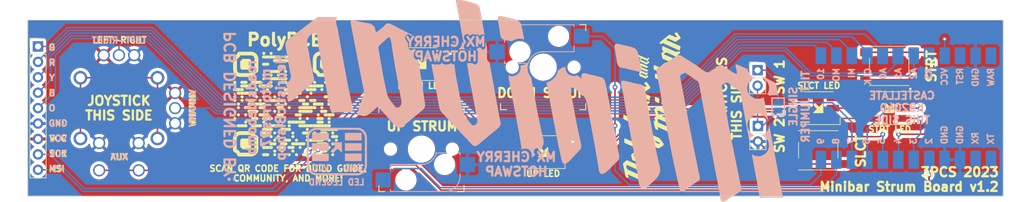
<source format=kicad_pcb>
(kicad_pcb (version 20221018) (generator pcbnew)
  (layers (0 "F.Cu" signal) (31 "B.Cu" signal) (34 "B.Paste" user) (35 "F.Paste" user) (36 "B.SilkS" user "B.Silkscreen") (37 "F.SilkS" user "F.Silkscreen") (38 "B.Mask" user) (39 "F.Mask" user) (44 "Edge.Cuts" user))
  (net 0 "")
  (net 1 "Up")
  (net 2 "GND")
  (net 3 "Down")
  (net 4 "Select")
  (net 5 "Start")
  (net 6 "Green")
  (net 7 "SW")
  (net 8 "Red")
  (net 9 "VRY")
  (net 10 "Yellow")
  (net 11 "VRX")
  (net 12 "Blue")
  (net 13 "Orange")
  (net 14 "VCC")
  (net 15 "led_sck")
  (net 16 "led_mosi")
  (net 17 "Tilt")
  (net 18 "Net-(D1-DI)")
  (net 19 "Net-(D1-CI)")
  (net 20 "fret_sck")
  (net 21 "fret_mosi")
  (net 22 "Net-(D2-DI)")
  (net 23 "Net-(D2-CI)")
  (net 24 "Net-(D3-DI)")
  (net 25 "Net-(D3-CI)")
  (net 26 "Tilt 2")
  (net 31 "unconnected-(U2-PadSH)")
  (footprint "LED_SMD:LED_RGB_5050-6" (layer "F.Cu") (at 176.6 115 180)
    (fp_text reference "D3" hide)
    (fp_text value "select_led")
  )
  (footprint "Minibar:Kailh_Hotswap_MX" (layer "F.Cu") (at 111.4 121.75 180)
    (fp_text reference "SW2" hide)
    (fp_text value "MX_SW_HS")
  )
  (footprint "Button_Switch_SMD:SW_SPST_PTS645" (layer "F.Cu") (at 176.6 121.95)
    (fp_text reference "SW3" hide)
    (fp_text value "SW")
  )
  (footprint "LED_SMD:LED_RGB_5050-6" (layer "F.Cu") (at 131.4 122.25 180)
    (fp_text reference "D2" hide)
    (fp_text value "led_strum_up")
  )
  (footprint "LED_SMD:LED_RGB_5050-6" (layer "F.Cu") (at 111.4 107.75 180)
    (fp_text reference "D1" hide)
    (fp_text value "led_strum_down")
  )
  (footprint "Button_Switch_SMD:SW_SPST_PTS645" (layer "F.Cu") (at 188.25 108.05)
    (fp_text reference "SW4" hide)
    (fp_text value "SW")
  )
  (footprint "Connector_PinHeader_2.54mm:PinHeader_1x02_P2.54mm_Vertical" (layer "F.Cu") (at 166.629907 108.757206)
    (fp_text reference "J2" hide)
    (fp_text value "Conn_01x02_Pin")
  )
  (footprint "LED_SMD:LED_RGB_5050-6" (layer "F.Cu") (at 188.25 115 180)
    (fp_text reference "D4" hide)
    (fp_text value "start_led")
  )
  (footprint "Connector_PinHeader_2.54mm:PinHeader_1x09_P2.54mm_Vertical" (layer "F.Cu") (at 48.4 104.84)
    (fp_text reference "J1" hide)
    (fp_text value "Conn_01x09_Pin")
  )
  (footprint "Connector_PinHeader_2.54mm:PinHeader_1x02_P2.54mm_Vertical" (layer "F.Cu") (at 166.691403 117.954823)
    (fp_text reference "J4" hide)
    (fp_text value "Conn_01x02_Pin")
  )
  (footprint "Minibar:Joystick" (layer "F.Cu") (at 61.7 115)
    (fp_text reference "U2" hide)
    (fp_text value "Joystick" hide)
  )
  (footprint "Minibar:Kailh_Hotswap_MX" (layer "F.Cu") (at 131.4 108.25)
    (fp_text reference "SW1" hide)
    (fp_text value "MX_SW_HS")
  )
  (footprint "Minibar:KB2040-SMD" (layer "B.Cu") (at 191.01325 115 180)
    (fp_text reference "U1" hide)
    (fp_text value "KB2040" hide)
  )
  (footprint "Minibar:Solder_Jumper" (layer "B.Cu") (at 170 114.75 -90)
    (fp_text reference "J3" hide)
    (fp_text value "Conn_01x02_Pin")
  )
  (gr_arc (start 102.2754 124.45) (mid 101.850705 125.475305) (end 100.8254 125.9) (stroke (width 0.35)) (layer "B.SilkS"))
  (gr_line (start 100.8254 118.4) (end 94.2 118.4) (stroke (width 0.35)) (layer "B.SilkS"))
  (gr_poly (pts (xy 116.300805 106.821782) (xy 116.244289 106.786458) (xy 116.276078 106.754669) (xy 116.300805 106.726417)) (fill solid) (layer "B.SilkS"))
  (gr_arc (start 100.8254 118.4) (mid 101.850705 118.824695) (end 102.2754 119.85) (stroke (width 0.35)) (layer "B.SilkS"))
  (gr_poly (pts (xy 128.995489 107.48937) (xy 128.977633 107.540284) (xy 128.960907 107.591533) (xy 128.945312 107.643097) (xy 128.930853 107.694957) (xy 128.917533 107.747095) (xy 128.905355 107.799493) (xy 128.894322 107.85213) (xy 128.884438 107.904988) (xy 128.875706 107.958049) (xy 128.86813 108.011294) (xy 128.861712 108.064703) (xy 128.856457 108.118257) (xy 128.852366 108.171939) (xy 128.849445 108.225729) (xy 128.847695 108.279608) (xy 128.847121 108.333557) (xy 128.849377 108.44485) (xy 128.856534 108.555547) (xy 128.868538 108.665497) (xy 128.885333 108.774549) (xy 128.906864 108.882555) (xy 128.933076 108.989361) (xy 128.963914 109.094819) (xy 128.999323 109.198778) (xy 129.039248 109.301087) (xy 129.083635 109.401595) (xy 129.132427 109.500152) (xy 129.185571 109.596607) (xy 129.24301 109.69081) (xy 129.304691 109.78261) (xy 129.370558 109.871856) (xy 129.440556 109.958399) (xy 129.896916 112.547479) (xy 130.370831 115.133918) (xy 130.886472 117.71109) (xy 131.167493 118.99413) (xy 131.46801 120.272369) (xy 131.478065 120.386711) (xy 131.481566 120.500774) (xy 131.478604 120.614303) (xy 131.469265 120.727044) (xy 131.45364 120.838739) (xy 131.431817 120.949135) (xy 131.403885 121.057975) (xy 131.369934 121.165005) (xy 131.330051 121.26997) (xy 131.284327 121.372613) (xy 131.232849 121.472679) (xy 131.175708 121.569914) (xy 131.112991 121.664062) (xy 131.044788 121.754867) (xy 130.971188 121.842075) (xy 130.892279 121.925429) (xy 130.892269 121.925419) (xy 130.846349 121.854771) (xy 130.836308 121.840183) (xy 130.825833 121.825999) (xy 130.814937 121.812225) (xy 130.803632 121.798867) (xy 130.79193 121.785932) (xy 130.779844 121.773425) (xy 130.75457 121.749722) (xy 130.72791 121.727807) (xy 130.699962 121.707731) (xy 130.670828 121.689543) (xy 130.640607 121.673293) (xy 130.609398 121.65903) (xy 130.577303 121.646803) (xy 130.54442 121.636663) (xy 130.51085 121.628659) (xy 130.476692 121.62284) (xy 130.459423 121.620766) (xy 130.442046 121.619257) (xy 130.424571 121.618319) (xy 130.407012 121.617958) (xy 130.389381 121.618181) (xy 130.371691 121.618993) (xy 130.336516 121.622373) (xy 130.301919 121.628033) (xy 130.267991 121.635911) (xy 130.234827 121.645946) (xy 130.202518 121.658076) (xy 130.171157 121.67224) (xy 130.140839 121.688376) (xy 130.111655 121.706422) (xy 130.083698 121.726316) (xy 130.057061 121.747998) (xy 130.031837 121.771404) (xy 130.008119 121.796475) (xy 129.986001 121.823147) (xy 129.965573 121.85136) (xy 129.946931 121.881052) (xy 129.930166 121.91216) (xy 129.915505 121.944314) (xy 129.903108 121.977108) (xy 129.892967 122.01043) (xy 129.885076 122.04417) (xy 129.879427 122.078217) (xy 129.876014 122.112458) (xy 129.874829 122.146783) (xy 129.875866 122.181081) (xy 129.879118 122.21524) (xy 129.884577 122.249149) (xy 129.892237 122.282697) (xy 129.90209 122.315773) (xy 129.914131 122.348265) (xy 129.928351 122.380062) (xy 129.944744 122.411052) (xy 129.963303 122.441126) (xy 130.129318 122.691896) (xy 129.694856 123.045115) (xy 129.668363 123.068111) (xy 129.64187 123.091974) (xy 129.615378 123.116582) (xy 129.588887 123.141811) (xy 129.535904 123.193634) (xy 129.482922 123.246452) (xy 129.51471 123.1193) (xy 129.51471 122.667179) (xy 129.44406 122.381073) (xy 129.442364 122.375147) (xy 129.44052 122.369268) (xy 129.438528 122.36344) (xy 129.436391 122.357665) (xy 129.434109 122.351947) (xy 129.431683 122.346287) (xy 129.429114 122.340688) (xy 129.426404 122.335153) (xy 129.424458 122.327842) (xy 129.422308 122.320592) (xy 129.419955 122.313409) (xy 129.417401 122.306297) (xy 129.414648 122.299259) (xy 129.411698 122.292301) (xy 129.408553 122.285425) (xy 129.405213 122.278638) (xy 129.334563 122.133816) (xy 129.329828 122.125014) (xy 129.324922 122.116315) (xy 129.319845 122.107721) (xy 129.3146 122.099234) (xy 129.309189 122.090858) (xy 129.303613 122.082594) (xy 129.297874 122.074444) (xy 129.291974 122.066412) (xy 129.285915 122.058499) (xy 129.279698 122.050708) (xy 129.273325 122.043042) (xy 129.266799 122.035503) (xy 129.26012 122.028092) (xy 129.253291 122.020814) (xy 129.246313 122.013669) (xy 129.239189 122.006661) (xy 129.239199 122.006661) (xy 129.097914 121.861842) (xy 129.08925 121.853966) (xy 129.080431 121.846276) (xy 129.071461 121.838776) (xy 129.062342 121.831466) (xy 129.053079 121.82435) (xy 129.043673 121.817429) (xy 129.034129 121.810705) (xy 129.024449 121.80418) (xy 129.014636 121.797857) (xy 129.004694 121.791737) (xy 128.994625 121.785822) (xy 128.984434 121.780115) (xy 128.974121 121.774618) (xy 128.963692 121.769333) (xy 128.953149 121.764261) (xy 128.942495 121.759404) (xy 128.896575 121.759404) (xy 128.684643 121.688757) (xy 128.207806 121.688757) (xy 127.992347 121.759404) (xy 127.949964 121.759404) (xy 127.935929 121.765968) (xy 127.922103 121.772937) (xy 127.908495 121.780307) (xy 127.895111 121.788072) (xy 127.881962 121.796227) (xy 127.869055 121.804767) (xy 127.856398 121.813687) (xy 127.844002 121.822981) (xy 127.814421 121.511262) (xy 127.800789 121.382889) (xy 127.787486 121.279023) (xy 127.583681 120.024267) (xy 127.366382 118.771168) (xy 126.903555 116.268614) (xy 125.950743 111.268804) (xy 125.875739 110.849579) (xy 125.803717 110.429027) (xy 125.664637 109.583955) (xy 125.70117 109.601968) (xy 125.73816 109.618873) (xy 125.775583 109.634665) (xy 125.813412 109.649337) (xy 125.851623 109.662884) (xy 125.89019 109.675299) (xy 125.929087 109.686576) (xy 125.968289 109.696709) (xy 126.00777 109.705691) (xy 126.047506 109.713516) (xy 126.08747 109.720179) (xy 126.127638 109.725673) (xy 126.167983 109.729992) (xy 126.20848 109.73313) (xy 126.249105 109.73508) (xy 126.28983 109.735836) (xy 126.35989 109.7341) (xy 126.429474 109.728923) (xy 126.498467 109.720353) (xy 126.566753 109.708438) (xy 126.634217 109.693226) (xy 126.700741 109.674765) (xy 126.766212 109.653104) (xy 126.830512 109.628289) (xy 126.893526 109.600369) (xy 126.955138 109.569392) (xy 127.015232 109.535406) (xy 127.073693 109.498459) (xy 127.130405 109.458598) (xy 127.185251 109.415872) (xy 127.238117 109.370329) (xy 127.288885 109.322016) (xy 127.337198 109.271248) (xy 127.382742 109.218382) (xy 127.425468 109.163536) (xy 127.465329 109.106825) (xy 127.502276 109.048364) (xy 127.536263 108.988269) (xy 127.56724 108.926657) (xy 127.59516 108.863643) (xy 127.619974 108.799343) (xy 127.641636 108.733873) (xy 127.660097 108.667348) (xy 127.675308 108.599885) (xy 127.687223 108.531598) (xy 127.695793 108.462605) (xy 127.70097 108.393021) (xy 127.702707 108.322961) (xy 127.700713 108.27813) (xy 127.697259 108.233422) (xy 127.69235 108.188873) (xy 127.685992 108.144518) (xy 127.678191 108.100393) (xy 127.668953 108.056534) (xy 127.658284 108.012975) (xy 127.646189 107.969753) (xy 127.738989 107.964442) (xy 127.831189 107.955245) (xy 127.922677 107.942209) (xy 128.013339 107.925377) (xy 128.103061 107.904794) (xy 128.19173 107.880503) (xy 128.279232 107.85255) (xy 128.365453 107.820978) (xy 128.45028 107.785832) (xy 128.533599 107.747156) (xy 128.615297 107.704994) (xy 128.69526 107.659391) (xy 128.773374 107.61039) (xy 128.849526 107.558037) (xy 128.923602 107.502376) (xy 128.995489 107.44345)) (fill solid) (layer "B.SilkS"))
  (gr_poly (pts (xy 116.316237 105.229239) (xy 116.321139 105.233153) (xy 116.326108 105.236978) (xy 116.331141 105.240712) (xy 116.336239 105.244356) (xy 116.3414 105.247908) (xy 116.346621 105.251367) (xy 116.351903 105.254734) (xy 116.357244 105.258006) (xy 116.362642 105.261183) (xy 116.368097 105.264264) (xy 116.373607 105.267249) (xy 116.379171 105.270137) (xy 116.384787 105.272926) (xy 116.390454 105.275616) (xy 116.396172 105.278207) (xy 116.384399 105.278487) (xy 116.372645 105.279029) (xy 116.360915 105.27983) (xy 116.349212 105.28089) (xy 116.337541 105.28221) (xy 116.325907 105.283786) (xy 116.314313 105.28562) (xy 116.302764 105.287709) (xy 116.291264 105.290054) (xy 116.279818 105.292653) (xy 116.268429 105.295505) (xy 116.257102 105.29861) (xy 116.245842 105.301967) (xy 116.234652 105.305575) (xy 116.223537 105.309434) (xy 116.212501 105.313542) (xy 116.225958 105.303785) (xy 116.239117 105.293649) (xy 116.251972 105.283139) (xy 116.264514 105.272263) (xy 116.276736 105.261028) (xy 116.28863 105.249441) (xy 116.300188 105.237508) (xy 116.311403 105.225237)) (fill solid) (layer "B.SilkS"))
  (gr_line (start 102.2754 124.45) (end 102.2754 119.85) (stroke (width 0.35)) (layer "B.SilkS"))
  (gr_line (start 98.25 120.7) (end 98.25 122.2) (stroke (width 0.12)) (layer "B.SilkS"))
  (gr_poly (pts (xy 116.060609 105.405382) (xy 116.035882 105.405382) (xy 116.040259 105.404722) (xy 116.044618 105.403972) (xy 116.053278 105.402201) (xy 116.06185 105.400073) (xy 116.070322 105.397591) (xy 116.078684 105.394759) (xy 116.086923 105.391579) (xy 116.090994 105.38986) (xy 116.09503 105.388055) (xy 116.09903 105.386165) (xy 116.102992 105.38419)) (fill solid) (layer "B.SilkS"))
  (gr_poly (pts (xy 128.412671 122.677784) (xy 128.412669 122.677777) (xy 128.412679 122.677777)) (fill solid) (layer "B.SilkS"))
  (gr_poly (pts (xy 117.723716 97.197607) (xy 117.943796 97.213571) (xy 118.159778 97.23773) (xy 118.372005 97.269258) (xy 118.580816 97.307326) (xy 118.786554 97.351105) (xy 119.190177 97.45249) (xy 119.585604 97.56679) (xy 120.362799 97.807644) (xy 120.42277 97.838823) (xy 120.480581 97.873115) (xy 120.536133 97.910399) (xy 120.589332 97.950557) (xy 120.640082 97.993468) (xy 120.688285 98.039012) (xy 120.733847 98.087071) (xy 120.776671 98.137524) (xy 120.816662 98.190251) (xy 120.853722 98.245134) (xy 120.887756 98.302052) (xy 120.918668 98.360885) (xy 120.946362 98.421515) (xy 120.970742 98.48382) (xy 120.991712 98.547683) (xy 121.009175 98.612982) (xy 121.789817 102.961104) (xy 121.768625 102.943447) (xy 121.71917 102.911659) (xy 121.687379 102.894002) (xy 121.680968 102.890858) (xy 121.674492 102.887853) (xy 121.667954 102.884989) (xy 121.661356 102.882266) (xy 121.654701 102.879686) (xy 121.64799 102.877249) (xy 121.641226 102.874957) (xy 121.634411 102.87281) (xy 121.277645 102.87281) (xy 121.235262 102.894002) (xy 121.185805 102.91873) (xy 121.146956 102.946983) (xy 121.104572 102.982307) (xy 121.072784 103.021156) (xy 121.070468 103.023295) (xy 121.068194 103.025475) (xy 121.065961 103.027697) (xy 121.063771 103.029959) (xy 121.061624 103.03226) (xy 121.05952 103.034601) (xy 121.057461 103.036979) (xy 121.055446 103.039396) (xy 121.053477 103.041849) (xy 121.051553 103.044339) (xy 121.049675 103.046864) (xy 121.047843 103.049425) (xy 121.046059 103.05202) (xy 121.044323 103.054648) (xy 121.042635 103.05731) (xy 121.040996 103.060005) (xy 121.036357 103.065738) (xy 121.031903 103.071608) (xy 121.027635 103.077611) (xy 121.023557 103.083742) (xy 121.019672 103.089997) (xy 121.015984 103.096371) (xy 121.012495 103.102861) (xy 121.009208 103.10946) (xy 121.006567 103.113183) (xy 121.004047 103.116983) (xy 121.00165 103.120859) (xy 120.999376 103.124806) (xy 120.997227 103.128823) (xy 120.995206 103.132906) (xy 120.993312 103.137052) (xy 120.991549 103.141259) (xy 120.970359 103.183633) (xy 120.949166 103.141249) (xy 120.949548 103.137283) (xy 120.94982 103.133311) (xy 120.949984 103.129334) (xy 120.950039 103.125355) (xy 120.949984 103.121376) (xy 120.94982 103.117399) (xy 120.949548 103.113426) (xy 120.949166 103.10946) (xy 120.949115 103.107805) (xy 120.948965 103.106151) (xy 120.948721 103.104497) (xy 120.948386 103.102846) (xy 120.947967 103.101197) (xy 120.947467 103.099551) (xy 120.946241 103.096271) (xy 120.944747 103.093012) (xy 120.94302 103.089779) (xy 120.941097 103.086577) (xy 120.939013 103.083411) (xy 120.936805 103.080286) (xy 120.934509 103.077207) (xy 120.929798 103.071211) (xy 120.925169 103.065463) (xy 120.920912 103.060005) (xy 120.88559 103.01762) (xy 120.853801 102.982296) (xy 120.807881 102.943447) (xy 120.772556 102.918719) (xy 120.719575 102.890466) (xy 120.68425 102.87281) (xy 120.327497 102.87281) (xy 120.320244 102.874928) (xy 120.313041 102.877199) (xy 120.305889 102.879622) (xy 120.298792 102.882197) (xy 120.291751 102.884924) (xy 120.284769 102.8878) (xy 120.277848 102.890827) (xy 120.270992 102.894002) (xy 120.270982 102.894002) (xy 120.225061 102.897527) (xy 120.189736 102.897527) (xy 120.166798 102.883539) (xy 120.143433 102.870854) (xy 120.119685 102.859462) (xy 120.0956 102.849353) (xy 120.071221 102.840519) (xy 120.046593 102.83295) (xy 120.021762 102.826636) (xy 119.996772 102.821569) (xy 119.971668 102.817738) (xy 119.946495 102.815135) (xy 119.921296 102.813749) (xy 119.896118 102.813573) (xy 119.871004 102.814595) (xy 119.846 102.816808) (xy 119.82115 102.820201) (xy 119.796499 102.824765) (xy 119.772092 102.830491) (xy 119.747973 102.837369) (xy 119.724187 102.84539) (xy 119.70078 102.854545) (xy 119.677794 102.864824) (xy 119.655276 102.876218) (xy 119.63327 102.888717) (xy 119.611821 102.902312) (xy 119.590974 102.916995) (xy 119.570773 102.932754) (xy 119.551262 102.949581) (xy 119.532488 102.967467) (xy 119.514494 102.986402) (xy 119.497325 103.006377) (xy 119.481026 103.027382) (xy 119.465642 103.049408) (xy 119.40559 103.141249) (xy 119.345538 103.049408) (xy 119.335497 103.03482) (xy 119.325022 103.020636) (xy 119.314126 103.006863) (xy 119.302821 102.993505) (xy 119.291119 102.980569) (xy 119.279033 102.968063) (xy 119.253758 102.944359) (xy 119.227098 102.922445) (xy 119.19915 102.902369) (xy 119.170016 102.884181) (xy 119.139795 102.867931) (xy 119.108587 102.853668) (xy 119.076491 102.841441) (xy 119.043609 102.831301) (xy 119.010038 102.823297) (xy 118.975881 102.817478) (xy 118.958612 102.815404) (xy 118.941235 102.813895) (xy 118.92376 102.812957) (xy 118.906201 102.812596) (xy 118.88857 102.812819) (xy 118.87088 102.813631) (xy 118.835705 102.817011) (xy 118.801107 102.822671) (xy 118.767179 102.830549) (xy 118.734015 102.840584) (xy 118.701706 102.852714) (xy 118.670346 102.866878) (xy 118.640027 102.883014) (xy 118.610843 102.90106) (xy 118.582886 102.920954) (xy 118.556249 102.942636) (xy 118.531026 102.966042) (xy 118.507308 102.991113) (xy 118.48519 103.017785) (xy 118.464762 103.045998) (xy 118.44612 103.075689) (xy 118.429355 103.106798) (xy 118.414694 103.138951) (xy 118.402297 103.171745) (xy 118.392156 103.205068) (xy 118.384264 103.238808) (xy 118.378615 103.272854) (xy 118.375202 103.307096) (xy 118.374017 103.341421) (xy 118.375054 103.375719) (xy 118.378306 103.409879) (xy 118.383765 103.443788) (xy 118.391425 103.477336) (xy 118.401279 103.510411) (xy 118.41332 103.542903) (xy 118.42754 103.5747) (xy 118.443933 103.605691) (xy 118.462493 103.635764) (xy 118.766255 104.094933) (xy 118.462493 104.550588) (xy 118.44849 104.57284) (xy 118.435662 104.595658) (xy 118.424017 104.618996) (xy 118.413564 104.642807) (xy 118.404313 104.667046) (xy 118.396273 104.691665) (xy 118.389452 104.71662) (xy 118.383859 104.741864) (xy 118.379505 104.767351) (xy 118.376397 104.793033) (xy 118.374544 104.818867) (xy 118.373957 104.844804) (xy 118.374644 104.870799) (xy 118.376613 104.896806) (xy 118.379875 104.922779) (xy 118.384438 104.948671) (xy 118.390279 104.974305) (xy 118.39735 104.999508) (xy 118.405626 105.024242) (xy 118.41508 105.048468) (xy 118.425687 105.072146) (xy 118.437418 105.095237) (xy 118.450249 105.117702) (xy 118.464153 105.139502) (xy 118.479103 105.160598) (xy 118.495074 105.180952) (xy 118.512039 105.200523) (xy 118.529971 105.219273) (xy 118.548844 105.237162) (xy 118.568632 105.254152) (xy 118.589309 105.270204) (xy 118.610848 105.285278) (xy 118.627269 105.295874) (xy 118.644034 105.30582) (xy 118.661125 105.315111) (xy 118.678522 105.32374) (xy 118.696204 105.331703) (xy 118.714154 105.338993) (xy 118.73235 105.345604) (xy 118.750774 105.35153) (xy 118.769406 105.356765) (xy 118.788227 105.361305) (xy 118.807217 105.365141) (xy 118.826356 105.36827) (xy 118.845624 105.370684) (xy 118.865004 105.372378) (xy 118.884474 105.373347) (xy 118.904015 105.373583) (xy 118.918991 105.375221) (xy 118.933998 105.37639) (xy 118.949027 105.377092) (xy 118.964066 105.377326) (xy 118.979105 105.377092) (xy 118.994132 105.37639) (xy 119.009137 105.375221) (xy 119.024109 105.373583) (xy 119.014515 105.381247) (xy 119.005098 105.389111) (xy 118.99586 105.397172) (xy 118.986805 105.405426) (xy 118.977935 105.413871) (xy 118.969254 105.422502) (xy 118.960763 105.431318) (xy 118.952466 105.440314) (xy 118.944366 105.449488) (xy 118.936466 105.458836) (xy 118.928769 105.468355) (xy 118.921277 105.478042) (xy 118.913993 105.487893) (xy 118.90692 105.497906) (xy 118.900062 105.508077) (xy 118.89342 105.518404) (xy 118.865166 105.486616) (xy 118.857775 105.479838) (xy 118.850271 105.473192) (xy 118.842657 105.466681) (xy 118.834935 105.460304) (xy 118.827106 105.454064) (xy 118.819172 105.447961) (xy 118.811136 105.441996) (xy 118.802998 105.436172) (xy 118.794761 105.430489) (xy 118.786427 105.424949) (xy 118.777997 105.419553) (xy 118.769473 105.414302) (xy 118.760857 105.409197) (xy 118.752151 105.404241) (xy 118.743357 105.399433) (xy 118.734477 105.394775) (xy 118.593192 105.324127) (xy 118.536677 105.306471) (xy 118.494291 105.306471) (xy 118.487239 105.305919) (xy 118.480177 105.305524) (xy 118.473109 105.305288) (xy 118.466037 105.305209) (xy 118.458965 105.305288) (xy 118.451895 105.305524) (xy 118.444831 105.305919) (xy 118.437776 105.306471) (xy 118.017443 105.306471) (xy 118.010391 105.30582) (xy 118.003328 105.305355) (xy 117.996258 105.305076) (xy 117.989185 105.304983) (xy 117.982111 105.305076) (xy 117.975042 105.305355) (xy 117.96798 105.30582) (xy 117.960928 105.306471) (xy 117.915008 105.306471) (xy 117.862027 105.324127) (xy 117.717205 105.394775) (xy 117.68188 105.419503) (xy 117.669477 105.407575) (xy 117.656692 105.396112) (xy 117.643539 105.385123) (xy 117.63003 105.374616) (xy 117.616181 105.364597) (xy 117.602004 105.355074) (xy 117.587513 105.346056) (xy 117.572722 105.337549) (xy 117.557645 105.329561) (xy 117.542294 105.322099) (xy 117.526684 105.315172) (xy 117.510828 105.308787) (xy 117.494741 105.302951) (xy 117.478434 105.297671) (xy 117.461923 105.292957) (xy 117.445221 105.288814) (xy 117.466412 105.288814) (xy 117.477232 105.284259) (xy 117.487925 105.279444) (xy 117.498487 105.274372) (xy 117.508912 105.269046) (xy 117.519198 105.263469) (xy 117.529339 105.257644) (xy 117.539332 105.251574) (xy 117.54917 105.245261) (xy 117.558851 105.238709) (xy 117.56837 105.231921) (xy 117.577723 105.224899) (xy 117.586904 105.217646) (xy 117.59591 105.210166) (xy 117.604736 105.202461) (xy 117.613377 105.194534) (xy 117.621831 105.186388) (xy 117.621831 105.186378) (xy 117.76665 105.045092) (xy 117.773638 105.037722) (xy 117.780496 105.030236) (xy 117.787221 105.022638) (xy 117.793813 105.014928) (xy 117.80027 105.007109) (xy 117.80659 104.999182) (xy 117.812773 104.99115) (xy 117.818817 104.983014) (xy 117.824722 104.974775) (xy 117.830485 104.966437) (xy 117.836105 104.958) (xy 117.841582 104.949466) (xy 117.846914 104.940838) (xy 117.852099 104.932117) (xy 117.857137 104.923305) (xy 117.862027 104.914403) (xy 117.932664 104.769582) (xy 117.938532 104.756727) (xy 117.944115 104.74375) (xy 117.94941 104.730658) (xy 117.954416 104.717454) (xy 117.959131 104.704144) (xy 117.963554 104.690732) (xy 117.967681 104.677223) (xy 117.971513 104.663621) (xy 118.045684 104.377514) (xy 118.046251 104.370899) (xy 118.046656 104.364276) (xy 118.046898 104.357646) (xy 118.046979 104.351014) (xy 118.046898 104.344383) (xy 118.046656 104.337755) (xy 118.046251 104.331134) (xy 118.045684 104.324523) (xy 118.046248 104.317475) (xy 118.04665 104.310417) (xy 118.046891 104.303352) (xy 118.046972 104.296284) (xy 118.046891 104.289214) (xy 118.04665 104.282146) (xy 118.046248 104.275083) (xy 118.045684 104.268028) (xy 118.045684 104.119661) (xy 118.321195 104.271542) (xy 117.035474 97.207168) (xy 117.269896 97.193577) (xy 117.499196 97.190666)) (fill solid) (layer "B.SilkS"))
  (gr_poly (pts (xy 116.954252 104.080812) (xy 116.954252 104.165581) (xy 116.911868 104.331594) (xy 116.888185 104.312019) (xy 116.863529 104.294022) (xy 116.837976 104.277621) (xy 116.811606 104.262836) (xy 116.784496 104.249687) (xy 116.756724 104.238193) (xy 116.728369 104.228374) (xy 116.699506 104.220248) (xy 116.670216 104.213836) (xy 116.640576 104.209157) (xy 116.610663 104.20623) (xy 116.580555 104.205075) (xy 116.550331 104.205711) (xy 116.520068 104.208158) (xy 116.489844 104.212435) (xy 116.459738 104.218561) (xy 116.445616 104.027831) (xy 116.459493 104.031697) (xy 116.473454 104.035219) (xy 116.487494 104.038393) (xy 116.501607 104.041221) (xy 116.515784 104.043699) (xy 116.530022 104.045826) (xy 116.544312 104.047601) (xy 116.558649 104.049024) (xy 116.583046 104.048677) (xy 116.607305 104.047192) (xy 116.631389 104.044585) (xy 116.655262 104.040868) (xy 116.678886 104.036055) (xy 116.702225 104.030161) (xy 116.725243 104.023199) (xy 116.747902 104.015183) (xy 116.770166 104.006128) (xy 116.791999 103.996047) (xy 116.813363 103.984954) (xy 116.834221 103.972863) (xy 116.854538 103.959788) (xy 116.874276 103.945743) (xy 116.893398 103.930742) (xy 116.911868 103.914799)) (fill solid) (layer "B.SilkS"))
  (gr_poly (pts (xy 135.046126 108.30884) (xy 135.049816 108.398063) (xy 135.059046 108.486247) (xy 135.073691 108.573169) (xy 135.093629 108.658608) (xy 135.118735 108.74234) (xy 135.148886 108.824143) (xy 135.183958 108.903796) (xy 135.223828 108.981074) (xy 135.268372 109.055756) (xy 135.317466 109.12762) (xy 135.370988 109.196442) (xy 135.428812 109.262) (xy 135.490816 109.324072) (xy 135.556876 109.382435) (xy 135.626869 109.436867) (xy 135.70067 109.487146) (xy 135.777494 109.532673) (xy 135.856466 109.57299) (xy 135.93733 109.608078) (xy 136.019835 109.63792) (xy 136.103725 109.662499) (xy 136.188747 109.681796) (xy 136.274646 109.695794) (xy 136.36117 109.704475) (xy 136.448063 109.707823) (xy 136.535073 109.705819) (xy 136.621944 109.698445) (xy 136.708424 109.685684) (xy 136.794258 109.667519) (xy 136.879192 109.643931) (xy 136.962973 109.614904) (xy 137.045346 109.580419) (xy 137.684669 110.152643) (xy 137.676629 110.063036) (xy 137.671676 109.978903) (xy 137.669751 109.90011) (xy 137.670796 109.826522) (xy 137.674751 109.758005) (xy 137.681557 109.694423) (xy 137.691156 109.635644) (xy 137.703489 109.581531) (xy 137.718498 109.531951) (xy 137.736122 109.486769) (xy 137.756303 109.445851) (xy 137.778983 109.409061) (xy 137.804103 109.376266) (xy 137.831603 109.347331) (xy 137.861426 109.322121) (xy 137.893511 109.300502) (xy 137.9278 109.282339) (xy 137.964235 109.267498) (xy 138.002756 109.255844) (xy 138.043305 109.247243) (xy 138.085822 109.24156) (xy 138.13025 109.238661) (xy 138.176528 109.238411) (xy 138.224599 109.240676) (xy 138.274402 109.24532) (xy 138.325881 109.25221) (xy 138.433625 109.272189) (xy 138.547361 109.299535) (xy 138.666618 109.333173) (xy 138.951588 109.413704) (xy 139.239 109.487322) (xy 139.817673 109.623255) (xy 140.395682 109.75985) (xy 140.682265 109.834294) (xy 140.966074 109.915981) (xy 141.015463 109.938292) (xy 141.063428 109.962977) (xy 141.109896 109.989963) (xy 141.154797 110.019175) (xy 141.198058 110.05054) (xy 141.23961 110.083984) (xy 141.279379 110.119432) (xy 141.317295 110.15681) (xy 141.353287 110.196045) (xy 141.387282 110.237063) (xy 141.41921 110.279789) (xy 141.448999 110.32415) (xy 141.476578 110.370071) (xy 141.501875 110.417478) (xy 141.524819 110.466299) (xy 141.545339 110.516457) (xy 141.624709 110.814264) (xy 141.696836 111.114057) (xy 141.763086 111.415507) (xy 141.824823 111.718282) (xy 142.053975 112.936008) (xy 143.858917 122.638928) (xy 143.872794 122.693021) (xy 143.88436 122.747479) (xy 143.893617 122.802228) (xy 143.900571 122.857197) (xy 143.905225 122.912315) (xy 143.907585 122.967509) (xy 143.907655 123.022708) (xy 143.905438 123.077839) (xy 143.90094 123.132831) (xy 143.894165 123.187612) (xy 143.885117 123.24211) (xy 143.8738 123.296254) (xy 143.86022 123.34997) (xy 143.84438 123.403188) (xy 143.826284 123.455836) (xy 143.805938 123.507841) (xy 143.77543 123.549988) (xy 143.744043 123.591433) (xy 143.711791 123.632161) (xy 143.678686 123.67216) (xy 143.644741 123.711418) (xy 143.609969 123.749922) (xy 143.574384 123.787658) (xy 143.537997 123.824615) (xy 143.500822 123.860778) (xy 143.462871 123.896136) (xy 143.424158 123.930675) (xy 143.384695 123.964382) (xy 143.344495 123.997245) (xy 143.303572 124.029251) (xy 143.261937 124.060387) (xy 143.219604 124.090641) (xy 143.137079 124.169876) (xy 143.056127 124.250974) (xy 142.976335 124.333479) (xy 142.897288 124.416934) (xy 142.739775 124.58488) (xy 142.660481 124.668459) (xy 142.580277 124.751169) (xy 142.472425 124.866389) (xy 142.361992 124.97905) (xy 142.249024 125.089108) (xy 142.133567 125.196522) (xy 142.015668 125.30125) (xy 141.895372 125.403249) (xy 141.772727 125.502477) (xy 141.647777 125.598892) (xy 141.562383 125.657358) (xy 141.517466 125.686816) (xy 141.471276 125.715618) (xy 141.423968 125.743157) (xy 141.375699 125.768828) (xy 141.326622 125.792027) (xy 141.276893 125.812146) (xy 141.226667 125.828582) (xy 141.201417 125.83523) (xy 141.176101 125.840729) (xy 141.150738 125.845005) (xy 141.125347 125.847981) (xy 141.09995 125.849583) (xy 141.074563 125.849733) (xy 141.049208 125.848357) (xy 141.023904 125.84538) (xy 140.998669 125.840724) (xy 140.973524 125.834316) (xy 140.948487 125.826078) (xy 140.923578 125.815935) (xy 140.898817 125.803812) (xy 140.874223 125.789633) (xy 140.850293 125.773881) (xy 140.827493 125.75712) (xy 140.805792 125.739396) (xy 140.78516 125.720757) (xy 140.765569 125.701248) (xy 140.746988 125.680916) (xy 140.729387 125.659809) (xy 140.712737 125.637971) (xy 140.697008 125.615451) (xy 140.68217 125.592295) (xy 140.655048 125.544258) (xy 140.631135 125.494235) (xy 140.610192 125.442597) (xy 140.59198 125.389718) (xy 140.576263 125.335969) (xy 140.562801 125.281723) (xy 140.551358 125.227353) (xy 140.541694 125.173232) (xy 140.533573 125.119731) (xy 140.521004 125.016082) (xy 140.135 122.657683) (xy 139.719196 120.303258) (xy 139.2822 117.952808) (xy 138.832622 115.606331) (xy 138.778107 115.300942) (xy 138.727649 114.991124) (xy 138.676032 114.680395) (xy 138.618041 114.372275) (xy 138.585025 114.220292) (xy 138.548459 114.07028) (xy 138.507693 113.92268) (xy 138.462073 113.77793) (xy 138.410948 113.636471) (xy 138.353667 113.498742) (xy 138.289576 113.365183) (xy 138.218024 113.236235) (xy 138.179316 113.173905) (xy 138.138745 113.113356) (xy 138.096396 113.054508) (xy 138.052351 112.997281) (xy 137.95951 112.887363) (xy 137.860889 112.782955) (xy 137.757156 112.683411) (xy 137.648978 112.588084) (xy 137.537023 112.496327) (xy 137.421958 112.407494) (xy 137.304451 112.320937) (xy 137.185169 112.23601) (xy 136.943951 112.068459) (xy 136.703643 111.899667) (xy 136.585499 111.813189) (xy 136.469585 111.72446) (xy 136.422553 111.690204) (xy 136.378111 111.662098) (xy 136.336199 111.639875) (xy 136.296757 111.623268) (xy 136.259727 111.612011) (xy 136.225048 111.605838) (xy 136.192661 111.604481) (xy 136.162507 111.607676) (xy 136.134526 111.615155) (xy 136.108659 111.626651) (xy 136.084845 111.641899) (xy 136.063027 111.660631) (xy 136.043143 111.682582) (xy 136.025135 111.707484) (xy 136.008943 111.735072) (xy 135.994508 111.765079) (xy 135.981769 111.797238) (xy 135.970669 111.831284) (xy 135.961146 111.866949) (xy 135.953142 111.903966) (xy 135.946598 111.942071) (xy 135.941452 111.980995) (xy 135.935123 112.060239) (xy 135.933678 112.139565) (xy 135.936642 112.216843) (xy 135.943538 112.28994) (xy 135.953891 112.356724) (xy 136.708456 116.492917) (xy 137.114712 118.555717) (xy 137.335368 119.583474) (xy 137.571628 120.60792) (xy 137.613966 120.798913) (xy 137.63132 120.891721) (xy 137.645418 120.982827) (xy 137.655729 121.072299) (xy 137.66172 121.160202) (xy 137.662857 121.246605) (xy 137.658609 121.331575) (xy 137.648441 121.415179) (xy 137.631821 121.497485) (xy 137.608216 121.578559) (xy 137.593628 121.618655) (xy 137.577094 121.658469) (xy 137.558547 121.698009) (xy 137.53792 121.737282) (xy 137.515148 121.776299) (xy 137.490163 121.815066) (xy 137.4629 121.853593) (xy 137.43329 121.891888) (xy 137.401268 121.929959) (xy 137.366767 121.967815) (xy 136.102249 123.30298) (xy 135.973731 123.439819) (xy 135.809242 123.609564) (xy 135.716549 123.699468) (xy 135.618511 123.788829) (xy 135.516344 123.874723) (xy 135.411264 123.954228) (xy 135.304487 124.024418) (xy 135.250842 124.055108) (xy 135.197228 124.082373) (xy 135.143799 124.105847) (xy 135.090705 124.125167) (xy 135.038098 124.139965) (xy 134.986132 124.149877) (xy 134.934957 124.154538) (xy 134.884725 124.153581) (xy 134.835589 124.146642) (xy 134.787701 124.133355) (xy 134.741213 124.113354) (xy 134.696276 124.086275) (xy 134.653042 124.051752) (xy 134.611664 124.009419) (xy 134.585105 123.959303) (xy 134.559815 123.908603) (xy 134.5358 123.857343) (xy 134.513069 123.805546) (xy 134.49163 123.753239) (xy 134.471489 123.700445) (xy 134.452655 123.647188) (xy 134.435136 123.593493) (xy 134.418938 123.539384) (xy 134.40407 123.484887) (xy 134.390539 123.430024) (xy 134.378353 123.374822) (xy 134.36752 123.319303) (xy 134.358047 123.263494) (xy 134.349942 123.207417) (xy 134.343212 123.151098) (xy 134.282506 122.889661) (xy 134.225772 122.633191) (xy 134.113621 122.123231) (xy 134.003133 121.627222) (xy 133.898603 121.130136) (xy 133.702126 120.133729) (xy 133.322416 118.138924) (xy 133.02925 116.669532) (xy 132.48176 113.718386) (xy 131.948402 110.763715) (xy 132.125008 110.714119) (xy 132.295975 110.652525) (xy 132.460831 110.57942) (xy 132.61911 110.495292) (xy 132.77034 110.400627) (xy 132.914054 110.295914) (xy 133.049783 110.18164) (xy 133.177056 110.058292) (xy 133.295406 109.926358) (xy 133.404363 109.786326) (xy 133.503458 109.638682) (xy 133.592222 109.483914) (xy 133.670186 109.32251) (xy 133.736881 109.154958) (xy 133.791837 108.981744) (xy 133.834586 108.803356) (xy 133.965167 108.722614) (xy 134.030416 108.681352) (xy 134.095085 108.639552) (xy 134.158761 108.597255) (xy 134.221029 108.554502) (xy 134.281476 108.511334) (xy 134.339688 108.467794) (xy 134.378332 108.438954) (xy 134.417926 108.41164) (xy 134.458424 108.38587) (xy 134.49978 108.361661) (xy 134.541947 108.339032) (xy 134.584879 108.317999) (xy 134.62853 108.29858) (xy 134.672855 108.280793) (xy 134.717806 108.264655) (xy 134.763337 108.250184) (xy 134.809402 108.237397) (xy 134.855956 108.226313) (xy 134.902951 108.216947) (xy 134.950342 108.209319) (xy 134.998082 108.203445) (xy 135.046126 108.199344)) (fill solid) (layer "B.SilkS"))
  (gr_poly (pts (xy 169.354242 122.059655) (xy 170.17725 126.439564) (xy 170.230852 126.819536) (xy 170.294802 127.199095) (xy 170.366865 127.578157) (xy 170.444807 127.95664) (xy 170.770652 129.463116) (xy 170.77933 129.494578) (xy 170.786851 129.526259) (xy 170.793215 129.558129) (xy 170.798422 129.590155) (xy 170.802472 129.622307) (xy 170.805364 129.654553) (xy 170.8071 129.686861) (xy 170.807678 129.719201) (xy 170.8071 129.751541) (xy 170.805364 129.75) (xy 170.802472 129.75) (xy 170.798422 129.75) (xy 170.793215 129.75) (xy 170.786851 129.75) (xy 170.77933 129.75) (xy 170.770652 129.75) (xy 170.747165 129.75) (xy 170.709744 129.75) (xy 170.596638 129.75) (xy 170.438414 129.75) (xy 170.24215 129.75) (xy 170 129.75) (xy 169.75 129.75) (xy 169.495897 129.75) (xy 169.218254 129.75) (xy 168.937962 129.75) (xy 168.662098 129.75) (xy 168.397742 129.75) (xy 168.151971 129.75) (xy 168.038267 129.75) (xy 167.931864 129.75) (xy 167.833646 129.75) (xy 167.744499 129.75) (xy 167.75 129.75) (xy 167.5 129.75) (xy 167.40957 129.75) (xy 167.5 129.75) (xy 167.48 129.75) (xy 167.28 129.82) (xy 167.01098 129.782769) (xy 166.961985 129.558172) (xy 166.917046 129.332417) (xy 166.47906 126.948189) (xy 165.673708 122.564744) (xy 165.780217 122.639642) (xy 165.890842 122.705891) (xy 166.005086 122.763456) (xy 166.122456 122.8123) (xy 166.242456 122.852387) (xy 166.364591 122.883682) (xy 166.488366 122.906146) (xy 166.613286 122.919746) (xy 166.738856 122.924444) (xy 166.864582 122.920204) (xy 166.989967 122.906991) (xy 167.114517 122.884767) (xy 167.237737 122.853497) (xy 167.359132 122.813145) (xy 167.478207 122.763674) (xy 167.594466 122.705048) (xy 167.651055 122.672486) (xy 167.706113 122.638053) (xy 167.759612 122.601803) (xy 167.811522 122.56379) (xy 167.861815 122.52407) (xy 167.910461 122.482697) (xy 167.957431 122.439726) (xy 168.002695 122.395211) (xy 168.046225 122.349208) (xy 168.087991 122.301771) (xy 168.127964 122.252955) (xy 168.166115 122.202814) (xy 168.202414 122.151404) (xy 168.236833 122.098778) (xy 168.269342 122.044993) (xy 168.299911 121.990101) (xy 168.328513 121.934159) (xy 168.355117 121.877221) (xy 168.379693 121.819341) (xy 168.402214 121.760575) (xy 168.42265 121.700977) (xy 168.440972 121.640602) (xy 168.457149 121.579504) (xy 168.471154 121.517738) (xy 168.482957 121.45536) (xy 168.492528 121.392423) (xy 168.499839 121.328982) (xy 168.50486 121.265093) (xy 168.507562 121.20081) (xy 168.507916 121.136187) (xy 168.505892 121.071279) (xy 168.501462 121.006142) (xy 168.485488 120.876921) (xy 168.460341 120.750454) (xy 168.426326 120.627132) (xy 168.383749 120.507348) (xy 168.332915 120.391492) (xy 168.27413 120.279955) (xy 168.2077 120.173128) (xy 168.13393 120.071404) (xy 168.053124 119.975173) (xy 167.96559 119.884825) (xy 167.871633 119.800754) (xy 167.771557 119.723349) (xy 167.665669 119.653002) (xy 167.554274 119.590105) (xy 167.437678 119.535048) (xy 167.316185 119.488223) (xy 167.383078 119.46445) (xy 167.44855 119.438197) (xy 167.512558 119.409528) (xy 167.575053 119.378506) (xy 167.635991 119.345195) (xy 167.695325 119.30966) (xy 167.753009 119.271963) (xy 167.808998 119.23217) (xy 167.863244 119.190343) (xy 167.915702 119.146546) (xy 167.966327 119.100844) (xy 168.015071 119.053301) (xy 168.061889 119.003979) (xy 168.106735 118.952943) (xy 168.149562 118.900257) (xy 168.190325 118.845984) (xy 168.228978 118.790189) (xy 168.265474 118.732935) (xy 168.299768 118.674286) (xy 168.331813 118.614306) (xy 168.361564 118.553059) (xy 168.388974 118.490608) (xy 168.413997 118.427018) (xy 168.436588 118.362352) (xy 168.4567 118.296674) (xy 168.474286 118.230048) (xy 168.489302 118.162537) (xy 168.501701 118.094207) (xy 168.511437 118.02512) (xy 168.518464 117.95534) (xy 168.522735 117.884931) (xy 168.524206 117.813958) (xy 168.524185 117.672673)) (fill solid) (layer "B.SilkS"))
  (gr_poly (pts (xy 98 100) (xy 98.066429 100) (xy 98.143921 100) (xy 98.211753 100) (xy 98.269546 100) (xy 98.316925 100) (xy 98.35351 100) (xy 98.378923 100) (xy 98.392789 100) (xy 98.394728 100) (xy 98.384363 100) (xy 98.374448 100) (xy 98.361316 100) (xy 98.344919 100) (xy 98.32521 100) (xy 98.302141 100) (xy 98.275666 100) (xy 98.245738 100) (xy 98.212308 100) (xy 98.175331 100) (xy 98.134758 100) (xy 98.058009 100) (xy 98 100) (xy 97.918579 100) (xy 97.8557 100) (xy 97.797244 100) (xy 97.75 100) (xy 97.693206 100) (xy 97.647424 100) (xy 97.605668 100) (xy 97.567837 99.986753) (xy 97.533833 100.045954) (xy 97.503556 100.106039) (xy 97.476905 100.167008) (xy 97.453782 100.228863) (xy 97.434087 100.291606) (xy 97.417721 100.355237) (xy 97.404582 100.419758) (xy 97.394573 100.485171) (xy 97.387594 100.551476) (xy 97.383544 100.618674) (xy 97.382325 100.686768) (xy 97.383836 100.755759) (xy 97.387978 100.825647) (xy 97.394652 100.896433) (xy 97.415195 101.04071) (xy 97.444669 101.188597) (xy 97.482276 101.340107) (xy 97.527221 101.495248) (xy 97.575526 101.685739) (xy 97.621143 101.876862) (xy 97.664066 102.06859) (xy 97.704289 102.260893) (xy 97.741805 102.453742) (xy 97.776609 102.647108) (xy 97.808694 102.840963) (xy 97.838055 103.035277) (xy 98.675184 107.737056) (xy 99.107658 110.087122) (xy 99.575897 112.430897) (xy 99.82359 113.570025) (xy 99.951908 114.139592) (xy 100.084533 114.709162) (xy 100.101726 114.774449) (xy 100.116296 114.840289) (xy 100.128234 114.906604) (xy 100.137531 114.973314) (xy 100.144176 115.04034) (xy 100.14816 115.107604) (xy 100.149474 115.175025) (xy 100.148109 115.242526) (xy 100.141684 115.285115) (xy 100.13243 115.32486) (xy 100.120478 115.36186) (xy 100.105958 115.396209) (xy 100.089001 115.428006) (xy 100.069738 115.457345) (xy 100.048298 115.484324) (xy 100.024814 115.509038) (xy 99.999416 115.531585) (xy 99.972233 115.552059) (xy 99.943398 115.570559) (xy 99.913039 115.58718) (xy 99.881289 115.602019) (xy 99.848278 115.615171) (xy 99.814137 115.626734) (xy 99.778995 115.636803) (xy 99.742984 115.645476) (xy 99.706235 115.652847) (xy 99.631043 115.664075) (xy 99.554464 115.671256) (xy 99.477544 115.675162) (xy 99.401328 115.676564) (xy 99.326861 115.676232) (xy 99.187354 115.673454) (xy 98.941296 115.669626) (xy 98.695774 115.67064) (xy 98.205848 115.682725) (xy 97.716585 115.70077) (xy 97.226994 115.715837) (xy 97.182547 115.717832) (xy 97.1381 115.718241) (xy 97.093695 115.717067) (xy 97.049374 115.714313) (xy 97.005179 115.709984) (xy 96.961153 115.704082) (xy 96.917338 115.696611) (xy 96.873775 115.687574) (xy 96.841389 115.677798) (xy 96.810435 115.666391) (xy 96.780873 115.653421) (xy 96.752667 115.638957) (xy 96.725777 115.623064) (xy 96.700166 115.60581) (xy 96.675795 115.587262) (xy 96.652627 115.567489) (xy 96.630623 115.546556) (xy 96.609745 115.524531) (xy 96.589955 115.501482) (xy 96.571214 115.477476) (xy 96.553485 115.452579) (xy 96.536729 115.42686) (xy 96.520909 115.400385) (xy 96.505986 115.373222) (xy 96.491921 115.345438) (xy 96.478678 115.317101) (xy 96.4545 115.259033) (xy 96.433148 115.199559) (xy 96.414315 115.139214) (xy 96.397697 115.078538) (xy 96.382989 115.018069) (xy 96.369885 114.958345) (xy 96.358079 114.899904) (xy 94.563733 105.274693) (xy 94.517501 105.035709) (xy 94.475382 104.796023) (xy 94.437382 104.555688) (xy 94.403508 104.314755) (xy 94.373767 104.073279) (xy 94.348167 103.831311) (xy 94.326713 103.588904) (xy 94.309415 103.346111) (xy 94.305126 103.278855) (xy 94.298612 103.210228) (xy 94.28947 103.14126) (xy 94.277295 103.072979) (xy 94.261685 103.006416) (xy 94.242235 102.9426) (xy 94.218543 102.882561) (xy 94.20498 102.85428) (xy 94.190204 102.827329) (xy 94.174166 102.801837) (xy 94.156815 102.777933) (xy 94.138101 102.755745) (xy 94.117973 102.735403) (xy 94.096381 102.717034) (xy 94.073274 102.700768) (xy 94.048602 102.686734) (xy 94.022314 102.675059) (xy 93.994361 102.665873) (xy 93.96469 102.659305) (xy 93.933253 102.655483) (xy 93.899999 102.654535) (xy 93.864877 102.656591) (xy 93.827836 102.66178) (xy 93.788827 102.670229) (xy 93.747799 102.682069) (xy 93.674378 102.704156) (xy 93.602812 102.72953) (xy 93.533165 102.758086) (xy 93.465501 102.789719) (xy 93.399883 102.824326) (xy 93.336376 102.861802) (xy 93.275044 102.902042) (xy 93.215949 102.944942) (xy 93.159157 102.990398) (xy 93.10473 103.038305) (xy 93.052733 103.088559) (xy 93.00323 103.141056) (xy 92.956285 103.195691) (xy 92.91196 103.252359) (xy 92.870321 103.310957) (xy 92.831431 103.371379) (xy 92.795354 103.433522) (xy 92.762153 103.497281) (xy 92.731894 103.562552) (xy 92.704638 103.629231) (xy 92.680451 103.697212) (xy 92.659396 103.766392) (xy 92.641537 103.836666) (xy 92.626938 103.907929) (xy 92.615662 103.980078) (xy 92.607774 104.053008) (xy 92.603338 104.126615) (xy 92.602417 104.200794) (xy 92.605075 104.275441) (xy 92.611375 104.350451) (xy 92.621383 104.42572) (xy 92.635161 104.501143) (xy 93.160575 107.221811) (xy 93.429904 108.581153) (xy 93.712474 109.937184) (xy 93.732931 110.003686) (xy 93.747705 110.070811) (xy 93.756894 110.138247) (xy 93.760595 110.205682) (xy 93.758905 110.272805) (xy 93.751921 110.339305) (xy 93.739739 110.40487) (xy 93.722457 110.469189) (xy 93.700172 110.531949) (xy 93.672981 110.592841) (xy 93.640981 110.651551) (xy 93.604268 110.707769) (xy 93.562941 110.761183) (xy 93.517095 110.811481) (xy 93.466828 110.858353) (xy 93.412236 110.901486) (xy 92.350373 111.825587) (xy 91.815303 112.28979) (xy 91.275267 112.752338) (xy 91.184358 112.833641) (xy 91.089248 112.923766) (xy 90.887169 113.121727) (xy 90.670519 113.328712) (xy 90.557196 113.430117) (xy 90.44079 113.527211) (xy 90.321485 113.617807) (xy 90.19947 113.699716) (xy 90.137503 113.736728) (xy 90.074929 113.770748) (xy 90.01177 113.801502) (xy 89.948049 113.828716) (xy 89.883791 113.852117) (xy 89.819017 113.87143) (xy 89.753752 113.886384) (xy 89.688019 113.896703) (xy 89.621841 113.902114) (xy 89.555241 113.902344) (xy 89.488242 113.89712) (xy 89.420869 113.886167) (xy 89.420869 113.617728) (xy 89.421219 113.611994) (xy 89.421469 113.606254) (xy 89.421619 113.600512) (xy 89.421669 113.594768) (xy 89.421619 113.589025) (xy 89.421469 113.583282) (xy 89.421219 113.577543) (xy 89.420869 113.571808) (xy 89.42009 113.568301) (xy 89.419235 113.564816) (xy 89.418307 113.561352) (xy 89.417304 113.557911) (xy 89.416228 113.554494) (xy 89.41508 113.551102) (xy 89.413858 113.547737) (xy 89.412565 113.5444) (xy 89.411199 113.541091) (xy 89.409763 113.537812) (xy 89.408256 113.534564) (xy 89.406679 113.531348) (xy 89.405032 113.528165) (xy 89.403315 113.525017) (xy 89.40153 113.521904) (xy 89.399677 113.518827) (xy 89.329029 113.374007) (xy 89.328967 113.37204) (xy 89.328788 113.370113) (xy 89.328496 113.368224) (xy 89.328097 113.36637) (xy 89.327598 113.36455) (xy 89.327003 113.362761) (xy 89.326319 113.361002) (xy 89.325552 113.359271) (xy 89.324707 113.357566) (xy 89.32379 113.355884) (xy 89.321764 113.352586) (xy 89.319522 113.349359) (xy 89.317108 113.34619) (xy 89.31457 113.343062) (xy 89.311955 113.33996) (xy 89.306677 113.333773) (xy 89.304108 113.330656) (xy 89.301648 113.327502) (xy 89.299343 113.324298) (xy 89.29724 113.321026) (xy 89.268987 113.282177) (xy 89.233663 113.246853) (xy 89.212471 113.225661) (xy 89.233663 113.225661) (xy 89.254856 113.204469) (xy 89.26544 113.19171) (xy 89.27566 113.17867) (xy 89.28551 113.165356) (xy 89.294986 113.151778) (xy 89.304081 113.137942) (xy 89.31279 113.123858) (xy 89.321108 113.109532) (xy 89.329029 113.094972) (xy 89.399677 112.953686) (xy 89.39997 112.952601) (xy 89.400225 112.951508) (xy 89.40044 112.950409) (xy 89.400616 112.949305) (xy 89.400753 112.948197) (xy 89.400851 112.947086) (xy 89.40091 112.945972) (xy 89.40093 112.944858) (xy 89.40091 112.943743) (xy 89.400851 112.94263) (xy 89.400753 112.941519) (xy 89.400616 112.94041) (xy 89.40044 112.939306) (xy 89.400225 112.938208) (xy 89.39997 112.937115) (xy 89.399677 112.93603) (xy 89.40153 112.932954) (xy 89.403315 112.92984) (xy 89.405032 112.926692) (xy 89.406679 112.923509) (xy 89.408256 112.920293) (xy 89.409763 112.917045) (xy 89.411199 112.913766) (xy 89.412565 112.910457) (xy 89.413858 112.90712) (xy 89.41508 112.903755) (xy 89.416228 112.900363) (xy 89.417304 112.896947) (xy 89.418307 112.893506) (xy 89.419235 112.890042) (xy 89.42009 112.886556) (xy 89.420869 112.883049) (xy 89.421371 112.87732) (xy 89.42173 112.871581) (xy 89.421945 112.865836) (xy 89.422017 112.860089) (xy 89.421945 112.854341) (xy 89.42173 112.848597) (xy 89.421371 112.842858) (xy 89.420869 112.837129) (xy 89.420869 112.321422) (xy 89.421523 112.315698) (xy 89.421991 112.30996) (xy 89.422271 112.304213) (xy 89.422364 112.298462) (xy 89.422271 112.292711) (xy 89.421991 112.286964) (xy 89.421523 112.281226) (xy 89.420869 112.275502) (xy 89.420099 112.271782) (xy 89.419253 112.268082) (xy 89.418332 112.264403) (xy 89.417336 112.260746) (xy 89.416265 112.257111) (xy 89.41512 112.253501) (xy 89.413901 112.249916) (xy 89.412609 112.246357) (xy 89.411244 112.242826) (xy 89.409806 112.239324) (xy 89.408296 112.235851) (xy 89.406714 112.232409) (xy 89.405061 112.229) (xy 89.403336 112.225623) (xy 89.401542 112.222282) (xy 89.399677 112.218975) (xy 89.399677 112.218985) (xy 89.329029 112.077699) (xy 89.304301 112.038852) (xy 89.321241 112.020725) (xy 89.337261 112.001903) (xy 89.352345 111.982423) (xy 89.366477 111.962321) (xy 89.379642 111.941632) (xy 89.391824 111.920392) (xy 89.403008 111.898638) (xy 89.413178 111.876406) (xy 89.422318 111.85373) (xy 89.430414 111.830649) (xy 89.43745 111.807196) (xy 89.44341 111.783409) (xy 89.448279 111.759323) (xy 89.452041 111.734974) (xy 89.45468 111.710399) (xy 89.456182 111.685633) (xy 89.44011 111.67686) (xy 89.424426 111.66758) (xy 89.409137 111.657806) (xy 89.394252 111.647552) (xy 89.379779 111.636831) (xy 89.365725 111.625656) (xy 89.352099 111.614041) (xy 89.338909 111.601999) (xy 89.326163 111.589542) (xy 89.313869 111.576685) (xy 89.302034 111.563441) (xy 89.290668 111.549823) (xy 89.279778 111.535843) (xy 89.269372 111.521517) (xy 89.259458 111.506856) (xy 89.250044 111.491875) (xy 89.241138 111.476586) (xy 89.232749 111.461002) (xy 89.224884 111.445138) (xy 89.217551 111.429006) (xy 89.210759 111.41262) (xy 89.204515 111.395992) (xy 89.198828 111.379137) (xy 89.193705 111.362067) (xy 89.189155 111.344796) (xy 89.185185 111.327337) (xy 89.181804 111.309703) (xy 89.17902 111.291909) (xy 89.17684 111.273966) (xy 89.175273 111.255888) (xy 89.174327 111.237689) (xy 89.17401 111.219381) (xy 89.175273 111.182875) (xy 89.17902 111.146854) (xy 89.185185 111.111426) (xy 89.193705 111.076696) (xy 89.204515 111.042771) (xy 89.217551 111.009757) (xy 89.232749 110.977761) (xy 89.250044 110.946888) (xy 89.269372 110.917246) (xy 89.290668 110.88894) (xy 89.313869 110.862077) (xy 89.338909 110.836764) (xy 89.365725 110.813106) (xy 89.394252 110.79121) (xy 89.424426 110.771182) (xy 89.456182 110.753129) (xy 89.457954 110.737722) (xy 89.45922 110.722277) (xy 89.459979 110.706807) (xy 89.460232 110.691324) (xy 89.459979 110.675841) (xy 89.45922 110.66037) (xy 89.457954 110.644923) (xy 89.456182 110.629512) (xy 89.488838 110.627404) (xy 89.520563 110.621225) (xy 89.551337 110.611188) (xy 89.58114 110.597505) (xy 89.609953 110.580388) (xy 89.637754 110.560052) (xy 89.664525 110.536708) (xy 89.690245 110.51057) (xy 89.714893 110.481849) (xy 89.738451 110.45076) (xy 89.760897 110.417514) (xy 89.782212 110.382325) (xy 89.802376 110.345405) (xy 89.821369 110.306968) (xy 89.83917 110.267225) (xy 89.85576 110.22639) (xy 89.885226 110.142293) (xy 89.909605 110.056381) (xy 89.928738 109.970355) (xy 89.942464 109.885917) (xy 89.950622 109.80477) (xy 89.953053 109.728617) (xy 89.95207 109.692944) (xy 89.949596 109.659158) (xy 89.945609 109.627472) (xy 89.94009 109.598097) (xy 89.86285 109.24908) (xy 89.78975 108.898779) (xy 89.653982 108.194496) (xy 89.528811 107.485575) (xy 89.410262 106.772348) (xy 89.417683 106.757976) (xy 89.424657 106.743412) (xy 89.431182 106.728664) (xy 89.437254 106.713744) (xy 89.44287 106.698662) (xy 89.448029 106.683429) (xy 89.452727 106.668055) (xy 89.456962 106.652551) (xy 89.460731 106.636927) (xy 89.464031 106.621194) (xy 89.46686 106.605362) (xy 89.469215 106.589442) (xy 89.471093 106.573444) (xy 89.472491 106.557379) (xy 89.473407 106.541258) (xy 89.473839 106.52509) (xy 89.47303 106.497743) (xy 89.470815 106.470606) (xy 89.467215 106.443726) (xy 89.462254 106.417153) (xy 89.455951 106.390937) (xy 89.448329 106.365126) (xy 89.439409 106.339769) (xy 89.429213 106.314915) (xy 89.417763 106.290614) (xy 89.40508 106.266914) (xy 89.391185 106.243865) (xy 89.376101 106.221515) (xy 89.359849 106.199914) (xy 89.342451 106.179111) (xy 89.323927 106.159154) (xy 89.304301 106.140094) (xy 89.261465 105.87517) (xy 89.239221 105.742712) (xy 89.215985 105.610255) (xy 89.106211 105.047259) (xy 89.082299 104.90704) (xy 89.064053 104.767892) (xy 89.053599 104.630244) (xy 89.053064 104.494526) (xy 89.057181 104.427525) (xy 89.064575 104.361167) (xy 89.075511 104.295507) (xy 89.090257 104.230597) (xy 89.109077 104.166492) (xy 89.132237 104.103245) (xy 89.160004 104.04091) (xy 89.192643 103.979541) (xy 89.230419 103.919191) (xy 89.273599 103.859914) (xy 89.322449 103.801764) (xy 89.377234 103.744794) (xy 89.438221 103.689058) (xy 89.505674 103.63461) (xy 89.57986 103.581503) (xy 89.661044 103.529791) (xy 89.810936 103.431244) (xy 89.95954 103.330804) (xy 90.106838 103.228483) (xy 90.252813 103.124295) (xy 90.397447 103.018253) (xy 90.540723 102.91037) (xy 90.682621 102.800657) (xy 90.823126 102.689129) (xy 94.3 100) (xy 95.367209 100) (xy 95.75 100) (xy 96.5 100) (xy 97.883976 100)) (fill solid) (layer "B.SilkS"))
  (gr_rect (start 98.9 122.55) (end 101.5 123.65) (stroke (width 0.15)) (fill solid) (layer "B.SilkS"))
  (gr_line (start 96.95 122) (end 97.625 121.325) (stroke (width 0.5)) (layer "B.SilkS"))
  (gr_poly (pts (xy 168.324178 110.196803) (xy 168.684629 110.379703) (xy 169.043429 110.565913) (xy 169.074314 110.5793) (xy 169.104798 110.593481) (xy 169.134866 110.608444) (xy 169.164504 110.62418) (xy 169.193698 110.640678) (xy 169.222433 110.65793) (xy 169.250696 110.675925) (xy 169.278471 110.694653) (xy 169.305745 110.714104) (xy 169.332503 110.734268) (xy 169.358731 110.755136) (xy 169.384414 110.776697) (xy 169.409538 110.798942) (xy 169.434089 110.82186) (xy 169.458053 110.845441) (xy 169.481415 110.869676) (xy 169.51362 110.91135) (xy 169.544052 110.95612) (xy 169.599874 111.054246) (xy 169.649436 111.162659) (xy 169.693291 111.279961) (xy 169.731992 111.404755) (xy 169.766094 111.535644) (xy 169.79615 111.671232) (xy 169.822713 111.810121) (xy 169.867578 112.092214) (xy 169.905116 112.370747) (xy 169.939758 112.634545) (xy 169.975934 112.872431) (xy 169.001043 112.872431) (xy 168.978829 112.872771) (xy 168.956729 112.874087) (xy 168.934773 112.876369) (xy 168.912991 112.879605) (xy 168.891412 112.883785) (xy 168.870067 112.888898) (xy 168.848986 112.894934) (xy 168.828199 112.901882) (xy 168.807735 112.90973) (xy 168.787625 112.918469) (xy 168.767898 112.928088) (xy 168.748585 112.938575) (xy 168.729716 112.949921) (xy 168.71132 112.962114) (xy 168.693427 112.975144) (xy 168.676068 112.989) (xy 168.202765 112.702882) (xy 168.261446 112.613883) (xy 168.314328 112.522114) (xy 168.361373 112.427851) (xy 168.402543 112.33137) (xy 168.4378 112.232947) (xy 168.467104 112.132857) (xy 168.490419 112.031376) (xy 168.507706 111.92878) (xy 168.518927 111.825345) (xy 168.524043 111.721345) (xy 168.523017 111.617058) (xy 168.51581 111.512758) (xy 168.502384 111.408721) (xy 168.482701 111.305223) (xy 168.456723 111.20254) (xy 168.424411 111.100947) (xy 168.386041 111.001485) (xy 168.342049 110.905135) (xy 168.292637 110.81209) (xy 168.238006 110.72254) (xy 168.17836 110.636677) (xy 168.113899 110.554692) (xy 168.044828 110.476775) (xy 167.971347 110.403119) (xy 167.89366 110.333914) (xy 167.811968 110.269351) (xy 167.726473 110.209621) (xy 167.637379 110.154916) (xy 167.544888 110.105427) (xy 167.4492 110.061345) (xy 167.35052 110.022861) (xy 167.249049 109.990165) (xy 167.294976 109.975541) (xy 167.340448 109.959649) (xy 167.385438 109.942499) (xy 167.429922 109.924104) (xy 167.473874 109.904474) (xy 167.517269 109.883619) (xy 167.560083 109.861553) (xy 167.602289 109.838284)) (fill solid) (layer "B.SilkS"))
  (gr_rect (start 98.9 120.85) (end 101.5 121.95) (stroke (width 0.15)) (fill solid) (layer "B.SilkS"))
  (gr_poly (pts (xy 119.45152 105.172246) (xy 119.469138 105.197131) (xy 119.488073 105.220788) (xy 119.508258 105.24318) (xy 119.529626 105.264268) (xy 119.552113 105.284014) (xy 119.57565 105.30238) (xy 119.600171 105.31933) (xy 119.62561 105.334823) (xy 119.651901 105.348823) (xy 119.678977 105.361292) (xy 119.706771 105.372192) (xy 119.735218 105.381485) (xy 119.76425 105.389132) (xy 119.793802 105.395097) (xy 119.823806 105.39934) (xy 119.854196 105.401825) (xy 119.847527 105.407082) (xy 119.840973 105.412472) (xy 119.834536 105.417993) (xy 119.828218 105.423642) (xy 119.822021 105.429418) (xy 119.815946 105.435319) (xy 119.809997 105.441342) (xy 119.804173 105.447486) (xy 119.798478 105.453749) (xy 119.792913 105.460129) (xy 119.787479 105.466623) (xy 119.78218 105.473231) (xy 119.777016 105.479949) (xy 119.771989 105.486775) (xy 119.767102 105.493709) (xy 119.762356 105.500748) (xy 119.743105 105.475192) (xy 119.722479 105.451009) (xy 119.700552 105.428236) (xy 119.6774 105.406912) (xy 119.653099 105.387077) (xy 119.627723 105.368769) (xy 119.601347 105.352027) (xy 119.574047 105.33689) (xy 119.545899 105.323397) (xy 119.516977 105.311586) (xy 119.487357 105.301496) (xy 119.457114 105.293167) (xy 119.426324 105.286637) (xy 119.395061 105.281944) (xy 119.3634 105.279129) (xy 119.331418 105.278229) (xy 119.331418 105.278218) (xy 119.316193 105.278715) (xy 119.301005 105.279705) (xy 119.285866 105.281185) (xy 119.270788 105.283154) (xy 119.255781 105.285609) (xy 119.240859 105.288548) (xy 119.226033 105.291971) (xy 119.211314 105.295875) (xy 119.219883 105.289249) (xy 119.22832 105.282468) (xy 119.236622 105.275532) (xy 119.244789 105.268443) (xy 119.252817 105.261205) (xy 119.260704 105.253818) (xy 119.26845 105.246285) (xy 119.276051 105.238608) (xy 119.283505 105.230788) (xy 119.290812 105.222829) (xy 119.297967 105.214732) (xy 119.304971 105.206498) (xy 119.311819 105.198131) (xy 119.318512 105.189632) (xy 119.325045 105.181003) (xy 119.331418 105.172246) (xy 119.391471 105.080405)) (fill solid) (layer "B.SilkS"))
  (gr_poly (pts (xy 128.455052 122.843789) (xy 128.455052 122.928558) (xy 128.412669 123.094572) (xy 128.392297 123.077631) (xy 128.371161 123.061873) (xy 128.349314 123.047315) (xy 128.326806 123.033972) (xy 128.303691 123.02186) (xy 128.280019 123.010995) (xy 128.255843 123.001394) (xy 128.231215 122.993073) (xy 128.206186 122.986047) (xy 128.180809 122.980333) (xy 128.155134 122.975946) (xy 128.129215 122.972903) (xy 128.103102 122.97122) (xy 128.076849 122.970912) (xy 128.050506 122.971997) (xy 128.024125 122.974488) (xy 127.971144 122.783737) (xy 127.983559 122.788043) (xy 127.996111 122.791882) (xy 128.008787 122.79525) (xy 128.021575 122.798145) (xy 128.034462 122.800563) (xy 128.047434 122.802502) (xy 128.060478 122.803958) (xy 128.073582 122.80493) (xy 128.096873 122.804239) (xy 128.120031 122.802526) (xy 128.143024 122.799802) (xy 128.16582 122.796079) (xy 128.188389 122.79137) (xy 128.210698 122.785685) (xy 128.232718 122.779036) (xy 128.254416 122.771435) (xy 128.275762 122.762895) (xy 128.296723 122.753426) (xy 128.31727 122.743041) (xy 128.33737 122.731751) (xy 128.356992 122.719567) (xy 128.376105 122.706503) (xy 128.394678 122.692569) (xy 128.412671 122.677784)) (fill solid) (layer "B.SilkS"))
  (gr_poly (pts (xy 144.552065 110.473464) (xy 144.597256 110.476091) (xy 144.645748 110.480811) (xy 144.752952 110.496182) (xy 144.874302 110.51889) (xy 145.010424 110.548247) (xy 145.276291 110.611659) (xy 145.543895 110.678715) (xy 146.083326 110.815808) (xy 146.354655 110.881871) (xy 146.626729 110.94363) (xy 146.8993 110.999097) (xy 147.17212 111.046286) (xy 147.231176 111.056634) (xy 147.287845 111.06847) (xy 147.342182 111.081793) (xy 147.394242 111.0966) (xy 147.444079 111.112889) (xy 147.491749 111.130658) (xy 147.537306 111.149906) (xy 147.580806 111.170631) (xy 147.622304 111.19283) (xy 147.661854 111.216501) (xy 147.699512 111.241644) (xy 147.735333 111.268255) (xy 147.769371 111.296333) (xy 147.801681 111.325876) (xy 147.832319 111.356882) (xy 147.861339 111.389349) (xy 147.888797 111.423275) (xy 147.914747 111.458658) (xy 147.939244 111.495497) (xy 147.962344 111.533789) (xy 147.984101 111.573532) (xy 148.00457 111.614724) (xy 148.041866 111.70145) (xy 148.07467 111.79395) (xy 148.103423 111.892209) (xy 148.128565 111.996211) (xy 148.150534 112.105942) (xy 149.286575 118.478448) (xy 149.584968 120.070436) (xy 149.900458 121.659238) (xy 150.238714 123.243486) (xy 150.605407 124.821816) (xy 150.620629 124.892633) (xy 150.631942 124.963328) (xy 150.639471 125.033861) (xy 150.643342 125.104192) (xy 150.643683 125.174283) (xy 150.640618 125.244094) (xy 150.634274 125.313586) (xy 150.624777 125.382718) (xy 150.596829 125.519748) (xy 150.557782 125.654868) (xy 150.508646 125.787764) (xy 150.45043 125.918119) (xy 150.384142 126.045618) (xy 150.310792 126.169945) (xy 150.231387 126.290786) (xy 150.146938 126.407823) (xy 150.058454 126.520742) (xy 149.966942 126.629226) (xy 149.873413 126.732962) (xy 149.778874 126.831632) (xy 149.669005 126.940004) (xy 149.556899 127.045603) (xy 149.442973 127.148967) (xy 149.327639 127.250635) (xy 148.860507 127.651101) (xy 148.803323 127.701981) (xy 148.74809 127.753653) (xy 148.642007 127.85757) (xy 148.539318 127.959253) (xy 148.488327 128.00813) (xy 148.437083 128.055098) (xy 148.385219 128.099706) (xy 148.332366 128.141505) (xy 148.278157 128.180044) (xy 148.222225 128.214873) (xy 148.193499 128.230755) (xy 148.164203 128.245541) (xy 148.134294 128.259175) (xy 148.103724 128.271599) (xy 148.072448 128.282759) (xy 148.040419 128.292597) (xy 148.007593 128.301058) (xy 147.973922 128.308084) (xy 147.887546 128.317453) (xy 147.80645 128.314234) (xy 147.730449 128.299127) (xy 147.659358 128.272833) (xy 147.592995 128.23605) (xy 147.531173 128.18948) (xy 147.473709 128.133821) (xy 147.420419 128.069774) (xy 147.371118 127.998038) (xy 147.325622 127.919313) (xy 147.283746 127.834299) (xy 147.245307 127.743695) (xy 147.210119 127.648202) (xy 147.178 127.54852) (xy 147.122225 127.339384) (xy 147.076509 127.121887) (xy 147.039377 126.901627) (xy 147.009354 126.684202) (xy 146.984966 126.475211) (xy 146.947194 126.104925) (xy 146.914265 125.835553) (xy 146.493712 123.327699) (xy 146.032098 120.825145) (xy 145.081059 115.825335) (xy 144.883366 114.685101) (xy 144.694283 113.538244) (xy 144.596142 112.965229) (xy 144.491957 112.394035) (xy 144.378998 111.82582) (xy 144.254532 111.261744) (xy 144.234809 111.119114) (xy 144.221093 110.992767) (xy 144.214011 110.882015) (xy 144.213153 110.832272) (xy 144.214187 110.78617) (xy 144.217194 110.743622) (xy 144.22225 110.704543) (xy 144.229433 110.668846) (xy 144.238823 110.636446) (xy 144.250497 110.607257) (xy 144.264534 110.581192) (xy 144.281012 110.558165) (xy 144.300009 110.538091) (xy 144.321603 110.520883) (xy 144.345873 110.506456) (xy 144.372897 110.494723) (xy 144.402753 110.485599) (xy 144.43552 110.478997) (xy 144.471275 110.474831) (xy 144.510097 110.473016)) (fill solid) (layer "B.SilkS"))
  (gr_line (start 92.75 124.45) (end 92.75 119.85) (stroke (width 0.35)) (layer "B.SilkS"))
  (gr_line (start 96.75 120.7) (end 98.25 120.7) (stroke (width 0.12)) (layer "B.SilkS"))
  (gr_rect (start 93.5 119.15) (end 96.1 120.25) (stroke (width 0.15)) (fill solid) (layer "B.SilkS"))
  (gr_poly (pts (xy 143.558176 104.393453) (xy 143.601724 104.396264) (xy 143.647541 104.401347) (xy 143.695655 104.408728) (xy 143.746094 104.418435) (xy 143.798885 104.430495) (xy 144.105419 104.503547) (xy 144.412657 104.573164) (xy 145.026761 104.710864) (xy 145.332385 104.783336) (xy 145.636229 104.861148) (xy 145.937671 104.946494) (xy 146.236091 105.041567) (xy 146.296859 105.06792) (xy 146.35585 105.097306) (xy 146.41297 105.129628) (xy 146.468126 105.164789) (xy 146.521222 105.202691) (xy 146.572166 105.243238) (xy 146.620863 105.286331) (xy 146.667219 105.331875) (xy 146.711141 105.37977) (xy 146.752534 105.429921) (xy 146.791305 105.48223) (xy 146.827358 105.536598) (xy 146.860602 105.59293) (xy 146.890941 105.651128) (xy 146.918281 105.711095) (xy 146.942529 105.772732) (xy 147.027046 106.098337) (xy 147.102084 106.425803) (xy 147.170086 106.754676) (xy 147.233493 107.084501) (xy 147.356291 107.745186) (xy 147.420567 108.075135) (xy 147.490016 108.404216) (xy 147.500325 108.454246) (xy 147.508739 108.501713) (xy 147.515268 108.54666) (xy 147.519923 108.589131) (xy 147.522712 108.62917) (xy 147.523645 108.666821) (xy 147.522733 108.702128) (xy 147.519985 108.735136) (xy 147.51541 108.765888) (xy 147.509018 108.794428) (xy 147.50082 108.8208) (xy 147.490824 108.845047) (xy 147.47904 108.867215) (xy 147.465478 108.887347) (xy 147.450148 108.905487) (xy 147.43306 108.921679) (xy 147.414223 108.935967) (xy 147.393646 108.948395) (xy 147.37134 108.959006) (xy 147.347314 108.967846) (xy 147.321579 108.974957) (xy 147.294143 108.980384) (xy 147.265016 108.984171) (xy 147.234208 108.986362) (xy 147.201729 108.987001) (xy 147.167589 108.986131) (xy 147.094362 108.980042) (xy 147.014606 108.968448) (xy 146.928397 108.951701) (xy 146.572528 108.872004) (xy 146.219309 108.788335) (xy 145.515526 108.619675) (xy 145.515526 108.619685) (xy 145.397433 108.582373) (xy 145.278541 108.547876) (xy 145.1589 108.516206) (xy 145.038562 108.487376) (xy 144.917576 108.461395) (xy 144.795994 108.438276) (xy 144.673866 108.418031) (xy 144.551243 108.400671) (xy 144.482882 108.396476) (xy 144.417494 108.389882) (xy 144.355008 108.380929) (xy 144.295355 108.36966) (xy 144.238464 108.356118) (xy 144.184267 108.340343) (xy 144.132693 108.322378) (xy 144.083673 108.302265) (xy 144.037136 108.280047) (xy 143.993012 108.255764) (xy 143.951233 108.22946) (xy 143.911727 108.201176) (xy 143.874426 108.170955) (xy 143.839258 108.138838) (xy 143.806156 108.104867) (xy 143.775047 108.069084) (xy 143.745864 108.031532) (xy 143.718536 107.992253) (xy 143.692992 107.951288) (xy 143.669164 107.908679) (xy 143.626373 107.818701) (xy 143.589606 107.722653) (xy 143.558302 107.620872) (xy 143.531903 107.513695) (xy 143.509851 107.401458) (xy 143.491586 107.284497) (xy 143.453809 107.007966) (xy 143.412555 106.731931) (xy 143.322925 106.180689) (xy 143.138367 105.076881) (xy 143.12549 104.981921) (xy 143.118796 104.893223) (xy 143.117838 104.851289) (xy 143.118508 104.811002) (xy 143.120835 104.772389) (xy 143.124847 104.735477) (xy 143.130572 104.700292) (xy 143.138037 104.666863) (xy 143.14727 104.635217) (xy 143.1583 104.60538) (xy 143.171153 104.57738) (xy 143.185858 104.551244) (xy 143.202442 104.526999) (xy 143.220933 104.504672) (xy 143.24136 104.484291) (xy 143.26375 104.465882) (xy 143.28813 104.449473) (xy 143.314529 104.435091) (xy 143.342974 104.422763) (xy 143.373493 104.412516) (xy 143.406114 104.404378) (xy 143.440866 104.398376) (xy 143.477774 104.394536) (xy 143.516868 104.392886)) (fill solid) (layer "B.SilkS"))
  (gr_poly (pts (xy 121.972404 104.210408) (xy 122.011964 104.345068) (xy 122.046973 104.478073) (xy 122.078132 104.609756) (xy 122.106147 104.740446) (xy 122.131721 104.870475) (xy 122.178359 105.129872) (xy 122.178359 106.75468) (xy 122.177274 106.767464) (xy 122.176498 106.780264) (xy 122.176033 106.793076) (xy 122.175878 106.805893) (xy 122.176033 106.81871) (xy 122.176498 106.831522) (xy 122.177274 106.844322) (xy 122.178359 106.857106) (xy 122.199552 106.952482) (xy 122.201901 106.965285) (xy 122.204598 106.978003) (xy 122.207638 106.990627) (xy 122.211021 107.003152) (xy 122.214742 107.015571) (xy 122.2188 107.027876) (xy 122.223191 107.040061) (xy 122.227913 107.05212) (xy 122.232963 107.064045) (xy 122.238339 107.07583) (xy 122.244037 107.087467) (xy 122.250055 107.098951) (xy 122.25639 107.110274) (xy 122.263039 107.12143) (xy 122.27 107.132411) (xy 122.27727 107.143212) (xy 122.333776 107.224467) (xy 122.340687 107.235621) (xy 122.34791 107.246552) (xy 122.35544 107.257254) (xy 122.363271 107.267721) (xy 122.371397 107.277946) (xy 122.379813 107.287925) (xy 122.388511 107.29765) (xy 122.397487 107.307117) (xy 122.406735 107.316318) (xy 122.416249 107.325249) (xy 122.426022 107.333903) (xy 122.43605 107.342274) (xy 122.446326 107.350357) (xy 122.456845 107.358145) (xy 122.4676 107.365632) (xy 122.478587 107.372813) (xy 122.559842 107.425805) (xy 122.584569 107.425805) (xy 124.191711 116.341042) (xy 124.215024 116.472098) (xy 124.239785 116.600713) (xy 124.292823 116.852767) (xy 124.34917 117.101509) (xy 124.40717 117.351242) (xy 124.418008 117.407494) (xy 124.424166 117.462998) (xy 124.425852 117.51775) (xy 124.423271 117.571748) (xy 124.416628 117.624987) (xy 124.406129 117.677466) (xy 124.391979 117.729179) (xy 124.374386 117.780126) (xy 124.353553 117.830301) (xy 124.329686 117.879702) (xy 124.302992 117.928326) (xy 124.273677 117.976169) (xy 124.241944 118.023228) (xy 124.208002 118.0695) (xy 124.134307 118.15967) (xy 124.054237 118.246653) (xy 123.969439 118.330423) (xy 123.881557 118.410954) (xy 123.792236 118.48822) (xy 123.453475 118.764118) (xy 122.085637 119.883818) (xy 121.40602 120.449961) (xy 120.733687 121.024715) (xy 120.69612 121.056641) (xy 120.65891 121.086201) (xy 120.622041 121.113409) (xy 120.585498 121.138276) (xy 120.549266 121.160818) (xy 120.513329 121.181048) (xy 120.477672 121.198979) (xy 120.442278 121.214626) (xy 120.407133 121.228) (xy 120.37222 121.239117) (xy 120.337525 121.24799) (xy 120.303032 121.254632) (xy 120.268725 121.259057) (xy 120.234589 121.261279) (xy 120.200608 121.26131) (xy 120.166767 121.259165) (xy 120.13305 121.254858) (xy 120.099441 121.248401) (xy 120.065926 121.239808) (xy 120.032489 121.229094) (xy 119.999113 121.216271) (xy 119.965785 121.201353) (xy 119.932487 121.184354) (xy 119.899205 121.165287) (xy 119.865923 121.144166) (xy 119.832625 121.121005) (xy 119.799296 121.095817) (xy 119.765921 121.068615) (xy 119.698969 121.008226) (xy 119.631644 120.939946) (xy 114.866728 115.850062) (xy 114.821314 115.803773) (xy 114.777508 115.756122) (xy 114.735336 115.707154) (xy 114.694824 115.656913) (xy 114.655997 115.605442) (xy 114.61888 115.552784) (xy 114.583501 115.498984) (xy 114.549884 115.444084) (xy 114.518055 115.388129) (xy 114.48804 115.331162) (xy 114.459865 115.273226) (xy 114.433555 115.214366) (xy 114.409136 115.154625) (xy 114.386634 115.094047) (xy 114.366075 115.032674) (xy 114.347484 114.970551) (xy 114.141301 113.86542) (xy 113.94306 112.75234) (xy 113.549219 110.523528) (xy 113.338607 109.390136) (xy 113.228833 108.82427) (xy 113.114754 108.259396) (xy 113.01939 107.824933) (xy 113.032637 107.824898) (xy 113.045883 107.824657) (xy 113.059129 107.824001) (xy 113.065752 107.823454) (xy 113.072375 107.822725) (xy 113.078997 107.82179) (xy 113.08562 107.820622) (xy 113.092242 107.819195) (xy 113.098865 107.817484) (xy 113.105487 107.815462) (xy 113.112109 107.813104) (xy 113.11873 107.810384) (xy 113.125352 107.807276) (xy 113.138636 107.802481) (xy 113.151769 107.797335) (xy 113.164744 107.791843) (xy 113.177555 107.786008) (xy 113.190195 107.779835) (xy 113.202657 107.773327) (xy 113.214936 107.766488) (xy 113.227024 107.759323) (xy 113.238915 107.751835) (xy 113.250603 107.744029) (xy 113.26208 107.735908) (xy 113.273342 107.727477) (xy 113.28438 107.71874) (xy 113.295188 107.7097) (xy 113.305761 107.700362) (xy 113.316091 107.690729) (xy 113.325079 107.699322) (xy 113.334276 107.707668) (xy 113.343678 107.715764) (xy 113.353279 107.723605) (xy 113.363074 107.73119) (xy 113.373058 107.738514) (xy 113.383225 107.745574) (xy 113.39357 107.752367) (xy 113.404087 107.758889) (xy 113.414772 107.765137) (xy 113.42562 107.771108) (xy 113.436624 107.776798) (xy 113.44778 107.782203) (xy 113.459083 107.787321) (xy 113.470526 107.792148) (xy 113.482105 107.79668) (xy 113.535086 107.79668) (xy 113.551512 107.80109) (xy 113.568074 107.804875) (xy 113.584754 107.808033) (xy 113.601536 107.810561) (xy 113.6184 107.812458) (xy 113.635329 107.813721) (xy 113.652305 107.814348) (xy 113.66931 107.814337) (xy 113.684727 107.816045) (xy 113.700177 107.817265) (xy 113.715648 107.817997) (xy 113.731129 107.818241) (xy 113.74661 107.817997) (xy 113.762079 107.817265) (xy 113.777526 107.816045) (xy 113.792939 107.814337) (xy 113.852981 107.814337) (xy 113.866324 107.809333) (xy 113.879527 107.803987) (xy 113.892582 107.7983) (xy 113.905484 107.792276) (xy 113.918224 107.78592) (xy 113.930797 107.779232) (xy 113.943197 107.772218) (xy 113.955416 107.76488) (xy 113.967174 107.772208) (xy 113.979118 107.779214) (xy 113.991241 107.785897) (xy 114.003536 107.792252) (xy 114.015997 107.798277) (xy 114.028617 107.803968) (xy 114.04139 107.809323) (xy 114.054307 107.814337) (xy 114.117896 107.814337) (xy 114.132868 107.815974) (xy 114.147873 107.817144) (xy 114.1629 107.817846) (xy 114.177937 107.81808) (xy 114.192974 107.817846) (xy 114.208001 107.817144) (xy 114.223005 107.815974) (xy 114.237978 107.814337) (xy 114.237988 107.814337) (xy 114.254993 107.814348) (xy 114.27197 107.813721) (xy 114.288899 107.812458) (xy 114.305764 107.810561) (xy 114.322545 107.808033) (xy 114.339226 107.804875) (xy 114.355789 107.80109) (xy 114.372214 107.79668) (xy 114.421668 107.79668) (xy 114.440347 107.78927) (xy 114.458677 107.781166) (xy 114.476641 107.77238) (xy 114.494221 107.762927) (xy 114.511401 107.752821) (xy 114.528162 107.742074) (xy 114.544487 107.730701) (xy 114.560359 107.718715) (xy 114.57576 107.706131) (xy 114.590673 107.69296) (xy 114.605081 107.679219) (xy 114.618966 107.664919) (xy 114.63231 107.650075) (xy 114.645096 107.6347) (xy 114.657307 107.618809) (xy 114.668925 107.602414) (xy 114.677198 107.588173) (xy 114.685009 107.57369) (xy 114.692354 107.558975) (xy 114.699228 107.54404) (xy 114.705625 107.528894) (xy 114.711541 107.51355) (xy 114.71697 107.498019) (xy 114.721907 107.48231) (xy 114.72752 107.490691) (xy 114.733299 107.498953) (xy 114.739243 107.507094) (xy 114.745349 107.51511) (xy 114.751616 107.523001) (xy 114.758042 107.530764) (xy 114.764625 107.538397) (xy 114.771363 107.545898) (xy 114.845535 107.616546) (xy 114.852455 107.623305) (xy 114.859492 107.629935) (xy 114.866643 107.636434) (xy 114.873906 107.642801) (xy 114.88128 107.649035) (xy 114.888763 107.655134) (xy 114.896353 107.661096) (xy 114.904048 107.66692) (xy 114.911846 107.672606) (xy 114.919746 107.67815) (xy 114.927746 107.683553) (xy 114.935844 107.688812) (xy 114.944037 107.693927) (xy 114.952325 107.698895) (xy 114.960705 107.703715) (xy 114.969176 107.708386) (xy 115.113985 107.779034) (xy 115.19523 107.807287) (xy 115.227018 107.807287) (xy 115.240684 107.808486) (xy 115.254368 107.809342) (xy 115.268064 107.809856) (xy 115.281766 107.810028) (xy 115.295469 107.809856) (xy 115.309165 107.809342) (xy 115.322849 107.808486) (xy 115.336515 107.807287) (xy 115.689734 107.807287) (xy 115.709038 107.806551) (xy 115.728286 107.805136) (xy 115.747462 107.803046) (xy 115.766547 107.800283) (xy 115.785522 107.79685) (xy 115.804371 107.79275) (xy 115.823075 107.787985) (xy 115.841616 107.782559) (xy 115.859272 107.782559) (xy 116.071204 107.708386) (xy 116.088555 107.702528) (xy 116.105635 107.696048) (xy 116.122431 107.688957) (xy 116.138925 107.681265) (xy 116.155104 107.672983) (xy 116.170952 107.664121) (xy 116.186454 107.654689) (xy 116.201594 107.644699) (xy 116.216358 107.63416) (xy 116.230729 107.623083) (xy 116.244694 107.611478) (xy 116.258236 107.599357) (xy 116.27134 107.586729) (xy 116.283992 107.573604) (xy 116.296176 107.559994) (xy 116.307876 107.545909) (xy 116.317005 107.560874) (xy 116.326581 107.575468) (xy 116.336592 107.589684) (xy 116.347027 107.603515) (xy 116.357874 107.616955) (xy 116.369121 107.629997) (xy 116.380756 107.642635) (xy 116.392768 107.65486) (xy 116.405145 107.666668) (xy 116.417876 107.67805) (xy 116.430947 107.689001) (xy 116.444348 107.699513) (xy 116.458068 107.70958) (xy 116.472093 107.719195) (xy 116.486413 107.728351) (xy 116.501015 107.737042) (xy 116.515889 107.74526) (xy 116.531021 107.753) (xy 116.546401 107.760253) (xy 116.562017 107.767015) (xy 116.577856 107.773277) (xy 116.593908 107.779033) (xy 116.61016 107.784277) (xy 116.626601 107.789001) (xy 116.643219 107.793199) (xy 116.660002 107.796864) (xy 116.676938 107.799989) (xy 116.694016 107.802569) (xy 116.711224 107.804595) (xy 116.72855 107.806061) (xy 116.745983 107.80696) (xy 116.76351 107.807287) (xy 116.827099 107.807287) (xy 116.827339 107.823181) (xy 116.828024 107.839075) (xy 116.829101 107.85497) (xy 116.830521 107.870865) (xy 116.834176 107.902655) (xy 116.838577 107.934446) (xy 116.847957 107.998026) (xy 116.852109 108.029816) (xy 116.855351 108.061605) (xy 116.928206 108.692545) (xy 116.968109 109.001885) (xy 116.990234 109.154298) (xy 117.014304 109.30493) (xy 117.260509 110.687176) (xy 117.521615 112.065778) (xy 117.780735 113.445042) (xy 118.02098 114.829277) (xy 118.042241 114.945477) (xy 118.066837 115.060839) (xy 118.094737 115.175292) (xy 118.125913 115.288769) (xy 118.160336 115.401202) (xy 118.197978 115.512522) (xy 118.23881 115.62266) (xy 118.282803 115.731549) (xy 118.329927 115.839119) (xy 118.380155 115.945303) (xy 118.433457 116.050031) (xy 118.489805 116.153236) (xy 118.549169 116.254849) (xy 118.611521 116.354801) (xy 118.676833 116.453025) (xy 118.745074 116.549451) (xy 118.947013 116.826068) (xy 119.11295 117.047161) (xy 119.2983 117.286798) (xy 119.485141 117.517493) (xy 119.57352 117.620899) (xy 119.65555 117.711762) (xy 119.728991 117.786647) (xy 119.791603 117.84212) (xy 119.818147 117.861502) (xy 119.841145 117.874743) (xy 119.860314 117.881412) (xy 119.875377 117.881081) (xy 119.939776 117.860704) (xy 120.00057 117.839304) (xy 120.057837 117.816873) (xy 120.111654 117.793403) (xy 120.1621 117.768886) (xy 120.209254 117.743312) (xy 120.253193 117.716673) (xy 120.293996 117.688962) (xy 120.331742 117.660169) (xy 120.366507 117.630287) (xy 120.398371 117.599306) (xy 120.427412 117.567219) (xy 120.453709 117.534016) (xy 120.477338 117.499691) (xy 120.498379 117.464233) (xy 120.516911 117.427635) (xy 120.53301 117.389889) (xy 120.546756 117.350986) (xy 120.558226 117.310917) (xy 120.567499 117.269674) (xy 120.574654 117.227249) (xy 120.579768 117.183633) (xy 120.58292 117.138818) (xy 120.584187 117.092796) (xy 120.583649 117.045558) (xy 120.581384 116.997095) (xy 120.571983 116.896464) (xy 120.556611 116.790834) (xy 120.535895 116.680139) (xy 119.391471 110.700149) (xy 118.886369 107.655406) (xy 118.964016 107.624503) (xy 119.042926 107.599247) (xy 119.12282 107.579601) (xy 119.203414 107.565529) (xy 119.284427 107.556993) (xy 119.365577 107.553955) (xy 119.446583 107.55638) (xy 119.527163 107.564231) (xy 119.607034 107.577469) (xy 119.685915 107.596058) (xy 119.763525 107.619961) (xy 119.839581 107.649142) (xy 119.913802 107.683562) (xy 119.985906 107.723186) (xy 120.055612 107.767975) (xy 120.122636 107.817894) (xy 120.148908 107.817241) (xy 120.175003 107.815298) (xy 120.200875 107.812083) (xy 120.226482 107.807614) (xy 120.251781 107.801909) (xy 120.276728 107.794985) (xy 120.301279 107.786862) (xy 120.325392 107.777556) (xy 120.349022 107.767086) (xy 120.372126 107.755469) (xy 120.394662 107.742725) (xy 120.416585 107.728869) (xy 120.437852 107.713921) (xy 120.458419 107.697899) (xy 120.478244 107.68082) (xy 120.497282 107.662703) (xy 120.5154 107.643664) (xy 120.532479 107.62384) (xy 120.548501 107.603272) (xy 120.563449 107.582005) (xy 120.577304 107.560082) (xy 120.590048 107.537547) (xy 120.601664 107.514442) (xy 120.612134 107.490812) (xy 120.621439 107.466699) (xy 120.629562 107.442148) (xy 120.636484 107.417201) (xy 120.642188 107.391902) (xy 120.646656 107.366295) (xy 120.64987 107.340422) (xy 120.651811 107.314327) (xy 120.652462 107.288054) (xy 120.652462 105.786875) (xy 120.651877 105.75733) (xy 120.649609 105.728042) (xy 120.645687 105.699074) (xy 120.640144 105.67049) (xy 120.633008 105.642354) (xy 120.624312 105.614729) (xy 120.614084 105.58768) (xy 120.602356 105.561271) (xy 120.589159 105.535564) (xy 120.574522 105.510625) (xy 120.558476 105.486516) (xy 120.541052 105.463302) (xy 120.522281 105.441046) (xy 120.502193 105.419812) (xy 120.480817 105.399663) (xy 120.458186 105.380665) (xy 120.464055 105.36106) (xy 120.470688 105.34185) (xy 120.478066 105.32305) (xy 120.486168 105.304676) (xy 120.494976 105.286742) (xy 120.50447 105.269262) (xy 120.51463 105.252253) (xy 120.525437 105.235728) (xy 120.536872 105.219703) (xy 120.548914 105.204193) (xy 120.561544 105.189211) (xy 120.574742 105.174774) (xy 120.58849 105.160897) (xy 120.602767 105.147593) (xy 120.617554 105.134878) (xy 120.632831 105.122767) (xy 120.648579 105.111275) (xy 120.664778 105.100416) (xy 120.681408 105.090206) (xy 120.698451 105.080659) (xy 120.715886 105.07179) (xy 120.733694 105.063614) (xy 120.751856 105.056147) (xy 120.770351 105.049402) (xy 120.78916 105.043395) (xy 120.808265 105.03814) (xy 120.827644 105.033654) (xy 120.847279 105.029949) (xy 120.86715 105.027042) (xy 120.887237 105.024947) (xy 120.907521 105.023679) (xy 120.927983 105.023253) (xy 120.948445 105.023679) (xy 120.968729 105.024947) (xy 120.988817 105.027042) (xy 121.008688 105.029949) (xy 121.047702 105.038141) (xy 121.085616 105.049402) (xy 121.122273 105.063615) (xy 121.157516 105.080659) (xy 121.191189 105.100417) (xy 121.223135 105.122768) (xy 121.253198 105.147595) (xy 121.281222 105.174777) (xy 121.30705 105.204196) (xy 121.330525 105.235733) (xy 121.351491 105.269268) (xy 121.369791 105.304683) (xy 121.377893 105.323058) (xy 121.38527 105.341859) (xy 121.391902 105.361069) (xy 121.39777 105.380676) (xy 121.424041 105.380025) (xy 121.450134 105.378083) (xy 121.476005 105.37487) (xy 121.501612 105.370402) (xy 121.52691 105.364698) (xy 121.551856 105.357775) (xy 121.576407 105.349653) (xy 121.600519 105.340347) (xy 121.624149 105.329878) (xy 121.647253 105.318262) (xy 121.669788 105.305517) (xy 121.691711 105.291662) (xy 121.712978 105.276714) (xy 121.733545 105.260692) (xy 121.75337 105.243613) (xy 121.772408 105.225496) (xy 121.790526 105.206457) (xy 121.807605 105.186633) (xy 121.823627 105.166065) (xy 121.838575 105.144798) (xy 121.85243 105.122875) (xy 121.865174 105.10034) (xy 121.87679 105.077235) (xy 121.88726 105.053605) (xy 121.896565 105.029493) (xy 121.904688 105.004941) (xy 121.91161 104.979994) (xy 121.917314 104.954695) (xy 121.921782 104.929088) (xy 121.924996 104.903215) (xy 121.926937 104.877121) (xy 121.927588 104.850848) (xy 121.927588 104.073762)) (fill solid) (layer "B.SilkS"))
  (gr_rect (start 98.9 119.15) (end 101.5 120.25) (stroke (width 0.15)) (fill solid) (layer "B.SilkS"))
  (gr_poly (pts (xy 114.278888 105.419373) (xy 114.263846 105.433913) (xy 114.249402 105.448984) (xy 114.235567 105.464566) (xy 114.222354 105.48064) (xy 114.209774 105.497187) (xy 114.19784 105.514187) (xy 114.186563 105.531622) (xy 114.175955 105.549472) (xy 114.166028 105.567718) (xy 114.156795 105.58634) (xy 114.148266 105.60532) (xy 114.140454 105.624638) (xy 114.133372 105.644274) (xy 114.12703 105.664211) (xy 114.121441 105.684428) (xy 114.089653 105.723277) (xy 113.867123 105.723277) (xy 113.867123 105.684428) (xy 113.86205 105.667288) (xy 113.856446 105.650348) (xy 113.850315 105.63362) (xy 113.843665 105.617116) (xy 113.836503 105.600847) (xy 113.828836 105.584824) (xy 113.82067 105.56906) (xy 113.812011 105.553565) (xy 113.802868 105.538352) (xy 113.793246 105.523431) (xy 113.783151 105.508815) (xy 113.772592 105.494515) (xy 113.761574 105.480542) (xy 113.750105 105.466909) (xy 113.738191 105.453626) (xy 113.725838 105.440706) (xy 113.768222 105.405382) (xy 114.294516 105.405382)) (fill solid) (layer "B.SilkS"))
  (gr_poly (pts (xy 110.247608 104.292262) (xy 110.256015 104.305683) (xy 110.264777 104.31887) (xy 110.273889 104.331815) (xy 110.283346 104.344512) (xy 110.293142 104.356953) (xy 110.303273 104.369131) (xy 110.313734 104.381039) (xy 110.313734 104.38105) (xy 110.218367 104.515275) (xy 110.221904 104.310402) (xy 110.23956 104.278613)) (fill solid) (layer "B.SilkS"))
  (gr_poly (pts (xy 100.130145 100.488914) (xy 100.167936 100.491938) (xy 100.207583 100.496608) (xy 100.292451 100.510727) (xy 100.384759 100.530957) (xy 100.789582 100.634334) (xy 101.196722 100.740689) (xy 101.402713 100.791363) (xy 101.611146 100.838438) (xy 101.822642 100.880465) (xy 102.037821 100.915997) (xy 102.220773 100.944667) (xy 102.405339 100.970523) (xy 102.589489 100.998697) (xy 102.680775 101.015257) (xy 102.771196 101.034322) (xy 102.8605 101.056532) (xy 102.948433 101.08253) (xy 103.034741 101.112957) (xy 103.119171 101.148455) (xy 103.201469 101.189665) (xy 103.281382 101.237229) (xy 103.320365 101.263594) (xy 103.358657 101.291788) (xy 103.396225 101.321892) (xy 103.433039 101.353984) (xy 103.46373 101.382397) (xy 103.493364 101.411787) (xy 103.521921 101.442123) (xy 103.549382 101.473375) (xy 103.575728 101.505511) (xy 103.600938 101.5385) (xy 103.624992 101.572312) (xy 103.647872 101.606916) (xy 103.669558 101.64228) (xy 103.690029 101.678375) (xy 103.709267 101.715169) (xy 103.727251 101.75263) (xy 103.743962 101.790729) (xy 103.75938 101.829435) (xy 103.773485 101.868715) (xy 103.786258 101.908541) (xy 103.798751 101.948669) (xy 103.810082 101.989116) (xy 103.820246 102.029853) (xy 103.829237 102.070858) (xy 103.83705 102.112103) (xy 103.84368 102.153564) (xy 103.849122 102.195215) (xy 103.85337 102.237031) (xy 103.854598 102.244837) (xy 103.856285 102.252994) (xy 103.858411 102.261462) (xy 103.860959 102.270199) (xy 103.867247 102.288314) (xy 103.875005 102.307009) (xy 103.884088 102.325953) (xy 103.89435 102.344815) (xy 103.905647 102.363262) (xy 103.917834 102.380964) (xy 103.930766 102.397591) (xy 103.937466 102.405397) (xy 103.944298 102.41281) (xy 103.951244 102.419788) (xy 103.958285 102.42629) (xy 103.965404 102.432275) (xy 103.972583 102.437701) (xy 103.979803 102.442527) (xy 103.987046 102.446711) (xy 103.994294 102.450213) (xy 104.00153 102.452989) (xy 104.008734 102.455001) (xy 104.015889 102.456205) (xy 104.022977 102.45656) (xy 104.02998 102.456025) (xy 104.036943 102.454808) (xy 104.043922 102.453158) (xy 104.050914 102.451098) (xy 104.057912 102.448651) (xy 104.064913 102.445838) (xy 104.071912 102.442684) (xy 104.078904 102.43921) (xy 104.085886 102.43544) (xy 104.099798 102.427098) (xy 104.113612 102.417841) (xy 104.127291 102.407849) (xy 104.140799 102.397303) (xy 104.154101 102.386385) (xy 104.16716 102.375276) (xy 104.192403 102.353207) (xy 104.216238 102.332545) (xy 104.227538 102.323195) (xy 104.238377 102.31474) (xy 104.524483 102.088675) (xy 104.629307 102.010986) (xy 104.732617 101.931355) (xy 104.834387 101.849804) (xy 104.934592 101.766355) (xy 105.033204 101.681031) (xy 105.130198 101.593853) (xy 105.225547 101.504844) (xy 105.319226 101.414026) (xy 105.345234 101.37837) (xy 105.372797 101.34413) (xy 105.401854 101.311346) (xy 105.432346 101.280058) (xy 105.46421 101.250308) (xy 105.497387 101.222135) (xy 105.531814 101.19558) (xy 105.567432 101.170684) (xy 105.604179 101.147487) (xy 105.641994 101.126029) (xy 105.680817 101.106351) (xy 105.720587 101.088494) (xy 105.761242 101.072497) (xy 105.802722 101.058403) (xy 105.844967 101.04625) (xy 105.887914 101.036079) (xy 105.926298 101.03611) (xy 105.964576 101.037473) (xy 106.002714 101.04016) (xy 106.04068 101.044162) (xy 106.078441 101.049469) (xy 106.115962 101.056074) (xy 106.153211 101.063967) (xy 106.190154 101.073139) (xy 106.226759 101.083581) (xy 106.262991 101.095284) (xy 106.298819 101.10824) (xy 106.334207 101.12244) (xy 106.369124 101.137874) (xy 106.403536 101.154534) (xy 106.437409 101.172411) (xy 106.470711 101.191496) (xy 108.189121 102.072776) (xy 109.903997 102.95759) (xy 109.895624 102.964471) (xy 109.887388 102.971505) (xy 109.879289 102.978688) (xy 109.87133 102.986019) (xy 109.863514 102.993495) (xy 109.855841 103.001115) (xy 109.848313 103.008876) (xy 109.840933 103.016777) (xy 109.833703 103.024814) (xy 109.826624 103.032987) (xy 109.819699 103.041293) (xy 109.812929 103.049729) (xy 109.806316 103.058295) (xy 109.799862 103.066987) (xy 109.793569 103.075804) (xy 109.78744 103.084743) (xy 109.734461 103.169513) (xy 109.68149 103.084743) (xy 109.665962 103.062972) (xy 109.649541 103.042212) (xy 109.632271 103.022472) (xy 109.614195 103.003762) (xy 109.595356 102.98609) (xy 109.575799 102.969465) (xy 109.555567 102.953897) (xy 109.534704 102.939395) (xy 109.513254 102.925967) (xy 109.491259 102.913623) (xy 109.468765 102.902372) (xy 109.445814 102.892223) (xy 109.42245 102.883185) (xy 109.398717 102.875267) (xy 109.374659 102.868478) (xy 109.350319 102.862827) (xy 109.32574 102.858323) (xy 109.300967 102.854976) (xy 109.276044 102.852793) (xy 109.251013 102.851786) (xy 109.225919 102.851962) (xy 109.200805 102.85333) (xy 109.175714 102.8559) (xy 109.150692 102.85968) (xy 109.12578 102.864681) (xy 109.101024 102.87091) (xy 109.076466 102.878377) (xy 109.05215 102.887091) (xy 109.02812 102.897061) (xy 109.00442 102.908296) (xy 108.981093 102.920805) (xy 108.958183 102.934597) (xy 108.935985 102.949509) (xy 108.914773 102.965342) (xy 108.894558 102.982053) (xy 108.875348 102.999599) (xy 108.857156 103.017935) (xy 108.83999 103.037019) (xy 108.823862 103.056807) (xy 108.808781 103.077256) (xy 108.794758 103.098322) (xy 108.781803 103.119963) (xy 108.769927 103.142133) (xy 108.759139 103.164791) (xy 108.74945 103.187893) (xy 108.740871 103.211395) (xy 108.733411 103.235254) (xy 108.72708 103.259427) (xy 108.72189 103.28387) (xy 108.71785 103.30854) (xy 108.714971 103.333393) (xy 108.713263 103.358385) (xy 108.712736 103.383475) (xy 108.7134 103.408618) (xy 108.715266 103.43377) (xy 108.718344 103.458889) (xy 108.722645 103.483931) (xy 108.728178 103.508852) (xy 108.734954 103.53361) (xy 108.742983 103.55816) (xy 108.752276 103.582459) (xy 108.762842 103.606465) (xy 108.774692 103.630133) (xy 108.787837 103.65342) (xy 109.204632 104.310402) (xy 109.204632 104.90026) (xy 109.205149 104.922897) (xy 109.206612 104.945328) (xy 109.209005 104.967533) (xy 109.21231 104.989488) (xy 109.216511 105.011172) (xy 109.221589 105.032563) (xy 109.227527 105.053637) (xy 109.234309 105.074374) (xy 109.241917 105.094751) (xy 109.250333 105.114747) (xy 109.259541 105.134337) (xy 109.269523 105.153502) (xy 109.280261 105.172218) (xy 109.291739 105.190464) (xy 109.30394 105.208217) (xy 109.316845 105.225455) (xy 109.330438 105.242157) (xy 109.344702 105.258299) (xy 109.359618 105.27386) (xy 109.375171 105.288818) (xy 109.391342 105.30315) (xy 109.408114 105.316835) (xy 109.425471 105.32985) (xy 109.443394 105.342173) (xy 109.461866 105.353782) (xy 109.480871 105.364656) (xy 109.500391 105.374771) (xy 109.520408 105.384105) (xy 109.540906 105.392637) (xy 109.561867 105.400345) (xy 109.583273 105.407205) (xy 109.605108 105.413197) (xy 109.627177 105.418259) (xy 109.64928 105.422353) (xy 109.671391 105.42549) (xy 109.693485 105.427682) (xy 109.715535 105.428939) (xy 109.737517 105.429273) (xy 109.759404 105.428695) (xy 109.781171 105.427217) (xy 109.802792 105.42485) (xy 109.824241 105.421605) (xy 109.845493 105.417494) (xy 109.866523 105.412527) (xy 109.887303 105.406717) (xy 109.907809 105.400075) (xy 109.928015 105.392611) (xy 109.947895 105.384337) (xy 109.967424 105.375264) (xy 109.986576 105.365405) (xy 110.005325 105.354769) (xy 110.023645 105.343369) (xy 110.041511 105.331216) (xy 110.058897 105.31832) (xy 110.075778 105.304694) (xy 110.092127 105.290348) (xy 110.107919 105.275294) (xy 110.123129 105.259544) (xy 110.13773 105.243108) (xy 110.151697 105.225998) (xy 110.165004 105.208225) (xy 110.177626 105.189801) (xy 110.189537 105.170736) (xy 110.200711 105.151042) (xy 110.207813 105.164713) (xy 110.215328 105.178132) (xy 110.223246 105.191289) (xy 110.231562 105.204177) (xy 110.240268 105.216786) (xy 110.249356 105.22911) (xy 110.25882 105.241138) (xy 110.268651 105.252863) (xy 110.278843 105.264276) (xy 110.289388 105.275369) (xy 110.300278 105.286133) (xy 110.311508 105.29656) (xy 110.323068 105.30664) (xy 110.334953 105.316367) (xy 110.347154 105.325731) (xy 110.359664 105.334723) (xy 110.372076 105.342884) (xy 110.384696 105.350678) (xy 110.397517 105.358103) (xy 110.41053 105.365154) (xy 110.423727 105.371828) (xy 110.437099 105.378123) (xy 110.450639 105.384036) (xy 110.464338 105.389562) (xy 110.478187 105.394699) (xy 110.492179 105.399444) (xy 110.506305 105.403793) (xy 110.520557 105.407743) (xy 110.534926 105.411292) (xy 110.549405 105.414435) (xy 110.563985 105.417169) (xy 110.578657 105.419492) (xy 110.557467 105.419492) (xy 110.548691 105.423996) (xy 110.540014 105.428672) (xy 110.531439 105.43352) (xy 110.522967 105.438537) (xy 110.514602 105.443722) (xy 110.506346 105.449073) (xy 110.498201 105.454589) (xy 110.49017 105.460267) (xy 110.482255 105.466106) (xy 110.474459 105.472103) (xy 110.466784 105.478259) (xy 110.459232 105.484569) (xy 110.451807 105.491034) (xy 110.44451 105.49765) (xy 110.437344 105.504417) (xy 110.430312 105.511333) (xy 110.359664 105.581981) (xy 110.359654 105.581981) (xy 110.345812 105.596837) (xy 110.332498 105.612145) (xy 110.319723 105.627891) (xy 110.307498 105.644059) (xy 110.295832 105.660636) (xy 110.284737 105.677607) (xy 110.274223 105.694956) (xy 110.2643 105.71267) (xy 110.19365 105.853955) (xy 110.19365 105.871612) (xy 110.192046 105.872947) (xy 110.190542 105.874302) (xy 110.189135 105.875677) (xy 110.187822 105.87707) (xy 110.186599 105.878482) (xy 110.185464 105.879911) (xy 110.184413 105.881356) (xy 110.183442 105.882818) (xy 110.18255 105.884296) (xy 110.181731 105.885788) (xy 110.180304 105.888815) (xy 110.179136 105.891893) (xy 110.178201 105.895018) (xy 110.177472 105.898184) (xy 110.176925 105.901386) (xy 110.176533 105.90462) (xy 110.17627 105.907879) (xy 110.17611 105.911158) (xy 110.176028 105.914453) (xy 110.175994 105.921068) (xy 110.158338 105.970523) (xy 110.158338 106.479148) (xy 110.157825 106.485322) (xy 110.157458 106.491502) (xy 110.157238 106.497688) (xy 110.157165 106.503876) (xy 110.157238 106.510065) (xy 110.157458 106.51625) (xy 110.157825 106.522431) (xy 110.158338 106.528604) (xy 110.159942 106.530259) (xy 110.161446 106.531915) (xy 110.162852 106.53357) (xy 110.164166 106.535226) (xy 110.165388 106.536881) (xy 110.166523 106.538537) (xy 110.168545 106.541848) (xy 110.170256 106.54516) (xy 110.171683 106.548471) (xy 110.172851 106.551783) (xy 110.173787 106.555095) (xy 110.174515 106.558406) (xy 110.175063 106.561718) (xy 110.175455 106.565029) (xy 110.175718 106.568341) (xy 110.175877 106.571652) (xy 110.175959 106.574963) (xy 110.175994 106.581585) (xy 110.246641 106.72287) (xy 110.251368 106.732075) (xy 110.256267 106.741182) (xy 110.261337 106.750188) (xy 110.266575 106.759093) (xy 110.27198 106.767892) (xy 110.277551 106.776584) (xy 110.283286 106.785166) (xy 110.289183 106.793637) (xy 110.29524 106.801994) (xy 110.301457 106.810234) (xy 110.307831 106.818355) (xy 110.314361 106.826355) (xy 110.321046 106.834231) (xy 110.327883 106.841981) (xy 110.334871 106.849604) (xy 110.342008 106.857095) (xy 110.41618 106.931268) (xy 110.423212 106.938183) (xy 110.430378 106.94495) (xy 110.437675 106.951567) (xy 110.4451 106.958032) (xy 110.452652 106.964342) (xy 110.460327 106.970497) (xy 110.468123 106.976495) (xy 110.476038 106.982334) (xy 110.484069 106.988012) (xy 110.492214 106.993528) (xy 110.50047 106.998879) (xy 110.508835 107.004064) (xy 110.517307 107.009081) (xy 110.525882 107.013929) (xy 110.534559 107.018605) (xy 110.543335 107.023108) (xy 110.684619 107.093756) (xy 110.684609 107.093756) (xy 110.69448 107.098425) (xy 110.704438 107.102897) (xy 110.714481 107.107171) (xy 110.724606 107.111248) (xy 110.734809 107.115124) (xy 110.745088 107.1188) (xy 110.755441 107.122274) (xy 110.765864 107.125545) (xy 110.794126 107.125545) (xy 110.806908 107.126744) (xy 110.81971 107.1276) (xy 110.832524 107.128114) (xy 110.845345 107.128286) (xy 110.858164 107.128114) (xy 110.870977 107.1276) (xy 110.883776 107.126744) (xy 110.896554 107.125545) (xy 111.956209 114.02037) (xy 111.972874 114.113091) (xy 111.98672 114.204493) (xy 111.997162 114.29458) (xy 112.003614 114.383359) (xy 112.005493 114.470833) (xy 112.002213 114.557009) (xy 111.99319 114.641891) (xy 111.986342 114.683848) (xy 111.977839 114.725485) (xy 111.967608 114.7668) (xy 111.955576 114.807795) (xy 111.941669 114.848471) (xy 111.925816 114.888828) (xy 111.907941 114.928867) (xy 111.887973 114.968588) (xy 111.865838 115.007992) (xy 111.841464 115.04708) (xy 111.814777 115.085852) (xy 111.785704 115.12431) (xy 111.754172 115.162453) (xy 111.720108 115.200282) (xy 111.683439 115.237798) (xy 111.644091 115.275002) (xy 111.601992 115.311895) (xy 111.557069 115.348476) (xy 108.152036 118.174226) (xy 108.095099 118.193917) (xy 108.037451 118.209944) (xy 107.979256 118.222329) (xy 107.92068 118.231092) (xy 107.861886 118.236253) (xy 107.803039 118.237833) (xy 107.744303 118.235852) (xy 107.685843 118.230332) (xy 107.627822 118.221292) (xy 107.570406 118.208753) (xy 107.513759 118.192736) (xy 107.458045 118.173261) (xy 107.403428 118.150349) (xy 107.350074 118.12402) (xy 107.298146 118.094295) (xy 107.247808 118.061194) (xy 107.075155 117.889666) (xy 106.905101 117.715617) (xy 106.737673 117.539075) (xy 106.572898 117.360073) (xy 106.410804 117.178641) (xy 106.251418 116.994808) (xy 106.094769 116.808607) (xy 105.940884 116.620066) (xy 105.518401 116.155415) (xy 105.093599 115.692421) (xy 104.238367 114.762132) (xy 103.625971 115.29329) (xy 103.34577 115.53254) (xy 103.207678 115.646887) (xy 103.069213 115.758212) (xy 103.027626 115.796558) (xy 102.985232 115.833935) (xy 102.942049 115.870334) (xy 102.898095 115.905742) (xy 102.853387 115.940147) (xy 102.807943 115.973539) (xy 102.76178 116.005906) (xy 102.714916 116.037236) (xy 102.667368 116.067518) (xy 102.619153 116.096741) (xy 102.57029 116.124893) (xy 102.520796 116.151963) (xy 102.470688 116.177939) (xy 102.419984 116.20281) (xy 102.368701 116.226565) (xy 102.316856 116.249191) (xy 102.270186 116.261902) (xy 102.223199 116.272917) (xy 102.17594 116.282238) (xy 102.128454 116.289864) (xy 102.080787 116.295796) (xy 102.032984 116.300032) (xy 101.98509 116.302575) (xy 101.937151 116.303422) (xy 101.889212 116.302575) (xy 101.841318 116.300032) (xy 101.793514 116.295796) (xy 101.745846 116.289864) (xy 101.698359 116.282238) (xy 101.651099 116.272917) (xy 101.60411 116.261902) (xy 101.557438 116.249191) (xy 101.521089 116.24061) (xy 101.480222 116.231874) (xy 101.388724 116.212653) (xy 101.339987 116.201527) (xy 101.29052 116.188961) (xy 101.241271 116.174637) (xy 101.193185 116.158233) (xy 101.169875 116.149151) (xy 101.147211 116.139428) (xy 101.125311 116.129025) (xy 101.104294 116.117902) (xy 101.084278 116.106018) (xy 101.065382 116.093333) (xy 101.047724 116.079808) (xy 101.031421 116.065401) (xy 101.016594 116.050074) (xy 101.00336 116.033786) (xy 100.991836 116.016496) (xy 100.982143 115.998165) (xy 100.974398 115.978753) (xy 100.968719 115.95822) (xy 100.965224 115.936525) (xy 100.964033 115.913628) (xy 100.970892 115.819386) (xy 100.979818 115.725397) (xy 100.990802 115.631695) (xy 101.003836 115.538313) (xy 101.018913 115.445286) (xy 101.036024 115.352645) (xy 101.055162 115.260424) (xy 101.076318 115.168656) (xy 101.099484 115.077376) (xy 101.124652 114.986615) (xy 101.151814 114.896407) (xy 101.180962 114.806786) (xy 101.212087 114.717785) (xy 101.245183 114.629437) (xy 101.28024 114.541775) (xy 101.317251 114.454833) (xy 101.462076 114.04273) (xy 101.581013 113.694306) (xy 101.707565 113.309084) (xy 101.824182 112.930648) (xy 101.873281 112.757597) (xy 101.913315 112.602587) (xy 101.942089 112.471068) (xy 101.957411 112.368486) (xy 101.959341 112.329751) (xy 101.957086 112.300292) (xy 101.95037 112.280793) (xy 101.93892 112.271933) (xy 101.922557 112.15479) (xy 101.904554 112.037904) (xy 101.884915 111.921292) (xy 101.863644 111.804973) (xy 101.840744 111.688965) (xy 101.816219 111.573284) (xy 101.790074 111.457949) (xy 101.762311 111.342977) (xy 101.648842 110.738534) (xy 101.53272 110.13144) (xy 100.568136 105.128166) (xy 104.34216 105.128166) (xy 104.34324 105.166611) (xy 104.346307 105.205074) (xy 104.351375 105.243479) (xy 104.35846 105.281753) (xy 104.998669 109.003796) (xy 105.170311 109.933272) (xy 105.353873 110.859851) (xy 105.553001 111.782289) (xy 105.771335 112.699347) (xy 105.797323 112.783193) (xy 105.825514 112.866208) (xy 105.855886 112.948349) (xy 105.888417 113.029575) (xy 105.923083 113.109846) (xy 105.959863 113.189119) (xy 105.998734 113.267355) (xy 106.039672 113.34451) (xy 106.082657 113.420546) (xy 106.127664 113.495419) (xy 106.174671 113.56909) (xy 106.223657 113.641516) (xy 106.274597 113.712657) (xy 106.32747 113.782472) (xy 106.382253 113.850918) (xy 106.438923 113.917956) (xy 106.498736 113.999934) (xy 106.561116 114.081704) (xy 106.690593 114.24512) (xy 106.821395 114.4092) (xy 106.885429 114.491799) (xy 106.947559 114.574937) (xy 106.963126 114.599196) (xy 106.979507 114.622836) (xy 106.996681 114.645838) (xy 107.014629 114.668185) (xy 107.03333 114.689858) (xy 107.052765 114.710841) (xy 107.072915 114.731114) (xy 107.093758 114.75066) (xy 107.115276 114.769461) (xy 107.137449 114.787499) (xy 107.160256 114.804757) (xy 107.183679 114.821215) (xy 107.207696 114.836856) (xy 107.232289 114.851663) (xy 107.257437 114.865617) (xy 107.283122 114.878701) (xy 107.306451 114.887413) (xy 107.330051 114.894384) (xy 107.353885 114.89967) (xy 107.377913 114.90333) (xy 107.402095 114.905422) (xy 107.426394 114.906005) (xy 107.450771 114.905136) (xy 107.475187 114.902875) (xy 107.499602 114.899278) (xy 107.523979 114.894404) (xy 107.548278 114.888312) (xy 107.572461 114.88106) (xy 107.596488 114.872706) (xy 107.620322 114.863308) (xy 107.643922 114.852924) (xy 107.667251 114.841612) (xy 107.712939 114.81644) (xy 107.757074 114.788257) (xy 107.799347 114.757528) (xy 107.839446 114.724719) (xy 107.877062 114.690296) (xy 107.911883 114.654724) (xy 107.9436 114.61847) (xy 107.971902 114.581998) (xy 108.000193 114.529552) (xy 108.025656 114.475981) (xy 108.048277 114.421396) (xy 108.068044 114.365911) (xy 108.084943 114.309638) (xy 108.098963 114.252688) (xy 108.110088 114.195175) (xy 108.118307 114.13721) (xy 108.123607 114.078905) (xy 108.125974 114.020373) (xy 108.125395 113.961727) (xy 108.121858 113.903077) (xy 108.115349 113.844537) (xy 108.105856 113.786219) (xy 108.093364 113.728235) (xy 108.077862 113.670698) (xy 107.589096 111.042751) (xy 107.113572 108.404206) (xy 106.872508 106.991331) (xy 106.643797 105.578456) (xy 106.586121 105.087755) (xy 106.536815 104.705665) (xy 106.471159 104.296711) (xy 106.431566 104.09723) (xy 106.387125 103.909116) (xy 106.337582 103.738397) (xy 106.282684 103.591102) (xy 106.253148 103.528121) (xy 106.222178 103.473257) (xy 106.189742 103.427263) (xy 106.155809 103.390892) (xy 106.120347 103.364897) (xy 106.083325 103.350032) (xy 106.04471 103.347051) (xy 106.004471 103.356707) (xy 105.96402 103.379606) (xy 105.924129 103.403389) (xy 105.884814 103.428044) (xy 105.846087 103.453562) (xy 105.807963 103.479931) (xy 105.770455 103.507139) (xy 105.733576 103.535176) (xy 105.697341 103.564031) (xy 105.661763 103.593692) (xy 105.626855 103.624147) (xy 105.592632 103.655387) (xy 105.559107 103.6874) (xy 105.526293 103.720175) (xy 105.494205 103.7537) (xy 105.462855 103.787965) (xy 105.432258 103.822958) (xy 105.18986 104.036267) (xy 104.950112 104.252558) (xy 104.713013 104.472162) (xy 104.478563 104.695409) (xy 104.478585 104.695409) (xy 104.457018 104.727813) (xy 104.437255 104.761131) (xy 104.419311 104.795289) (xy 104.4032 104.830212) (xy 104.388938 104.865825) (xy 104.376541 104.902053) (xy 104.366023 104.938823) (xy 104.357399 104.976058) (xy 104.350686 105.013685) (xy 104.345899 105.051628) (xy 104.343052 105.089814) (xy 104.34216 105.128166) (xy 100.568136 105.128166) (xy 99.79488 101.117302) (xy 99.776669 101.012732) (xy 99.770299 100.964415) (xy 99.765754 100.918691) (xy 99.763036 100.875521) (xy 99.762145 100.834865) (xy 99.763083 100.796683) (xy 99.765852 100.760936) (xy 99.770452 100.727585) (xy 99.776885 100.69659) (xy 99.785152 100.667911) (xy 99.795255 100.64151) (xy 99.807194 100.617347) (xy 99.820972 100.595382) (xy 99.836589 100.575576) (xy 99.854046 100.55789) (xy 99.873346 100.542283) (xy 99.894489 100.528717) (xy 99.917476 100.517152) (xy 99.94231 100.507549) (xy 99.96899 100.499868) (xy 99.997519 100.494069) (xy 100.027898 100.490114) (xy 100.060127 100.487963) (xy 100.09421 100.487576)) (fill solid) (layer "B.SilkS"))
  (gr_poly (pts (xy 115.494691 105.198967) (xy 115.504882 105.211254) (xy 115.515425 105.223232) (xy 115.526313 105.234893) (xy 115.537538 105.24623) (xy 115.549094 105.257234) (xy 115.560972 105.2679) (xy 115.573166 105.278218) (xy 115.396557 105.278218) (xy 115.402845 105.273266) (xy 115.409037 105.268203) (xy 115.415132 105.263028) (xy 115.421128 105.257745) (xy 115.427024 105.252355) (xy 115.432818 105.246858) (xy 115.438509 105.241256) (xy 115.444095 105.235552) (xy 115.449576 105.229745) (xy 115.454949 105.223839) (xy 115.460214 105.217834) (xy 115.465369 105.211731) (xy 115.470412 105.205533) (xy 115.475343 105.19924) (xy 115.480159 105.192855) (xy 115.48486 105.186378)) (fill solid) (layer "B.SilkS"))
  (gr_rect (start 93.5 120.85) (end 96.1 121.95) (stroke (width 0.15)) (fill solid) (layer "B.SilkS"))
  (gr_poly (pts (xy 98.25 122.2) (xy 98.25 120.7) (xy 96.75 120.7)) (stroke (width 0.12)) (fill solid) (layer "B.SilkS"))
  (gr_poly (pts (xy 153.812991 106.27606) (xy 153.842791 106.27764) (xy 153.872547 106.280719) (xy 153.902202 106.285301) (xy 153.9317 106.291393) (xy 153.960986 106.299004) (xy 154.047052 106.343942) (xy 154.13194 106.390974) (xy 154.215614 106.440076) (xy 154.298034 106.491226) (xy 154.379163 106.544397) (xy 154.458964 106.599568) (xy 154.537399 106.656713) (xy 154.61443 106.71581) (xy 154.64628 106.736946) (xy 154.662308 106.747412) (xy 154.678459 106.757754) (xy 154.694776 106.767931) (xy 154.711299 106.777901) (xy 154.728071 106.787622) (xy 154.745132 106.797054) (xy 155.244 107.10474) (xy 155.739884 107.417394) (xy 156.726681 108.050977) (xy 156.806751 108.106146) (xy 156.897682 108.173439) (xy 157.106557 108.335265) (xy 157.342173 108.518201) (xy 157.466528 108.611881) (xy 157.593393 108.703993) (xy 157.721375 108.792255) (xy 157.849083 108.874386) (xy 157.975125 108.948104) (xy 158.098109 109.011127) (xy 158.15802 109.037914) (xy 158.216643 109.061173) (xy 158.273807 109.080616) (xy 158.329336 109.09596) (xy 158.383056 109.106919) (xy 158.434795 109.113208) (xy 158.484377 109.114541) (xy 158.531628 109.110633) (xy 158.543479 109.107868) (xy 158.555246 109.104814) (xy 158.566923 109.101473) (xy 158.578505 109.097847) (xy 158.589987 109.093938) (xy 158.601365 109.089749) (xy 158.612632 109.085281) (xy 158.623783 109.080538) (xy 158.634815 109.075521) (xy 158.645721 109.070232) (xy 158.656496 109.064674) (xy 158.667136 109.058849) (xy 158.677635 109.05276) (xy 158.687987 109.046407) (xy 158.698189 109.039794) (xy 158.708235 109.032923) (xy 158.922339 108.884737) (xy 159.138404 108.739494) (xy 159.356401 108.597214) (xy 159.5763 108.457914) (xy 159.798071 108.321614) (xy 160.021685 108.188332) (xy 160.247111 108.058086) (xy 160.47432 107.930894) (xy 160.491016 107.922501) (xy 160.508047 107.915038) (xy 160.525373 107.908507) (xy 160.542959 107.902911) (xy 160.560765 107.898252) (xy 160.578755 107.894534) (xy 160.59689 107.89176) (xy 160.615133 107.889931) (xy 160.633446 107.889051) (xy 160.651792 107.889123) (xy 160.670132 107.890149) (xy 160.68843 107.892132) (xy 160.706646 107.895075) (xy 160.724744 107.898981) (xy 160.742686 107.903852) (xy 160.760434 107.909691) (xy 160.910121 107.990765) (xy 161.059871 108.07945) (xy 161.209744 108.174416) (xy 161.359803 108.274334) (xy 161.963144 108.696926) (xy 162.267546 108.903359) (xy 162.420647 109.000705) (xy 162.574431 109.092365) (xy 162.728961 109.177009) (xy 162.884297 109.253306) (xy 163.040503 109.319929) (xy 163.19764 109.375546) (xy 163.205936 109.341894) (xy 163.212344 109.307209) (xy 163.219903 109.234997) (xy 163.221119 109.159421) (xy 163.216793 109.080995) (xy 163.207727 109.00023) (xy 163.194724 108.917638) (xy 163.178585 108.833732) (xy 163.160113 108.749024) (xy 163.078929 108.412417) (xy 163.060819 108.331383) (xy 163.045187 108.25262) (xy 163.032836 108.17664) (xy 163.024567 108.103957) (xy 163.020928 108.059458) (xy 163.019462 108.017521) (xy 163.020439 107.978389) (xy 163.021926 107.95995) (xy 163.024126 107.942303) (xy 163.02707 107.92548) (xy 163.030793 107.909509) (xy 163.035329 107.894422) (xy 163.04071 107.880248) (xy 163.046971 107.867019) (xy 163.054146 107.854765) (xy 163.062267 107.843515) (xy 163.071369 107.833301) (xy 163.081484 107.824153) (xy 163.092648 107.816102) (xy 163.104893 107.809177) (xy 163.118253 107.803408) (xy 163.132761 107.798828) (xy 163.148452 107.795465) (xy 163.165359 107.793351) (xy 163.183515 107.792515) (xy 163.202955 107.792988) (xy 163.223711 107.794801) (xy 163.245818 107.797983) (xy 163.269309 107.802566) (xy 163.294218 107.808579) (xy 163.320578 107.816054) (xy 163.348423 107.82502) (xy 163.377786 107.835507) (xy 163.390914 107.841083) (xy 163.403824 107.847172) (xy 163.416548 107.853706) (xy 163.429116 107.860617) (xy 163.453911 107.875305) (xy 163.478457 107.890698) (xy 163.503002 107.906256) (xy 163.527796 107.921441) (xy 163.540364 107.928726) (xy 163.553087 107.935715) (xy 163.565996 107.942342) (xy 163.579123 107.94854) (xy 164.992 108.59846) (xy 165.018114 108.720991) (xy 165.052492 108.840297) (xy 165.094835 108.956047) (xy 165.144848 109.06791) (xy 165.202235 109.175555) (xy 165.266698 109.278651) (xy 165.337942 109.376868) (xy 165.415669 109.469873) (xy 165.499584 109.557337) (xy 165.58939 109.638927) (xy 165.684791 109.714314) (xy 165.78549 109.783167) (xy 165.89119 109.845153) (xy 166.001596 109.899943) (xy 166.116411 109.947205) (xy 166.235337 109.986608) (xy 166.155095 110.009984) (xy 166.076736 110.03684) (xy 166.000328 110.067072) (xy 165.925941 110.100577) (xy 165.853642 110.13725) (xy 165.7835 110.176989) (xy 165.715584 110.219688) (xy 165.649962 110.265245) (xy 165.586704 110.313555) (xy 165.525877 110.364515) (xy 165.467549 110.41802) (xy 165.411791 110.473967) (xy 165.35867 110.532252) (xy 165.308254 110.592771) (xy 165.260613 110.65542) (xy 165.215815 110.720096) (xy 165.173929 110.786695) (xy 165.135022 110.855112) (xy 165.099164 110.925244) (xy 165.066423 110.996987) (xy 165.036869 111.070238) (xy 165.010568 111.144892) (xy 164.98759 111.220845) (xy 164.968004 111.297994) (xy 164.951878 111.376235) (xy 164.939281 111.455464) (xy 164.930281 111.535577) (xy 164.924947 111.616471) (xy 164.923347 111.698041) (xy 164.92555 111.780183) (xy 164.931624 111.862795) (xy 164.941639 111.945771) (xy 164.955516 112.02819) (xy 164.973069 112.109143) (xy 164.994202 112.188551) (xy 165.018821 112.266333) (xy 165.04683 112.34241) (xy 165.078135 112.416701) (xy 165.112639 112.489126) (xy 165.150248 112.559605) (xy 165.190867 112.628057) (xy 165.2344 112.694403) (xy 165.280753 112.758562) (xy 165.32983 112.820453) (xy 165.381536 112.879998) (xy 165.435776 112.937115) (xy 165.492454 112.991725) (xy 165.551476 113.043747) (xy 165.612747 113.093101) (xy 165.67617 113.139707) (xy 165.741652 113.183485) (xy 165.809096 113.224354) (xy 165.878409 113.262234) (xy 165.949494 113.297046) (xy 166.022256 113.328709) (xy 166.096601 113.357142) (xy 166.172432 113.382266) (xy 166.249656 113.404) (xy 166.328176 113.422264) (xy 166.407898 113.436979) (xy 166.488727 113.448063) (xy 166.570567 113.455437) (xy 166.653323 113.45902) (xy 166.7369 113.458733) (xy 166.797213 113.457504) (xy 166.857321 113.454192) (xy 166.917169 113.448812) (xy 166.976708 113.441378) (xy 167.035885 113.431904) (xy 167.094649 113.420407) (xy 167.152948 113.406901) (xy 167.210731 113.391399) (xy 167.267946 113.373919) (xy 167.324541 113.354473) (xy 167.380465 113.333077) (xy 167.435666 113.309746) (xy 167.490092 113.284495) (xy 167.543692 113.257337) (xy 167.596415 113.228289) (xy 167.648209 113.197366) (xy 167.64849 113.209908) (xy 167.649299 113.222374) (xy 167.650584 113.234766) (xy 167.652293 113.247092) (xy 167.654375 113.259355) (xy 167.656778 113.271561) (xy 167.662339 113.295824) (xy 167.668562 113.319921) (xy 167.675032 113.343893) (xy 167.681336 113.367783) (xy 167.68706 113.391631) (xy 168.425297 117.277037) (xy 168.400679 117.203188) (xy 168.373078 117.131041) (xy 168.342579 117.060653) (xy 168.309266 116.992081) (xy 168.273224 116.925383) (xy 168.234539 116.860614) (xy 168.193294 116.797831) (xy 168.149575 116.737092) (xy 168.103466 116.678453) (xy 168.055052 116.62197) (xy 168.004419 116.567702) (xy 167.95165 116.515704) (xy 167.896831 116.466033) (xy 167.840047 116.418746) (xy 167.781382 116.3739) (xy 167.720921 116.331552) (xy 167.658748 116.291759) (xy 167.59495 116.254576) (xy 167.52961 116.220062) (xy 167.462814 116.188273) (xy 167.394645 116.159265) (xy 167.32519 116.133096) (xy 167.254533 116.109822) (xy 167.182758 116.0895) (xy 167.10995 116.072187) (xy 167.036195 116.05794) (xy 166.961576 116.046815) (xy 166.88618 116.03887) (xy 166.81009 116.034161) (xy 166.733392 116.032744) (xy 166.65617 116.034677) (xy 166.578509 116.040017) (xy 166.501155 116.048738) (xy 166.424845 116.060732) (xy 166.349654 116.075926) (xy 166.275654 116.09425) (xy 166.202919 116.115633) (xy 166.131521 116.140002) (xy 166.061534 116.167289) (xy 165.993031 116.19742) (xy 165.926085 116.230325) (xy 165.86077 116.265933) (xy 165.797158 116.304173) (xy 165.735323 116.344974) (xy 165.675338 116.388264) (xy 165.617276 116.433972) (xy 165.561211 116.482027) (xy 165.507215 116.532358) (xy 165.455362 116.584895) (xy 165.405725 116.639565) (xy 165.358377 116.696297) (xy 165.313392 116.755022) (xy 165.270842 116.815666) (xy 165.2308 116.87816) (xy 165.193341 116.942432) (xy 165.158537 117.00841) (xy 165.126461 117.076025) (xy 165.097187 117.145204) (xy 165.070787 117.215877) (xy 165.047336 117.287972) (xy 165.026905 117.361419) (xy 165.009569 117.436145) (xy 164.995401 117.512081) (xy 164.984473 117.589154) (xy 164.976917 117.666631) (xy 164.972779 117.743766) (xy 164.972003 117.820473) (xy 164.974537 117.896666) (xy 164.980325 117.972258) (xy 164.989314 118.047164) (xy 165.016674 118.194567) (xy 165.056182 118.338186) (xy 165.107404 118.477329) (xy 165.169905 118.611305) (xy 165.24325 118.739422) (xy 165.327004 118.86099) (xy 165.420733 118.975317) (xy 165.524001 119.081712) (xy 165.636375 119.179485) (xy 165.757418 119.267943) (xy 165.821055 119.308464) (xy 165.886697 119.346397) (xy 165.954289 119.381655) (xy 166.023776 119.414154) (xy 166.095106 119.443805) (xy 166.168222 119.470523) (xy 166.095693 119.496671) (xy 166.024611 119.525854) (xy 165.955062 119.558007) (xy 165.887129 119.593062) (xy 165.820897 119.630954) (xy 165.756449 119.671614) (xy 165.693871 119.714976) (xy 165.633245 119.760974) (xy 165.574657 119.80954) (xy 165.518191 119.860608) (xy 165.463931 119.91411) (xy 165.411961 119.969981) (xy 165.362366 120.028153) (xy 165.315229 120.088559) (xy 165.270635 120.151133) (xy 165.228669 120.215808) (xy 163.87231 112.900652) (xy 163.871771 112.892713) (xy 163.871385 112.884767) (xy 163.871154 112.876816) (xy 163.871077 112.868864) (xy 163.871154 112.860911) (xy 163.871385 112.85296) (xy 163.871771 112.845014) (xy 163.87231 112.837075) (xy 163.876879 112.778159) (xy 163.877006 112.719671) (xy 163.8728 112.661821) (xy 163.864369 112.604819) (xy 163.851822 112.548875) (xy 163.835267 112.494201) (xy 163.814814 112.441006) (xy 163.790569 112.3895) (xy 163.762643 112.339895) (xy 163.731143 112.2924) (xy 163.696178 112.247225) (xy 163.657856 112.204582) (xy 163.616286 112.16468) (xy 163.571576 112.12773) (xy 163.523835 112.093941) (xy 163.473171 112.063525) (xy 163.379729 112.003263) (xy 163.287101 111.941785) (xy 163.195297 111.879098) (xy 163.10433 111.815212) (xy 163.014211 111.750134) (xy 162.924954 111.683873) (xy 162.836568 111.616435) (xy 162.749067 111.547829) (xy 162.257662 111.201231) (xy 162.010467 111.024788) (xy 161.88693 110.934187) (xy 161.763599 110.841392) (xy 161.754929 110.833601) (xy 161.745997 110.826252) (xy 161.736819 110.819346) (xy 161.727409 110.812883) (xy 161.717782 110.806865) (xy 161.707955 110.801293) (xy 161.697941 110.796168) (xy 161.687756 110.791491) (xy 161.677416 110.787264) (xy 161.666935 110.783487) (xy 161.656329 110.780162) (xy 161.645613 110.777289) (xy 161.634802 110.774871) (xy 161.623912 110.772907) (xy 161.612956 110.7714) (xy 161.601952 110.77035) (xy 161.590913 110.769758) (xy 161.579856 110.769626) (xy 161.568795 110.769954) (xy 161.557745 110.770745) (xy 161.546722 110.771998) (xy 161.53574 110.773715) (xy 161.524816 110.775898) (xy 161.513964 110.778547) (xy 161.503199 110.781663) (xy 161.492537 110.785249) (xy 161.481993 110.789303) (xy 161.471582 110.793829) (xy 161.461319 110.798827) (xy 161.451219 110.804298) (xy 161.441298 110.810243) (xy 161.43157 110.816663) (xy 161.356925 110.862555) (xy 161.281453 110.907619) (xy 161.128686 110.995925) (xy 160.820496 111.169882) (xy 160.812221 111.174601) (xy 160.804276 111.179674) (xy 160.796665 111.185087) (xy 160.789393 111.190824) (xy 160.782465 111.19687) (xy 160.775885 111.20321) (xy 160.769659 111.209828) (xy 160.763791 111.216708) (xy 160.758285 111.223836) (xy 160.753148 111.231196) (xy 160.748383 111.238773) (xy 160.743995 111.246551) (xy 160.739989 111.254515) (xy 160.73637 111.262649) (xy 160.733142 111.270938) (xy 160.73031 111.279367) (xy 160.72788 111.28792) (xy 160.725855 111.296582) (xy 160.724241 111.305338) (xy 160.723043 111.314171) (xy 160.722264 111.323068) (xy 160.72191 111.332011) (xy 160.721986 111.340987) (xy 160.722496 111.349979) (xy 160.723446 111.358972) (xy 160.724839 111.367951) (xy 160.726681 111.376901) (xy 160.728976 111.385805) (xy 160.73173 111.394649) (xy 160.734947 111.403417) (xy 160.738631 111.412094) (xy 160.742788 111.420665) (xy 160.751026 111.450979) (xy 160.759678 111.481045) (xy 160.777229 111.540761) (xy 160.785631 111.570578) (xy 160.793453 111.600476) (xy 160.800447 111.630539) (xy 160.806364 111.660851) (xy 160.836553 111.859536) (xy 160.865086 112.058222) (xy 160.894282 112.256907) (xy 160.926458 112.455592) (xy 161.597296 116.336309) (xy 162.335358 120.207421) (xy 163.900564 127.930105) (xy 163.907817 127.957759) (xy 163.914372 127.985555) (xy 163.920229 128.013479) (xy 163.925385 128.041519) (xy 163.929841 128.069661) (xy 163.933595 128.097893) (xy 163.936647 128.126201) (xy 163.938995 128.154571) (xy 163.940639 128.182991) (xy 163.941578 128.211447) (xy 163.941811 128.239927) (xy 163.941337 128.268417) (xy 163.940155 128.296903) (xy 163.938264 128.325374) (xy 163.935664 128.353815) (xy 163.932352 128.382213) (xy 163.919534 128.432421) (xy 163.899884 128.48299) (xy 163.873791 128.533842) (xy 163.841648 128.584905) (xy 163.803844 128.636101) (xy 163.76077 128.687357) (xy 163.712817 128.738598) (xy 163.660376 128.789748) (xy 163.54359 128.891476) (xy 163.413537 128.991941) (xy 163.273343 129.090543) (xy 163.126133 129.186682) (xy 162.975032 129.279757) (xy 162.823166 129.369169) (xy 162.529636 129.534603) (xy 162.270544 129.67818) (xy 162.070893 129.795099) (xy 162.013978 129.833281) (xy 161.954662 129.875706) (xy 161.829823 129.969724) (xy 161.69836 130.070033) (xy 161.630766 130.120322) (xy 161.562261 130.169514) (xy 161.493094 130.21672) (xy 161.423512 130.261048) (xy 161.353766 130.30161) (xy 161.284102 130.337515) (xy 161.214769 130.367873) (xy 161.180304 130.380694) (xy 161.146015 130.391795) (xy 161.111934 130.401064) (xy 161.07809 130.40839) (xy 161.044515 130.413662) (xy 161.01124 130.416768) (xy 160.966862 130.421101) (xy 160.925066 130.420996) (xy 160.885765 130.416672) (xy 160.848873 130.408346) (xy 160.814301 130.396238) (xy 160.781962 130.380566) (xy 160.751769 130.361549) (xy 160.723635 130.339406) (xy 160.697473 130.314354) (xy 160.673194 130.286614) (xy 160.650713 130.256402) (xy 160.629941 130.223939) (xy 160.610791 130.189442) (xy 160.593175 130.15313) (xy 160.577007 130.115222) (xy 160.5622 130.075936) (xy 160.536316 129.994106) (xy 160.514825 129.909388) (xy 160.497028 129.823532) (xy 160.482228 129.738287) (xy 160.439013 129.438387) (xy 160.407361 129.197625) (xy 160.37124 128.957402) (xy 160.331475 128.717593) (xy 160.288896 128.478074) (xy 160.10699 127.520411) (xy 159.209812 122.812011) (xy 157.443717 113.381067) (xy 157.377929 113.004446) (xy 157.309491 112.625174) (xy 157.293045 112.550943) (xy 157.275935 112.476381) (xy 157.258826 112.401156) (xy 157.24238 112.324936) (xy 157.235205 112.288385) (xy 157.229354 112.255064) (xy 157.224496 112.224227) (xy 157.220302 112.195128) (xy 157.212576 112.139166) (xy 157.208383 112.110811) (xy 157.203529 112.081215) (xy 157.044578 111.212299) (xy 157.023605 111.100884) (xy 157.000646 110.990545) (xy 156.987283 110.936426) (xy 156.972057 110.883352) (xy 156.954514 110.831582) (xy 156.934198 110.781374) (xy 156.910652 110.732988) (xy 156.883423 110.686682) (xy 156.868285 110.66439) (xy 156.852055 110.642715) (xy 156.834676 110.621689) (xy 156.816092 110.601345) (xy 156.796245 110.581714) (xy 156.775078 110.562831) (xy 156.752536 110.544726) (xy 156.72856 110.527432) (xy 156.703093 110.510981) (xy 156.67608 110.495406) (xy 156.647463 110.480739) (xy 156.617185 110.467013) (xy 156.612377 110.46569) (xy 156.607611 110.464243) (xy 156.602888 110.462675) (xy 156.598212 110.460986) (xy 156.593584 110.459176) (xy 156.589008 110.457248) (xy 156.584484 110.455203) (xy 156.580015 110.45304) (xy 156.575605 110.450762) (xy 156.571254 110.44837) (xy 156.566966 110.445865) (xy 156.562742 110.443247) (xy 156.558585 110.440519) (xy 156.554498 110.43768) (xy 156.550482 110.434733) (xy 156.54654 110.431678) (xy 154.928803 109.283727) (xy 154.919132 109.274817) (xy 154.909174 109.266362) (xy 154.898944 109.258365) (xy 154.888456 109.250828) (xy 154.877725 109.243751) (xy 154.866767 109.237139) (xy 154.844227 109.225312) (xy 154.820956 109.215362) (xy 154.797073 109.207304) (xy 154.772697 109.201155) (xy 154.747948 109.196931) (xy 154.722946 109.194645) (xy 154.697808 109.194316) (xy 154.672657 109.195957) (xy 154.647609 109.199584) (xy 154.622786 109.205214) (xy 154.610495 109.208784) (xy 154.598306 109.212861) (xy 154.586232 109.217446) (xy 154.574289 109.222542) (xy 154.562491 109.22815) (xy 154.550854 109.234271) (xy 154.4986 109.262364) (xy 154.445437 109.2888) (xy 154.338036 109.339353) (xy 154.284626 109.364795) (xy 154.231961 109.391231) (xy 154.206038 109.405028) (xy 154.180456 109.419321) (xy 154.155268 109.434195) (xy 154.130524 109.44973) (xy 154.084322 109.480153) (xy 154.06332 109.49448) (xy 154.043709 109.508342) (xy 154.025485 109.521831) (xy 154.008642 109.535041) (xy 153.993176 109.548064) (xy 153.979081 109.560995) (xy 153.966352 109.573925) (xy 153.954984 109.586949) (xy 153.944972 109.600159) (xy 153.93631 109.613648) (xy 153.928994 109.62751) (xy 153.923017 109.641837) (xy 153.918376 109.656722) (xy 153.915065 109.67226) (xy 153.912582 109.699424) (xy 153.910759 109.726612) (xy 153.909594 109.753814) (xy 153.909087 109.781016) (xy 153.909236 109.808206) (xy 153.91004 109.835374) (xy 153.911499 109.862507) (xy 153.913611 109.889594) (xy 153.916376 109.916621) (xy 153.919792 109.943578) (xy 153.923859 109.970453) (xy 153.928575 109.997234) (xy 153.933939 110.023908) (xy 153.939951 110.050464) (xy 153.946609 110.076891) (xy 153.953912 110.103176) (xy 155.474078 118.107562) (xy 156.260156 122.104289) (xy 157.076366 126.093395) (xy 157.087211 126.13221) (xy 157.096911 126.171266) (xy 157.105465 126.210536) (xy 157.112871 126.249997) (xy 157.119127 126.289623) (xy 157.124233 126.329388) (xy 157.128187 126.369267) (xy 157.130987 126.409237) (xy 157.132633 126.44927) (xy 157.133122 126.489342) (xy 157.132454 126.529428) (xy 157.130626 126.569502) (xy 157.127638 126.609541) (xy 157.123489 126.649517) (xy 157.118176 126.689406) (xy 157.111698 126.729184) (xy 157.105388 126.752796) (xy 157.098392 126.775314) (xy 157.090727 126.796783) (xy 157.08241 126.817248) (xy 157.07346 126.836753) (xy 157.063894 126.855343) (xy 157.053728 126.873062) (xy 157.042981 126.889956) (xy 157.03167 126.906068) (xy 157.019813 126.921443) (xy 157.007427 126.936126) (xy 156.994529 126.950162) (xy 156.981137 126.963595) (xy 156.967268 126.97647) (xy 156.95294 126.988831) (xy 156.938171 127.000724) (xy 156.907376 127.02328) (xy 156.875024 127.044497) (xy 156.841255 127.06473) (xy 156.806208 127.084338) (xy 156.656036 127.163648) (xy 156.603917 127.192106) (xy 156.552181 127.221764) (xy 156.449733 127.284185) (xy 156.348445 127.349917) (xy 156.248068 127.417967) (xy 156.049051 127.557046) (xy 155.949914 127.626089) (xy 155.850694 127.693476) (xy 155.638763 127.837027) (xy 155.408289 127.996802) (xy 155.171192 128.163862) (xy 154.939395 128.329265) (xy 154.903381 128.356735) (xy 154.863212 128.389422) (xy 154.772335 128.466136) (xy 154.670613 128.550798) (xy 154.616888 128.593419) (xy 154.561895 128.634798) (xy 154.506116 128.673859) (xy 154.450032 128.709526) (xy 154.394123 128.740723) (xy 154.366385 128.754308) (xy 154.338871 128.766372) (xy 154.311642 128.776781) (xy 154.284758 128.785399) (xy 154.258278 128.792093) (xy 154.232264 128.796727) (xy 154.206774 128.799167) (xy 154.18187 128.799279) (xy 154.157611 128.796929) (xy 154.134058 128.79198) (xy 154.111461 128.784569) (xy 154.090005 128.774998) (xy 154.069649 128.763381) (xy 154.050354 128.749835) (xy 154.032082 128.734475) (xy 154.014792 128.717418) (xy 153.998445 128.698779) (xy 153.983001 128.678673) (xy 153.968422 128.657217) (xy 153.954667 128.634527) (xy 153.941698 128.610717) (xy 153.929474 128.585905) (xy 153.907106 128.533733) (xy 153.887247 128.478939) (xy 153.869582 128.422447) (xy 153.853795 128.365185) (xy 153.826594 128.252053) (xy 153.803117 128.146951) (xy 153.791986 128.099728) (xy 153.780839 128.057291) (xy 153.697391 127.744086) (xy 153.616594 127.429887) (xy 153.538446 127.115026) (xy 153.462948 126.799834) (xy 152.966902 124.599192) (xy 152.506662 122.390726) (xy 151.661971 117.957443) (xy 150.054385 109.075319) (xy 150.0416 109.031155) (xy 150.032055 108.986603) (xy 150.025711 108.941822) (xy 150.02253 108.896971) (xy 150.022473 108.852209) (xy 150.0255 108.807697) (xy 150.031573 108.763592) (xy 150.040652 108.720054) (xy 150.0527 108.677242) (xy 150.067676 108.635316) (xy 150.085543 108.594434) (xy 150.106261 108.554756) (xy 150.129791 108.516441) (xy 150.156094 108.479649) (xy 150.185132 108.444537) (xy 150.216865 108.411266) (xy 150.258708 108.377963) (xy 150.301242 108.345577) (xy 150.34445 108.314117) (xy 150.388319 108.283594) (xy 150.432831 108.254018) (xy 150.477973 108.2254) (xy 150.52373 108.197751) (xy 150.570084 108.17108) (xy 153.49827 106.355531) (xy 153.524863 106.341093) (xy 153.552028 106.328078) (xy 153.579708 106.316491) (xy 153.607848 106.30634) (xy 153.636391 106.297632) (xy 153.665282 106.290374) (xy 153.694465 106.284571) (xy 153.723883 106.280232) (xy 153.753481 106.277362) (xy 153.783202 106.275969)) (fill solid) (layer "B.SilkS"))
  (gr_line (start 98.25 122.2) (end 96.75 120.7) (stroke (width 0.12)) (layer "B.SilkS"))
  (gr_line (start 94.2 125.9) (end 100.8254 125.9) (stroke (width 0.35)) (layer "B.SilkS"))
  (gr_arc (start 92.75 119.85) (mid 93.174695 118.824695) (end 94.2 118.4) (stroke (width 0.35)) (layer "B.SilkS"))
  (gr_rect (start 93.5 122.55) (end 96.1 123.65) (stroke (width 0.15)) (fill solid) (layer "B.SilkS"))
  (gr_poly (pts (xy 114.732514 105.29236) (xy 114.675997 105.285289) (xy 114.697189 105.267632)) (fill solid) (layer "B.SilkS"))
  (gr_poly (pts (xy 124.392292 99.822808) (xy 124.435921 99.82562) (xy 124.481803 99.830703) (xy 124.529965 99.838086) (xy 124.580433 99.847794) (xy 124.633234 99.859855) (xy 125.245516 100.004013) (xy 125.859786 100.144197) (xy 126.165803 100.217352) (xy 126.470082 100.294978) (xy 126.771877 100.378896) (xy 127.070443 100.470927) (xy 127.13082 100.497615) (xy 127.18943 100.52728) (xy 127.246182 100.559829) (xy 127.300985 100.595165) (xy 127.353747 100.633195) (xy 127.404377 100.673822) (xy 127.452785 100.716952) (xy 127.498877 100.76249) (xy 127.542564 100.810341) (xy 127.583754 100.86041) (xy 127.622356 100.912602) (xy 127.658278 100.966822) (xy 127.691429 101.022975) (xy 127.721718 101.080966) (xy 127.749053 101.1407) (xy 127.773344 101.202081) (xy 127.854769 101.510776) (xy 127.928041 101.821872) (xy 127.994939 102.134788) (xy 128.057243 102.448946) (xy 128.296112 103.706401) (xy 128.250552 103.690189) (xy 128.204691 103.674976) (xy 128.158545 103.660766) (xy 128.11213 103.647562) (xy 128.065463 103.635366) (xy 128.01856 103.624181) (xy 127.971438 103.614011) (xy 127.924114 103.604859) (xy 127.876604 103.596728) (xy 127.828924 103.58962) (xy 127.781092 103.583539) (xy 127.733123 103.578487) (xy 127.685035 103.574469) (xy 127.636843 103.571486) (xy 127.588565 103.569542) (xy 127.540217 103.56864) (xy 127.456483 103.570512) (xy 127.37311 103.575625) (xy 127.290184 103.583948) (xy 127.207795 103.595454) (xy 127.126032 103.610114) (xy 127.044984 103.627899) (xy 126.964739 103.64878) (xy 126.885387 103.672729) (xy 126.807017 103.699717) (xy 126.729716 103.729716) (xy 126.653575 103.762696) (xy 126.578682 103.798629) (xy 126.505126 103.837486) (xy 126.432995 103.879238) (xy 126.362379 103.923858) (xy 126.293367 103.971315) (xy 126.063766 103.971315) (xy 125.980763 103.944145) (xy 125.896997 103.919665) (xy 125.812534 103.897888) (xy 125.727439 103.878828) (xy 125.641778 103.862498) (xy 125.555617 103.848913) (xy 125.469021 103.838086) (xy 125.382055 103.830029) (xy 125.314336 103.825835) (xy 125.249547 103.819241) (xy 125.187619 103.810288) (xy 125.128483 103.79902) (xy 125.072069 103.785477) (xy 125.018306 103.769703) (xy 124.967125 103.751738) (xy 124.918456 103.731626) (xy 124.872229 103.709408) (xy 124.828375 103.685126) (xy 124.786823 103.658822) (xy 124.747503 103.630539) (xy 124.710347 103.600317) (xy 124.675283 103.5682) (xy 124.642242 103.53423) (xy 124.611155 103.498448) (xy 124.581951 103.460896) (xy 124.55456 103.421617) (xy 124.528914 103.380652) (xy 124.504941 103.338044) (xy 124.482572 103.293834) (xy 124.461737 103.248065) (xy 124.424391 103.152017) (xy 124.392342 103.050236) (xy 124.365034 102.943058) (xy 124.341906 102.83082) (xy 124.322401 102.713857) (xy 124.23989 102.161291) (xy 124.149764 101.610049) (xy 124.057653 101.058806) (xy 123.969182 100.50624) (xy 123.956344 100.411279) (xy 123.949762 100.322579) (xy 123.948883 100.280644) (xy 123.949648 100.240357) (xy 123.952082 100.201743) (xy 123.956213 100.16483) (xy 123.962067 100.129645) (xy 123.96967 100.096216) (xy 123.979049 100.064569) (xy 123.990231 100.034732) (xy 124.003242 100.006732) (xy 124.018108 99.980595) (xy 124.034857 99.95635) (xy 124.053514 99.934023) (xy 124.074106 99.913642) (xy 124.096659 99.895233) (xy 124.121201 99.878825) (xy 124.147758 99.864443) (xy 124.176356 99.852115) (xy 124.207021 99.841869) (xy 124.239781 99.833731) (xy 124.274661 99.827729) (xy 124.311689 99.823889) (xy 124.35089 99.82224)) (fill solid) (layer "B.SilkS"))
  (gr_arc (start 94.2 125.9) (mid 93.174695 125.475305) (end 92.75 124.45) (stroke (width 0.35)) (layer "B.SilkS"))
  (gr_poly (pts (xy 93.862751 110.5) (xy 93.875558 110.500974) (xy 93.88818 110.502579) (xy 93.900599 110.504798) (xy 93.912802 110.507615) (xy 93.924771 110.511015) (xy 93.93649 110.514982) (xy 93.947945 110.5195) (xy 93.959118 110.524553) (xy 93.969994 110.530125) (xy 93.980558 110.5362) (xy 93.990793 110.542763) (xy 94.000683 110.549797) (xy 94.010213 110.557287) (xy 94.019367 110.565216) (xy 94.028129 110.57357) (xy 94.036482 110.582332) (xy 94.044412 110.591485) (xy 94.051902 110.601015) (xy 94.058936 110.610906) (xy 94.065498 110.621141) (xy 94.071574 110.631704) (xy 94.077146 110.642581) (xy 94.082199 110.653754) (xy 94.086716 110.665209) (xy 94.090683 110.676929) (xy 94.094084 110.688898) (xy 94.096901 110.7011) (xy 94.09912 110.71352) (xy 94.100725 110.726142) (xy 94.101699 110.73895) (xy 94.102028 110.751928) (xy 94.101699 110.764905) (xy 94.100725 110.777713) (xy 94.09912 110.790334) (xy 94.096901 110.802754) (xy 94.094084 110.814956) (xy 94.090683 110.826925) (xy 94.086716 110.838645) (xy 94.082199 110.850099) (xy 94.077146 110.861273) (xy 94.071574 110.872149) (xy 94.065498 110.882712) (xy 94.058936 110.892947) (xy 94.051902 110.902838) (xy 94.044412 110.912368) (xy 94.036482 110.921521) (xy 94.028129 110.930283) (xy 94.019367 110.938636) (xy 94.010213 110.946565) (xy 94.000683 110.954055) (xy 93.990793 110.961089) (xy 93.980558 110.967652) (xy 93.969994 110.973727) (xy 93.959118 110.979299) (xy 93.947945 110.984351) (xy 93.93649 110.988869) (xy 93.924771 110.992836) (xy 93.912802 110.996236) (xy 93.900599 110.999054) (xy 93.88818 111.001273) (xy 93.875558 111.002877) (xy 93.862751 111.003852) (xy 93.849773 111.00418) (xy 93.836796 111.003852) (xy 93.823989 111.002877) (xy 93.811367 111.001273) (xy 93.798947 110.999054) (xy 93.786745 110.996236) (xy 93.774776 110.992836) (xy 93.763056 110.988869) (xy 93.751602 110.984351) (xy 93.740429 110.979299) (xy 93.729552 110.973727) (xy 93.718989 110.967652) (xy 93.708754 110.961089) (xy 93.698863 110.954055) (xy 93.689333 110.946565) (xy 93.68018 110.938636) (xy 93.671418 110.930283) (xy 93.663065 110.921521) (xy 93.655135 110.912368) (xy 93.647645 110.902838) (xy 93.640611 110.892947) (xy 93.634048 110.882712) (xy 93.627973 110.872149) (xy 93.622401 110.861273) (xy 93.617348 110.850099) (xy 93.61283 110.838645) (xy 93.608863 110.826925) (xy 93.605463 110.814956) (xy 93.602645 110.802754) (xy 93.600426 110.790334) (xy 93.598822 110.777713) (xy 93.597847 110.764905) (xy 93.597519 110.751928) (xy 93.597847 110.738917) (xy 93.598822 110.726081) (xy 93.600426 110.713434) (xy 93.602645 110.700993) (xy 93.605463 110.688774) (xy 93.608863 110.676791) (xy 93.61283 110.66506) (xy 93.617348 110.653598) (xy 93.622401 110.642419) (xy 93.627973 110.63154) (xy 93.634048 110.620976) (xy 93.640611 110.610742) (xy 93.647645 110.600855) (xy 93.655135 110.591331) (xy 93.663065 110.582184) (xy 93.671418 110.57343) (xy 93.68018 110.565086) (xy 93.689333 110.557167) (xy 93.698863 110.549688) (xy 93.708754 110.542665) (xy 93.718989 110.536114) (xy 93.729552 110.53005) (xy 93.740429 110.52449) (xy 93.751602 110.519448) (xy 93.763056 110.514941) (xy 93.774776 110.510984) (xy 93.786745 110.507592) (xy 93.798947 110.504782) (xy 93.811367 110.50257) (xy 93.823989 110.50097) (xy 93.836796 110.499998) (xy 93.849773 110.499671)) (fill solid) (layer "F.SilkS"))
  (gr_poly (pts (xy 92.670749 121.824377) (xy 92.683557 121.825351) (xy 92.696178 121.826956) (xy 92.708598 121.829175) (xy 92.7208 121.831992) (xy 92.732769 121.835392) (xy 92.744489 121.839359) (xy 92.755943 121.843877) (xy 92.767117 121.84893) (xy 92.777993 121.854502) (xy 92.788557 121.860577) (xy 92.798792 121.867139) (xy 92.808682 121.874173) (xy 92.818212 121.881663) (xy 92.827366 121.889593) (xy 92.836127 121.897946) (xy 92.844481 121.906708) (xy 92.85241 121.915861) (xy 92.8599 121.925391) (xy 92.866934 121.935281) (xy 92.873497 121.945516) (xy 92.879572 121.95608) (xy 92.885144 121.966956) (xy 92.890197 121.97813) (xy 92.894715 121.989584) (xy 92.898682 122.001304) (xy 92.902082 122.013273) (xy 92.9049 122.025476) (xy 92.907119 122.037896) (xy 92.908724 122.050517) (xy 92.909698 122.063325) (xy 92.910026 122.076303) (xy 92.909698 122.08928) (xy 92.908724 122.102088) (xy 92.907119 122.11471) (xy 92.9049 122.12713) (xy 92.902082 122.139332) (xy 92.898682 122.151301) (xy 92.894715 122.163021) (xy 92.890197 122.174475) (xy 92.885144 122.185648) (xy 92.879572 122.196525) (xy 92.873497 122.207088) (xy 92.866934 122.217323) (xy 92.8599 122.227213) (xy 92.85241 122.236743) (xy 92.844481 122.245896) (xy 92.836127 122.254657) (xy 92.827366 122.263011) (xy 92.818212 122.27094) (xy 92.808682 122.27843) (xy 92.798792 122.285463) (xy 92.788557 122.292026) (xy 92.777993 122.298101) (xy 92.767117 122.303673) (xy 92.755943 122.308725) (xy 92.744489 122.313243) (xy 92.732769 122.31721) (xy 92.7208 122.32061) (xy 92.708598 122.323427) (xy 92.696178 122.325646) (xy 92.683557 122.327251) (xy 92.670749 122.328225) (xy 92.657772 122.328553) (xy 92.644795 122.328225) (xy 92.631987 122.327251) (xy 92.619366 122.325646) (xy 92.606946 122.323427) (xy 92.594744 122.32061) (xy 92.582775 122.31721) (xy 92.571055 122.313243) (xy 92.559601 122.308725) (xy 92.548427 122.303673) (xy 92.537551 122.298101) (xy 92.526987 122.292026) (xy 92.516752 122.285463) (xy 92.506862 122.27843) (xy 92.497332 122.27094) (xy 92.488178 122.263011) (xy 92.479417 122.254657) (xy 92.471063 122.245896) (xy 92.463134 122.236743) (xy 92.455644 122.227213) (xy 92.44861 122.217323) (xy 92.442047 122.207088) (xy 92.435972 122.196525) (xy 92.4304 122.185648) (xy 92.425347 122.174475) (xy 92.420829 122.163021) (xy 92.416862 122.151301) (xy 92.413462 122.139332) (xy 92.410644 122.12713) (xy 92.408425 122.11471) (xy 92.40682 122.102088) (xy 92.405846 122.08928) (xy 92.405518 122.076303) (xy 92.405846 122.063325) (xy 92.40682 122.050517) (xy 92.408425 122.037896) (xy 92.410644 122.025476) (xy 92.413462 122.013273) (xy 92.416862 122.001304) (xy 92.420829 121.989584) (xy 92.425347 121.97813) (xy 92.4304 121.966956) (xy 92.435972 121.95608) (xy 92.442047 121.945516) (xy 92.44861 121.935281) (xy 92.455644 121.925391) (xy 92.463134 121.915861) (xy 92.471063 121.906708) (xy 92.479417 121.897946) (xy 92.488178 121.889593) (xy 92.497332 121.881663) (xy 92.506862 121.874173) (xy 92.516752 121.867139) (xy 92.526987 121.860577) (xy 92.537551 121.854502) (xy 92.548427 121.84893) (xy 92.559601 121.843877) (xy 92.571055 121.839359) (xy 92.582775 121.835392) (xy 92.594744 121.831992) (xy 92.606946 121.829175) (xy 92.619366 121.826956) (xy 92.631987 121.825351) (xy 92.644795 121.824377) (xy 92.657772 121.824048)) (fill solid) (layer "F.SilkS"))
  (gr_poly (pts (xy 86.399212 116.964181) (xy 85.803213 116.964181) (xy 85.803213 116.459676) (xy 86.399212 116.459676)) (fill solid) (layer "F.SilkS"))
  (gr_poly (pts (xy 90.535656 107.519672) (xy 90.571587 107.519672) (xy 90.571587 108.023809) (xy 90.227468 108.023809) (xy 90.214491 108.02348) (xy 90.201683 108.022506) (xy 90.189062 108.020901) (xy 90.176642 108.018682) (xy 90.164439 108.015865) (xy 90.15247 108.012464) (xy 90.140751 108.008497) (xy 90.129296 108.00398) (xy 90.118123 107.998927) (xy 90.107247 107.993355) (xy 90.096683 107.98728) (xy 90.086448 107.980717) (xy 90.076558 107.973683) (xy 90.067028 107.966193) (xy 90.057874 107.958264) (xy 90.049112 107.94991) (xy 90.040759 107.941149) (xy 90.032829 107.931995) (xy 90.02534 107.922465) (xy 90.018306 107.912575) (xy 90.011743 107.90234) (xy 90.005668 107.891776) (xy 90.000096 107.8809) (xy 89.995043 107.869726) (xy 89.990525 107.858272) (xy 89.986558 107.846552) (xy 89.983158 107.834583) (xy 89.98034 107.822381) (xy 89.978121 107.809961) (xy 89.976517 107.797339) (xy 89.975542 107.784532) (xy 89.975214 107.771554) (xy 89.975542 107.758577) (xy 89.976517 107.745769) (xy 89.978121 107.733148) (xy 89.98034 107.720728) (xy 89.983158 107.708525) (xy 89.986558 107.696556) (xy 89.990525 107.684837) (xy 89.995043 107.673382) (xy 90.000096 107.662209) (xy 90.005668 107.651332) (xy 90.011743 107.640769) (xy 90.018306 107.630534) (xy 90.02534 107.620643) (xy 90.032829 107.611113) (xy 90.040759 107.60196) (xy 90.049112 107.593198) (xy 90.057874 107.584845) (xy 90.067028 107.576915) (xy 90.076558 107.569425) (xy 90.086448 107.562391) (xy 90.096683 107.555829) (xy 90.107247 107.549753) (xy 90.118123 107.544182) (xy 90.129296 107.539129) (xy 90.140751 107.534611) (xy 90.15247 107.530644) (xy 90.164439 107.527244) (xy 90.176642 107.524426) (xy 90.189062 107.522207) (xy 90.201683 107.520602) (xy 90.214491 107.519628) (xy 90.227468 107.5193) (xy 90.535656 107.5193)) (fill solid) (layer "F.SilkS"))
  (gr_poly (pts (xy 90.33231 105.731626) (xy 90.345117 105.7326) (xy 90.357739 105.734205) (xy 90.370159 105.736424) (xy 90.382361 105.739242) (xy 90.39433 105.742642) (xy 90.40605 105.746609) (xy 90.417504 105.751127) (xy 90.428677 105.756179) (xy 90.439554 105.761751) (xy 90.450118 105.767827) (xy 90.460352 105.774389) (xy 90.470243 105.781423) (xy 90.479773 105.788913) (xy 90.488926 105.796843) (xy 90.497688 105.805196) (xy 90.506041 105.813958) (xy 90.513971 105.823111) (xy 90.521461 105.832641) (xy 90.528495 105.842532) (xy 90.535058 105.852767) (xy 90.541133 105.86333) (xy 90.546705 105.874207) (xy 90.551758 105.88538) (xy 90.556275 105.896835) (xy 90.560242 105.908554) (xy 90.563642 105.920523) (xy 90.56646 105.932726) (xy 90.568679 105.945145) (xy 90.570284 105.957767) (xy 90.571258 105.970575) (xy 90.571587 105.983552) (xy 90.571258 105.99653) (xy 90.570284 106.009337) (xy 90.568679 106.021959) (xy 90.56646 106.034379) (xy 90.563642 106.046581) (xy 90.560242 106.05855) (xy 90.556275 106.07027) (xy 90.551758 106.081724) (xy 90.546705 106.092898) (xy 90.541133 106.103774) (xy 90.535058 106.114338) (xy 90.528495 106.124573) (xy 90.521461 106.134463) (xy 90.513971 106.143993) (xy 90.506041 106.153147) (xy 90.497688 106.161908) (xy 90.488926 106.170262) (xy 90.479773 106.178191) (xy 90.470243 106.185681) (xy 90.460352 106.192715) (xy 90.450118 106.199278) (xy 90.439554 106.205353) (xy 90.428677 106.210925) (xy 90.417504 106.215978) (xy 90.40605 106.220495) (xy 90.39433 106.224462) (xy 90.382361 106.227863) (xy 90.370159 106.23068) (xy 90.357739 106.232899) (xy 90.345117 106.234504) (xy 90.33231 106.235478) (xy 90.319332 106.235807) (xy 89.975214 106.235807) (xy 89.975214 105.731298) (xy 90.319332 105.731298)) (fill solid) (layer "F.SilkS"))
  (gr_poly (pts (xy 92.919659 120.03642) (xy 92.955585 120.03642) (xy 92.955585 120.540555) (xy 92.611469 120.540555) (xy 92.598492 120.540227) (xy 92.585685 120.539252) (xy 92.573063 120.537648) (xy 92.560643 120.535429) (xy 92.548441 120.532611) (xy 92.536472 120.529211) (xy 92.524753 120.525245) (xy 92.513299 120.520727) (xy 92.502125 120.515674) (xy 92.491249 120.510103) (xy 92.480686 120.504028) (xy 92.470451 120.497465) (xy 92.460561 120.490431) (xy 92.451031 120.482942) (xy 92.441877 120.475012) (xy 92.433116 120.466659) (xy 92.424763 120.457897) (xy 92.416833 120.448744) (xy 92.409343 120.439214) (xy 92.402309 120.429324) (xy 92.395747 120.419089) (xy 92.389672 120.408525) (xy 92.3841 120.397649) (xy 92.379047 120.386475) (xy 92.374529 120.375021) (xy 92.370563 120.363301) (xy 92.367163 120.351332) (xy 92.364345 120.339129) (xy 92.362126 120.326709) (xy 92.360521 120.314087) (xy 92.359547 120.301279) (xy 92.359219 120.288301) (xy 92.359547 120.275323) (xy 92.360521 120.262516) (xy 92.362126 120.249894) (xy 92.364345 120.237475) (xy 92.367163 120.225272) (xy 92.370563 120.213303) (xy 92.374529 120.201584) (xy 92.379047 120.190129) (xy 92.3841 120.178956) (xy 92.389672 120.16808) (xy 92.395747 120.157516) (xy 92.402309 120.147281) (xy 92.409343 120.137391) (xy 92.416833 120.127861) (xy 92.424763 120.118707) (xy 92.433116 120.109945) (xy 92.441877 120.101592) (xy 92.451031 120.093662) (xy 92.460561 120.086173) (xy 92.470451 120.079138) (xy 92.480686 120.072576) (xy 92.491249 120.0665) (xy 92.502125 120.060928) (xy 92.513299 120.055875) (xy 92.524753 120.051358) (xy 92.536472 120.047391) (xy 92.548441 120.04399) (xy 92.560643 120.041173) (xy 92.573063 120.038954) (xy 92.585685 120.037349) (xy 92.598492 120.036375) (xy 92.611469 120.036046) (xy 92.919659 120.036046)) (fill solid) (layer "F.SilkS"))
  (gr_poly (pts (xy 89.094377 108.711999) (xy 89.107185 108.712974) (xy 89.119806 108.714579) (xy 89.132226 108.716798) (xy 89.144429 108.719615) (xy 89.156398 108.723015) (xy 89.168117 108.726982) (xy 89.179572 108.7315) (xy 89.190745 108.736553) (xy 89.201621 108.742125) (xy 89.212185 108.7482) (xy 89.22242 108.754763) (xy 89.23231 108.761797) (xy 89.24184 108.769286) (xy 89.250993 108.777216) (xy 89.259755 108.785569) (xy 89.268108 108.794331) (xy 89.276038 108.803484) (xy 89.283527 108.813014) (xy 89.290561 108.822905) (xy 89.297124 108.83314) (xy 89.303199 108.843703) (xy 89.308771 108.854579) (xy 89.313824 108.865753) (xy 89.318341 108.877207) (xy 89.322308 108.888927) (xy 89.325708 108.900895) (xy 89.328526 108.913098) (xy 89.330745 108.925517) (xy 89.33235 108.938139) (xy 89.333324 108.950946) (xy 89.333652 108.963924) (xy 89.333324 108.976901) (xy 89.33235 108.989709) (xy 89.330745 109.00233) (xy 89.328526 109.01475) (xy 89.325708 109.026953) (xy 89.322308 109.038922) (xy 89.318341 109.050641) (xy 89.313824 109.062096) (xy 89.308771 109.073269) (xy 89.303199 109.084145) (xy 89.297124 109.094709) (xy 89.290561 109.104944) (xy 89.283527 109.114834) (xy 89.276038 109.124364) (xy 89.268108 109.133518) (xy 89.259755 109.14228) (xy 89.250993 109.150633) (xy 89.24184 109.158563) (xy 89.23231 109.166052) (xy 89.22242 109.173087) (xy 89.212185 109.179649) (xy 89.201621 109.185724) (xy 89.190745 109.191296) (xy 89.179572 109.196349) (xy 89.168117 109.200867) (xy 89.156398 109.204834) (xy 89.144429 109.208234) (xy 89.132226 109.211052) (xy 89.119806 109.213271) (xy 89.107185 109.214875) (xy 89.094377 109.21585) (xy 89.0814 109.216178) (xy 89.068422 109.21585) (xy 89.055615 109.214875) (xy 89.042993 109.213271) (xy 89.030573 109.211052) (xy 89.018371 109.208234) (xy 89.006402 109.204834) (xy 88.994682 109.200867) (xy 88.983228 109.196349) (xy 88.972054 109.191296) (xy 88.961178 109.185724) (xy 88.950614 109.179649) (xy 88.940379 109.173087) (xy 88.930489 109.166052) (xy 88.920959 109.158563) (xy 88.911805 109.150633) (xy 88.903044 109.14228) (xy 88.89469 109.133518) (xy 88.886761 109.124364) (xy 88.879271 109.114834) (xy 88.872237 109.104944) (xy 88.865674 109.094709) (xy 88.859599 109.084145) (xy 88.854027 109.073269) (xy 88.848974 109.062096) (xy 88.844457 109.050641) (xy 88.84049 109.038922) (xy 88.837089 109.026953) (xy 88.834272 109.01475) (xy 88.832053 109.00233) (xy 88.830448 108.989709) (xy 88.829474 108.976901) (xy 88.829145 108.963924) (xy 88.829474 108.950914) (xy 88.830448 108.938078) (xy 88.832053 108.925432) (xy 88.834272 108.912991) (xy 88.837089 108.900771) (xy 88.84049 108.888788) (xy 88.844457 108.877058) (xy 88.848974 108.865596) (xy 88.854027 108.854417) (xy 88.859599 108.843538) (xy 88.865674 108.832974) (xy 88.872237 108.822741) (xy 88.879271 108.812855) (xy 88.886761 108.80333) (xy 88.89469 108.794183) (xy 88.903044 108.78543) (xy 88.911805 108.777086) (xy 88.920959 108.769166) (xy 88.930489 108.761687) (xy 88.940379 108.754664) (xy 88.950614 108.748113) (xy 88.961178 108.74205) (xy 88.972054 108.736489) (xy 88.983228 108.731448) (xy 88.994682 108.726941) (xy 89.006402 108.722983) (xy 89.018371 108.719592) (xy 89.030573 108.716782) (xy 89.042993 108.71457) (xy 89.055615 108.71297) (xy 89.068422 108.711998) (xy 89.0814 108.711671)) (fill solid) (layer "F.SilkS"))
  (gr_poly (pts (xy 92.955585 115.772184) (xy 92.359585 115.772184) (xy 92.359585 115.267673) (xy 92.955585 115.267673)) (fill solid) (layer "F.SilkS"))
  (gr_poly (pts (xy 94.147587 120.540185) (xy 93.55159 120.540185) (xy 93.55159 120.036046) (xy 94.147587 120.036046)) (fill solid) (layer "F.SilkS"))
  (gr_poly (pts (xy 95.696681 115.268001) (xy 95.709486 115.268975) (xy 95.722103 115.27058) (xy 95.734516 115.272799) (xy 95.746711 115.275615) (xy 95.758671 115.279015) (xy 95.770381 115.28298) (xy 95.781825 115.287496) (xy 95.792987 115.292546) (xy 95.803852 115.298115) (xy 95.814405 115.304187) (xy 95.824628 115.310745) (xy 95.834507 115.317774) (xy 95.844026 115.325257) (xy 95.85317 115.33318) (xy 95.861922 115.341525) (xy 95.870268 115.350277) (xy 95.87819 115.359421) (xy 95.885675 115.368939) (xy 95.892705 115.378816) (xy 95.899266 115.389037) (xy 95.905341 115.399585) (xy 95.910916 115.410444) (xy 95.915974 115.421599) (xy 95.9205 115.433033) (xy 95.924477 115.444731) (xy 95.927891 115.456676) (xy 95.930726 115.468853) (xy 95.932966 115.481245) (xy 95.934595 115.493837) (xy 95.935598 115.506613) (xy 95.935959 115.519557) (xy 95.93563 115.532535) (xy 95.934656 115.545342) (xy 95.933051 115.557964) (xy 95.930832 115.570384) (xy 95.928015 115.582587) (xy 95.924615 115.594556) (xy 95.920648 115.606276) (xy 95.91613 115.61773) (xy 95.911077 115.628903) (xy 95.905505 115.63978) (xy 95.89943 115.650343) (xy 95.892868 115.660578) (xy 95.885834 115.670469) (xy 95.878344 115.679999) (xy 95.870414 115.689152) (xy 95.862061 115.697914) (xy 95.853299 115.706267) (xy 95.844146 115.714197) (xy 95.834616 115.721686) (xy 95.824726 115.728721) (xy 95.814491 115.735283) (xy 95.803927 115.741358) (xy 95.793051 115.74693) (xy 95.781877 115.751983) (xy 95.770423 115.756501) (xy 95.758703 115.760468) (xy 95.746734 115.763868) (xy 95.734532 115.766685) (xy 95.722111 115.768904) (xy 95.70949 115.770509) (xy 95.696682 115.771483) (xy 95.683704 115.771812) (xy 95.339588 115.771812) (xy 95.339588 115.267673) (xy 95.683704 115.267673)) (fill solid) (layer "F.SilkS"))
  (gr_poly (pts (xy 83.179935 114.672002) (xy 83.192743 114.672977) (xy 83.205364 114.674581) (xy 83.217784 114.6768) (xy 83.229987 114.679617) (xy 83.241956 114.683016) (xy 83.253675 114.686981) (xy 83.26513 114.691497) (xy 83.276303 114.696548) (xy 83.287179 114.702116) (xy 83.297743 114.708188) (xy 83.307978 114.714746) (xy 83.317868 114.721775) (xy 83.327398 114.729258) (xy 83.336551 114.737181) (xy 83.345313 114.745526) (xy 83.353666 114.754278) (xy 83.361596 114.763422) (xy 83.369085 114.77294) (xy 83.376119 114.782817) (xy 83.382682 114.793038) (xy 83.388757 114.803586) (xy 83.394329 114.814445) (xy 83.399382 114.825599) (xy 83.403899 114.837033) (xy 83.407866 114.848731) (xy 83.411266 114.860676) (xy 83.414084 114.872853) (xy 83.416303 114.885245) (xy 83.417908 114.897837) (xy 83.418882 114.910613) (xy 83.41921 114.923557) (xy 83.418882 114.936534) (xy 83.417908 114.949342) (xy 83.416303 114.961964) (xy 83.414084 114.974384) (xy 83.411266 114.986586) (xy 83.407866 114.998555) (xy 83.403899 115.010275) (xy 83.399382 115.021729) (xy 83.394329 115.032903) (xy 83.388757 115.043779) (xy 83.382682 115.054343) (xy 83.376119 115.064578) (xy 83.369085 115.074468) (xy 83.361596 115.083998) (xy 83.353666 115.093152) (xy 83.345313 115.101913) (xy 83.336551 115.110267) (xy 83.327398 115.118196) (xy 83.317868 115.125686) (xy 83.307978 115.13272) (xy 83.297743 115.139282) (xy 83.287179 115.145358) (xy 83.276303 115.15093) (xy 83.26513 115.155982) (xy 83.253675 115.1605) (xy 83.241956 115.164467) (xy 83.229987 115.167867) (xy 83.217784 115.170685) (xy 83.205364 115.172904) (xy 83.192743 115.174508) (xy 83.179935 115.175483) (xy 83.166958 115.175811) (xy 82.82284 115.175811) (xy 82.82284 114.671674) (xy 83.166958 114.671674)) (fill solid) (layer "F.SilkS"))
  (gr_poly (pts (xy 94.147587 111.599809) (xy 93.55159 111.599809) (xy 93.55159 111.095672) (xy 94.147587 111.095672)) (fill solid) (layer "F.SilkS"))
  (gr_poly (pts (xy 86.399212 106.831805) (xy 85.803213 106.831805) (xy 85.803213 106.3273) (xy 86.399212 106.3273)) (fill solid) (layer "F.SilkS"))
  (gr_poly (pts (xy 85.518375 105.731626) (xy 85.531183 105.7326) (xy 85.543804 105.734205) (xy 85.556224 105.736424) (xy 85.568427 105.739242) (xy 85.580396 105.742642) (xy 85.592115 105.746609) (xy 85.60357 105.751127) (xy 85.614743 105.756179) (xy 85.62562 105.761751) (xy 85.636183 105.767827) (xy 85.646418 105.774389) (xy 85.656309 105.781423) (xy 85.665838 105.788913) (xy 85.674992 105.796843) (xy 85.683754 105.805196) (xy 85.692107 105.813958) (xy 85.700037 105.823111) (xy 85.707526 105.832641) (xy 85.714561 105.842532) (xy 85.721123 105.852767) (xy 85.727198 105.86333) (xy 85.73277 105.874207) (xy 85.737823 105.88538) (xy 85.742341 105.896835) (xy 85.746308 105.908554) (xy 85.749708 105.920523) (xy 85.752526 105.932726) (xy 85.754745 105.945145) (xy 85.756349 105.957767) (xy 85.757324 105.970575) (xy 85.757652 105.983552) (xy 85.757324 105.99653) (xy 85.756349 106.009337) (xy 85.754745 106.021959) (xy 85.752526 106.034379) (xy 85.749708 106.046581) (xy 85.746308 106.05855) (xy 85.742341 106.07027) (xy 85.737823 106.081724) (xy 85.73277 106.092898) (xy 85.727198 106.103774) (xy 85.721123 106.114338) (xy 85.714561 106.124573) (xy 85.707526 106.134463) (xy 85.700037 106.143993) (xy 85.692107 106.153147) (xy 85.683754 106.161908) (xy 85.674992 106.170262) (xy 85.665838 106.178191) (xy 85.656309 106.185681) (xy 85.646418 106.192715) (xy 85.636183 106.199278) (xy 85.62562 106.205353) (xy 85.614743 106.210925) (xy 85.60357 106.215978) (xy 85.592115 106.220495) (xy 85.580396 106.224462) (xy 85.568427 106.227863) (xy 85.556224 106.23068) (xy 85.543804 106.232899) (xy 85.531183 106.234504) (xy 85.518375 106.235478) (xy 85.505398 106.235807) (xy 85.49242 106.235478) (xy 85.479613 106.234504) (xy 85.466991 106.232899) (xy 85.454571 106.23068) (xy 85.442369 106.227863) (xy 85.4304 106.224462) (xy 85.41868 106.220495) (xy 85.407226 106.215978) (xy 85.396053 106.210925) (xy 85.385176 106.205353) (xy 85.374613 106.199278) (xy 85.364378 106.192715) (xy 85.354488 106.185681) (xy 85.344958 106.178191) (xy 85.335804 106.170262) (xy 85.327043 106.161908) (xy 85.318689 106.153147) (xy 85.31076 106.143993) (xy 85.30327 106.134463) (xy 85.296236 106.124573) (xy 85.289674 106.114338) (xy 85.283598 106.103774) (xy 85.278027 106.092898) (xy 85.272974 106.081724) (xy 85.268456 106.07027) (xy 85.264489 106.05855) (xy 85.261089 106.046581) (xy 85.258272 106.034379) (xy 85.256053 106.021959) (xy 85.254448 106.009337) (xy 85.253473 105.99653) (xy 85.253145 105.983552) (xy 85.253473 105.970575) (xy 85.254448 105.957767) (xy 85.256053 105.945145) (xy 85.258272 105.932726) (xy 85.261089 105.920523) (xy 85.264489 105.908554) (xy 85.268456 105.896835) (xy 85.272974 105.88538) (xy 85.278027 105.874207) (xy 85.283598 105.86333) (xy 85.289674 105.852767) (xy 85.296236 105.842532) (xy 85.30327 105.832641) (xy 85.31076 105.823111) (xy 85.318689 105.813958) (xy 85.327043 105.805196) (xy 85.335804 105.796843) (xy 85.344958 105.788913) (xy 85.354488 105.781423) (xy 85.364378 105.774389) (xy 85.374613 105.767827) (xy 85.385176 105.761751) (xy 85.396053 105.756179) (xy 85.407226 105.751127) (xy 85.41868 105.746609) (xy 85.4304 105.742642) (xy 85.442369 105.739242) (xy 85.454571 105.736424) (xy 85.466991 105.734205) (xy 85.479613 105.7326) (xy 85.49242 105.731626) (xy 85.505398 105.731298)) (fill solid) (layer "F.SilkS"))
  (gr_poly (pts (xy 94.743957 117.560182) (xy 94.399841 117.560182) (xy 94.386864 117.559853) (xy 94.374056 117.558879) (xy 94.361434 117.557274) (xy 94.349014 117.555055) (xy 94.336812 117.552238) (xy 94.324843 117.548838) (xy 94.313123 117.544871) (xy 94.301668 117.540353) (xy 94.290495 117.5353) (xy 94.279619 117.529729) (xy 94.269055 117.523653) (xy 94.25882 117.517091) (xy 94.24893 117.510057) (xy 94.2394 117.502567) (xy 94.230246 117.494638) (xy 94.221485 117.486284) (xy 94.213131 117.477523) (xy 94.205202 117.46837) (xy 94.197712 117.45884) (xy 94.190678 117.448949) (xy 94.184115 117.438715) (xy 94.17804 117.428151) (xy 94.172468 117.417275) (xy 94.167415 117.406102) (xy 94.162898 117.394648) (xy 94.158931 117.382928) (xy 94.155531 117.370959) (xy 94.152713 117.358757) (xy 94.150494 117.346337) (xy 94.14889 117.333716) (xy 94.147915 117.320908) (xy 94.147587 117.307931) (xy 94.147915 117.294953) (xy 94.14889 117.282146) (xy 94.150494 117.269524) (xy 94.152713 117.257104) (xy 94.155531 117.244901) (xy 94.158931 117.232932) (xy 94.162898 117.221213) (xy 94.167415 117.209758) (xy 94.172468 117.198585) (xy 94.17804 117.187708) (xy 94.184115 117.177145) (xy 94.190678 117.16691) (xy 94.197712 117.15702) (xy 94.205202 117.14749) (xy 94.213131 117.138336) (xy 94.221485 117.129574) (xy 94.230246 117.121221) (xy 94.2394 117.113292) (xy 94.24893 117.105802) (xy 94.25882 117.098768) (xy 94.269055 117.092205) (xy 94.279619 117.08613) (xy 94.290495 117.080558) (xy 94.301668 117.075505) (xy 94.313123 117.070988) (xy 94.324843 117.067021) (xy 94.336812 117.063621) (xy 94.349014 117.060803) (xy 94.361434 117.058584) (xy 94.374056 117.056979) (xy 94.386864 117.056005) (xy 94.399841 117.055677) (xy 94.743957 117.055677)) (fill solid) (layer "F.SilkS"))
  (gr_poly (pts (xy 89.140308 109.904) (xy 89.153116 109.904971) (xy 89.165737 109.906571) (xy 89.178157 109.908783) (xy 89.19036 109.911592) (xy 89.202329 109.914982) (xy 89.214048 109.918938) (xy 89.225503 109.923443) (xy 89.236676 109.928483) (xy 89.247553 109.93404) (xy 89.258116 109.9401) (xy 89.268351 109.946646) (xy 89.278241 109.953664) (xy 89.287771 109.961137) (xy 89.296925 109.969049) (xy 89.305687 109.977385) (xy 89.31404 109.986129) (xy 89.32197 109.995265) (xy 89.329459 110.004778) (xy 89.336494 110.014652) (xy 89.343056 110.024871) (xy 89.349131 110.035419) (xy 89.354703 110.046281) (xy 89.359756 110.057441) (xy 89.364274 110.068883) (xy 89.368241 110.080591) (xy 89.371641 110.09255) (xy 89.374459 110.104744) (xy 89.376678 110.117157) (xy 89.378282 110.129774) (xy 89.379257 110.142579) (xy 89.379585 110.155555) (xy 89.379257 110.168532) (xy 89.378282 110.18134) (xy 89.376678 110.193962) (xy 89.374459 110.206382) (xy 89.371641 110.218584) (xy 89.368241 110.230553) (xy 89.364274 110.242272) (xy 89.359756 110.253727) (xy 89.354703 110.2649) (xy 89.349131 110.275776) (xy 89.343056 110.28634) (xy 89.336494 110.296575) (xy 89.329459 110.306465) (xy 89.32197 110.315995) (xy 89.31404 110.325149) (xy 89.305687 110.33391) (xy 89.296925 110.342263) (xy 89.287771 110.350193) (xy 89.278241 110.357682) (xy 89.268351 110.364717) (xy 89.258116 110.371279) (xy 89.247553 110.377354) (xy 89.236676 110.382926) (xy 89.225503 110.387979) (xy 89.214048 110.392497) (xy 89.202329 110.396463) (xy 89.19036 110.399864) (xy 89.178157 110.402681) (xy 89.165737 110.4049) (xy 89.153116 110.406505) (xy 89.140308 110.407479) (xy 89.127331 110.407808) (xy 88.783215 110.407808) (xy 88.783215 109.903672) (xy 89.127331 109.903672)) (fill solid) (layer "F.SilkS"))
  (gr_poly (pts (xy 93.55159 120.540185) (xy 92.955585 120.540185) (xy 92.955585 120.036046) (xy 93.55159 120.036046)) (fill solid) (layer "F.SilkS"))
  (gr_poly (pts (xy 89.975586 117.560182) (xy 89.63147 117.560182) (xy 89.618492 117.559853) (xy 89.605684 117.558879) (xy 89.593063 117.557274) (xy 89.580642 117.555055) (xy 89.56844 117.552238) (xy 89.556471 117.548838) (xy 89.544751 117.544871) (xy 89.533297 117.540353) (xy 89.522123 117.5353) (xy 89.511247 117.529729) (xy 89.500683 117.523653) (xy 89.490448 117.517091) (xy 89.480558 117.510057) (xy 89.471028 117.502567) (xy 89.461874 117.494638) (xy 89.453113 117.486284) (xy 89.44476 117.477523) (xy 89.43683 117.46837) (xy 89.42934 117.45884) (xy 89.422306 117.448949) (xy 89.415744 117.438715) (xy 89.409669 117.428151) (xy 89.404097 117.417275) (xy 89.399044 117.406102) (xy 89.394526 117.394648) (xy 89.390559 117.382928) (xy 89.387159 117.370959) (xy 89.384342 117.358757) (xy 89.382123 117.346337) (xy 89.380518 117.333716) (xy 89.379544 117.320908) (xy 89.379215 117.307931) (xy 89.379544 117.294953) (xy 89.380518 117.282146) (xy 89.382123 117.269524) (xy 89.384342 117.257104) (xy 89.387159 117.244901) (xy 89.390559 117.232932) (xy 89.394526 117.221213) (xy 89.399044 117.209758) (xy 89.404097 117.198585) (xy 89.409669 117.187708) (xy 89.415744 117.177145) (xy 89.422306 117.16691) (xy 89.42934 117.15702) (xy 89.43683 117.14749) (xy 89.44476 117.138336) (xy 89.453113 117.129574) (xy 89.461874 117.121221) (xy 89.471028 117.113292) (xy 89.480558 117.105802) (xy 89.490448 117.098768) (xy 89.500683 117.092205) (xy 89.511247 117.08613) (xy 89.522123 117.080558) (xy 89.533297 117.075505) (xy 89.544751 117.070988) (xy 89.556471 117.067021) (xy 89.56844 117.063621) (xy 89.580642 117.060803) (xy 89.593063 117.058584) (xy 89.605684 117.056979) (xy 89.618492 117.056005) (xy 89.63147 117.055677) (xy 89.975586 117.055677)) (fill solid) (layer "F.SilkS"))
  (gr_poly (pts (xy 91.478378 109.308) (xy 91.491185 109.308975) (xy 91.503807 109.310579) (xy 91.516227 109.312798) (xy 91.528429 109.315616) (xy 91.540398 109.319016) (xy 91.552117 109.322983) (xy 91.563572 109.3275) (xy 91.574745 109.332553) (xy 91.585622 109.338125) (xy 91.596185 109.3442) (xy 91.60642 109.350763) (xy 91.616311 109.357797) (xy 91.625841 109.365286) (xy 91.634994 109.373216) (xy 91.643756 109.381569) (xy 91.652109 109.390331) (xy 91.660039 109.399484) (xy 91.667529 109.409014) (xy 91.674563 109.418905) (xy 91.681126 109.429139) (xy 91.687201 109.439703) (xy 91.692773 109.450579) (xy 91.697826 109.461753) (xy 91.702344 109.473207) (xy 91.706311 109.484926) (xy 91.709711 109.496895) (xy 91.712528 109.509098) (xy 91.714748 109.521518) (xy 91.716352 109.534139) (xy 91.717327 109.546947) (xy 91.717655 109.559924) (xy 91.717327 109.572902) (xy 91.716352 109.58571) (xy 91.714748 109.598331) (xy 91.712528 109.610752) (xy 91.709711 109.622954) (xy 91.706311 109.634923) (xy 91.702344 109.646643) (xy 91.697826 109.658097) (xy 91.692773 109.669271) (xy 91.687201 109.680147) (xy 91.681126 109.690711) (xy 91.674563 109.700946) (xy 91.667529 109.710837) (xy 91.660039 109.720367) (xy 91.652109 109.72952) (xy 91.643756 109.738282) (xy 91.634994 109.746635) (xy 91.625841 109.754565) (xy 91.616311 109.762055) (xy 91.60642 109.769089) (xy 91.596185 109.775652) (xy 91.585622 109.781727) (xy 91.574745 109.787299) (xy 91.563572 109.792352) (xy 91.552117 109.796869) (xy 91.540398 109.800836) (xy 91.528429 109.804237) (xy 91.516227 109.807054) (xy 91.503807 109.809273) (xy 91.491185 109.810878) (xy 91.478378 109.811852) (xy 91.465401 109.812181) (xy 91.452423 109.811852) (xy 91.439616 109.810878) (xy 91.426994 109.809273) (xy 91.414575 109.807054) (xy 91.402372 109.804237) (xy 91.390403 109.800836) (xy 91.378684 109.796869) (xy 91.367229 109.792352) (xy 91.356056 109.787299) (xy 91.34518 109.781727) (xy 91.334616 109.775652) (xy 91.324381 109.769089) (xy 91.314491 109.762055) (xy 91.304961 109.754565) (xy 91.295807 109.746635) (xy 91.287045 109.738282) (xy 91.278692 109.72952) (xy 91.270762 109.720367) (xy 91.263272 109.710837) (xy 91.256238 109.700946) (xy 91.249676 109.690711) (xy 91.2436 109.680147) (xy 91.238028 109.669271) (xy 91.232975 109.658097) (xy 91.228458 109.646643) (xy 91.224491 109.634923) (xy 91.22109 109.622954) (xy 91.218273 109.610752) (xy 91.216054 109.598331) (xy 91.214449 109.58571) (xy 91.213474 109.572902) (xy 91.213146 109.559924) (xy 91.213507 109.546914) (xy 91.214511 109.534078) (xy 91.21614 109.521432) (xy 91.21838 109.508992) (xy 91.221215 109.496772) (xy 91.224629 109.484789) (xy 91.228607 109.473059) (xy 91.233133 109.461596) (xy 91.238191 109.450418) (xy 91.243766 109.439539) (xy 91.249842 109.428975) (xy 91.256403 109.418742) (xy 91.263433 109.408855) (xy 91.270918 109.399331) (xy 91.27884 109.390184) (xy 91.287186 109.381431) (xy 91.295938 109.373086) (xy 91.305081 109.365167) (xy 91.314601 109.357688) (xy 91.32448 109.350665) (xy 91.334703 109.344114) (xy 91.345255 109.338051) (xy 91.35612 109.33249) (xy 91.367282 109.327448) (xy 91.378726 109.322941) (xy 91.390435 109.318984) (xy 91.402395 109.315593) (xy 91.41459 109.312783) (xy 91.427003 109.31057) (xy 91.43962 109.30897) (xy 91.452424 109.307999) (xy 91.465401 109.307672)) (fill solid) (layer "F.SilkS"))
  (gr_poly (pts (xy 89.736309 106.327629) (xy 89.749116 106.328603) (xy 89.761738 106.330207) (xy 89.774158 106.332426) (xy 89.78636 106.335243) (xy 89.798329 106.338642) (xy 89.810049 106.342608) (xy 89.821503 106.347123) (xy 89.832677 106.352174) (xy 89.843553 106.357743) (xy 89.854117 106.363814) (xy 89.864352 106.370372) (xy 89.874242 106.377401) (xy 89.883772 106.384885) (xy 89.892926 106.392807) (xy 89.901687 106.401152) (xy 89.910041 106.409905) (xy 89.91797 106.419048) (xy 89.92546 106.428566) (xy 89.932494 106.438444) (xy 89.939057 106.448664) (xy 89.945132 106.459212) (xy 89.950704 106.470071) (xy 89.955757 106.481226) (xy 89.960275 106.49266) (xy 89.964242 106.504357) (xy 89.967642 106.516302) (xy 89.970459 106.528479) (xy 89.972678 106.540871) (xy 89.974283 106.553463) (xy 89.975258 106.566239) (xy 89.975586 106.579183) (xy 89.975258 106.59216) (xy 89.974283 106.604968) (xy 89.972678 106.61759) (xy 89.970459 106.63001) (xy 89.967642 106.642212) (xy 89.964242 106.654182) (xy 89.960275 106.665901) (xy 89.955757 106.677356) (xy 89.950704 106.688529) (xy 89.945132 106.699405) (xy 89.939057 106.709969) (xy 89.932494 106.720204) (xy 89.92546 106.730094) (xy 89.91797 106.739624) (xy 89.910041 106.748778) (xy 89.901687 106.757539) (xy 89.892926 106.765893) (xy 89.883772 106.773822) (xy 89.874242 106.781312) (xy 89.864352 106.788346) (xy 89.854117 106.794909) (xy 89.843553 106.800984) (xy 89.832677 106.806556) (xy 89.821503 106.811609) (xy 89.810049 106.816126) (xy 89.798329 106.820093) (xy 89.78636 106.823493) (xy 89.774158 106.826311) (xy 89.761738 106.82853) (xy 89.749116 106.830135) (xy 89.736309 106.831109) (xy 89.723331 106.831437) (xy 89.379215 106.831437) (xy 89.379215 106.3273) (xy 89.723331 106.3273)) (fill solid) (layer "F.SilkS"))
  (gr_poly (pts (xy 87.902376 119.440378) (xy 87.915183 119.441352) (xy 87.927805 119.442957) (xy 87.940225 119.445176) (xy 87.952427 119.447993) (xy 87.964396 119.451393) (xy 87.976116 119.45536) (xy 87.98757 119.459878) (xy 87.998744 119.46493) (xy 88.00962 119.470502) (xy 88.020183 119.476577) (xy 88.030418 119.483139) (xy 88.040309 119.490173) (xy 88.049838 119.497663) (xy 88.058992 119.505592) (xy 88.067753 119.513946) (xy 88.076107 119.522707) (xy 88.084036 119.531861) (xy 88.091526 119.541391) (xy 88.09856 119.551281) (xy 88.105123 119.561516) (xy 88.111198 119.572079) (xy 88.11677 119.582956) (xy 88.121822 119.594129) (xy 88.12634 119.605584) (xy 88.130307 119.617304) (xy 88.133707 119.629273) (xy 88.136525 119.641476) (xy 88.138744 119.653896) (xy 88.140348 119.666518) (xy 88.141323 119.679326) (xy 88.141651 119.692304) (xy 88.141323 119.705281) (xy 88.140348 119.718088) (xy 88.138744 119.73071) (xy 88.136525 119.74313) (xy 88.133707 119.755332) (xy 88.130307 119.767301) (xy 88.12634 119.77902) (xy 88.121822 119.790474) (xy 88.11677 119.801648) (xy 88.111198 119.812524) (xy 88.105123 119.823087) (xy 88.09856 119.833322) (xy 88.091526 119.843212) (xy 88.084036 119.852742) (xy 88.076107 119.861896) (xy 88.067753 119.870657) (xy 88.058992 119.87901) (xy 88.049838 119.88694) (xy 88.040309 119.89443) (xy 88.030418 119.901464) (xy 88.020183 119.908026) (xy 88.00962 119.914101) (xy 87.998744 119.919673) (xy 87.98757 119.924726) (xy 87.976116 119.929244) (xy 87.964396 119.93321) (xy 87.952427 119.936611) (xy 87.940225 119.939428) (xy 87.927805 119.941647) (xy 87.915183 119.943252) (xy 87.902376 119.944226) (xy 87.889399 119.944555) (xy 87.876421 119.944226) (xy 87.863614 119.943252) (xy 87.850992 119.941647) (xy 87.838572 119.939428) (xy 87.826369 119.936611) (xy 87.814401 119.93321) (xy 87.802681 119.929244) (xy 87.791226 119.924726) (xy 87.780053 119.919673) (xy 87.769177 119.914101) (xy 87.758613 119.908026) (xy 87.748378 119.901464) (xy 87.738488 119.89443) (xy 87.728958 119.88694) (xy 87.719804 119.87901) (xy 87.711043 119.870657) (xy 87.702689 119.861896) (xy 87.69476 119.852742) (xy 87.68727 119.843212) (xy 87.680236 119.833322) (xy 87.673673 119.823087) (xy 87.667598 119.812524) (xy 87.662026 119.801648) (xy 87.656973 119.790474) (xy 87.652455 119.77902) (xy 87.648488 119.767301) (xy 87.645088 119.755332) (xy 87.642271 119.74313) (xy 87.640052 119.73071) (xy 87.638447 119.718088) (xy 87.637472 119.705281) (xy 87.637144 119.692304) (xy 87.637472 119.679294) (xy 87.638447 119.666458) (xy 87.640052 119.653811) (xy 87.642271 119.64137) (xy 87.645088 119.629151) (xy 87.648488 119.617168) (xy 87.652455 119.605437) (xy 87.656973 119.593975) (xy 87.662026 119.582796) (xy 87.667598 119.571917) (xy 87.673673 119.561353) (xy 87.680236 119.55112) (xy 87.68727 119.541233) (xy 87.69476 119.531709) (xy 87.702689 119.522562) (xy 87.711043 119.513808) (xy 87.719804 119.505464) (xy 87.728958 119.497545) (xy 87.738488 119.490066) (xy 87.748378 119.483043) (xy 87.758613 119.476492) (xy 87.769177 119.470428) (xy 87.780053 119.464868) (xy 87.791226 119.459826) (xy 87.802681 119.455319) (xy 87.814401 119.451362) (xy 87.826369 119.44797) (xy 87.838572 119.445161) (xy 87.850992 119.442948) (xy 87.863614 119.441348) (xy 87.876421 119.440377) (xy 87.889399 119.440049)) (fill solid) (layer "F.SilkS"))
  (gr_line (start 176.725 115.125) (end 176.05 114.45) (stroke (width 0.5)) (layer "F.SilkS"))
  (gr_poly (pts (xy 92.670749 112.884002) (xy 92.683557 112.884977) (xy 92.696178 112.886581) (xy 92.708598 112.8888) (xy 92.7208 112.891618) (xy 92.732769 112.895018) (xy 92.744489 112.898985) (xy 92.755943 112.903503) (xy 92.767117 112.908555) (xy 92.777993 112.914127) (xy 92.788557 112.920202) (xy 92.798792 112.926765) (xy 92.808682 112.933799) (xy 92.818212 112.941289) (xy 92.827366 112.949218) (xy 92.836127 112.957572) (xy 92.844481 112.966333) (xy 92.85241 112.975487) (xy 92.8599 112.985017) (xy 92.866934 112.994907) (xy 92.873497 113.005142) (xy 92.879572 113.015706) (xy 92.885144 113.026582) (xy 92.890197 113.037755) (xy 92.894715 113.04921) (xy 92.898682 113.06093) (xy 92.902082 113.072899) (xy 92.9049 113.085101) (xy 92.907119 113.097521) (xy 92.908724 113.110143) (xy 92.909698 113.122951) (xy 92.910026 113.135928) (xy 92.909698 113.148906) (xy 92.908724 113.161713) (xy 92.907119 113.174335) (xy 92.9049 113.186755) (xy 92.902082 113.198957) (xy 92.898682 113.210926) (xy 92.894715 113.222646) (xy 92.890197 113.2341) (xy 92.885144 113.245273) (xy 92.879572 113.25615) (xy 92.873497 113.266713) (xy 92.866934 113.276948) (xy 92.8599 113.286838) (xy 92.85241 113.296368) (xy 92.844481 113.305522) (xy 92.836127 113.314283) (xy 92.827366 113.322637) (xy 92.818212 113.330566) (xy 92.808682 113.338056) (xy 92.798792 113.34509) (xy 92.788557 113.351652) (xy 92.777993 113.357728) (xy 92.767117 113.363299) (xy 92.755943 113.368352) (xy 92.744489 113.37287) (xy 92.732769 113.376837) (xy 92.7208 113.380237) (xy 92.708598 113.383054) (xy 92.696178 113.385273) (xy 92.683557 113.386878) (xy 92.670749 113.387853) (xy 92.657772 113.388181) (xy 92.644795 113.387853) (xy 92.631987 113.386878) (xy 92.619366 113.385273) (xy 92.606946 113.383054) (xy 92.594744 113.380237) (xy 92.582775 113.376837) (xy 92.571055 113.37287) (xy 92.559601 113.368352) (xy 92.548427 113.363299) (xy 92.537551 113.357728) (xy 92.526987 113.351652) (xy 92.516752 113.34509) (xy 92.506862 113.338056) (xy 92.497332 113.330566) (xy 92.488178 113.322637) (xy 92.479417 113.314283) (xy 92.471063 113.305522) (xy 92.463134 113.296368) (xy 92.455644 113.286838) (xy 92.44861 113.276948) (xy 92.442047 113.266713) (xy 92.435972 113.25615) (xy 92.4304 113.245273) (xy 92.425347 113.2341) (xy 92.420829 113.222646) (xy 92.416862 113.210926) (xy 92.413462 113.198957) (xy 92.410644 113.186755) (xy 92.408425 113.174335) (xy 92.40682 113.161713) (xy 92.405846 113.148906) (xy 92.405518 113.135928) (xy 92.405846 113.122951) (xy 92.40682 113.110143) (xy 92.408425 113.097521) (xy 92.410644 113.085101) (xy 92.413462 113.072899) (xy 92.416862 113.06093) (xy 92.420829 113.04921) (xy 92.425347 113.037755) (xy 92.4304 113.026582) (xy 92.435972 113.015706) (xy 92.442047 113.005142) (xy 92.44861 112.994907) (xy 92.455644 112.985017) (xy 92.463134 112.975487) (xy 92.471063 112.966333) (xy 92.479417 112.957572) (xy 92.488178 112.949218) (xy 92.497332 112.941289) (xy 92.506862 112.933799) (xy 92.516752 112.926765) (xy 92.526987 112.920202) (xy 92.537551 112.914127) (xy 92.548427 112.908555) (xy 92.559601 112.903503) (xy 92.571055 112.898985) (xy 92.582775 112.895018) (xy 92.594744 112.891618) (xy 92.606946 112.8888) (xy 92.619366 112.886581) (xy 92.631987 112.884977) (xy 92.644795 112.884002) (xy 92.657772 112.883674)) (fill solid) (layer "F.SilkS"))
  (gr_poly (pts (xy 85.207582 116.36818) (xy 84.863464 116.36818) (xy 84.850487 116.367852) (xy 84.837679 116.366878) (xy 84.825058 116.365273) (xy 84.812638 116.363054) (xy 84.800435 116.360236) (xy 84.788466 116.356836) (xy 84.776747 116.35287) (xy 84.765292 116.348352) (xy 84.754119 116.343299) (xy 84.743242 116.337727) (xy 84.732679 116.331652) (xy 84.722444 116.32509) (xy 84.712554 116.318056) (xy 84.703024 116.310566) (xy 84.69387 116.302636) (xy 84.685108 116.294283) (xy 84.676755 116.285522) (xy 84.668825 116.276368) (xy 84.661336 116.266838) (xy 84.654301 116.256948) (xy 84.647739 116.246713) (xy 84.641664 116.23615) (xy 84.636092 116.225274) (xy 84.631039 116.2141) (xy 84.626521 116.202646) (xy 84.622554 116.190927) (xy 84.619154 116.178958) (xy 84.616336 116.166756) (xy 84.614117 116.154336) (xy 84.612513 116.141714) (xy 84.611538 116.128907) (xy 84.61121 116.11593) (xy 84.611538 116.102952) (xy 84.612513 116.090144) (xy 84.614117 116.077523) (xy 84.616336 116.065103) (xy 84.619154 116.0529) (xy 84.622554 116.040931) (xy 84.626521 116.029211) (xy 84.631039 116.017757) (xy 84.636092 116.006584) (xy 84.641664 115.995707) (xy 84.647739 115.985143) (xy 84.654301 115.974909) (xy 84.661336 115.965018) (xy 84.668825 115.955488) (xy 84.676755 115.946335) (xy 84.685108 115.937573) (xy 84.69387 115.92922) (xy 84.703024 115.92129) (xy 84.712554 115.9138) (xy 84.722444 115.906766) (xy 84.732679 115.900204) (xy 84.743242 115.894129) (xy 84.754119 115.888557) (xy 84.765292 115.883504) (xy 84.776747 115.878986) (xy 84.788466 115.875019) (xy 84.800435 115.871619) (xy 84.812638 115.868802) (xy 84.825058 115.866583) (xy 84.837679 115.864978) (xy 84.850487 115.864004) (xy 84.863464 115.863675) (xy 85.207582 115.863675)) (fill solid) (layer "F.SilkS"))
  (gr_poly (pts (xy 85.803213 111.599809) (xy 85.207214 111.599809) (xy 85.207214 111.095672) (xy 85.803213 111.095672)) (fill solid) (layer "F.SilkS"))
  (gr_poly (pts (xy 88.187582 118.156182) (xy 87.591213 118.156182) (xy 87.591213 117.652047) (xy 88.187582 117.652047)) (fill solid) (layer "F.SilkS"))
  (gr_poly (pts (xy 146.69485 106.218535) (xy 146.695535 106.204358) (xy 146.696594 106.190192) (xy 146.698027 106.176045) (xy 146.699834 106.161923) (xy 146.69908 106.158874) (xy 146.698427 106.155808) (xy 146.697874 106.152727) (xy 146.697421 106.149634) (xy 146.697069 106.146531) (xy 146.696818 106.14342) (xy 146.696667 106.140305) (xy 146.696617 106.137187) (xy 146.696667 106.134069) (xy 146.696818 106.130954) (xy 146.697069 106.127843) (xy 146.697421 106.124739) (xy 146.697874 106.121645) (xy 146.698427 106.118563) (xy 146.69908 106.115496) (xy 146.699834 106.112446) (xy 146.703282 106.106785) (xy 146.70728 106.102005) (xy 146.711799 106.098064) (xy 146.716811 106.094919) (xy 146.722285 106.092528) (xy 146.728193 106.09085) (xy 146.734505 106.089843) (xy 146.741193 106.089463) (xy 146.748226 106.08967) (xy 146.755576 106.090422) (xy 146.771109 106.09339) (xy 146.787557 106.098031) (xy 146.804688 106.10401) (xy 146.822266 106.110991) (xy 146.840058 106.118637) (xy 146.875348 106.13458) (xy 146.908687 106.149153) (xy 146.924039 106.155085) (xy 146.938203 106.159666) (xy 146.991685 106.188306) (xy 147.047276 106.216734) (xy 147.104554 106.24474) (xy 147.163098 106.272114) (xy 147.36747 106.36207) (xy 147.570159 106.452027) (xy 147.594894 106.463269) (xy 147.836379 106.570096) (xy 148.076175 106.676923) (xy 148.197339 106.731177) (xy 148.257393 106.758831) (xy 148.316815 106.787119) (xy 148.327054 106.792951) (xy 148.337513 106.798282) (xy 148.348172 106.80311) (xy 148.359014 106.807431) (xy 148.37002 106.811242) (xy 148.381173 106.81454) (xy 148.392453 106.817323) (xy 148.403843 106.819585) (xy 148.415325 106.821326) (xy 148.42688 106.82254) (xy 148.43849 106.823226) (xy 148.450137 106.823379) (xy 148.461802 106.822997) (xy 148.473468 106.822077) (xy 148.485116 106.820615) (xy 148.496729 106.818609) (xy 148.50804 106.814164) (xy 148.519215 106.8093) (xy 148.530279 106.804075) (xy 148.541253 106.798543) (xy 148.563027 106.786784) (xy 148.584722 106.774472) (xy 148.606522 106.762054) (xy 148.628612 106.74998) (xy 148.639823 106.744212) (xy 148.651176 106.738697) (xy 148.662693 106.733491) (xy 148.674399 106.728652) (xy 148.678889 106.726282) (xy 148.683445 106.724131) (xy 148.688057 106.7222) (xy 148.69272 106.720487) (xy 148.697427 106.71899) (xy 148.702171 106.717708) (xy 148.706945 106.71664) (xy 148.711742 106.715785) (xy 148.716555 106.715141) (xy 148.721379 106.714707) (xy 148.726205 106.714481) (xy 148.731026 106.714463) (xy 148.735837 106.714651) (xy 148.740631 106.715043) (xy 148.745399 106.715639) (xy 148.750136 106.716437) (xy 148.754835 106.717436) (xy 148.759489 106.718635) (xy 148.764091 106.720031) (xy 148.768635 106.721625) (xy 148.773112 106.723414) (xy 148.777517 106.725397) (xy 148.781843 106.727574) (xy 148.786083 106.729942) (xy 148.79023 106.7325) (xy 148.794278 106.735248) (xy 148.798218 106.738183) (xy 148.802046 106.741305) (xy 148.805753 106.744612) (xy 148.809333 106.748103) (xy 148.812779 106.751776) (xy 148.816084 106.755631) (xy 148.820197 106.761332) (xy 148.824092 106.767164) (xy 148.827766 106.773123) (xy 148.831216 106.7792) (xy 148.83444 106.78539) (xy 148.837435 106.791686) (xy 148.8402 106.798082) (xy 148.842732 106.804572) (xy 148.845029 106.811149) (xy 148.847088 106.817806) (xy 148.848907 106.824538) (xy 148.850484 106.831338) (xy 148.851816 106.838199) (xy 148.8529 106.845116) (xy 148.853736 106.852081) (xy 148.854319 106.859088) (xy 148.853901 106.864076) (xy 148.853081 106.868922) (xy 148.851877 106.873628) (xy 148.85031 106.878197) (xy 148.848399 106.88263) (xy 148.846163 106.886931) (xy 148.843621 106.891101) (xy 148.840793 106.895144) (xy 148.837698 106.899062) (xy 148.834355 106.902857) (xy 148.830784 106.906531) (xy 148.827005 106.910088) (xy 148.818897 106.916859) (xy 148.810186 106.923187) (xy 148.801027 106.929094) (xy 148.791575 106.934599) (xy 148.781984 106.939722) (xy 148.77241 106.944482) (xy 148.753931 106.952994) (xy 148.737376 106.960294) (xy 148.719226 106.967949) (xy 148.701337 106.976162) (xy 148.683722 106.984925) (xy 148.666393 106.994233) (xy 148.649363 107.004077) (xy 148.632645 107.01445) (xy 148.61625 107.025346) (xy 148.600193 107.036757) (xy 148.596171 107.03992) (xy 148.592533 107.043083) (xy 148.589265 107.046248) (xy 148.586355 107.049416) (xy 148.583792 107.052587) (xy 148.581562 107.055762) (xy 148.579653 107.058942) (xy 148.578053 107.062127) (xy 148.57675 107.06532) (xy 148.57573 107.068519) (xy 148.574983 107.071727) (xy 148.574495 107.074944) (xy 148.574254 107.078171) (xy 148.574247 107.081409) (xy 148.574463 107.084658) (xy 148.574889 107.08792) (xy 148.575513 107.091194) (xy 148.576322 107.094483) (xy 148.577304 107.097787) (xy 148.578447 107.101106) (xy 148.581164 107.107795) (xy 148.584376 107.114556) (xy 148.587983 107.121397) (xy 148.591886 107.128323) (xy 148.600186 107.142459) (xy 148.608376 107.155877) (xy 148.616885 107.169086) (xy 148.625708 107.182082) (xy 148.634842 107.194859) (xy 148.644282 107.207411) (xy 148.654024 107.219733) (xy 148.664064 107.23182) (xy 148.674399 107.243665) (xy 148.695218 107.266633) (xy 148.715411 107.290133) (xy 148.734966 107.314152) (xy 148.753874 107.338676) (xy 148.772124 107.363694) (xy 148.789709 107.389192) (xy 148.806616 107.415156) (xy 148.822838 107.441574) (xy 148.826122 107.448638) (xy 148.828822 107.455498) (xy 148.830958 107.462159) (xy 148.83255 107.468627) (xy 148.83362 107.47491) (xy 148.834189 107.481012) (xy 148.834278 107.486941) (xy 148.833908 107.492702) (xy 148.8331 107.498302) (xy 148.831874 107.503747) (xy 148.830252 107.509042) (xy 148.828255 107.514195) (xy 148.825904 107.519211) (xy 148.82322 107.524096) (xy 148.820223 107.528857) (xy 148.816936 107.5335) (xy 148.813378 107.53803) (xy 148.809571 107.542455) (xy 148.801294 107.551012) (xy 148.792273 107.55922) (xy 148.782675 107.567129) (xy 148.772668 107.574787) (xy 148.762421 107.582244) (xy 148.741878 107.596753) (xy 148.543969 107.745185) (xy 148.534132 107.754799) (xy 148.52372 107.763582) (xy 148.512783 107.771521) (xy 148.501373 107.778604) (xy 148.48954 107.784819) (xy 148.477335 107.790153) (xy 148.46481 107.794596) (xy 148.452015 107.798133) (xy 148.441648 107.800221) (xy 148.441648 107.471968) (xy 148.451792 107.471739) (xy 148.461922 107.471052) (xy 148.472019 107.469907) (xy 148.48207 107.468305) (xy 148.492057 107.466245) (xy 148.501966 107.463727) (xy 148.511781 107.460751) (xy 148.521485 107.457318) (xy 148.527822 107.453968) (xy 148.533363 107.450259) (xy 148.53814 107.446213) (xy 148.542187 107.441853) (xy 148.545537 107.437201) (xy 148.548224 107.43228) (xy 148.550281 107.427113) (xy 148.551741 107.421723) (xy 148.552638 107.416131) (xy 148.553005 107.410361) (xy 148.552875 107.404435) (xy 148.552282 107.398377) (xy 148.551259 107.392208) (xy 148.549839 107.385951) (xy 148.548056 107.379629) (xy 148.545944 107.373265) (xy 148.540862 107.3605) (xy 148.534862 107.347837) (xy 148.528209 107.335457) (xy 148.52117 107.323542) (xy 148.514013 107.312273) (xy 148.507004 107.30183) (xy 148.494498 107.284151) (xy 148.475626 107.26475) (xy 148.456169 107.246009) (xy 148.436144 107.22794) (xy 148.41557 107.210553) (xy 148.394464 107.19386) (xy 148.372846 107.177873) (xy 148.350732 107.162602) (xy 148.328142 107.148059) (xy 148.305093 107.134254) (xy 148.281603 107.1212) (xy 148.25769 107.108907) (xy 148.233373 107.097386) (xy 148.208669 107.08665) (xy 148.183597 107.076708) (xy 148.158174 107.067573) (xy 148.132419 107.059255) (xy 148.130168 107.059255) (xy 147.945477 106.975203) (xy 147.898843 106.954651) (xy 147.852182 106.934968) (xy 147.805574 106.916497) (xy 147.759098 106.899582) (xy 147.749826 106.893914) (xy 147.740371 106.888613) (xy 147.730744 106.883682) (xy 147.720956 106.879123) (xy 147.711017 106.87494) (xy 147.700939 106.871137) (xy 147.690733 106.867715) (xy 147.68041 106.864677) (xy 147.66998 106.862028) (xy 147.659456 106.85977) (xy 147.648847 106.857906) (xy 147.638164 106.856439) (xy 147.62742 106.855371) (xy 147.616624 106.854707) (xy 147.605787 106.854449) (xy 147.594922 106.8546) (xy 147.586005 106.858636) (xy 147.577194 106.862876) (xy 147.568491 106.867316) (xy 147.5599 106.871955) (xy 147.551424 106.876791) (xy 147.543067 106.881821) (xy 147.534831 106.887042) (xy 147.526721 106.892454) (xy 147.518738 106.898053) (xy 147.510887 106.903838) (xy 147.503171 106.909806) (xy 147.495594 106.915954) (xy 147.488157 106.922281) (xy 147.480866 106.928785) (xy 147.473722 106.935463) (xy 147.46673 106.942313) (xy 147.463619 106.944727) (xy 147.460615 106.946925) (xy 147.454925 106.950746) (xy 147.449664 106.953935) (xy 147.444835 106.956649) (xy 147.436485 106.961287) (xy 147.43297 106.963527) (xy 147.431379 106.964696) (xy 147.4299 106.965925) (xy 147.428533 106.967233) (xy 147.427279 106.968639) (xy 147.426137 106.970165) (xy 147.425108 106.971828) (xy 147.424194 106.97365) (xy 147.423393 106.97565) (xy 147.422706 106.977847) (xy 147.422135 106.980261) (xy 147.421679 106.982913) (xy 147.421338 106.985822) (xy 147.421114 106.989008) (xy 147.421006 106.99249) (xy 147.421015 106.996288) (xy 147.421141 107.000422) (xy 147.421748 107.009778) (xy 147.422313 107.01474) (xy 147.423161 107.019512) (xy 147.424285 107.0241) (xy 147.425678 107.028511) (xy 147.427333 107.032753) (xy 147.429243 107.036832) (xy 147.4314 107.040756) (xy 147.433799 107.044531) (xy 147.436431 107.048164) (xy 147.439291 107.051663) (xy 147.445662 107.058284) (xy 147.452858 107.064451) (xy 147.46082 107.070219) (xy 147.469495 107.075645) (xy 147.478825 107.080784) (xy 147.488755 107.085692) (xy 147.499228 107.090425) (xy 147.521581 107.099592) (xy 147.545438 107.108732) (xy 147.595056 107.126968) (xy 147.645518 107.144995) (xy 147.695979 107.163443) (xy 147.720947 107.173023) (xy 147.745598 107.182945) (xy 147.823824 107.214658) (xy 147.901654 107.247321) (xy 148.056234 107.315072) (xy 148.20955 107.385352) (xy 148.361811 107.457318) (xy 148.371515 107.460751) (xy 148.381329 107.463727) (xy 148.391238 107.466245) (xy 148.401225 107.468305) (xy 148.411276 107.469907) (xy 148.421373 107.471052) (xy 148.431503 107.471739) (xy 148.441648 107.471968) (xy 148.441648 107.800221) (xy 148.439001 107.800754) (xy 148.425819 107.802447) (xy 148.41252 107.803198) (xy 148.399156 107.802995) (xy 148.385777 107.801828) (xy 148.372434 107.799683) (xy 148.359177 107.796548) (xy 148.346059 107.792412) (xy 148.122008 107.687271) (xy 148.010508 107.634279) (xy 147.896268 107.578757) (xy 147.83768 107.550676) (xy 147.778408 107.523623) (xy 147.718608 107.497361) (xy 147.65844 107.471652) (xy 147.53763 107.420945) (xy 147.417245 107.369605) (xy 147.409503 107.366488) (xy 147.402055 107.36288) (xy 147.394919 107.358802) (xy 147.388112 107.354277) (xy 147.381652 107.349325) (xy 147.375556 107.343968) (xy 147.369843 107.338229) (xy 147.364529 107.332128) (xy 147.359633 107.325687) (xy 147.355172 107.318929) (xy 147.351163 107.311873) (xy 147.347624 107.304543) (xy 147.344574 107.296959) (xy 147.342028 107.289143) (xy 147.340006 107.281117) (xy 147.338524 107.272903) (xy 147.330723 107.23674) (xy 147.322501 107.200762) (xy 147.313857 107.164942) (xy 147.304791 107.129253) (xy 147.295304 107.09367) (xy 147.285395 107.058166) (xy 147.275064 107.022714) (xy 147.264311 106.987288) (xy 147.262875 106.983599) (xy 147.261631 106.97988) (xy 147.260576 106.976139) (xy 147.259708 106.97238) (xy 147.259025 106.968609) (xy 147.258524 106.964833) (xy 147.258204 106.961056) (xy 147.258063 106.957286) (xy 147.258097 106.953528) (xy 147.258306 106.949787) (xy 147.258686 106.946071) (xy 147.259237 106.942383) (xy 147.259954 106.938731) (xy 147.260837 106.93512) (xy 147.261884 106.931556) (xy 147.263091 106.928045) (xy 147.264457 106.924592) (xy 147.26598 106.921204) (xy 147.267658 106.917887) (xy 147.269488 106.914646) (xy 147.271468 106.911487) (xy 147.273596 106.908416) (xy 147.27587 106.905439) (xy 147.278288 106.902562) (xy 147.280848 106.899791) (xy 147.283547 106.89713) (xy 147.286383 106.894587) (xy 147.289354 106.892168) (xy 147.292458 106.889877) (xy 147.295693 106.887721) (xy 147.299056 106.885706) (xy 147.302546 106.883838) (xy 147.322608 106.87013) (xy 147.342433 106.855974) (xy 147.362204 106.841342) (xy 147.382107 106.82621) (xy 147.466723 106.760146) (xy 147.390259 106.721913) (xy 147.300863 106.682733) (xy 147.211467 106.642919) (xy 147.032675 106.562238) (xy 147.009633 106.552674) (xy 146.986221 106.542663) (xy 146.939344 106.522036) (xy 146.852762 106.483523) (xy 146.812985 106.466831) (xy 146.803008 106.462452) (xy 146.793149 106.457866) (xy 146.783474 106.45301) (xy 146.77405 106.447821) (xy 146.764942 106.442237) (xy 146.756216 106.436194) (xy 146.752017 106.432982) (xy 146.747939 106.429632) (xy 146.743989 106.426135) (xy 146.740175 106.422486) (xy 146.736507 106.418675) (xy 146.732991 106.414694) (xy 146.729637 106.410537) (xy 146.726453 106.406194) (xy 146.723447 106.401659) (xy 146.720627 106.396923) (xy 146.718001 106.391979) (xy 146.715578 106.386819) (xy 146.71182 106.373087) (xy 146.70843 106.359277) (xy 146.705407 106.345397) (xy 146.702754 106.331454) (xy 146.700469 106.317456) (xy 146.698554 106.30341) (xy 146.697008 106.289323) (xy 146.695834 106.275202) (xy 146.69503 106.261056) (xy 146.694598 106.246891) (xy 146.694538 106.232715)) (fill solid) (layer "F.SilkS"))
  (gr_line (start 177.35 115.75) (end 175.85 115.75) (stroke (width 0.12)) (layer "F.SilkS"))
  (gr_poly (pts (xy 95.339588 118.156182) (xy 94.743591 118.156182) (xy 94.743591 117.652047) (xy 95.339588 117.652047)) (fill solid) (layer "F.SilkS"))
  (gr_poly (pts (xy 89.343655 106.327672) (xy 89.379585 106.327672) (xy 89.379585 106.831807) (xy 89.035467 106.831807) (xy 89.02249 106.831479) (xy 89.009682 106.830505) (xy 88.997061 106.8289) (xy 88.984641 106.826681) (xy 88.972439 106.823863) (xy 88.96047 106.820463) (xy 88.94875 106.816496) (xy 88.937296 106.811979) (xy 88.926123 106.806926) (xy 88.915247 106.801354) (xy 88.904683 106.795279) (xy 88.894448 106.788716) (xy 88.884558 106.781682) (xy 88.875028 106.774192) (xy 88.865874 106.766263) (xy 88.857113 106.757909) (xy 88.848759 106.749148) (xy 88.84083 106.739994) (xy 88.83334 106.730464) (xy 88.826306 106.720574) (xy 88.819743 106.710339) (xy 88.813668 106.699776) (xy 88.808096 106.688899) (xy 88.803043 106.677726) (xy 88.798526 106.666271) (xy 88.794559 106.654552) (xy 88.791159 106.642583) (xy 88.788341 106.63038) (xy 88.786122 106.61796) (xy 88.784517 106.605338) (xy 88.783543 106.59253) (xy 88.783215 106.579553) (xy 88.783543 106.566576) (xy 88.784517 106.553768) (xy 88.786122 106.541147) (xy 88.788341 106.528727) (xy 88.791159 106.516525) (xy 88.794559 106.504556) (xy 88.798526 106.492836) (xy 88.803043 106.481382) (xy 88.808096 106.470209) (xy 88.813668 106.459332) (xy 88.819743 106.448769) (xy 88.826306 106.438534) (xy 88.83334 106.428644) (xy 88.84083 106.419114) (xy 88.848759 106.40996) (xy 88.857113 106.401199) (xy 88.865874 106.392845) (xy 88.875028 106.384916) (xy 88.884558 106.377426) (xy 88.894448 106.370392) (xy 88.904683 106.363829) (xy 88.915247 106.357754) (xy 88.926123 106.352182) (xy 88.937296 106.347129) (xy 88.94875 106.342611) (xy 88.96047 106.338645) (xy 88.972439 106.335244) (xy 88.984641 106.332427) (xy 88.997061 106.330208) (xy 89.009682 106.328603) (xy 89.02249 106.327629) (xy 89.035467 106.3273) (xy 89.343655 106.3273)) (fill solid) (layer "F.SilkS"))
  (gr_poly (pts (xy 93.90865 111.692001) (xy 93.921426 111.692975) (xy 93.934018 111.69458) (xy 93.946411 111.696798) (xy 93.958588 111.699615) (xy 93.970534 111.703014) (xy 93.982233 111.70698) (xy 93.993669 111.711496) (xy 94.004826 111.716546) (xy 94.015688 111.722115) (xy 94.026239 111.728186) (xy 94.036464 111.734744) (xy 94.046347 111.741773) (xy 94.055871 111.749257) (xy 94.065022 111.757179) (xy 94.073782 111.765525) (xy 94.082136 111.774277) (xy 94.090069 111.78342) (xy 94.097564 111.792938) (xy 94.104606 111.802816) (xy 94.111178 111.813036) (xy 94.117265 111.823584) (xy 94.122851 111.834443) (xy 94.12792 111.845598) (xy 94.132456 111.857032) (xy 94.136444 111.86873) (xy 94.139866 111.880675) (xy 94.142709 111.892851) (xy 94.144955 111.905243) (xy 94.146589 111.917836) (xy 94.147595 111.930611) (xy 94.147957 111.943555) (xy 94.147628 111.956533) (xy 94.146654 111.96934) (xy 94.145049 111.981962) (xy 94.14283 111.994382) (xy 94.140013 112.006585) (xy 94.136613 112.018554) (xy 94.132646 112.030273) (xy 94.128128 112.041728) (xy 94.123075 112.052901) (xy 94.117504 112.063777) (xy 94.111428 112.074341) (xy 94.104866 112.084576) (xy 94.097832 112.094466) (xy 94.090342 112.103996) (xy 94.082413 112.113149) (xy 94.074059 112.121911) (xy 94.065298 112.130264) (xy 94.056145 112.138194) (xy 94.046615 112.145683) (xy 94.036724 112.152717) (xy 94.02649 112.15928) (xy 94.015926 112.165355) (xy 94.00505 112.170927) (xy 93.993877 112.175979) (xy 93.982422 112.180497) (xy 93.970703 112.184464) (xy 93.958734 112.187864) (xy 93.946532 112.190681) (xy 93.934112 112.1929) (xy 93.921491 112.194505) (xy 93.908683 112.195479) (xy 93.895706 112.195808) (xy 93.55159 112.195808) (xy 93.55159 111.691673) (xy 93.895706 111.691673)) (fill solid) (layer "F.SilkS"))
  (gr_poly (pts (xy 85.767652 122.420419) (xy 85.803583 122.420419) (xy 85.803583 122.924558) (xy 85.459467 122.924558) (xy 85.446489 122.92423) (xy 85.433682 122.923255) (xy 85.42106 122.92165) (xy 85.40864 122.919431) (xy 85.396437 122.916614) (xy 85.384468 122.913214) (xy 85.372748 122.909247) (xy 85.361294 122.904729) (xy 85.35012 122.899676) (xy 85.339244 122.894104) (xy 85.32868 122.888029) (xy 85.318445 122.881467) (xy 85.308555 122.874433) (xy 85.299025 122.866943) (xy 85.289871 122.859013) (xy 85.281109 122.85066) (xy 85.272756 122.841899) (xy 85.264826 122.832745) (xy 85.257336 122.823215) (xy 85.250302 122.813325) (xy 85.24374 122.80309) (xy 85.237664 122.792526) (xy 85.232092 122.78165) (xy 85.22704 122.770476) (xy 85.222522 122.759022) (xy 85.218555 122.747302) (xy 85.215155 122.735333) (xy 85.212337 122.723131) (xy 85.210118 122.710711) (xy 85.208513 122.698089) (xy 85.207539 122.685281) (xy 85.20721 122.672303) (xy 85.207539 122.659326) (xy 85.208513 122.646518) (xy 85.210118 122.633896) (xy 85.212337 122.621476) (xy 85.215155 122.609273) (xy 85.218555 122.597304) (xy 85.222522 122.585585) (xy 85.22704 122.57413) (xy 85.232092 122.562956) (xy 85.237664 122.55208) (xy 85.24374 122.541516) (xy 85.250302 122.531281) (xy 85.257336 122.52139) (xy 85.264826 122.51186) (xy 85.272756 122.502706) (xy 85.281109 122.493945) (xy 85.289871 122.485591) (xy 85.299025 122.477662) (xy 85.308555 122.470172) (xy 85.318445 122.463137) (xy 85.32868 122.456575) (xy 85.339244 122.450499) (xy 85.35012 122.444927) (xy 85.361294 122.439874) (xy 85.372748 122.435357) (xy 85.384468 122.43139) (xy 85.396437 122.427989) (xy 85.40864 122.425172) (xy 85.42106 122.422953) (xy 85.433682 122.421348) (xy 85.446489 122.420373) (xy 85.459467 122.420045) (xy 85.767652 122.420045)) (fill solid) (layer "F.SilkS"))
  (gr_poly (pts (xy 88.544309 114.672002) (xy 88.557117 114.672977) (xy 88.569739 114.674581) (xy 88.582159 114.6768) (xy 88.594361 114.679617) (xy 88.60633 114.683016) (xy 88.61805 114.686981) (xy 88.629504 114.691497) (xy 88.640677 114.696548) (xy 88.651554 114.702116) (xy 88.662117 114.708188) (xy 88.672352 114.714746) (xy 88.682243 114.721775) (xy 88.691773 114.729258) (xy 88.700926 114.737181) (xy 88.709688 114.745526) (xy 88.718041 114.754278) (xy 88.725971 114.763422) (xy 88.733461 114.77294) (xy 88.740495 114.782817) (xy 88.747057 114.793038) (xy 88.753133 114.803586) (xy 88.758705 114.814445) (xy 88.763757 114.825599) (xy 88.768275 114.837033) (xy 88.772242 114.848731) (xy 88.775642 114.860676) (xy 88.77846 114.872853) (xy 88.780679 114.885245) (xy 88.782284 114.897837) (xy 88.783258 114.910613) (xy 88.783586 114.923557) (xy 88.783258 114.936534) (xy 88.782284 114.949342) (xy 88.780679 114.961964) (xy 88.77846 114.974384) (xy 88.775642 114.986586) (xy 88.772242 114.998555) (xy 88.768275 115.010275) (xy 88.763757 115.021729) (xy 88.758705 115.032903) (xy 88.753133 115.043779) (xy 88.747057 115.054343) (xy 88.740495 115.064578) (xy 88.733461 115.074468) (xy 88.725971 115.083998) (xy 88.718041 115.093152) (xy 88.709688 115.101913) (xy 88.700926 115.110267) (xy 88.691773 115.118196) (xy 88.682243 115.125686) (xy 88.672352 115.13272) (xy 88.662117 115.139282) (xy 88.651554 115.145358) (xy 88.640677 115.15093) (xy 88.629504 115.155982) (xy 88.61805 115.1605) (xy 88.60633 115.164467) (xy 88.594361 115.167867) (xy 88.582159 115.170685) (xy 88.569739 115.172904) (xy 88.557117 115.174508) (xy 88.544309 115.175483) (xy 88.531332 115.175811) (xy 88.187214 115.175811) (xy 88.187214 114.671674) (xy 88.531332 114.671674)) (fill solid) (layer "F.SilkS"))
  (gr_poly (pts (xy 97.09203 110.500043) (xy 97.12796 110.500043) (xy 97.12796 111.00418) (xy 96.783844 111.00418) (xy 96.770867 111.003852) (xy 96.758059 111.002877) (xy 96.745438 111.001273) (xy 96.733018 110.999054) (xy 96.720816 110.996236) (xy 96.708847 110.992836) (xy 96.697127 110.988869) (xy 96.685673 110.984351) (xy 96.674499 110.979299) (xy 96.663623 110.973727) (xy 96.653059 110.967652) (xy 96.642824 110.961089) (xy 96.632934 110.954055) (xy 96.623404 110.946565) (xy 96.61425 110.938636) (xy 96.605489 110.930283) (xy 96.597135 110.921521) (xy 96.589206 110.912368) (xy 96.581716 110.902838) (xy 96.574682 110.892947) (xy 96.568119 110.882712) (xy 96.562044 110.872149) (xy 96.556472 110.861273) (xy 96.551419 110.850099) (xy 96.546901 110.838645) (xy 96.542934 110.826925) (xy 96.539534 110.814956) (xy 96.536716 110.802754) (xy 96.534497 110.790334) (xy 96.532892 110.777713) (xy 96.531918 110.764905) (xy 96.531589 110.751928) (xy 96.531918 110.73895) (xy 96.532892 110.726142) (xy 96.534497 110.71352) (xy 96.536716 110.7011) (xy 96.539534 110.688898) (xy 96.542934 110.676929) (xy 96.546901 110.665209) (xy 96.551419 110.653754) (xy 96.556472 110.642581) (xy 96.562044 110.631704) (xy 96.568119 110.621141) (xy 96.574682 110.610906) (xy 96.581716 110.601015) (xy 96.589206 110.591485) (xy 96.597135 110.582332) (xy 96.605489 110.57357) (xy 96.61425 110.565216) (xy 96.623404 110.557287) (xy 96.632934 110.549797) (xy 96.642824 110.542763) (xy 96.653059 110.5362) (xy 96.663623 110.530125) (xy 96.674499 110.524553) (xy 96.685673 110.5195) (xy 96.697127 110.514982) (xy 96.708847 110.511015) (xy 96.720816 110.507615) (xy 96.733018 110.504798) (xy 96.745438 110.502579) (xy 96.758059 110.500974) (xy 96.770867 110.5) (xy 96.783844 110.499671) (xy 97.09203 110.499671)) (fill solid) (layer "F.SilkS"))
  (gr_poly (pts (xy 96.888682 111.692001) (xy 96.901487 111.692975) (xy 96.914104 111.69458) (xy 96.926518 111.696798) (xy 96.938712 111.699615) (xy 96.950673 111.703014) (xy 96.962383 111.70698) (xy 96.973826 111.711496) (xy 96.984989 111.716546) (xy 96.995854 111.722115) (xy 97.006406 111.728186) (xy 97.016629 111.734744) (xy 97.026508 111.741773) (xy 97.036028 111.749257) (xy 97.045171 111.757179) (xy 97.053924 111.765525) (xy 97.062269 111.774277) (xy 97.070192 111.78342) (xy 97.077676 111.792938) (xy 97.084706 111.802816) (xy 97.091267 111.813036) (xy 97.097343 111.823584) (xy 97.102917 111.834443) (xy 97.107975 111.845598) (xy 97.112501 111.857032) (xy 97.116479 111.86873) (xy 97.119893 111.880675) (xy 97.122727 111.892851) (xy 97.124967 111.905243) (xy 97.126596 111.917836) (xy 97.127599 111.930611) (xy 97.12796 111.943555) (xy 97.127632 111.956533) (xy 97.126657 111.96934) (xy 97.125053 111.981962) (xy 97.122834 111.994382) (xy 97.120016 112.006585) (xy 97.116616 112.018554) (xy 97.112649 112.030273) (xy 97.108131 112.041728) (xy 97.103079 112.052901) (xy 97.097507 112.063777) (xy 97.091432 112.074341) (xy 97.084869 112.084576) (xy 97.077835 112.094466) (xy 97.070345 112.103996) (xy 97.062416 112.113149) (xy 97.054062 112.121911) (xy 97.045301 112.130264) (xy 97.036147 112.138194) (xy 97.026617 112.145683) (xy 97.016727 112.152717) (xy 97.006492 112.15928) (xy 96.995928 112.165355) (xy 96.985052 112.170927) (xy 96.973879 112.175979) (xy 96.962424 112.180497) (xy 96.950704 112.184464) (xy 96.938735 112.187864) (xy 96.926533 112.190681) (xy 96.914113 112.1929) (xy 96.901491 112.194505) (xy 96.888683 112.195479) (xy 96.875706 112.195808) (xy 96.531589 112.195808) (xy 96.531589 111.691673) (xy 96.875706 111.691673)) (fill solid) (layer "F.SilkS"))
  (gr_poly (pts (xy 81.987934 111.692001) (xy 82.000741 111.692975) (xy 82.013363 111.69458) (xy 82.025783 111.696798) (xy 82.037985 111.699615) (xy 82.049954 111.703014) (xy 82.061674 111.70698) (xy 82.073128 111.711496) (xy 82.084302 111.716546) (xy 82.095178 111.722115) (xy 82.105742 111.728186) (xy 82.115977 111.734744) (xy 82.125867 111.741773) (xy 82.135397 111.749257) (xy 82.144551 111.757179) (xy 82.153312 111.765525) (xy 82.161666 111.774277) (xy 82.169595 111.78342) (xy 82.177085 111.792938) (xy 82.184119 111.802816) (xy 82.190682 111.813036) (xy 82.196757 111.823584) (xy 82.202329 111.834443) (xy 82.207382 111.845598) (xy 82.2119 111.857032) (xy 82.215867 111.86873) (xy 82.219267 111.880675) (xy 82.222084 111.892851) (xy 82.224303 111.905243) (xy 82.225908 111.917836) (xy 82.226883 111.930611) (xy 82.227211 111.943555) (xy 82.226883 111.956533) (xy 82.225908 111.96934) (xy 82.224303 111.981962) (xy 82.222084 111.994382) (xy 82.219267 112.006585) (xy 82.215867 112.018554) (xy 82.2119 112.030273) (xy 82.207382 112.041728) (xy 82.202329 112.052901) (xy 82.196757 112.063777) (xy 82.190682 112.074341) (xy 82.184119 112.084576) (xy 82.177085 112.094466) (xy 82.169595 112.103996) (xy 82.161666 112.113149) (xy 82.153312 112.121911) (xy 82.144551 112.130264) (xy 82.135397 112.138194) (xy 82.125867 112.145683) (xy 82.115977 112.152717) (xy 82.105742 112.15928) (xy 82.095178 112.165355) (xy 82.084302 112.170927) (xy 82.073128 112.175979) (xy 82.061674 112.180497) (xy 82.049954 112.184464) (xy 82.037985 112.187864) (xy 82.025783 112.190681) (xy 82.013363 112.1929) (xy 82.000741 112.194505) (xy 81.987934 112.195479) (xy 81.974956 112.195808) (xy 81.630836 112.195808) (xy 81.630836 111.691673) (xy 81.974956 111.691673)) (fill solid) (layer "F.SilkS"))
  (gr_poly (pts (xy 90.286379 119.440378) (xy 90.299186 119.441352) (xy 90.311808 119.442957) (xy 90.324228 119.445176) (xy 90.33643 119.447993) (xy 90.348399 119.451393) (xy 90.360119 119.45536) (xy 90.371573 119.459878) (xy 90.382746 119.46493) (xy 90.393623 119.470502) (xy 90.404186 119.476577) (xy 90.414421 119.483139) (xy 90.424311 119.490173) (xy 90.433841 119.497663) (xy 90.442995 119.505592) (xy 90.451756 119.513946) (xy 90.46011 119.522707) (xy 90.468039 119.531861) (xy 90.475529 119.541391) (xy 90.482563 119.551281) (xy 90.489125 119.561516) (xy 90.4952 119.572079) (xy 90.500772 119.582956) (xy 90.505825 119.594129) (xy 90.510343 119.605584) (xy 90.51431 119.617304) (xy 90.51771 119.629273) (xy 90.520527 119.641476) (xy 90.522746 119.653896) (xy 90.524351 119.666518) (xy 90.525325 119.679326) (xy 90.525654 119.692304) (xy 90.525325 119.705281) (xy 90.524351 119.718088) (xy 90.522746 119.73071) (xy 90.520527 119.74313) (xy 90.51771 119.755332) (xy 90.51431 119.767301) (xy 90.510343 119.77902) (xy 90.505825 119.790474) (xy 90.500772 119.801648) (xy 90.4952 119.812524) (xy 90.489125 119.823087) (xy 90.482563 119.833322) (xy 90.475529 119.843212) (xy 90.468039 119.852742) (xy 90.46011 119.861896) (xy 90.451756 119.870657) (xy 90.442995 119.87901) (xy 90.433841 119.88694) (xy 90.424311 119.89443) (xy 90.414421 119.901464) (xy 90.404186 119.908026) (xy 90.393623 119.914101) (xy 90.382746 119.919673) (xy 90.371573 119.924726) (xy 90.360119 119.929244) (xy 90.348399 119.93321) (xy 90.33643 119.936611) (xy 90.324228 119.939428) (xy 90.311808 119.941647) (xy 90.299186 119.943252) (xy 90.286379 119.944226) (xy 90.273401 119.944555) (xy 90.260424 119.944226) (xy 90.247616 119.943252) (xy 90.234994 119.941647) (xy 90.222574 119.939428) (xy 90.210372 119.936611) (xy 90.198403 119.93321) (xy 90.186683 119.929244) (xy 90.175228 119.924726) (xy 90.164055 119.919673) (xy 90.153179 119.914101) (xy 90.142615 119.908026) (xy 90.13238 119.901464) (xy 90.12249 119.89443) (xy 90.11296 119.88694) (xy 90.103806 119.87901) (xy 90.095045 119.870657) (xy 90.086691 119.861896) (xy 90.078762 119.852742) (xy 90.071272 119.843212) (xy 90.064238 119.833322) (xy 90.057675 119.823087) (xy 90.0516 119.812524) (xy 90.046028 119.801648) (xy 90.040975 119.790474) (xy 90.036458 119.77902) (xy 90.032491 119.767301) (xy 90.029091 119.755332) (xy 90.026273 119.74313) (xy 90.024054 119.73071) (xy 90.022449 119.718088) (xy 90.021475 119.705281) (xy 90.021147 119.692304) (xy 90.021508 119.679294) (xy 90.02251 119.666458) (xy 90.02414 119.653811) (xy 90.026379 119.64137) (xy 90.029214 119.629151) (xy 90.032628 119.617168) (xy 90.036606 119.605437) (xy 90.041132 119.593975) (xy 90.046189 119.582796) (xy 90.051764 119.571917) (xy 90.05784 119.561353) (xy 90.0644 119.55112) (xy 90.071431 119.541233) (xy 90.078915 119.531709) (xy 90.086838 119.522562) (xy 90.095183 119.513808) (xy 90.103936 119.505464) (xy 90.113079 119.497545) (xy 90.122598 119.490066) (xy 90.132478 119.483043) (xy 90.142701 119.476492) (xy 90.153253 119.470428) (xy 90.164118 119.464868) (xy 90.17528 119.459826) (xy 90.186724 119.455319) (xy 90.198434 119.451362) (xy 90.210394 119.44797) (xy 90.222589 119.445161) (xy 90.235003 119.442948) (xy 90.24762 119.441348) (xy 90.260425 119.440377) (xy 90.273401 119.440049)) (fill solid) (layer "F.SilkS"))
  (gr_poly (pts (xy 97.12759 114.579812) (xy 96.531589 114.579812) (xy 96.531589 114.075673) (xy 97.12759 114.075673)) (fill solid) (layer "F.SilkS"))
  (gr_poly (pts (xy 86.710377 110.5) (xy 86.723184 110.500974) (xy 86.735806 110.502579) (xy 86.748226 110.504798) (xy 86.760428 110.507615) (xy 86.772397 110.511015) (xy 86.784116 110.514982) (xy 86.795571 110.5195) (xy 86.806744 110.524553) (xy 86.81762 110.530125) (xy 86.828184 110.5362) (xy 86.838419 110.542763) (xy 86.848309 110.549797) (xy 86.857839 110.557287) (xy 86.866993 110.565216) (xy 86.875754 110.57357) (xy 86.884107 110.582332) (xy 86.892037 110.591485) (xy 86.899527 110.601015) (xy 86.906561 110.610906) (xy 86.913123 110.621141) (xy 86.919198 110.631704) (xy 86.92477 110.642581) (xy 86.929823 110.653754) (xy 86.934341 110.665209) (xy 86.938308 110.676929) (xy 86.941708 110.688898) (xy 86.944525 110.7011) (xy 86.946744 110.71352) (xy 86.948349 110.726142) (xy 86.949323 110.73895) (xy 86.949652 110.751928) (xy 86.949323 110.764905) (xy 86.948349 110.777713) (xy 86.946744 110.790334) (xy 86.944525 110.802754) (xy 86.941708 110.814956) (xy 86.938308 110.826925) (xy 86.934341 110.838645) (xy 86.929823 110.850099) (xy 86.92477 110.861273) (xy 86.919198 110.872149) (xy 86.913123 110.882712) (xy 86.906561 110.892947) (xy 86.899527 110.902838) (xy 86.892037 110.912368) (xy 86.884107 110.921521) (xy 86.875754 110.930283) (xy 86.866993 110.938636) (xy 86.857839 110.946565) (xy 86.848309 110.954055) (xy 86.838419 110.961089) (xy 86.828184 110.967652) (xy 86.81762 110.973727) (xy 86.806744 110.979299) (xy 86.795571 110.984351) (xy 86.784116 110.988869) (xy 86.772397 110.992836) (xy 86.760428 110.996236) (xy 86.748226 110.999054) (xy 86.735806 111.001273) (xy 86.723184 111.002877) (xy 86.710377 111.003852) (xy 86.697399 111.00418) (xy 86.684421 111.003852) (xy 86.671614 111.002877) (xy 86.658992 111.001273) (xy 86.646572 110.999054) (xy 86.634369 110.996236) (xy 86.6224 110.992836) (xy 86.61068 110.988869) (xy 86.599226 110.984351) (xy 86.588052 110.979299) (xy 86.577176 110.973727) (xy 86.566612 110.967652) (xy 86.556377 110.961089) (xy 86.546487 110.954055) (xy 86.536957 110.946565) (xy 86.527803 110.938636) (xy 86.519041 110.930283) (xy 86.510688 110.921521) (xy 86.502758 110.912368) (xy 86.495269 110.902838) (xy 86.488234 110.892947) (xy 86.481672 110.882712) (xy 86.475597 110.872149) (xy 86.470025 110.861273) (xy 86.464972 110.850099) (xy 86.460454 110.838645) (xy 86.456487 110.826925) (xy 86.453087 110.814956) (xy 86.450269 110.802754) (xy 86.44805 110.790334) (xy 86.446445 110.777713) (xy 86.445471 110.764905) (xy 86.445143 110.751928) (xy 86.445471 110.738917) (xy 86.446446 110.726081) (xy 86.448051 110.713434) (xy 86.45027 110.700993) (xy 86.453088 110.688774) (xy 86.456488 110.676791) (xy 86.460455 110.66506) (xy 86.464973 110.653598) (xy 86.470026 110.642419) (xy 86.475598 110.63154) (xy 86.481673 110.620976) (xy 86.488236 110.610742) (xy 86.49527 110.600855) (xy 86.50276 110.591331) (xy 86.510689 110.582184) (xy 86.519043 110.57343) (xy 86.527804 110.565086) (xy 86.536958 110.557167) (xy 86.546488 110.549688) (xy 86.556379 110.542665) (xy 86.566614 110.536114) (xy 86.577177 110.53005) (xy 86.588054 110.52449) (xy 86.599227 110.519448) (xy 86.610681 110.514941) (xy 86.622401 110.510984) (xy 86.63437 110.507592) (xy 86.646572 110.504782) (xy 86.658992 110.50257) (xy 86.671614 110.50097) (xy 86.684422 110.499998) (xy 86.697399 110.499671)) (fill solid) (layer "F.SilkS"))
  (gr_poly (pts (xy 89.343655 111.692044) (xy 89.379585 111.692044) (xy 89.379585 112.19618) (xy 89.035467 112.19618) (xy 89.02249 112.195851) (xy 89.009682 112.194877) (xy 88.997061 112.193272) (xy 88.984641 112.191053) (xy 88.972439 112.188235) (xy 88.96047 112.184835) (xy 88.94875 112.180868) (xy 88.937296 112.176351) (xy 88.926123 112.171298) (xy 88.915247 112.165726) (xy 88.904683 112.159651) (xy 88.894448 112.153088) (xy 88.884558 112.146054) (xy 88.875028 112.138564) (xy 88.865874 112.130635) (xy 88.857113 112.122281) (xy 88.848759 112.11352) (xy 88.84083 112.104366) (xy 88.83334 112.094836) (xy 88.826306 112.084946) (xy 88.819743 112.074711) (xy 88.813668 112.064148) (xy 88.808096 112.053271) (xy 88.803043 112.042098) (xy 88.798526 112.030644) (xy 88.794559 112.018924) (xy 88.791159 112.006955) (xy 88.788341 111.994753) (xy 88.786122 111.982333) (xy 88.784517 111.969712) (xy 88.783543 111.956904) (xy 88.783215 111.943927) (xy 88.783543 111.93095) (xy 88.784517 111.918142) (xy 88.786122 111.90552) (xy 88.788341 111.8931) (xy 88.791159 111.880898) (xy 88.794559 111.868929) (xy 88.798526 111.857209) (xy 88.803043 111.845755) (xy 88.808096 111.834582) (xy 88.813668 111.823705) (xy 88.819743 111.813142) (xy 88.826306 111.802907) (xy 88.83334 111.793016) (xy 88.84083 111.783486) (xy 88.848759 111.774333) (xy 88.857113 111.765571) (xy 88.865874 111.757218) (xy 88.875028 111.749288) (xy 88.884558 111.741798) (xy 88.894448 111.734764) (xy 88.904683 111.728201) (xy 88.915247 111.722126) (xy 88.926123 111.716554) (xy 88.937296 111.711502) (xy 88.94875 111.706984) (xy 88.96047 111.703017) (xy 88.972439 111.699617) (xy 88.984641 111.696799) (xy 88.997061 111.69458) (xy 89.009682 111.692975) (xy 89.02249 111.692001) (xy 89.035467 111.691673) (xy 89.343655 111.691673)) (fill solid) (layer "F.SilkS"))
  (gr_poly (pts (xy 91.167587 121.136186) (xy 90.571587 121.136186) (xy 90.571587 120.632051) (xy 91.167587 120.632051)) (fill solid) (layer "F.SilkS"))
  (gr_poly (pts (xy 93.516029 113.480045) (xy 93.551956 113.480045) (xy 93.551956 113.98418) (xy 93.20784 113.98418) (xy 93.194862 113.983851) (xy 93.182055 113.982877) (xy 93.169433 113.981272) (xy 93.157013 113.979053) (xy 93.14481 113.976236) (xy 93.132841 113.972836) (xy 93.121122 113.968869) (xy 93.109667 113.964351) (xy 93.098494 113.959298) (xy 93.087617 113.953726) (xy 93.077054 113.947651) (xy 93.066819 113.941089) (xy 93.056928 113.934055) (xy 93.047398 113.926565) (xy 93.038245 113.918635) (xy 93.029483 113.910282) (xy 93.02113 113.901521) (xy 93.0132 113.892367) (xy 93.005711 113.882837) (xy 92.998677 113.872947) (xy 92.992114 113.862712) (xy 92.986039 113.852148) (xy 92.980467 113.841272) (xy 92.975414 113.830099) (xy 92.970896 113.818644) (xy 92.96693 113.806925) (xy 92.963529 113.794956) (xy 92.960712 113.782754) (xy 92.958493 113.770334) (xy 92.956888 113.757712) (xy 92.955914 113.744905) (xy 92.955585 113.731927) (xy 92.955914 113.71895) (xy 92.956888 113.706142) (xy 92.958493 113.69352) (xy 92.960712 113.6811) (xy 92.963529 113.668898) (xy 92.96693 113.656929) (xy 92.970896 113.645209) (xy 92.975414 113.633755) (xy 92.980467 113.622582) (xy 92.986039 113.611705) (xy 92.992114 113.601142) (xy 92.998677 113.590907) (xy 93.005711 113.581016) (xy 93.0132 113.571486) (xy 93.02113 113.562333) (xy 93.029483 113.553571) (xy 93.038245 113.545218) (xy 93.047398 113.537288) (xy 93.056928 113.529798) (xy 93.066819 113.522764) (xy 93.077054 113.516202) (xy 93.087617 113.510126) (xy 93.098494 113.504554) (xy 93.109667 113.499502) (xy 93.121122 113.494984) (xy 93.132841 113.491017) (xy 93.14481 113.487617) (xy 93.157013 113.484799) (xy 93.169433 113.48258) (xy 93.182055 113.480975) (xy 93.194862 113.480001) (xy 93.20784 113.479673) (xy 93.516029 113.479673)) (fill solid) (layer "F.SilkS"))
  (gr_line (start 110.65 108.5) (end 112.15 107) (stroke (width 0.12)) (layer "F.SilkS"))
  (gr_poly (pts (xy 96.292685 117.652375) (xy 96.305489 117.653346) (xy 96.318106 117.654946) (xy 96.33052 117.657158) (xy 96.342714 117.659967) (xy 96.354674 117.663357) (xy 96.366384 117.667313) (xy 96.377827 117.671818) (xy 96.38899 117.676857) (xy 96.399854 117.682415) (xy 96.410406 117.688475) (xy 96.42063 117.695021) (xy 96.430509 117.702039) (xy 96.440028 117.709512) (xy 96.449172 117.717424) (xy 96.457924 117.72576) (xy 96.466269 117.734504) (xy 96.474192 117.743641) (xy 96.481676 117.753154) (xy 96.488707 117.763028) (xy 96.495268 117.773247) (xy 96.501343 117.783795) (xy 96.506918 117.794657) (xy 96.511976 117.805817) (xy 96.516502 117.817259) (xy 96.52048 117.828967) (xy 96.523894 117.840926) (xy 96.526729 117.853121) (xy 96.528969 117.865534) (xy 96.530599 117.878151) (xy 96.531602 117.890955) (xy 96.531963 117.903932) (xy 96.531635 117.916909) (xy 96.53066 117.929716) (xy 96.529056 117.942338) (xy 96.526837 117.954758) (xy 96.524019 117.96696) (xy 96.520619 117.978929) (xy 96.516652 117.990648) (xy 96.512134 118.002102) (xy 96.507081 118.013276) (xy 96.501509 118.024152) (xy 96.495434 118.034715) (xy 96.488871 118.04495) (xy 96.481837 118.05484) (xy 96.474347 118.06437) (xy 96.466418 118.073524) (xy 96.458064 118.082285) (xy 96.449302 118.090638) (xy 96.440149 118.098568) (xy 96.430619 118.106058) (xy 96.420728 118.113092) (xy 96.410493 118.119654) (xy 96.39993 118.125729) (xy 96.389053 118.131301) (xy 96.37788 118.136354) (xy 96.366426 118.140872) (xy 96.354706 118.144838) (xy 96.342737 118.148239) (xy 96.330535 118.151056) (xy 96.318115 118.153275) (xy 96.305493 118.15488) (xy 96.292686 118.155854) (xy 96.279709 118.156182) (xy 95.935593 118.156182) (xy 95.935593 117.652047) (xy 96.279709 117.652047)) (fill solid) (layer "F.SilkS"))
  (gr_poly (pts (xy 92.716309 114.076002) (xy 92.729117 114.076976) (xy 92.741739 114.07858) (xy 92.754159 114.080799) (xy 92.766362 114.083616) (xy 92.778331 114.087015) (xy 92.790051 114.090981) (xy 92.801505 114.095497) (xy 92.812679 114.100547) (xy 92.823555 114.106116) (xy 92.834119 114.112187) (xy 92.844354 114.118745) (xy 92.854244 114.125774) (xy 92.863774 114.133258) (xy 92.872928 114.14118) (xy 92.881689 114.149526) (xy 92.890042 114.158278) (xy 92.897972 114.167421) (xy 92.905461 114.17694) (xy 92.912495 114.186817) (xy 92.919058 114.197038) (xy 92.925133 114.207586) (xy 92.930705 114.218445) (xy 92.935757 114.2296) (xy 92.940275 114.241034) (xy 92.944242 114.252731) (xy 92.947642 114.264676) (xy 92.950459 114.276853) (xy 92.952678 114.289246) (xy 92.954283 114.301838) (xy 92.955257 114.314614) (xy 92.955585 114.327558) (xy 92.955257 114.340535) (xy 92.954283 114.353343) (xy 92.952678 114.365964) (xy 92.950459 114.378384) (xy 92.947642 114.390587) (xy 92.944242 114.402556) (xy 92.940275 114.414275) (xy 92.935757 114.42573) (xy 92.930705 114.436903) (xy 92.925133 114.44778) (xy 92.919058 114.458343) (xy 92.912495 114.468578) (xy 92.905461 114.478469) (xy 92.897972 114.487998) (xy 92.890042 114.497152) (xy 92.881689 114.505914) (xy 92.872928 114.514267) (xy 92.863774 114.522197) (xy 92.854244 114.529687) (xy 92.844354 114.536721) (xy 92.834119 114.543283) (xy 92.823555 114.549358) (xy 92.812679 114.55493) (xy 92.801505 114.559983) (xy 92.790051 114.564501) (xy 92.778331 114.568468) (xy 92.766362 114.571868) (xy 92.754159 114.574686) (xy 92.741739 114.576905) (xy 92.729117 114.578509) (xy 92.716309 114.579484) (xy 92.703331 114.579812) (xy 92.359215 114.579812) (xy 92.359215 114.075673) (xy 92.703331 114.075673)) (fill solid) (layer "F.SilkS"))
  (gr_poly (pts (xy 89.939653 121.228421) (xy 89.975586 121.228421) (xy 89.975586 121.732557) (xy 89.63147 121.732557) (xy 89.618492 121.732228) (xy 89.605684 121.731254) (xy 89.593063 121.729649) (xy 89.580642 121.72743) (xy 89.56844 121.724613) (xy 89.556471 121.721212) (xy 89.544751 121.717246) (xy 89.533297 121.712728) (xy 89.522123 121.707675) (xy 89.511247 121.702103) (xy 89.500683 121.696028) (xy 89.490448 121.689465) (xy 89.480558 121.682431) (xy 89.471028 121.674942) (xy 89.461874 121.667012) (xy 89.453113 121.658659) (xy 89.44476 121.649897) (xy 89.43683 121.640744) (xy 89.42934 121.631214) (xy 89.422306 121.621323) (xy 89.415744 121.611088) (xy 89.409669 121.600525) (xy 89.404097 121.589648) (xy 89.399044 121.578475) (xy 89.394526 121.56702) (xy 89.390559 121.555301) (xy 89.387159 121.543332) (xy 89.384342 121.531129) (xy 89.382123 121.518709) (xy 89.380518 121.506087) (xy 89.379544 121.49328) (xy 89.379215 121.480302) (xy 89.379544 121.467325) (xy 89.380518 121.454517) (xy 89.382123 121.441896) (xy 89.384342 121.429476) (xy 89.387159 121.417274) (xy 89.390559 121.405305) (xy 89.394526 121.393585) (xy 89.399044 121.382131) (xy 89.404097 121.370957) (xy 89.409669 121.360081) (xy 89.415744 121.349517) (xy 89.422306 121.339282) (xy 89.42934 121.329392) (xy 89.43683 121.319862) (xy 89.44476 121.310708) (xy 89.453113 121.301947) (xy 89.461874 121.293593) (xy 89.471028 121.285664) (xy 89.480558 121.278174) (xy 89.490448 121.27114) (xy 89.500683 121.264577) (xy 89.511247 121.258502) (xy 89.522123 121.25293) (xy 89.533297 121.247877) (xy 89.544751 121.243359) (xy 89.556471 121.239392) (xy 89.56844 121.235992) (xy 89.580642 121.233174) (xy 89.593063 121.230955) (xy 89.605684 121.22935) (xy 89.618492 121.228376) (xy 89.63147 121.228048) (xy 89.939653 121.228048)) (fill solid) (layer "F.SilkS"))
  (gr_poly (pts (xy 84.326374 111.692001) (xy 84.339181 111.692975) (xy 84.351803 111.69458) (xy 84.364223 111.696799) (xy 84.376425 111.699617) (xy 84.388394 111.703017) (xy 84.400114 111.706984) (xy 84.411568 111.711502) (xy 84.422742 111.716554) (xy 84.433618 111.722126) (xy 84.444182 111.728201) (xy 84.454417 111.734764) (xy 84.464307 111.741798) (xy 84.473837 111.749288) (xy 84.482991 111.757218) (xy 84.491752 111.765571) (xy 84.500106 111.774333) (xy 84.508035 111.783486) (xy 84.515525 111.793016) (xy 84.522559 111.802907) (xy 84.529122 111.813142) (xy 84.535197 111.823705) (xy 84.540769 111.834582) (xy 84.545822 111.845755) (xy 84.55034 111.857209) (xy 84.554307 111.868929) (xy 84.557707 111.880898) (xy 84.560524 111.8931) (xy 84.562743 111.90552) (xy 84.564348 111.918142) (xy 84.565323 111.93095) (xy 84.565651 111.943927) (xy 84.565323 111.956904) (xy 84.564348 111.969712) (xy 84.562743 111.982333) (xy 84.560524 111.994753) (xy 84.557707 112.006955) (xy 84.554307 112.018924) (xy 84.55034 112.030644) (xy 84.545822 112.042098) (xy 84.540769 112.053271) (xy 84.535197 112.064148) (xy 84.529122 112.074711) (xy 84.522559 112.084946) (xy 84.515525 112.094836) (xy 84.508035 112.104366) (xy 84.500106 112.11352) (xy 84.491752 112.122281) (xy 84.482991 112.130635) (xy 84.473837 112.138564) (xy 84.464307 112.146054) (xy 84.454417 112.153088) (xy 84.444182 112.159651) (xy 84.433618 112.165726) (xy 84.422742 112.171298) (xy 84.411568 112.176351) (xy 84.400114 112.180868) (xy 84.388394 112.184835) (xy 84.376425 112.188235) (xy 84.364223 112.191053) (xy 84.351803 112.193272) (xy 84.339181 112.194877) (xy 84.326374 112.195851) (xy 84.313396 112.19618) (xy 84.300419 112.195851) (xy 84.287612 112.194877) (xy 84.27499 112.193272) (xy 84.26257 112.191053) (xy 84.250368 112.188235) (xy 84.238399 112.184835) (xy 84.22668 112.180868) (xy 84.215225 112.176351) (xy 84.204052 112.171298) (xy 84.193176 112.165726) (xy 84.182612 112.159651) (xy 84.172377 112.153088) (xy 84.162487 112.146054) (xy 84.152957 112.138564) (xy 84.143804 112.130635) (xy 84.135042 112.122281) (xy 84.126689 112.11352) (xy 84.118759 112.104366) (xy 84.111269 112.094836) (xy 84.104235 112.084946) (xy 84.097673 112.074711) (xy 84.091598 112.064148) (xy 84.086026 112.053271) (xy 84.080973 112.042098) (xy 84.076455 112.030644) (xy 84.072488 112.018924) (xy 84.069088 112.006955) (xy 84.06627 111.994753) (xy 84.064051 111.982333) (xy 84.062447 111.969712) (xy 84.061472 111.956904) (xy 84.061144 111.943927) (xy 84.061472 111.93095) (xy 84.062447 111.918142) (xy 84.064051 111.90552) (xy 84.06627 111.8931) (xy 84.069088 111.880898) (xy 84.072488 111.868929) (xy 84.076455 111.857209) (xy 84.080973 111.845755) (xy 84.086026 111.834582) (xy 84.091598 111.823705) (xy 84.097673 111.813142) (xy 84.104235 111.802907) (xy 84.111269 111.793016) (xy 84.118759 111.783486) (xy 84.126689 111.774333) (xy 84.135042 111.765571) (xy 84.143804 111.757218) (xy 84.152957 111.749288) (xy 84.162487 111.741798) (xy 84.172377 111.734764) (xy 84.182612 111.728201) (xy 84.193176 111.722126) (xy 84.204052 111.716554) (xy 84.215225 111.711502) (xy 84.22668 111.706984) (xy 84.238399 111.703017) (xy 84.250368 111.699617) (xy 84.26257 111.696799) (xy 84.27499 111.69458) (xy 84.287612 111.692975) (xy 84.300419 111.692001) (xy 84.313396 111.691673)) (fill solid) (layer "F.SilkS"))
  (gr_poly (pts (xy 85.767652 116.460046) (xy 85.803583 116.460046) (xy 85.803583 116.964181) (xy 85.459467 116.964181) (xy 85.446489 116.963853) (xy 85.433682 116.962878) (xy 85.42106 116.961274) (xy 85.40864 116.959055) (xy 85.396437 116.956237) (xy 85.384468 116.952837) (xy 85.372748 116.94887) (xy 85.361294 116.944352) (xy 85.35012 116.9393) (xy 85.339244 116.933728) (xy 85.32868 116.927653) (xy 85.318445 116.92109) (xy 85.308555 116.914056) (xy 85.299025 116.906567) (xy 85.289871 116.898637) (xy 85.281109 116.890284) (xy 85.272756 116.881522) (xy 85.264826 116.872369) (xy 85.257336 116.862839) (xy 85.250302 116.852949) (xy 85.24374 116.842714) (xy 85.237664 116.832151) (xy 85.232092 116.821274) (xy 85.22704 116.810101) (xy 85.222522 116.798647) (xy 85.218555 116.786927) (xy 85.215155 116.774959) (xy 85.212337 116.762756) (xy 85.210118 116.750337) (xy 85.208513 116.737715) (xy 85.207539 116.724908) (xy 85.20721 116.71193) (xy 85.207539 116.698953) (xy 85.208513 116.686145) (xy 85.210118 116.673523) (xy 85.212337 116.661103) (xy 85.215155 116.648901) (xy 85.218555 116.636932) (xy 85.222522 116.625212) (xy 85.22704 116.613758) (xy 85.232092 116.602584) (xy 85.237664 116.591708) (xy 85.24374 116.581144) (xy 85.250302 116.570909) (xy 85.257336 116.561019) (xy 85.264826 116.551489) (xy 85.272756 116.542335) (xy 85.281109 116.533574) (xy 85.289871 116.52522) (xy 85.299025 116.517291) (xy 85.308555 116.509801) (xy 85.318445 116.502767) (xy 85.32868 116.496205) (xy 85.339244 116.490129) (xy 85.35012 116.484557) (xy 85.361294 116.479505) (xy 85.372748 116.474987) (xy 85.384468 116.47102) (xy 85.396437 116.46762) (xy 85.40864 116.464802) (xy 85.42106 116.462583) (xy 85.433682 116.460979) (xy 85.446489 116.460004) (xy 85.459467 116.459676) (xy 85.767652 116.459676)) (fill solid) (layer "F.SilkS"))
  (gr_poly (pts (xy 87.591213 109.215806) (xy 86.995214 109.215806) (xy 86.995214 108.711671) (xy 87.591213 108.711671)) (fill solid) (layer "F.SilkS"))
  (gr_poly (pts (xy 91.763584 121.136186) (xy 91.167583 121.136186) (xy 91.167583 120.632051) (xy 91.763584 120.632051)) (fill solid) (layer "F.SilkS"))
  (gr_poly (pts (xy 83.5735 118.789489) (xy 83.590055 118.790281) (xy 83.606296 118.791595) (xy 83.62222 118.793427) (xy 83.63782 118.795772) (xy 83.653093 118.798624) (xy 83.668033 118.80198) (xy 83.682637 118.805835) (xy 83.696898 118.810183) (xy 83.710813 118.81502) (xy 83.724377 118.820341) (xy 83.737584 118.826142) (xy 83.750431 118.832418) (xy 83.762912 118.839164) (xy 83.775023 118.846375) (xy 83.786758 118.854047) (xy 83.798114 118.862174) (xy 83.809085 118.870752) (xy 83.819667 118.879777) (xy 83.829855 118.889243) (xy 83.839644 118.899146) (xy 83.84903 118.909481) (xy 83.858007 118.920244) (xy 83.866571 118.931429) (xy 83.874718 118.943031) (xy 83.882442 118.955047) (xy 83.889738 118.967471) (xy 83.896603 118.980299) (xy 83.90303 118.993525) (xy 83.909016 119.007146) (xy 83.914556 119.021156) (xy 83.919645 119.03555) (xy 83.932556 119.071402) (xy 83.946967 119.10602) (xy 83.962859 119.139385) (xy 83.980214 119.171477) (xy 83.999012 119.202277) (xy 84.019234 119.231768) (xy 84.040862 119.259928) (xy 84.063876 119.286741) (xy 84.088257 119.312186) (xy 84.113986 119.336245) (xy 84.141045 119.358899) (xy 84.169415 119.380128) (xy 84.199075 119.399914) (xy 84.230009 119.418237) (xy 84.262195 119.43508) (xy 84.295616 119.450422) (xy 84.333294 119.468352) (xy 84.368542 119.488125) (xy 84.401359 119.509759) (xy 84.431744 119.533273) (xy 84.459699 119.558686) (xy 84.485223 119.586017) (xy 84.508316 119.615285) (xy 84.528979 119.646509) (xy 84.54721 119.679709) (xy 84.56301 119.714902) (xy 84.57638 119.752109) (xy 84.587319 119.791347) (xy 84.595827 119.832637) (xy 84.601904 119.875997) (xy 84.60555 119.921446) (xy 84.606766 119.969003) (xy 84.606768 120.772805) (xy 84.606768 121.71922) (xy 84.60647 121.741095) (xy 84.605603 121.76295) (xy 84.604204 121.784768) (xy 84.602311 121.806529) (xy 84.597197 121.849803) (xy 84.590563 121.892622) (xy 84.582714 121.934834) (xy 84.573953 121.976285) (xy 84.564584 122.016826) (xy 84.554911 122.056302) (xy 84.54701 122.092461) (xy 84.537895 122.128013) (xy 84.527564 122.162956) (xy 84.516017 122.197292) (xy 84.503255 122.23102) (xy 84.489278 122.26414) (xy 84.474085 122.296653) (xy 84.457676 122.328558) (xy 84.440053 122.359855) (xy 84.421213 122.390544) (xy 84.401159 122.420626) (xy 84.379888 122.450099) (xy 84.357403 122.478965) (xy 84.333702 122.507224) (xy 84.308786 122.534875) (xy 84.282654 122.561917) (xy 84.243051 122.601318) (xy 84.201625 122.641326) (xy 84.157768 122.681334) (xy 84.134738 122.701148) (xy 84.110872 122.720734) (xy 84.086095 122.740017) (xy 84.06033 122.758919) (xy 84.033502 122.777366) (xy 84.005535 122.795281) (xy 83.976352 122.812588) (xy 83.945877 122.829212) (xy 83.914036 122.845076) (xy 83.880751 122.860105) (xy 83.824437 122.879349) (xy 83.797343 122.888591) (xy 83.770553 122.897377) (xy 83.743763 122.905555) (xy 83.716669 122.912974) (xy 83.688968 122.919481) (xy 83.674794 122.922345) (xy 83.660355 122.924924) (xy 83.64149 122.929787) (xy 83.623689 122.93465) (xy 83.606799 122.939512) (xy 83.590669 122.944374) (xy 83.56008 122.954097) (xy 83.530706 122.963819) (xy 81.482302 122.963819) (xy 81.465438 122.963554) (xy 81.448883 122.962762) (xy 81.432642 122.961447) (xy 81.416719 122.959615) (xy 81.401118 122.957271) (xy 81.385845 122.954418) (xy 81.370905 122.951062) (xy 81.356301 122.947208) (xy 81.34204 122.94286) (xy 81.328125 122.938023) (xy 81.314561 122.932701) (xy 81.301353 122.9269) (xy 81.288506 122.920624) (xy 81.276025 122.913879) (xy 81.263914 122.906668) (xy 81.252179 122.898996) (xy 81.240823 122.890869) (xy 81.229851 122.88229) (xy 81.219269 122.873266) (xy 81.209081 122.863799) (xy 81.199292 122.853896) (xy 81.189907 122.843561) (xy 81.18093 122.832799) (xy 81.172365 122.821614) (xy 81.164219 122.810011) (xy 81.156495 122.797995) (xy 81.149199 122.785571) (xy 81.142335 122.772744) (xy 81.135907 122.759517) (xy 81.129921 122.745897) (xy 81.124382 122.731887) (xy 81.119293 122.717492) (xy 81.106382 122.68164) (xy 81.091971 122.647023) (xy 81.076079 122.613658) (xy 81.058724 122.581567) (xy 81.039926 122.550766) (xy 81.019704 122.521276) (xy 80.998076 122.493116) (xy 80.975062 122.466304) (xy 80.95068 122.440859) (xy 80.924951 122.416801) (xy 80.897892 122.394148) (xy 80.869522 122.37292) (xy 80.839861 122.353134) (xy 80.808928 122.334812) (xy 80.776741 122.31797) (xy 80.74332 122.302629) (xy 80.705642 122.284698) (xy 80.670395 122.264925) (xy 80.637579 122.243291) (xy 80.607193 122.219776) (xy 80.579239 122.194363) (xy 80.553715 122.167031) (xy 80.530622 122.137762) (xy 80.50996 122.106538) (xy 80.491728 122.073338) (xy 80.475928 122.038144) (xy 80.462558 122.000937) (xy 80.451619 121.961698) (xy 80.443112 121.920408) (xy 80.437034 121.877048) (xy 80.433388 121.8316) (xy 80.432173 121.784043) (xy 80.432173 121.771081) (xy 81.041508 121.771081) (xy 81.089365 121.793866) (xy 81.135704 121.818456) (xy 81.180523 121.844831) (xy 81.223823 121.872972) (xy 81.265603 121.90286) (xy 81.305864 121.934477) (xy 81.344606 121.967803) (xy 81.381829 122.00282) (xy 81.417532 122.039507) (xy 81.451716 122.077848) (xy 81.484381 122.117821) (xy 81.515526 122.159409) (xy 81.545152 122.202592) (xy 81.573259 122.247351) (xy 81.599846 122.293668) (xy 81.624914 122.341523) (xy 83.439957 122.341523) (xy 83.444815 122.341378) (xy 83.449654 122.340966) (xy 83.454456 122.340326) (xy 83.4592 122.339497) (xy 83.463869 122.338515) (xy 83.468443 122.33742) (xy 83.477229 122.335038) (xy 83.485407 122.332657) (xy 83.492826 122.33058) (xy 83.496204 122.32975) (xy 83.499334 122.329111) (xy 83.502198 122.328699) (xy 83.504778 122.328553) (xy 83.543267 122.318832) (xy 83.561752 122.313971) (xy 83.579325 122.30911) (xy 83.595683 122.304249) (xy 83.610522 122.299388) (xy 83.617276 122.296958) (xy 83.623537 122.294527) (xy 83.629267 122.292097) (xy 83.634426 122.289666) (xy 83.64658 122.284358) (xy 83.658734 122.278195) (xy 83.670888 122.271234) (xy 83.683042 122.263533) (xy 83.695196 122.255148) (xy 83.707351 122.246136) (xy 83.719505 122.236555) (xy 83.731659 122.226461) (xy 83.743813 122.215911) (xy 83.755968 122.204963) (xy 83.780276 122.182097) (xy 83.804585 122.15832) (xy 83.828894 122.134088) (xy 83.840744 122.124212) (xy 83.851986 122.114032) (xy 83.862621 122.103549) (xy 83.872648 122.092762) (xy 83.882067 122.081671) (xy 83.890879 122.070277) (xy 83.899083 122.058578) (xy 83.906679 122.046576) (xy 83.913668 122.03427) (xy 83.920049 122.02166) (xy 83.925822 122.008746) (xy 83.930988 121.995529) (xy 83.935546 121.982007) (xy 83.939496 121.968181) (xy 83.942839 121.954052) (xy 83.945574 121.939618) (xy 83.945574 121.91369) (xy 83.950277 121.901394) (xy 83.954639 121.888851) (xy 83.95862 121.876117) (xy 83.962184 121.863251) (xy 83.965292 121.850309) (xy 83.967907 121.837348) (xy 83.969989 121.824424) (xy 83.971502 121.811596) (xy 83.972407 121.798919) (xy 83.972667 121.786451) (xy 83.972243 121.774249) (xy 83.971097 121.76237) (xy 83.969192 121.75087) (xy 83.966489 121.739808) (xy 83.96295 121.729239) (xy 83.960856 121.724157) (xy 83.958538 121.71922) (xy 83.958538 119.994931) (xy 83.91068 119.972145) (xy 83.864342 119.947555) (xy 83.819523 119.92118) (xy 83.776223 119.893038) (xy 83.734443 119.863149) (xy 83.694182 119.831532) (xy 83.65544 119.798205) (xy 83.618217 119.763189) (xy 83.582514 119.726501) (xy 83.54833 119.688161) (xy 83.515665 119.648187) (xy 83.48452 119.6066) (xy 83.454893 119.563418) (xy 83.426786 119.518659) (xy 83.400198 119.472343) (xy 83.37513 119.424489) (xy 81.573055 119.424489) (xy 81.568196 119.424635) (xy 81.563357 119.425046) (xy 81.558555 119.425685) (xy 81.55381 119.426515) (xy 81.549142 119.427496) (xy 81.544568 119.428591) (xy 81.535781 119.43097) (xy 81.527603 119.43335) (xy 81.520184 119.435426) (xy 81.516806 119.436255) (xy 81.513676 119.436895) (xy 81.510812 119.437306) (xy 81.508232 119.437452) (xy 81.493115 119.442315) (xy 81.477239 119.447178) (xy 81.44503 119.456902) (xy 81.42961 119.461763) (xy 81.415252 119.466624) (xy 81.402415 119.471485) (xy 81.396708 119.473916) (xy 81.391552 119.476346) (xy 81.379398 119.481655) (xy 81.367243 119.487818) (xy 81.355089 119.494779) (xy 81.342935 119.50248) (xy 81.33078 119.510865) (xy 81.318626 119.519876) (xy 81.306472 119.529457) (xy 81.294317 119.539551) (xy 81.282163 119.5501) (xy 81.270009 119.561049) (xy 81.2457 119.583914) (xy 81.221391 119.60769) (xy 81.197082 119.631921) (xy 81.185232 119.643934) (xy 81.17399 119.655699) (xy 81.163355 119.667275) (xy 81.153328 119.678717) (xy 81.143909 119.690084) (xy 81.135097 119.701431) (xy 81.126893 119.712816) (xy 81.119297 119.724296) (xy 81.112308 119.735928) (xy 81.105927 119.747769) (xy 81.100154 119.759876) (xy 81.094988 119.772305) (xy 81.09043 119.785114) (xy 81.08648 119.79836) (xy 81.083137 119.8121) (xy 81.080402 119.82639) (xy 81.080402 119.852323) (xy 81.075693 119.864619) (xy 81.071287 119.877162) (xy 81.067185 119.889895) (xy 81.063386 119.902761) (xy 81.059892 119.915704) (xy 81.056701 119.928665) (xy 81.053815 119.941588) (xy 81.051232 119.954417) (xy 81.048953 119.967094) (xy 81.046978 119.979562) (xy 81.045306 119.991764) (xy 81.043939 120.003643) (xy 81.042875 120.015142) (xy 81.042115 120.026205) (xy 81.04166 120.036774) (xy 81.041508 120.046792) (xy 81.041508 121.771081) (xy 80.432173 121.771081) (xy 80.432173 120.033822) (xy 80.43247 120.011948) (xy 80.433337 119.990093) (xy 80.434736 119.968275) (xy 80.436629 119.946515) (xy 80.441743 119.903241) (xy 80.448377 119.860423) (xy 80.456226 119.818213) (xy 80.464987 119.776762) (xy 80.474355 119.736223) (xy 80.484028 119.696748) (xy 80.491928 119.660589) (xy 80.501044 119.625037) (xy 80.511376 119.590094) (xy 80.522922 119.555757) (xy 80.535685 119.522029) (xy 80.549662 119.488908) (xy 80.564855 119.456395) (xy 80.581264 119.42449) (xy 80.598888 119.393193) (xy 80.617727 119.362503) (xy 80.637782 119.332421) (xy 80.659052 119.302946) (xy 80.681537 119.274079) (xy 80.705238 119.24582) (xy 80.730155 119.218169) (xy 80.756287 119.191125) (xy 80.795889 119.151726) (xy 80.837315 119.111719) (xy 80.881172 119.071711) (xy 80.904201 119.051898) (xy 80.928067 119.032312) (xy 80.952844 119.013029) (xy 80.978609 118.994127) (xy 81.005437 118.97568) (xy 81.033404 118.957765) (xy 81.062587 118.940458) (xy 81.093061 118.923834) (xy 81.124903 118.90797) (xy 81.158188 118.892942) (xy 81.214503 118.873697) (xy 81.241597 118.864455) (xy 81.268387 118.855668) (xy 81.295177 118.847489) (xy 81.322271 118.840069) (xy 81.349973 118.833562) (xy 81.364146 118.830698) (xy 81.378586 118.828119) (xy 81.39745 118.823257) (xy 81.415251 118.818396) (xy 81.43214 118.813533) (xy 81.44827 118.808671) (xy 81.478859 118.798947) (xy 81.508232 118.789224) (xy 83.556637 118.789224)) (fill solid) (layer "F.SilkS"))
  (gr_poly (pts (xy 84.372273 116.460004) (xy 84.385049 116.460979) (xy 84.397641 116.462583) (xy 84.410034 116.464802) (xy 84.422211 116.467619) (xy 84.434157 116.471018) (xy 84.445856 116.474983) (xy 84.457292 116.479499) (xy 84.468449 116.484549) (xy 84.479311 116.490118) (xy 84.489862 116.496189) (xy 84.500087 116.502748) (xy 84.50997 116.509776) (xy 84.519495 116.51726) (xy 84.528645 116.525182) (xy 84.537405 116.533528) (xy 84.54576 116.54228) (xy 84.553692 116.551423) (xy 84.561188 116.560941) (xy 84.568229 116.570819) (xy 84.574802 116.58104) (xy 84.580889 116.591588) (xy 84.586475 116.602447) (xy 84.591544 116.613602) (xy 84.59608 116.625036) (xy 84.600068 116.636733) (xy 84.603491 116.648679) (xy 84.606333 116.660855) (xy 84.608579 116.673248) (xy 84.610214 116.68584) (xy 84.61122 116.698616) (xy 84.611582 116.71156) (xy 84.611253 116.724538) (xy 84.610279 116.737345) (xy 84.608674 116.749967) (xy 84.606455 116.762387) (xy 84.603638 116.774589) (xy 84.600237 116.786558) (xy 84.596271 116.798277) (xy 84.591753 116.809732) (xy 84.5867 116.820905) (xy 84.581128 116.831781) (xy 84.575053 116.842345) (xy 84.56849 116.85258) (xy 84.561456 116.86247) (xy 84.553966 116.872) (xy 84.546037 116.881154) (xy 84.537683 116.889916) (xy 84.528922 116.898269) (xy 84.519768 116.906199) (xy 84.510238 116.913689) (xy 84.500348 116.920723) (xy 84.490113 116.927285) (xy 84.47955 116.933361) (xy 84.468673 116.938933) (xy 84.4575 116.943986) (xy 84.446046 116.948504) (xy 84.434326 116.95247) (xy 84.422357 116.955871) (xy 84.410155 116.958688) (xy 84.397735 116.960907) (xy 84.385114 116.962512) (xy 84.372306 116.963487) (xy 84.359329 116.963815) (xy 84.015211 116.963815) (xy 84.015211 116.459676) (xy 84.359329 116.459676)) (fill solid) (layer "F.SilkS"))
  (gr_poly (pts (xy 91.524311 115.864004) (xy 91.537119 115.864978) (xy 91.54974 115.866582) (xy 91.56216 115.868801) (xy 91.574363 115.871618) (xy 91.586332 115.875017) (xy 91.598051 115.878982) (xy 91.609506 115.883498) (xy 91.620679 115.888549) (xy 91.631555 115.894117) (xy 91.642119 115.900189) (xy 91.652353 115.906747) (xy 91.662244 115.913776) (xy 91.671773 115.921259) (xy 91.680927 115.929182) (xy 91.689688 115.937527) (xy 91.698041 115.946279) (xy 91.705971 115.955422) (xy 91.71346 115.964941) (xy 91.720494 115.974818) (xy 91.727057 115.985039) (xy 91.733132 115.995587) (xy 91.738703 116.006446) (xy 91.743756 116.017601) (xy 91.748274 116.029035) (xy 91.75224 116.040733) (xy 91.75564 116.052678) (xy 91.758458 116.064855) (xy 91.760677 116.077247) (xy 91.762281 116.08984) (xy 91.763256 116.102616) (xy 91.763584 116.11556) (xy 91.763256 116.128537) (xy 91.762281 116.141344) (xy 91.760677 116.153966) (xy 91.758458 116.166386) (xy 91.75564 116.178588) (xy 91.75224 116.190557) (xy 91.748274 116.202276) (xy 91.743756 116.21373) (xy 91.738703 116.224904) (xy 91.733132 116.23578) (xy 91.727057 116.246343) (xy 91.720494 116.256578) (xy 91.71346 116.266468) (xy 91.705971 116.275998) (xy 91.698041 116.285152) (xy 91.689688 116.293913) (xy 91.680927 116.302266) (xy 91.671773 116.310196) (xy 91.662244 116.317686) (xy 91.652353 116.32472) (xy 91.642119 116.331282) (xy 91.631555 116.337357) (xy 91.620679 116.342929) (xy 91.609506 116.347982) (xy 91.598051 116.352499) (xy 91.586332 116.356466) (xy 91.574363 116.359866) (xy 91.56216 116.362684) (xy 91.54974 116.364903) (xy 91.537119 116.366508) (xy 91.524311 116.367482) (xy 91.511333 116.36781) (xy 91.167217 116.36781) (xy 91.167217 115.863675) (xy 91.511333 115.863675)) (fill solid) (layer "F.SilkS"))
  (gr_poly (pts (xy 93.90865 113.480001) (xy 93.921426 113.480975) (xy 93.934018 113.48258) (xy 93.946411 113.484798) (xy 93.958588 113.487615) (xy 93.970534 113.491014) (xy 93.982233 113.49498) (xy 93.993669 113.499496) (xy 94.004826 113.504546) (xy 94.015688 113.510115) (xy 94.026239 113.516187) (xy 94.036464 113.522745) (xy 94.046347 113.529774) (xy 94.055871 113.537257) (xy 94.065022 113.54518) (xy 94.073782 113.553525) (xy 94.082136 113.562277) (xy 94.090069 113.57142) (xy 94.097564 113.580939) (xy 94.104606 113.590816) (xy 94.111178 113.601037) (xy 94.117265 113.611585) (xy 94.122851 113.622444) (xy 94.12792 113.633599) (xy 94.132456 113.645033) (xy 94.136444 113.656731) (xy 94.139866 113.668676) (xy 94.142709 113.680853) (xy 94.144955 113.693245) (xy 94.146589 113.705837) (xy 94.147595 113.718613) (xy 94.147957 113.731557) (xy 94.147628 113.744535) (xy 94.146654 113.757342) (xy 94.145049 113.769964) (xy 94.14283 113.782384) (xy 94.140013 113.794586) (xy 94.136613 113.806555) (xy 94.132646 113.818275) (xy 94.128128 113.829729) (xy 94.123075 113.840902) (xy 94.117504 113.851779) (xy 94.111428 113.862343) (xy 94.104866 113.872577) (xy 94.097832 113.882468) (xy 94.090342 113.891998) (xy 94.082413 113.901152) (xy 94.074059 113.909913) (xy 94.065298 113.918266) (xy 94.056145 113.926196) (xy 94.046615 113.933686) (xy 94.036724 113.94072) (xy 94.02649 113.947283) (xy 94.015926 113.953358) (xy 94.00505 113.95893) (xy 93.993877 113.963983) (xy 93.982422 113.9685) (xy 93.970703 113.972467) (xy 93.958734 113.975867) (xy 93.946532 113.978685) (xy 93.934112 113.980904) (xy 93.921491 113.982509) (xy 93.908683 113.983483) (xy 93.895706 113.983812) (xy 93.55159 113.983812) (xy 93.55159 113.479673) (xy 93.895706 113.479673)) (fill solid) (layer "F.SilkS"))
  (gr_poly (pts (xy 89.690378 122.420373) (xy 89.703186 122.421348) (xy 89.715807 122.422953) (xy 89.728227 122.425172) (xy 89.740429 122.427989) (xy 89.752398 122.43139) (xy 89.764118 122.435357) (xy 89.775572 122.439874) (xy 89.786746 122.444927) (xy 89.797622 122.450499) (xy 89.808185 122.456575) (xy 89.81842 122.463137) (xy 89.828311 122.470172) (xy 89.837841 122.477662) (xy 89.846994 122.485591) (xy 89.855756 122.493945) (xy 89.864109 122.502706) (xy 89.872038 122.51186) (xy 89.879528 122.52139) (xy 89.886562 122.531281) (xy 89.893125 122.541516) (xy 89.8992 122.55208) (xy 89.904772 122.562956) (xy 89.909824 122.57413) (xy 89.914342 122.585585) (xy 89.918309 122.597304) (xy 89.921709 122.609273) (xy 89.924527 122.621476) (xy 89.926746 122.633896) (xy 89.92835 122.646518) (xy 89.929325 122.659326) (xy 89.929653 122.672303) (xy 89.929325 122.685281) (xy 89.92835 122.698089) (xy 89.926746 122.710711) (xy 89.924527 122.723131) (xy 89.921709 122.735333) (xy 89.918309 122.747302) (xy 89.914342 122.759022) (xy 89.909824 122.770476) (xy 89.904772 122.78165) (xy 89.8992 122.792526) (xy 89.893125 122.80309) (xy 89.886562 122.813325) (xy 89.879528 122.823215) (xy 89.872038 122.832745) (xy 89.864109 122.841899) (xy 89.855756 122.85066) (xy 89.846994 122.859013) (xy 89.837841 122.866943) (xy 89.828311 122.874433) (xy 89.81842 122.881467) (xy 89.808185 122.888029) (xy 89.797622 122.894104) (xy 89.786746 122.899676) (xy 89.775572 122.904729) (xy 89.764118 122.909247) (xy 89.752398 122.913214) (xy 89.740429 122.916614) (xy 89.728227 122.919431) (xy 89.715807 122.92165) (xy 89.703186 122.923255) (xy 89.690378 122.92423) (xy 89.677401 122.924558) (xy 89.664423 122.92423) (xy 89.651616 122.923255) (xy 89.638994 122.92165) (xy 89.626574 122.919431) (xy 89.614371 122.916614) (xy 89.602403 122.913214) (xy 89.590683 122.909247) (xy 89.579228 122.904729) (xy 89.568055 122.899676) (xy 89.557179 122.894104) (xy 89.546615 122.888029) (xy 89.53638 122.881467) (xy 89.52649 122.874433) (xy 89.51696 122.866943) (xy 89.507806 122.859013) (xy 89.499045 122.85066) (xy 89.490691 122.841899) (xy 89.482762 122.832745) (xy 89.475272 122.823215) (xy 89.468238 122.813325) (xy 89.461675 122.80309) (xy 89.4556 122.792526) (xy 89.450028 122.78165) (xy 89.444975 122.770476) (xy 89.440457 122.759022) (xy 89.43649 122.747302) (xy 89.43309 122.735333) (xy 89.430273 122.723131) (xy 89.428054 122.710711) (xy 89.426449 122.698089) (xy 89.425474 122.685281) (xy 89.425146 122.672303) (xy 89.425507 122.659326) (xy 89.42651 122.646518) (xy 89.428139 122.633896) (xy 89.430379 122.621476) (xy 89.433214 122.609273) (xy 89.436628 122.597304) (xy 89.440605 122.585585) (xy 89.445131 122.57413) (xy 89.450189 122.562956) (xy 89.455763 122.55208) (xy 89.461839 122.541516) (xy 89.4684 122.531281) (xy 89.47543 122.52139) (xy 89.482915 122.51186) (xy 89.490837 122.502706) (xy 89.499183 122.493945) (xy 89.507935 122.485591) (xy 89.517079 122.477662) (xy 89.526598 122.470172) (xy 89.536477 122.463137) (xy 89.5467 122.456575) (xy 89.557252 122.450499) (xy 89.568117 122.444927) (xy 89.57928 122.439874) (xy 89.590724 122.435357) (xy 89.602434 122.43139) (xy 89.614394 122.427989) (xy 89.626589 122.425172) (xy 89.639002 122.422953) (xy 89.651619 122.421348) (xy 89.664424 122.420373) (xy 89.677401 122.420045)) (fill solid) (layer "F.SilkS"))
  (gr_poly (pts (xy 89.140308 110.499998) (xy 89.153116 110.50097) (xy 89.165737 110.502569) (xy 89.178157 110.504782) (xy 89.19036 110.507591) (xy 89.202329 110.510981) (xy 89.214048 110.514937) (xy 89.225503 110.519442) (xy 89.236676 110.524481) (xy 89.247553 110.530039) (xy 89.258116 110.536099) (xy 89.268351 110.542645) (xy 89.278241 110.549663) (xy 89.287771 110.557136) (xy 89.296925 110.565048) (xy 89.305687 110.573384) (xy 89.31404 110.582128) (xy 89.32197 110.591265) (xy 89.329459 110.600778) (xy 89.336494 110.610651) (xy 89.343056 110.62087) (xy 89.349131 110.631419) (xy 89.354703 110.642281) (xy 89.359756 110.653441) (xy 89.364274 110.664883) (xy 89.368241 110.676591) (xy 89.371641 110.68855) (xy 89.374459 110.700744) (xy 89.376678 110.713158) (xy 89.378282 110.725774) (xy 89.379257 110.738579) (xy 89.379585 110.751556) (xy 89.379257 110.764533) (xy 89.378282 110.777341) (xy 89.376678 110.789963) (xy 89.374459 110.802383) (xy 89.371641 110.814585) (xy 89.368241 110.826554) (xy 89.364274 110.838274) (xy 89.359756 110.849728) (xy 89.354703 110.860902) (xy 89.349131 110.871778) (xy 89.343056 110.882342) (xy 89.336494 110.892577) (xy 89.329459 110.902467) (xy 89.32197 110.911997) (xy 89.31404 110.921151) (xy 89.305687 110.929912) (xy 89.296925 110.938266) (xy 89.287771 110.946195) (xy 89.278241 110.953685) (xy 89.268351 110.960719) (xy 89.258116 110.967282) (xy 89.247553 110.973357) (xy 89.236676 110.978929) (xy 89.225503 110.983981) (xy 89.214048 110.988499) (xy 89.202329 110.992466) (xy 89.19036 110.995866) (xy 89.178157 110.998684) (xy 89.165737 111.000903) (xy 89.153116 111.002507) (xy 89.140308 111.003482) (xy 89.127331 111.00381) (xy 88.783215 111.00381) (xy 88.783215 110.499671) (xy 89.127331 110.499671)) (fill solid) (layer "F.SilkS"))
  (gr_poly (pts (xy 97.438751 112.288002) (xy 97.451559 112.288976) (xy 97.464181 112.290581) (xy 97.476601 112.2928) (xy 97.488803 112.295617) (xy 97.500772 112.299017) (xy 97.512492 112.302984) (xy 97.523946 112.307502) (xy 97.53512 112.312555) (xy 97.545996 112.318127) (xy 97.55656 112.324202) (xy 97.566795 112.330764) (xy 97.576685 112.337798) (xy 97.586215 112.345288) (xy 97.595369 112.353218) (xy 97.60413 112.361571) (xy 97.612484 112.370332) (xy 97.620413 112.379486) (xy 97.627903 112.389016) (xy 97.634937 112.398906) (xy 97.6415 112.409141) (xy 97.647575 112.419705) (xy 97.653147 112.430581) (xy 97.658199 112.441755) (xy 97.662717 112.453209) (xy 97.666684 112.464929) (xy 97.670084 112.476898) (xy 97.672902 112.4891) (xy 97.675121 112.501521) (xy 97.676725 112.514142) (xy 97.6777 112.52695) (xy 97.678028 112.539928) (xy 97.6777 112.552905) (xy 97.676725 112.565713) (xy 97.675121 112.578335) (xy 97.672902 112.590755) (xy 97.670084 112.602957) (xy 97.666684 112.614926) (xy 97.662717 112.626646) (xy 97.658199 112.638101) (xy 97.653147 112.649274) (xy 97.647575 112.66015) (xy 97.6415 112.670714) (xy 97.634937 112.680949) (xy 97.627903 112.690839) (xy 97.620413 112.700369) (xy 97.612484 112.709523) (xy 97.60413 112.718284) (xy 97.595369 112.726638) (xy 97.586215 112.734567) (xy 97.576685 112.742057) (xy 97.566795 112.749091) (xy 97.55656 112.755654) (xy 97.545996 112.761729) (xy 97.53512 112.767301) (xy 97.523946 112.772353) (xy 97.512492 112.776871) (xy 97.500772 112.780838) (xy 97.488803 112.784238) (xy 97.476601 112.787056) (xy 97.464181 112.789275) (xy 97.451559 112.790879) (xy 97.438751 112.791854) (xy 97.425774 112.792182) (xy 97.412796 112.791854) (xy 97.399989 112.790879) (xy 97.387367 112.789275) (xy 97.374947 112.787056) (xy 97.362745 112.784238) (xy 97.350776 112.780838) (xy 97.339057 112.776871) (xy 97.327602 112.772353) (xy 97.316429 112.767301) (xy 97.305553 112.761729) (xy 97.294989 112.755654) (xy 97.284754 112.749091) (xy 97.274864 112.742057) (xy 97.265334 112.734567) (xy 97.25618 112.726638) (xy 97.247418 112.718284) (xy 97.239065 112.709523) (xy 97.231135 112.700369) (xy 97.223645 112.690839) (xy 97.216611 112.680949) (xy 97.210049 112.670714) (xy 97.203973 112.66015) (xy 97.198401 112.649274) (xy 97.193348 112.638101) (xy 97.18883 112.626646) (xy 97.184864 112.614926) (xy 97.181463 112.602957) (xy 97.178646 112.590755) (xy 97.176427 112.578335) (xy 97.174822 112.565713) (xy 97.173847 112.552905) (xy 97.173519 112.539928) (xy 97.173847 112.52695) (xy 97.174822 112.514142) (xy 97.176427 112.501521) (xy 97.178646 112.4891) (xy 97.181463 112.476898) (xy 97.184864 112.464929) (xy 97.18883 112.453209) (xy 97.193348 112.441755) (xy 97.198401 112.430581) (xy 97.203973 112.419705) (xy 97.210049 112.409141) (xy 97.216611 112.398906) (xy 97.223645 112.389016) (xy 97.231135 112.379486) (xy 97.239065 112.370332) (xy 97.247418 112.361571) (xy 97.25618 112.353218) (xy 97.265334 112.345288) (xy 97.274864 112.337798) (xy 97.284754 112.330764) (xy 97.294989 112.324202) (xy 97.305553 112.318127) (xy 97.316429 112.312555) (xy 97.327602 112.307502) (xy 97.339057 112.302984) (xy 97.350776 112.299017) (xy 97.362745 112.295617) (xy 97.374947 112.2928) (xy 97.387367 112.290581) (xy 97.399989 112.288976) (xy 97.412796 112.288002) (xy 97.425774 112.287673)) (fill solid) (layer "F.SilkS"))
  (gr_poly (pts (xy 145.834682 114.167575) (xy 145.835077 114.160198) (xy 145.835736 114.152835) (xy 145.836658 114.145494) (xy 145.837844 114.138182) (xy 145.839293 114.130905) (xy 145.841005 114.123671) (xy 145.842981 114.116488) (xy 145.844529 114.112138) (xy 145.846217 114.107942) (xy 145.848041 114.103893) (xy 145.849997 114.099986) (xy 145.852079 114.096215) (xy 145.854283 114.092576) (xy 145.859041 114.085671) (xy 145.864233 114.079227) (xy 145.869824 114.073201) (xy 145.875777 114.067551) (xy 145.882057 114.062234) (xy 145.888626 114.057207) (xy 145.895448 114.052427) (xy 145.902488 114.047851) (xy 145.909709 114.043436) (xy 145.924549 114.034921) (xy 145.939678 114.026538) (xy 145.961148 114.012675) (xy 145.982358 113.998429) (xy 146.003302 113.983803) (xy 146.023976 113.968799) (xy 146.044373 113.953422) (xy 146.06449 113.937675) (xy 146.084321 113.921562) (xy 146.103861 113.905085) (xy 146.157834 113.862354) (xy 146.160019 113.860715) (xy 146.162338 113.859151) (xy 146.164769 113.857634) (xy 146.167289 113.856133) (xy 146.172503 113.853063) (xy 146.175151 113.851434) (xy 146.177796 113.849703) (xy 146.180415 113.847841) (xy 146.182984 113.845816) (xy 146.18548 113.843601) (xy 146.186694 113.842413) (xy 146.187881 113.841165) (xy 146.189039 113.839855) (xy 146.190164 113.838479) (xy 146.191253 113.837032) (xy 146.192305 113.835512) (xy 146.193315 113.833915) (xy 146.194281 113.832236) (xy 146.1952 113.830473) (xy 146.19607 113.828621) (xy 146.196803 113.826717) (xy 146.197321 113.824805) (xy 146.197635 113.822889) (xy 146.197752 113.820974) (xy 146.197684 113.819063) (xy 146.197439 113.817162) (xy 146.197027 113.815274) (xy 146.196457 113.813406) (xy 146.195739 113.81156) (xy 146.194882 113.809742) (xy 146.193896 113.807956) (xy 146.192789 113.806206) (xy 146.191573 113.804498) (xy 146.190255 113.802835) (xy 146.188847 113.801223) (xy 146.187356 113.799666) (xy 146.184166 113.796733) (xy 146.180762 113.794074) (xy 146.17722 113.791724) (xy 146.173615 113.789721) (xy 146.170024 113.788099) (xy 146.168257 113.787443) (xy 146.166521 113.786896) (xy 146.164827 113.786463) (xy 146.163183 113.786148) (xy 146.161599 113.785955) (xy 146.160085 113.78589) (xy 146.152507 113.78313) (xy 146.144999 113.780191) (xy 146.137564 113.777077) (xy 146.130207 113.773788) (xy 146.12293 113.770325) (xy 146.115736 113.76669) (xy 146.108628 113.762885) (xy 146.10161 113.75891) (xy 146.094807 113.754735) (xy 146.088158 113.750345) (xy 146.081669 113.745745) (xy 146.075345 113.74094) (xy 146.069189 113.735934) (xy 146.063206 113.730732) (xy 146.057401 113.725339) (xy 146.051778 113.719758) (xy 146.046342 113.713996) (xy 146.041097 113.708056) (xy 146.036048 113.701943) (xy 146.031199 113.695662) (xy 146.026555 113.689217) (xy 146.02212 113.682613) (xy 146.0179 113.675855) (xy 146.013898 113.668947) (xy 146.007898 113.651873) (xy 146.002524 113.634636) (xy 145.997776 113.617251) (xy 145.993657 113.599735) (xy 145.990167 113.582106) (xy 145.987307 113.564381) (xy 145.985079 113.546577) (xy 145.983484 113.52871) (xy 145.982523 113.510798) (xy 145.982198 113.492857) (xy 145.982509 113.474906) (xy 145.983458 113.45696) (xy 145.985046 113.439037) (xy 145.987275 113.421154) (xy 145.990145 113.403328) (xy 145.993658 113.385575) (xy 145.993658 113.061725) (xy 145.994031 113.044382) (xy 145.995169 113.028611) (xy 145.996033 113.021311) (xy 145.997097 113.014401) (xy 145.998366 113.007878) (xy 145.999843 113.001742) (xy 146.00153 112.995992) (xy 146.003432 112.990625) (xy 146.005551 112.985642) (xy 146.00789 112.98104) (xy 146.010454 112.976819) (xy 146.013245 112.972976) (xy 146.016267 112.969512) (xy 146.019522 112.966425) (xy 146.023015 112.963713) (xy 146.026748 112.961375) (xy 146.030725 112.959411) (xy 146.034949 112.957818) (xy 146.039423 112.956595) (xy 146.044151 112.955742) (xy 146.049136 112.955257) (xy 146.054381 112.955139) (xy 146.05989 112.955387) (xy 146.065665 112.955999) (xy 146.071711 112.956974) (xy 146.07803 112.95831) (xy 146.084626 112.960008) (xy 146.091501 112.962065) (xy 146.09866 112.96448) (xy 146.106106 112.967252) (xy 146.919105 113.335522) (xy 147.732105 113.700415) (xy 147.790332 113.72568) (xy 147.847083 113.750734) (xy 147.957001 113.799369) (xy 147.977605 113.809705) (xy 147.998352 113.819742) (xy 148.019241 113.829476) (xy 148.040266 113.838908) (xy 148.061425 113.848036) (xy 148.082715 113.856859) (xy 148.104132 113.865375) (xy 148.125673 113.873583) (xy 148.180598 113.877011) (xy 148.235565 113.878815) (xy 148.290538 113.878996) (xy 148.34548 113.877555) (xy 148.400356 113.874492) (xy 148.455129 113.86981) (xy 148.509763 113.86351) (xy 148.564222 113.855593) (xy 148.582383 113.852634) (xy 148.600588 113.850069) (xy 148.618832 113.847899) (xy 148.637107 113.846124) (xy 148.655409 113.844743) (xy 148.67373 113.843756) (xy 148.692063 113.843164) (xy 148.710403 113.842967) (xy 148.728743 113.843164) (xy 148.747077 113.843756) (xy 148.765397 113.844743) (xy 148.783699 113.846124) (xy 148.801975 113.847899) (xy 148.820218 113.850069) (xy 148.838424 113.852634) (xy 148.856584 113.855593) (xy 148.860058 113.857046) (xy 148.863315 113.858861) (xy 148.866361 113.861019) (xy 148.869205 113.8635) (xy 148.871852 113.866284) (xy 148.874311 113.869351) (xy 148.876587 113.872681) (xy 148.878689 113.876256) (xy 148.880622 113.880054) (xy 148.882395 113.884057) (xy 148.885485 113.892596) (xy 148.888014 113.901715) (xy 148.89004 113.911256) (xy 148.891617 113.92106) (xy 148.892803 113.93097) (xy 148.893652 113.940827) (xy 148.894222 113.950473) (xy 148.894745 113.9685) (xy 148.894819 113.983786) (xy 148.894925 113.993171) (xy 148.894727 114.002536) (xy 148.894229 114.011876) (xy 148.89343 114.021183) (xy 148.892334 114.03045) (xy 148.890942 114.03967) (xy 148.889255 114.048835) (xy 148.887275 114.05794) (xy 148.885004 114.066976) (xy 148.882443 114.075936) (xy 148.879594 114.084815) (xy 148.876458 114.093604) (xy 148.873038 114.102296) (xy 148.869335 114.110885) (xy 148.865351 114.119363) (xy 148.861086 114.127723) (xy 148.854365 114.136457) (xy 148.847458 114.145033) (xy 148.840368 114.153447) (xy 148.833098 114.161698) (xy 148.825651 114.169783) (xy 148.818029 114.177697) (xy 148.810237 114.18544) (xy 148.802277 114.193008) (xy 148.794151 114.200398) (xy 148.785863 114.207607) (xy 148.777416 114.214633) (xy 148.768812 114.221473) (xy 148.760055 114.228124) (xy 148.751148 114.234584) (xy 148.742093 114.240849) (xy 148.732894 114.246917) (xy 148.705673 114.267922) (xy 148.677899 114.288874) (xy 148.620164 114.331252) (xy 148.558634 114.375318) (xy 148.492254 114.422336) (xy 148.629441 114.626427) (xy 148.697823 114.727208) (xy 148.766627 114.827146) (xy 148.796609 114.864846) (xy 148.826065 114.902951) (xy 148.85499 114.941455) (xy 148.883382 114.980351) (xy 148.911235 115.019635) (xy 148.938547 115.0593) (xy 148.965313 115.099342) (xy 148.99153 115.139753) (xy 148.995643 115.15087) (xy 148.999021 115.162143) (xy 149.001668 115.173539) (xy 149.003588 115.185023) (xy 149.004784 115.196562) (xy 149.00526 115.208122) (xy 149.00502 115.21967) (xy 149.004068 115.23117) (xy 149.002408 115.24259) (xy 149.000044 115.253895) (xy 148.996979 115.265051) (xy 148.993218 115.276026) (xy 148.988764 115.286784) (xy 148.983621 115.297292) (xy 148.977793 115.307517) (xy 148.971283 115.317423) (xy 148.887014 115.383276) (xy 148.801453 115.447864) (xy 148.628037 115.57493) (xy 148.454199 115.701996) (xy 148.36811 115.766584) (xy 148.283102 115.832437) (xy 148.268485 115.843701) (xy 148.253187 115.853617) (xy 148.238297 115.861641) (xy 148.238297 115.144536) (xy 148.249584 115.144419) (xy 148.260871 115.143734) (xy 148.272138 115.142478) (xy 148.283361 115.14065) (xy 148.29452 115.138247) (xy 148.305593 115.135265) (xy 148.31362 115.131555) (xy 148.321631 115.127199) (xy 148.329556 115.122238) (xy 148.337326 115.116709) (xy 148.344872 115.110654) (xy 148.352124 115.104111) (xy 148.359015 115.09712) (xy 148.365474 115.089721) (xy 148.371432 115.081952) (xy 148.37682 115.073854) (xy 148.381569 115.065466) (xy 148.38561 115.056828) (xy 148.387343 115.052427) (xy 148.388873 115.047978) (xy 148.390192 115.043487) (xy 148.39129 115.038958) (xy 148.392159 115.034395) (xy 148.392791 115.029805) (xy 148.393176 115.025191) (xy 148.393306 115.020559) (xy 148.392 115.015005) (xy 148.3905 115.009514) (xy 148.388809 115.00409) (xy 148.386929 114.998738) (xy 148.384863 114.993463) (xy 148.382613 114.988269) (xy 148.380182 114.983162) (xy 148.377572 114.978145) (xy 148.374787 114.973224) (xy 148.371828 114.968404) (xy 148.368698 114.963688) (xy 148.3654 114.959082) (xy 148.361936 114.954591) (xy 148.358309 114.950219) (xy 148.354521 114.945971) (xy 148.350575 114.941851) (xy 148.249369 114.81591) (xy 148.239222 114.802272) (xy 148.228729 114.788924) (xy 148.217896 114.775874) (xy 148.206731 114.763127) (xy 148.195239 114.750689) (xy 148.183428 114.738566) (xy 148.171304 114.726765) (xy 148.158874 114.71529) (xy 148.146144 114.704149) (xy 148.133122 114.693347) (xy 148.119813 114.682891) (xy 148.106225 114.672786) (xy 148.092363 114.663037) (xy 148.078236 114.653653) (xy 148.063849 114.644637) (xy 148.049209 114.635997) (xy 147.886189 114.553435) (xy 147.721246 114.473931) (xy 147.554775 114.396746) (xy 147.387171 114.321142) (xy 147.050145 114.171727) (xy 146.713334 114.019784) (xy 146.706304 114.016824) (xy 146.699163 114.01426) (xy 146.691926 114.012089) (xy 146.684609 114.010314) (xy 146.677228 114.008933) (xy 146.6698 114.007946) (xy 146.66234 114.007355) (xy 146.654863 114.007157) (xy 146.647387 114.007355) (xy 146.639927 114.007946) (xy 146.632499 114.008933) (xy 146.625119 114.010314) (xy 146.617802 114.012089) (xy 146.610566 114.01426) (xy 146.603426 114.016824) (xy 146.596398 114.019784) (xy 146.544141 114.053941) (xy 146.492097 114.088941) (xy 146.440477 114.124783) (xy 146.414891 114.143021) (xy 146.38949 114.161469) (xy 146.381449 114.165535) (xy 146.373511 114.169781) (xy 146.365678 114.174205) (xy 146.357954 114.178804) (xy 146.350342 114.183577) (xy 146.342844 114.188521) (xy 146.335464 114.193635) (xy 146.328203 114.198916) (xy 146.321066 114.204363) (xy 146.314054 114.209972) (xy 146.307172 114.215742) (xy 146.300421 114.221671) (xy 146.293804 114.227756) (xy 146.287325 114.233996) (xy 146.280987 114.240388) (xy 146.274791 114.246931) (xy 146.270622 114.254641) (xy 146.268981 114.262576) (xy 146.269721 114.270707) (xy 146.272695 114.279008) (xy 146.277756 114.287453) (xy 146.284757 114.296014) (xy 146.293551 114.304665) (xy 146.303991 114.313379) (xy 146.329221 114.330889) (xy 146.35927 114.34833) (xy 146.392963 114.365488) (xy 146.429123 114.382149) (xy 146.466575 114.398097) (xy 146.504142 114.413121) (xy 146.574919 114.439533) (xy 146.666108 114.471827) (xy 146.794261 114.529738) (xy 146.922205 114.585963) (xy 147.176619 114.696723) (xy 147.653396 114.904746) (xy 148.130168 115.115019) (xy 148.14027 115.120444) (xy 148.150588 115.125326) (xy 148.161099 115.129662) (xy 148.171783 115.133451) (xy 148.182617 115.136689) (xy 148.19358 115.139374) (xy 148.204652 115.141504) (xy 148.215809 115.143076) (xy 148.227031 115.144087) (xy 148.238297 115.144536) (xy 148.238297 115.861641) (xy 148.237293 115.862182) (xy 148.220889 115.869389) (xy 148.204062 115.875235) (xy 148.186896 115.879712) (xy 148.169477 115.882818) (xy 148.151891 115.884546) (xy 148.134224 115.884892) (xy 148.116562 115.88385) (xy 148.098989 115.881416) (xy 148.081592 115.877584) (xy 148.064457 115.87235) (xy 148.047668 115.865708) (xy 148.031313 115.857654) (xy 148.015476 115.848181) (xy 146.10161 115.067792) (xy 146.100672 115.06783) (xy 146.099953 115.06794) (xy 146.099434 115.068114) (xy 146.099099 115.068345) (xy 146.098928 115.068626) (xy 146.098904 115.068948) (xy 146.099008 115.069305) (xy 146.099223 115.06969) (xy 146.09991 115.07051) (xy 146.100822 115.07135) (xy 146.102738 115.072852) (xy 146.10381 115.073722) (xy 146.10381 115.073785) (xy 146.103667 115.073771) (xy 146.102879 115.073485) (xy 146.098785 115.071666) (xy 146.090368 115.067792) (xy 146.084919 115.065234) (xy 146.079558 115.062613) (xy 146.074323 115.05992) (xy 146.069249 115.057145) (xy 146.064372 115.054277) (xy 146.05973 115.051307) (xy 146.055358 115.048225) (xy 146.051292 115.045022) (xy 146.049386 115.043371) (xy 146.047569 115.041686) (xy 146.045847 115.039966) (xy 146.044225 115.038209) (xy 146.042706 115.036414) (xy 146.041296 115.03458) (xy 146.039998 115.032706) (xy 146.038818 115.03079) (xy 146.037759 115.028832) (xy 146.036827 115.026829) (xy 146.036026 115.024781) (xy 146.035361 115.022687) (xy 146.034835 115.020545) (xy 146.034454 115.018354) (xy 146.034223 115.016113) (xy 146.034144 115.01382) (xy 145.842981 114.233431) (xy 145.841005 114.226247) (xy 145.839293 114.219013) (xy 145.837844 114.211736) (xy 145.836658 114.204424) (xy 145.835736 114.197083) (xy 145.835077 114.18972) (xy 145.834682 114.182343) (xy 145.83455 114.174959)) (fill solid) (layer "F.SilkS"))
  (gr_poly (pts (xy 81.942003 113.480001) (xy 81.954811 113.480975) (xy 81.967432 113.48258) (xy 81.979852 113.484799) (xy 81.992055 113.487617) (xy 82.004024 113.491017) (xy 82.015743 113.494984) (xy 82.027198 113.499502) (xy 82.038371 113.504554) (xy 82.049247 113.510126) (xy 82.059811 113.516202) (xy 82.070046 113.522764) (xy 82.079936 113.529798) (xy 82.089466 113.537288) (xy 82.09862 113.545218) (xy 82.107382 113.553571) (xy 82.115735 113.562333) (xy 82.123665 113.571486) (xy 82.131154 113.581016) (xy 82.138188 113.590907) (xy 82.144751 113.601142) (xy 82.150826 113.611705) (xy 82.156398 113.622582) (xy 82.161451 113.633755) (xy 82.165969 113.645209) (xy 82.169936 113.656929) (xy 82.173336 113.668898) (xy 82.176154 113.6811) (xy 82.178373 113.69352) (xy 82.179977 113.706142) (xy 82.180952 113.71895) (xy 82.18128 113.731927) (xy 82.180952 113.744905) (xy 82.179977 113.757712) (xy 82.178373 113.770334) (xy 82.176154 113.782754) (xy 82.173336 113.794956) (xy 82.169936 113.806925) (xy 82.165969 113.818644) (xy 82.161451 113.830099) (xy 82.156398 113.841272) (xy 82.150826 113.852148) (xy 82.144751 113.862712) (xy 82.138188 113.872947) (xy 82.131154 113.882837) (xy 82.123665 113.892367) (xy 82.115735 113.901521) (xy 82.107382 113.910282) (xy 82.09862 113.918635) (xy 82.089466 113.926565) (xy 82.079936 113.934055) (xy 82.070046 113.941089) (xy 82.059811 113.947651) (xy 82.049247 113.953726) (xy 82.038371 113.959298) (xy 82.027198 113.964351) (xy 82.015743 113.968869) (xy 82.004024 113.972836) (xy 81.992055 113.976236) (xy 81.979852 113.979053) (xy 81.967432 113.981272) (xy 81.954811 113.982877) (xy 81.942003 113.983851) (xy 81.929026 113.98418) (xy 81.916048 113.983851) (xy 81.903241 113.982877) (xy 81.890619 113.981272) (xy 81.878199 113.979053) (xy 81.865997 113.976236) (xy 81.854028 113.972836) (xy 81.842308 113.968869) (xy 81.830854 113.964351) (xy 81.81968 113.959298) (xy 81.808804 113.953726) (xy 81.79824 113.947651) (xy 81.788005 113.941089) (xy 81.778115 113.934055) (xy 81.768585 113.926565) (xy 81.759431 113.918635) (xy 81.75067 113.910282) (xy 81.742316 113.901521) (xy 81.734387 113.892367) (xy 81.726897 113.882837) (xy 81.719863 113.872947) (xy 81.7133 113.862712) (xy 81.707225 113.852148) (xy 81.701653 113.841272) (xy 81.6966 113.830099) (xy 81.692082 113.818644) (xy 81.688115 113.806925) (xy 81.684715 113.794956) (xy 81.681898 113.782754) (xy 81.679679 113.770334) (xy 81.678074 113.757712) (xy 81.677099 113.744905) (xy 81.676771 113.731927) (xy 81.677132 113.71895) (xy 81.678135 113.706142) (xy 81.679764 113.69352) (xy 81.682004 113.6811) (xy 81.684839 113.668898) (xy 81.688253 113.656929) (xy 81.692231 113.645209) (xy 81.696756 113.633755) (xy 81.701814 113.622582) (xy 81.707389 113.611705) (xy 81.713464 113.601142) (xy 81.720025 113.590907) (xy 81.727056 113.581016) (xy 81.73454 113.571486) (xy 81.742463 113.562333) (xy 81.750808 113.553571) (xy 81.759561 113.545218) (xy 81.768704 113.537288) (xy 81.778224 113.529798) (xy 81.788103 113.522764) (xy 81.798326 113.516202) (xy 81.808878 113.510126) (xy 81.819743 113.504554) (xy 81.830906 113.499502) (xy 81.842349 113.494984) (xy 81.854059 113.491017) (xy 81.866019 113.487617) (xy 81.878214 113.484799) (xy 81.890628 113.48258) (xy 81.903245 113.480975) (xy 81.916049 113.480001) (xy 81.929026 113.479673)) (fill solid) (layer "F.SilkS"))
  (gr_poly (pts (xy 92.670749 109.308) (xy 92.683557 109.308975) (xy 92.696178 109.310579) (xy 92.708598 109.312798) (xy 92.7208 109.315616) (xy 92.732769 109.319016) (xy 92.744489 109.322983) (xy 92.755943 109.3275) (xy 92.767117 109.332553) (xy 92.777993 109.338125) (xy 92.788557 109.3442) (xy 92.798792 109.350763) (xy 92.808682 109.357797) (xy 92.818212 109.365286) (xy 92.827366 109.373216) (xy 92.836127 109.381569) (xy 92.844481 109.390331) (xy 92.85241 109.399484) (xy 92.8599 109.409014) (xy 92.866934 109.418905) (xy 92.873497 109.429139) (xy 92.879572 109.439703) (xy 92.885144 109.450579) (xy 92.890197 109.461753) (xy 92.894715 109.473207) (xy 92.898682 109.484926) (xy 92.902082 109.496895) (xy 92.9049 109.509098) (xy 92.907119 109.521518) (xy 92.908724 109.534139) (xy 92.909698 109.546947) (xy 92.910026 109.559924) (xy 92.909698 109.572902) (xy 92.908724 109.58571) (xy 92.907119 109.598331) (xy 92.9049 109.610752) (xy 92.902082 109.622954) (xy 92.898682 109.634923) (xy 92.894715 109.646643) (xy 92.890197 109.658097) (xy 92.885144 109.669271) (xy 92.879572 109.680147) (xy 92.873497 109.690711) (xy 92.866934 109.700946) (xy 92.8599 109.710837) (xy 92.85241 109.720367) (xy 92.844481 109.72952) (xy 92.836127 109.738282) (xy 92.827366 109.746635) (xy 92.818212 109.754565) (xy 92.808682 109.762055) (xy 92.798792 109.769089) (xy 92.788557 109.775652) (xy 92.777993 109.781727) (xy 92.767117 109.787299) (xy 92.755943 109.792352) (xy 92.744489 109.796869) (xy 92.732769 109.800836) (xy 92.7208 109.804237) (xy 92.708598 109.807054) (xy 92.696178 109.809273) (xy 92.683557 109.810878) (xy 92.670749 109.811852) (xy 92.657772 109.812181) (xy 92.644795 109.811852) (xy 92.631987 109.810878) (xy 92.619366 109.809273) (xy 92.606946 109.807054) (xy 92.594744 109.804237) (xy 92.582775 109.800836) (xy 92.571055 109.796869) (xy 92.559601 109.792352) (xy 92.548427 109.787299) (xy 92.537551 109.781727) (xy 92.526987 109.775652) (xy 92.516752 109.769089) (xy 92.506862 109.762055) (xy 92.497332 109.754565) (xy 92.488178 109.746635) (xy 92.479417 109.738282) (xy 92.471063 109.72952) (xy 92.463134 109.720367) (xy 92.455644 109.710837) (xy 92.44861 109.700946) (xy 92.442047 109.690711) (xy 92.435972 109.680147) (xy 92.4304 109.669271) (xy 92.425347 109.658097) (xy 92.420829 109.646643) (xy 92.416862 109.634923) (xy 92.413462 109.622954) (xy 92.410644 109.610752) (xy 92.408425 109.598331) (xy 92.40682 109.58571) (xy 92.405846 109.572902) (xy 92.405518 109.559924) (xy 92.405846 109.546914) (xy 92.40682 109.534078) (xy 92.408425 109.521432) (xy 92.410644 109.508992) (xy 92.413462 109.496772) (xy 92.416862 109.484789) (xy 92.420829 109.473059) (xy 92.425347 109.461596) (xy 92.4304 109.450418) (xy 92.435972 109.439539) (xy 92.442047 109.428975) (xy 92.44861 109.418742) (xy 92.455644 109.408855) (xy 92.463134 109.399331) (xy 92.471063 109.390184) (xy 92.479417 109.381431) (xy 92.488178 109.373086) (xy 92.497332 109.365167) (xy 92.506862 109.357688) (xy 92.516752 109.350665) (xy 92.526987 109.344114) (xy 92.537551 109.338051) (xy 92.548427 109.33249) (xy 92.559601 109.327448) (xy 92.571055 109.322941) (xy 92.582775 109.318984) (xy 92.594744 109.315593) (xy 92.606946 109.312783) (xy 92.619366 109.31057) (xy 92.631987 109.30897) (xy 92.644795 109.307999) (xy 92.657772 109.307672)) (fill solid) (layer "F.SilkS"))
  (gr_poly (pts (xy 112.15 107) (xy 112.15 108.5) (xy 110.65 108.5)) (stroke (width 0.12)) (fill solid) (layer "F.SilkS"))
  (gr_poly (pts (xy 96.191834 106.909045) (xy 96.207963 106.936848) (xy 96.2251 106.963739) (xy 96.243231 106.989719) (xy 96.262339 107.014787) (xy 96.282407 107.038944) (xy 96.303419 107.062189) (xy 96.325359 107.084523) (xy 96.348211 107.105945) (xy 96.371958 107.126455) (xy 96.396584 107.146054) (xy 96.422073 107.164741) (xy 96.448408 107.182517) (xy 96.475573 107.199381) (xy 96.503553 107.215334) (xy 96.532329 107.230375) (xy 96.526775 107.697099) (xy 96.526775 108.274947) (xy 96.526648 108.28041) (xy 96.526276 108.286353) (xy 96.524865 108.299516) (xy 96.522672 108.314113) (xy 96.519828 108.329816) (xy 96.516464 108.3463) (xy 96.512708 108.363241) (xy 96.504547 108.397186) (xy 96.504547 108.4083) (xy 96.502334 108.41657) (xy 96.49986 108.424719) (xy 96.497126 108.432753) (xy 96.494131 108.440682) (xy 96.490876 108.448513) (xy 96.48736 108.456255) (xy 96.483583 108.463915) (xy 96.479546 108.471501) (xy 96.475249 108.479023) (xy 96.470691 108.486488) (xy 96.465872 108.493903) (xy 96.460793 108.501279) (xy 96.455454 108.508621) (xy 96.449854 108.51594) (xy 96.443994 108.523242) (xy 96.437874 108.530536) (xy 96.423288 108.545078) (xy 96.408703 108.55936) (xy 96.394117 108.57312) (xy 96.386825 108.579724) (xy 96.379532 108.5861) (xy 96.37224 108.592215) (xy 96.364947 108.598037) (xy 96.357655 108.603534) (xy 96.350362 108.608672) (xy 96.34307 108.61342) (xy 96.335778 108.617744) (xy 96.328486 108.621613) (xy 96.321194 108.624994) (xy 96.305913 108.63003) (xy 96.286466 108.636107) (xy 96.275831 108.639211) (xy 96.264935 108.642184) (xy 96.25404 108.644896) (xy 96.243404 108.647218) (xy 96.23785 108.647218) (xy 96.235765 108.648198) (xy 96.233671 108.649063) (xy 96.231561 108.649831) (xy 96.229428 108.650518) (xy 96.227261 108.651139) (xy 96.225054 108.651712) (xy 96.220486 108.652776) (xy 96.210502 108.655033) (xy 96.204957 108.656487) (xy 96.202017 108.657353) (xy 96.198955 108.658332) (xy 95.093262 108.658332) (xy 95.078159 108.629618) (xy 95.06203 108.601815) (xy 95.044892 108.574924) (xy 95.026761 108.548944) (xy 95.007654 108.523876) (xy 94.987586 108.49972) (xy 94.966574 108.476475) (xy 94.944633 108.454141) (xy 94.921782 108.432719) (xy 94.898035 108.412209) (xy 94.873409 108.39261) (xy 94.84792 108.373923) (xy 94.821585 108.356147) (xy 94.794419 108.339283) (xy 94.76644 108.323331) (xy 94.737663 108.30829) (xy 94.737663 107.258159) (xy 94.737791 107.252696) (xy 94.738162 107.246753) (xy 94.739573 107.23359) (xy 94.741765 107.218994) (xy 94.744608 107.20329) (xy 94.747972 107.186805) (xy 94.751727 107.169865) (xy 94.759888 107.135919) (xy 94.765442 107.124807) (xy 94.767656 107.117514) (xy 94.77013 107.110221) (xy 94.772864 107.102929) (xy 94.77586 107.095636) (xy 94.779115 107.088343) (xy 94.782631 107.081051) (xy 94.786408 107.073758) (xy 94.790445 107.066466) (xy 94.794742 107.059173) (xy 94.7993 107.05188) (xy 94.804119 107.044588) (xy 94.809198 107.037295) (xy 94.814537 107.030003) (xy 94.820137 107.02271) (xy 94.825998 107.015417) (xy 94.832119 107.008125) (xy 94.844881 106.993582) (xy 94.858163 106.979301) (xy 94.864999 106.972339) (xy 94.871966 106.96554) (xy 94.879063 106.958937) (xy 94.88629 106.952561) (xy 94.893648 106.946446) (xy 94.901136 106.940624) (xy 94.908754 106.935127) (xy 94.916502 106.929989) (xy 94.924381 106.925242) (xy 94.93239 106.920917) (xy 94.940529 106.917049) (xy 94.948799 106.913669) (xy 94.964079 106.908633) (xy 94.983527 106.902556) (xy 94.994162 106.899452) (xy 95.005057 106.896479) (xy 95.015953 106.893765) (xy 95.026588 106.891442) (xy 95.032143 106.891442) (xy 95.034227 106.890463) (xy 95.036321 106.889598) (xy 95.03843 106.888831) (xy 95.040564 106.888145) (xy 95.04273 106.887524) (xy 95.044937 106.886951) (xy 95.049506 106.885888) (xy 95.05949 106.88363) (xy 95.065036 106.882176) (xy 95.067975 106.88131) (xy 95.071037 106.88033) (xy 96.176731 106.88033)) (fill solid) (layer "F.SilkS"))
  (gr_poly (pts (xy 91.763584 115.772182) (xy 91.419468 115.772182) (xy 91.406491 115.771853) (xy 91.393683 115.770879) (xy 91.381062 115.769274) (xy 91.368642 115.767055) (xy 91.35644 115.764238) (xy 91.344471 115.760838) (xy 91.332751 115.756871) (xy 91.321297 115.752353) (xy 91.310124 115.7473) (xy 91.299248 115.741728) (xy 91.288684 115.735653) (xy 91.27845 115.729091) (xy 91.268559 115.722057) (xy 91.259029 115.714567) (xy 91.249876 115.706637) (xy 91.241115 115.698284) (xy 91.232761 115.689522) (xy 91.224832 115.680369) (xy 91.217342 115.670839) (xy 91.210308 115.660948) (xy 91.203746 115.650714) (xy 91.19767 115.64015) (xy 91.192099 115.629273) (xy 91.187046 115.6181) (xy 91.182528 115.606646) (xy 91.178561 115.594926) (xy 91.175161 115.582957) (xy 91.172344 115.570754) (xy 91.170125 115.558334) (xy 91.16852 115.545713) (xy 91.167546 115.532905) (xy 91.167217 115.519927) (xy 91.167546 115.50695) (xy 91.16852 115.494142) (xy 91.170125 115.481521) (xy 91.172344 115.469101) (xy 91.175161 115.456898) (xy 91.178561 115.444929) (xy 91.182528 115.43321) (xy 91.187046 115.421755) (xy 91.192099 115.410582) (xy 91.19767 115.399705) (xy 91.203746 115.389142) (xy 91.210308 115.378907) (xy 91.217342 115.369016) (xy 91.224832 115.359486) (xy 91.232761 115.350333) (xy 91.241115 115.341571) (xy 91.249876 115.333218) (xy 91.259029 115.325288) (xy 91.268559 115.317798) (xy 91.27845 115.310764) (xy 91.288684 115.304202) (xy 91.299248 115.298126) (xy 91.310124 115.292555) (xy 91.321297 115.287502) (xy 91.332751 115.282984) (xy 91.344471 115.279017) (xy 91.35644 115.275617) (xy 91.368642 115.272799) (xy 91.381062 115.27058) (xy 91.393683 115.268976) (xy 91.406491 115.268001) (xy 91.419468 115.267673) (xy 91.763584 115.267673)) (fill solid) (layer "F.SilkS"))
  (gr_poly (pts (xy 95.696681 121.824377) (xy 95.709486 121.825351) (xy 95.722103 121.826955) (xy 95.734516 121.829174) (xy 95.746711 121.831991) (xy 95.758671 121.83539) (xy 95.770381 121.839355) (xy 95.781825 121.843871) (xy 95.792987 121.848921) (xy 95.803852 121.85449) (xy 95.814405 121.860562) (xy 95.824628 121.86712) (xy 95.834507 121.874148) (xy 95.844026 121.881632) (xy 95.85317 121.889554) (xy 95.861922 121.897899) (xy 95.870268 121.906651) (xy 95.87819 121.915795) (xy 95.885675 121.925313) (xy 95.892705 121.93519) (xy 95.899266 121.945411) (xy 95.905341 121.955959) (xy 95.910916 121.966818) (xy 95.915974 121.977972) (xy 95.9205 121.989406) (xy 95.924477 122.001103) (xy 95.927891 122.013048) (xy 95.930726 122.025225) (xy 95.932966 122.037617) (xy 95.934595 122.050209) (xy 95.935598 122.062985) (xy 95.935959 122.075929) (xy 95.93563 122.088907) (xy 95.934656 122.101715) (xy 95.933051 122.114337) (xy 95.930832 122.126757) (xy 95.928015 122.13896) (xy 95.924615 122.150929) (xy 95.920648 122.162649) (xy 95.91613 122.174104) (xy 95.911077 122.185278) (xy 95.905505 122.196154) (xy 95.89943 122.206718) (xy 95.892868 122.216953) (xy 95.885834 122.226843) (xy 95.878344 122.236374) (xy 95.870414 122.245527) (xy 95.862061 122.254289) (xy 95.853299 122.262642) (xy 95.844146 122.270572) (xy 95.834616 122.278062) (xy 95.824726 122.285096) (xy 95.814491 122.291658) (xy 95.803927 122.297734) (xy 95.793051 122.303306) (xy 95.781877 122.308358) (xy 95.770423 122.312876) (xy 95.758703 122.316843) (xy 95.746734 122.320243) (xy 95.734532 122.323061) (xy 95.722111 122.32528) (xy 95.70949 122.326884) (xy 95.696682 122.327859) (xy 95.683704 122.328187) (xy 95.339588 122.328187) (xy 95.339588 121.824048) (xy 95.683704 121.824048)) (fill solid) (layer "F.SilkS"))
  (gr_poly (pts (xy 86.160306 118.844372) (xy 86.17311 118.845343) (xy 86.185727 118.846943) (xy 86.198141 118.849155) (xy 86.210335 118.851965) (xy 86.222295 118.855355) (xy 86.234005 118.859311) (xy 86.245449 118.863816) (xy 86.256611 118.868855) (xy 86.267476 118.874413) (xy 86.278028 118.880472) (xy 86.288251 118.887019) (xy 86.298131 118.894037) (xy 86.30765 118.90151) (xy 86.316793 118.909422) (xy 86.325545 118.917758) (xy 86.333891 118.926502) (xy 86.341813 118.935639) (xy 86.349298 118.945152) (xy 86.356328 118.955026) (xy 86.362889 118.965245) (xy 86.368965 118.975794) (xy 86.374539 118.986656) (xy 86.379597 118.997816) (xy 86.384123 119.009258) (xy 86.3881 119.020967) (xy 86.391514 119.032926) (xy 86.394349 119.045121) (xy 86.396589 119.057534) (xy 86.398218 119.070151) (xy 86.399221 119.082956) (xy 86.399582 119.095933) (xy 86.399254 119.10891) (xy 86.398279 119.121718) (xy 86.396674 119.134339) (xy 86.394455 119.146759) (xy 86.391638 119.158962) (xy 86.388238 119.17093) (xy 86.384271 119.18265) (xy 86.379753 119.194104) (xy 86.3747 119.205278) (xy 86.369129 119.216154) (xy 86.363053 119.226718) (xy 86.356491 119.236953) (xy 86.349457 119.246843) (xy 86.341967 119.256373) (xy 86.334038 119.265527) (xy 86.325684 119.274288) (xy 86.316923 119.282642) (xy 86.307769 119.290571) (xy 86.298239 119.298061) (xy 86.288349 119.305096) (xy 86.278114 119.311658) (xy 86.267551 119.317733) (xy 86.256674 119.323305) (xy 86.245501 119.328358) (xy 86.234047 119.332876) (xy 86.222327 119.336843) (xy 86.210358 119.340243) (xy 86.198156 119.343061) (xy 86.185736 119.34528) (xy 86.173114 119.346885) (xy 86.160307 119.347859) (xy 86.147329 119.348188) (xy 85.803213 119.348188) (xy 85.803213 118.844045) (xy 86.147329 118.844045)) (fill solid) (layer "F.SilkS"))
  (gr_line (start 175.85 115.75) (end 177.35 114.25) (stroke (width 0.12)) (layer "F.SilkS"))
  (gr_poly (pts (xy 92.670749 119.440378) (xy 92.683557 119.441352) (xy 92.696178 119.442957) (xy 92.708598 119.445176) (xy 92.7208 119.447993) (xy 92.732769 119.451393) (xy 92.744489 119.45536) (xy 92.755943 119.459878) (xy 92.767117 119.46493) (xy 92.777993 119.470502) (xy 92.788557 119.476577) (xy 92.798792 119.483139) (xy 92.808682 119.490173) (xy 92.818212 119.497663) (xy 92.827366 119.505592) (xy 92.836127 119.513946) (xy 92.844481 119.522707) (xy 92.85241 119.531861) (xy 92.8599 119.541391) (xy 92.866934 119.551281) (xy 92.873497 119.561516) (xy 92.879572 119.572079) (xy 92.885144 119.582956) (xy 92.890197 119.594129) (xy 92.894715 119.605584) (xy 92.898682 119.617304) (xy 92.902082 119.629273) (xy 92.9049 119.641476) (xy 92.907119 119.653896) (xy 92.908724 119.666518) (xy 92.909698 119.679326) (xy 92.910026 119.692304) (xy 92.909698 119.705281) (xy 92.908724 119.718088) (xy 92.907119 119.73071) (xy 92.9049 119.74313) (xy 92.902082 119.755332) (xy 92.898682 119.767301) (xy 92.894715 119.77902) (xy 92.890197 119.790474) (xy 92.885144 119.801648) (xy 92.879572 119.812524) (xy 92.873497 119.823087) (xy 92.866934 119.833322) (xy 92.8599 119.843212) (xy 92.85241 119.852742) (xy 92.844481 119.861896) (xy 92.836127 119.870657) (xy 92.827366 119.87901) (xy 92.818212 119.88694) (xy 92.808682 119.89443) (xy 92.798792 119.901464) (xy 92.788557 119.908026) (xy 92.777993 119.914101) (xy 92.767117 119.919673) (xy 92.755943 119.924726) (xy 92.744489 119.929244) (xy 92.732769 119.93321) (xy 92.7208 119.936611) (xy 92.708598 119.939428) (xy 92.696178 119.941647) (xy 92.683557 119.943252) (xy 92.670749 119.944226) (xy 92.657772 119.944555) (xy 92.644795 119.944226) (xy 92.631987 119.943252) (xy 92.619366 119.941647) (xy 92.606946 119.939428) (xy 92.594744 119.936611) (xy 92.582775 119.93321) (xy 92.571055 119.929244) (xy 92.559601 119.924726) (xy 92.548427 119.919673) (xy 92.537551 119.914101) (xy 92.526987 119.908026) (xy 92.516752 119.901464) (xy 92.506862 119.89443) (xy 92.497332 119.88694) (xy 92.488178 119.87901) (xy 92.479417 119.870657) (xy 92.471063 119.861896) (xy 92.463134 119.852742) (xy 92.455644 119.843212) (xy 92.44861 119.833322) (xy 92.442047 119.823087) (xy 92.435972 119.812524) (xy 92.4304 119.801648) (xy 92.425347 119.790474) (xy 92.420829 119.77902) (xy 92.416862 119.767301) (xy 92.413462 119.755332) (xy 92.410644 119.74313) (xy 92.408425 119.73071) (xy 92.40682 119.718088) (xy 92.405846 119.705281) (xy 92.405518 119.692304) (xy 92.405846 119.679294) (xy 92.40682 119.666458) (xy 92.408425 119.653811) (xy 92.410644 119.64137) (xy 92.413462 119.629151) (xy 92.416862 119.617168) (xy 92.420829 119.605437) (xy 92.425347 119.593975) (xy 92.4304 119.582796) (xy 92.435972 119.571917) (xy 92.442047 119.561353) (xy 92.44861 119.55112) (xy 92.455644 119.541233) (xy 92.463134 119.531709) (xy 92.471063 119.522562) (xy 92.479417 119.513808) (xy 92.488178 119.505464) (xy 92.497332 119.497545) (xy 92.506862 119.490066) (xy 92.516752 119.483043) (xy 92.526987 119.476492) (xy 92.537551 119.470428) (xy 92.548427 119.464868) (xy 92.559601 119.459826) (xy 92.571055 119.455319) (xy 92.582775 119.451362) (xy 92.594744 119.44797) (xy 92.606946 119.445161) (xy 92.619366 119.442948) (xy 92.631987 119.441348) (xy 92.644795 119.440377) (xy 92.657772 119.440049)) (fill solid) (layer "F.SilkS"))
  (gr_poly (pts (xy 96.888682 115.864004) (xy 96.901487 115.864978) (xy 96.914104 115.866582) (xy 96.926518 115.868801) (xy 96.938712 115.871618) (xy 96.950673 115.875017) (xy 96.962383 115.878982) (xy 96.973826 115.883498) (xy 96.984989 115.888549) (xy 96.995854 115.894117) (xy 97.006406 115.900189) (xy 97.016629 115.906747) (xy 97.026508 115.913776) (xy 97.036028 115.921259) (xy 97.045171 115.929182) (xy 97.053924 115.937527) (xy 97.062269 115.946279) (xy 97.070192 115.955422) (xy 97.077676 115.964941) (xy 97.084706 115.974818) (xy 97.091267 115.985039) (xy 97.097343 115.995587) (xy 97.102917 116.006446) (xy 97.107975 116.017601) (xy 97.112501 116.029035) (xy 97.116479 116.040733) (xy 97.119893 116.052678) (xy 97.122727 116.064855) (xy 97.124967 116.077247) (xy 97.126596 116.08984) (xy 97.127599 116.102616) (xy 97.12796 116.11556) (xy 97.127632 116.128537) (xy 97.126657 116.141344) (xy 97.125053 116.153966) (xy 97.122834 116.166386) (xy 97.120016 116.178588) (xy 97.116616 116.190557) (xy 97.112649 116.202276) (xy 97.108131 116.21373) (xy 97.103079 116.224904) (xy 97.097507 116.23578) (xy 97.091432 116.246343) (xy 97.084869 116.256578) (xy 97.077835 116.266468) (xy 97.070345 116.275998) (xy 97.062416 116.285152) (xy 97.054062 116.293913) (xy 97.045301 116.302266) (xy 97.036147 116.310196) (xy 97.026617 116.317686) (xy 97.016727 116.32472) (xy 97.006492 116.331282) (xy 96.995928 116.337357) (xy 96.985052 116.342929) (xy 96.973879 116.347982) (xy 96.962424 116.352499) (xy 96.950704 116.356466) (xy 96.938735 116.359866) (xy 96.926533 116.362684) (xy 96.914113 116.364903) (xy 96.901491 116.366508) (xy 96.888683 116.367482) (xy 96.875706 116.36781) (xy 96.531589 116.36781) (xy 96.531589 115.863675) (xy 96.875706 115.863675)) (fill solid) (layer "F.SilkS"))
  (gr_poly (pts (xy 89.379585 118.752183) (xy 88.783586 118.752183) (xy 88.783586 118.248048) (xy 89.379585 118.248048)) (fill solid) (layer "F.SilkS"))
  (gr_poly (pts (xy 94.743587 118.156182) (xy 94.147587 118.156182) (xy 94.147587 117.652047) (xy 94.743587 117.652047)) (fill solid) (layer "F.SilkS"))
  (gr_poly (pts (xy 93.55159 118.156182) (xy 92.955585 118.156182) (xy 92.955585 117.652047) (xy 93.55159 117.652047)) (fill solid) (layer "F.SilkS"))
  (gr_poly (pts (xy 87.352307 120.632379) (xy 87.365112 120.633353) (xy 87.377728 120.634958) (xy 87.390142 120.637176) (xy 87.402337 120.639993) (xy 87.414297 120.643392) (xy 87.426006 120.647357) (xy 87.43745 120.651873) (xy 87.448613 120.656923) (xy 87.459477 120.662492) (xy 87.470029 120.668563) (xy 87.480253 120.675121) (xy 87.490132 120.68215) (xy 87.499651 120.689633) (xy 87.508795 120.697555) (xy 87.517547 120.7059) (xy 87.525892 120.714652) (xy 87.533815 120.723796) (xy 87.541299 120.733314) (xy 87.54833 120.743191) (xy 87.55489 120.753412) (xy 87.560966 120.763959) (xy 87.56654 120.774818) (xy 87.571598 120.785973) (xy 87.576124 120.797407) (xy 87.580102 120.809105) (xy 87.583516 120.82105) (xy 87.58635 120.833226) (xy 87.58859 120.845619) (xy 87.590219 120.858211) (xy 87.591222 120.870987) (xy 87.591583 120.883931) (xy 87.591255 120.896909) (xy 87.59028 120.909717) (xy 87.588676 120.922338) (xy 87.586457 120.934759) (xy 87.583639 120.946961) (xy 87.580239 120.95893) (xy 87.576272 120.97065) (xy 87.571754 120.982104) (xy 87.566702 120.993278) (xy 87.56113 121.004154) (xy 87.555055 121.014718) (xy 87.548492 121.024953) (xy 87.541458 121.034843) (xy 87.533968 121.044373) (xy 87.526039 121.053527) (xy 87.517686 121.062288) (xy 87.508924 121.070641) (xy 87.499771 121.078571) (xy 87.490241 121.086061) (xy 87.48035 121.093095) (xy 87.470116 121.099657) (xy 87.459552 121.105732) (xy 87.448676 121.111304) (xy 87.437502 121.116357) (xy 87.426048 121.120875) (xy 87.414328 121.124842) (xy 87.40236 121.128242) (xy 87.390157 121.131059) (xy 87.377737 121.133278) (xy 87.365116 121.134883) (xy 87.352308 121.135857) (xy 87.339331 121.136186) (xy 86.995214 121.136186) (xy 86.995214 120.632051) (xy 87.339331 120.632051)) (fill solid) (layer "F.SilkS"))
  (gr_poly (pts (xy 85.767652 118.248418) (xy 85.803583 118.248418) (xy 85.803583 118.752553) (xy 85.459467 118.752553) (xy 85.446489 118.752225) (xy 85.433682 118.75125) (xy 85.42106 118.749646) (xy 85.40864 118.747427) (xy 85.396437 118.744609) (xy 85.384468 118.741209) (xy 85.372748 118.737242) (xy 85.361294 118.732724) (xy 85.35012 118.727672) (xy 85.339244 118.7221) (xy 85.32868 118.716025) (xy 85.318445 118.709462) (xy 85.308555 118.702428) (xy 85.299025 118.694939) (xy 85.289871 118.687009) (xy 85.281109 118.678656) (xy 85.272756 118.669894) (xy 85.264826 118.660741) (xy 85.257336 118.651211) (xy 85.250302 118.641321) (xy 85.24374 118.631086) (xy 85.237664 118.620523) (xy 85.232092 118.609646) (xy 85.22704 118.598473) (xy 85.222522 118.587019) (xy 85.218555 118.575299) (xy 85.215155 118.563331) (xy 85.212337 118.551128) (xy 85.210118 118.538709) (xy 85.208513 118.526087) (xy 85.207539 118.51328) (xy 85.20721 118.500303) (xy 85.207539 118.487325) (xy 85.208513 118.474517) (xy 85.210118 118.461895) (xy 85.212337 118.449475) (xy 85.215155 118.437273) (xy 85.218555 118.425304) (xy 85.222522 118.413584) (xy 85.22704 118.40213) (xy 85.232092 118.390956) (xy 85.237664 118.38008) (xy 85.24374 118.369516) (xy 85.250302 118.359281) (xy 85.257336 118.349391) (xy 85.264826 118.339861) (xy 85.272756 118.330707) (xy 85.281109 118.321946) (xy 85.289871 118.313592) (xy 85.299025 118.305663) (xy 85.308555 118.298173) (xy 85.318445 118.291139) (xy 85.32868 118.284577) (xy 85.339244 118.278501) (xy 85.35012 118.27293) (xy 85.361294 118.267877) (xy 85.372748 118.263359) (xy 85.384468 118.259392) (xy 85.396437 118.255992) (xy 85.40864 118.253174) (xy 85.42106 118.250955) (xy 85.433682 118.249351) (xy 85.446489 118.248376) (xy 85.459467 118.248048) (xy 85.767652 118.248048)) (fill solid) (layer "F.SilkS"))
  (gr_poly (pts (xy 87.591213 110.407808) (xy 86.995214 110.407808) (xy 86.995214 109.903672) (xy 87.591213 109.903672)) (fill solid) (layer "F.SilkS"))
  (gr_poly (pts (xy 95.304027 119.440416) (xy 95.339962 119.440416) (xy 95.339962 119.944555) (xy 94.995838 119.944555) (xy 94.982861 119.944226) (xy 94.970053 119.943252) (xy 94.957432 119.941647) (xy 94.945012 119.939428) (xy 94.93281 119.936611) (xy 94.920841 119.93321) (xy 94.909122 119.929244) (xy 94.897667 119.924726) (xy 94.886494 119.919673) (xy 94.875618 119.914101) (xy 94.865055 119.908026) (xy 94.85482 119.901464) (xy 94.84493 119.89443) (xy 94.8354 119.88694) (xy 94.826246 119.87901) (xy 94.817485 119.870657) (xy 94.809131 119.861896) (xy 94.801202 119.852742) (xy 94.793712 119.843212) (xy 94.786678 119.833322) (xy 94.780116 119.823087) (xy 94.774041 119.812524) (xy 94.768469 119.801648) (xy 94.763416 119.790474) (xy 94.758898 119.77902) (xy 94.754932 119.767301) (xy 94.751531 119.755332) (xy 94.748714 119.74313) (xy 94.746495 119.73071) (xy 94.74489 119.718088) (xy 94.743916 119.705281) (xy 94.743587 119.692304) (xy 94.743916 119.679326) (xy 94.74489 119.666518) (xy 94.746495 119.653896) (xy 94.748714 119.641476) (xy 94.751531 119.629273) (xy 94.754932 119.617304) (xy 94.758898 119.605584) (xy 94.763416 119.594129) (xy 94.768469 119.582956) (xy 94.774041 119.572079) (xy 94.780116 119.561516) (xy 94.786678 119.551281) (xy 94.793712 119.541391) (xy 94.801202 119.531861) (xy 94.809131 119.522707) (xy 94.817485 119.513946) (xy 94.826246 119.505592) (xy 94.8354 119.497663) (xy 94.84493 119.490173) (xy 94.85482 119.483139) (xy 94.865055 119.476577) (xy 94.875618 119.470502) (xy 94.886494 119.46493) (xy 94.897667 119.459878) (xy 94.909122 119.45536) (xy 94.920841 119.451393) (xy 94.93281 119.447993) (xy 94.945012 119.445176) (xy 94.957432 119.442957) (xy 94.970053 119.441352) (xy 94.982861 119.440378) (xy 94.995838 119.440049) (xy 95.304027 119.440049)) (fill solid) (layer "F.SilkS"))
  (gr_poly (pts (xy 91.131657 109.904042) (xy 91.167587 109.904042) (xy 91.167587 110.408179) (xy 90.823467 110.408179) (xy 90.81049 110.407851) (xy 90.797683 110.406877) (xy 90.785061 110.405272) (xy 90.772641 110.403053) (xy 90.760439 110.400235) (xy 90.74847 110.396835) (xy 90.736751 110.392868) (xy 90.725297 110.38835) (xy 90.714123 110.383298) (xy 90.703247 110.377726) (xy 90.692684 110.37165) (xy 90.682449 110.365088) (xy 90.672559 110.358054) (xy 90.663029 110.350564) (xy 90.653875 110.342634) (xy 90.645114 110.334281) (xy 90.636761 110.325519) (xy 90.628831 110.316366) (xy 90.621341 110.306836) (xy 90.614307 110.296945) (xy 90.607745 110.28671) (xy 90.60167 110.276147) (xy 90.596098 110.26527) (xy 90.591045 110.254097) (xy 90.586527 110.242643) (xy 90.582561 110.230923) (xy 90.57916 110.218954) (xy 90.576343 110.206752) (xy 90.574124 110.194332) (xy 90.572519 110.18171) (xy 90.571545 110.168902) (xy 90.571217 110.155925) (xy 90.571545 110.142948) (xy 90.572519 110.13014) (xy 90.574124 110.117519) (xy 90.576343 110.105099) (xy 90.57916 110.092897) (xy 90.582561 110.080928) (xy 90.586527 110.069208) (xy 90.591045 110.057754) (xy 90.596098 110.046581) (xy 90.60167 110.035704) (xy 90.607745 110.025141) (xy 90.614307 110.014906) (xy 90.621341 110.005016) (xy 90.628831 109.995486) (xy 90.636761 109.986332) (xy 90.645114 109.977571) (xy 90.653875 109.969217) (xy 90.663029 109.961288) (xy 90.672559 109.953798) (xy 90.682449 109.946764) (xy 90.692684 109.940201) (xy 90.703247 109.934126) (xy 90.714123 109.928554) (xy 90.725297 109.923501) (xy 90.736751 109.918984) (xy 90.74847 109.915017) (xy 90.760439 109.911616) (xy 90.772641 109.908799) (xy 90.785061 109.90658) (xy 90.797683 109.904975) (xy 90.81049 109.904001) (xy 90.823467 109.903672) (xy 91.131657 109.903672)) (fill solid) (layer "F.SilkS"))
  (gr_poly (pts (xy 150.814556 105.997134) (xy 150.814918 105.989766) (xy 150.815523 105.982411) (xy 150.816369 105.975074) (xy 150.817457 105.96776) (xy 150.818787 105.960477) (xy 150.820358 105.95323) (xy 150.822171 105.946025) (xy 150.826258 105.938591) (xy 150.830645 105.931363) (xy 150.835323 105.924349) (xy 150.840285 105.917555) (xy 150.845522 105.910989) (xy 150.851025 105.90466) (xy 150.856786 105.898576) (xy 150.862798 105.892743) (xy 150.869051 105.88717) (xy 150.875537 105.881864) (xy 150.882247 105.876834) (xy 150.889175 105.872086) (xy 150.89631 105.86763) (xy 150.903645 105.863472) (xy 150.911172 105.85962) (xy 150.918882 105.856083) (xy 150.940295 105.842447) (xy 150.961463 105.828443) (xy 150.982381 105.814075) (xy 151.003044 105.799346) (xy 151.023447 105.784258) (xy 151.043586 105.768816) (xy 151.063456 105.753022) (xy 151.083052 105.736881) (xy 151.139276 105.691899) (xy 151.140343 105.691081) (xy 151.141434 105.69031) (xy 151.143682 105.688885) (xy 151.146002 105.687579) (xy 151.148378 105.686346) (xy 151.153232 105.683912) (xy 151.155677 105.682619) (xy 151.158112 105.681214) (xy 151.16052 105.679652) (xy 151.161709 105.678797) (xy 151.162886 105.677885) (xy 151.164047 105.67691) (xy 151.165192 105.675867) (xy 151.166318 105.67475) (xy 151.167423 105.673553) (xy 151.168505 105.672271) (xy 151.169561 105.670897) (xy 151.170591 105.669425) (xy 151.171591 105.667851) (xy 151.17256 105.666168) (xy 151.173496 105.664371) (xy 151.174397 105.662453) (xy 151.175259 105.66041) (xy 151.175999 105.658302) (xy 151.176536 105.656198) (xy 151.17688 105.654103) (xy 151.177039 105.65202) (xy 151.177022 105.649953) (xy 151.176837 105.647907) (xy 151.176493 105.645886) (xy 151.175999 105.643893) (xy 151.175363 105.641934) (xy 151.174594 105.640011) (xy 151.173701 105.63813) (xy 151.172692 105.636294) (xy 151.171576 105.634507) (xy 151.170361 105.632774) (xy 151.169057 105.631099) (xy 151.167671 105.629485) (xy 151.166213 105.627937) (xy 151.164692 105.62646) (xy 151.163115 105.625056) (xy 151.161491 105.623731) (xy 151.15983 105.622488) (xy 151.158139 105.621331) (xy 151.156428 105.620265) (xy 151.154705 105.619294) (xy 151.152978 105.618421) (xy 151.151257 105.617652) (xy 151.14955 105.61699) (xy 151.147865 105.616438) (xy 151.146212 105.616003) (xy 151.144599 105.615686) (xy 151.143034 105.615493) (xy 151.141527 105.615428) (xy 151.13389 105.612811) (xy 151.126336 105.609973) (xy 151.118872 105.606916) (xy 151.111501 105.603644) (xy 151.104228 105.600159) (xy 151.097057 105.596462) (xy 151.089995 105.592555) (xy 151.083045 105.588442) (xy 151.075997 105.584439) (xy 151.069114 105.580193) (xy 151.0624 105.575712) (xy 151.055862 105.571) (xy 151.049504 105.566063) (xy 151.043333 105.560906) (xy 151.037354 105.555536) (xy 151.031572 105.549957) (xy 151.025994 105.544175) (xy 151.020623 105.538196) (xy 151.015467 105.532025) (xy 151.01053 105.525668) (xy 151.005818 105.519129) (xy 151.001337 105.512416) (xy 150.997091 105.505532) (xy 150.993088 105.498484) (xy 150.987256 105.481378) (xy 150.982028 105.464117) (xy 150.977405 105.446718) (xy 150.973387 105.429196) (xy 150.969977 105.411567) (xy 150.967175 105.393847) (xy 150.964983 105.376051) (xy 150.9634 105.358197) (xy 150.96243 105.340298) (xy 150.962072 105.322372) (xy 150.962328 105.304433) (xy 150.963199 105.286498) (xy 150.964686 105.268583) (xy 150.96679 105.250703) (xy 150.969513 105.232875) (xy 150.972855 105.215113) (xy 150.972855 104.891263) (xy 150.972979 104.881979) (xy 150.973353 104.873104) (xy 150.973972 104.864637) (xy 150.974836 104.856579) (xy 150.975941 104.848929) (xy 150.977287 104.841688) (xy 150.978871 104.834855) (xy 150.980691 104.828431) (xy 150.982745 104.822415) (xy 150.98503 104.816808) (xy 150.987545 104.811609) (xy 150.990288 104.806819) (xy 150.993257 104.802437) (xy 150.996449 104.798464) (xy 150.999863 104.7949) (xy 151.003497 104.791743) (xy 151.007347 104.788996) (xy 151.011413 104.786657) (xy 151.015693 104.784726) (xy 151.020183 104.783204) (xy 151.024883 104.78209) (xy 151.02979 104.781385) (xy 151.034902 104.781089) (xy 151.040217 104.781201) (xy 151.045733 104.781721) (xy 151.051448 104.78265) (xy 151.057359 104.783988) (xy 151.063466 104.785734) (xy 151.069765 104.787889) (xy 151.076255 104.790452) (xy 151.082933 104.793424) (xy 151.089798 104.796804) (xy 151.900828 105.165349) (xy 152.713546 105.532211) (xy 152.742766 105.54412) (xy 152.771458 105.556213) (xy 152.827682 105.580846) (xy 152.938442 105.631166) (xy 152.958696 105.641635) (xy 152.979116 105.651767) (xy 152.999696 105.66156) (xy 153.020432 105.671013) (xy 153.041322 105.680122) (xy 153.062359 105.688888) (xy 153.083541 105.697307) (xy 153.104862 105.705378) (xy 153.161218 105.708341) (xy 153.217602 105.709732) (xy 153.273981 105.709552) (xy 153.330322 105.707802) (xy 153.386593 105.704485) (xy 153.44276 105.699601) (xy 153.498792 105.693151) (xy 153.554655 105.685138) (xy 153.572815 105.682171) (xy 153.59102 105.679599) (xy 153.609264 105.677422) (xy 153.627539 105.675641) (xy 153.645841 105.674256) (xy 153.664162 105.673267) (xy 153.682495 105.672674) (xy 153.700835 105.672476) (xy 153.719175 105.672674) (xy 153.737509 105.673267) (xy 153.755829 105.674256) (xy 153.774131 105.675641) (xy 153.792407 105.677422) (xy 153.810651 105.679599) (xy 153.828856 105.682171) (xy 153.847016 105.685138) (xy 153.851275 105.686387) (xy 153.855203 105.68801) (xy 153.858814 105.689988) (xy 153.862122 105.692302) (xy 153.865137 105.69493) (xy 153.867874 105.697852) (xy 153.870345 105.701048) (xy 153.872562 105.704499) (xy 153.874539 105.708184) (xy 153.876289 105.712082) (xy 153.877823 105.716174) (xy 153.879156 105.720439) (xy 153.881265 105.729409) (xy 153.882719 105.738831) (xy 153.883619 105.748542) (xy 153.884068 105.758382) (xy 153.884169 105.768189) (xy 153.884022 105.777801) (xy 153.883007 105.81108) (xy 153.883353 105.820491) (xy 153.883362 105.829888) (xy 153.883036 105.839261) (xy 153.882378 105.848601) (xy 153.881389 105.857901) (xy 153.880071 105.86715) (xy 153.878427 105.876342) (xy 153.876458 105.885466) (xy 153.874166 105.894515) (xy 153.871555 105.90348) (xy 153.868624 105.912351) (xy 153.865378 105.921121) (xy 153.861817 105.92978) (xy 153.857943 105.938321) (xy 153.853759 105.946733) (xy 153.849267 105.95501) (xy 153.842606 105.963767) (xy 153.835771 105.97238) (xy 153.828766 105.980847) (xy 153.821593 105.989163) (xy 153.814255 105.997329) (xy 153.806753 106.00534) (xy 153.799092 106.013195) (xy 153.791272 106.020891) (xy 153.783297 106.028426) (xy 153.775169 106.035797) (xy 153.76689 106.043003) (xy 153.758463 106.050041) (xy 153.749891 106.056908) (xy 153.741176 106.063602) (xy 153.73232 106.070121) (xy 153.723326 106.076462) (xy 153.696105 106.097375) (xy 153.668331 106.118103) (xy 153.610596 106.159955) (xy 153.549066 106.203916) (xy 153.482686 106.251881) (xy 153.757066 106.65669) (xy 153.785681 106.694244) (xy 153.81368 106.732249) (xy 153.841058 106.770697) (xy 153.86781 106.809579) (xy 153.893931 106.848888) (xy 153.919416 106.888616) (xy 153.944259 106.928755) (xy 153.968455 106.969299) (xy 153.972623 106.980216) (xy 153.976069 106.991294) (xy 153.978797 107.002501) (xy 153.980811 107.013803) (xy 153.982113 107.025167) (xy 153.982707 107.036559) (xy 153.982597 107.047947) (xy 153.981786 107.059296) (xy 153.980277 107.070573) (xy 153.978075 107.081746) (xy 153.975181 107.092781) (xy 153.9716 107.103644) (xy 153.967336 107.114303) (xy 153.962391 107.124723) (xy 153.956769 107.134873) (xy 153.950473 107.144717) (xy 153.262293 107.659731) (xy 153.247586 107.671189) (xy 153.232179 107.681275) (xy 153.21642 107.689842) (xy 153.21642 106.975961) (xy 153.227875 106.975947) (xy 153.239335 106.975348) (xy 153.250779 106.974162) (xy 153.262183 106.972385) (xy 153.273525 106.970014) (xy 153.284783 106.967047) (xy 153.292785 106.963337) (xy 153.300724 106.958979) (xy 153.308538 106.954008) (xy 153.316164 106.94846) (xy 153.323539 106.942372) (xy 153.330602 106.93578) (xy 153.337289 106.92872) (xy 153.343538 106.921229) (xy 153.349286 106.913342) (xy 153.354471 106.905096) (xy 153.35903 106.896528) (xy 153.362901 106.887672) (xy 153.364558 106.883149) (xy 153.36602 106.878567) (xy 153.367278 106.873932) (xy 153.368325 106.869247) (xy 153.369154 106.864519) (xy 153.369755 106.85975) (xy 153.370121 106.854946) (xy 153.370245 106.850111) (xy 153.368919 106.84478) (xy 153.367423 106.839506) (xy 153.365759 106.834291) (xy 153.363929 106.829139) (xy 153.361935 106.824054) (xy 153.359779 106.81904) (xy 153.357464 106.814101) (xy 153.35499 106.809241) (xy 153.352361 106.804462) (xy 153.349578 106.79977) (xy 153.346644 106.795168) (xy 153.343559 106.79066) (xy 153.340327 106.786249) (xy 153.336949 106.78194) (xy 153.333428 106.777735) (xy 153.329765 106.77364) (xy 153.226315 106.647698) (xy 153.216437 106.633857) (xy 153.206194 106.620312) (xy 153.195592 106.60707) (xy 153.18464 106.594139) (xy 153.173343 106.581524) (xy 153.161709 106.569232) (xy 153.149746 106.55727) (xy 153.13746 106.545645) (xy 153.124858 106.534362) (xy 153.111948 106.523428) (xy 153.098736 106.512851) (xy 153.08523 106.502636) (xy 153.071437 106.49279) (xy 153.057364 106.48332) (xy 153.043018 106.474233) (xy 153.028406 106.465534) (xy 153.037397 106.456536) (xy 152.873711 106.37408) (xy 152.708312 106.294892) (xy 152.541384 106.218234) (xy 152.373112 106.143368) (xy 151.690266 105.847064) (xy 151.683313 105.844489) (xy 151.676274 105.842258) (xy 151.669161 105.84037) (xy 151.661986 105.838825) (xy 151.654762 105.837624) (xy 151.647501 105.836765) (xy 151.640215 105.836251) (xy 151.632916 105.836079) (xy 151.625618 105.836251) (xy 151.618332 105.836765) (xy 151.611071 105.837624) (xy 151.603846 105.838825) (xy 151.596672 105.84037) (xy 151.589558 105.842258) (xy 151.582519 105.844489) (xy 151.575567 105.847064) (xy 151.547485 105.864867) (xy 151.517902 105.884067) (xy 151.487845 105.903952) (xy 151.458341 105.92381) (xy 151.430419 105.942931) (xy 151.405105 105.960602) (xy 151.383428 105.976112) (xy 151.366415 105.988749) (xy 151.359519 105.993688) (xy 151.353096 105.997684) (xy 151.347043 106.000956) (xy 151.341254 106.00372) (xy 151.330044 106.008596) (xy 151.324412 106.011143) (xy 151.318623 106.014052) (xy 151.31257 106.017541) (xy 151.306149 106.021827) (xy 151.299253 106.027128) (xy 151.291777 106.033661) (xy 151.283616 106.041643) (xy 151.274664 106.051292) (xy 151.264816 106.062826) (xy 151.253967 106.076462) (xy 151.249601 106.083969) (xy 151.247787 106.091712) (xy 151.248377 106.099666) (xy 151.251223 106.107803) (xy 151.256175 106.116096) (xy 151.263086 106.124519) (xy 151.271806 106.133045) (xy 151.282186 106.141647) (xy 151.307335 106.158972) (xy 151.337343 106.176282) (xy 151.371021 106.19336) (xy 151.40718 106.209994) (xy 151.482182 106.24107) (xy 151.552835 106.267799) (xy 151.64304 106.301358) (xy 152.155802 106.526254) (xy 152.632025 106.734277) (xy 153.107121 106.94455) (xy 153.117285 106.95023) (xy 153.127679 106.955353) (xy 153.13828 106.959916) (xy 153.149067 106.963918) (xy 153.160017 106.967354) (xy 153.171107 106.970223) (xy 153.182314 106.972521) (xy 153.193618 106.974245) (xy 153.204994 106.975392) (xy 153.21642 106.975961) (xy 153.21642 107.689842) (xy 153.21616 107.689983) (xy 153.199619 107.697309) (xy 153.182642 107.703246) (xy 153.165319 107.70779) (xy 153.147736 107.710937) (xy 153.129984 107.712679) (xy 153.112149 107.713013) (xy 153.094321 107.711933) (xy 153.076586 107.709434) (xy 153.059034 107.705511) (xy 153.041753 107.700159) (xy 153.02483 107.693372) (xy 153.008355 107.685146) (xy 152.992414 107.675475) (xy 151.078549 106.897336) (xy 151.067307 106.897336) (xy 151.062434 106.895714) (xy 151.057698 106.893815) (xy 151.053108 106.891649) (xy 151.048674 106.889225) (xy 151.044404 106.886552) (xy 151.04031 106.883639) (xy 151.0364 106.880497) (xy 151.032684 106.877132) (xy 151.029171 106.873556) (xy 151.025871 106.869778) (xy 151.022794 106.865806) (xy 151.019949 106.861649) (xy 151.017346 106.857318) (xy 151.014994 106.85282) (xy 151.012904 106.848166) (xy 151.011083 106.843365) (xy 150.914939 106.454015) (xy 150.822171 106.062983) (xy 150.820358 106.055779) (xy 150.818787 106.048533) (xy 150.817457 106.041251) (xy 150.816369 106.033938) (xy 150.815523 106.026602) (xy 150.814918 106.019247) (xy 150.814556 106.01188) (xy 150.814435 106.004507)) (fill solid) (layer "F.SilkS"))
  (gr_poly (pts (xy 93.862751 118.844373) (xy 93.875558 118.845348) (xy 93.88818 118.846952) (xy 93.900599 118.849171) (xy 93.912802 118.851989) (xy 93.924771 118.855389) (xy 93.93649 118.859356) (xy 93.947945 118.863874) (xy 93.959118 118.868927) (xy 93.969994 118.874499) (xy 93.980558 118.880574) (xy 93.990793 118.887137) (xy 94.000683 118.894171) (xy 94.010213 118.901661) (xy 94.019367 118.909591) (xy 94.028129 118.917944) (xy 94.036482 118.926706) (xy 94.044412 118.935859) (xy 94.051902 118.945389) (xy 94.058936 118.95528) (xy 94.065498 118.965515) (xy 94.071574 118.976078) (xy 94.077146 118.986955) (xy 94.082199 118.998128) (xy 94.086716 119.009583) (xy 94.090683 119.021302) (xy 94.094084 119.033271) (xy 94.096901 119.045473) (xy 94.09912 119.057893) (xy 94.100725 119.070515) (xy 94.101699 119.083322) (xy 94.102028 119.096299) (xy 94.101699 119.109277) (xy 94.100725 119.122084) (xy 94.09912 119.134706) (xy 94.096901 119.147125) (xy 94.094084 119.159328) (xy 94.090683 119.171297) (xy 94.086716 119.183016) (xy 94.082199 119.194471) (xy 94.077146 119.205644) (xy 94.071574 119.21652) (xy 94.065498 119.227084) (xy 94.058936 119.237319) (xy 94.051902 119.247209) (xy 94.044412 119.256739) (xy 94.036482 119.265893) (xy 94.028129 119.274655) (xy 94.019367 119.283008) (xy 94.010213 119.290938) (xy 94.000683 119.298428) (xy 93.990793 119.305462) (xy 93.980558 119.312024) (xy 93.969994 119.3181) (xy 93.959118 119.323672) (xy 93.947945 119.328725) (xy 93.93649 119.333242) (xy 93.924771 119.337209) (xy 93.912802 119.34061) (xy 93.900599 119.343427) (xy 93.88818 119.345646) (xy 93.875558 119.347251) (xy 93.862751 119.348225) (xy 93.849773 119.348554) (xy 93.836796 119.348225) (xy 93.823989 119.347251) (xy 93.811367 119.345646) (xy 93.798947 119.343427) (xy 93.786745 119.34061) (xy 93.774776 119.337209) (xy 93.763056 119.333242) (xy 93.751602 119.328725) (xy 93.740429 119.323672) (xy 93.729552 119.3181) (xy 93.718989 119.312024) (xy 93.708754 119.305462) (xy 93.698863 119.298428) (xy 93.689333 119.290938) (xy 93.68018 119.283008) (xy 93.671418 119.274655) (xy 93.663065 119.265893) (xy 93.655135 119.256739) (xy 93.647645 119.247209) (xy 93.640611 119.237319) (xy 93.634048 119.227084) (xy 93.627973 119.21652) (xy 93.622401 119.205644) (xy 93.617348 119.194471) (xy 93.61283 119.183016) (xy 93.608863 119.171297) (xy 93.605463 119.159328) (xy 93.602645 119.147125) (xy 93.600426 119.134706) (xy 93.598822 119.122084) (xy 93.597847 119.109277) (xy 93.597519 119.096299) (xy 93.597847 119.083289) (xy 93.598822 119.070453) (xy 93.600426 119.057807) (xy 93.602645 119.045366) (xy 93.605463 119.033146) (xy 93.608863 119.021163) (xy 93.61283 119.009433) (xy 93.617348 118.99797) (xy 93.622401 118.986792) (xy 93.627973 118.975913) (xy 93.634048 118.965349) (xy 93.640611 118.955116) (xy 93.647645 118.945229) (xy 93.655135 118.935704) (xy 93.663065 118.926557) (xy 93.671418 118.917804) (xy 93.68018 118.90946) (xy 93.689333 118.90154) (xy 93.698863 118.894061) (xy 93.708754 118.887038) (xy 93.718989 118.880487) (xy 93.729552 118.874424) (xy 93.740429 118.868863) (xy 93.751602 118.863822) (xy 93.763056 118.859314) (xy 93.774776 118.855357) (xy 93.786745 118.851966) (xy 93.798947 118.849156) (xy 93.811367 118.846943) (xy 93.823989 118.845344) (xy 93.836796 118.844372) (xy 93.849773 118.844045)) (fill solid) (layer "F.SilkS"))
  (gr_poly (pts (xy 92.670749 118.248376) (xy 92.683557 118.249351) (xy 92.696178 118.250955) (xy 92.708598 118.253174) (xy 92.7208 118.255992) (xy 92.732769 118.259392) (xy 92.744489 118.263359) (xy 92.755943 118.267877) (xy 92.767117 118.27293) (xy 92.777993 118.278501) (xy 92.788557 118.284577) (xy 92.798792 118.291139) (xy 92.808682 118.298173) (xy 92.818212 118.305663) (xy 92.827366 118.313592) (xy 92.836127 118.321946) (xy 92.844481 118.330707) (xy 92.85241 118.339861) (xy 92.8599 118.349391) (xy 92.866934 118.359281) (xy 92.873497 118.369516) (xy 92.879572 118.38008) (xy 92.885144 118.390956) (xy 92.890197 118.40213) (xy 92.894715 118.413584) (xy 92.898682 118.425304) (xy 92.902082 118.437273) (xy 92.9049 118.449475) (xy 92.907119 118.461895) (xy 92.908724 118.474517) (xy 92.909698 118.487325) (xy 92.910026 118.500303) (xy 92.909698 118.51328) (xy 92.908724 118.526087) (xy 92.907119 118.538709) (xy 92.9049 118.551128) (xy 92.902082 118.563331) (xy 92.898682 118.575299) (xy 92.894715 118.587019) (xy 92.890197 118.598473) (xy 92.885144 118.609646) (xy 92.879572 118.620523) (xy 92.873497 118.631086) (xy 92.866934 118.641321) (xy 92.8599 118.651211) (xy 92.85241 118.660741) (xy 92.844481 118.669894) (xy 92.836127 118.678656) (xy 92.827366 118.687009) (xy 92.818212 118.694939) (xy 92.808682 118.702428) (xy 92.798792 118.709462) (xy 92.788557 118.716025) (xy 92.777993 118.7221) (xy 92.767117 118.727672) (xy 92.755943 118.732724) (xy 92.744489 118.737242) (xy 92.732769 118.741209) (xy 92.7208 118.744609) (xy 92.708598 118.747427) (xy 92.696178 118.749646) (xy 92.683557 118.75125) (xy 92.670749 118.752225) (xy 92.657772 118.752553) (xy 92.644795 118.752225) (xy 92.631987 118.75125) (xy 92.619366 118.749646) (xy 92.606946 118.747427) (xy 92.594744 118.744609) (xy 92.582775 118.741209) (xy 92.571055 118.737242) (xy 92.559601 118.732724) (xy 92.548427 118.727672) (xy 92.537551 118.7221) (xy 92.526987 118.716025) (xy 92.516752 118.709462) (xy 92.506862 118.702428) (xy 92.497332 118.694939) (xy 92.488178 118.687009) (xy 92.479417 118.678656) (xy 92.471063 118.669894) (xy 92.463134 118.660741) (xy 92.455644 118.651211) (xy 92.44861 118.641321) (xy 92.442047 118.631086) (xy 92.435972 118.620523) (xy 92.4304 118.609646) (xy 92.425347 118.598473) (xy 92.420829 118.587019) (xy 92.416862 118.575299) (xy 92.413462 118.563331) (xy 92.410644 118.551128) (xy 92.408425 118.538709) (xy 92.40682 118.526087) (xy 92.405846 118.51328) (xy 92.405518 118.500303) (xy 92.405846 118.487292) (xy 92.40682 118.474456) (xy 92.408425 118.46181) (xy 92.410644 118.449369) (xy 92.413462 118.437149) (xy 92.416862 118.425166) (xy 92.420829 118.413436) (xy 92.425347 118.401974) (xy 92.4304 118.390795) (xy 92.435972 118.379916) (xy 92.442047 118.369352) (xy 92.44861 118.359119) (xy 92.455644 118.349232) (xy 92.463134 118.339707) (xy 92.471063 118.33056) (xy 92.479417 118.321807) (xy 92.488178 118.313463) (xy 92.497332 118.305543) (xy 92.506862 118.298064) (xy 92.516752 118.291042) (xy 92.526987 118.28449) (xy 92.537551 118.278427) (xy 92.548427 118.272866) (xy 92.559601 118.267825) (xy 92.571055 118.263318) (xy 92.582775 118.25936) (xy 92.594744 118.255969) (xy 92.606946 118.253159) (xy 92.619366 118.250947) (xy 92.631987 118.249347) (xy 92.644795 118.248375) (xy 92.657772 118.248048)) (fill solid) (layer "F.SilkS"))
  (gr_poly (pts (xy 91.763584 117.560182) (xy 91.167583 117.560182) (xy 91.167583 117.055677) (xy 91.763584 117.055677)) (fill solid) (layer "F.SilkS"))
  (gr_poly (pts (xy 95.696681 120.632379) (xy 95.709486 120.633353) (xy 95.722103 120.634958) (xy 95.734516 120.637176) (xy 95.746711 120.639993) (xy 95.758671 120.643392) (xy 95.770381 120.647357) (xy 95.781825 120.651873) (xy 95.792987 120.656923) (xy 95.803852 120.662492) (xy 95.814405 120.668563) (xy 95.824628 120.675121) (xy 95.834507 120.68215) (xy 95.844026 120.689633) (xy 95.85317 120.697555) (xy 95.861922 120.7059) (xy 95.870268 120.714652) (xy 95.87819 120.723796) (xy 95.885675 120.733314) (xy 95.892705 120.743191) (xy 95.899266 120.753412) (xy 95.905341 120.763959) (xy 95.910916 120.774818) (xy 95.915974 120.785973) (xy 95.9205 120.797407) (xy 95.924477 120.809105) (xy 95.927891 120.82105) (xy 95.930726 120.833226) (xy 95.932966 120.845619) (xy 95.934595 120.858211) (xy 95.935598 120.870987) (xy 95.935959 120.883931) (xy 95.93563 120.896909) (xy 95.934656 120.909717) (xy 95.933051 120.922338) (xy 95.930832 120.934759) (xy 95.928015 120.946961) (xy 95.924615 120.95893) (xy 95.920648 120.97065) (xy 95.91613 120.982104) (xy 95.911077 120.993278) (xy 95.905505 121.004154) (xy 95.89943 121.014718) (xy 95.892868 121.024953) (xy 95.885834 121.034843) (xy 95.878344 121.044373) (xy 95.870414 121.053527) (xy 95.862061 121.062288) (xy 95.853299 121.070641) (xy 95.844146 121.078571) (xy 95.834616 121.086061) (xy 95.824726 121.093095) (xy 95.814491 121.099657) (xy 95.803927 121.105732) (xy 95.793051 121.111304) (xy 95.781877 121.116357) (xy 95.770423 121.120875) (xy 95.758703 121.124842) (xy 95.746734 121.128242) (xy 95.734532 121.131059) (xy 95.722111 121.133278) (xy 95.70949 121.134883) (xy 95.696682 121.135857) (xy 95.683704 121.136186) (xy 95.339588 121.136186) (xy 95.339588 120.632051) (xy 95.683704 120.632051)) (fill solid) (layer "F.SilkS"))
  (gr_poly (pts (xy 96.842754 114.672002) (xy 96.855561 114.672977) (xy 96.868183 114.674581) (xy 96.880603 114.676801) (xy 96.892805 114.679618) (xy 96.904774 114.683018) (xy 96.916493 114.686985) (xy 96.927947 114.691503) (xy 96.939121 114.696556) (xy 96.949997 114.702128) (xy 96.96056 114.708203) (xy 96.970795 114.714766) (xy 96.980685 114.7218) (xy 96.990215 114.729289) (xy 96.999369 114.737219) (xy 97.00813 114.745573) (xy 97.016483 114.754334) (xy 97.024413 114.763488) (xy 97.031902 114.773018) (xy 97.038936 114.782908) (xy 97.045499 114.793143) (xy 97.051574 114.803707) (xy 97.057146 114.814583) (xy 97.062199 114.825756) (xy 97.066716 114.837211) (xy 97.070683 114.84893) (xy 97.074083 114.860899) (xy 97.076901 114.873102) (xy 97.07912 114.885522) (xy 97.080725 114.898143) (xy 97.081699 114.910951) (xy 97.082027 114.923928) (xy 97.081699 114.936906) (xy 97.080725 114.949713) (xy 97.07912 114.962335) (xy 97.076901 114.974755) (xy 97.074083 114.986957) (xy 97.070683 114.998926) (xy 97.066716 115.010646) (xy 97.062199 115.0221) (xy 97.057146 115.033274) (xy 97.051574 115.04415) (xy 97.045499 115.054714) (xy 97.038936 115.064949) (xy 97.031902 115.074839) (xy 97.024413 115.084369) (xy 97.016483 115.093523) (xy 97.00813 115.102284) (xy 96.999369 115.110638) (xy 96.990215 115.118567) (xy 96.980685 115.126057) (xy 96.970795 115.133091) (xy 96.96056 115.139654) (xy 96.949997 115.145729) (xy 96.939121 115.151301) (xy 96.927947 115.156354) (xy 96.916493 115.160872) (xy 96.904774 115.164839) (xy 96.892805 115.168239) (xy 96.880603 115.171056) (xy 96.868183 115.173275) (xy 96.855561 115.17488) (xy 96.842754 115.175855) (xy 96.829777 115.176183) (xy 96.816799 115.175855) (xy 96.803991 115.17488) (xy 96.791369 115.173275) (xy 96.778948 115.171056) (xy 96.766746 115.168239) (xy 96.754777 115.164839) (xy 96.743057 115.160872) (xy 96.731602 115.156354) (xy 96.720429 115.151301) (xy 96.709552 115.145729) (xy 96.698989 115.139654) (xy 96.688754 115.133091) (xy 96.678863 115.126057) (xy 96.669334 115.118567) (xy 96.66018 115.110638) (xy 96.651419 115.102284) (xy 96.643065 115.093523) (xy 96.635136 115.084369) (xy 96.627646 115.074839) (xy 96.620612 115.064949) (xy 96.61405 115.054714) (xy 96.607975 115.04415) (xy 96.602403 115.033274) (xy 96.59735 115.0221) (xy 96.592833 115.010646) (xy 96.588866 114.998926) (xy 96.585466 114.986957) (xy 96.582649 114.974755) (xy 96.58043 114.962335) (xy 96.578825 114.949713) (xy 96.577851 114.936906) (xy 96.577522 114.923928) (xy 96.577851 114.910951) (xy 96.578825 114.898143) (xy 96.58043 114.885522) (xy 96.582649 114.873102) (xy 96.585466 114.860899) (xy 96.588866 114.84893) (xy 96.592833 114.837211) (xy 96.59735 114.825756) (xy 96.602403 114.814583) (xy 96.607975 114.803707) (xy 96.61405 114.793143) (xy 96.620612 114.782908) (xy 96.627646 114.773018) (xy 96.635136 114.763488) (xy 96.643065 114.754334) (xy 96.651419 114.745573) (xy 96.66018 114.737219) (xy 96.669334 114.729289) (xy 96.678863 114.7218) (xy 96.688754 114.714766) (xy 96.698989 114.708203) (xy 96.709552 114.702128) (xy 96.720429 114.696556) (xy 96.731602 114.691503) (xy 96.743057 114.686985) (xy 96.754777 114.683018) (xy 96.766746 114.679618) (xy 96.778948 114.676801) (xy 96.791369 114.674581) (xy 96.803991 114.672977) (xy 96.816799 114.672002) (xy 96.829777 114.671674)) (fill solid) (layer "F.SilkS"))
  (gr_poly (pts (xy 81.346002 114.076002) (xy 81.35881 114.076976) (xy 81.371432 114.078581) (xy 81.383852 114.0808) (xy 81.396054 114.083617) (xy 81.408023 114.087018) (xy 81.419743 114.090984) (xy 81.431197 114.095502) (xy 81.44237 114.100555) (xy 81.453247 114.106127) (xy 81.46381 114.112202) (xy 81.474045 114.118765) (xy 81.483936 114.125799) (xy 81.493466 114.133289) (xy 81.502619 114.141218) (xy 81.511381 114.149572) (xy 81.519734 114.158333) (xy 81.527664 114.167487) (xy 81.535154 114.177017) (xy 81.542188 114.186907) (xy 81.54875 114.197142) (xy 81.554826 114.207706) (xy 81.560398 114.218582) (xy 81.56545 114.229756) (xy 81.569968 114.24121) (xy 81.573935 114.25293) (xy 81.577335 114.264899) (xy 81.580153 114.277101) (xy 81.582372 114.289521) (xy 81.583977 114.302143) (xy 81.584951 114.31495) (xy 81.585279 114.327928) (xy 81.584951 114.340905) (xy 81.583977 114.353713) (xy 81.582372 114.366334) (xy 81.580153 114.378754) (xy 81.577335 114.390957) (xy 81.573935 114.402926) (xy 81.569968 114.414645) (xy 81.56545 114.4261) (xy 81.560398 114.437273) (xy 81.554826 114.448149) (xy 81.54875 114.458713) (xy 81.542188 114.468948) (xy 81.535154 114.478838) (xy 81.527664 114.488368) (xy 81.519734 114.497521) (xy 81.511381 114.506283) (xy 81.502619 114.514636) (xy 81.493466 114.522566) (xy 81.483936 114.530055) (xy 81.474045 114.537089) (xy 81.46381 114.543652) (xy 81.453247 114.549727) (xy 81.44237 114.555299) (xy 81.431197 114.560352) (xy 81.419743 114.564869) (xy 81.408023 114.568836) (xy 81.396054 114.572236) (xy 81.383852 114.575054) (xy 81.371432 114.577273) (xy 81.35881 114.578878) (xy 81.346002 114.579852) (xy 81.333025 114.58018) (xy 81.320047 114.579852) (xy 81.30724 114.578878) (xy 81.294618 114.577273) (xy 81.282198 114.575054) (xy 81.269995 114.572236) (xy 81.258026 114.568836) (xy 81.246307 114.564869) (xy 81.234852 114.560352) (xy 81.223679 114.555299) (xy 81.212803 114.549727) (xy 81.202239 114.543652) (xy 81.192004 114.537089) (xy 81.182114 114.530055) (xy 81.172584 114.522566) (xy 81.163431 114.514636) (xy 81.154669 114.506283) (xy 81.146316 114.497521) (xy 81.138386 114.488368) (xy 81.130897 114.478838) (xy 81.123863 114.468948) (xy 81.1173 114.458713) (xy 81.111225 114.448149) (xy 81.105653 114.437273) (xy 81.100601 114.4261) (xy 81.096083 114.414645) (xy 81.092116 114.402926) (xy 81.088716 114.390957) (xy 81.085899 114.378754) (xy 81.08368 114.366334) (xy 81.082075 114.353713) (xy 81.081101 114.340905) (xy 81.080772 114.327928) (xy 81.081133 114.31495) (xy 81.082136 114.302143) (xy 81.083765 114.289521) (xy 81.086004 114.277101) (xy 81.088839 114.264899) (xy 81.092253 114.25293) (xy 81.096231 114.24121) (xy 81.100756 114.229756) (xy 81.105814 114.218582) (xy 81.111388 114.207706) (xy 81.117464 114.197142) (xy 81.124025 114.186907) (xy 81.131055 114.177017) (xy 81.138539 114.167487) (xy 81.146462 114.158333) (xy 81.154807 114.149572) (xy 81.16356 114.141218) (xy 81.172703 114.133289) (xy 81.182222 114.125799) (xy 81.192101 114.118765) (xy 81.202325 114.112202) (xy 81.212877 114.106127) (xy 81.223742 114.100555) (xy 81.234904 114.095502) (xy 81.246348 114.090984) (xy 81.258058 114.087018) (xy 81.270018 114.083617) (xy 81.282213 114.0808) (xy 81.294627 114.078581) (xy 81.307244 114.076976) (xy 81.320048 114.076002) (xy 81.333025 114.075673)) (fill solid) (layer "F.SilkS"))
  (gr_line (start 189 114.25) (end 189 115.75) (stroke (width 0.12)) (layer "F.SilkS"))
  (gr_poly (pts (xy 92.919659 111.692044) (xy 92.955585 111.692044) (xy 92.955585 112.19618) (xy 92.611469 112.19618) (xy 92.598492 112.195851) (xy 92.585685 112.194877) (xy 92.573063 112.193272) (xy 92.560643 112.191053) (xy 92.548441 112.188235) (xy 92.536472 112.184835) (xy 92.524753 112.180868) (xy 92.513299 112.176351) (xy 92.502125 112.171298) (xy 92.491249 112.165726) (xy 92.480686 112.159651) (xy 92.470451 112.153088) (xy 92.460561 112.146054) (xy 92.451031 112.138564) (xy 92.441877 112.130635) (xy 92.433116 112.122281) (xy 92.424763 112.11352) (xy 92.416833 112.104366) (xy 92.409343 112.094836) (xy 92.402309 112.084946) (xy 92.395747 112.074711) (xy 92.389672 112.064148) (xy 92.3841 112.053271) (xy 92.379047 112.042098) (xy 92.374529 112.030644) (xy 92.370563 112.018924) (xy 92.367163 112.006955) (xy 92.364345 111.994753) (xy 92.362126 111.982333) (xy 92.360521 111.969712) (xy 92.359547 111.956904) (xy 92.359219 111.943927) (xy 92.359547 111.93095) (xy 92.360521 111.918142) (xy 92.362126 111.90552) (xy 92.364345 111.8931) (xy 92.367163 111.880898) (xy 92.370563 111.868929) (xy 92.374529 111.857209) (xy 92.379047 111.845755) (xy 92.3841 111.834582) (xy 92.389672 111.823705) (xy 92.395747 111.813142) (xy 92.402309 111.802907) (xy 92.409343 111.793016) (xy 92.416833 111.783486) (xy 92.424763 111.774333) (xy 92.433116 111.765571) (xy 92.441877 111.757218) (xy 92.451031 111.749288) (xy 92.460561 111.741798) (xy 92.470451 111.734764) (xy 92.480686 111.728201) (xy 92.491249 111.722126) (xy 92.502125 111.716554) (xy 92.513299 111.711502) (xy 92.524753 111.706984) (xy 92.536472 111.703017) (xy 92.548441 111.699617) (xy 92.560643 111.696799) (xy 92.573063 111.69458) (xy 92.585685 111.692975) (xy 92.598492 111.692001) (xy 92.611469 111.691673) (xy 92.919659 111.691673)) (fill solid) (layer "F.SilkS"))
  (gr_poly (pts (xy 97.438751 121.228376) (xy 97.451559 121.22935) (xy 97.464181 121.230955) (xy 97.476601 121.233174) (xy 97.488803 121.235992) (xy 97.500772 121.239392) (xy 97.512492 121.243359) (xy 97.523946 121.247877) (xy 97.53512 121.25293) (xy 97.545996 121.258502) (xy 97.55656 121.264577) (xy 97.566795 121.27114) (xy 97.576685 121.278174) (xy 97.586215 121.285664) (xy 97.595369 121.293593) (xy 97.60413 121.301947) (xy 97.612484 121.310708) (xy 97.620413 121.319862) (xy 97.627903 121.329392) (xy 97.634937 121.339282) (xy 97.6415 121.349517) (xy 97.647575 121.360081) (xy 97.653147 121.370957) (xy 97.658199 121.382131) (xy 97.662717 121.393585) (xy 97.666684 121.405305) (xy 97.670084 121.417274) (xy 97.672902 121.429476) (xy 97.675121 121.441896) (xy 97.676725 121.454517) (xy 97.6777 121.467325) (xy 97.678028 121.480302) (xy 97.6777 121.49328) (xy 97.676725 121.506087) (xy 97.675121 121.518709) (xy 97.672902 121.531129) (xy 97.670084 121.543332) (xy 97.666684 121.555301) (xy 97.662717 121.56702) (xy 97.658199 121.578475) (xy 97.653147 121.589648) (xy 97.647575 121.600525) (xy 97.6415 121.611088) (xy 97.634937 121.621323) (xy 97.627903 121.631214) (xy 97.620413 121.640744) (xy 97.612484 121.649897) (xy 97.60413 121.658659) (xy 97.595369 121.667012) (xy 97.586215 121.674942) (xy 97.576685 121.682431) (xy 97.566795 121.689465) (xy 97.55656 121.696028) (xy 97.545996 121.702103) (xy 97.53512 121.707675) (xy 97.523946 121.712728) (xy 97.512492 121.717246) (xy 97.500772 121.721212) (xy 97.488803 121.724613) (xy 97.476601 121.72743) (xy 97.464181 121.729649) (xy 97.451559 121.731254) (xy 97.438751 121.732228) (xy 97.425774 121.732557) (xy 97.412796 121.732228) (xy 97.399989 121.731254) (xy 97.387367 121.729649) (xy 97.374947 121.72743) (xy 97.362745 121.724613) (xy 97.350776 121.721212) (xy 97.339057 121.717246) (xy 97.327602 121.712728) (xy 97.316429 121.707675) (xy 97.305553 121.702103) (xy 97.294989 121.696028) (xy 97.284754 121.689465) (xy 97.274864 121.682431) (xy 97.265334 121.674942) (xy 97.25618 121.667012) (xy 97.247418 121.658659) (xy 97.239065 121.649897) (xy 97.231135 121.640744) (xy 97.223645 121.631214) (xy 97.216611 121.621323) (xy 97.210049 121.611088) (xy 97.203973 121.600525) (xy 97.198401 121.589648) (xy 97.193348 121.578475) (xy 97.18883 121.56702) (xy 97.184864 121.555301) (xy 97.181463 121.543332) (xy 97.178646 121.531129) (xy 97.176427 121.518709) (xy 97.174822 121.506087) (xy 97.173847 121.49328) (xy 97.173519 121.480302) (xy 97.173847 121.467325) (xy 97.174822 121.454517) (xy 97.176427 121.441896) (xy 97.178646 121.429476) (xy 97.181463 121.417274) (xy 97.184864 121.405305) (xy 97.18883 121.393585) (xy 97.193348 121.382131) (xy 97.198401 121.370957) (xy 97.203973 121.360081) (xy 97.210049 121.349517) (xy 97.216611 121.339282) (xy 97.223645 121.329392) (xy 97.231135 121.319862) (xy 97.239065 121.310708) (xy 97.247418 121.301947) (xy 97.25618 121.293593) (xy 97.265334 121.285664) (xy 97.274864 121.278174) (xy 97.284754 121.27114) (xy 97.294989 121.264577) (xy 97.305553 121.258502) (xy 97.316429 121.25293) (xy 97.327602 121.247877) (xy 97.339057 121.243359) (xy 97.350776 121.239392) (xy 97.362745 121.235992) (xy 97.374947 121.233174) (xy 97.387367 121.230955) (xy 97.399989 121.22935) (xy 97.412796 121.228376) (xy 97.425774 121.228048)) (fill solid) (layer "F.SilkS"))
  (gr_poly (pts (xy 86.399212 111.599809) (xy 85.803213 111.599809) (xy 85.803213 111.095672) (xy 86.399212 111.095672)) (fill solid) (layer "F.SilkS"))
  (gr_poly (pts (xy 94.458748 115.864004) (xy 94.471556 115.864978) (xy 94.484177 115.866583) (xy 94.496597 115.868802) (xy 94.5088 115.871619) (xy 94.520769 115.875019) (xy 94.532489 115.878986) (xy 94.543943 115.883504) (xy 94.555116 115.888557) (xy 94.565993 115.894129) (xy 94.576556 115.900204) (xy 94.586791 115.906766) (xy 94.596682 115.9138) (xy 94.606212 115.92129) (xy 94.615365 115.92922) (xy 94.624127 115.937573) (xy 94.63248 115.946335) (xy 94.64041 115.955488) (xy 94.6479 115.965018) (xy 94.654934 115.974909) (xy 94.661496 115.985143) (xy 94.667571 115.995707) (xy 94.673143 116.006584) (xy 94.678196 116.017757) (xy 94.682714 116.029211) (xy 94.686681 116.040931) (xy 94.690081 116.0529) (xy 94.692898 116.065103) (xy 94.695117 116.077523) (xy 94.696722 116.090144) (xy 94.697696 116.102952) (xy 94.698025 116.11593) (xy 94.697696 116.128907) (xy 94.696722 116.141714) (xy 94.695117 116.154336) (xy 94.692898 116.166756) (xy 94.690081 116.178958) (xy 94.686681 116.190927) (xy 94.682714 116.202646) (xy 94.678196 116.2141) (xy 94.673143 116.225274) (xy 94.667571 116.23615) (xy 94.661496 116.246713) (xy 94.654934 116.256948) (xy 94.6479 116.266838) (xy 94.64041 116.276368) (xy 94.63248 116.285522) (xy 94.624127 116.294283) (xy 94.615365 116.302636) (xy 94.606212 116.310566) (xy 94.596682 116.318056) (xy 94.586791 116.32509) (xy 94.576556 116.331652) (xy 94.565993 116.337727) (xy 94.555116 116.343299) (xy 94.543943 116.348352) (xy 94.532489 116.35287) (xy 94.520769 116.356836) (xy 94.5088 116.360236) (xy 94.496597 116.363054) (xy 94.484177 116.365273) (xy 94.471556 116.366878) (xy 94.458748 116.367852) (xy 94.44577 116.36818) (xy 94.432793 116.367852) (xy 94.419986 116.366878) (xy 94.407364 116.365273) (xy 94.394944 116.363054) (xy 94.382742 116.360236) (xy 94.370773 116.356836) (xy 94.359054 116.35287) (xy 94.3476 116.348352) (xy 94.336426 116.343299) (xy 94.32555 116.337727) (xy 94.314987 116.331652) (xy 94.304752 116.32509) (xy 94.294862 116.318056) (xy 94.285332 116.310566) (xy 94.276178 116.302636) (xy 94.267417 116.294283) (xy 94.259064 116.285522) (xy 94.251134 116.276368) (xy 94.243644 116.266838) (xy 94.23661 116.256948) (xy 94.230048 116.246713) (xy 94.223973 116.23615) (xy 94.218401 116.225274) (xy 94.213348 116.2141) (xy 94.20883 116.202646) (xy 94.204864 116.190927) (xy 94.201463 116.178958) (xy 94.198646 116.166756) (xy 94.196427 116.154336) (xy 94.194822 116.141714) (xy 94.193848 116.128907) (xy 94.19352 116.11593) (xy 94.193848 116.102952) (xy 94.194822 116.090144) (xy 94.196427 116.077523) (xy 94.198646 116.065103) (xy 94.201463 116.0529) (xy 94.204864 116.040931) (xy 94.20883 116.029211) (xy 94.213348 116.017757) (xy 94.218401 116.006584) (xy 94.223973 115.995707) (xy 94.230048 115.985143) (xy 94.23661 115.974909) (xy 94.243644 115.965018) (xy 94.251134 115.955488) (xy 94.259064 115.946335) (xy 94.267417 115.937573) (xy 94.276178 115.92922) (xy 94.285332 115.92129) (xy 94.294862 115.9138) (xy 94.304752 115.906766) (xy 94.314987 115.900204) (xy 94.32555 115.894129) (xy 94.336426 115.888557) (xy 94.3476 115.883504) (xy 94.359054 115.878986) (xy 94.370773 115.875019) (xy 94.382742 115.871619) (xy 94.394944 115.868802) (xy 94.407364 115.866583) (xy 94.419986 115.864978) (xy 94.432793 115.864004) (xy 94.44577 115.863675)) (fill solid) (layer "F.SilkS"))
  (gr_poly (pts (xy 84.372273 115.268001) (xy 84.385049 115.268975) (xy 84.397641 115.27058) (xy 84.410034 115.272799) (xy 84.422211 115.275615) (xy 84.434157 115.279015) (xy 84.445856 115.28298) (xy 84.457292 115.287496) (xy 84.468449 115.292546) (xy 84.479311 115.298115) (xy 84.489862 115.304187) (xy 84.500087 115.310745) (xy 84.50997 115.317774) (xy 84.519495 115.325257) (xy 84.528645 115.33318) (xy 84.537405 115.341525) (xy 84.54576 115.350277) (xy 84.553692 115.359421) (xy 84.561188 115.368939) (xy 84.568229 115.378816) (xy 84.574802 115.389037) (xy 84.580889 115.399585) (xy 84.586475 115.410444) (xy 84.591544 115.421599) (xy 84.59608 115.433033) (xy 84.600068 115.444731) (xy 84.603491 115.456676) (xy 84.606333 115.468853) (xy 84.608579 115.481245) (xy 84.610214 115.493837) (xy 84.61122 115.506613) (xy 84.611582 115.519557) (xy 84.611253 115.532535) (xy 84.610279 115.545342) (xy 84.608674 115.557964) (xy 84.606455 115.570384) (xy 84.603638 115.582587) (xy 84.600237 115.594556) (xy 84.596271 115.606276) (xy 84.591753 115.61773) (xy 84.5867 115.628903) (xy 84.581128 115.63978) (xy 84.575053 115.650343) (xy 84.56849 115.660578) (xy 84.561456 115.670469) (xy 84.553966 115.679999) (xy 84.546037 115.689152) (xy 84.537683 115.697914) (xy 84.528922 115.706267) (xy 84.519768 115.714197) (xy 84.510238 115.721686) (xy 84.500348 115.728721) (xy 84.490113 115.735283) (xy 84.47955 115.741358) (xy 84.468673 115.74693) (xy 84.4575 115.751983) (xy 84.446046 115.756501) (xy 84.434326 115.760468) (xy 84.422357 115.763868) (xy 84.410155 115.766685) (xy 84.397735 115.768904) (xy 84.385114 115.770509) (xy 84.372306 115.771483) (xy 84.359329 115.771812) (xy 84.015211 115.771812) (xy 84.015211 115.267673) (xy 84.359329 115.267673)) (fill solid) (layer "F.SilkS"))
  (gr_poly (pts (xy 89.939653 105.731668) (xy 89.975586 105.731668) (xy 89.975586 106.235807) (xy 89.63147 106.235807) (xy 89.618492 106.235478) (xy 89.605684 106.234504) (xy 89.593063 106.232899) (xy 89.580642 106.23068) (xy 89.56844 106.227863) (xy 89.556471 106.224462) (xy 89.544751 106.220495) (xy 89.533297 106.215978) (xy 89.522123 106.210925) (xy 89.511247 106.205353) (xy 89.500683 106.199278) (xy 89.490448 106.192715) (xy 89.480558 106.185681) (xy 89.471028 106.178191) (xy 89.461874 106.170262) (xy 89.453113 106.161908) (xy 89.44476 106.153147) (xy 89.43683 106.143993) (xy 89.42934 106.134463) (xy 89.422306 106.124573) (xy 89.415744 106.114338) (xy 89.409669 106.103774) (xy 89.404097 106.092898) (xy 89.399044 106.081724) (xy 89.394526 106.07027) (xy 89.390559 106.05855) (xy 89.387159 106.046581) (xy 89.384342 106.034379) (xy 89.382123 106.021959) (xy 89.380518 106.009337) (xy 89.379544 105.99653) (xy 89.379215 105.983552) (xy 89.379544 105.970575) (xy 89.380518 105.957767) (xy 89.382123 105.945145) (xy 89.384342 105.932726) (xy 89.387159 105.920523) (xy 89.390559 105.908554) (xy 89.394526 105.896835) (xy 89.399044 105.88538) (xy 89.404097 105.874207) (xy 89.409669 105.86333) (xy 89.415744 105.852767) (xy 89.422306 105.842532) (xy 89.42934 105.832641) (xy 89.43683 105.823111) (xy 89.44476 105.813958) (xy 89.453113 105.805196) (xy 89.461874 105.796843) (xy 89.471028 105.788913) (xy 89.480558 105.781423) (xy 89.490448 105.774389) (xy 89.500683 105.767827) (xy 89.511247 105.761751) (xy 89.522123 105.756179) (xy 89.533297 105.751127) (xy 89.544751 105.746609) (xy 89.556471 105.742642) (xy 89.56844 105.739242) (xy 89.580642 105.736424) (xy 89.593063 105.734205) (xy 89.605684 105.7326) (xy 89.618492 105.731626) (xy 89.63147 105.731298) (xy 89.939653 105.731298)) (fill solid) (layer "F.SilkS"))
  (gr_line (start 132.15 123) (end 130.65 123) (stroke (width 0.12)) (layer "F.SilkS"))
  (gr_poly (pts (xy 87.306377 112.884002) (xy 87.319184 112.884977) (xy 87.331806 112.886581) (xy 87.344226 112.8888) (xy 87.356428 112.891618) (xy 87.368397 112.895018) (xy 87.380116 112.898985) (xy 87.391571 112.903503) (xy 87.402744 112.908555) (xy 87.41362 112.914127) (xy 87.424184 112.920202) (xy 87.434419 112.926765) (xy 87.444309 112.933799) (xy 87.453839 112.941289) (xy 87.462993 112.949218) (xy 87.471754 112.957572) (xy 87.480107 112.966333) (xy 87.488037 112.975487) (xy 87.495527 112.985017) (xy 87.502561 112.994907) (xy 87.509123 113.005142) (xy 87.515199 113.015706) (xy 87.520771 113.026582) (xy 87.525823 113.037755) (xy 87.530341 113.04921) (xy 87.534308 113.06093) (xy 87.537708 113.072899) (xy 87.540526 113.085101) (xy 87.542745 113.097521) (xy 87.54435 113.110143) (xy 87.545324 113.122951) (xy 87.545652 113.135928) (xy 87.545324 113.148906) (xy 87.54435 113.161713) (xy 87.542745 113.174335) (xy 87.540526 113.186755) (xy 87.537708 113.198957) (xy 87.534308 113.210926) (xy 87.530341 113.222646) (xy 87.525823 113.2341) (xy 87.520771 113.245273) (xy 87.515199 113.25615) (xy 87.509123 113.266713) (xy 87.502561 113.276948) (xy 87.495527 113.286838) (xy 87.488037 113.296368) (xy 87.480107 113.305522) (xy 87.471754 113.314283) (xy 87.462993 113.322637) (xy 87.453839 113.330566) (xy 87.444309 113.338056) (xy 87.434419 113.34509) (xy 87.424184 113.351652) (xy 87.41362 113.357728) (xy 87.402744 113.363299) (xy 87.391571 113.368352) (xy 87.380116 113.37287) (xy 87.368397 113.376837) (xy 87.356428 113.380237) (xy 87.344226 113.383054) (xy 87.331806 113.385273) (xy 87.319184 113.386878) (xy 87.306377 113.387853) (xy 87.2934 113.388181) (xy 87.280422 113.387853) (xy 87.267614 113.386878) (xy 87.254993 113.385273) (xy 87.242573 113.383054) (xy 87.23037 113.380237) (xy 87.218401 113.376837) (xy 87.206681 113.37287) (xy 87.195227 113.368352) (xy 87.184054 113.363299) (xy 87.173177 113.357728) (xy 87.162613 113.351652) (xy 87.152379 113.34509) (xy 87.142488 113.338056) (xy 87.132958 113.330566) (xy 87.123805 113.322637) (xy 87.115043 113.314283) (xy 87.10669 113.305522) (xy 87.09876 113.296368) (xy 87.09127 113.286838) (xy 87.084236 113.276948) (xy 87.077674 113.266713) (xy 87.071599 113.25615) (xy 87.066027 113.245273) (xy 87.060974 113.2341) (xy 87.056456 113.222646) (xy 87.052489 113.210926) (xy 87.049089 113.198957) (xy 87.046272 113.186755) (xy 87.044053 113.174335) (xy 87.042448 113.161713) (xy 87.041474 113.148906) (xy 87.041145 113.135928) (xy 87.041474 113.122951) (xy 87.042448 113.110143) (xy 87.044053 113.097521) (xy 87.046272 113.085101) (xy 87.049089 113.072899) (xy 87.052489 113.06093) (xy 87.056456 113.04921) (xy 87.060974 113.037755) (xy 87.066027 113.026582) (xy 87.071599 113.015706) (xy 87.077674 113.005142) (xy 87.084236 112.994907) (xy 87.09127 112.985017) (xy 87.09876 112.975487) (xy 87.10669 112.966333) (xy 87.115043 112.957572) (xy 87.123805 112.949218) (xy 87.132958 112.941289) (xy 87.142488 112.933799) (xy 87.152379 112.926765) (xy 87.162613 112.920202) (xy 87.173177 112.914127) (xy 87.184054 112.908555) (xy 87.195227 112.903503) (xy 87.206681 112.898985) (xy 87.218401 112.895018) (xy 87.23037 112.891618) (xy 87.242573 112.8888) (xy 87.254993 112.886581) (xy 87.267614 112.884977) (xy 87.280422 112.884002) (xy 87.2934 112.883674)) (fill solid) (layer "F.SilkS"))
  (gr_poly (pts (xy 81.59528 112.288043) (xy 81.63121 112.288043) (xy 81.63121 112.792182) (xy 81.287092 112.792182) (xy 81.274115 112.791854) (xy 81.261307 112.790879) (xy 81.248685 112.789275) (xy 81.236265 112.787056) (xy 81.224063 112.784238) (xy 81.212094 112.780838) (xy 81.200375 112.776871) (xy 81.18892 112.772353) (xy 81.177747 112.767301) (xy 81.16687 112.761729) (xy 81.156307 112.755654) (xy 81.146072 112.749091) (xy 81.136181 112.742057) (xy 81.126651 112.734567) (xy 81.117498 112.726638) (xy 81.108736 112.718284) (xy 81.100383 112.709523) (xy 81.092453 112.700369) (xy 81.084963 112.690839) (xy 81.077929 112.680949) (xy 81.071367 112.670714) (xy 81.065291 112.66015) (xy 81.059719 112.649274) (xy 81.054667 112.638101) (xy 81.050149 112.626646) (xy 81.046182 112.614926) (xy 81.042782 112.602957) (xy 81.039964 112.590755) (xy 81.037745 112.578335) (xy 81.03614 112.565713) (xy 81.035166 112.552905) (xy 81.034838 112.539928) (xy 81.035166 112.52695) (xy 81.03614 112.514142) (xy 81.037745 112.501521) (xy 81.039964 112.4891) (xy 81.042782 112.476898) (xy 81.046182 112.464929) (xy 81.050149 112.453209) (xy 81.054667 112.441755) (xy 81.059719 112.430581) (xy 81.065291 112.419705) (xy 81.071367 112.409141) (xy 81.077929 112.398906) (xy 81.084963 112.389016) (xy 81.092453 112.379486) (xy 81.100383 112.370332) (xy 81.108736 112.361571) (xy 81.117498 112.353218) (xy 81.126651 112.345288) (xy 81.136181 112.337798) (xy 81.146072 112.330764) (xy 81.156307 112.324202) (xy 81.16687 112.318127) (xy 81.177747 112.312555) (xy 81.18892 112.307502) (xy 81.200375 112.302984) (xy 81.212094 112.299017) (xy 81.224063 112.295617) (xy 81.236265 112.2928) (xy 81.248685 112.290581) (xy 81.261307 112.288976) (xy 81.274115 112.288002) (xy 81.287092 112.287673) (xy 81.59528 112.287673)) (fill solid) (layer "F.SilkS"))
  (gr_poly (pts (xy 83.383282 114.076043) (xy 83.419212 114.076043) (xy 83.419212 114.58018) (xy 83.075094 114.58018) (xy 83.062117 114.579852) (xy 83.049309 114.578878) (xy 83.036687 114.577273) (xy 83.024267 114.575054) (xy 83.012064 114.572236) (xy 83.000095 114.568836) (xy 82.988376 114.564869) (xy 82.976921 114.560352) (xy 82.965748 114.555299) (xy 82.954871 114.549727) (xy 82.944308 114.543652) (xy 82.934073 114.537089) (xy 82.924183 114.530055) (xy 82.914653 114.522566) (xy 82.905499 114.514636) (xy 82.896738 114.506283) (xy 82.888384 114.497521) (xy 82.880455 114.488368) (xy 82.872965 114.478838) (xy 82.865931 114.468948) (xy 82.859368 114.458713) (xy 82.853293 114.448149) (xy 82.847721 114.437273) (xy 82.842668 114.4261) (xy 82.838151 114.414645) (xy 82.834184 114.402926) (xy 82.830784 114.390957) (xy 82.827966 114.378754) (xy 82.825747 114.366334) (xy 82.824142 114.353713) (xy 82.823168 114.340905) (xy 82.82284 114.327928) (xy 82.823168 114.31495) (xy 82.824142 114.302143) (xy 82.825747 114.289521) (xy 82.827966 114.277101) (xy 82.830784 114.264899) (xy 82.834184 114.25293) (xy 82.838151 114.24121) (xy 82.842668 114.229756) (xy 82.847721 114.218582) (xy 82.853293 114.207706) (xy 82.859368 114.197142) (xy 82.865931 114.186907) (xy 82.872965 114.177017) (xy 82.880455 114.167487) (xy 82.888384 114.158333) (xy 82.896738 114.149572) (xy 82.905499 114.141218) (xy 82.914653 114.133289) (xy 82.924183 114.125799) (xy 82.934073 114.118765) (xy 82.944308 114.112202) (xy 82.954871 114.106127) (xy 82.965748 114.100555) (xy 82.976921 114.095502) (xy 82.988376 114.090984) (xy 83.000095 114.087018) (xy 83.012064 114.083617) (xy 83.024267 114.0808) (xy 83.036687 114.078581) (xy 83.049309 114.076976) (xy 83.062117 114.076002) (xy 83.075094 114.075673) (xy 83.383282 114.075673)) (fill solid) (layer "F.SilkS"))
  (gr_poly (pts (xy 87.306377 120.036375) (xy 87.319184 120.037349) (xy 87.331806 120.038954) (xy 87.344226 120.041173) (xy 87.356428 120.04399) (xy 87.368397 120.047391) (xy 87.380116 120.051358) (xy 87.391571 120.055875) (xy 87.402744 120.060928) (xy 87.41362 120.0665) (xy 87.424184 120.072576) (xy 87.434419 120.079138) (xy 87.444309 120.086173) (xy 87.453839 120.093662) (xy 87.462993 120.101592) (xy 87.471754 120.109945) (xy 87.480107 120.118707) (xy 87.488037 120.127861) (xy 87.495527 120.137391) (xy 87.502561 120.147281) (xy 87.509123 120.157516) (xy 87.515199 120.16808) (xy 87.520771 120.178956) (xy 87.525823 120.190129) (xy 87.530341 120.201584) (xy 87.534308 120.213303) (xy 87.537708 120.225272) (xy 87.540526 120.237475) (xy 87.542745 120.249894) (xy 87.54435 120.262516) (xy 87.545324 120.275323) (xy 87.545652 120.288301) (xy 87.545324 120.301279) (xy 87.54435 120.314087) (xy 87.542745 120.326709) (xy 87.540526 120.339129) (xy 87.537708 120.351332) (xy 87.534308 120.363301) (xy 87.530341 120.375021) (xy 87.525823 120.386475) (xy 87.520771 120.397649) (xy 87.515199 120.408525) (xy 87.509123 120.419089) (xy 87.502561 120.429324) (xy 87.495527 120.439214) (xy 87.488037 120.448744) (xy 87.480107 120.457897) (xy 87.471754 120.466659) (xy 87.462993 120.475012) (xy 87.453839 120.482942) (xy 87.444309 120.490431) (xy 87.434419 120.497465) (xy 87.424184 120.504028) (xy 87.41362 120.510103) (xy 87.402744 120.515674) (xy 87.391571 120.520727) (xy 87.380116 120.525245) (xy 87.368397 120.529211) (xy 87.356428 120.532611) (xy 87.344226 120.535429) (xy 87.331806 120.537648) (xy 87.319184 120.539252) (xy 87.306377 120.540227) (xy 87.2934 120.540555) (xy 87.280422 120.540227) (xy 87.267614 120.539252) (xy 87.254993 120.537648) (xy 87.242573 120.535429) (xy 87.23037 120.532611) (xy 87.218401 120.529211) (xy 87.206681 120.525245) (xy 87.195227 120.520727) (xy 87.184054 120.515674) (xy 87.173177 120.510103) (xy 87.162613 120.504028) (xy 87.152379 120.497465) (xy 87.142488 120.490431) (xy 87.132958 120.482942) (xy 87.123805 120.475012) (xy 87.115043 120.466659) (xy 87.10669 120.457897) (xy 87.09876 120.448744) (xy 87.09127 120.439214) (xy 87.084236 120.429324) (xy 87.077674 120.419089) (xy 87.071599 120.408525) (xy 87.066027 120.397649) (xy 87.060974 120.386475) (xy 87.056456 120.375021) (xy 87.052489 120.363301) (xy 87.049089 120.351332) (xy 87.046272 120.339129) (xy 87.044053 120.326709) (xy 87.042448 120.314087) (xy 87.041474 120.301279) (xy 87.041145 120.288301) (xy 87.041474 120.27529) (xy 87.042448 120.262454) (xy 87.044053 120.249808) (xy 87.046272 120.237367) (xy 87.049089 120.225148) (xy 87.052489 120.213165) (xy 87.056456 120.201434) (xy 87.060974 120.189972) (xy 87.066027 120.178793) (xy 87.071599 120.167914) (xy 87.077674 120.15735) (xy 87.084236 120.147117) (xy 87.09127 120.13723) (xy 87.09876 120.127705) (xy 87.10669 120.118559) (xy 87.115043 120.109805) (xy 87.123805 120.101461) (xy 87.132958 120.093542) (xy 87.142488 120.086063) (xy 87.152379 120.07904) (xy 87.162613 120.072489) (xy 87.173177 120.066425) (xy 87.184054 120.060865) (xy 87.195227 120.055823) (xy 87.206681 120.051316) (xy 87.218401 120.047359) (xy 87.23037 120.043967) (xy 87.242573 120.041158) (xy 87.254993 120.038945) (xy 87.267614 120.037345) (xy 87.280422 120.036374) (xy 87.2934 120.036046)) (fill solid) (layer "F.SilkS"))
  (gr_poly (pts (xy 84.015583 118.156556) (xy 83.671465 118.156556) (xy 83.658487 118.156228) (xy 83.64568 118.155253) (xy 83.633058 118.153649) (xy 83.620638 118.15143) (xy 83.608435 118.148612) (xy 83.596466 118.145212) (xy 83.584746 118.141245) (xy 83.573292 118.136727) (xy 83.562119 118.131674) (xy 83.551242 118.126102) (xy 83.540679 118.120027) (xy 83.530444 118.113464) (xy 83.520553 118.10643) (xy 83.511023 118.09894) (xy 83.50187 118.091011) (xy 83.493108 118.082657) (xy 83.484755 118.073895) (xy 83.476825 118.064742) (xy 83.469336 118.055212) (xy 83.462301 118.045321) (xy 83.455739 118.035086) (xy 83.449664 118.024523) (xy 83.444092 118.013646) (xy 83.439039 118.002473) (xy 83.434521 117.991019) (xy 83.430554 117.979299) (xy 83.427154 117.96733) (xy 83.424337 117.955128) (xy 83.422118 117.942708) (xy 83.420513 117.930087) (xy 83.419539 117.917279) (xy 83.41921 117.904302) (xy 83.419539 117.891324) (xy 83.420513 117.878517) (xy 83.422118 117.865895) (xy 83.424337 117.853475) (xy 83.427154 117.841272) (xy 83.430554 117.829303) (xy 83.434521 117.817583) (xy 83.439039 117.806129) (xy 83.444092 117.794956) (xy 83.449664 117.784079) (xy 83.455739 117.773516) (xy 83.462301 117.763281) (xy 83.469336 117.75339) (xy 83.476825 117.74386) (xy 83.484755 117.734707) (xy 83.493108 117.725945) (xy 83.50187 117.717592) (xy 83.511023 117.709662) (xy 83.520553 117.702173) (xy 83.530444 117.695138) (xy 83.540679 117.688576) (xy 83.551242 117.682501) (xy 83.562119 117.676929) (xy 83.573292 117.671876) (xy 83.584746 117.667358) (xy 83.596466 117.663391) (xy 83.608435 117.659991) (xy 83.620638 117.657174) (xy 83.633058 117.654955) (xy 83.64568 117.65335) (xy 83.658487 117.652376) (xy 83.671465 117.652047) (xy 84.015583 117.652047)) (fill solid) (layer "F.SilkS"))
  (gr_poly (pts (xy 85.518375 112.288002) (xy 85.531183 112.288976) (xy 85.543804 112.290581) (xy 85.556224 112.2928) (xy 85.568427 112.295617) (xy 85.580396 112.299017) (xy 85.592115 112.302984) (xy 85.60357 112.307502) (xy 85.614743 112.312555) (xy 85.62562 112.318127) (xy 85.636183 112.324202) (xy 85.646418 112.330764) (xy 85.656309 112.337798) (xy 85.665838 112.345288) (xy 85.674992 112.353218) (xy 85.683754 112.361571) (xy 85.692107 112.370332) (xy 85.700037 112.379486) (xy 85.707526 112.389016) (xy 85.714561 112.398906) (xy 85.721123 112.409141) (xy 85.727198 112.419705) (xy 85.73277 112.430581) (xy 85.737823 112.441755) (xy 85.742341 112.453209) (xy 85.746308 112.464929) (xy 85.749708 112.476898) (xy 85.752526 112.4891) (xy 85.754745 112.501521) (xy 85.756349 112.514142) (xy 85.757324 112.52695) (xy 85.757652 112.539928) (xy 85.757324 112.552905) (xy 85.756349 112.565713) (xy 85.754745 112.578335) (xy 85.752526 112.590755) (xy 85.749708 112.602957) (xy 85.746308 112.614926) (xy 85.742341 112.626646) (xy 85.737823 112.638101) (xy 85.73277 112.649274) (xy 85.727198 112.66015) (xy 85.721123 112.670714) (xy 85.714561 112.680949) (xy 85.707526 112.690839) (xy 85.700037 112.700369) (xy 85.692107 112.709523) (xy 85.683754 112.718284) (xy 85.674992 112.726638) (xy 85.665838 112.734567) (xy 85.656309 112.742057) (xy 85.646418 112.749091) (xy 85.636183 112.755654) (xy 85.62562 112.761729) (xy 85.614743 112.767301) (xy 85.60357 112.772353) (xy 85.592115 112.776871) (xy 85.580396 112.780838) (xy 85.568427 112.784238) (xy 85.556224 112.787056) (xy 85.543804 112.789275) (xy 85.531183 112.790879) (xy 85.518375 112.791854) (xy 85.505398 112.792182) (xy 85.49242 112.791854) (xy 85.479613 112.790879) (xy 85.466991 112.789275) (xy 85.454571 112.787056) (xy 85.442369 112.784238) (xy 85.4304 112.780838) (xy 85.41868 112.776871) (xy 85.407226 112.772353) (xy 85.396053 112.767301) (xy 85.385176 112.761729) (xy 85.374613 112.755654) (xy 85.364378 112.749091) (xy 85.354488 112.742057) (xy 85.344958 112.734567) (xy 85.335804 112.726638) (xy 85.327043 112.718284) (xy 85.318689 112.709523) (xy 85.31076 112.700369) (xy 85.30327 112.690839) (xy 85.296236 112.680949) (xy 85.289674 112.670714) (xy 85.283598 112.66015) (xy 85.278027 112.649274) (xy 85.272974 112.638101) (xy 85.268456 112.626646) (xy 85.264489 112.614926) (xy 85.261089 112.602957) (xy 85.258272 112.590755) (xy 85.256053 112.578335) (xy 85.254448 112.565713) (xy 85.253473 112.552905) (xy 85.253145 112.539928) (xy 85.253473 112.52695) (xy 85.254448 112.514142) (xy 85.256053 112.501521) (xy 85.258272 112.4891) (xy 85.261089 112.476898) (xy 85.264489 112.464929) (xy 85.268456 112.453209) (xy 85.272974 112.441755) (xy 85.278027 112.430581) (xy 85.283598 112.419705) (xy 85.289674 112.409141) (xy 85.296236 112.398906) (xy 85.30327 112.389016) (xy 85.31076 112.379486) (xy 85.318689 112.370332) (xy 85.327043 112.361571) (xy 85.335804 112.353218) (xy 85.344958 112.345288) (xy 85.354488 112.337798) (xy 85.364378 112.330764) (xy 85.374613 112.324202) (xy 85.385176 112.318127) (xy 85.396053 112.312555) (xy 85.407226 112.307502) (xy 85.41868 112.302984) (xy 85.4304 112.299017) (xy 85.442369 112.295617) (xy 85.454571 112.2928) (xy 85.466991 112.290581) (xy 85.479613 112.288976) (xy 85.49242 112.288002) (xy 85.505398 112.287673)) (fill solid) (layer "F.SilkS"))
  (gr_poly (pts (xy 93.55159 111.599809) (xy 92.955585 111.599809) (xy 92.955585 111.095672) (xy 93.55159 111.095672)) (fill solid) (layer "F.SilkS"))
  (gr_poly (pts (xy 97.484684 113.480001) (xy 97.497491 113.480975) (xy 97.510113 113.48258) (xy 97.522532 113.484798) (xy 97.534735 113.487615) (xy 97.546704 113.491014) (xy 97.558423 113.49498) (xy 97.569878 113.499496) (xy 97.581051 113.504546) (xy 97.591927 113.510115) (xy 97.602491 113.516187) (xy 97.612726 113.522745) (xy 97.622616 113.529774) (xy 97.632146 113.537257) (xy 97.6413 113.54518) (xy 97.650062 113.553525) (xy 97.658415 113.562277) (xy 97.666345 113.57142) (xy 97.673835 113.580939) (xy 97.680869 113.590816) (xy 97.687431 113.601037) (xy 97.693507 113.611585) (xy 97.699079 113.622444) (xy 97.704132 113.633599) (xy 97.708649 113.645033) (xy 97.712616 113.656731) (xy 97.716017 113.668676) (xy 97.718834 113.680853) (xy 97.721053 113.693245) (xy 97.722658 113.705837) (xy 97.723632 113.718613) (xy 97.723961 113.731557) (xy 97.723632 113.744535) (xy 97.722658 113.757342) (xy 97.721053 113.769964) (xy 97.718834 113.782384) (xy 97.716017 113.794586) (xy 97.712616 113.806555) (xy 97.708649 113.818275) (xy 97.704132 113.829729) (xy 97.699079 113.840902) (xy 97.693507 113.851779) (xy 97.687431 113.862343) (xy 97.680869 113.872577) (xy 97.673835 113.882468) (xy 97.666345 113.891998) (xy 97.658415 113.901152) (xy 97.650062 113.909913) (xy 97.6413 113.918266) (xy 97.632146 113.926196) (xy 97.622616 113.933686) (xy 97.612726 113.94072) (xy 97.602491 113.947283) (xy 97.591927 113.953358) (xy 97.581051 113.95893) (xy 97.569878 113.963983) (xy 97.558423 113.9685) (xy 97.546704 113.972467) (xy 97.534735 113.975867) (xy 97.522532 113.978685) (xy 97.510113 113.980904) (xy 97.497491 113.982509) (xy 97.484684 113.983483) (xy 97.471706 113.983812) (xy 97.12759 113.983812) (xy 97.12759 113.479673) (xy 97.471706 113.479673)) (fill solid) (layer "F.SilkS"))
  (gr_poly (pts (xy 88.544309 113.480001) (xy 88.557117 113.480975) (xy 88.569739 113.48258) (xy 88.582159 113.484798) (xy 88.594361 113.487615) (xy 88.60633 113.491014) (xy 88.61805 113.49498) (xy 88.629504 113.499496) (xy 88.640677 113.504546) (xy 88.651554 113.510115) (xy 88.662117 113.516187) (xy 88.672352 113.522745) (xy 88.682243 113.529774) (xy 88.691773 113.537257) (xy 88.700926 113.54518) (xy 88.709688 113.553525) (xy 88.718041 113.562277) (xy 88.725971 113.57142) (xy 88.733461 113.580939) (xy 88.740495 113.590816) (xy 88.747057 113.601037) (xy 88.753133 113.611585) (xy 88.758705 113.622444) (xy 88.763757 113.633599) (xy 88.768275 113.645033) (xy 88.772242 113.656731) (xy 88.775642 113.668676) (xy 88.77846 113.680853) (xy 88.780679 113.693245) (xy 88.782284 113.705837) (xy 88.783258 113.718613) (xy 88.783586 113.731557) (xy 88.783258 113.744535) (xy 88.782284 113.757342) (xy 88.780679 113.769964) (xy 88.77846 113.782384) (xy 88.775642 113.794586) (xy 88.772242 113.806555) (xy 88.768275 113.818275) (xy 88.763757 113.829729) (xy 88.758705 113.840902) (xy 88.753133 113.851779) (xy 88.747057 113.862343) (xy 88.740495 113.872577) (xy 88.733461 113.882468) (xy 88.725971 113.891998) (xy 88.718041 113.901152) (xy 88.709688 113.909913) (xy 88.700926 113.918266) (xy 88.691773 113.926196) (xy 88.682243 113.933686) (xy 88.672352 113.94072) (xy 88.662117 113.947283) (xy 88.651554 113.953358) (xy 88.640677 113.95893) (xy 88.629504 113.963983) (xy 88.61805 113.9685) (xy 88.60633 113.972467) (xy 88.594361 113.975867) (xy 88.582159 113.978685) (xy 88.569739 113.980904) (xy 88.557117 113.982509) (xy 88.544309 113.983483) (xy 88.531332 113.983812) (xy 88.187214 113.983812) (xy 88.187214 113.479673) (xy 88.531332 113.479673)) (fill solid) (layer "F.SilkS"))
  (gr_poly (pts (xy 88.747654 112.288043) (xy 88.783586 112.288043) (xy 88.783586 112.792182) (xy 88.439466 112.792182) (xy 88.426489 112.791854) (xy 88.413682 112.790879) (xy 88.40106 112.789275) (xy 88.38864 112.787056) (xy 88.376438 112.784238) (xy 88.364469 112.780838) (xy 88.35275 112.776871) (xy 88.341295 112.772353) (xy 88.330122 112.767301) (xy 88.319246 112.761729) (xy 88.308682 112.755654) (xy 88.298447 112.749091) (xy 88.288557 112.742057) (xy 88.279027 112.734567) (xy 88.269874 112.726638) (xy 88.261112 112.718284) (xy 88.252759 112.709523) (xy 88.244829 112.700369) (xy 88.237339 112.690839) (xy 88.230305 112.680949) (xy 88.223743 112.670714) (xy 88.217668 112.66015) (xy 88.212096 112.649274) (xy 88.207043 112.638101) (xy 88.202525 112.626646) (xy 88.198558 112.614926) (xy 88.195158 112.602957) (xy 88.19234 112.590755) (xy 88.190121 112.578335) (xy 88.188517 112.565713) (xy 88.187542 112.552905) (xy 88.187214 112.539928) (xy 88.187542 112.52695) (xy 88.188517 112.514142) (xy 88.190121 112.501521) (xy 88.19234 112.4891) (xy 88.195158 112.476898) (xy 88.198558 112.464929) (xy 88.202525 112.453209) (xy 88.207043 112.441755) (xy 88.212096 112.430581) (xy 88.217668 112.419705) (xy 88.223743 112.409141) (xy 88.230305 112.398906) (xy 88.237339 112.389016) (xy 88.244829 112.379486) (xy 88.252759 112.370332) (xy 88.261112 112.361571) (xy 88.269874 112.353218) (xy 88.279027 112.345288) (xy 88.288557 112.337798) (xy 88.298447 112.330764) (xy 88.308682 112.324202) (xy 88.319246 112.318127) (xy 88.330122 112.312555) (xy 88.341295 112.307502) (xy 88.35275 112.302984) (xy 88.364469 112.299017) (xy 88.376438 112.295617) (xy 88.38864 112.2928) (xy 88.40106 112.290581) (xy 88.413682 112.288976) (xy 88.426489 112.288002) (xy 88.439466 112.287673) (xy 88.747654 112.287673)) (fill solid) (layer "F.SilkS"))
  (gr_poly (pts (xy 85.803213 116.36818) (xy 85.207214 116.36818) (xy 85.207214 115.863675) (xy 85.803213 115.863675)) (fill solid) (layer "F.SilkS"))
  (gr_poly (pts (xy 85.207582 111.600181) (xy 84.863464 111.600181) (xy 84.850487 111.599852) (xy 84.837679 111.598878) (xy 84.825058 111.597273) (xy 84.812638 111.595054) (xy 84.800435 111.592237) (xy 84.788466 111.588837) (xy 84.776747 111.58487) (xy 84.765292 111.580352) (xy 84.754119 111.575299) (xy 84.743242 111.569727) (xy 84.732679 111.563652) (xy 84.722444 111.557089) (xy 84.712554 111.550055) (xy 84.703024 111.542565) (xy 84.69387 111.534636) (xy 84.685108 111.526282) (xy 84.676755 111.517521) (xy 84.668825 111.508367) (xy 84.661336 111.498838) (xy 84.654301 111.488947) (xy 84.647739 111.478712) (xy 84.641664 111.468149) (xy 84.636092 111.457272) (xy 84.631039 111.446099) (xy 84.626521 111.434645) (xy 84.622554 111.422925) (xy 84.619154 111.410957) (xy 84.616336 111.398754) (xy 84.614117 111.386334) (xy 84.612513 111.373713) (xy 84.611538 111.360906) (xy 84.61121 111.347928) (xy 84.611538 111.334951) (xy 84.612513 111.322143) (xy 84.614117 111.309521) (xy 84.616336 111.297101) (xy 84.619154 111.284898) (xy 84.622554 111.272929) (xy 84.626521 111.26121) (xy 84.631039 111.249755) (xy 84.636092 111.238582) (xy 84.641664 111.227705) (xy 84.647739 111.217141) (xy 84.654301 111.206906) (xy 84.661336 111.197016) (xy 84.668825 111.187486) (xy 84.676755 111.178332) (xy 84.685108 111.169571) (xy 84.69387 111.161217) (xy 84.703024 111.153288) (xy 84.712554 111.145798) (xy 84.722444 111.138764) (xy 84.732679 111.132201) (xy 84.743242 111.126126) (xy 84.754119 111.120554) (xy 84.765292 111.115501) (xy 84.776747 111.110983) (xy 84.788466 111.107016) (xy 84.800435 111.103616) (xy 84.812638 111.100798) (xy 84.825058 111.098579) (xy 84.837679 111.096975) (xy 84.850487 111.096) (xy 84.863464 111.095672) (xy 85.207582 111.095672)) (fill solid) (layer "F.SilkS"))
  (gr_poly (pts (xy 91.167587 111.599809) (xy 90.571587 111.599809) (xy 90.571587 111.095672) (xy 91.167587 111.095672)) (fill solid) (layer "F.SilkS"))
  (gr_poly (pts (xy 96.496029 111.692044) (xy 96.531963 111.692044) (xy 96.531963 112.19618) (xy 96.187839 112.19618) (xy 96.174862 112.195851) (xy 96.162055 112.194877) (xy 96.149433 112.193272) (xy 96.137014 112.191053) (xy 96.124811 112.188235) (xy 96.112843 112.184835) (xy 96.101123 112.180868) (xy 96.089669 112.176351) (xy 96.078496 112.171298) (xy 96.067619 112.165726) (xy 96.057056 112.159651) (xy 96.046821 112.153088) (xy 96.036931 112.146054) (xy 96.027401 112.138564) (xy 96.018248 112.130635) (xy 96.009486 112.122281) (xy 96.001133 112.11352) (xy 95.993203 112.104366) (xy 95.985714 112.094836) (xy 95.97868 112.084946) (xy 95.972117 112.074711) (xy 95.966042 112.064148) (xy 95.96047 112.053271) (xy 95.955417 112.042098) (xy 95.9509 112.030644) (xy 95.946933 112.018924) (xy 95.943533 112.006955) (xy 95.940715 111.994753) (xy 95.938496 111.982333) (xy 95.936892 111.969712) (xy 95.935917 111.956904) (xy 95.935589 111.943927) (xy 95.935917 111.93095) (xy 95.936892 111.918142) (xy 95.938496 111.90552) (xy 95.940715 111.8931) (xy 95.943533 111.880898) (xy 95.946933 111.868929) (xy 95.9509 111.857209) (xy 95.955417 111.845755) (xy 95.96047 111.834582) (xy 95.966042 111.823705) (xy 95.972117 111.813142) (xy 95.97868 111.802907) (xy 95.985714 111.793016) (xy 95.993203 111.783486) (xy 96.001133 111.774333) (xy 96.009486 111.765571) (xy 96.018248 111.757218) (xy 96.027401 111.749288) (xy 96.036931 111.741798) (xy 96.046821 111.734764) (xy 96.057056 111.728201) (xy 96.067619 111.722126) (xy 96.078496 111.716554) (xy 96.089669 111.711502) (xy 96.101123 111.706984) (xy 96.112843 111.703017) (xy 96.124811 111.699617) (xy 96.137014 111.696799) (xy 96.149433 111.69458) (xy 96.162055 111.692975) (xy 96.174862 111.692001) (xy 96.187839 111.691673) (xy 96.496029 111.691673)) (fill solid) (layer "F.SilkS"))
  (gr_poly (pts (xy 85.767652 121.228421) (xy 85.803583 121.228421) (xy 85.803583 121.732557) (xy 85.459467 121.732557) (xy 85.446489 121.732228) (xy 85.433682 121.731254) (xy 85.42106 121.729649) (xy 85.40864 121.72743) (xy 85.396437 121.724613) (xy 85.384468 121.721212) (xy 85.372748 121.717246) (xy 85.361294 121.712728) (xy 85.35012 121.707675) (xy 85.339244 121.702103) (xy 85.32868 121.696028) (xy 85.318445 121.689465) (xy 85.308555 121.682431) (xy 85.299025 121.674942) (xy 85.289871 121.667012) (xy 85.281109 121.658659) (xy 85.272756 121.649897) (xy 85.264826 121.640744) (xy 85.257336 121.631214) (xy 85.250302 121.621323) (xy 85.24374 121.611088) (xy 85.237664 121.600525) (xy 85.232092 121.589648) (xy 85.22704 121.578475) (xy 85.222522 121.56702) (xy 85.218555 121.555301) (xy 85.215155 121.543332) (xy 85.212337 121.531129) (xy 85.210118 121.518709) (xy 85.208513 121.506087) (xy 85.207539 121.49328) (xy 85.20721 121.480302) (xy 85.207539 121.467325) (xy 85.208513 121.454517) (xy 85.210118 121.441896) (xy 85.212337 121.429476) (xy 85.215155 121.417274) (xy 85.218555 121.405305) (xy 85.222522 121.393585) (xy 85.22704 121.382131) (xy 85.232092 121.370957) (xy 85.237664 121.360081) (xy 85.24374 121.349517) (xy 85.250302 121.339282) (xy 85.257336 121.329392) (xy 85.264826 121.319862) (xy 85.272756 121.310708) (xy 85.281109 121.301947) (xy 85.289871 121.293593) (xy 85.299025 121.285664) (xy 85.308555 121.278174) (xy 85.318445 121.27114) (xy 85.32868 121.264577) (xy 85.339244 121.258502) (xy 85.35012 121.25293) (xy 85.361294 121.247877) (xy 85.372748 121.243359) (xy 85.384468 121.239392) (xy 85.396437 121.235992) (xy 85.40864 121.233174) (xy 85.42106 121.230955) (xy 85.433682 121.22935) (xy 85.446489 121.228376) (xy 85.459467 121.228048) (xy 85.767652 121.228048)) (fill solid) (layer "F.SilkS"))
  (gr_poly (pts (xy 92.359585 106.235807) (xy 91.763584 106.235807) (xy 91.763584 105.731298) (xy 92.359585 105.731298)) (fill solid) (layer "F.SilkS"))
  (gr_poly (pts (xy 177.35 114.25) (xy 177.35 115.75) (xy 175.85 115.75)) (stroke (width 0.12)) (fill solid) (layer "F.SilkS"))
  (gr_poly (pts (xy 82.583935 117.652375) (xy 82.596742 117.653346) (xy 82.609364 117.654946) (xy 82.621784 117.657158) (xy 82.633987 117.659967) (xy 82.645956 117.663357) (xy 82.657675 117.667313) (xy 82.66913 117.671818) (xy 82.680303 117.676857) (xy 82.691179 117.682415) (xy 82.701743 117.688475) (xy 82.711978 117.695021) (xy 82.721868 117.702039) (xy 82.731398 117.709512) (xy 82.740551 117.717424) (xy 82.749313 117.72576) (xy 82.757666 117.734504) (xy 82.765596 117.743641) (xy 82.773085 117.753154) (xy 82.780119 117.763028) (xy 82.786682 117.773247) (xy 82.792757 117.783795) (xy 82.798329 117.794657) (xy 82.803381 117.805817) (xy 82.807899 117.817259) (xy 82.811866 117.828967) (xy 82.815266 117.840926) (xy 82.818083 117.853121) (xy 82.820302 117.865534) (xy 82.821907 117.878151) (xy 82.822881 117.890955) (xy 82.82321 117.903932) (xy 82.822881 117.916909) (xy 82.821907 117.929716) (xy 82.820302 117.942338) (xy 82.818083 117.954758) (xy 82.815266 117.96696) (xy 82.811866 117.978929) (xy 82.807899 117.990648) (xy 82.803381 118.002102) (xy 82.798329 118.013276) (xy 82.792757 118.024152) (xy 82.786682 118.034715) (xy 82.780119 118.04495) (xy 82.773085 118.05484) (xy 82.765596 118.06437) (xy 82.757666 118.073524) (xy 82.749313 118.082285) (xy 82.740551 118.090638) (xy 82.731398 118.098568) (xy 82.721868 118.106058) (xy 82.711978 118.113092) (xy 82.701743 118.119654) (xy 82.691179 118.125729) (xy 82.680303 118.131301) (xy 82.66913 118.136354) (xy 82.657675 118.140872) (xy 82.645956 118.144838) (xy 82.633987 118.148239) (xy 82.621784 118.151056) (xy 82.609364 118.153275) (xy 82.596742 118.15488) (xy 82.583935 118.155854) (xy 82.570957 118.156182) (xy 82.226837 118.156182) (xy 82.226837 117.652047) (xy 82.570957 117.652047)) (fill solid) (layer "F.SilkS"))
  (gr_line (start 112.15 108.5) (end 110.65 108.5) (stroke (width 0.12)) (layer "F.SilkS"))
  (gr_poly (pts (xy 89.690378 117.652376) (xy 89.703186 117.65335) (xy 89.715807 117.654955) (xy 89.728227 117.657174) (xy 89.740429 117.659991) (xy 89.752398 117.663391) (xy 89.764118 117.667358) (xy 89.775572 117.671876) (xy 89.786746 117.676929) (xy 89.797622 117.682501) (xy 89.808185 117.688576) (xy 89.81842 117.695138) (xy 89.828311 117.702173) (xy 89.837841 117.709662) (xy 89.846994 117.717592) (xy 89.855756 117.725945) (xy 89.864109 117.734707) (xy 89.872038 117.74386) (xy 89.879528 117.75339) (xy 89.886562 117.763281) (xy 89.893125 117.773516) (xy 89.8992 117.784079) (xy 89.904772 117.794956) (xy 89.909824 117.806129) (xy 89.914342 117.817583) (xy 89.918309 117.829303) (xy 89.921709 117.841272) (xy 89.924527 117.853475) (xy 89.926746 117.865895) (xy 89.92835 117.878517) (xy 89.929325 117.891324) (xy 89.929653 117.904302) (xy 89.929325 117.917279) (xy 89.92835 117.930087) (xy 89.926746 117.942708) (xy 89.924527 117.955128) (xy 89.921709 117.96733) (xy 89.918309 117.979299) (xy 89.914342 117.991019) (xy 89.909824 118.002473) (xy 89.904772 118.013646) (xy 89.8992 118.024523) (xy 89.893125 118.035086) (xy 89.886562 118.045321) (xy 89.879528 118.055212) (xy 89.872038 118.064742) (xy 89.864109 118.073895) (xy 89.855756 118.082657) (xy 89.846994 118.091011) (xy 89.837841 118.09894) (xy 89.828311 118.10643) (xy 89.81842 118.113464) (xy 89.808185 118.120027) (xy 89.797622 118.126102) (xy 89.786746 118.131674) (xy 89.775572 118.136727) (xy 89.764118 118.141245) (xy 89.752398 118.145212) (xy 89.740429 118.148612) (xy 89.728227 118.15143) (xy 89.715807 118.153649) (xy 89.703186 118.155253) (xy 89.690378 118.156228) (xy 89.677401 118.156556) (xy 89.664423 118.156228) (xy 89.651616 118.155253) (xy 89.638994 118.153649) (xy 89.626574 118.15143) (xy 89.614371 118.148612) (xy 89.602403 118.145212) (xy 89.590683 118.141245) (xy 89.579228 118.136727) (xy 89.568055 118.131674) (xy 89.557179 118.126102) (xy 89.546615 118.120027) (xy 89.53638 118.113464) (xy 89.52649 118.10643) (xy 89.51696 118.09894) (xy 89.507806 118.091011) (xy 89.499045 118.082657) (xy 89.490691 118.073895) (xy 89.482762 118.064742) (xy 89.475272 118.055212) (xy 89.468238 118.045321) (xy 89.461675 118.035086) (xy 89.4556 118.024523) (xy 89.450028 118.013646) (xy 89.444975 118.002473) (xy 89.440457 117.991019) (xy 89.43649 117.979299) (xy 89.43309 117.96733) (xy 89.430273 117.955128) (xy 89.428054 117.942708) (xy 89.426449 117.930087) (xy 89.425474 117.917279) (xy 89.425146 117.904302) (xy 89.425507 117.891292) (xy 89.42651 117.878456) (xy 89.428139 117.865809) (xy 89.430379 117.853368) (xy 89.433214 117.841149) (xy 89.436628 117.829166) (xy 89.440605 117.817435) (xy 89.445131 117.805973) (xy 89.450189 117.794794) (xy 89.455763 117.783915) (xy 89.461839 117.773351) (xy 89.4684 117.763118) (xy 89.47543 117.753231) (xy 89.482915 117.743707) (xy 89.490837 117.73456) (xy 89.499183 117.725806) (xy 89.507935 117.717462) (xy 89.517079 117.709543) (xy 89.526598 117.702064) (xy 89.536477 117.695041) (xy 89.5467 117.68849) (xy 89.557252 117.682426) (xy 89.568117 117.676866) (xy 89.57928 117.671824) (xy 89.590724 117.667317) (xy 89.602434 117.66336) (xy 89.614394 117.659968) (xy 89.626589 117.657159) (xy 89.639002 117.654946) (xy 89.651619 117.653346) (xy 89.664424 117.652375) (xy 89.677401 117.652047)) (fill solid) (layer "F.SilkS"))
  (gr_poly (pts (xy 92.955585 118.156182) (xy 92.359585 118.156182) (xy 92.359585 117.652047) (xy 92.955585 117.652047)) (fill solid) (layer "F.SilkS"))
  (gr_poly (pts (xy 91.524311 111.096) (xy 91.537119 111.096975) (xy 91.54974 111.098579) (xy 91.56216 111.100798) (xy 91.574363 111.103615) (xy 91.586332 111.107014) (xy 91.598051 111.110979) (xy 91.609506 111.115495) (xy 91.620679 111.120545) (xy 91.631555 111.126114) (xy 91.642119 111.132186) (xy 91.652353 111.138744) (xy 91.662244 111.145773) (xy 91.671773 111.153256) (xy 91.680927 111.161179) (xy 91.689688 111.169524) (xy 91.698041 111.178276) (xy 91.705971 111.18742) (xy 91.71346 111.196938) (xy 91.720494 111.206816) (xy 91.727057 111.217036) (xy 91.733132 111.227584) (xy 91.738703 111.238444) (xy 91.743756 111.249598) (xy 91.748274 111.261032) (xy 91.75224 111.27273) (xy 91.75564 111.284675) (xy 91.758458 111.296852) (xy 91.760677 111.309244) (xy 91.762281 111.321836) (xy 91.763256 111.334612) (xy 91.763584 111.347556) (xy 91.763256 111.360534) (xy 91.762281 111.373341) (xy 91.760677 111.385963) (xy 91.758458 111.398383) (xy 91.75564 111.410585) (xy 91.75224 111.422554) (xy 91.748274 111.434274) (xy 91.743756 111.445728) (xy 91.738703 111.456901) (xy 91.733132 111.467778) (xy 91.727057 111.478341) (xy 91.720494 111.488576) (xy 91.71346 111.498466) (xy 91.705971 111.507996) (xy 91.698041 111.51715) (xy 91.689688 111.525911) (xy 91.680927 111.534265) (xy 91.671773 111.542194) (xy 91.662244 111.549684) (xy 91.652353 111.556718) (xy 91.642119 111.56328) (xy 91.631555 111.569356) (xy 91.620679 111.574927) (xy 91.609506 111.57998) (xy 91.598051 111.584498) (xy 91.586332 111.588465) (xy 91.574363 111.591865) (xy 91.56216 111.594682) (xy 91.54974 111.596901) (xy 91.537119 111.598506) (xy 91.524311 111.599481) (xy 91.511333 111.599809) (xy 91.167217 111.599809) (xy 91.167217 111.095672) (xy 91.511333 111.095672)) (fill solid) (layer "F.SilkS"))
  (gr_poly (pts (xy 97.484684 119.440377) (xy 97.497491 119.441348) (xy 97.510113 119.442948) (xy 97.522532 119.44516) (xy 97.534735 119.447969) (xy 97.546704 119.451359) (xy 97.558423 119.455315) (xy 97.569878 119.45982) (xy 97.581051 119.464859) (xy 97.591927 119.470417) (xy 97.602491 119.476477) (xy 97.612726 119.483023) (xy 97.622616 119.490041) (xy 97.632146 119.497513) (xy 97.6413 119.505426) (xy 97.650062 119.513762) (xy 97.658415 119.522506) (xy 97.666345 119.531642) (xy 97.673835 119.541155) (xy 97.680869 119.551029) (xy 97.687431 119.561248) (xy 97.693507 119.571796) (xy 97.699079 119.582658) (xy 97.704132 119.593817) (xy 97.708649 119.605259) (xy 97.712616 119.616967) (xy 97.716017 119.628926) (xy 97.718834 119.64112) (xy 97.721053 119.653533) (xy 97.722658 119.66615) (xy 97.723632 119.678954) (xy 97.723961 119.69193) (xy 97.723632 119.704908) (xy 97.722658 119.717715) (xy 97.721053 119.730337) (xy 97.718834 119.742757) (xy 97.716017 119.75496) (xy 97.712616 119.766929) (xy 97.708649 119.778648) (xy 97.704132 119.790103) (xy 97.699079 119.801276) (xy 97.693507 119.812153) (xy 97.687431 119.822716) (xy 97.680869 119.832951) (xy 97.673835 119.842842) (xy 97.666345 119.852372) (xy 97.658415 119.861525) (xy 97.650062 119.870287) (xy 97.6413 119.87864) (xy 97.632146 119.88657) (xy 97.622616 119.894059) (xy 97.612726 119.901093) (xy 97.602491 119.907656) (xy 97.591927 119.913731) (xy 97.581051 119.919303) (xy 97.569878 119.924356) (xy 97.558423 119.928874) (xy 97.546704 119.93284) (xy 97.534735 119.936241) (xy 97.522532 119.939058) (xy 97.510113 119.941277) (xy 97.497491 119.942882) (xy 97.484684 119.943856) (xy 97.471706 119.944184) (xy 97.12759 119.944184) (xy 97.12759 119.440049) (xy 97.471706 119.440049)) (fill solid) (layer "F.SilkS"))
  (gr_poly (pts (xy 85.564307 114.076002) (xy 85.577111 114.076976) (xy 85.589728 114.07858) (xy 85.602142 114.080799) (xy 85.614337 114.083616) (xy 85.626297 114.087015) (xy 85.638006 114.090981) (xy 85.64945 114.095497) (xy 85.660612 114.100547) (xy 85.671477 114.106116) (xy 85.682029 114.112187) (xy 85.692253 114.118745) (xy 85.702132 114.125774) (xy 85.711651 114.133258) (xy 85.720794 114.14118) (xy 85.729547 114.149526) (xy 85.737892 114.158278) (xy 85.745815 114.167421) (xy 85.753299 114.17694) (xy 85.760329 114.186817) (xy 85.76689 114.197038) (xy 85.772966 114.207586) (xy 85.77854 114.218445) (xy 85.783598 114.2296) (xy 85.788124 114.241034) (xy 85.792102 114.252731) (xy 85.795516 114.264676) (xy 85.79835 114.276853) (xy 85.80059 114.289246) (xy 85.802219 114.301838) (xy 85.803222 114.314614) (xy 85.803583 114.327558) (xy 85.803255 114.340535) (xy 85.80228 114.353343) (xy 85.800676 114.365964) (xy 85.798457 114.378384) (xy 85.795639 114.390587) (xy 85.792239 114.402556) (xy 85.788272 114.414275) (xy 85.783754 114.42573) (xy 85.778702 114.436903) (xy 85.77313 114.44778) (xy 85.767055 114.458343) (xy 85.760492 114.468578) (xy 85.753458 114.478469) (xy 85.745968 114.487998) (xy 85.738039 114.497152) (xy 85.729685 114.505914) (xy 85.720924 114.514267) (xy 85.71177 114.522197) (xy 85.702241 114.529687) (xy 85.69235 114.536721) (xy 85.682115 114.543283) (xy 85.671552 114.549358) (xy 85.660676 114.55493) (xy 85.649502 114.559983) (xy 85.638048 114.564501) (xy 85.626328 114.568468) (xy 85.614359 114.571868) (xy 85.602157 114.574686) (xy 85.589737 114.576905) (xy 85.577115 114.578509) (xy 85.564308 114.579484) (xy 85.551331 114.579812) (xy 85.207214 114.579812) (xy 85.207214 114.075673) (xy 85.551331 114.075673)) (fill solid) (layer "F.SilkS"))
  (gr_poly (pts (xy 83.077231 120.023646) (xy 83.09336 120.051449) (xy 83.110498 120.07834) (xy 83.128629 120.10432) (xy 83.147737 120.129389) (xy 83.167805 120.153546) (xy 83.188818 120.176791) (xy 83.210758 120.199125) (xy 83.233609 120.220547) (xy 83.257356 120.241057) (xy 83.281982 120.260656) (xy 83.307471 120.279343) (xy 83.333806 120.297119) (xy 83.360971 120.313983) (xy 83.38895 120.329935) (xy 83.417726 120.344976) (xy 83.412172 120.8117) (xy 83.412172 121.38955) (xy 83.412045 121.395013) (xy 83.411673 121.400955) (xy 83.410262 121.414119) (xy 83.40807 121.428715) (xy 83.405227 121.444418) (xy 83.401863 121.460903) (xy 83.398108 121.477843) (xy 83.389948 121.511789) (xy 83.389948 121.522901) (xy 83.387733 121.531171) (xy 83.385259 121.53932) (xy 83.382523 121.547354) (xy 83.379528 121.555283) (xy 83.376272 121.563114) (xy 83.372756 121.570855) (xy 83.368979 121.578516) (xy 83.364942 121.586103) (xy 83.360645 121.593625) (xy 83.356087 121.60109) (xy 83.351268 121.608506) (xy 83.34619 121.615881) (xy 83.340851 121.623224) (xy 83.335251 121.630543) (xy 83.329391 121.637845) (xy 83.323271 121.645139) (xy 83.308685 121.65968) (xy 83.2941 121.67396) (xy 83.279515 121.687721) (xy 83.272222 121.694324) (xy 83.26493 121.7007) (xy 83.257637 121.706815) (xy 83.250345 121.712637) (xy 83.243052 121.718134) (xy 83.235759 121.723272) (xy 83.228467 121.72802) (xy 83.221174 121.732345) (xy 83.213881 121.736214) (xy 83.206589 121.739595) (xy 83.191309 121.744629) (xy 83.171863 121.750705) (xy 83.161228 121.753809) (xy 83.150332 121.756783) (xy 83.139437 121.759496) (xy 83.128801 121.761819) (xy 83.123247 121.761819) (xy 83.121162 121.762798) (xy 83.119068 121.763663) (xy 83.116958 121.764431) (xy 83.114824 121.765117) (xy 83.112657 121.765738) (xy 83.11045 121.76631) (xy 83.105881 121.767373) (xy 83.095898 121.76963) (xy 83.090353 121.771083) (xy 83.087414 121.771948) (xy 83.084352 121.772927) (xy 81.978659 121.772927) (xy 81.963555 121.744213) (xy 81.947426 121.71641) (xy 81.930288 121.689519) (xy 81.912157 121.66354) (xy 81.893049 121.638472) (xy 81.872981 121.614316) (xy 81.851968 121.591071) (xy 81.830028 121.568738) (xy 81.807176 121.547316) (xy 81.783429 121.526806) (xy 81.758803 121.507208) (xy 81.733314 121.488521) (xy 81.706979 121.470745) (xy 81.679814 121.453881) (xy 81.651835 121.437928) (xy 81.623058 121.422887) (xy 81.623058 120.372754) (xy 81.623186 120.367292) (xy 81.623557 120.36135) (xy 81.624968 120.348187) (xy 81.62716 120.333591) (xy 81.630003 120.317888) (xy 81.633367 120.301403) (xy 81.637122 120.284463) (xy 81.645283 120.250516) (xy 81.650839 120.239408) (xy 81.653053 120.232115) (xy 81.655527 120.224822) (xy 81.658262 120.21753) (xy 81.661258 120.210237) (xy 81.664513 120.202944) (xy 81.668029 120.195651) (xy 81.671806 120.188359) (xy 81.675843 120.181066) (xy 81.68014 120.173774) (xy 81.684698 120.166481) (xy 81.689516 120.159189) (xy 81.694595 120.151896) (xy 81.699934 120.144604) (xy 81.705534 120.137312) (xy 81.711394 120.13002) (xy 81.717514 120.122728) (xy 81.730277 120.108185) (xy 81.743561 120.093904) (xy 81.750398 120.086942) (xy 81.757365 120.080143) (xy 81.764462 120.073539) (xy 81.77169 120.067164) (xy 81.779048 120.061048) (xy 81.786536 120.055226) (xy 81.794154 120.049729) (xy 81.801902 120.044591) (xy 81.80978 120.039843) (xy 81.817789 120.035518) (xy 81.825927 120.031649) (xy 81.834196 120.028268) (xy 81.849476 120.023234) (xy 81.868923 120.017157) (xy 81.879558 120.014054) (xy 81.890453 120.01108) (xy 81.901349 120.008367) (xy 81.911983 120.006044) (xy 81.91754 120.006044) (xy 81.919625 120.005065) (xy 81.921718 120.004199) (xy 81.923828 120.003432) (xy 81.925962 120.002746) (xy 81.928128 120.002125) (xy 81.930336 120.001552) (xy 81.934905 120.000489) (xy 81.944889 119.998231) (xy 81.950434 119.996777) (xy 81.953373 119.995911) (xy 81.956434 119.994931) (xy 83.062128 119.994931)) (fill solid) (layer "F.SilkS"))
  (gr_poly (pts (xy 88.187582 116.36818) (xy 87.843466 116.36818) (xy 87.830488 116.367852) (xy 87.817681 116.366878) (xy 87.80506 116.365273) (xy 87.79264 116.363054) (xy 87.780437 116.360236) (xy 87.768469 116.356836) (xy 87.756749 116.35287) (xy 87.745295 116.348352) (xy 87.734122 116.343299) (xy 87.723245 116.337727) (xy 87.712682 116.331652) (xy 87.702447 116.32509) (xy 87.692556 116.318056) (xy 87.683027 116.310566) (xy 87.673873 116.302636) (xy 87.665111 116.294283) (xy 87.656758 116.285522) (xy 87.648829 116.276368) (xy 87.641339 116.266838) (xy 87.634305 116.256948) (xy 87.627742 116.246713) (xy 87.621667 116.23615) (xy 87.616095 116.225274) (xy 87.611042 116.2141) (xy 87.606524 116.202646) (xy 87.602557 116.190927) (xy 87.599157 116.178958) (xy 87.59634 116.166756) (xy 87.594121 116.154336) (xy 87.592516 116.141714) (xy 87.591542 116.128907) (xy 87.591213 116.11593) (xy 87.591542 116.102952) (xy 87.592516 116.090144) (xy 87.594121 116.077523) (xy 87.59634 116.065103) (xy 87.599157 116.0529) (xy 87.602557 116.040931) (xy 87.606524 116.029211) (xy 87.611042 116.017757) (xy 87.616095 116.006584) (xy 87.621667 115.995707) (xy 87.627742 115.985143) (xy 87.634305 115.974909) (xy 87.641339 115.965018) (xy 87.648829 115.955488) (xy 87.656758 115.946335) (xy 87.665111 115.937573) (xy 87.673873 115.92922) (xy 87.683027 115.92129) (xy 87.692556 115.9138) (xy 87.702447 115.906766) (xy 87.712682 115.900204) (xy 87.723245 115.894129) (xy 87.734122 115.888557) (xy 87.745295 115.883504) (xy 87.756749 115.878986) (xy 87.768469 115.875019) (xy 87.780437 115.871619) (xy 87.79264 115.868802) (xy 87.80506 115.866583) (xy 87.817681 115.864978) (xy 87.830488 115.864004) (xy 87.843466 115.863675) (xy 88.187582 115.863675)) (fill solid) (layer "F.SilkS"))
  (gr_poly (pts (xy 96.496029 113.480045) (xy 96.531963 113.480045) (xy 96.531963 113.98418) (xy 96.187839 113.98418) (xy 96.174862 113.983851) (xy 96.162055 113.982877) (xy 96.149433 113.981272) (xy 96.137014 113.979053) (xy 96.124811 113.976236) (xy 96.112843 113.972836) (xy 96.101123 113.968869) (xy 96.089669 113.964351) (xy 96.078496 113.959298) (xy 96.067619 113.953726) (xy 96.057056 113.947651) (xy 96.046821 113.941089) (xy 96.036931 113.934055) (xy 96.027401 113.926565) (xy 96.018248 113.918635) (xy 96.009486 113.910282) (xy 96.001133 113.901521) (xy 95.993203 113.892367) (xy 95.985714 113.882837) (xy 95.97868 113.872947) (xy 95.972117 113.862712) (xy 95.966042 113.852148) (xy 95.96047 113.841272) (xy 95.955417 113.830099) (xy 95.9509 113.818644) (xy 95.946933 113.806925) (xy 95.943533 113.794956) (xy 95.940715 113.782754) (xy 95.938496 113.770334) (xy 95.936892 113.757712) (xy 95.935917 113.744905) (xy 95.935589 113.731927) (xy 95.935917 113.71895) (xy 95.936892 113.706142) (xy 95.938496 113.69352) (xy 95.940715 113.6811) (xy 95.943533 113.668898) (xy 95.946933 113.656929) (xy 95.9509 113.645209) (xy 95.955417 113.633755) (xy 95.96047 113.622582) (xy 95.966042 113.611705) (xy 95.972117 113.601142) (xy 95.97868 113.590907) (xy 95.985714 113.581016) (xy 95.993203 113.571486) (xy 96.001133 113.562333) (xy 96.009486 113.553571) (xy 96.018248 113.545218) (xy 96.027401 113.537288) (xy 96.036931 113.529798) (xy 96.046821 113.522764) (xy 96.057056 113.516202) (xy 96.067619 113.510126) (xy 96.078496 113.504554) (xy 96.089669 113.499502) (xy 96.101123 113.494984) (xy 96.112843 113.491017) (xy 96.124811 113.487617) (xy 96.137014 113.484799) (xy 96.149433 113.48258) (xy 96.162055 113.480975) (xy 96.174862 113.480001) (xy 96.187839 113.479673) (xy 96.496029 113.479673)) (fill solid) (layer "F.SilkS"))
  (gr_poly (pts (xy 95.100684 117.056005) (xy 95.113488 117.056979) (xy 95.126105 117.058584) (xy 95.138518 117.060802) (xy 95.150713 117.063619) (xy 95.162673 117.067018) (xy 95.174382 117.070984) (xy 95.185826 117.0755) (xy 95.196988 117.08055) (xy 95.207853 117.086119) (xy 95.218405 117.09219) (xy 95.228628 117.098748) (xy 95.238508 117.105777) (xy 95.248027 117.11326) (xy 95.25717 117.121183) (xy 95.265922 117.129528) (xy 95.274268 117.13828) (xy 95.282191 117.147423) (xy 95.289675 117.156941) (xy 95.296706 117.166819) (xy 95.303266 117.177039) (xy 95.309342 117.187587) (xy 95.314917 117.198446) (xy 95.319975 117.209601) (xy 95.324501 117.221034) (xy 95.328479 117.232732) (xy 95.331893 117.244677) (xy 95.334728 117.256853) (xy 95.336968 117.269246) (xy 95.338598 117.281838) (xy 95.339601 117.294614) (xy 95.339962 117.307557) (xy 95.339634 117.320535) (xy 95.338659 117.333343) (xy 95.337054 117.345964) (xy 95.334835 117.358384) (xy 95.332018 117.370587) (xy 95.328618 117.382556) (xy 95.324651 117.394276) (xy 95.320133 117.40573) (xy 95.31508 117.416904) (xy 95.309508 117.42778) (xy 95.303433 117.438344) (xy 95.29687 117.448579) (xy 95.289836 117.458469) (xy 95.282346 117.467999) (xy 95.274416 117.477152) (xy 95.266063 117.485914) (xy 95.257301 117.494267) (xy 95.248147 117.502197) (xy 95.238617 117.509687) (xy 95.228727 117.516721) (xy 95.218492 117.523283) (xy 95.207928 117.529358) (xy 95.197052 117.53493) (xy 95.185879 117.539983) (xy 95.174424 117.544501) (xy 95.162705 117.548468) (xy 95.150736 117.551868) (xy 95.138534 117.554685) (xy 95.126114 117.556904) (xy 95.113492 117.558509) (xy 95.100685 117.559483) (xy 95.087707 117.559812) (xy 94.743591 117.559812) (xy 94.743591 117.055677) (xy 95.087707 117.055677)) (fill solid) (layer "F.SilkS"))
  (gr_poly (pts (xy 88.747654 118.248418) (xy 88.783586 118.248418) (xy 88.783586 118.752553) (xy 88.439466 118.752553) (xy 88.426489 118.752225) (xy 88.413682 118.75125) (xy 88.40106 118.749646) (xy 88.38864 118.747427) (xy 88.376438 118.744609) (xy 88.364469 118.741209) (xy 88.35275 118.737242) (xy 88.341295 118.732724) (xy 88.330122 118.727672) (xy 88.319246 118.7221) (xy 88.308682 118.716025) (xy 88.298447 118.709462) (xy 88.288557 118.702428) (xy 88.279027 118.694939) (xy 88.269874 118.687009) (xy 88.261112 118.678656) (xy 88.252759 118.669894) (xy 88.244829 118.660741) (xy 88.237339 118.651211) (xy 88.230305 118.641321) (xy 88.223743 118.631086) (xy 88.217668 118.620523) (xy 88.212096 118.609646) (xy 88.207043 118.598473) (xy 88.202525 118.587019) (xy 88.198558 118.575299) (xy 88.195158 118.563331) (xy 88.19234 118.551128) (xy 88.190121 118.538709) (xy 88.188517 118.526087) (xy 88.187542 118.51328) (xy 88.187214 118.500303) (xy 88.187542 118.487325) (xy 88.188517 118.474517) (xy 88.190121 118.461895) (xy 88.19234 118.449475) (xy 88.195158 118.437273) (xy 88.198558 118.425304) (xy 88.202525 118.413584) (xy 88.207043 118.40213) (xy 88.212096 118.390956) (xy 88.217668 118.38008) (xy 88.223743 118.369516) (xy 88.230305 118.359281) (xy 88.237339 118.349391) (xy 88.244829 118.339861) (xy 88.252759 118.330707) (xy 88.261112 118.321946) (xy 88.269874 118.313592) (xy 88.279027 118.305663) (xy 88.288557 118.298173) (xy 88.298447 118.291139) (xy 88.308682 118.284577) (xy 88.319246 118.278501) (xy 88.330122 118.27293) (xy 88.341295 118.267877) (xy 88.35275 118.263359) (xy 88.364469 118.259392) (xy 88.376438 118.255992) (xy 88.38864 118.253174) (xy 88.40106 118.250955) (xy 88.413682 118.249351) (xy 88.426489 118.248376) (xy 88.439466 118.248048) (xy 88.747654 118.248048)) (fill solid) (layer "F.SilkS"))
  (gr_poly (pts (xy 95.304027 118.844419) (xy 95.339962 118.844419) (xy 95.339962 119.348554) (xy 94.995838 119.348554) (xy 94.982861 119.348225) (xy 94.970053 119.347251) (xy 94.957432 119.345646) (xy 94.945012 119.343427) (xy 94.93281 119.34061) (xy 94.920841 119.337209) (xy 94.909122 119.333242) (xy 94.897667 119.328725) (xy 94.886494 119.323672) (xy 94.875618 119.3181) (xy 94.865055 119.312024) (xy 94.85482 119.305462) (xy 94.84493 119.298428) (xy 94.8354 119.290938) (xy 94.826246 119.283008) (xy 94.817485 119.274655) (xy 94.809131 119.265893) (xy 94.801202 119.256739) (xy 94.793712 119.247209) (xy 94.786678 119.237319) (xy 94.780116 119.227084) (xy 94.774041 119.21652) (xy 94.768469 119.205644) (xy 94.763416 119.194471) (xy 94.758898 119.183016) (xy 94.754932 119.171297) (xy 94.751531 119.159328) (xy 94.748714 119.147125) (xy 94.746495 119.134706) (xy 94.74489 119.122084) (xy 94.743916 119.109277) (xy 94.743587 119.096299) (xy 94.743916 119.083322) (xy 94.74489 119.070515) (xy 94.746495 119.057893) (xy 94.748714 119.045473) (xy 94.751531 119.033271) (xy 94.754932 119.021302) (xy 94.758898 119.009583) (xy 94.763416 118.998128) (xy 94.768469 118.986955) (xy 94.774041 118.976078) (xy 94.780116 118.965515) (xy 94.786678 118.95528) (xy 94.793712 118.945389) (xy 94.801202 118.935859) (xy 94.809131 118.926706) (xy 94.817485 118.917944) (xy 94.826246 118.909591) (xy 94.8354 118.901661) (xy 94.84493 118.894171) (xy 94.85482 118.887137) (xy 94.865055 118.880574) (xy 94.875618 118.874499) (xy 94.886494 118.868927) (xy 94.897667 118.863874) (xy 94.909122 118.859356) (xy 94.920841 118.855389) (xy 94.93281 118.851989) (xy 94.945012 118.849171) (xy 94.957432 118.846952) (xy 94.970053 118.845348) (xy 94.982861 118.844373) (xy 94.995838 118.844045) (xy 95.304027 118.844045)) (fill solid) (layer "F.SilkS"))
  (gr_poly (pts (xy 87.591213 113.983812) (xy 86.995214 113.983812) (xy 86.995214 113.479673) (xy 87.591213 113.479673)) (fill solid) (layer "F.SilkS"))
  (gr_poly (pts (xy 95.054752 111.692001) (xy 95.067559 111.692975) (xy 95.080181 111.69458) (xy 95.092601 111.696799) (xy 95.104803 111.699617) (xy 95.116772 111.703017) (xy 95.128492 111.706984) (xy 95.139946 111.711502) (xy 95.151119 111.716554) (xy 95.161996 111.722126) (xy 95.172559 111.728201) (xy 95.182794 111.734764) (xy 95.192685 111.741798) (xy 95.202215 111.749288) (xy 95.211368 111.757218) (xy 95.22013 111.765571) (xy 95.228483 111.774333) (xy 95.236413 111.783486) (xy 95.243903 111.793016) (xy 95.250937 111.802907) (xy 95.2575 111.813142) (xy 95.263575 111.823705) (xy 95.269147 111.834582) (xy 95.2742 111.845755) (xy 95.278718 111.857209) (xy 95.282685 111.868929) (xy 95.286085 111.880898) (xy 95.288903 111.8931) (xy 95.291122 111.90552) (xy 95.292726 111.918142) (xy 95.293701 111.93095) (xy 95.294029 111.943927) (xy 95.293701 111.956904) (xy 95.292726 111.969712) (xy 95.291122 111.982333) (xy 95.288903 111.994753) (xy 95.286085 112.006955) (xy 95.282685 112.018924) (xy 95.278718 112.030644) (xy 95.2742 112.042098) (xy 95.269147 112.053271) (xy 95.263575 112.064148) (xy 95.2575 112.074711) (xy 95.250937 112.084946) (xy 95.243903 112.094836) (xy 95.236413 112.104366) (xy 95.228483 112.11352) (xy 95.22013 112.122281) (xy 95.211368 112.130635) (xy 95.202215 112.138564) (xy 95.192685 112.146054) (xy 95.182794 112.153088) (xy 95.172559 112.159651) (xy 95.161996 112.165726) (xy 95.151119 112.171298) (xy 95.139946 112.176351) (xy 95.128492 112.180868) (xy 95.116772 112.184835) (xy 95.104803 112.188235) (xy 95.092601 112.191053) (xy 95.080181 112.193272) (xy 95.067559 112.194877) (xy 95.054752 112.195851) (xy 95.041775 112.19618) (xy 95.028797 112.195851) (xy 95.01599 112.194877) (xy 95.003368 112.193272) (xy 94.990949 112.191053) (xy 94.978746 112.188235) (xy 94.966777 112.184835) (xy 94.955058 112.180868) (xy 94.943603 112.176351) (xy 94.93243 112.171298) (xy 94.921554 112.165726) (xy 94.91099 112.159651) (xy 94.900755 112.153088) (xy 94.890865 112.146054) (xy 94.881335 112.138564) (xy 94.872181 112.130635) (xy 94.863419 112.122281) (xy 94.855066 112.11352) (xy 94.847136 112.104366) (xy 94.839646 112.094836) (xy 94.832612 112.084946) (xy 94.82605 112.074711) (xy 94.819974 112.064148) (xy 94.814402 112.053271) (xy 94.809349 112.042098) (xy 94.804832 112.030644) (xy 94.800865 112.018924) (xy 94.797464 112.006955) (xy 94.794647 111.994753) (xy 94.792428 111.982333) (xy 94.790823 111.969712) (xy 94.789849 111.956904) (xy 94.78952 111.943927) (xy 94.789849 111.93095) (xy 94.790823 111.918142) (xy 94.792428 111.90552) (xy 94.794647 111.8931) (xy 94.797464 111.880898) (xy 94.800865 111.868929) (xy 94.804832 111.857209) (xy 94.809349 111.845755) (xy 94.814402 111.834582) (xy 94.819974 111.823705) (xy 94.82605 111.813142) (xy 94.832612 111.802907) (xy 94.839646 111.793016) (xy 94.847136 111.783486) (xy 94.855066 111.774333) (xy 94.863419 111.765571) (xy 94.872181 111.757218) (xy 94.881335 111.749288) (xy 94.890865 111.741798) (xy 94.900755 111.734764) (xy 94.91099 111.728201) (xy 94.921554 111.722126) (xy 94.93243 111.716554) (xy 94.943603 111.711502) (xy 94.955058 111.706984) (xy 94.966777 111.703017) (xy 94.978746 111.699617) (xy 94.990949 111.696799) (xy 95.003368 111.69458) (xy 95.01599 111.692975) (xy 95.028797 111.692001) (xy 95.041775 111.691673)) (fill solid) (layer "F.SilkS"))
  (gr_poly (pts (xy 90.571587 111.599809) (xy 89.975586 111.599809) (xy 89.975586 111.095672) (xy 90.571587 111.095672)) (fill solid) (layer "F.SilkS"))
  (gr_poly (pts (xy 94.743587 111.599809) (xy 94.147587 111.599809) (xy 94.147587 111.095672) (xy 94.743587 111.095672)) (fill solid) (layer "F.SilkS"))
  (gr_poly (pts (xy 93.862751 121.824377) (xy 93.875558 121.825351) (xy 93.88818 121.826956) (xy 93.900599 121.829175) (xy 93.912802 121.831992) (xy 93.924771 121.835392) (xy 93.93649 121.839359) (xy 93.947945 121.843877) (xy 93.959118 121.84893) (xy 93.969994 121.854502) (xy 93.980558 121.860577) (xy 93.990793 121.867139) (xy 94.000683 121.874173) (xy 94.010213 121.881663) (xy 94.019367 121.889593) (xy 94.028129 121.897946) (xy 94.036482 121.906708) (xy 94.044412 121.915861) (xy 94.051902 121.925391) (xy 94.058936 121.935281) (xy 94.065498 121.945516) (xy 94.071574 121.95608) (xy 94.077146 121.966956) (xy 94.082199 121.97813) (xy 94.086716 121.989584) (xy 94.090683 122.001304) (xy 94.094084 122.013273) (xy 94.096901 122.025476) (xy 94.09912 122.037896) (xy 94.100725 122.050517) (xy 94.101699 122.063325) (xy 94.102028 122.076303) (xy 94.101699 122.08928) (xy 94.100725 122.102088) (xy 94.09912 122.11471) (xy 94.096901 122.12713) (xy 94.094084 122.139332) (xy 94.090683 122.151301) (xy 94.086716 122.163021) (xy 94.082199 122.174475) (xy 94.077146 122.185648) (xy 94.071574 122.196525) (xy 94.065498 122.207088) (xy 94.058936 122.217323) (xy 94.051902 122.227213) (xy 94.044412 122.236743) (xy 94.036482 122.245896) (xy 94.028129 122.254657) (xy 94.019367 122.263011) (xy 94.010213 122.27094) (xy 94.000683 122.27843) (xy 93.990793 122.285463) (xy 93.980558 122.292026) (xy 93.969994 122.298101) (xy 93.959118 122.303673) (xy 93.947945 122.308725) (xy 93.93649 122.313243) (xy 93.924771 122.31721) (xy 93.912802 122.32061) (xy 93.900599 122.323427) (xy 93.88818 122.325646) (xy 93.875558 122.327251) (xy 93.862751 122.328225) (xy 93.849773 122.328553) (xy 93.836796 122.328225) (xy 93.823989 122.327251) (xy 93.811367 122.325646) (xy 93.798947 122.323427) (xy 93.786745 122.32061) (xy 93.774776 122.31721) (xy 93.763056 122.313243) (xy 93.751602 122.308725) (xy 93.740429 122.303673) (xy 93.729552 122.298101) (xy 93.718989 122.292026) (xy 93.708754 122.285463) (xy 93.698863 122.27843) (xy 93.689333 122.27094) (xy 93.68018 122.263011) (xy 93.671418 122.254657) (xy 93.663065 122.245896) (xy 93.655135 122.236743) (xy 93.647645 122.227213) (xy 93.640611 122.217323) (xy 93.634048 122.207088) (xy 93.627973 122.196525) (xy 93.622401 122.185648) (xy 93.617348 122.174475) (xy 93.61283 122.163021) (xy 93.608863 122.151301) (xy 93.605463 122.139332) (xy 93.602645 122.12713) (xy 93.600426 122.11471) (xy 93.598822 122.102088) (xy 93.597847 122.08928) (xy 93.597519 122.076303) (xy 93.597847 122.063325) (xy 93.598822 122.050517) (xy 93.600426 122.037896) (xy 93.602645 122.025476) (xy 93.605463 122.013273) (xy 93.608863 122.001304) (xy 93.61283 121.989584) (xy 93.617348 121.97813) (xy 93.622401 121.966956) (xy 93.627973 121.95608) (xy 93.634048 121.945516) (xy 93.640611 121.935281) (xy 93.647645 121.925391) (xy 93.655135 121.915861) (xy 93.663065 121.906708) (xy 93.671418 121.897946) (xy 93.68018 121.889593) (xy 93.689333 121.881663) (xy 93.698863 121.874173) (xy 93.708754 121.867139) (xy 93.718989 121.860577) (xy 93.729552 121.854502) (xy 93.740429 121.84893) (xy 93.751602 121.843877) (xy 93.763056 121.839359) (xy 93.774776 121.835392) (xy 93.786745 121.831992) (xy 93.798947 121.829175) (xy 93.811367 121.826956) (xy 93.823989 121.825351) (xy 93.836796 121.824377) (xy 93.849773 121.824048)) (fill solid) (layer "F.SilkS"))
  (gr_poly (pts (xy 95.100684 120.036373) (xy 95.113488 120.037345) (xy 95.126105 120.038945) (xy 95.138518 120.041157) (xy 95.150713 120.043966) (xy 95.162673 120.047356) (xy 95.174382 120.051312) (xy 95.185826 120.055817) (xy 95.196988 120.060856) (xy 95.207853 120.066414) (xy 95.218405 120.072474) (xy 95.228628 120.07902) (xy 95.238508 120.086038) (xy 95.248027 120.093511) (xy 95.25717 120.101423) (xy 95.265922 120.10976) (xy 95.274268 120.118504) (xy 95.282191 120.12764) (xy 95.289675 120.137153) (xy 95.296706 120.147027) (xy 95.303266 120.157247) (xy 95.309342 120.167795) (xy 95.314917 120.178657) (xy 95.319975 120.189817) (xy 95.324501 120.201259) (xy 95.328479 120.212968) (xy 95.331893 120.224928) (xy 95.334728 120.237122) (xy 95.336968 120.249536) (xy 95.338598 120.262153) (xy 95.339601 120.274958) (xy 95.339962 120.287934) (xy 95.339634 120.300912) (xy 95.338659 120.313719) (xy 95.337054 120.326341) (xy 95.334835 120.338761) (xy 95.332018 120.350963) (xy 95.328618 120.362932) (xy 95.324651 120.374651) (xy 95.320133 120.386106) (xy 95.31508 120.397279) (xy 95.309508 120.408155) (xy 95.303433 120.418719) (xy 95.29687 120.428954) (xy 95.289836 120.438844) (xy 95.282346 120.448374) (xy 95.274416 120.457528) (xy 95.266063 120.46629) (xy 95.257301 120.474643) (xy 95.248147 120.482573) (xy 95.238617 120.490063) (xy 95.228727 120.497097) (xy 95.218492 120.50366) (xy 95.207928 120.509735) (xy 95.197052 120.515307) (xy 95.185879 120.52036) (xy 95.174424 120.524878) (xy 95.162705 120.528845) (xy 95.150736 120.532245) (xy 95.138534 120.535062) (xy 95.126114 120.537281) (xy 95.113492 120.538886) (xy 95.100685 120.539861) (xy 95.087707 120.540189) (xy 94.743591 120.540189) (xy 94.743591 120.036046) (xy 95.087707 120.036046)) (fill solid) (layer "F.SilkS"))
  (gr_poly (pts (xy 92.323654 122.420419) (xy 92.359585 122.420419) (xy 92.359585 122.924558) (xy 92.015469 122.924558) (xy 92.002491 122.92423) (xy 91.989684 122.923255) (xy 91.977062 122.92165) (xy 91.964643 122.919431) (xy 91.95244 122.916614) (xy 91.940472 122.913214) (xy 91.928752 122.909247) (xy 91.917298 122.904729) (xy 91.906125 122.899676) (xy 91.895248 122.894104) (xy 91.884685 122.888029) (xy 91.87445 122.881467) (xy 91.86456 122.874433) (xy 91.85503 122.866943) (xy 91.845877 122.859013) (xy 91.837115 122.85066) (xy 91.828762 122.841899) (xy 91.820832 122.832745) (xy 91.813343 122.823215) (xy 91.806309 122.813325) (xy 91.799746 122.80309) (xy 91.793671 122.792526) (xy 91.788099 122.78165) (xy 91.783047 122.770476) (xy 91.778529 122.759022) (xy 91.774562 122.747302) (xy 91.771162 122.735333) (xy 91.768344 122.723131) (xy 91.766125 122.710711) (xy 91.764521 122.698089) (xy 91.763546 122.685281) (xy 91.763218 122.672303) (xy 91.763546 122.659326) (xy 91.764521 122.646518) (xy 91.766125 122.633896) (xy 91.768344 122.621476) (xy 91.771162 122.609273) (xy 91.774562 122.597304) (xy 91.778528 122.585585) (xy 91.783046 122.57413) (xy 91.788099 122.562956) (xy 91.79367 122.55208) (xy 91.799745 122.541516) (xy 91.806308 122.531281) (xy 91.813342 122.52139) (xy 91.820831 122.51186) (xy 91.828761 122.502706) (xy 91.837114 122.493945) (xy 91.845875 122.485591) (xy 91.855029 122.477662) (xy 91.864558 122.470172) (xy 91.874449 122.463137) (xy 91.884683 122.456575) (xy 91.895247 122.450499) (xy 91.906123 122.444927) (xy 91.917296 122.439874) (xy 91.928751 122.435357) (xy 91.94047 122.43139) (xy 91.952439 122.427989) (xy 91.964642 122.425172) (xy 91.977062 122.422953) (xy 91.989683 122.421348) (xy 92.002491 122.420373) (xy 92.015469 122.420045) (xy 92.323654 122.420045)) (fill solid) (layer "F.SilkS"))
  (gr_line (start 131.525 122.375) (end 130.85 121.7) (stroke (width 0.5)) (layer "F.SilkS"))
  (gr_line (start 187.5 115.75) (end 189 114.25) (stroke (width 0.12)) (layer "F.SilkS"))
  (gr_poly (pts (xy 92.359585 115.772184) (xy 91.763584 115.772184) (xy 91.763584 115.267673) (xy 92.359585 115.267673)) (fill solid) (layer "F.SilkS"))
  (gr_poly (pts (xy 86.959654 109.904042) (xy 86.995583 109.904042) (xy 86.995583 110.408179) (xy 86.651466 110.408179) (xy 86.638489 110.407851) (xy 86.625681 110.406877) (xy 86.613059 110.405272) (xy 86.600639 110.403053) (xy 86.588437 110.400235) (xy 86.576468 110.396835) (xy 86.564748 110.392868) (xy 86.553293 110.38835) (xy 86.54212 110.383298) (xy 86.531244 110.377726) (xy 86.52068 110.37165) (xy 86.510445 110.365088) (xy 86.500555 110.358054) (xy 86.491025 110.350564) (xy 86.481871 110.342634) (xy 86.47311 110.334281) (xy 86.464756 110.325519) (xy 86.456827 110.316366) (xy 86.449337 110.306836) (xy 86.442303 110.296945) (xy 86.43574 110.28671) (xy 86.429665 110.276147) (xy 86.424093 110.26527) (xy 86.419041 110.254097) (xy 86.414523 110.242643) (xy 86.410556 110.230923) (xy 86.407156 110.218954) (xy 86.404338 110.206752) (xy 86.402119 110.194332) (xy 86.400515 110.18171) (xy 86.39954 110.168902) (xy 86.399212 110.155925) (xy 86.39954 110.142948) (xy 86.400515 110.13014) (xy 86.402119 110.117519) (xy 86.404338 110.105099) (xy 86.407156 110.092897) (xy 86.410556 110.080928) (xy 86.414523 110.069208) (xy 86.419041 110.057754) (xy 86.424093 110.046581) (xy 86.429665 110.035704) (xy 86.43574 110.025141) (xy 86.442303 110.014906) (xy 86.449337 110.005016) (xy 86.456827 109.995486) (xy 86.464756 109.986332) (xy 86.47311 109.977571) (xy 86.481871 109.969217) (xy 86.491025 109.961288) (xy 86.500555 109.953798) (xy 86.510445 109.946764) (xy 86.52068 109.940201) (xy 86.531244 109.934126) (xy 86.54212 109.928554) (xy 86.553293 109.923501) (xy 86.564748 109.918984) (xy 86.576468 109.915017) (xy 86.588437 109.911616) (xy 86.600639 109.908799) (xy 86.613059 109.90658) (xy 86.625681 109.904975) (xy 86.638489 109.904001) (xy 86.651466 109.903672) (xy 86.959654 109.903672)) (fill solid) (layer "F.SilkS"))
  (gr_poly (pts (xy 96.842754 118.844373) (xy 96.855561 118.845348) (xy 96.868183 118.846952) (xy 96.880603 118.849171) (xy 96.892805 118.851989) (xy 96.904774 118.855389) (xy 96.916493 118.859356) (xy 96.927947 118.863874) (xy 96.939121 118.868927) (xy 96.949997 118.874499) (xy 96.96056 118.880574) (xy 96.970795 118.887137) (xy 96.980685 118.894171) (xy 96.990215 118.901661) (xy 96.999369 118.909591) (xy 97.00813 118.917944) (xy 97.016483 118.926706) (xy 97.024413 118.935859) (xy 97.031902 118.945389) (xy 97.038936 118.95528) (xy 97.045499 118.965515) (xy 97.051574 118.976078) (xy 97.057146 118.986955) (xy 97.062199 118.998128) (xy 97.066716 119.009583) (xy 97.070683 119.021302) (xy 97.074083 119.033271) (xy 97.076901 119.045473) (xy 97.07912 119.057893) (xy 97.080725 119.070515) (xy 97.081699 119.083322) (xy 97.082027 119.096299) (xy 97.081699 119.109277) (xy 97.080725 119.122084) (xy 97.07912 119.134706) (xy 97.076901 119.147125) (xy 97.074083 119.159328) (xy 97.070683 119.171297) (xy 97.066716 119.183016) (xy 97.062199 119.194471) (xy 97.057146 119.205644) (xy 97.051574 119.21652) (xy 97.045499 119.227084) (xy 97.038936 119.237319) (xy 97.031902 119.247209) (xy 97.024413 119.256739) (xy 97.016483 119.265893) (xy 97.00813 119.274655) (xy 96.999369 119.283008) (xy 96.990215 119.290938) (xy 96.980685 119.298428) (xy 96.970795 119.305462) (xy 96.96056 119.312024) (xy 96.949997 119.3181) (xy 96.939121 119.323672) (xy 96.927947 119.328725) (xy 96.916493 119.333242) (xy 96.904774 119.337209) (xy 96.892805 119.34061) (xy 96.880603 119.343427) (xy 96.868183 119.345646) (xy 96.855561 119.347251) (xy 96.842754 119.348225) (xy 96.829777 119.348554) (xy 96.816799 119.348225) (xy 96.803991 119.347251) (xy 96.791369 119.345646) (xy 96.778948 119.343427) (xy 96.766746 119.34061) (xy 96.754777 119.337209) (xy 96.743057 119.333242) (xy 96.731602 119.328725) (xy 96.720429 119.323672) (xy 96.709552 119.3181) (xy 96.698989 119.312024) (xy 96.688754 119.305462) (xy 96.678863 119.298428) (xy 96.669334 119.290938) (xy 96.66018 119.283008) (xy 96.651419 119.274655) (xy 96.643065 119.265893) (xy 96.635136 119.256739) (xy 96.627646 119.247209) (xy 96.620612 119.237319) (xy 96.61405 119.227084) (xy 96.607975 119.21652) (xy 96.602403 119.205644) (xy 96.59735 119.194471) (xy 96.592833 119.183016) (xy 96.588866 119.171297) (xy 96.585466 119.159328) (xy 96.582649 119.147125) (xy 96.58043 119.134706) (xy 96.578825 119.122084) (xy 96.577851 119.109277) (xy 96.577522 119.096299) (xy 96.577851 119.083289) (xy 96.578825 119.070453) (xy 96.58043 119.057807) (xy 96.582649 119.045366) (xy 96.585466 119.033146) (xy 96.588866 119.021163) (xy 96.592833 119.009433) (xy 96.59735 118.99797) (xy 96.602403 118.986792) (xy 96.607975 118.975913) (xy 96.61405 118.965349) (xy 96.620612 118.955116) (xy 96.627646 118.945229) (xy 96.635136 118.935704) (xy 96.643065 118.926557) (xy 96.651419 118.917804) (xy 96.66018 118.90946) (xy 96.669334 118.90154) (xy 96.678863 118.894061) (xy 96.688754 118.887038) (xy 96.698989 118.880487) (xy 96.709552 118.874424) (xy 96.720429 118.868863) (xy 96.731602 118.863822) (xy 96.743057 118.859314) (xy 96.754777 118.855357) (xy 96.766746 118.851966) (xy 96.778948 118.849156) (xy 96.791369 118.846943) (xy 96.803991 118.845344) (xy 96.816799 118.844372) (xy 96.829777 118.844045)) (fill solid) (layer "F.SilkS"))
  (gr_poly (pts (xy 96.531589 118.752183) (xy 95.935589 118.752183) (xy 95.935589 118.248048) (xy 96.531589 118.248048)) (fill solid) (layer "F.SilkS"))
  (gr_poly (pts (xy 82.538002 115.864004) (xy 82.55081 115.864978) (xy 82.563431 115.866583) (xy 82.575852 115.868802) (xy 82.588054 115.871619) (xy 82.600023 115.875019) (xy 82.611743 115.878986) (xy 82.623197 115.883504) (xy 82.634371 115.888557) (xy 82.645247 115.894129) (xy 82.655811 115.900204) (xy 82.666046 115.906766) (xy 82.675936 115.9138) (xy 82.685466 115.92129) (xy 82.69462 115.92922) (xy 82.703381 115.937573) (xy 82.711734 115.946335) (xy 82.719664 115.955488) (xy 82.727154 115.965018) (xy 82.734188 115.974909) (xy 82.74075 115.985143) (xy 82.746825 115.995707) (xy 82.752397 116.006584) (xy 82.75745 116.017757) (xy 82.761968 116.029211) (xy 82.765935 116.040931) (xy 82.769335 116.0529) (xy 82.772152 116.065103) (xy 82.774371 116.077523) (xy 82.775976 116.090144) (xy 82.77695 116.102952) (xy 82.777279 116.11593) (xy 82.77695 116.128907) (xy 82.775976 116.141714) (xy 82.774371 116.154336) (xy 82.772152 116.166756) (xy 82.769335 116.178958) (xy 82.765935 116.190927) (xy 82.761968 116.202646) (xy 82.75745 116.2141) (xy 82.752397 116.225274) (xy 82.746825 116.23615) (xy 82.74075 116.246713) (xy 82.734188 116.256948) (xy 82.727154 116.266838) (xy 82.719664 116.276368) (xy 82.711734 116.285522) (xy 82.703381 116.294283) (xy 82.69462 116.302636) (xy 82.685466 116.310566) (xy 82.675936 116.318056) (xy 82.666046 116.32509) (xy 82.655811 116.331652) (xy 82.645247 116.337727) (xy 82.634371 116.343299) (xy 82.623197 116.348352) (xy 82.611743 116.35287) (xy 82.600023 116.356836) (xy 82.588054 116.360236) (xy 82.575852 116.363054) (xy 82.563431 116.365273) (xy 82.55081 116.366878) (xy 82.538002 116.367852) (xy 82.525024 116.36818) (xy 82.512047 116.367852) (xy 82.49924 116.366878) (xy 82.486618 116.365273) (xy 82.474198 116.363054) (xy 82.461996 116.360236) (xy 82.450027 116.356836) (xy 82.438308 116.35287) (xy 82.426853 116.348352) (xy 82.41568 116.343299) (xy 82.404804 116.337727) (xy 82.39424 116.331652) (xy 82.384005 116.32509) (xy 82.374115 116.318056) (xy 82.364585 116.310566) (xy 82.355432 116.302636) (xy 82.34667 116.294283) (xy 82.338317 116.285522) (xy 82.330387 116.276368) (xy 82.322897 116.266838) (xy 82.315863 116.256948) (xy 82.309301 116.246713) (xy 82.303225 116.23615) (xy 82.297654 116.225274) (xy 82.292601 116.2141) (xy 82.288083 116.202646) (xy 82.284116 116.190927) (xy 82.280716 116.178958) (xy 82.277898 116.166756) (xy 82.275679 116.154336) (xy 82.274075 116.141714) (xy 82.2731 116.128907) (xy 82.272772 116.11593) (xy 82.273134 116.102952) (xy 82.27414 116.090144) (xy 82.275774 116.077523) (xy 82.27802 116.065103) (xy 82.280863 116.0529) (xy 82.284286 116.040931) (xy 82.288273 116.029211) (xy 82.292809 116.017757) (xy 82.297878 116.006584) (xy 82.303464 115.995707) (xy 82.309552 115.985143) (xy 82.316124 115.974909) (xy 82.323165 115.965018) (xy 82.33066 115.955488) (xy 82.338593 115.946335) (xy 82.346948 115.937573) (xy 82.355708 115.92922) (xy 82.364858 115.92129) (xy 82.374383 115.9138) (xy 82.384265 115.906766) (xy 82.39449 115.900204) (xy 82.405042 115.894129) (xy 82.415904 115.888557) (xy 82.427061 115.883504) (xy 82.438497 115.878986) (xy 82.450196 115.875019) (xy 82.462142 115.871619) (xy 82.474319 115.868802) (xy 82.486712 115.866583) (xy 82.499304 115.864978) (xy 82.51208 115.864004) (xy 82.525024 115.863675)) (fill solid) (layer "F.SilkS"))
  (gr_line (start 132.15 121.5) (end 132.15 123) (stroke (width 0.12)) (layer "F.SilkS"))
  (gr_poly (pts (xy 150.861837 114.213839) (xy 150.862658 114.2042) (xy 150.862658 113.774649) (xy 150.863318 113.74791) (xy 150.864572 113.724147) (xy 150.866589 113.703276) (xy 150.867938 113.6939) (xy 150.869543 113.685216) (xy 150.871424 113.677214) (xy 150.873603 113.669883) (xy 150.876102 113.663214) (xy 150.878942 113.657196) (xy 150.882144 113.651818) (xy 150.88573 113.647072) (xy 150.889722 113.642945) (xy 150.89414 113.639428) (xy 150.899006 113.636511) (xy 150.904341 113.634183) (xy 150.910168 113.632434) (xy 150.916507 113.631254) (xy 150.923379 113.630632) (xy 150.930807 113.630559) (xy 150.938811 113.631023) (xy 150.947413 113.632015) (xy 150.956635 113.633524) (xy 150.966497 113.63554) (xy 150.98823 113.641051) (xy 151.012783 113.648467) (xy 151.040328 113.657705) (xy 151.14147 113.70702) (xy 151.24393 113.754095) (xy 151.347338 113.79943) (xy 151.451327 113.843526) (xy 151.659568 113.930006) (xy 151.865698 114.01754) (xy 152.758536 114.423477) (xy 153.209803 114.623492) (xy 153.436833 114.720917) (xy 153.664864 114.815917) (xy 153.714383 114.833864) (xy 153.782721 114.857452) (xy 153.821129 114.87141) (xy 153.860863 114.886837) (xy 153.900793 114.903754) (xy 153.939795 114.922179) (xy 153.976742 114.942134) (xy 153.994092 114.95269) (xy 154.010506 114.963636) (xy 154.025843 114.974974) (xy 154.039961 114.986707) (xy 154.052721 114.998836) (xy 154.063981 115.011365) (xy 154.0736 115.024296) (xy 154.081438 115.037632) (xy 154.087353 115.051374) (xy 154.091206 115.065525) (xy 154.092854 115.080089) (xy 154.092158 115.095066) (xy 154.088976 115.110461) (xy 154.083168 115.126274) (xy 154.080284 115.132297) (xy 154.077124 115.138142) (xy 154.0737 115.143816) (xy 154.070025 115.149324) (xy 154.066113 115.154675) (xy 154.061978 115.159875) (xy 154.053087 115.169845) (xy 154.043459 115.179288) (xy 154.033198 115.188257) (xy 154.022409 115.196805) (xy 154.0112 115.204983) (xy 153.999674 115.212846) (xy 153.987937 115.220445) (xy 153.964252 115.235063) (xy 153.940989 115.24926) (xy 153.92978 115.256333) (xy 153.918992 115.263458) (xy 153.895434 115.28186) (xy 153.871612 115.299909) (xy 153.847528 115.317603) (xy 153.823187 115.334939) (xy 153.798592 115.351914) (xy 153.773748 115.368524) (xy 153.748658 115.384767) (xy 153.723326 115.40064) (xy 153.70054 115.416628) (xy 153.676973 115.431082) (xy 153.652701 115.443991) (xy 153.6278 115.455344) (xy 153.602344 115.465128) (xy 153.576409 115.473332) (xy 153.55007 115.479944) (xy 153.523402 115.484952) (xy 153.496482 115.488345) (xy 153.469383 115.49011) (xy 153.442182 115.490236) (xy 153.414954 115.48871) (xy 153.387773 115.485522) (xy 153.360716 115.480659) (xy 153.333858 115.47411) (xy 153.307274 115.465862) (xy 153.025891 115.326122) (xy 152.742082 115.191282) (xy 152.456377 115.060343) (xy 152.169301 114.932302) (xy 151.017836 114.429096) (xy 151.008534 114.426443) (xy 150.99944 114.423394) (xy 150.990563 114.41996) (xy 150.98191 114.416152) (xy 150.97349 114.411983) (xy 150.96531 114.407464) (xy 150.957378 114.402605) (xy 150.949702 114.397418) (xy 150.942289 114.391915) (xy 150.935149 114.386107) (xy 150.928287 114.380006) (xy 150.921713 114.373622) (xy 150.915434 114.366967) (xy 150.909459 114.360053) (xy 150.898447 114.345492) (xy 150.888742 114.33003) (xy 150.884399 114.321989) (xy 150.880406 114.313757) (xy 150.876772 114.305345) (xy 150.873502 114.296764) (xy 150.870607 114.288027) (xy 150.868093 114.279144) (xy 150.865968 114.270127) (xy 150.864241 114.260986) (xy 150.862919 114.251734) (xy 150.862009 114.242382) (xy 150.861521 114.232942) (xy 150.861461 114.223423)) (fill solid) (layer "F.SilkS"))
  (gr_poly (pts (xy 86.756306 121.228376) (xy 86.769111 121.22935) (xy 86.781728 121.230955) (xy 86.794141 121.233173) (xy 86.806336 121.23599) (xy 86.818296 121.23939) (xy 86.830006 121.243355) (xy 86.84145 121.247871) (xy 86.852612 121.252921) (xy 86.863477 121.25849) (xy 86.874029 121.264562) (xy 86.884253 121.27112) (xy 86.894132 121.278149) (xy 86.903651 121.285633) (xy 86.912795 121.293555) (xy 86.921547 121.301901) (xy 86.929892 121.310653) (xy 86.937815 121.319796) (xy 86.9453 121.329315) (xy 86.95233 121.339192) (xy 86.958891 121.349413) (xy 86.964967 121.359961) (xy 86.970541 121.37082) (xy 86.975599 121.381975) (xy 86.980125 121.393409) (xy 86.984103 121.405106) (xy 86.987517 121.417051) (xy 86.990352 121.429228) (xy 86.992591 121.44162) (xy 86.994221 121.454212) (xy 86.995224 121.466988) (xy 86.995584 121.479932) (xy 86.995256 121.492909) (xy 86.994282 121.505717) (xy 86.992677 121.518338) (xy 86.990458 121.530758) (xy 86.98764 121.54296) (xy 86.98424 121.554929) (xy 86.980273 121.566649) (xy 86.975756 121.578103) (xy 86.970703 121.589277) (xy 86.965131 121.600153) (xy 86.959056 121.610717) (xy 86.952493 121.620952) (xy 86.945459 121.630842) (xy 86.93797 121.640372) (xy 86.93004 121.649526) (xy 86.921687 121.658287) (xy 86.912925 121.666641) (xy 86.903771 121.67457) (xy 86.894242 121.68206) (xy 86.884351 121.689094) (xy 86.874116 121.695657) (xy 86.863553 121.701732) (xy 86.852676 121.707304) (xy 86.841503 121.712357) (xy 86.830048 121.716875) (xy 86.818329 121.720842) (xy 86.80636 121.724242) (xy 86.794157 121.72706) (xy 86.781737 121.729279) (xy 86.769115 121.730884) (xy 86.756308 121.731858) (xy 86.74333 121.732187) (xy 86.399214 121.732187) (xy 86.399214 121.228048) (xy 86.74333 121.228048)) (fill solid) (layer "F.SilkS"))
  (gr_poly (pts (xy 82.82321 112.79181) (xy 82.227211 112.79181) (xy 82.227211 112.287673) (xy 82.82321 112.287673)) (fill solid) (layer "F.SilkS"))
  (gr_poly (pts (xy 80.75 113.480001) (xy 80.762808 113.480975) (xy 80.77543 113.48258) (xy 80.78785 113.484799) (xy 80.800052 113.487617) (xy 80.812021 113.491017) (xy 80.823741 113.494984) (xy 80.835195 113.499502) (xy 80.846369 113.504554) (xy 80.857245 113.510126) (xy 80.867809 113.516202) (xy 80.878044 113.522764) (xy 80.887935 113.529798) (xy 80.897465 113.537288) (xy 80.906618 113.545218) (xy 80.91538 113.553571) (xy 80.923733 113.562333) (xy 80.931663 113.571486) (xy 80.939153 113.581016) (xy 80.946187 113.590907) (xy 80.95275 113.601142) (xy 80.958825 113.611705) (xy 80.964397 113.622582) (xy 80.96945 113.633755) (xy 80.973968 113.645209) (xy 80.977934 113.656929) (xy 80.981335 113.668898) (xy 80.984152 113.6811) (xy 80.986371 113.69352) (xy 80.987976 113.706142) (xy 80.98895 113.71895) (xy 80.989279 113.731927) (xy 80.98895 113.744905) (xy 80.987976 113.757712) (xy 80.986371 113.770334) (xy 80.984152 113.782754) (xy 80.981335 113.794956) (xy 80.977934 113.806925) (xy 80.973968 113.818644) (xy 80.96945 113.830099) (xy 80.964397 113.841272) (xy 80.958825 113.852148) (xy 80.95275 113.862712) (xy 80.946187 113.872947) (xy 80.939153 113.882837) (xy 80.931663 113.892367) (xy 80.923733 113.901521) (xy 80.91538 113.910282) (xy 80.906618 113.918635) (xy 80.897465 113.926565) (xy 80.887935 113.934055) (xy 80.878044 113.941089) (xy 80.867809 113.947651) (xy 80.857245 113.953726) (xy 80.846369 113.959298) (xy 80.835195 113.964351) (xy 80.823741 113.968869) (xy 80.812021 113.972836) (xy 80.800052 113.976236) (xy 80.78785 113.979053) (xy 80.77543 113.981272) (xy 80.762808 113.982877) (xy 80.75 113.983851) (xy 80.737022 113.98418) (xy 80.724045 113.983851) (xy 80.711237 113.982877) (xy 80.698616 113.981272) (xy 80.686196 113.979053) (xy 80.673993 113.976236) (xy 80.662025 113.972836) (xy 80.650305 113.968869) (xy 80.638851 113.964351) (xy 80.627677 113.959298) (xy 80.616801 113.953726) (xy 80.606237 113.947651) (xy 80.596003 113.941089) (xy 80.586112 113.934055) (xy 80.576582 113.926565) (xy 80.567429 113.918635) (xy 80.558667 113.910282) (xy 80.550314 113.901521) (xy 80.542385 113.892367) (xy 80.534895 113.882837) (xy 80.527861 113.872947) (xy 80.521298 113.862712) (xy 80.515223 113.852148) (xy 80.509651 113.841272) (xy 80.504598 113.830099) (xy 80.500081 113.818644) (xy 80.496114 113.806925) (xy 80.492714 113.794956) (xy 80.489896 113.782754) (xy 80.487677 113.770334) (xy 80.486073 113.757712) (xy 80.485098 113.744905) (xy 80.48477 113.731927) (xy 80.485131 113.71895) (xy 80.486134 113.706142) (xy 80.487763 113.69352) (xy 80.490003 113.6811) (xy 80.492837 113.668898) (xy 80.496251 113.656929) (xy 80.500229 113.645209) (xy 80.504755 113.633755) (xy 80.509813 113.622582) (xy 80.515387 113.611705) (xy 80.521463 113.601142) (xy 80.528024 113.590907) (xy 80.535054 113.581016) (xy 80.542539 113.571486) (xy 80.550462 113.562333) (xy 80.558807 113.553571) (xy 80.567559 113.545218) (xy 80.576703 113.537288) (xy 80.586222 113.529798) (xy 80.596101 113.522764) (xy 80.606324 113.516202) (xy 80.616876 113.510126) (xy 80.627741 113.504554) (xy 80.638903 113.499502) (xy 80.650347 113.494984) (xy 80.662057 113.491017) (xy 80.674017 113.487617) (xy 80.686211 113.484799) (xy 80.698625 113.48258) (xy 80.711242 113.480975) (xy 80.724046 113.480001) (xy 80.737022 113.479673)) (fill solid) (layer "F.SilkS"))
  (gr_poly (pts (xy 88.187582 110.407808) (xy 87.591213 110.407808) (xy 87.591213 109.903672) (xy 88.187582 109.903672)) (fill solid) (layer "F.SilkS"))
  (gr_poly (pts (xy 85.518375 112.884002) (xy 85.531183 112.884977) (xy 85.543804 112.886581) (xy 85.556224 112.8888) (xy 85.568427 112.891618) (xy 85.580396 112.895018) (xy 85.592115 112.898985) (xy 85.60357 112.903503) (xy 85.614743 112.908555) (xy 85.62562 112.914127) (xy 85.636183 112.920202) (xy 85.646418 112.926765) (xy 85.656309 112.933799) (xy 85.665838 112.941289) (xy 85.674992 112.949218) (xy 85.683754 112.957572) (xy 85.692107 112.966333) (xy 85.700037 112.975487) (xy 85.707526 112.985017) (xy 85.714561 112.994907) (xy 85.721123 113.005142) (xy 85.727198 113.015706) (xy 85.73277 113.026582) (xy 85.737823 113.037755) (xy 85.742341 113.04921) (xy 85.746308 113.06093) (xy 85.749708 113.072899) (xy 85.752526 113.085101) (xy 85.754745 113.097521) (xy 85.756349 113.110143) (xy 85.757324 113.122951) (xy 85.757652 113.135928) (xy 85.757324 113.148906) (xy 85.756349 113.161713) (xy 85.754745 113.174335) (xy 85.752526 113.186755) (xy 85.749708 113.198957) (xy 85.746308 113.210926) (xy 85.742341 113.222646) (xy 85.737823 113.2341) (xy 85.73277 113.245273) (xy 85.727198 113.25615) (xy 85.721123 113.266713) (xy 85.714561 113.276948) (xy 85.707526 113.286838) (xy 85.700037 113.296368) (xy 85.692107 113.305522) (xy 85.683754 113.314283) (xy 85.674992 113.322637) (xy 85.665838 113.330566) (xy 85.656309 113.338056) (xy 85.646418 113.34509) (xy 85.636183 113.351652) (xy 85.62562 113.357728) (xy 85.614743 113.363299) (xy 85.60357 113.368352) (xy 85.592115 113.37287) (xy 85.580396 113.376837) (xy 85.568427 113.380237) (xy 85.556224 113.383054) (xy 85.543804 113.385273) (xy 85.531183 113.386878) (xy 85.518375 113.387853) (xy 85.505398 113.388181) (xy 85.49242 113.387853) (xy 85.479613 113.386878) (xy 85.466991 113.385273) (xy 85.454571 113.383054) (xy 85.442369 113.380237) (xy 85.4304 113.376837) (xy 85.41868 113.37287) (xy 85.407226 113.368352) (xy 85.396053 113.363299) (xy 85.385176 113.357728) (xy 85.374613 113.351652) (xy 85.364378 113.34509) (xy 85.354488 113.338056) (xy 85.344958 113.330566) (xy 85.335804 113.322637) (xy 85.327043 113.314283) (xy 85.318689 113.305522) (xy 85.31076 113.296368) (xy 85.30327 113.286838) (xy 85.296236 113.276948) (xy 85.289674 113.266713) (xy 85.283598 113.25615) (xy 85.278027 113.245273) (xy 85.272974 113.2341) (xy 85.268456 113.222646) (xy 85.264489 113.210926) (xy 85.261089 113.198957) (xy 85.258272 113.186755) (xy 85.256053 113.174335) (xy 85.254448 113.161713) (xy 85.253473 113.148906) (xy 85.253145 113.135928) (xy 85.253473 113.122951) (xy 85.254448 113.110143) (xy 85.256053 113.097521) (xy 85.258272 113.085101) (xy 85.261089 113.072899) (xy 85.264489 113.06093) (xy 85.268456 113.04921) (xy 85.272974 113.037755) (xy 85.278027 113.026582) (xy 85.283598 113.015706) (xy 85.289674 113.005142) (xy 85.296236 112.994907) (xy 85.30327 112.985017) (xy 85.31076 112.975487) (xy 85.318689 112.966333) (xy 85.327043 112.957572) (xy 85.335804 112.949218) (xy 85.344958 112.941289) (xy 85.354488 112.933799) (xy 85.364378 112.926765) (xy 85.374613 112.920202) (xy 85.385176 112.914127) (xy 85.396053 112.908555) (xy 85.407226 112.903503) (xy 85.41868 112.898985) (xy 85.4304 112.895018) (xy 85.442369 112.891618) (xy 85.454571 112.8888) (xy 85.466991 112.886581) (xy 85.479613 112.884977) (xy 85.49242 112.884002) (xy 85.505398 112.883674)) (fill solid) (layer "F.SilkS"))
  (gr_poly (pts (xy 88.498377 108.115629) (xy 88.511184 108.116603) (xy 88.523806 108.118208) (xy 88.536226 108.120427) (xy 88.548429 108.123244) (xy 88.560398 108.126644) (xy 88.572117 108.130611) (xy 88.583572 108.135129) (xy 88.594745 108.140182) (xy 88.605621 108.145754) (xy 88.616185 108.151829) (xy 88.62642 108.158391) (xy 88.63631 108.165426) (xy 88.64584 108.172915) (xy 88.654993 108.180845) (xy 88.663755 108.189198) (xy 88.672108 108.19796) (xy 88.680038 108.207113) (xy 88.687527 108.216643) (xy 88.694561 108.226534) (xy 88.701124 108.236769) (xy 88.707199 108.247332) (xy 88.712771 108.258209) (xy 88.717823 108.269382) (xy 88.722341 108.280836) (xy 88.726308 108.292556) (xy 88.729708 108.304525) (xy 88.732525 108.316728) (xy 88.734744 108.329148) (xy 88.736349 108.34177) (xy 88.737323 108.354577) (xy 88.737652 108.367555) (xy 88.737323 108.380532) (xy 88.736349 108.39334) (xy 88.734744 108.405961) (xy 88.732525 108.418381) (xy 88.729708 108.430583) (xy 88.726308 108.442552) (xy 88.722341 108.454271) (xy 88.717823 108.465726) (xy 88.712771 108.476899) (xy 88.707199 108.487775) (xy 88.701124 108.498339) (xy 88.694561 108.508574) (xy 88.687527 108.518464) (xy 88.680038 108.527994) (xy 88.672108 108.537148) (xy 88.663755 108.545909) (xy 88.654993 108.554263) (xy 88.64584 108.562192) (xy 88.63631 108.569682) (xy 88.62642 108.576716) (xy 88.616185 108.583279) (xy 88.605621 108.589354) (xy 88.594745 108.594926) (xy 88.583572 108.599978) (xy 88.572117 108.604496) (xy 88.560398 108.608463) (xy 88.548429 108.611863) (xy 88.536226 108.614681) (xy 88.523806 108.6169) (xy 88.511184 108.618505) (xy 88.498377 108.619479) (xy 88.485399 108.619807) (xy 88.472422 108.619479) (xy 88.459614 108.618505) (xy 88.446993 108.6169) (xy 88.434573 108.614681) (xy 88.42237 108.611863) (xy 88.410401 108.608463) (xy 88.398682 108.604496) (xy 88.387227 108.599978) (xy 88.376054 108.594926) (xy 88.365177 108.589354) (xy 88.354614 108.583279) (xy 88.344379 108.576716) (xy 88.334488 108.569682) (xy 88.324958 108.562192) (xy 88.315805 108.554263) (xy 88.307043 108.545909) (xy 88.29869 108.537148) (xy 88.29076 108.527994) (xy 88.28327 108.518464) (xy 88.276236 108.508574) (xy 88.269674 108.498339) (xy 88.263598 108.487775) (xy 88.258027 108.476899) (xy 88.252974 108.465726) (xy 88.248456 108.454271) (xy 88.244489 108.442552) (xy 88.241089 108.430583) (xy 88.238271 108.418381) (xy 88.236052 108.405961) (xy 88.234447 108.39334) (xy 88.233473 108.380532) (xy 88.233145 108.367555) (xy 88.233473 108.354577) (xy 88.234447 108.34177) (xy 88.236052 108.329148) (xy 88.238271 108.316728) (xy 88.241089 108.304525) (xy 88.244489 108.292556) (xy 88.248456 108.280836) (xy 88.252974 108.269382) (xy 88.258027 108.258209) (xy 88.263598 108.247332) (xy 88.269674 108.236769) (xy 88.276236 108.226534) (xy 88.28327 108.216643) (xy 88.29076 108.207113) (xy 88.29869 108.19796) (xy 88.307043 108.189198) (xy 88.315805 108.180845) (xy 88.324958 108.172915) (xy 88.334488 108.165426) (xy 88.344379 108.158391) (xy 88.354614 108.151829) (xy 88.365177 108.145754) (xy 88.376054 108.140182) (xy 88.387227 108.135129) (xy 88.398682 108.130611) (xy 88.410401 108.126644) (xy 88.42237 108.123244) (xy 88.434573 108.120427) (xy 88.446993 108.118208) (xy 88.459614 108.116603) (xy 88.472422 108.115629) (xy 88.485399 108.1153)) (fill solid) (layer "F.SilkS"))
  (gr_poly (pts (xy 145.756683 112.218929) (xy 145.885681 112.106482) (xy 145.950668 112.050838) (xy 146.016156 111.995721) (xy 146.214205 111.834113) (xy 146.413097 111.674401) (xy 146.611988 111.513425) (xy 146.711171 111.431474) (xy 146.810038 111.348021) (xy 146.83747 111.326441) (xy 146.864622 111.304516) (xy 146.891489 111.282248) (xy 146.918068 111.25964) (xy 146.944356 111.236694) (xy 146.97035 111.213413) (xy 146.996046 111.189799) (xy 147.02144 111.165856) (xy 147.034908 111.152043) (xy 147.048324 111.139665) (xy 147.061691 111.128668) (xy 147.07501 111.118996) (xy 147.088283 111.110596) (xy 147.101512 111.103414) (xy 147.114698 111.097394) (xy 147.127842 111.092483) (xy 147.140947 111.088626) (xy 147.154015 111.085769) (xy 147.167046 111.083857) (xy 147.180042 111.082837) (xy 147.193006 111.082653) (xy 147.205938 111.083252) (xy 147.218841 111.084579) (xy 147.231716 111.086579) (xy 147.244564 111.089199) (xy 147.257388 111.092384) (xy 147.282967 111.100231) (xy 147.308468 111.109686) (xy 147.333903 111.120314) (xy 147.435248 111.165856) (xy 147.799861 111.319348) (xy 147.890289 111.358512) (xy 147.979531 111.398624) (xy 148.06714 111.440001) (xy 148.152666 111.482959) (xy 148.159707 111.485541) (xy 148.167298 111.487807) (xy 148.175386 111.489755) (xy 148.183914 111.491384) (xy 148.192828 111.492693) (xy 148.202072 111.493682) (xy 148.221329 111.494695) (xy 148.241246 111.494418) (xy 148.261379 111.492842) (xy 148.281289 111.489961) (xy 148.291022 111.488029) (xy 148.300533 111.485769) (xy 148.309768 111.48318) (xy 148.318671 111.48026) (xy 148.327186 111.477009) (xy 148.33526 111.473426) (xy 148.342836 111.46951) (xy 148.349859 111.465261) (xy 148.356275 111.460678) (xy 148.362028 111.455759) (xy 148.367062 111.450504) (xy 148.371324 111.444913) (xy 148.374756 111.438983) (xy 148.377305 111.432716) (xy 148.378916 111.426109) (xy 148.379532 111.419162) (xy 148.379099 111.411874) (xy 148.377562 111.404244) (xy 148.37524 111.396444) (xy 148.372506 111.388648) (xy 148.369383 111.380861) (xy 148.365893 111.373088) (xy 148.362058 111.365333) (xy 148.357901 111.357601) (xy 148.348714 111.342222) (xy 148.338512 111.326989) (xy 148.327477 111.311936) (xy 148.315789 111.297101) (xy 148.30363 111.28252) (xy 148.291181 111.268229) (xy 148.278623 111.254263) (xy 148.253906 111.227455) (xy 148.230929 111.202387) (xy 148.220546 111.190596) (xy 148.211141 111.179348) (xy 148.09026 111.049469) (xy 148.074072 111.029706) (xy 148.059117 111.009752) (xy 148.045835 110.989784) (xy 148.039959 110.979852) (xy 148.034668 110.969982) (xy 148.030015 110.960198) (xy 148.026057 110.950522) (xy 148.022848 110.940977) (xy 148.020444 110.931583) (xy 148.0189 110.922364) (xy 148.018271 110.913343) (xy 148.018612 110.90454) (xy 148.019978 110.895978) (xy 148.02116 110.891767) (xy 148.022544 110.887637) (xy 148.024125 110.883597) (xy 148.025899 110.879651) (xy 148.02786 110.875806) (xy 148.030004 110.872069) (xy 148.032325 110.868446) (xy 148.034821 110.864943) (xy 148.037485 110.861566) (xy 148.040313 110.858323) (xy 148.0433 110.855218) (xy 148.046442 110.852259) (xy 148.049733 110.849452) (xy 148.053169 110.846803) (xy 148.056746 110.844319) (xy 148.060458 110.842005) (xy 148.104697 110.80662) (xy 148.149571 110.771446) (xy 148.194866 110.736693) (xy 148.240372 110.70257) (xy 148.251958 110.697059) (xy 148.263117 110.692323) (xy 148.273869 110.688345) (xy 148.284235 110.68511) (xy 148.294235 110.682601) (xy 148.30389 110.680802) (xy 148.31322 110.679698) (xy 148.322247 110.679272) (xy 148.33099 110.679508) (xy 148.33947 110.68039) (xy 148.347708 110.681902) (xy 148.355725 110.684028) (xy 148.363541 110.686752) (xy 148.371176 110.690058) (xy 148.378652 110.693929) (xy 148.385988 110.698351) (xy 148.393206 110.703306) (xy 148.400326 110.708779) (xy 148.407368 110.714753) (xy 148.414354 110.721213) (xy 148.428237 110.735525) (xy 148.44214 110.751586) (xy 148.456227 110.769268) (xy 148.470664 110.788443) (xy 148.501245 110.830755) (xy 148.628593 111.010673) (xy 148.692584 111.100843) (xy 148.757629 111.190591) (xy 148.906061 111.395239) (xy 148.914864 111.404684) (xy 148.923341 111.414391) (xy 148.931486 111.424351) (xy 148.939295 111.434556) (xy 148.946764 111.444997) (xy 148.953886 111.455666) (xy 148.960658 111.466552) (xy 148.967074 111.477649) (xy 148.97313 111.488946) (xy 148.97882 111.500436) (xy 148.984141 111.512109) (xy 148.989086 111.523956) (xy 148.99365 111.535969) (xy 148.99783 111.54814) (xy 149.001621 111.560458) (xy 149.005016 111.572917) (xy 149.006642 111.58769) (xy 149.006921 111.602078) (xy 149.005921 111.616088) (xy 149.003704 111.62973) (xy 149.000336 111.643014) (xy 148.995881 111.655947) (xy 148.990403 111.668539) (xy 148.983969 111.680799) (xy 148.976641 111.692736) (xy 148.968486 111.704359) (xy 148.959567 111.715678) (xy 148.949949 111.726701) (xy 148.928875 111.747896) (xy 148.905782 111.768017) (xy 148.881186 111.787137) (xy 148.855606 111.805327) (xy 148.803559 111.839211) (xy 148.753779 111.870248) (xy 148.731032 111.88488) (xy 148.710403 111.899017) (xy 148.482977 112.059815) (xy 148.371056 112.140005) (xy 148.260612 112.220618) (xy 148.249964 112.22886) (xy 148.238821 112.236136) (xy 148.227245 112.24244) (xy 148.215295 112.247769) (xy 148.203032 112.252119) (xy 148.190518 112.255484) (xy 148.177814 112.257862) (xy 148.16498 112.259247) (xy 148.152078 112.259636) (xy 148.139168 112.259025) (xy 148.126311 112.257409) (xy 148.113567 112.254784) (xy 148.100999 112.251146) (xy 148.088667 112.24649) (xy 148.076631 112.240814) (xy 148.064953 112.234111) (xy 147.82098 112.119555) (xy 147.575529 112.007529) (xy 147.084411 111.784319) (xy 147.070788 111.778381) (xy 147.057026 111.773157) (xy 147.04315 111.76864) (xy 147.02918 111.764823) (xy 147.015139 111.761698) (xy 147.001049 111.759259) (xy 146.986934 111.757497) (xy 146.972814 111.756406) (xy 146.958713 111.755979) (xy 146.944652 111.756208) (xy 146.930655 111.757085) (xy 146.916743 111.758604) (xy 146.902939 111.760758) (xy 146.889265 111.763538) (xy 146.875744 111.766938) (xy 146.862397 111.770951) (xy 146.849247 111.775569) (xy 146.836317 111.780784) (xy 146.823628 111.786591) (xy 146.811204 111.792981) (xy 146.799066 111.799946) (xy 146.787237 111.807481) (xy 146.775739 111.815577) (xy 146.764594 111.824228) (xy 146.753826 111.833425) (xy 146.743455 111.843162) (xy 146.733505 111.853432) (xy 146.723998 111.864226) (xy 146.714955 111.875539) (xy 146.706401 111.887362) (xy 146.698356 111.899689) (xy 146.690843 111.912511) (xy 146.686787 111.919772) (xy 146.683456 111.9268) (xy 146.680824 111.933599) (xy 146.678866 111.940173) (xy 146.677554 111.946527) (xy 146.676865 111.952664) (xy 146.67677 111.958588) (xy 146.677246 111.964305) (xy 146.678265 111.969817) (xy 146.679801 111.975129) (xy 146.681829 111.980244) (xy 146.684323 111.985168) (xy 146.687257 111.989905) (xy 146.690604 111.994457) (xy 146.69434 111.99883) (xy 146.698437 112.003028) (xy 146.702871 112.007054) (xy 146.707614 112.010913) (xy 146.717928 112.018146) (xy 146.729171 112.024759) (xy 146.741135 112.030787) (xy 146.753613 112.03626) (xy 146.766398 112.041213) (xy 146.779281 112.045678) (xy 146.792056 112.049688) (xy 146.837117 112.064044) (xy 146.881931 112.079125) (xy 146.926488 112.094927) (xy 146.970782 112.111446) (xy 147.014802 112.12868) (xy 147.05854 112.146625) (xy 147.101988 112.165277) (xy 147.145137 112.184632) (xy 148.881333 112.956025) (xy 148.892013 112.96085) (xy 148.902887 112.966061) (xy 148.913834 112.971673) (xy 148.924731 112.977705) (xy 148.935457 112.984171) (xy 148.945889 112.991089) (xy 148.955907 112.998474) (xy 148.965388 113.006344) (xy 148.969888 113.010466) (xy 148.974209 113.014715) (xy 148.978335 113.019093) (xy 148.98225 113.023603) (xy 148.98594 113.028246) (xy 148.989389 113.033024) (xy 148.992581 113.03794) (xy 148.995502 113.042996) (xy 148.998137 113.048193) (xy 149.00047 113.053534) (xy 149.002485 113.059021) (xy 149.004169 113.064655) (xy 149.005504 113.070439) (xy 149.006477 113.076376) (xy 149.007072 113.082466) (xy 149.007274 113.088712) (xy 149.00735 113.0933) (xy 149.007321 113.097884) (xy 149.007187 113.102462) (xy 149.006949 113.107034) (xy 149.006606 113.111596) (xy 149.006159 113.116147) (xy 149.005609 113.120686) (xy 149.004955 113.125211) (xy 149.004198 113.129719) (xy 149.003338 113.13421) (xy 149.002375 113.138681) (xy 149.00131 113.14313) (xy 149.000143 113.147557) (xy 148.998874 113.151958) (xy 148.997504 113.156333) (xy 148.996032 113.160679) (xy 148.971436 113.251799) (xy 148.945995 113.343129) (xy 148.921396 113.434879) (xy 148.909941 113.480978) (xy 148.899329 113.527261) (xy 148.89383 113.55405) (xy 148.890612 113.568221) (xy 148.88696 113.582606) (xy 148.882781 113.596977) (xy 148.877982 113.611109) (xy 148.875321 113.618013) (xy 148.872472 113.624772) (xy 148.869421 113.631358) (xy 148.866158 113.637741) (xy 148.86267 113.643894) (xy 148.858947 113.649787) (xy 148.854977 113.655394) (xy 148.850749 113.660684) (xy 148.84625 113.66563) (xy 148.84147 113.670204) (xy 148.836396 113.674377) (xy 148.831018 113.67812) (xy 148.825324 113.681405) (xy 148.819301 113.684204) (xy 148.81294 113.686488) (xy 148.806227 113.688229) (xy 148.799153 113.689399) (xy 148.791704 113.689968) (xy 148.78387 113.68991) (xy 148.775639 113.689194) (xy 148.769146 113.687893) (xy 148.762687 113.686461) (xy 148.756261 113.684901) (xy 148.749871 113.683213) (xy 148.743519 113.681397) (xy 148.737207 113.679455) (xy 148.730937 113.677386) (xy 148.72471 113.675192) (xy 148.718528 113.672873) (xy 148.712394 113.67043) (xy 148.706308 113.667864) (xy 148.700274 113.665175) (xy 148.694293 113.662363) (xy 148.688366 113.65943) (xy 148.682496 113.656377) (xy 148.676684 113.653203) (xy 148.575445 113.602986) (xy 148.473995 113.553404) (xy 148.269623 113.455294) (xy 147.843058 113.262025) (xy 147.419235 113.074657) (xy 146.573907 112.704141) (xy 146.538523 112.689905) (xy 146.503359 112.675153) (xy 146.46842 112.659888) (xy 146.433711 112.644113) (xy 146.399237 112.627829) (xy 146.365004 112.61104) (xy 146.331018 112.593748) (xy 146.297282 112.575956) (xy 146.285636 112.566446) (xy 146.273657 112.557608) (xy 146.261369 112.549441) (xy 146.248798 112.541944) (xy 146.235967 112.535115) (xy 146.222902 112.528952) (xy 146.209627 112.523456) (xy 146.196166 112.518623) (xy 146.182544 112.514453) (xy 146.168785 112.510945) (xy 146.154915 112.508096) (xy 146.140957 112.505907) (xy 146.126936 112.504375) (xy 146.112877 112.5035) (xy 146.098804 112.503279) (xy 146.084741 112.503712) (xy 146.070714 112.504797) (xy 146.056747 112.506534) (xy 146.042864 112.508919) (xy 146.02909 112.511953) (xy 146.015449 112.515634) (xy 146.001966 112.51996) (xy 145.988666 112.524931) (xy 145.975572 112.530545) (xy 145.962711 112.5368) (xy 145.950105 112.543696) (xy 145.93778 112.55123) (xy 145.92576 112.559402) (xy 145.91407 112.568211) (xy 145.902734 112.577654) (xy 145.891777 112.587731) (xy 145.881224 112.598441) (xy 145.873967 112.604755) (xy 145.866132 112.610214) (xy 145.857746 112.614831) (xy 145.848836 112.618621) (xy 145.839431 112.621596) (xy 145.829558 112.623772) (xy 145.819244 112.625163) (xy 145.808517 112.625781) (xy 145.797404 112.625642) (xy 145.785934 112.624759) (xy 145.774133 112.623146) (xy 145.76203 112.620818) (xy 145.737026 112.61407) (xy 145.711142 112.604627) (xy 145.6846 112.592602) (xy 145.657619 112.578106) (xy 145.630422 112.561251) (xy 145.603227 112.542149) (xy 145.576257 112.520912) (xy 145.549731 112.497653) (xy 145.523872 112.472482) (xy 145.498898 112.445514)) (fill solid) (layer "F.SilkS"))
  (gr_poly (pts (xy 92.670749 107.519628) (xy 92.683557 107.520602) (xy 92.696178 107.522207) (xy 92.708598 107.524426) (xy 92.7208 107.527244) (xy 92.732769 107.530644) (xy 92.744489 107.534611) (xy 92.755943 107.539129) (xy 92.767117 107.544182) (xy 92.777993 107.549753) (xy 92.788557 107.555829) (xy 92.798792 107.562391) (xy 92.808682 107.569425) (xy 92.818212 107.576915) (xy 92.827366 107.584845) (xy 92.836127 107.593198) (xy 92.844481 107.60196) (xy 92.85241 107.611113) (xy 92.8599 107.620643) (xy 92.866934 107.630534) (xy 92.873497 107.640769) (xy 92.879572 107.651332) (xy 92.885144 107.662209) (xy 92.890197 107.673382) (xy 92.894715 107.684837) (xy 92.898682 107.696556) (xy 92.902082 107.708525) (xy 92.9049 107.720728) (xy 92.907119 107.733148) (xy 92.908724 107.745769) (xy 92.909698 107.758577) (xy 92.910026 107.771554) (xy 92.909698 107.784532) (xy 92.908724 107.797339) (xy 92.907119 107.809961) (xy 92.9049 107.822381) (xy 92.902082 107.834583) (xy 92.898682 107.846552) (xy 92.894715 107.858272) (xy 92.890197 107.869726) (xy 92.885144 107.8809) (xy 92.879572 107.891776) (xy 92.873497 107.90234) (xy 92.866934 107.912575) (xy 92.8599 107.922465) (xy 92.85241 107.931995) (xy 92.844481 107.941149) (xy 92.836127 107.94991) (xy 92.827366 107.958264) (xy 92.818212 107.966193) (xy 92.808682 107.973683) (xy 92.798792 107.980717) (xy 92.788557 107.98728) (xy 92.777993 107.993355) (xy 92.767117 107.998927) (xy 92.755943 108.00398) (xy 92.744489 108.008497) (xy 92.732769 108.012464) (xy 92.7208 108.015865) (xy 92.708598 108.018682) (xy 92.696178 108.020901) (xy 92.683557 108.022506) (xy 92.670749 108.02348) (xy 92.657772 108.023809) (xy 92.644795 108.02348) (xy 92.631987 108.022506) (xy 92.619366 108.020901) (xy 92.606946 108.018682) (xy 92.594744 108.015865) (xy 92.582775 108.012464) (xy 92.571055 108.008497) (xy 92.559601 108.00398) (xy 92.548427 107.998927) (xy 92.537551 107.993355) (xy 92.526987 107.98728) (xy 92.516752 107.980717) (xy 92.506862 107.973683) (xy 92.497332 107.966193) (xy 92.488178 107.958264) (xy 92.479417 107.94991) (xy 92.471063 107.941149) (xy 92.463134 107.931995) (xy 92.455644 107.922465) (xy 92.44861 107.912575) (xy 92.442047 107.90234) (xy 92.435972 107.891776) (xy 92.4304 107.8809) (xy 92.425347 107.869726) (xy 92.420829 107.858272) (xy 92.416862 107.846552) (xy 92.413462 107.834583) (xy 92.410644 107.822381) (xy 92.408425 107.809961) (xy 92.40682 107.797339) (xy 92.405846 107.784532) (xy 92.405518 107.771554) (xy 92.405846 107.758577) (xy 92.40682 107.745769) (xy 92.408425 107.733148) (xy 92.410644 107.720728) (xy 92.413462 107.708525) (xy 92.416862 107.696556) (xy 92.420829 107.684837) (xy 92.425347 107.673382) (xy 92.4304 107.662209) (xy 92.435972 107.651332) (xy 92.442047 107.640769) (xy 92.44861 107.630534) (xy 92.455644 107.620643) (xy 92.463134 107.611113) (xy 92.471063 107.60196) (xy 92.479417 107.593198) (xy 92.488178 107.584845) (xy 92.497332 107.576915) (xy 92.506862 107.569425) (xy 92.516752 107.562391) (xy 92.526987 107.555829) (xy 92.537551 107.549753) (xy 92.548427 107.544182) (xy 92.559601 107.539129) (xy 92.571055 107.534611) (xy 92.582775 107.530644) (xy 92.594744 107.527244) (xy 92.606946 107.524426) (xy 92.619366 107.522207) (xy 92.631987 107.520602) (xy 92.644795 107.519628) (xy 92.657772 107.5193)) (fill solid) (layer "F.SilkS"))
  (gr_poly (pts (xy 95.696681 119.440377) (xy 95.709486 119.441348) (xy 95.722103 119.442948) (xy 95.734516 119.44516) (xy 95.746711 119.447969) (xy 95.758671 119.451359) (xy 95.770381 119.455315) (xy 95.781825 119.45982) (xy 95.792987 119.464859) (xy 95.803852 119.470417) (xy 95.814405 119.476477) (xy 95.824628 119.483023) (xy 95.834507 119.490041) (xy 95.844026 119.497513) (xy 95.85317 119.505426) (xy 95.861922 119.513762) (xy 95.870268 119.522506) (xy 95.87819 119.531642) (xy 95.885675 119.541155) (xy 95.892705 119.551029) (xy 95.899266 119.561248) (xy 95.905341 119.571796) (xy 95.910916 119.582658) (xy 95.915974 119.593817) (xy 95.9205 119.605259) (xy 95.924477 119.616967) (xy 95.927891 119.628926) (xy 95.930726 119.64112) (xy 95.932966 119.653533) (xy 95.934595 119.66615) (xy 95.935598 119.678954) (xy 95.935959 119.69193) (xy 95.93563 119.704908) (xy 95.934656 119.717715) (xy 95.933051 119.730337) (xy 95.930832 119.742757) (xy 95.928015 119.75496) (xy 95.924615 119.766929) (xy 95.920648 119.778648) (xy 95.91613 119.790103) (xy 95.911077 119.801276) (xy 95.905505 119.812153) (xy 95.89943 119.822716) (xy 95.892868 119.832951) (xy 95.885834 119.842842) (xy 95.878344 119.852372) (xy 95.870414 119.861525) (xy 95.862061 119.870287) (xy 95.853299 119.87864) (xy 95.844146 119.88657) (xy 95.834616 119.894059) (xy 95.824726 119.901093) (xy 95.814491 119.907656) (xy 95.803927 119.913731) (xy 95.793051 119.919303) (xy 95.781877 119.924356) (xy 95.770423 119.928874) (xy 95.758703 119.93284) (xy 95.746734 119.936241) (xy 95.734532 119.939058) (xy 95.722111 119.941277) (xy 95.70949 119.942882) (xy 95.696682 119.943856) (xy 95.683704 119.944184) (xy 95.339588 119.944184) (xy 95.339588 119.440049) (xy 95.683704 119.440049)) (fill solid) (layer "F.SilkS"))
  (gr_poly (pts (xy 95.304027 118.248418) (xy 95.339962 118.248418) (xy 95.339962 118.752553) (xy 94.995838 118.752553) (xy 94.982861 118.752225) (xy 94.970053 118.75125) (xy 94.957432 118.749646) (xy 94.945012 118.747427) (xy 94.93281 118.744609) (xy 94.920841 118.741209) (xy 94.909122 118.737242) (xy 94.897667 118.732724) (xy 94.886494 118.727672) (xy 94.875618 118.7221) (xy 94.865055 118.716025) (xy 94.85482 118.709462) (xy 94.84493 118.702428) (xy 94.8354 118.694939) (xy 94.826246 118.687009) (xy 94.817485 118.678656) (xy 94.809131 118.669894) (xy 94.801202 118.660741) (xy 94.793712 118.651211) (xy 94.786678 118.641321) (xy 94.780116 118.631086) (xy 94.774041 118.620523) (xy 94.768469 118.609646) (xy 94.763416 118.598473) (xy 94.758898 118.587019) (xy 94.754932 118.575299) (xy 94.751531 118.563331) (xy 94.748714 118.551128) (xy 94.746495 118.538709) (xy 94.74489 118.526087) (xy 94.743916 118.51328) (xy 94.743587 118.500303) (xy 94.743916 118.487325) (xy 94.74489 118.474517) (xy 94.746495 118.461895) (xy 94.748714 118.449475) (xy 94.751531 118.437273) (xy 94.754932 118.425304) (xy 94.758898 118.413584) (xy 94.763416 118.40213) (xy 94.768469 118.390956) (xy 94.774041 118.38008) (xy 94.780116 118.369516) (xy 94.786678 118.359281) (xy 94.793712 118.349391) (xy 94.801202 118.339861) (xy 94.809131 118.330707) (xy 94.817485 118.321946) (xy 94.826246 118.313592) (xy 94.8354 118.305663) (xy 94.84493 118.298173) (xy 94.85482 118.291139) (xy 94.865055 118.284577) (xy 94.875618 118.278501) (xy 94.886494 118.27293) (xy 94.897667 118.267877) (xy 94.909122 118.263359) (xy 94.920841 118.259392) (xy 94.93281 118.255992) (xy 94.945012 118.253174) (xy 94.957432 118.250955) (xy 94.970053 118.249351) (xy 94.982861 118.248376) (xy 94.995838 118.248048) (xy 95.304027 118.248048)) (fill solid) (layer "F.SilkS"))
  (gr_poly (pts (xy 93.55159 115.175811) (xy 92.955585 115.175811) (xy 92.955585 114.671674) (xy 93.55159 114.671674)) (fill solid) (layer "F.SilkS"))
  (gr_poly (pts (xy 93.266747 112.288002) (xy 93.279555 112.288976) (xy 93.292177 112.290581) (xy 93.304597 112.2928) (xy 93.3168 112.295617) (xy 93.328769 112.299017) (xy 93.340489 112.302984) (xy 93.351943 112.307502) (xy 93.363117 112.312555) (xy 93.373993 112.318127) (xy 93.384557 112.324202) (xy 93.394792 112.330764) (xy 93.404682 112.337798) (xy 93.414212 112.345288) (xy 93.423366 112.353218) (xy 93.432127 112.361571) (xy 93.44048 112.370332) (xy 93.44841 112.379486) (xy 93.455899 112.389016) (xy 93.462933 112.398906) (xy 93.469496 112.409141) (xy 93.475571 112.419705) (xy 93.481143 112.430581) (xy 93.486195 112.441755) (xy 93.490713 112.453209) (xy 93.49468 112.464929) (xy 93.49808 112.476898) (xy 93.500897 112.4891) (xy 93.503116 112.501521) (xy 93.504721 112.514142) (xy 93.505695 112.52695) (xy 93.506023 112.539928) (xy 93.505695 112.552905) (xy 93.504721 112.565713) (xy 93.503116 112.578335) (xy 93.500897 112.590755) (xy 93.49808 112.602957) (xy 93.49468 112.614926) (xy 93.490713 112.626646) (xy 93.486195 112.638101) (xy 93.481143 112.649274) (xy 93.475571 112.66015) (xy 93.469496 112.670714) (xy 93.462933 112.680949) (xy 93.455899 112.690839) (xy 93.44841 112.700369) (xy 93.44048 112.709523) (xy 93.432127 112.718284) (xy 93.423366 112.726638) (xy 93.414212 112.734567) (xy 93.404682 112.742057) (xy 93.394792 112.749091) (xy 93.384557 112.755654) (xy 93.373993 112.761729) (xy 93.363117 112.767301) (xy 93.351943 112.772353) (xy 93.340489 112.776871) (xy 93.328769 112.780838) (xy 93.3168 112.784238) (xy 93.304597 112.787056) (xy 93.292177 112.789275) (xy 93.279555 112.790879) (xy 93.266747 112.791854) (xy 93.253769 112.792182) (xy 93.240792 112.791854) (xy 93.227984 112.790879) (xy 93.215363 112.789275) (xy 93.202943 112.787056) (xy 93.190741 112.784238) (xy 93.178772 112.780838) (xy 93.167052 112.776871) (xy 93.155598 112.772353) (xy 93.144425 112.767301) (xy 93.133549 112.761729) (xy 93.122985 112.755654) (xy 93.112751 112.749091) (xy 93.10286 112.742057) (xy 93.09333 112.734567) (xy 93.084177 112.726638) (xy 93.075416 112.718284) (xy 93.067062 112.709523) (xy 93.059133 112.700369) (xy 93.051643 112.690839) (xy 93.044609 112.680949) (xy 93.038047 112.670714) (xy 93.031971 112.66015) (xy 93.0264 112.649274) (xy 93.021347 112.638101) (xy 93.016829 112.626646) (xy 93.012862 112.614926) (xy 93.009462 112.602957) (xy 93.006645 112.590755) (xy 93.004426 112.578335) (xy 93.002821 112.565713) (xy 93.001847 112.552905) (xy 93.001518 112.539928) (xy 93.001847 112.52695) (xy 93.002821 112.514142) (xy 93.004426 112.501521) (xy 93.006645 112.4891) (xy 93.009462 112.476898) (xy 93.012862 112.464929) (xy 93.016829 112.453209) (xy 93.021347 112.441755) (xy 93.0264 112.430581) (xy 93.031971 112.419705) (xy 93.038047 112.409141) (xy 93.044609 112.398906) (xy 93.051643 112.389016) (xy 93.059133 112.379486) (xy 93.067062 112.370332) (xy 93.075416 112.361571) (xy 93.084177 112.353218) (xy 93.09333 112.345288) (xy 93.10286 112.337798) (xy 93.112751 112.330764) (xy 93.122985 112.324202) (xy 93.133549 112.318127) (xy 93.144425 112.312555) (xy 93.155598 112.307502) (xy 93.167052 112.302984) (xy 93.178772 112.299017) (xy 93.190741 112.295617) (xy 93.202943 112.2928) (xy 93.215363 112.290581) (xy 93.227984 112.288976) (xy 93.240792 112.288002) (xy 93.253769 112.287673)) (fill solid) (layer "F.SilkS"))
  (gr_poly (pts (xy 92.359585 110.407808) (xy 91.763584 110.407808) (xy 91.763584 109.903672) (xy 92.359585 109.903672)) (fill solid) (layer "F.SilkS"))
  (gr_poly (pts (xy 87.591213 106.831805) (xy 86.995214 106.831805) (xy 86.995214 106.3273) (xy 87.591213 106.3273)) (fill solid) (layer "F.SilkS"))
  (gr_poly (pts (xy 84.968274 117.652375) (xy 84.98105 117.653346) (xy 84.993642 117.654946) (xy 85.006035 117.657158) (xy 85.018213 117.659967) (xy 85.030159 117.663357) (xy 85.041858 117.667313) (xy 85.053294 117.671818) (xy 85.064451 117.676857) (xy 85.075313 117.682415) (xy 85.085865 117.688475) (xy 85.09609 117.695021) (xy 85.105973 117.702039) (xy 85.115497 117.709512) (xy 85.124648 117.717424) (xy 85.133408 117.72576) (xy 85.141763 117.734504) (xy 85.149695 117.743641) (xy 85.15719 117.753154) (xy 85.164232 117.763028) (xy 85.170804 117.773247) (xy 85.176891 117.783795) (xy 85.182477 117.794657) (xy 85.187546 117.805817) (xy 85.192082 117.817259) (xy 85.19607 117.828967) (xy 85.199493 117.840926) (xy 85.202335 117.853121) (xy 85.204581 117.865534) (xy 85.206215 117.878151) (xy 85.207221 117.890955) (xy 85.207582 117.903932) (xy 85.207254 117.916909) (xy 85.20628 117.929716) (xy 85.204675 117.942338) (xy 85.202456 117.954758) (xy 85.199638 117.96696) (xy 85.196238 117.978929) (xy 85.192271 117.990648) (xy 85.187754 118.002102) (xy 85.182701 118.013276) (xy 85.177129 118.024152) (xy 85.171054 118.034715) (xy 85.164491 118.04495) (xy 85.157457 118.05484) (xy 85.149968 118.06437) (xy 85.142038 118.073524) (xy 85.133685 118.082285) (xy 85.124923 118.090638) (xy 85.11577 118.098568) (xy 85.10624 118.106058) (xy 85.09635 118.113092) (xy 85.086115 118.119654) (xy 85.075551 118.125729) (xy 85.064675 118.131301) (xy 85.053502 118.136354) (xy 85.042047 118.140872) (xy 85.030328 118.144838) (xy 85.018359 118.148239) (xy 85.006156 118.151056) (xy 84.993736 118.153275) (xy 84.981115 118.15488) (xy 84.968307 118.155854) (xy 84.95533 118.156182) (xy 84.611212 118.156182) (xy 84.611212 117.652047) (xy 84.95533 117.652047)) (fill solid) (layer "F.SilkS"))
  (gr_poly (pts (xy 94.458748 121.228376) (xy 94.471556 121.22935) (xy 94.484177 121.230955) (xy 94.496597 121.233174) (xy 94.5088 121.235992) (xy 94.520769 121.239392) (xy 94.532489 121.243359) (xy 94.543943 121.247877) (xy 94.555116 121.25293) (xy 94.565993 121.258502) (xy 94.576556 121.264577) (xy 94.586791 121.27114) (xy 94.596682 121.278174) (xy 94.606212 121.285664) (xy 94.615365 121.293593) (xy 94.624127 121.301947) (xy 94.63248 121.310708) (xy 94.64041 121.319862) (xy 94.6479 121.329392) (xy 94.654934 121.339282) (xy 94.661496 121.349517) (xy 94.667571 121.360081) (xy 94.673143 121.370957) (xy 94.678196 121.382131) (xy 94.682714 121.393585) (xy 94.686681 121.405305) (xy 94.690081 121.417274) (xy 94.692898 121.429476) (xy 94.695117 121.441896) (xy 94.696722 121.454517) (xy 94.697696 121.467325) (xy 94.698025 121.480302) (xy 94.697696 121.49328) (xy 94.696722 121.506087) (xy 94.695117 121.518709) (xy 94.692898 121.531129) (xy 94.690081 121.543332) (xy 94.686681 121.555301) (xy 94.682714 121.56702) (xy 94.678196 121.578475) (xy 94.673143 121.589648) (xy 94.667571 121.600525) (xy 94.661496 121.611088) (xy 94.654934 121.621323) (xy 94.6479 121.631214) (xy 94.64041 121.640744) (xy 94.63248 121.649897) (xy 94.624127 121.658659) (xy 94.615365 121.667012) (xy 94.606212 121.674942) (xy 94.596682 121.682431) (xy 94.586791 121.689465) (xy 94.576556 121.696028) (xy 94.565993 121.702103) (xy 94.555116 121.707675) (xy 94.543943 121.712728) (xy 94.532489 121.717246) (xy 94.520769 121.721212) (xy 94.5088 121.724613) (xy 94.496597 121.72743) (xy 94.484177 121.729649) (xy 94.471556 121.731254) (xy 94.458748 121.732228) (xy 94.44577 121.732557) (xy 94.432793 121.732228) (xy 94.419986 121.731254) (xy 94.407364 121.729649) (xy 94.394944 121.72743) (xy 94.382742 121.724613) (xy 94.370773 121.721212) (xy 94.359054 121.717246) (xy 94.3476 121.712728) (xy 94.336426 121.707675) (xy 94.32555 121.702103) (xy 94.314987 121.696028) (xy 94.304752 121.689465) (xy 94.294862 121.682431) (xy 94.285332 121.674942) (xy 94.276178 121.667012) (xy 94.267417 121.658659) (xy 94.259064 121.649897) (xy 94.251134 121.640744) (xy 94.243644 121.631214) (xy 94.23661 121.621323) (xy 94.230048 121.611088) (xy 94.223973 121.600525) (xy 94.218401 121.589648) (xy 94.213348 121.578475) (xy 94.20883 121.56702) (xy 94.204864 121.555301) (xy 94.201463 121.543332) (xy 94.198646 121.531129) (xy 94.196427 121.518709) (xy 94.194822 121.506087) (xy 94.193848 121.49328) (xy 94.19352 121.480302) (xy 94.193848 121.467325) (xy 94.194822 121.454517) (xy 94.196427 121.441896) (xy 94.198646 121.429476) (xy 94.201463 121.417274) (xy 94.204864 121.405305) (xy 94.20883 121.393585) (xy 94.213348 121.382131) (xy 94.218401 121.370957) (xy 94.223973 121.360081) (xy 94.230048 121.349517) (xy 94.23661 121.339282) (xy 94.243644 121.329392) (xy 94.251134 121.319862) (xy 94.259064 121.310708) (xy 94.267417 121.301947) (xy 94.276178 121.293593) (xy 94.285332 121.285664) (xy 94.294862 121.278174) (xy 94.304752 121.27114) (xy 94.314987 121.264577) (xy 94.32555 121.258502) (xy 94.336426 121.25293) (xy 94.3476 121.247877) (xy 94.359054 121.243359) (xy 94.370773 121.239392) (xy 94.382742 121.235992) (xy 94.394944 121.233174) (xy 94.407364 121.230955) (xy 94.419986 121.22935) (xy 94.432793 121.228376) (xy 94.44577 121.228048)) (fill solid) (layer "F.SilkS"))
  (gr_poly (pts (xy 89.975586 111.600181) (xy 89.63147 111.600181) (xy 89.618492 111.599852) (xy 89.605684 111.598878) (xy 89.593063 111.597273) (xy 89.580642 111.595054) (xy 89.56844 111.592237) (xy 89.556471 111.588837) (xy 89.544751 111.58487) (xy 89.533297 111.580352) (xy 89.522123 111.575299) (xy 89.511247 111.569727) (xy 89.500683 111.563652) (xy 89.490448 111.557089) (xy 89.480558 111.550055) (xy 89.471028 111.542565) (xy 89.461874 111.534636) (xy 89.453113 111.526282) (xy 89.44476 111.517521) (xy 89.43683 111.508367) (xy 89.42934 111.498838) (xy 89.422306 111.488947) (xy 89.415744 111.478712) (xy 89.409669 111.468149) (xy 89.404097 111.457272) (xy 89.399044 111.446099) (xy 89.394526 111.434645) (xy 89.390559 111.422925) (xy 89.387159 111.410957) (xy 89.384342 111.398754) (xy 89.382123 111.386334) (xy 89.380518 111.373713) (xy 89.379544 111.360906) (xy 89.379215 111.347928) (xy 89.379544 111.334951) (xy 89.380518 111.322143) (xy 89.382123 111.309521) (xy 89.384342 111.297101) (xy 89.387159 111.284898) (xy 89.390559 111.272929) (xy 89.394526 111.26121) (xy 89.399044 111.249755) (xy 89.404097 111.238582) (xy 89.409669 111.227705) (xy 89.415744 111.217141) (xy 89.422306 111.206906) (xy 89.42934 111.197016) (xy 89.43683 111.187486) (xy 89.44476 111.178332) (xy 89.453113 111.169571) (xy 89.461874 111.161217) (xy 89.471028 111.153288) (xy 89.480558 111.145798) (xy 89.490448 111.138764) (xy 89.500683 111.132201) (xy 89.511247 111.126126) (xy 89.522123 111.120554) (xy 89.533297 111.115501) (xy 89.544751 111.110983) (xy 89.556471 111.107016) (xy 89.56844 111.103616) (xy 89.580642 111.100798) (xy 89.593063 111.098579) (xy 89.605684 111.096975) (xy 89.618492 111.096) (xy 89.63147 111.095672) (xy 89.975586 111.095672)) (fill solid) (layer "F.SilkS"))
  (gr_poly (pts (xy 97.484684 118.248375) (xy 97.497491 118.249347) (xy 97.510113 118.250946) (xy 97.522532 118.253159) (xy 97.534735 118.255968) (xy 97.546704 118.259358) (xy 97.558423 118.263314) (xy 97.569878 118.267819) (xy 97.581051 118.272858) (xy 97.591927 118.278415) (xy 97.602491 118.284475) (xy 97.612726 118.291022) (xy 97.622616 118.298039) (xy 97.632146 118.305512) (xy 97.6413 118.313424) (xy 97.650062 118.32176) (xy 97.658415 118.330504) (xy 97.666345 118.339641) (xy 97.673835 118.349154) (xy 97.680869 118.359027) (xy 97.687431 118.369246) (xy 97.693507 118.379794) (xy 97.699079 118.390656) (xy 97.704132 118.401816) (xy 97.708649 118.413258) (xy 97.712616 118.424966) (xy 97.716017 118.436925) (xy 97.718834 118.449119) (xy 97.721053 118.461532) (xy 97.722658 118.474148) (xy 97.723632 118.486952) (xy 97.723961 118.499929) (xy 97.723632 118.512906) (xy 97.722658 118.525714) (xy 97.721053 118.538336) (xy 97.718834 118.550756) (xy 97.716017 118.562958) (xy 97.712616 118.574927) (xy 97.708649 118.586647) (xy 97.704132 118.598102) (xy 97.699079 118.609275) (xy 97.693507 118.620151) (xy 97.687431 118.630715) (xy 97.680869 118.64095) (xy 97.673835 118.65084) (xy 97.666345 118.66037) (xy 97.658415 118.669524) (xy 97.650062 118.678285) (xy 97.6413 118.686639) (xy 97.632146 118.694568) (xy 97.622616 118.702058) (xy 97.612726 118.709092) (xy 97.602491 118.715655) (xy 97.591927 118.72173) (xy 97.581051 118.727302) (xy 97.569878 118.732354) (xy 97.558423 118.736872) (xy 97.546704 118.740839) (xy 97.534735 118.744239) (xy 97.522532 118.747057) (xy 97.510113 118.749276) (xy 97.497491 118.75088) (xy 97.484684 118.751855) (xy 97.471706 118.752183) (xy 97.12759 118.752183) (xy 97.12759 118.248048) (xy 97.471706 118.248048)) (fill solid) (layer "F.SilkS"))
  (gr_poly (pts (xy 83.775936 112.288002) (xy 83.788743 112.288976) (xy 83.801365 112.29058) (xy 83.813785 112.292799) (xy 83.825987 112.295616) (xy 83.837956 112.299015) (xy 83.849676 112.30298) (xy 83.86113 112.307496) (xy 83.872303 112.312546) (xy 83.88318 112.318115) (xy 83.893743 112.324187) (xy 83.903978 112.330745) (xy 83.913869 112.337773) (xy 83.923398 112.345257) (xy 83.932552 112.353179) (xy 83.941313 112.361525) (xy 83.949667 112.370277) (xy 83.957596 112.37942) (xy 83.965086 112.388938) (xy 83.97212 112.398816) (xy 83.978683 112.409036) (xy 83.984758 112.419584) (xy 83.99033 112.430443) (xy 83.995382 112.441598) (xy 83.9999 112.453032) (xy 84.003867 112.464729) (xy 84.007267 112.476675) (xy 84.010085 112.488851) (xy 84.012304 112.501244) (xy 84.013908 112.513836) (xy 84.014883 112.526612) (xy 84.015211 112.539556) (xy 84.014883 112.552533) (xy 84.013908 112.565341) (xy 84.012304 112.577963) (xy 84.010085 112.590383) (xy 84.007267 112.602586) (xy 84.003867 112.614555) (xy 83.9999 112.626274) (xy 83.995382 112.637729) (xy 83.99033 112.648902) (xy 83.984758 112.659779) (xy 83.978683 112.670343) (xy 83.97212 112.680578) (xy 83.965086 112.690468) (xy 83.957596 112.699998) (xy 83.949667 112.709152) (xy 83.941313 112.717913) (xy 83.932552 112.726267) (xy 83.923398 112.734196) (xy 83.913869 112.741686) (xy 83.903978 112.74872) (xy 83.893743 112.755283) (xy 83.88318 112.761358) (xy 83.872303 112.76693) (xy 83.86113 112.771983) (xy 83.849676 112.776501) (xy 83.837956 112.780468) (xy 83.825987 112.783868) (xy 83.813785 112.786686) (xy 83.801365 112.788905) (xy 83.788743 112.790509) (xy 83.775936 112.791484) (xy 83.762958 112.791812) (xy 83.41884 112.791812) (xy 83.41884 112.287673) (xy 83.762958 112.287673)) (fill solid) (layer "F.SilkS"))
  (gr_poly (pts (xy 83.41921 112.79181) (xy 82.82321 112.79181) (xy 82.82321 112.287673) (xy 83.41921 112.287673)) (fill solid) (layer "F.SilkS"))
  (gr_poly (pts (xy 87.948307 108.711998) (xy 87.961115 108.71297) (xy 87.973736 108.714569) (xy 87.986156 108.716782) (xy 87.998359 108.719591) (xy 88.010328 108.722981) (xy 88.022048 108.726937) (xy 88.033502 108.731442) (xy 88.044675 108.736481) (xy 88.055552 108.742039) (xy 88.066115 108.748098) (xy 88.07635 108.754645) (xy 88.08624 108.761663) (xy 88.09577 108.769135) (xy 88.104924 108.777048) (xy 88.113685 108.785384) (xy 88.122038 108.794128) (xy 88.129968 108.803264) (xy 88.137457 108.812777) (xy 88.144491 108.822651) (xy 88.151054 108.83287) (xy 88.157129 108.843418) (xy 88.162701 108.85428) (xy 88.167754 108.86544) (xy 88.172271 108.876882) (xy 88.176238 108.88859) (xy 88.179638 108.900549) (xy 88.182456 108.912743) (xy 88.184675 108.925156) (xy 88.186279 108.937773) (xy 88.187254 108.950577) (xy 88.187582 108.963554) (xy 88.187254 108.976531) (xy 88.186279 108.989339) (xy 88.184675 109.00196) (xy 88.182456 109.01438) (xy 88.179638 109.026583) (xy 88.176238 109.038551) (xy 88.172271 109.050271) (xy 88.167754 109.061725) (xy 88.162701 109.072899) (xy 88.157129 109.083775) (xy 88.151054 109.094339) (xy 88.144491 109.104573) (xy 88.137457 109.114464) (xy 88.129968 109.123994) (xy 88.122038 109.133147) (xy 88.113685 109.141909) (xy 88.104924 109.150262) (xy 88.09577 109.158191) (xy 88.08624 109.165681) (xy 88.07635 109.172715) (xy 88.066115 109.179278) (xy 88.055552 109.185353) (xy 88.044675 109.190925) (xy 88.033502 109.195977) (xy 88.022048 109.200495) (xy 88.010328 109.204462) (xy 87.998359 109.207862) (xy 87.986156 109.21068) (xy 87.973736 109.212899) (xy 87.961115 109.214503) (xy 87.948307 109.215478) (xy 87.935329 109.215806) (xy 87.591213 109.215806) (xy 87.591213 108.711671) (xy 87.935329 108.711671)) (fill solid) (layer "F.SilkS"))
  (gr_poly (pts (xy 86.756306 118.248375) (xy 86.769111 118.249347) (xy 86.781728 118.250946) (xy 86.794141 118.253159) (xy 86.806336 118.255968) (xy 86.818296 118.259358) (xy 86.830006 118.263314) (xy 86.84145 118.267819) (xy 86.852612 118.272858) (xy 86.863477 118.278415) (xy 86.874029 118.284475) (xy 86.884253 118.291022) (xy 86.894132 118.298039) (xy 86.903651 118.305512) (xy 86.912795 118.313424) (xy 86.921547 118.32176) (xy 86.929892 118.330504) (xy 86.937815 118.339641) (xy 86.9453 118.349154) (xy 86.95233 118.359027) (xy 86.958891 118.369246) (xy 86.964967 118.379794) (xy 86.970541 118.390656) (xy 86.975599 118.401816) (xy 86.980125 118.413258) (xy 86.984103 118.424966) (xy 86.987517 118.436925) (xy 86.990352 118.449119) (xy 86.992591 118.461532) (xy 86.994221 118.474148) (xy 86.995224 118.486952) (xy 86.995584 118.499929) (xy 86.995256 118.512906) (xy 86.994282 118.525714) (xy 86.992677 118.538336) (xy 86.990458 118.550756) (xy 86.98764 118.562958) (xy 86.98424 118.574927) (xy 86.980273 118.586647) (xy 86.975756 118.598102) (xy 86.970703 118.609275) (xy 86.965131 118.620151) (xy 86.959056 118.630715) (xy 86.952493 118.64095) (xy 86.945459 118.65084) (xy 86.93797 118.66037) (xy 86.93004 118.669524) (xy 86.921687 118.678285) (xy 86.912925 118.686639) (xy 86.903771 118.694568) (xy 86.894242 118.702058) (xy 86.884351 118.709092) (xy 86.874116 118.715655) (xy 86.863553 118.72173) (xy 86.852676 118.727302) (xy 86.841503 118.732354) (xy 86.830048 118.736872) (xy 86.818329 118.740839) (xy 86.80636 118.744239) (xy 86.794157 118.747057) (xy 86.781737 118.749276) (xy 86.769115 118.75088) (xy 86.756308 118.751855) (xy 86.74333 118.752183) (xy 86.399214 118.752183) (xy 86.399214 118.248048) (xy 86.74333 118.248048)) (fill solid) (layer "F.SilkS"))
  (gr_poly (pts (xy 87.902376 114.076002) (xy 87.915183 114.076976) (xy 87.927805 114.078581) (xy 87.940225 114.0808) (xy 87.952427 114.083617) (xy 87.964396 114.087018) (xy 87.976116 114.090984) (xy 87.98757 114.095502) (xy 87.998744 114.100555) (xy 88.00962 114.106127) (xy 88.020183 114.112202) (xy 88.030418 114.118765) (xy 88.040309 114.125799) (xy 88.049838 114.133289) (xy 88.058992 114.141218) (xy 88.067753 114.149572) (xy 88.076107 114.158333) (xy 88.084036 114.167487) (xy 88.091526 114.177017) (xy 88.09856 114.186907) (xy 88.105123 114.197142) (xy 88.111198 114.207706) (xy 88.11677 114.218582) (xy 88.121822 114.229756) (xy 88.12634 114.24121) (xy 88.130307 114.25293) (xy 88.133707 114.264899) (xy 88.136525 114.277101) (xy 88.138744 114.289521) (xy 88.140348 114.302143) (xy 88.141323 114.31495) (xy 88.141651 114.327928) (xy 88.141323 114.340905) (xy 88.140348 114.353713) (xy 88.138744 114.366334) (xy 88.136525 114.378754) (xy 88.133707 114.390957) (xy 88.130307 114.402926) (xy 88.12634 114.414645) (xy 88.121822 114.4261) (xy 88.11677 114.437273) (xy 88.111198 114.448149) (xy 88.105123 114.458713) (xy 88.09856 114.468948) (xy 88.091526 114.478838) (xy 88.084036 114.488368) (xy 88.076107 114.497521) (xy 88.067753 114.506283) (xy 88.058992 114.514636) (xy 88.049838 114.522566) (xy 88.040309 114.530055) (xy 88.030418 114.537089) (xy 88.020183 114.543652) (xy 88.00962 114.549727) (xy 87.998744 114.555299) (xy 87.98757 114.560352) (xy 87.976116 114.564869) (xy 87.964396 114.568836) (xy 87.952427 114.572236) (xy 87.940225 114.575054) (xy 87.927805 114.577273) (xy 87.915183 114.578878) (xy 87.902376 114.579852) (xy 87.889399 114.58018) (xy 87.876421 114.579852) (xy 87.863614 114.578878) (xy 87.850992 114.577273) (xy 87.838572 114.575054) (xy 87.826369 114.572236) (xy 87.814401 114.568836) (xy 87.802681 114.564869) (xy 87.791226 114.560352) (xy 87.780053 114.555299) (xy 87.769177 114.549727) (xy 87.758613 114.543652) (xy 87.748378 114.537089) (xy 87.738488 114.530055) (xy 87.728958 114.522566) (xy 87.719804 114.514636) (xy 87.711043 114.506283) (xy 87.702689 114.497521) (xy 87.69476 114.488368) (xy 87.68727 114.478838) (xy 87.680236 114.468948) (xy 87.673673 114.458713) (xy 87.667598 114.448149) (xy 87.662026 114.437273) (xy 87.656973 114.4261) (xy 87.652455 114.414645) (xy 87.648488 114.402926) (xy 87.645088 114.390957) (xy 87.642271 114.378754) (xy 87.640052 114.366334) (xy 87.638447 114.353713) (xy 87.637472 114.340905) (xy 87.637144 114.327928) (xy 87.637472 114.31495) (xy 87.638447 114.302143) (xy 87.640052 114.289521) (xy 87.642271 114.277101) (xy 87.645088 114.264899) (xy 87.648488 114.25293) (xy 87.652455 114.24121) (xy 87.656973 114.229756) (xy 87.662026 114.218582) (xy 87.667598 114.207706) (xy 87.673673 114.197142) (xy 87.680236 114.186907) (xy 87.68727 114.177017) (xy 87.69476 114.167487) (xy 87.702689 114.158333) (xy 87.711043 114.149572) (xy 87.719804 114.141218) (xy 87.728958 114.133289) (xy 87.738488 114.125799) (xy 87.748378 114.118765) (xy 87.758613 114.112202) (xy 87.769177 114.106127) (xy 87.780053 114.100555) (xy 87.791226 114.095502) (xy 87.802681 114.090984) (xy 87.814401 114.087018) (xy 87.826369 114.083617) (xy 87.838572 114.0808) (xy 87.850992 114.078581) (xy 87.863614 114.076976) (xy 87.876421 114.076002) (xy 87.889399 114.075673)) (fill solid) (layer "F.SilkS"))
  (gr_poly (pts (xy 88.747654 110.500043) (xy 88.783586 110.500043) (xy 88.783586 111.00418) (xy 88.439466 111.00418) (xy 88.426489 111.003852) (xy 88.413682 111.002877) (xy 88.40106 111.001273) (xy 88.38864 110.999054) (xy 88.376438 110.996236) (xy 88.364469 110.992836) (xy 88.35275 110.988869) (xy 88.341295 110.984351) (xy 88.330122 110.979299) (xy 88.319246 110.973727) (xy 88.308682 110.967652) (xy 88.298447 110.961089) (xy 88.288557 110.954055) (xy 88.279027 110.946565) (xy 88.269874 110.938636) (xy 88.261112 110.930283) (xy 88.252759 110.921521) (xy 88.244829 110.912368) (xy 88.237339 110.902838) (xy 88.230305 110.892947) (xy 88.223743 110.882712) (xy 88.217668 110.872149) (xy 88.212096 110.861273) (xy 88.207043 110.850099) (xy 88.202525 110.838645) (xy 88.198558 110.826925) (xy 88.195158 110.814956) (xy 88.19234 110.802754) (xy 88.190121 110.790334) (xy 88.188517 110.777713) (xy 88.187542 110.764905) (xy 88.187214 110.751928) (xy 88.187542 110.73895) (xy 88.188517 110.726142) (xy 88.190121 110.71352) (xy 88.19234 110.7011) (xy 88.195158 110.688898) (xy 88.198558 110.676929) (xy 88.202525 110.665209) (xy 88.207043 110.653754) (xy 88.212096 110.642581) (xy 88.217668 110.631704) (xy 88.223743 110.621141) (xy 88.230305 110.610906) (xy 88.237339 110.601015) (xy 88.244829 110.591485) (xy 88.252759 110.582332) (xy 88.261112 110.57357) (xy 88.269874 110.565216) (xy 88.279027 110.557287) (xy 88.288557 110.549797) (xy 88.298447 110.542763) (xy 88.308682 110.5362) (xy 88.319246 110.530125) (xy 88.330122 110.524553) (xy 88.341295 110.5195) (xy 88.35275 110.514982) (xy 88.364469 110.511015) (xy 88.376438 110.507615) (xy 88.38864 110.504798) (xy 88.40106 110.502579) (xy 88.413682 110.500974) (xy 88.426489 110.5) (xy 88.439466 110.499671) (xy 88.747654 110.499671)) (fill solid) (layer "F.SilkS"))
  (gr_poly (pts (xy 89.736309 111.692001) (xy 89.749116 111.692975) (xy 89.761738 111.69458) (xy 89.774158 111.696798) (xy 89.78636 111.699615) (xy 89.798329 111.703014) (xy 89.810049 111.70698) (xy 89.821503 111.711496) (xy 89.832677 111.716546) (xy 89.843553 111.722115) (xy 89.854117 111.728186) (xy 89.864352 111.734744) (xy 89.874242 111.741773) (xy 89.883772 111.749257) (xy 89.892926 111.757179) (xy 89.901687 111.765525) (xy 89.910041 111.774277) (xy 89.91797 111.78342) (xy 89.92546 111.792938) (xy 89.932494 111.802816) (xy 89.939057 111.813036) (xy 89.945132 111.823584) (xy 89.950704 111.834443) (xy 89.955757 111.845598) (xy 89.960275 111.857032) (xy 89.964242 111.86873) (xy 89.967642 111.880675) (xy 89.970459 111.892851) (xy 89.972678 111.905243) (xy 89.974283 111.917836) (xy 89.975258 111.930611) (xy 89.975586 111.943555) (xy 89.975258 111.956533) (xy 89.974283 111.96934) (xy 89.972678 111.981962) (xy 89.970459 111.994382) (xy 89.967642 112.006585) (xy 89.964242 112.018554) (xy 89.960275 112.030273) (xy 89.955757 112.041728) (xy 89.950704 112.052901) (xy 89.945132 112.063777) (xy 89.939057 112.074341) (xy 89.932494 112.084576) (xy 89.92546 112.094466) (xy 89.91797 112.103996) (xy 89.910041 112.113149) (xy 89.901687 112.121911) (xy 89.892926 112.130264) (xy 89.883772 112.138194) (xy 89.874242 112.145683) (xy 89.864352 112.152717) (xy 89.854117 112.15928) (xy 89.843553 112.165355) (xy 89.832677 112.170927) (xy 89.821503 112.175979) (xy 89.810049 112.180497) (xy 89.798329 112.184464) (xy 89.78636 112.187864) (xy 89.774158 112.190681) (xy 89.761738 112.1929) (xy 89.749116 112.194505) (xy 89.736309 112.195479) (xy 89.723331 112.195808) (xy 89.379215 112.195808) (xy 89.379215 111.691673) (xy 89.723331 111.691673)) (fill solid) (layer "F.SilkS"))
  (gr_poly (pts (xy 82.82321 111.599809) (xy 82.227211 111.599809) (xy 82.227211 111.095672) (xy 82.82321 111.095672)) (fill solid) (layer "F.SilkS"))
  (gr_poly (pts (xy 91.478378 112.288002) (xy 91.491185 112.288976) (xy 91.503807 112.290581) (xy 91.516227 112.2928) (xy 91.528429 112.295617) (xy 91.540398 112.299017) (xy 91.552117 112.302984) (xy 91.563572 112.307502) (xy 91.574745 112.312555) (xy 91.585622 112.318127) (xy 91.596185 112.324202) (xy 91.60642 112.330764) (xy 91.616311 112.337798) (xy 91.625841 112.345288) (xy 91.634994 112.353218) (xy 91.643756 112.361571) (xy 91.652109 112.370332) (xy 91.660039 112.379486) (xy 91.667529 112.389016) (xy 91.674563 112.398906) (xy 91.681126 112.409141) (xy 91.687201 112.419705) (xy 91.692773 112.430581) (xy 91.697826 112.441755) (xy 91.702344 112.453209) (xy 91.706311 112.464929) (xy 91.709711 112.476898) (xy 91.712528 112.4891) (xy 91.714748 112.501521) (xy 91.716352 112.514142) (xy 91.717327 112.52695) (xy 91.717655 112.539928) (xy 91.717327 112.552905) (xy 91.716352 112.565713) (xy 91.714748 112.578335) (xy 91.712528 112.590755) (xy 91.709711 112.602957) (xy 91.706311 112.614926) (xy 91.702344 112.626646) (xy 91.697826 112.638101) (xy 91.692773 112.649274) (xy 91.687201 112.66015) (xy 91.681126 112.670714) (xy 91.674563 112.680949) (xy 91.667529 112.690839) (xy 91.660039 112.700369) (xy 91.652109 112.709523) (xy 91.643756 112.718284) (xy 91.634994 112.726638) (xy 91.625841 112.734567) (xy 91.616311 112.742057) (xy 91.60642 112.749091) (xy 91.596185 112.755654) (xy 91.585622 112.761729) (xy 91.574745 112.767301) (xy 91.563572 112.772353) (xy 91.552117 112.776871) (xy 91.540398 112.780838) (xy 91.528429 112.784238) (xy 91.516227 112.787056) (xy 91.503807 112.789275) (xy 91.491185 112.790879) (xy 91.478378 112.791854) (xy 91.465401 112.792182) (xy 91.452423 112.791854) (xy 91.439616 112.790879) (xy 91.426994 112.789275) (xy 91.414575 112.787056) (xy 91.402372 112.784238) (xy 91.390403 112.780838) (xy 91.378684 112.776871) (xy 91.367229 112.772353) (xy 91.356056 112.767301) (xy 91.34518 112.761729) (xy 91.334616 112.755654) (xy 91.324381 112.749091) (xy 91.314491 112.742057) (xy 91.304961 112.734567) (xy 91.295807 112.726638) (xy 91.287045 112.718284) (xy 91.278692 112.709523) (xy 91.270762 112.700369) (xy 91.263272 112.690839) (xy 91.256238 112.680949) (xy 91.249676 112.670714) (xy 91.2436 112.66015) (xy 91.238028 112.649274) (xy 91.232975 112.638101) (xy 91.228458 112.626646) (xy 91.224491 112.614926) (xy 91.22109 112.602957) (xy 91.218273 112.590755) (xy 91.216054 112.578335) (xy 91.214449 112.565713) (xy 91.213474 112.552905) (xy 91.213146 112.539928) (xy 91.213507 112.52695) (xy 91.214511 112.514142) (xy 91.21614 112.501521) (xy 91.21838 112.4891) (xy 91.221215 112.476898) (xy 91.224629 112.464929) (xy 91.228607 112.453209) (xy 91.233133 112.441755) (xy 91.238191 112.430581) (xy 91.243766 112.419705) (xy 91.249842 112.409141) (xy 91.256403 112.398906) (xy 91.263433 112.389016) (xy 91.270918 112.379486) (xy 91.27884 112.370332) (xy 91.287186 112.361571) (xy 91.295938 112.353218) (xy 91.305081 112.345288) (xy 91.314601 112.337798) (xy 91.32448 112.330764) (xy 91.334703 112.324202) (xy 91.345255 112.318127) (xy 91.35612 112.312555) (xy 91.367282 112.307502) (xy 91.378726 112.302984) (xy 91.390435 112.299017) (xy 91.402395 112.295617) (xy 91.41459 112.2928) (xy 91.427003 112.290581) (xy 91.43962 112.288976) (xy 91.452424 112.288002) (xy 91.465401 112.287673)) (fill solid) (layer "F.SilkS"))
  (gr_poly (pts (xy 87.902376 117.056005) (xy 87.915183 117.056979) (xy 87.927805 117.058584) (xy 87.940225 117.060803) (xy 87.952427 117.063621) (xy 87.964396 117.067021) (xy 87.976116 117.070988) (xy 87.98757 117.075505) (xy 87.998744 117.080558) (xy 88.00962 117.08613) (xy 88.020183 117.092205) (xy 88.030418 117.098768) (xy 88.040309 117.105802) (xy 88.049838 117.113292) (xy 88.058992 117.121221) (xy 88.067753 117.129574) (xy 88.076107 117.138336) (xy 88.084036 117.14749) (xy 88.091526 117.15702) (xy 88.09856 117.16691) (xy 88.105123 117.177145) (xy 88.111198 117.187708) (xy 88.11677 117.198585) (xy 88.121822 117.209758) (xy 88.12634 117.221213) (xy 88.130307 117.232932) (xy 88.133707 117.244901) (xy 88.136525 117.257104) (xy 88.138744 117.269524) (xy 88.140348 117.282146) (xy 88.141323 117.294953) (xy 88.141651 117.307931) (xy 88.141323 117.320908) (xy 88.140348 117.333716) (xy 88.138744 117.346337) (xy 88.136525 117.358757) (xy 88.133707 117.370959) (xy 88.130307 117.382928) (xy 88.12634 117.394648) (xy 88.121822 117.406102) (xy 88.11677 117.417275) (xy 88.111198 117.428151) (xy 88.105123 117.438715) (xy 88.09856 117.448949) (xy 88.091526 117.45884) (xy 88.084036 117.46837) (xy 88.076107 117.477523) (xy 88.067753 117.486284) (xy 88.058992 117.494638) (xy 88.049838 117.502567) (xy 88.040309 117.510057) (xy 88.030418 117.517091) (xy 88.020183 117.523653) (xy 88.00962 117.529729) (xy 87.998744 117.5353) (xy 87.98757 117.540353) (xy 87.976116 117.544871) (xy 87.964396 117.548838) (xy 87.952427 117.552238) (xy 87.940225 117.555055) (xy 87.927805 117.557274) (xy 87.915183 117.558879) (xy 87.902376 117.559853) (xy 87.889399 117.560182) (xy 87.876421 117.559853) (xy 87.863614 117.558879) (xy 87.850992 117.557274) (xy 87.838572 117.555055) (xy 87.826369 117.552238) (xy 87.814401 117.548838) (xy 87.802681 117.544871) (xy 87.791226 117.540353) (xy 87.780053 117.5353) (xy 87.769177 117.529729) (xy 87.758613 117.523653) (xy 87.748378 117.517091) (xy 87.738488 117.510057) (xy 87.728958 117.502567) (xy 87.719804 117.494638) (xy 87.711043 117.486284) (xy 87.702689 117.477523) (xy 87.69476 117.46837) (xy 87.68727 117.45884) (xy 87.680236 117.448949) (xy 87.673673 117.438715) (xy 87.667598 117.428151) (xy 87.662026 117.417275) (xy 87.656973 117.406102) (xy 87.652455 117.394648) (xy 87.648488 117.382928) (xy 87.645088 117.370959) (xy 87.642271 117.358757) (xy 87.640052 117.346337) (xy 87.638447 117.333716) (xy 87.637472 117.320908) (xy 87.637144 117.307931) (xy 87.637472 117.294953) (xy 87.638447 117.282146) (xy 87.640052 117.269524) (xy 87.642271 117.257104) (xy 87.645088 117.244901) (xy 87.648488 117.232932) (xy 87.652455 117.221213) (xy 87.656973 117.209758) (xy 87.662026 117.198585) (xy 87.667598 117.187708) (xy 87.673673 117.177145) (xy 87.680236 117.16691) (xy 87.68727 117.15702) (xy 87.69476 117.14749) (xy 87.702689 117.138336) (xy 87.711043 117.129574) (xy 87.719804 117.121221) (xy 87.728958 117.113292) (xy 87.738488 117.105802) (xy 87.748378 117.098768) (xy 87.758613 117.092205) (xy 87.769177 117.08613) (xy 87.780053 117.080558) (xy 87.791226 117.075505) (xy 87.802681 117.070988) (xy 87.814401 117.067021) (xy 87.826369 117.063621) (xy 87.838572 117.060803) (xy 87.850992 117.058584) (xy 87.863614 117.056979) (xy 87.876421 117.056005) (xy 87.889399 117.055677)) (fill solid) (layer "F.SilkS"))
  (gr_poly (pts (xy 87.306377 115.268001) (xy 87.319184 115.268976) (xy 87.331806 115.27058) (xy 87.344226 115.272799) (xy 87.356428 115.275617) (xy 87.368397 115.279017) (xy 87.380116 115.282984) (xy 87.391571 115.287502) (xy 87.402744 115.292555) (xy 87.41362 115.298126) (xy 87.424184 115.304202) (xy 87.434419 115.310764) (xy 87.444309 115.317798) (xy 87.453839 115.325288) (xy 87.462993 115.333218) (xy 87.471754 115.341571) (xy 87.480107 115.350333) (xy 87.488037 115.359486) (xy 87.495527 115.369016) (xy 87.502561 115.378907) (xy 87.509123 115.389142) (xy 87.515199 115.399705) (xy 87.520771 115.410582) (xy 87.525823 115.421755) (xy 87.530341 115.43321) (xy 87.534308 115.444929) (xy 87.537708 115.456898) (xy 87.540526 115.469101) (xy 87.542745 115.481521) (xy 87.54435 115.494142) (xy 87.545324 115.50695) (xy 87.545652 115.519927) (xy 87.545324 115.532905) (xy 87.54435 115.545713) (xy 87.542745 115.558334) (xy 87.540526 115.570754) (xy 87.537708 115.582957) (xy 87.534308 115.594926) (xy 87.530341 115.606646) (xy 87.525823 115.6181) (xy 87.520771 115.629273) (xy 87.515199 115.64015) (xy 87.509123 115.650714) (xy 87.502561 115.660948) (xy 87.495527 115.670839) (xy 87.488037 115.680369) (xy 87.480107 115.689522) (xy 87.471754 115.698284) (xy 87.462993 115.706637) (xy 87.453839 115.714567) (xy 87.444309 115.722057) (xy 87.434419 115.729091) (xy 87.424184 115.735653) (xy 87.41362 115.741728) (xy 87.402744 115.7473) (xy 87.391571 115.752353) (xy 87.380116 115.756871) (xy 87.368397 115.760838) (xy 87.356428 115.764238) (xy 87.344226 115.767055) (xy 87.331806 115.769274) (xy 87.319184 115.770879) (xy 87.306377 115.771853) (xy 87.2934 115.772182) (xy 87.280422 115.771853) (xy 87.267614 115.770879) (xy 87.254993 115.769274) (xy 87.242573 115.767055) (xy 87.23037 115.764238) (xy 87.218401 115.760838) (xy 87.206681 115.756871) (xy 87.195227 115.752353) (xy 87.184054 115.7473) (xy 87.173177 115.741728) (xy 87.162613 115.735653) (xy 87.152379 115.729091) (xy 87.142488 115.722057) (xy 87.132958 115.714567) (xy 87.123805 115.706637) (xy 87.115043 115.698284) (xy 87.10669 115.689522) (xy 87.09876 115.680369) (xy 87.09127 115.670839) (xy 87.084236 115.660948) (xy 87.077674 115.650714) (xy 87.071599 115.64015) (xy 87.066027 115.629273) (xy 87.060974 115.6181) (xy 87.056456 115.606646) (xy 87.052489 115.594926) (xy 87.049089 115.582957) (xy 87.046272 115.570754) (xy 87.044053 115.558334) (xy 87.042448 115.545713) (xy 87.041474 115.532905) (xy 87.041145 115.519927) (xy 87.041474 115.50695) (xy 87.042448 115.494142) (xy 87.044053 115.481521) (xy 87.046272 115.469101) (xy 87.049089 115.456898) (xy 87.052489 115.444929) (xy 87.056456 115.43321) (xy 87.060974 115.421755) (xy 87.066027 115.410582) (xy 87.071599 115.399705) (xy 87.077674 115.389142) (xy 87.084236 115.378907) (xy 87.09127 115.369016) (xy 87.09876 115.359486) (xy 87.10669 115.350333) (xy 87.115043 115.341571) (xy 87.123805 115.333218) (xy 87.132958 115.325288) (xy 87.142488 115.317798) (xy 87.152379 115.310764) (xy 87.162613 115.304202) (xy 87.173177 115.298126) (xy 87.184054 115.292555) (xy 87.195227 115.287502) (xy 87.206681 115.282984) (xy 87.218401 115.279017) (xy 87.23037 115.275617) (xy 87.242573 115.272799) (xy 87.254993 115.27058) (xy 87.267614 115.268976) (xy 87.280422 115.268001) (xy 87.2934 115.267673)) (fill solid) (layer "F.SilkS"))
  (gr_poly (pts (xy 95.100684 114.076002) (xy 95.113488 114.076976) (xy 95.126105 114.07858) (xy 95.138518 114.080799) (xy 95.150713 114.083616) (xy 95.162673 114.087015) (xy 95.174382 114.090981) (xy 95.185826 114.095497) (xy 95.196988 114.100547) (xy 95.207853 114.106116) (xy 95.218405 114.112187) (xy 95.228628 114.118745) (xy 95.238508 114.125774) (xy 95.248027 114.133258) (xy 95.25717 114.14118) (xy 95.265922 114.149526) (xy 95.274268 114.158278) (xy 95.282191 114.167421) (xy 95.289675 114.17694) (xy 95.296706 114.186817) (xy 95.303266 114.197038) (xy 95.309342 114.207586) (xy 95.314917 114.218445) (xy 95.319975 114.2296) (xy 95.324501 114.241034) (xy 95.328479 114.252731) (xy 95.331893 114.264676) (xy 95.334728 114.276853) (xy 95.336968 114.289246) (xy 95.338598 114.301838) (xy 95.339601 114.314614) (xy 95.339962 114.327558) (xy 95.339634 114.340535) (xy 95.338659 114.353343) (xy 95.337054 114.365964) (xy 95.334835 114.378384) (xy 95.332018 114.390587) (xy 95.328618 114.402556) (xy 95.324651 114.414275) (xy 95.320133 114.42573) (xy 95.31508 114.436903) (xy 95.309508 114.44778) (xy 95.303433 114.458343) (xy 95.29687 114.468578) (xy 95.289836 114.478469) (xy 95.282346 114.487998) (xy 95.274416 114.497152) (xy 95.266063 114.505914) (xy 95.257301 114.514267) (xy 95.248147 114.522197) (xy 95.238617 114.529687) (xy 95.228727 114.536721) (xy 95.218492 114.543283) (xy 95.207928 114.549358) (xy 95.197052 114.55493) (xy 95.185879 114.559983) (xy 95.174424 114.564501) (xy 95.162705 114.568468) (xy 95.150736 114.571868) (xy 95.138534 114.574686) (xy 95.126114 114.576905) (xy 95.113492 114.578509) (xy 95.100685 114.579484) (xy 95.087707 114.579812) (xy 94.743591 114.579812) (xy 94.743591 114.075673) (xy 95.087707 114.075673)) (fill solid) (layer "F.SilkS"))
  (gr_poly (pts (xy 96.842754 120.632379) (xy 96.855561 120.633353) (xy 96.868183 120.634958) (xy 96.880603 120.637177) (xy 96.892805 120.639994) (xy 96.904774 120.643394) (xy 96.916493 120.647361) (xy 96.927947 120.651879) (xy 96.939121 120.656932) (xy 96.949997 120.662503) (xy 96.96056 120.668578) (xy 96.970795 120.675141) (xy 96.980685 120.682175) (xy 96.990215 120.689664) (xy 96.999369 120.697594) (xy 97.00813 120.705947) (xy 97.016483 120.714708) (xy 97.024413 120.723862) (xy 97.031902 120.733392) (xy 97.038936 120.743282) (xy 97.045499 120.753517) (xy 97.051574 120.764081) (xy 97.057146 120.774957) (xy 97.062199 120.786131) (xy 97.066716 120.797585) (xy 97.070683 120.809305) (xy 97.074083 120.821274) (xy 97.076901 120.833477) (xy 97.07912 120.845897) (xy 97.080725 120.858519) (xy 97.081699 120.871327) (xy 97.082027 120.884305) (xy 97.081699 120.897282) (xy 97.080725 120.91009) (xy 97.07912 120.922711) (xy 97.076901 120.935131) (xy 97.074083 120.947333) (xy 97.070683 120.959302) (xy 97.066716 120.971022) (xy 97.062199 120.982476) (xy 97.057146 120.993649) (xy 97.051574 121.004525) (xy 97.045499 121.015089) (xy 97.038936 121.025324) (xy 97.031902 121.035214) (xy 97.024413 121.044744) (xy 97.016483 121.053897) (xy 97.00813 121.062658) (xy 96.999369 121.071012) (xy 96.990215 121.078941) (xy 96.980685 121.086431) (xy 96.970795 121.093465) (xy 96.96056 121.100027) (xy 96.949997 121.106103) (xy 96.939121 121.111674) (xy 96.927947 121.116727) (xy 96.916493 121.121245) (xy 96.904774 121.125212) (xy 96.892805 121.128612) (xy 96.880603 121.131429) (xy 96.868183 121.133648) (xy 96.855561 121.135253) (xy 96.842754 121.136228) (xy 96.829777 121.136556) (xy 96.816799 121.136228) (xy 96.803991 121.135253) (xy 96.791369 121.133648) (xy 96.778948 121.131429) (xy 96.766746 121.128612) (xy 96.754777 121.125212) (xy 96.743057 121.121245) (xy 96.731602 121.116727) (xy 96.720429 121.111674) (xy 96.709552 121.106103) (xy 96.698989 121.100027) (xy 96.688754 121.093465) (xy 96.678863 121.086431) (xy 96.669334 121.078941) (xy 96.66018 121.071012) (xy 96.651419 121.062658) (xy 96.643065 121.053897) (xy 96.635136 121.044744) (xy 96.627646 121.035214) (xy 96.620612 121.025324) (xy 96.61405 121.015089) (xy 96.607975 121.004525) (xy 96.602403 120.993649) (xy 96.59735 120.982476) (xy 96.592833 120.971022) (xy 96.588866 120.959302) (xy 96.585466 120.947333) (xy 96.582649 120.935131) (xy 96.58043 120.922711) (xy 96.578825 120.91009) (xy 96.577851 120.897282) (xy 96.577522 120.884305) (xy 96.577851 120.871327) (xy 96.578825 120.858519) (xy 96.58043 120.845897) (xy 96.582649 120.833477) (xy 96.585466 120.821274) (xy 96.588866 120.809305) (xy 96.592833 120.797585) (xy 96.59735 120.786131) (xy 96.602403 120.774957) (xy 96.607975 120.764081) (xy 96.61405 120.753517) (xy 96.620612 120.743282) (xy 96.627646 120.733392) (xy 96.635136 120.723862) (xy 96.643065 120.714708) (xy 96.651419 120.705947) (xy 96.66018 120.697594) (xy 96.669334 120.689664) (xy 96.678863 120.682175) (xy 96.688754 120.675141) (xy 96.698989 120.668578) (xy 96.709552 120.662503) (xy 96.720429 120.656932) (xy 96.731602 120.651879) (xy 96.743057 120.647361) (xy 96.754777 120.643394) (xy 96.766746 120.639994) (xy 96.778948 120.637177) (xy 96.791369 120.634958) (xy 96.803991 120.633353) (xy 96.816799 120.632379) (xy 96.829777 120.632051)) (fill solid) (layer "F.SilkS"))
  (gr_poly (pts (xy 95.339588 121.136186) (xy 94.743591 121.136186) (xy 94.743591 120.632051) (xy 95.339588 120.632051)) (fill solid) (layer "F.SilkS"))
  (gr_poly (pts (xy 88.544309 115.864004) (xy 88.557117 115.864978) (xy 88.569739 115.866582) (xy 88.582159 115.868801) (xy 88.594361 115.871618) (xy 88.60633 115.875017) (xy 88.61805 115.878982) (xy 88.629504 115.883498) (xy 88.640677 115.888549) (xy 88.651554 115.894117) (xy 88.662117 115.900189) (xy 88.672352 115.906747) (xy 88.682243 115.913776) (xy 88.691773 115.921259) (xy 88.700926 115.929182) (xy 88.709688 115.937527) (xy 88.718041 115.946279) (xy 88.725971 115.955422) (xy 88.733461 115.964941) (xy 88.740495 115.974818) (xy 88.747057 115.985039) (xy 88.753133 115.995587) (xy 88.758705 116.006446) (xy 88.763757 116.017601) (xy 88.768275 116.029035) (xy 88.772242 116.040733) (xy 88.775642 116.052678) (xy 88.77846 116.064855) (xy 88.780679 116.077247) (xy 88.782284 116.08984) (xy 88.783258 116.102616) (xy 88.783586 116.11556) (xy 88.783258 116.128537) (xy 88.782284 116.141344) (xy 88.780679 116.153966) (xy 88.77846 116.166386) (xy 88.775642 116.178588) (xy 88.772242 116.190557) (xy 88.768275 116.202276) (xy 88.763757 116.21373) (xy 88.758705 116.224904) (xy 88.753133 116.23578) (xy 88.747057 116.246343) (xy 88.740495 116.256578) (xy 88.733461 116.266468) (xy 88.725971 116.275998) (xy 88.718041 116.285152) (xy 88.709688 116.293913) (xy 88.700926 116.302266) (xy 88.691773 116.310196) (xy 88.682243 116.317686) (xy 88.672352 116.32472) (xy 88.662117 116.331282) (xy 88.651554 116.337357) (xy 88.640677 116.342929) (xy 88.629504 116.347982) (xy 88.61805 116.352499) (xy 88.60633 116.356466) (xy 88.594361 116.359866) (xy 88.582159 116.362684) (xy 88.569739 116.364903) (xy 88.557117 116.366508) (xy 88.544309 116.367482) (xy 88.531332 116.36781) (xy 88.187214 116.36781) (xy 88.187214 115.863675) (xy 88.531332 115.863675)) (fill solid) (layer "F.SilkS"))
  (gr_poly (pts (xy 93.862751 122.420373) (xy 93.875558 122.421348) (xy 93.88818 122.422953) (xy 93.900599 122.425172) (xy 93.912802 122.427989) (xy 93.924771 122.43139) (xy 93.93649 122.435357) (xy 93.947945 122.439874) (xy 93.959118 122.444927) (xy 93.969994 122.450499) (xy 93.980558 122.456575) (xy 93.990793 122.463137) (xy 94.000683 122.470172) (xy 94.010213 122.477662) (xy 94.019367 122.485591) (xy 94.028129 122.493945) (xy 94.036482 122.502706) (xy 94.044412 122.51186) (xy 94.051902 122.52139) (xy 94.058936 122.531281) (xy 94.065498 122.541516) (xy 94.071574 122.55208) (xy 94.077146 122.562956) (xy 94.082199 122.57413) (xy 94.086716 122.585585) (xy 94.090683 122.597304) (xy 94.094084 122.609273) (xy 94.096901 122.621476) (xy 94.09912 122.633896) (xy 94.100725 122.646518) (xy 94.101699 122.659326) (xy 94.102028 122.672303) (xy 94.101699 122.685281) (xy 94.100725 122.698089) (xy 94.09912 122.710711) (xy 94.096901 122.723131) (xy 94.094084 122.735333) (xy 94.090683 122.747302) (xy 94.086716 122.759022) (xy 94.082199 122.770476) (xy 94.077146 122.78165) (xy 94.071574 122.792526) (xy 94.065498 122.80309) (xy 94.058936 122.813325) (xy 94.051902 122.823215) (xy 94.044412 122.832745) (xy 94.036482 122.841899) (xy 94.028129 122.85066) (xy 94.019367 122.859013) (xy 94.010213 122.866943) (xy 94.000683 122.874433) (xy 93.990793 122.881467) (xy 93.980558 122.888029) (xy 93.969994 122.894104) (xy 93.959118 122.899676) (xy 93.947945 122.904729) (xy 93.93649 122.909247) (xy 93.924771 122.913214) (xy 93.912802 122.916614) (xy 93.900599 122.919431) (xy 93.88818 122.92165) (xy 93.875558 122.923255) (xy 93.862751 122.92423) (xy 93.849773 122.924558) (xy 93.836796 122.92423) (xy 93.823989 122.923255) (xy 93.811367 122.92165) (xy 93.798947 122.919431) (xy 93.786745 122.916614) (xy 93.774776 122.913214) (xy 93.763056 122.909247) (xy 93.751602 122.904729) (xy 93.740429 122.899676) (xy 93.729552 122.894104) (xy 93.718989 122.888029) (xy 93.708754 122.881467) (xy 93.698863 122.874433) (xy 93.689333 122.866943) (xy 93.68018 122.859013) (xy 93.671418 122.85066) (xy 93.663065 122.841899) (xy 93.655135 122.832745) (xy 93.647645 122.823215) (xy 93.640611 122.813325) (xy 93.634048 122.80309) (xy 93.627973 122.792526) (xy 93.622401 122.78165) (xy 93.617348 122.770476) (xy 93.61283 122.759022) (xy 93.608863 122.747302) (xy 93.605463 122.735333) (xy 93.602645 122.723131) (xy 93.600426 122.710711) (xy 93.598822 122.698089) (xy 93.597847 122.685281) (xy 93.597519 122.672303) (xy 93.597847 122.659326) (xy 93.598822 122.646518) (xy 93.600426 122.633896) (xy 93.602645 122.621476) (xy 93.605463 122.609273) (xy 93.608863 122.597304) (xy 93.61283 122.585585) (xy 93.617348 122.57413) (xy 93.622401 122.562956) (xy 93.627973 122.55208) (xy 93.634048 122.541516) (xy 93.640611 122.531281) (xy 93.647645 122.52139) (xy 93.655135 122.51186) (xy 93.663065 122.502706) (xy 93.671418 122.493945) (xy 93.68018 122.485591) (xy 93.689333 122.477662) (xy 93.698863 122.470172) (xy 93.708754 122.463137) (xy 93.718989 122.456575) (xy 93.729552 122.450499) (xy 93.740429 122.444927) (xy 93.751602 122.439874) (xy 93.763056 122.435357) (xy 93.774776 122.43139) (xy 93.786745 122.427989) (xy 93.798947 122.425172) (xy 93.811367 122.422953) (xy 93.823989 122.421348) (xy 93.836796 122.420373) (xy 93.849773 122.420045)) (fill solid) (layer "F.SilkS"))
  (gr_poly (pts (xy 83.979652 110.500043) (xy 84.015583 110.500043) (xy 84.015583 111.00418) (xy 83.671465 111.00418) (xy 83.658487 111.003852) (xy 83.64568 111.002877) (xy 83.633058 111.001273) (xy 83.620638 110.999054) (xy 83.608435 110.996236) (xy 83.596466 110.992836) (xy 83.584746 110.988869) (xy 83.573292 110.984351) (xy 83.562119 110.979299) (xy 83.551242 110.973727) (xy 83.540679 110.967652) (xy 83.530444 110.961089) (xy 83.520553 110.954055) (xy 83.511023 110.946565) (xy 83.50187 110.938636) (xy 83.493108 110.930283) (xy 83.484755 110.921521) (xy 83.476825 110.912368) (xy 83.469336 110.902838) (xy 83.462301 110.892947) (xy 83.455739 110.882712) (xy 83.449664 110.872149) (xy 83.444092 110.861273) (xy 83.439039 110.850099) (xy 83.434521 110.838645) (xy 83.430554 110.826925) (xy 83.427154 110.814956) (xy 83.424337 110.802754) (xy 83.422118 110.790334) (xy 83.420513 110.777713) (xy 83.419539 110.764905) (xy 83.41921 110.751928) (xy 83.419539 110.73895) (xy 83.420513 110.726142) (xy 83.422118 110.71352) (xy 83.424337 110.7011) (xy 83.427154 110.688898) (xy 83.430554 110.676929) (xy 83.434521 110.665209) (xy 83.439039 110.653754) (xy 83.444092 110.642581) (xy 83.449664 110.631704) (xy 83.455739 110.621141) (xy 83.462301 110.610906) (xy 83.469336 110.601015) (xy 83.476825 110.591485) (xy 83.484755 110.582332) (xy 83.493108 110.57357) (xy 83.50187 110.565216) (xy 83.511023 110.557287) (xy 83.520553 110.549797) (xy 83.530444 110.542763) (xy 83.540679 110.5362) (xy 83.551242 110.530125) (xy 83.562119 110.524553) (xy 83.573292 110.5195) (xy 83.584746 110.514982) (xy 83.596466 110.511015) (xy 83.608435 110.507615) (xy 83.620638 110.504798) (xy 83.633058 110.502579) (xy 83.64568 110.500974) (xy 83.658487 110.5) (xy 83.671465 110.499671) (xy 83.979652 110.499671)) (fill solid) (layer "F.SilkS"))
  (gr_poly (pts (xy 89.094377 114.076002) (xy 89.107185 114.076976) (xy 89.119806 114.078581) (xy 89.132226 114.0808) (xy 89.144429 114.083617) (xy 89.156398 114.087018) (xy 89.168117 114.090984) (xy 89.179572 114.095502) (xy 89.190745 114.100555) (xy 89.201621 114.106127) (xy 89.212185 114.112202) (xy 89.22242 114.118765) (xy 89.23231 114.125799) (xy 89.24184 114.133289) (xy 89.250993 114.141218) (xy 89.259755 114.149572) (xy 89.268108 114.158333) (xy 89.276038 114.167487) (xy 89.283527 114.177017) (xy 89.290561 114.186907) (xy 89.297124 114.197142) (xy 89.303199 114.207706) (xy 89.308771 114.218582) (xy 89.313824 114.229756) (xy 89.318341 114.24121) (xy 89.322308 114.25293) (xy 89.325708 114.264899) (xy 89.328526 114.277101) (xy 89.330745 114.289521) (xy 89.33235 114.302143) (xy 89.333324 114.31495) (xy 89.333652 114.327928) (xy 89.333324 114.340905) (xy 89.33235 114.353713) (xy 89.330745 114.366334) (xy 89.328526 114.378754) (xy 89.325708 114.390957) (xy 89.322308 114.402926) (xy 89.318341 114.414645) (xy 89.313824 114.4261) (xy 89.308771 114.437273) (xy 89.303199 114.448149) (xy 89.297124 114.458713) (xy 89.290561 114.468948) (xy 89.283527 114.478838) (xy 89.276038 114.488368) (xy 89.268108 114.497521) (xy 89.259755 114.506283) (xy 89.250993 114.514636) (xy 89.24184 114.522566) (xy 89.23231 114.530055) (xy 89.22242 114.537089) (xy 89.212185 114.543652) (xy 89.201621 114.549727) (xy 89.190745 114.555299) (xy 89.179572 114.560352) (xy 89.168117 114.564869) (xy 89.156398 114.568836) (xy 89.144429 114.572236) (xy 89.132226 114.575054) (xy 89.119806 114.577273) (xy 89.107185 114.578878) (xy 89.094377 114.579852) (xy 89.0814 114.58018) (xy 89.068422 114.579852) (xy 89.055615 114.578878) (xy 89.042993 114.577273) (xy 89.030573 114.575054) (xy 89.018371 114.572236) (xy 89.006402 114.568836) (xy 88.994682 114.564869) (xy 88.983228 114.560352) (xy 88.972054 114.555299) (xy 88.961178 114.549727) (xy 88.950614 114.543652) (xy 88.940379 114.537089) (xy 88.930489 114.530055) (xy 88.920959 114.522566) (xy 88.911805 114.514636) (xy 88.903044 114.506283) (xy 88.89469 114.497521) (xy 88.886761 114.488368) (xy 88.879271 114.478838) (xy 88.872237 114.468948) (xy 88.865674 114.458713) (xy 88.859599 114.448149) (xy 88.854027 114.437273) (xy 88.848974 114.4261) (xy 88.844457 114.414645) (xy 88.84049 114.402926) (xy 88.837089 114.390957) (xy 88.834272 114.378754) (xy 88.832053 114.366334) (xy 88.830448 114.353713) (xy 88.829474 114.340905) (xy 88.829145 114.327928) (xy 88.829474 114.31495) (xy 88.830448 114.302143) (xy 88.832053 114.289521) (xy 88.834272 114.277101) (xy 88.837089 114.264899) (xy 88.84049 114.25293) (xy 88.844457 114.24121) (xy 88.848974 114.229756) (xy 88.854027 114.218582) (xy 88.859599 114.207706) (xy 88.865674 114.197142) (xy 88.872237 114.186907) (xy 88.879271 114.177017) (xy 88.886761 114.167487) (xy 88.89469 114.158333) (xy 88.903044 114.149572) (xy 88.911805 114.141218) (xy 88.920959 114.133289) (xy 88.930489 114.125799) (xy 88.940379 114.118765) (xy 88.950614 114.112202) (xy 88.961178 114.106127) (xy 88.972054 114.100555) (xy 88.983228 114.095502) (xy 88.994682 114.090984) (xy 89.006402 114.087018) (xy 89.018371 114.083617) (xy 89.030573 114.0808) (xy 89.042993 114.078581) (xy 89.055615 114.076976) (xy 89.068422 114.076002) (xy 89.0814 114.075673)) (fill solid) (layer "F.SilkS"))
  (gr_poly (pts (xy 94.112026 114.076043) (xy 94.147957 114.076043) (xy 94.147957 114.58018) (xy 93.803841 114.58018) (xy 93.790863 114.579852) (xy 93.778056 114.578878) (xy 93.765434 114.577273) (xy 93.753015 114.575054) (xy 93.740812 114.572236) (xy 93.728844 114.568836) (xy 93.717124 114.564869) (xy 93.70567 114.560352) (xy 93.694497 114.555299) (xy 93.68362 114.549727) (xy 93.673057 114.543652) (xy 93.662822 114.537089) (xy 93.652932 114.530055) (xy 93.643402 114.522566) (xy 93.634249 114.514636) (xy 93.625487 114.506283) (xy 93.617134 114.497521) (xy 93.609204 114.488368) (xy 93.601715 114.478838) (xy 93.594681 114.468948) (xy 93.588118 114.458713) (xy 93.582043 114.448149) (xy 93.576471 114.437273) (xy 93.571419 114.4261) (xy 93.566901 114.414645) (xy 93.562934 114.402926) (xy 93.559534 114.390957) (xy 93.556716 114.378754) (xy 93.554497 114.366334) (xy 93.552893 114.353713) (xy 93.551918 114.340905) (xy 93.55159 114.327928) (xy 93.551918 114.31495) (xy 93.552893 114.302143) (xy 93.554497 114.289521) (xy 93.556716 114.277101) (xy 93.559534 114.264899) (xy 93.562934 114.25293) (xy 93.566901 114.24121) (xy 93.571419 114.229756) (xy 93.576471 114.218582) (xy 93.582043 114.207706) (xy 93.588118 114.197142) (xy 93.594681 114.186907) (xy 93.601715 114.177017) (xy 93.609204 114.167487) (xy 93.617134 114.158333) (xy 93.625487 114.149572) (xy 93.634249 114.141218) (xy 93.643402 114.133289) (xy 93.652932 114.125799) (xy 93.662822 114.118765) (xy 93.673057 114.112202) (xy 93.68362 114.106127) (xy 93.694497 114.100555) (xy 93.70567 114.095502) (xy 93.717124 114.090984) (xy 93.728844 114.087018) (xy 93.740812 114.083617) (xy 93.753015 114.0808) (xy 93.765434 114.078581) (xy 93.778056 114.076976) (xy 93.790863 114.076002) (xy 93.803841 114.075673) (xy 94.112026 114.075673)) (fill solid) (layer "F.SilkS"))
  (gr_poly (pts (xy 85.564307 114.672002) (xy 85.577111 114.672977) (xy 85.589728 114.674581) (xy 85.602142 114.6768) (xy 85.614337 114.679617) (xy 85.626297 114.683016) (xy 85.638006 114.686981) (xy 85.64945 114.691497) (xy 85.660612 114.696548) (xy 85.671477 114.702116) (xy 85.682029 114.708188) (xy 85.692253 114.714746) (xy 85.702132 114.721775) (xy 85.711651 114.729258) (xy 85.720794 114.737181) (xy 85.729547 114.745526) (xy 85.737892 114.754278) (xy 85.745815 114.763422) (xy 85.753299 114.77294) (xy 85.760329 114.782817) (xy 85.76689 114.793038) (xy 85.772966 114.803586) (xy 85.77854 114.814445) (xy 85.783598 114.825599) (xy 85.788124 114.837033) (xy 85.792102 114.848731) (xy 85.795516 114.860676) (xy 85.79835 114.872853) (xy 85.80059 114.885245) (xy 85.802219 114.897837) (xy 85.803222 114.910613) (xy 85.803583 114.923557) (xy 85.803255 114.936534) (xy 85.80228 114.949342) (xy 85.800676 114.961964) (xy 85.798457 114.974384) (xy 85.795639 114.986586) (xy 85.792239 114.998555) (xy 85.788272 115.010275) (xy 85.783754 115.021729) (xy 85.778702 115.032903) (xy 85.77313 115.043779) (xy 85.767055 115.054343) (xy 85.760492 115.064578) (xy 85.753458 115.074468) (xy 85.745968 115.083998) (xy 85.738039 115.093152) (xy 85.729685 115.101913) (xy 85.720924 115.110267) (xy 85.71177 115.118196) (xy 85.702241 115.125686) (xy 85.69235 115.13272) (xy 85.682115 115.139282) (xy 85.671552 115.145358) (xy 85.660676 115.15093) (xy 85.649502 115.155982) (xy 85.638048 115.1605) (xy 85.626328 115.164467) (xy 85.614359 115.167867) (xy 85.602157 115.170685) (xy 85.589737 115.172904) (xy 85.577115 115.174508) (xy 85.564308 115.175483) (xy 85.551331 115.175811) (xy 85.207214 115.175811) (xy 85.207214 114.671674) (xy 85.551331 114.671674)) (fill solid) (layer "F.SilkS"))
  (gr_poly (pts (xy 80.999281 111.692044) (xy 81.035212 111.692044) (xy 81.035212 112.19618) (xy 80.691093 112.19618) (xy 80.678116 112.195851) (xy 80.665308 112.194877) (xy 80.652686 112.193272) (xy 80.640266 112.191053) (xy 80.628064 112.188235) (xy 80.616095 112.184835) (xy 80.604375 112.180868) (xy 80.59292 112.176351) (xy 80.581747 112.171298) (xy 80.57087 112.165726) (xy 80.560307 112.159651) (xy 80.550072 112.153088) (xy 80.540181 112.146054) (xy 80.530651 112.138564) (xy 80.521497 112.130635) (xy 80.512736 112.122281) (xy 80.504382 112.11352) (xy 80.496453 112.104366) (xy 80.488963 112.094836) (xy 80.481929 112.084946) (xy 80.475366 112.074711) (xy 80.469291 112.064148) (xy 80.463719 112.053271) (xy 80.458666 112.042098) (xy 80.454148 112.030644) (xy 80.450181 112.018924) (xy 80.446781 112.006955) (xy 80.443964 111.994753) (xy 80.441744 111.982333) (xy 80.44014 111.969712) (xy 80.439165 111.956904) (xy 80.438837 111.943927) (xy 80.439165 111.93095) (xy 80.44014 111.918142) (xy 80.441744 111.90552) (xy 80.443964 111.8931) (xy 80.446781 111.880898) (xy 80.450181 111.868929) (xy 80.454148 111.857209) (xy 80.458666 111.845755) (xy 80.463719 111.834582) (xy 80.469291 111.823705) (xy 80.475366 111.813142) (xy 80.481929 111.802907) (xy 80.488963 111.793016) (xy 80.496453 111.783486) (xy 80.504382 111.774333) (xy 80.512736 111.765571) (xy 80.521497 111.757218) (xy 80.530651 111.749288) (xy 80.540181 111.741798) (xy 80.550072 111.734764) (xy 80.560307 111.728201) (xy 80.57087 111.722126) (xy 80.581747 111.716554) (xy 80.59292 111.711502) (xy 80.604375 111.706984) (xy 80.616095 111.703017) (xy 80.628064 111.699617) (xy 80.640266 111.696799) (xy 80.652686 111.69458) (xy 80.665308 111.692975) (xy 80.678116 111.692001) (xy 80.691093 111.691673) (xy 80.999281 111.691673)) (fill solid) (layer "F.SilkS"))
  (gr_poly (pts (xy 95.054752 114.672002) (xy 95.067559 114.672977) (xy 95.080181 114.674581) (xy 95.092601 114.676801) (xy 95.104803 114.679618) (xy 95.116772 114.683018) (xy 95.128492 114.686985) (xy 95.139946 114.691503) (xy 95.151119 114.696556) (xy 95.161996 114.702128) (xy 95.172559 114.708203) (xy 95.182794 114.714766) (xy 95.192685 114.7218) (xy 95.202215 114.729289) (xy 95.211368 114.737219) (xy 95.22013 114.745573) (xy 95.228483 114.754334) (xy 95.236413 114.763488) (xy 95.243903 114.773018) (xy 95.250937 114.782908) (xy 95.2575 114.793143) (xy 95.263575 114.803707) (xy 95.269147 114.814583) (xy 95.2742 114.825756) (xy 95.278718 114.837211) (xy 95.282685 114.84893) (xy 95.286085 114.860899) (xy 95.288903 114.873102) (xy 95.291122 114.885522) (xy 95.292726 114.898143) (xy 95.293701 114.910951) (xy 95.294029 114.923928) (xy 95.293701 114.936906) (xy 95.292726 114.949713) (xy 95.291122 114.962335) (xy 95.288903 114.974755) (xy 95.286085 114.986957) (xy 95.282685 114.998926) (xy 95.278718 115.010646) (xy 95.2742 115.0221) (xy 95.269147 115.033274) (xy 95.263575 115.04415) (xy 95.2575 115.054714) (xy 95.250937 115.064949) (xy 95.243903 115.074839) (xy 95.236413 115.084369) (xy 95.228483 115.093523) (xy 95.22013 115.102284) (xy 95.211368 115.110638) (xy 95.202215 115.118567) (xy 95.192685 115.126057) (xy 95.182794 115.133091) (xy 95.172559 115.139654) (xy 95.161996 115.145729) (xy 95.151119 115.151301) (xy 95.139946 115.156354) (xy 95.128492 115.160872) (xy 95.116772 115.164839) (xy 95.104803 115.168239) (xy 95.092601 115.171056) (xy 95.080181 115.173275) (xy 95.067559 115.17488) (xy 95.054752 115.175855) (xy 95.041775 115.176183) (xy 95.028797 115.175855) (xy 95.01599 115.17488) (xy 95.003368 115.173275) (xy 94.990949 115.171056) (xy 94.978746 115.168239) (xy 94.966777 115.164839) (xy 94.955058 115.160872) (xy 94.943603 115.156354) (xy 94.93243 115.151301) (xy 94.921554 115.145729) (xy 94.91099 115.139654) (xy 94.900755 115.133091) (xy 94.890865 115.126057) (xy 94.881335 115.118567) (xy 94.872181 115.110638) (xy 94.863419 115.102284) (xy 94.855066 115.093523) (xy 94.847136 115.084369) (xy 94.839646 115.074839) (xy 94.832612 115.064949) (xy 94.82605 115.054714) (xy 94.819974 115.04415) (xy 94.814402 115.033274) (xy 94.809349 115.0221) (xy 94.804832 115.010646) (xy 94.800865 114.998926) (xy 94.797464 114.986957) (xy 94.794647 114.974755) (xy 94.792428 114.962335) (xy 94.790823 114.949713) (xy 94.789849 114.936906) (xy 94.78952 114.923928) (xy 94.789849 114.910951) (xy 94.790823 114.898143) (xy 94.792428 114.885522) (xy 94.794647 114.873102) (xy 94.797464 114.860899) (xy 94.800865 114.84893) (xy 94.804832 114.837211) (xy 94.809349 114.825756) (xy 94.814402 114.814583) (xy 94.819974 114.803707) (xy 94.82605 114.793143) (xy 94.832612 114.782908) (xy 94.839646 114.773018) (xy 94.847136 114.763488) (xy 94.855066 114.754334) (xy 94.863419 114.745573) (xy 94.872181 114.737219) (xy 94.881335 114.729289) (xy 94.890865 114.7218) (xy 94.900755 114.714766) (xy 94.91099 114.708203) (xy 94.921554 114.702128) (xy 94.93243 114.696556) (xy 94.943603 114.691503) (xy 94.955058 114.686985) (xy 94.966777 114.683018) (xy 94.978746 114.679618) (xy 94.990949 114.676801) (xy 95.003368 114.674581) (xy 95.01599 114.672977) (xy 95.028797 114.672002) (xy 95.041775 114.671674)) (fill solid) (layer "F.SilkS"))
  (gr_poly (pts (xy 92.716309 106.923627) (xy 92.729117 106.924602) (xy 92.741739 106.926206) (xy 92.754159 106.928425) (xy 92.766362 106.931242) (xy 92.778331 106.934641) (xy 92.790051 106.938606) (xy 92.801505 106.943122) (xy 92.812679 106.948173) (xy 92.823555 106.953741) (xy 92.834119 106.959813) (xy 92.844354 106.966371) (xy 92.854244 106.9734) (xy 92.863774 106.980884) (xy 92.872928 106.988806) (xy 92.881689 106.997151) (xy 92.890042 107.005904) (xy 92.897972 107.015047) (xy 92.905461 107.024565) (xy 92.912495 107.034443) (xy 92.919058 107.044663) (xy 92.925133 107.055211) (xy 92.930705 107.066071) (xy 92.935757 107.077225) (xy 92.940275 107.088659) (xy 92.944242 107.100357) (xy 92.947642 107.112302) (xy 92.950459 107.124479) (xy 92.952678 107.136871) (xy 92.954283 107.149464) (xy 92.955257 107.16224) (xy 92.955585 107.175183) (xy 92.955257 107.188161) (xy 92.954283 107.200969) (xy 92.952678 107.213591) (xy 92.950459 107.226011) (xy 92.947642 107.238213) (xy 92.944242 107.250182) (xy 92.940275 107.261902) (xy 92.935757 107.273356) (xy 92.930705 107.284529) (xy 92.925133 107.295406) (xy 92.919058 107.305969) (xy 92.912495 107.316204) (xy 92.905461 107.326094) (xy 92.897972 107.335624) (xy 92.890042 107.344778) (xy 92.881689 107.353539) (xy 92.872928 107.361893) (xy 92.863774 107.369822) (xy 92.854244 107.377312) (xy 92.844354 107.384346) (xy 92.834119 107.390908) (xy 92.823555 107.396983) (xy 92.812679 107.402555) (xy 92.801505 107.407608) (xy 92.790051 107.412125) (xy 92.778331 107.416092) (xy 92.766362 107.419492) (xy 92.754159 107.42231) (xy 92.741739 107.424529) (xy 92.729117 107.426133) (xy 92.716309 107.427108) (xy 92.703331 107.427436) (xy 92.359215 107.427436) (xy 92.359215 106.923299) (xy 92.703331 106.923299)) (fill solid) (layer "F.SilkS"))
  (gr_poly (pts (xy 92.359585 118.156182) (xy 91.763584 118.156182) (xy 91.763584 117.652047) (xy 92.359585 117.652047)) (fill solid) (layer "F.SilkS"))
  (gr_poly (pts (xy 94.708027 116.460046) (xy 94.743957 116.460046) (xy 94.743957 116.964181) (xy 94.399841 116.964181) (xy 94.386864 116.963853) (xy 94.374056 116.962878) (xy 94.361434 116.961274) (xy 94.349014 116.959055) (xy 94.336812 116.956237) (xy 94.324843 116.952837) (xy 94.313123 116.94887) (xy 94.301668 116.944352) (xy 94.290495 116.9393) (xy 94.279619 116.933728) (xy 94.269055 116.927653) (xy 94.25882 116.92109) (xy 94.24893 116.914056) (xy 94.2394 116.906567) (xy 94.230246 116.898637) (xy 94.221485 116.890284) (xy 94.213131 116.881522) (xy 94.205202 116.872369) (xy 94.197712 116.862839) (xy 94.190678 116.852949) (xy 94.184115 116.842714) (xy 94.17804 116.832151) (xy 94.172468 116.821274) (xy 94.167415 116.810101) (xy 94.162898 116.798647) (xy 94.158931 116.786927) (xy 94.155531 116.774959) (xy 94.152713 116.762756) (xy 94.150494 116.750337) (xy 94.14889 116.737715) (xy 94.147915 116.724908) (xy 94.147587 116.71193) (xy 94.147915 116.698953) (xy 94.14889 116.686145) (xy 94.150494 116.673523) (xy 94.152713 116.661103) (xy 94.155531 116.648901) (xy 94.158931 116.636932) (xy 94.162898 116.625212) (xy 94.167415 116.613758) (xy 94.172468 116.602584) (xy 94.17804 116.591708) (xy 94.184115 116.581144) (xy 94.190678 116.570909) (xy 94.197712 116.561019) (xy 94.205202 116.551489) (xy 94.213131 116.542335) (xy 94.221485 116.533574) (xy 94.230246 116.52522) (xy 94.2394 116.517291) (xy 94.24893 116.509801) (xy 94.25882 116.502767) (xy 94.269055 116.496205) (xy 94.279619 116.490129) (xy 94.290495 116.484557) (xy 94.301668 116.479505) (xy 94.313123 116.474987) (xy 94.324843 116.47102) (xy 94.336812 116.46762) (xy 94.349014 116.464802) (xy 94.361434 116.462583) (xy 94.374056 116.460979) (xy 94.386864 116.460004) (xy 94.399841 116.459676) (xy 94.708027 116.459676)) (fill solid) (layer "F.SilkS"))
  (gr_poly (pts (xy 89.140308 120.632379) (xy 89.153116 120.633353) (xy 89.165737 120.634958) (xy 89.178157 120.637176) (xy 89.19036 120.639993) (xy 89.202329 120.643392) (xy 89.214048 120.647357) (xy 89.225503 120.651873) (xy 89.236676 120.656923) (xy 89.247553 120.662492) (xy 89.258116 120.668563) (xy 89.268351 120.675121) (xy 89.278241 120.68215) (xy 89.287771 120.689633) (xy 89.296925 120.697555) (xy 89.305687 120.7059) (xy 89.31404 120.714652) (xy 89.32197 120.723796) (xy 89.329459 120.733314) (xy 89.336494 120.743191) (xy 89.343056 120.753412) (xy 89.349131 120.763959) (xy 89.354703 120.774818) (xy 89.359756 120.785973) (xy 89.364274 120.797407) (xy 89.368241 120.809105) (xy 89.371641 120.82105) (xy 89.374459 120.833226) (xy 89.376678 120.845619) (xy 89.378282 120.858211) (xy 89.379257 120.870987) (xy 89.379585 120.883931) (xy 89.379257 120.896909) (xy 89.378282 120.909717) (xy 89.376678 120.922338) (xy 89.374459 120.934759) (xy 89.371641 120.946961) (xy 89.368241 120.95893) (xy 89.364274 120.97065) (xy 89.359756 120.982104) (xy 89.354703 120.993278) (xy 89.349131 121.004154) (xy 89.343056 121.014718) (xy 89.336494 121.024953) (xy 89.329459 121.034843) (xy 89.32197 121.044373) (xy 89.31404 121.053527) (xy 89.305687 121.062288) (xy 89.296925 121.070641) (xy 89.287771 121.078571) (xy 89.278241 121.086061) (xy 89.268351 121.093095) (xy 89.258116 121.099657) (xy 89.247553 121.105732) (xy 89.236676 121.111304) (xy 89.225503 121.116357) (xy 89.214048 121.120875) (xy 89.202329 121.124842) (xy 89.19036 121.128242) (xy 89.178157 121.131059) (xy 89.165737 121.133278) (xy 89.153116 121.134883) (xy 89.140308 121.135857) (xy 89.127331 121.136186) (xy 88.783215 121.136186) (xy 88.783215 120.632051) (xy 89.127331 120.632051)) (fill solid) (layer "F.SilkS"))
  (gr_poly (pts (xy 149.526627 117.09034) (xy 149.526911 117.086493) (xy 149.527366 117.082933) (xy 149.527998 117.079656) (xy 149.52881 117.076658) (xy 149.529809 117.073935) (xy 149.530999 117.071484) (xy 149.532385 117.069301) (xy 149.533972 117.067383) (xy 149.535765 117.065725) (xy 149.537769 117.064325) (xy 149.539988 117.063177) (xy 149.542429 117.062279) (xy 149.545095 117.061627) (xy 149.547991 117.061217) (xy 149.551123 117.061045) (xy 149.554496 117.061108) (xy 149.558114 117.061403) (xy 149.561982 117.061924) (xy 149.566106 117.062669) (xy 149.575139 117.064816) (xy 149.585253 117.067812) (xy 149.596487 117.071629) (xy 149.608624 117.076346) (xy 149.62137 117.081952) (xy 149.648388 117.095173) (xy 149.706404 117.125041) (xy 149.721295 117.132261) (xy 149.73619 117.139053) (xy 149.751012 117.145252) (xy 149.765686 117.150693) (xy 149.780135 117.155211) (xy 149.794285 117.158643) (xy 149.808059 117.160822) (xy 149.814782 117.161391) (xy 149.821382 117.161585) (xy 149.805067 117.094457) (xy 149.787457 117.027676) (xy 149.768559 116.961261) (xy 149.748379 116.89523) (xy 149.726923 116.829603) (xy 149.704198 116.764398) (xy 149.680209 116.699634) (xy 149.654962 116.635331) (xy 149.654578 116.631691) (xy 149.654387 116.628055) (xy 149.654385 116.624428) (xy 149.654571 116.620819) (xy 149.654942 116.617232) (xy 149.655498 116.613677) (xy 149.656234 116.610159) (xy 149.657151 116.606686) (xy 149.658245 116.603265) (xy 149.659515 116.599903) (xy 149.660958 116.596607) (xy 149.662573 116.593383) (xy 149.664357 116.590239) (xy 149.666309 116.587183) (xy 149.668426 116.58422) (xy 149.670706 116.581358) (xy 149.686985 116.56251) (xy 149.703738 116.543906) (xy 149.720912 116.525527) (xy 149.738456 116.507351) (xy 149.774438 116.471535) (xy 149.811264 116.436298) (xy 149.885758 116.366931) (xy 149.922584 116.332485) (xy 149.958566 116.297986) (xy 149.960316 116.296288) (xy 149.962024 116.29455) (xy 149.963688 116.292772) (xy 149.965307 116.290957) (xy 149.966882 116.289104) (xy 149.968411 116.287214) (xy 149.969894 116.285289) (xy 149.97133 116.283329) (xy 149.972719 116.281334) (xy 149.97406 116.279307) (xy 149.975352 116.277248) (xy 149.976595 116.275157) (xy 149.977789 116.273036) (xy 149.978931 116.270885) (xy 149.980023 116.268705) (xy 149.981063 116.266498) (xy 149.983977 116.257715) (xy 149.986001 116.248266) (xy 149.987181 116.238196) (xy 149.987564 116.227548) (xy 149.987197 116.216368) (xy 149.986124 116.204702) (xy 149.982048 116.180086) (xy 149.975705 116.154061) (xy 149.967465 116.126985) (xy 149.957697 116.099218) (xy 149.946768 116.071117) (xy 149.922908 116.015355) (xy 149.898837 115.962571) (xy 149.877507 115.915637) (xy 149.868792 115.895261) (xy 149.861869 115.877425) (xy 149.787092 115.663494) (xy 149.750548 115.55579) (xy 149.715688 115.447874) (xy 149.704439 115.418636) (xy 149.697104 115.401431) (xy 149.690174 115.384068) (xy 149.68365 115.366552) (xy 149.677535 115.348892) (xy 149.671832 115.331095) (xy 149.666543 115.313168) (xy 149.661672 115.295117) (xy 149.65722 115.276951) (xy 149.656997 115.271025) (xy 149.657086 115.265125) (xy 149.657482 115.259261) (xy 149.658181 115.253446) (xy 149.659179 115.24769) (xy 149.660471 115.242004) (xy 149.662055 115.236401) (xy 149.663925 115.23089) (xy 149.666077 115.225483) (xy 149.668508 115.220191) (xy 149.671213 115.215026) (xy 149.674189 115.209998) (xy 149.67743 115.20512) (xy 149.680933 115.200401) (xy 149.684694 115.195854) (xy 149.688708 115.191489) (xy 150.163242 114.721458) (xy 150.170276 114.713591) (xy 150.177475 114.705879) (xy 150.184834 114.698323) (xy 150.192353 114.690926) (xy 150.200026 114.683691) (xy 150.207853 114.67662) (xy 150.21583 114.669717) (xy 150.223955 114.662983) (xy 150.223962 114.662989) (xy 150.231756 114.658597) (xy 150.239771 114.654813) (xy 150.247972 114.651634) (xy 150.256328 114.649062) (xy 150.264805 114.647095) (xy 150.27337 114.645733) (xy 150.281991 114.644975) (xy 150.290634 114.644821) (xy 150.299267 114.645271) (xy 150.307856 114.646322) (xy 150.31637 114.647976) (xy 150.324774 114.650231) (xy 150.333036 114.653087) (xy 150.341124 114.656543) (xy 150.349003 114.660599) (xy 150.356642 114.665254) (xy 151.962957 115.368336) (xy 152.762743 115.727572) (xy 153.15921 115.914003) (xy 153.55241 116.106837) (xy 153.609372 116.135545) (xy 153.665702 116.164465) (xy 153.72161 116.193807) (xy 153.777306 116.223781) (xy 153.78497 116.227684) (xy 153.793504 116.231815) (xy 153.812443 116.240824) (xy 153.82248 116.245735) (xy 153.832648 116.25094) (xy 153.842764 116.256454) (xy 153.852642 116.262294) (xy 153.862099 116.268477) (xy 153.866612 116.271703) (xy 153.87095 116.275019) (xy 153.87509 116.27843) (xy 153.87901 116.281937) (xy 153.882686 116.285542) (xy 153.886095 116.289247) (xy 153.889215 116.293054) (xy 153.892021 116.296965) (xy 153.894491 116.300983) (xy 153.896603 116.305108) (xy 153.898332 116.309344) (xy 153.899656 116.313693) (xy 153.900551 116.318156) (xy 153.900996 116.322736) (xy 153.900992 116.327329) (xy 153.900571 116.331835) (xy 153.899748 116.33626) (xy 153.898541 116.340608) (xy 153.896967 116.344886) (xy 153.895042 116.349098) (xy 153.892784 116.35325) (xy 153.890209 116.357347) (xy 153.887334 116.361395) (xy 153.884176 116.365399) (xy 153.87708 116.373295) (xy 153.869054 116.38108) (xy 153.860235 116.388795) (xy 153.850756 116.396484) (xy 153.840754 116.40419) (xy 153.819719 116.419823) (xy 153.798209 116.436036) (xy 153.787614 116.444467) (xy 153.777306 116.453172) (xy 153.692972 116.526829) (xy 153.652068 116.563234) (xy 153.633039 116.580593) (xy 153.615381 116.597109) (xy 153.597959 116.61341) (xy 153.579747 116.630106) (xy 153.542849 116.663737) (xy 153.525111 116.680197) (xy 153.508482 116.696102) (xy 153.493434 116.711216) (xy 153.486651 116.718402) (xy 153.480442 116.725301) (xy 153.458271 116.75102) (xy 153.452917 116.756891) (xy 153.447514 116.762458) (xy 153.441998 116.767683) (xy 153.436308 116.772525) (xy 153.430381 116.776947) (xy 153.427309 116.778987) (xy 153.424154 116.780907) (xy 153.420908 116.782701) (xy 153.417564 116.784366) (xy 153.414113 116.785895) (xy 153.410549 116.787285) (xy 153.406862 116.788529) (xy 153.403046 116.789624) (xy 153.399092 116.790564) (xy 153.394993 116.791344) (xy 153.39074 116.791959) (xy 153.386326 116.792405) (xy 153.381744 116.792676) (xy 153.376985 116.792767) (xy 153.369142 116.792094) (xy 153.361331 116.791204) (xy 153.353557 116.7901) (xy 153.345824 116.788782) (xy 153.338137 116.787253) (xy 153.330499 116.785512) (xy 153.322914 116.783561) (xy 153.315388 116.781402) (xy 153.307925 116.779036) (xy 153.300529 116.776464) (xy 153.293203 116.773688) (xy 153.285954 116.770708) (xy 153.278784 116.767527) (xy 153.271698 116.764145) (xy 153.264701 116.760563) (xy 153.257797 116.756783) (xy 152.541083 116.422884) (xy 151.821839 116.094467) (xy 150.379133 115.445643) (xy 150.374386 115.443208) (xy 150.369588 115.440888) (xy 150.36474 115.438685) (xy 150.359844 115.436598) (xy 150.354903 115.434629) (xy 150.349919 115.432778) (xy 150.344894 115.431046) (xy 150.33983 115.429433) (xy 150.334729 115.42794) (xy 150.329594 115.426568) (xy 150.324426 115.425317) (xy 150.319228 115.424189) (xy 150.314001 115.423183) (xy 150.308749 115.4223) (xy 150.303472 115.421542) (xy 150.298174 115.420908) (xy 150.295246 115.420618) (xy 150.292354 115.420595) (xy 150.289481 115.420843) (xy 150.286612 115.421363) (xy 150.28373 115.422161) (xy 150.280818 115.423239) (xy 150.27786 115.4246) (xy 150.27484 115.426248) (xy 150.27174 115.428186) (xy 150.268545 115.430417) (xy 150.265238 115.432945) (xy 150.261802 115.435772) (xy 150.258222 115.438902) (xy 150.25448 115.442339) (xy 150.25056 115.446086) (xy 150.246445 115.450145) (xy 150.242305 115.454387) (xy 150.238306 115.458676) (xy 150.234432 115.463004) (xy 150.230667 115.467364) (xy 150.223397 115.476158) (xy 150.216364 115.485004) (xy 150.202483 115.502644) (xy 150.195372 115.511332) (xy 150.191715 115.515621) (xy 150.18797 115.519863) (xy 150.186438 115.521937) (xy 150.185004 115.524058) (xy 150.183669 115.526224) (xy 150.182433 115.528431) (xy 150.180257 115.532955) (xy 150.178477 115.537606) (xy 150.177093 115.542359) (xy 150.176104 115.547187) (xy 150.175511 115.552065) (xy 150.175313 115.556969) (xy 150.175511 115.561873) (xy 150.176104 115.566752) (xy 150.177093 115.57158) (xy 150.178477 115.576332) (xy 150.180257 115.580983) (xy 150.182433 115.585507) (xy 150.183669 115.587714) (xy 150.185004 115.58988) (xy 150.186438 115.592001) (xy 150.18797 115.594075) (xy 150.331907 115.951659) (xy 150.331907 115.967403) (xy 150.333098 115.973591) (xy 150.334556 115.979512) (xy 150.336271 115.985175) (xy 150.338233 115.99059) (xy 150.340433 115.995767) (xy 150.342859 116.000713) (xy 150.345503 116.00544) (xy 150.348354 116.009957) (xy 150.351403 116.014273) (xy 150.35464 116.018397) (xy 150.358055 116.022339) (xy 150.361637 116.026109) (xy 150.369267 116.033168) (xy 150.37745 116.039651) (xy 150.386108 116.045633) (xy 150.39516 116.051191) (xy 150.404529 116.056399) (xy 150.414136 116.061333) (xy 150.453353 116.079851) (xy 150.492184 116.098017) (xy 150.531226 116.115551) (xy 150.570689 116.132665) (xy 150.610782 116.149568) (xy 150.632148 116.161093) (xy 150.634888 116.162419) (xy 150.637621 116.163644) (xy 150.640341 116.164744) (xy 150.643042 116.165695) (xy 150.645716 116.166475) (xy 150.648357 116.167061) (xy 150.650958 116.167429) (xy 150.652242 116.167525) (xy 150.653513 116.167557) (xy 150.707486 116.194544) (xy 150.844669 116.255263) (xy 151.274819 116.441958) (xy 151.700119 116.630553) (xy 152.547133 117.010909) (xy 153.397238 117.393235) (xy 153.442192 117.412712) (xy 153.486144 117.432241) (xy 153.572097 117.470825) (xy 153.614626 117.489563) (xy 153.657207 117.507722) (xy 153.700104 117.525142) (xy 153.74358 117.541667) (xy 153.755333 117.54635) (xy 153.768446 117.551928) (xy 153.782594 117.55835) (xy 153.79745 117.565563) (xy 153.812688 117.573513) (xy 153.827983 117.582149) (xy 153.843006 117.591417) (xy 153.857434 117.601265) (xy 153.864322 117.60639) (xy 153.870939 117.61164) (xy 153.877244 117.617009) (xy 153.883196 117.622489) (xy 153.888754 117.628076) (xy 153.893877 117.63376) (xy 153.898526 117.639538) (xy 153.902658 117.6454) (xy 153.906234 117.651342) (xy 153.909212 117.657356) (xy 153.911552 117.663436) (xy 153.913213 117.669576) (xy 153.914154 117.675768) (xy 153.914335 117.682006) (xy 153.913714 117.688284) (xy 153.912251 117.694594) (xy 153.910197 117.700848) (xy 153.907838 117.706965) (xy 153.905182 117.712954) (xy 153.902241 117.718823) (xy 153.895545 117.730232) (xy 153.88783 117.741259) (xy 153.87918 117.75197) (xy 153.869676 117.76243) (xy 153.859402 117.772706) (xy 153.848439 117.782864) (xy 153.745831 117.867761) (xy 153.731167 117.881372) (xy 153.714332 117.89821) (xy 153.675163 117.939306) (xy 153.630355 117.986517) (xy 153.606471 118.010999) (xy 153.581937 118.035309) (xy 153.557008 118.058881) (xy 153.531937 118.081149) (xy 153.506978 118.101546) (xy 153.482385 118.119504) (xy 153.470305 118.127392) (xy 153.458411 118.134459) (xy 153.446736 118.140632) (xy 153.435311 118.145842) (xy 153.424167 118.150017) (xy 153.413337 118.153087) (xy 153.402852 118.154981) (xy 153.392743 118.155628) (xy 153.387233 118.155091) (xy 153.381749 118.154395) (xy 153.376294 118.153542) (xy 153.370871 118.152533) (xy 153.365485 118.151369) (xy 153.360137 118.150052) (xy 153.354832 118.148581) (xy 153.349573 118.146958) (xy 153.344362 118.145185) (xy 153.339204 118.143262) (xy 153.334101 118.141191) (xy 153.329056 118.138972) (xy 153.324074 118.136606) (xy 153.319157 118.134096) (xy 153.314309 118.13144) (xy 153.309533 118.128642) (xy 151.921083 117.486283) (xy 151.223168 117.171955) (xy 150.872642 117.01881) (xy 150.520826 116.869224) (xy 150.484069 116.85443) (xy 150.447735 116.840267) (xy 150.411401 116.826527) (xy 150.374645 116.813) (xy 150.331914 116.788264) (xy 150.328567 116.785843) (xy 150.325269 116.783653) (xy 150.322017 116.781712) (xy 150.318808 116.780042) (xy 150.317219 116.779315) (xy 150.315639 116.778662) (xy 150.314068 116.778087) (xy 150.312505 116.777592) (xy 150.310951 116.777179) (xy 150.309405 116.776851) (xy 150.307866 116.77661) (xy 150.306334 116.776459) (xy 150.304808 116.7764) (xy 150.303289 116.776436) (xy 150.301776 116.776569) (xy 150.300267 116.776801) (xy 150.298764 116.777136) (xy 150.297265 116.777576) (xy 150.295771 116.778122) (xy 150.29428 116.778778) (xy 150.292792 116.779546) (xy 150.291308 116.780428) (xy 150.289825 116.781428) (xy 150.288345 116.782546) (xy 150.286867 116.783787) (xy 150.285389 116.785152) (xy 150.283913 116.786643) (xy 150.282437 116.788264) (xy 150.187977 116.887219) (xy 150.184724 116.890452) (xy 150.181793 116.893902) (xy 150.179188 116.897547) (xy 150.176913 116.901363) (xy 150.174971 116.90533) (xy 150.173367 116.909424) (xy 150.172104 116.913623) (xy 150.171186 116.917905) (xy 150.170618 116.922247) (xy 150.170402 116.926626) (xy 150.170543 116.931021) (xy 150.171045 116.935409) (xy 150.171911 116.939768) (xy 150.173145 116.944074) (xy 150.174752 116.948306) (xy 150.176735 116.952441) (xy 150.26219 117.177337) (xy 150.271288 117.196898) (xy 150.280118 117.21658) (xy 150.28868 117.236377) (xy 150.296971 117.256289) (xy 150.304992 117.27631) (xy 150.312741 117.29644) (xy 150.320216 117.316674) (xy 150.327419 117.337011) (xy 150.330753 117.348041) (xy 150.334883 117.358667) (xy 150.33977 117.368855) (xy 150.345379 117.378575) (xy 150.351673 117.387795) (xy 150.358615 117.396484) (xy 150.366168 117.404609) (xy 150.374296 117.412141) (xy 150.382962 117.419046) (xy 150.39213 117.425294) (xy 150.401762 117.430852) (xy 150.411823 117.43569) (xy 150.422274 117.439777) (xy 150.43308 117.443079) (xy 150.444205 117.445567) (xy 150.455611 117.447208) (xy 150.466853 117.447208) (xy 152.140078 118.189362) (xy 153.001426 118.569436) (xy 153.430978 118.758348) (xy 153.472012 118.777372) (xy 153.512572 118.797107) (xy 153.592903 118.837341) (xy 153.63299 118.857155) (xy 153.673234 118.876311) (xy 153.713794 118.894465) (xy 153.754828 118.911275) (xy 153.764776 118.91495) (xy 153.775162 118.918435) (xy 153.796892 118.92512) (xy 153.819307 118.931911) (xy 153.830549 118.935527) (xy 153.841695 118.939387) (xy 153.852657 118.943563) (xy 153.863346 118.948128) (xy 153.873672 118.953154) (xy 153.883547 118.958714) (xy 153.892881 118.96488) (xy 153.897318 118.968213) (xy 153.901587 118.971724) (xy 153.905676 118.975424) (xy 153.909574 118.97932) (xy 153.913271 118.983422) (xy 153.916754 118.987739) (xy 153.921608 118.997725) (xy 153.92322 119.009461) (xy 153.921775 119.022816) (xy 153.917457 119.037655) (xy 153.910451 119.053844) (xy 153.900941 119.07125) (xy 153.889112 119.089741) (xy 153.875148 119.109182) (xy 153.841554 119.150381) (xy 153.801634 119.193782) (xy 153.756866 119.238315) (xy 153.708724 119.282914) (xy 153.658684 119.326512) (xy 153.608223 119.368041) (xy 153.558816 119.406434) (xy 153.511939 119.440623) (xy 153.469068 119.469541) (xy 153.431679 119.49212) (xy 153.401247 119.507294) (xy 153.389102 119.51177) (xy 153.379249 119.513994) (xy 153.37288 119.514193) (xy 153.366524 119.514151) (xy 153.360188 119.51387) (xy 153.353877 119.513352) (xy 153.3476 119.512599) (xy 153.341361 119.511612) (xy 153.335168 119.510393) (xy 153.329027 119.508944) (xy 153.322944 119.507266) (xy 153.316926 119.505361) (xy 153.31098 119.503231) (xy 153.305112 119.500877) (xy 153.299328 119.498301) (xy 153.293634 119.495505) (xy 153.288038 119.492491) (xy 153.282546 119.489259) (xy 153.013792 119.360506) (xy 152.945682 119.328844) (xy 152.877097 119.298237) (xy 152.807986 119.269106) (xy 152.738295 119.241872) (xy 151.948909 118.888784) (xy 150.38588 118.189362) (xy 150.350496 118.173583) (xy 150.313635 118.157594) (xy 150.295507 118.149981) (xy 150.278038 118.142869) (xy 150.26157 118.136443) (xy 150.246445 118.130886) (xy 150.239715 118.128672) (xy 150.233825 118.127087) (xy 150.231177 118.126529) (xy 150.228719 118.126128) (xy 150.226442 118.125882) (xy 150.224341 118.125791) (xy 150.222407 118.125855) (xy 150.220635 118.126074) (xy 150.219016 118.126447) (xy 150.217545 118.126973) (xy 150.216214 118.127652) (xy 150.215015 118.128485) (xy 150.213943 118.129469) (xy 150.21299 118.130606) (xy 150.212148 118.131894) (xy 150.211412 118.133333) (xy 150.210774 118.134923) (xy 150.210227 118.136663) (xy 150.209763 118.138553) (xy 150.209377 118.140593) (xy 150.208808 118.145119) (xy 150.208462 118.150238) (xy 150.208285 118.155947) (xy 150.20821 118.169121) (xy 150.226045 118.216528) (xy 150.241864 118.264576) (xy 150.255653 118.313199) (xy 150.2674 118.362333) (xy 150.277089 118.411913) (xy 150.284707 118.461876) (xy 150.290239 118.512156) (xy 150.293672 118.562689) (xy 150.292941 118.566424) (xy 150.292018 118.570037) (xy 150.290909 118.573524) (xy 150.289617 118.576881) (xy 150.28815 118.580104) (xy 150.286512 118.583191) (xy 150.284708 118.586136) (xy 150.282743 118.588937) (xy 150.280624 118.59159) (xy 150.278356 118.594091) (xy 150.275943 118.596436) (xy 150.273392 118.598622) (xy 150.270707 118.600645) (xy 150.267894 118.602501) (xy 150.264959 118.604186) (xy 150.261906 118.605698) (xy 150.258741 118.607031) (xy 150.255469 118.608183) (xy 150.252096 118.609149) (xy 150.248627 118.609927) (xy 150.245068 118.610511) (xy 150.241423 118.6109) (xy 150.237698 118.611088) (xy 150.233899 118.611072) (xy 150.230031 118.610849) (xy 150.226098 118.610414) (xy 150.222108 118.609764) (xy 150.218064 118.608896) (xy 150.213972 118.607805) (xy 150.209838 118.606489) (xy 150.205667 118.604942) (xy 150.201464 118.603162) (xy 150.176268 118.595233) (xy 150.15128 118.586747) (xy 150.126508 118.577708) (xy 150.10196 118.568122) (xy 150.077646 118.557992) (xy 150.053574 118.547323) (xy 150.029754 118.53612) (xy 150.006193 118.524388) (xy 149.982902 118.51213) (xy 149.959888 118.499352) (xy 149.937161 118.486058) (xy 149.91473 118.472252) (xy 149.892603 118.457939) (xy 149.870789 118.443124) (xy 149.849297 118.427812) (xy 149.828136 118.412006) (xy 149.82471 118.406573) (xy 149.821417 118.401066) (xy 149.818258 118.395487) (xy 149.815236 118.389838) (xy 149.812349 118.384122) (xy 149.8096 118.378342) (xy 149.80699 118.3725) (xy 149.804519 118.366598) (xy 149.802189 118.36064) (xy 149.8 118.354627) (xy 149.797955 118.348562) (xy 149.796052 118.342447) (xy 149.794295 118.336286) (xy 149.792683 118.330081) (xy 149.791218 118.323833) (xy 149.7899 118.317546) (xy 149.754735 118.174818) (xy 149.721519 118.031721) (xy 149.659461 117.744628) (xy 149.542514 117.168332) (xy 149.54039 117.163137) (xy 149.538389 117.157896) (xy 149.536512 117.152611) (xy 149.534761 117.147283) (xy 149.533135 117.141916) (xy 149.531635 117.136512) (xy 149.530264 117.131073) (xy 149.52902 117.125602) (xy 149.527603 117.114001) (xy 149.526753 117.103636) (xy 149.526509 117.094477)) (fill solid) (layer "F.SilkS"))
  (gr_poly (pts (xy 87.306377 118.844373) (xy 87.319184 118.845348) (xy 87.331806 118.846952) (xy 87.344226 118.849171) (xy 87.356428 118.851989) (xy 87.368397 118.855389) (xy 87.380116 118.859356) (xy 87.391571 118.863874) (xy 87.402744 118.868927) (xy 87.41362 118.874499) (xy 87.424184 118.880574) (xy 87.434419 118.887137) (xy 87.444309 118.894171) (xy 87.453839 118.901661) (xy 87.462993 118.909591) (xy 87.471754 118.917944) (xy 87.480107 118.926706) (xy 87.488037 118.935859) (xy 87.495527 118.945389) (xy 87.502561 118.95528) (xy 87.509123 118.965515) (xy 87.515199 118.976078) (xy 87.520771 118.986955) (xy 87.525823 118.998128) (xy 87.530341 119.009583) (xy 87.534308 119.021302) (xy 87.537708 119.033271) (xy 87.540526 119.045473) (xy 87.542745 119.057893) (xy 87.54435 119.070515) (xy 87.545324 119.083322) (xy 87.545652 119.096299) (xy 87.545324 119.109277) (xy 87.54435 119.122084) (xy 87.542745 119.134706) (xy 87.540526 119.147125) (xy 87.537708 119.159328) (xy 87.534308 119.171297) (xy 87.530341 119.183016) (xy 87.525823 119.194471) (xy 87.520771 119.205644) (xy 87.515199 119.21652) (xy 87.509123 119.227084) (xy 87.502561 119.237319) (xy 87.495527 119.247209) (xy 87.488037 119.256739) (xy 87.480107 119.265893) (xy 87.471754 119.274655) (xy 87.462993 119.283008) (xy 87.453839 119.290938) (xy 87.444309 119.298428) (xy 87.434419 119.305462) (xy 87.424184 119.312024) (xy 87.41362 119.3181) (xy 87.402744 119.323672) (xy 87.391571 119.328725) (xy 87.380116 119.333242) (xy 87.368397 119.337209) (xy 87.356428 119.34061) (xy 87.344226 119.343427) (xy 87.331806 119.345646) (xy 87.319184 119.347251) (xy 87.306377 119.348225) (xy 87.2934 119.348554) (xy 87.280422 119.348225) (xy 87.267614 119.347251) (xy 87.254993 119.345646) (xy 87.242573 119.343427) (xy 87.23037 119.34061) (xy 87.218401 119.337209) (xy 87.206681 119.333242) (xy 87.195227 119.328725) (xy 87.184054 119.323672) (xy 87.173177 119.3181) (xy 87.162613 119.312024) (xy 87.152379 119.305462) (xy 87.142488 119.298428) (xy 87.132958 119.290938) (xy 87.123805 119.283008) (xy 87.115043 119.274655) (xy 87.10669 119.265893) (xy 87.09876 119.256739) (xy 87.09127 119.247209) (xy 87.084236 119.237319) (xy 87.077674 119.227084) (xy 87.071599 119.21652) (xy 87.066027 119.205644) (xy 87.060974 119.194471) (xy 87.056456 119.183016) (xy 87.052489 119.171297) (xy 87.049089 119.159328) (xy 87.046272 119.147125) (xy 87.044053 119.134706) (xy 87.042448 119.122084) (xy 87.041474 119.109277) (xy 87.041145 119.096299) (xy 87.041474 119.083289) (xy 87.042448 119.070453) (xy 87.044053 119.057807) (xy 87.046272 119.045366) (xy 87.049089 119.033146) (xy 87.052489 119.021163) (xy 87.056456 119.009433) (xy 87.060974 118.99797) (xy 87.066027 118.986792) (xy 87.071599 118.975913) (xy 87.077674 118.965349) (xy 87.084236 118.955116) (xy 87.09127 118.945229) (xy 87.09876 118.935704) (xy 87.10669 118.926557) (xy 87.115043 118.917804) (xy 87.123805 118.90946) (xy 87.132958 118.90154) (xy 87.142488 118.894061) (xy 87.152379 118.887038) (xy 87.162613 118.880487) (xy 87.173177 118.874424) (xy 87.184054 118.868863) (xy 87.195227 118.863822) (xy 87.206681 118.859314) (xy 87.218401 118.855357) (xy 87.23037 118.851966) (xy 87.242573 118.849156) (xy 87.254993 118.846943) (xy 87.267614 118.845344) (xy 87.280422 118.844372) (xy 87.2934 118.844045)) (fill solid) (layer "F.SilkS"))
  (gr_poly (pts (xy 189 114.25) (xy 189 115.75) (xy 187.5 115.75)) (stroke (width 0.12)) (fill solid) (layer "F.SilkS"))
  (gr_poly (pts (xy 90.92831 112.884002) (xy 90.941118 112.884977) (xy 90.95374 112.886581) (xy 90.96616 112.8888) (xy 90.978362 112.891616) (xy 90.990331 112.895016) (xy 91.002051 112.898981) (xy 91.013506 112.903497) (xy 91.024679 112.908547) (xy 91.035555 112.914116) (xy 91.046119 112.920187) (xy 91.056354 112.926745) (xy 91.066244 112.933774) (xy 91.075774 112.941258) (xy 91.084928 112.94918) (xy 91.093689 112.957525) (xy 91.102043 112.966277) (xy 91.109972 112.975421) (xy 91.117462 112.984939) (xy 91.124496 112.994816) (xy 91.131059 113.005037) (xy 91.137134 113.015585) (xy 91.142706 113.026444) (xy 91.147758 113.037599) (xy 91.152276 113.049033) (xy 91.156243 113.06073) (xy 91.159643 113.072675) (xy 91.162461 113.084852) (xy 91.16468 113.097244) (xy 91.166284 113.109837) (xy 91.167259 113.122613) (xy 91.167587 113.135556) (xy 91.167259 113.148534) (xy 91.166284 113.161341) (xy 91.16468 113.173963) (xy 91.162461 113.186383) (xy 91.159643 113.198585) (xy 91.156243 113.210554) (xy 91.152276 113.222274) (xy 91.147758 113.233728) (xy 91.142706 113.244902) (xy 91.137134 113.255778) (xy 91.131059 113.266342) (xy 91.124496 113.276577) (xy 91.117462 113.286467) (xy 91.109972 113.295997) (xy 91.102043 113.305151) (xy 91.093689 113.313912) (xy 91.084928 113.322266) (xy 91.075774 113.330195) (xy 91.066244 113.337685) (xy 91.056354 113.344719) (xy 91.046119 113.351282) (xy 91.035555 113.357357) (xy 91.024679 113.362929) (xy 91.013506 113.367982) (xy 91.002051 113.3725) (xy 90.990331 113.376467) (xy 90.978362 113.379867) (xy 90.96616 113.382684) (xy 90.95374 113.384903) (xy 90.941118 113.386508) (xy 90.92831 113.387483) (xy 90.915333 113.387811) (xy 90.571217 113.387811) (xy 90.571217 112.883674) (xy 90.915333 112.883674)) (fill solid) (layer "F.SilkS"))
  (gr_poly (pts (xy 86.160306 122.420373) (xy 86.17311 122.421348) (xy 86.185727 122.422952) (xy 86.198141 122.425171) (xy 86.210335 122.427988) (xy 86.222295 122.431387) (xy 86.234005 122.435353) (xy 86.245449 122.439869) (xy 86.256611 122.444919) (xy 86.267476 122.450488) (xy 86.278028 122.45656) (xy 86.288251 122.463118) (xy 86.298131 122.470147) (xy 86.30765 122.477631) (xy 86.316793 122.485553) (xy 86.325545 122.493899) (xy 86.333891 122.502651) (xy 86.341813 122.511794) (xy 86.349298 122.521313) (xy 86.356328 122.531191) (xy 86.362889 122.541411) (xy 86.368965 122.55196) (xy 86.374539 122.562819) (xy 86.379597 122.573974) (xy 86.384123 122.585408) (xy 86.3881 122.597106) (xy 86.391514 122.609051) (xy 86.394349 122.621228) (xy 86.396589 122.633621) (xy 86.398218 122.646213) (xy 86.399221 122.658989) (xy 86.399582 122.671933) (xy 86.399254 122.684911) (xy 86.398279 122.697718) (xy 86.396674 122.71034) (xy 86.394455 122.722759) (xy 86.391638 122.734962) (xy 86.388238 122.746931) (xy 86.384271 122.75865) (xy 86.379753 122.770105) (xy 86.3747 122.781278) (xy 86.369129 122.792154) (xy 86.363053 122.802718) (xy 86.356491 122.812953) (xy 86.349457 122.822843) (xy 86.341967 122.832373) (xy 86.334038 122.841527) (xy 86.325684 122.850289) (xy 86.316923 122.858642) (xy 86.307769 122.866572) (xy 86.298239 122.874062) (xy 86.288349 122.881096) (xy 86.278114 122.887658) (xy 86.267551 122.893734) (xy 86.256674 122.899306) (xy 86.245501 122.904359) (xy 86.234047 122.908876) (xy 86.222327 122.912843) (xy 86.210358 122.916244) (xy 86.198156 122.919061) (xy 86.185736 122.92128) (xy 86.173114 122.922885) (xy 86.160307 122.923859) (xy 86.147329 122.924188) (xy 85.803213 122.924188) (xy 85.803213 122.420045) (xy 86.147329 122.420045)) (fill solid) (layer "F.SilkS"))
  (gr_poly (pts (xy 95.100684 116.460004) (xy 95.113488 116.460979) (xy 95.126105 116.462583) (xy 95.138518 116.464802) (xy 95.150713 116.467619) (xy 95.162673 116.471018) (xy 95.174382 116.474983) (xy 95.185826 116.479499) (xy 95.196988 116.484549) (xy 95.207853 116.490118) (xy 95.218405 116.496189) (xy 95.228628 116.502748) (xy 95.238508 116.509776) (xy 95.248027 116.51726) (xy 95.25717 116.525182) (xy 95.265922 116.533528) (xy 95.274268 116.54228) (xy 95.282191 116.551423) (xy 95.289675 116.560941) (xy 95.296706 116.570819) (xy 95.303266 116.58104) (xy 95.309342 116.591588) (xy 95.314917 116.602447) (xy 95.319975 116.613602) (xy 95.324501 116.625036) (xy 95.328479 116.636733) (xy 95.331893 116.648679) (xy 95.334728 116.660855) (xy 95.336968 116.673248) (xy 95.338598 116.68584) (xy 95.339601 116.698616) (xy 95.339962 116.71156) (xy 95.339634 116.724538) (xy 95.338659 116.737345) (xy 95.337054 116.749967) (xy 95.334835 116.762387) (xy 95.332018 116.774589) (xy 95.328618 116.786558) (xy 95.324651 116.798277) (xy 95.320133 116.809732) (xy 95.31508 116.820905) (xy 95.309508 116.831781) (xy 95.303433 116.842345) (xy 95.29687 116.85258) (xy 95.289836 116.86247) (xy 95.282346 116.872) (xy 95.274416 116.881154) (xy 95.266063 116.889916) (xy 95.257301 116.898269) (xy 95.248147 116.906199) (xy 95.238617 116.913689) (xy 95.228727 116.920723) (xy 95.218492 116.927285) (xy 95.207928 116.933361) (xy 95.197052 116.938933) (xy 95.185879 116.943986) (xy 95.174424 116.948504) (xy 95.162705 116.95247) (xy 95.150736 116.955871) (xy 95.138534 116.958688) (xy 95.126114 116.960907) (xy 95.113492 116.962512) (xy 95.100685 116.963487) (xy 95.087707 116.963815) (xy 94.743591 116.963815) (xy 94.743591 116.459676) (xy 95.087707 116.459676)) (fill solid) (layer "F.SilkS"))
  (gr_poly (pts (xy 85.767652 118.844419) (xy 85.803583 118.844419) (xy 85.803583 119.348554) (xy 85.459467 119.348554) (xy 85.446489 119.348225) (xy 85.433682 119.347251) (xy 85.42106 119.345646) (xy 85.40864 119.343427) (xy 85.396437 119.34061) (xy 85.384468 119.337209) (xy 85.372748 119.333242) (xy 85.361294 119.328725) (xy 85.35012 119.323672) (xy 85.339244 119.3181) (xy 85.32868 119.312024) (xy 85.318445 119.305462) (xy 85.308555 119.298428) (xy 85.299025 119.290938) (xy 85.289871 119.283008) (xy 85.281109 119.274655) (xy 85.272756 119.265893) (xy 85.264826 119.256739) (xy 85.257336 119.247209) (xy 85.250302 119.237319) (xy 85.24374 119.227084) (xy 85.237664 119.21652) (xy 85.232092 119.205644) (xy 85.22704 119.194471) (xy 85.222522 119.183016) (xy 85.218555 119.171297) (xy 85.215155 119.159328) (xy 85.212337 119.147125) (xy 85.210118 119.134706) (xy 85.208513 119.122084) (xy 85.207539 119.109277) (xy 85.20721 119.096299) (xy 85.207539 119.083322) (xy 85.208513 119.070515) (xy 85.210118 119.057893) (xy 85.212337 119.045473) (xy 85.215155 119.033271) (xy 85.218555 119.021302) (xy 85.222522 119.009583) (xy 85.22704 118.998128) (xy 85.232092 118.986955) (xy 85.237664 118.976078) (xy 85.24374 118.965515) (xy 85.250302 118.95528) (xy 85.257336 118.945389) (xy 85.264826 118.935859) (xy 85.272756 118.926706) (xy 85.281109 118.917944) (xy 85.289871 118.909591) (xy 85.299025 118.901661) (xy 85.308555 118.894171) (xy 85.318445 118.887137) (xy 85.32868 118.880574) (xy 85.339244 118.874499) (xy 85.35012 118.868927) (xy 85.361294 118.863874) (xy 85.372748 118.859356) (xy 85.384468 118.855389) (xy 85.396437 118.851989) (xy 85.40864 118.849171) (xy 85.42106 118.846952) (xy 85.433682 118.845348) (xy 85.446489 118.844373) (xy 85.459467 118.844045) (xy 85.767652 118.844045)) (fill solid) (layer "F.SilkS"))
  (gr_poly (pts (xy 88.151653 121.228421) (xy 88.187582 121.228421) (xy 88.187582 121.732557) (xy 87.843466 121.732557) (xy 87.830488 121.732228) (xy 87.817681 121.731254) (xy 87.80506 121.729649) (xy 87.79264 121.72743) (xy 87.780437 121.724613) (xy 87.768469 121.721212) (xy 87.756749 121.717246) (xy 87.745295 121.712728) (xy 87.734122 121.707675) (xy 87.723245 121.702103) (xy 87.712682 121.696028) (xy 87.702447 121.689465) (xy 87.692556 121.682431) (xy 87.683027 121.674942) (xy 87.673873 121.667012) (xy 87.665111 121.658659) (xy 87.656758 121.649897) (xy 87.648829 121.640744) (xy 87.641339 121.631214) (xy 87.634305 121.621323) (xy 87.627742 121.611088) (xy 87.621667 121.600525) (xy 87.616095 121.589648) (xy 87.611042 121.578475) (xy 87.606524 121.56702) (xy 87.602557 121.555301) (xy 87.599157 121.543332) (xy 87.59634 121.531129) (xy 87.594121 121.518709) (xy 87.592516 121.506087) (xy 87.591542 121.49328) (xy 87.591213 121.480302) (xy 87.591542 121.467325) (xy 87.592516 121.454517) (xy 87.594121 121.441896) (xy 87.59634 121.429476) (xy 87.599157 121.417274) (xy 87.602557 121.405305) (xy 87.606524 121.393585) (xy 87.611042 121.382131) (xy 87.616095 121.370957) (xy 87.621667 121.360081) (xy 87.627742 121.349517) (xy 87.634305 121.339282) (xy 87.641339 121.329392) (xy 87.648829 121.319862) (xy 87.656758 121.310708) (xy 87.665111 121.301947) (xy 87.673873 121.293593) (xy 87.683027 121.285664) (xy 87.692556 121.278174) (xy 87.702447 121.27114) (xy 87.712682 121.264577) (xy 87.723245 121.258502) (xy 87.734122 121.25293) (xy 87.745295 121.247877) (xy 87.756749 121.243359) (xy 87.768469 121.239392) (xy 87.780437 121.235992) (xy 87.79264 121.233174) (xy 87.80506 121.230955) (xy 87.817681 121.22935) (xy 87.830488 121.228376) (xy 87.843466 121.228048) (xy 88.151653 121.228048)) (fill solid) (layer "F.SilkS"))
  (gr_poly (pts (xy 90.33231 121.228376) (xy 90.345117 121.22935) (xy 90.357739 121.230955) (xy 90.370159 121.233173) (xy 90.382361 121.23599) (xy 90.39433 121.23939) (xy 90.40605 121.243355) (xy 90.417504 121.247871) (xy 90.428677 121.252921) (xy 90.439554 121.25849) (xy 90.450118 121.264562) (xy 90.460352 121.27112) (xy 90.470243 121.278149) (xy 90.479773 121.285633) (xy 90.488926 121.293555) (xy 90.497688 121.301901) (xy 90.506041 121.310653) (xy 90.513971 121.319796) (xy 90.521461 121.329315) (xy 90.528495 121.339192) (xy 90.535058 121.349413) (xy 90.541133 121.359961) (xy 90.546705 121.37082) (xy 90.551758 121.381975) (xy 90.556275 121.393409) (xy 90.560242 121.405106) (xy 90.563642 121.417051) (xy 90.56646 121.429228) (xy 90.568679 121.44162) (xy 90.570284 121.454212) (xy 90.571258 121.466988) (xy 90.571587 121.479932) (xy 90.571258 121.492909) (xy 90.570284 121.505717) (xy 90.568679 121.518338) (xy 90.56646 121.530758) (xy 90.563642 121.54296) (xy 90.560242 121.554929) (xy 90.556275 121.566649) (xy 90.551758 121.578103) (xy 90.546705 121.589277) (xy 90.541133 121.600153) (xy 90.535058 121.610717) (xy 90.528495 121.620952) (xy 90.521461 121.630842) (xy 90.513971 121.640372) (xy 90.506041 121.649526) (xy 90.497688 121.658287) (xy 90.488926 121.666641) (xy 90.479773 121.67457) (xy 90.470243 121.68206) (xy 90.460352 121.689094) (xy 90.450118 121.695657) (xy 90.439554 121.701732) (xy 90.428677 121.707304) (xy 90.417504 121.712357) (xy 90.40605 121.716875) (xy 90.39433 121.720842) (xy 90.382361 121.724242) (xy 90.370159 121.72706) (xy 90.357739 121.729279) (xy 90.345117 121.730884) (xy 90.33231 121.731858) (xy 90.319332 121.732187) (xy 89.975214 121.732187) (xy 89.975214 121.228048) (xy 90.319332 121.228048)) (fill solid) (layer "F.SilkS"))
  (gr_poly (pts (xy 92.670749 106.327629) (xy 92.683557 106.328603) (xy 92.696178 106.330208) (xy 92.708598 106.332427) (xy 92.7208 106.335244) (xy 92.732769 106.338645) (xy 92.744489 106.342611) (xy 92.755943 106.347129) (xy 92.767117 106.352182) (xy 92.777993 106.357754) (xy 92.788557 106.363829) (xy 92.798792 106.370392) (xy 92.808682 106.377426) (xy 92.818212 106.384916) (xy 92.827366 106.392845) (xy 92.836127 106.401199) (xy 92.844481 106.40996) (xy 92.85241 106.419114) (xy 92.8599 106.428644) (xy 92.866934 106.438534) (xy 92.873497 106.448769) (xy 92.879572 106.459332) (xy 92.885144 106.470209) (xy 92.890197 106.481382) (xy 92.894715 106.492836) (xy 92.898682 106.504556) (xy 92.902082 106.516525) (xy 92.9049 106.528727) (xy 92.907119 106.541147) (xy 92.908724 106.553768) (xy 92.909698 106.566576) (xy 92.910026 106.579553) (xy 92.909698 106.59253) (xy 92.908724 106.605338) (xy 92.907119 106.61796) (xy 92.9049 106.63038) (xy 92.902082 106.642583) (xy 92.898682 106.654552) (xy 92.894715 106.666271) (xy 92.890197 106.677726) (xy 92.885144 106.688899) (xy 92.879572 106.699776) (xy 92.873497 106.710339) (xy 92.866934 106.720574) (xy 92.8599 106.730464) (xy 92.85241 106.739994) (xy 92.844481 106.749148) (xy 92.836127 106.757909) (xy 92.827366 106.766263) (xy 92.818212 106.774192) (xy 92.808682 106.781682) (xy 92.798792 106.788716) (xy 92.788557 106.795279) (xy 92.777993 106.801354) (xy 92.767117 106.806926) (xy 92.755943 106.811979) (xy 92.744489 106.816496) (xy 92.732769 106.820463) (xy 92.7208 106.823863) (xy 92.708598 106.826681) (xy 92.696178 106.8289) (xy 92.683557 106.830505) (xy 92.670749 106.831479) (xy 92.657772 106.831807) (xy 92.644795 106.831479) (xy 92.631987 106.830505) (xy 92.619366 106.8289) (xy 92.606946 106.826681) (xy 92.594744 106.823863) (xy 92.582775 106.820463) (xy 92.571055 106.816496) (xy 92.559601 106.811979) (xy 92.548427 106.806926) (xy 92.537551 106.801354) (xy 92.526987 106.795279) (xy 92.516752 106.788716) (xy 92.506862 106.781682) (xy 92.497332 106.774192) (xy 92.488178 106.766263) (xy 92.479417 106.757909) (xy 92.471063 106.749148) (xy 92.463134 106.739994) (xy 92.455644 106.730464) (xy 92.44861 106.720574) (xy 92.442047 106.710339) (xy 92.435972 106.699776) (xy 92.4304 106.688899) (xy 92.425347 106.677726) (xy 92.420829 106.666271) (xy 92.416862 106.654552) (xy 92.413462 106.642583) (xy 92.410644 106.63038) (xy 92.408425 106.61796) (xy 92.40682 106.605338) (xy 92.405846 106.59253) (xy 92.405518 106.579553) (xy 92.405846 106.566576) (xy 92.40682 106.553768) (xy 92.408425 106.541147) (xy 92.410644 106.528727) (xy 92.413462 106.516525) (xy 92.416862 106.504556) (xy 92.420829 106.492836) (xy 92.425347 106.481382) (xy 92.4304 106.470209) (xy 92.435972 106.459332) (xy 92.442047 106.448769) (xy 92.44861 106.438534) (xy 92.455644 106.428644) (xy 92.463134 106.419114) (xy 92.471063 106.40996) (xy 92.479417 106.401199) (xy 92.488178 106.392845) (xy 92.497332 106.384916) (xy 92.506862 106.377426) (xy 92.516752 106.370392) (xy 92.526987 106.363829) (xy 92.537551 106.357754) (xy 92.548427 106.352182) (xy 92.559601 106.347129) (xy 92.571055 106.342611) (xy 92.582775 106.338645) (xy 92.594744 106.335244) (xy 92.606946 106.332427) (xy 92.619366 106.330208) (xy 92.631987 106.328603) (xy 92.644795 106.327629) (xy 92.657772 106.3273)) (fill solid) (layer "F.SilkS"))
  (gr_poly (pts (xy 84.61121 111.003808) (xy 84.015211 111.003808) (xy 84.015211 110.499671) (xy 84.61121 110.499671)) (fill solid) (layer "F.SilkS"))
  (gr_poly (pts (xy 83.419212 115.772182) (xy 83.075094 115.772182) (xy 83.062117 115.771853) (xy 83.049309 115.770879) (xy 83.036687 115.769274) (xy 83.024267 115.767055) (xy 83.012064 115.764238) (xy 83.000095 115.760838) (xy 82.988376 115.756871) (xy 82.976921 115.752353) (xy 82.965748 115.7473) (xy 82.954871 115.741728) (xy 82.944308 115.735653) (xy 82.934073 115.729091) (xy 82.924183 115.722057) (xy 82.914653 115.714567) (xy 82.905499 115.706637) (xy 82.896738 115.698284) (xy 82.888384 115.689522) (xy 82.880455 115.680369) (xy 82.872965 115.670839) (xy 82.865931 115.660948) (xy 82.859368 115.650714) (xy 82.853293 115.64015) (xy 82.847721 115.629273) (xy 82.842668 115.6181) (xy 82.838151 115.606646) (xy 82.834184 115.594926) (xy 82.830784 115.582957) (xy 82.827966 115.570754) (xy 82.825747 115.558334) (xy 82.824142 115.545713) (xy 82.823168 115.532905) (xy 82.82284 115.519927) (xy 82.823168 115.50695) (xy 82.824142 115.494142) (xy 82.825747 115.481521) (xy 82.827966 115.469101) (xy 82.830784 115.456898) (xy 82.834184 115.444929) (xy 82.838151 115.43321) (xy 82.842668 115.421755) (xy 82.847721 115.410582) (xy 82.853293 115.399705) (xy 82.859368 115.389142) (xy 82.865931 115.378907) (xy 82.872965 115.369016) (xy 82.880455 115.359486) (xy 82.888384 115.350333) (xy 82.896738 115.341571) (xy 82.905499 115.333218) (xy 82.914653 115.325288) (xy 82.924183 115.317798) (xy 82.934073 115.310764) (xy 82.944308 115.304202) (xy 82.954871 115.298126) (xy 82.965748 115.292555) (xy 82.976921 115.287502) (xy 82.988376 115.282984) (xy 83.000095 115.279017) (xy 83.012064 115.275617) (xy 83.024267 115.272799) (xy 83.036687 115.27058) (xy 83.049309 115.268976) (xy 83.062117 115.268001) (xy 83.075094 115.267673) (xy 83.419212 115.267673)) (fill solid) (layer "F.SilkS"))
  (gr_poly (pts (xy 85.518375 109.904001) (xy 85.531183 109.904975) (xy 85.543804 109.90658) (xy 85.556224 109.908799) (xy 85.568427 109.911616) (xy 85.580396 109.915017) (xy 85.592115 109.918984) (xy 85.60357 109.923501) (xy 85.614743 109.928554) (xy 85.62562 109.934126) (xy 85.636183 109.940201) (xy 85.646418 109.946764) (xy 85.656309 109.953798) (xy 85.665838 109.961288) (xy 85.674992 109.969217) (xy 85.683754 109.977571) (xy 85.692107 109.986332) (xy 85.700037 109.995486) (xy 85.707526 110.005016) (xy 85.714561 110.014906) (xy 85.721123 110.025141) (xy 85.727198 110.035704) (xy 85.73277 110.046581) (xy 85.737823 110.057754) (xy 85.742341 110.069208) (xy 85.746308 110.080928) (xy 85.749708 110.092897) (xy 85.752526 110.105099) (xy 85.754745 110.117519) (xy 85.756349 110.13014) (xy 85.757324 110.142948) (xy 85.757652 110.155925) (xy 85.757324 110.168902) (xy 85.756349 110.18171) (xy 85.754745 110.194332) (xy 85.752526 110.206752) (xy 85.749708 110.218954) (xy 85.746308 110.230923) (xy 85.742341 110.242643) (xy 85.737823 110.254097) (xy 85.73277 110.26527) (xy 85.727198 110.276147) (xy 85.721123 110.28671) (xy 85.714561 110.296945) (xy 85.707526 110.306836) (xy 85.700037 110.316366) (xy 85.692107 110.325519) (xy 85.683754 110.334281) (xy 85.674992 110.342634) (xy 85.665838 110.350564) (xy 85.656309 110.358054) (xy 85.646418 110.365088) (xy 85.636183 110.37165) (xy 85.62562 110.377726) (xy 85.614743 110.383298) (xy 85.60357 110.38835) (xy 85.592115 110.392868) (xy 85.580396 110.396835) (xy 85.568427 110.400235) (xy 85.556224 110.403053) (xy 85.543804 110.405272) (xy 85.531183 110.406877) (xy 85.518375 110.407851) (xy 85.505398 110.408179) (xy 85.49242 110.407851) (xy 85.479613 110.406877) (xy 85.466991 110.405272) (xy 85.454571 110.403053) (xy 85.442369 110.400235) (xy 85.4304 110.396835) (xy 85.41868 110.392868) (xy 85.407226 110.38835) (xy 85.396053 110.383298) (xy 85.385176 110.377726) (xy 85.374613 110.37165) (xy 85.364378 110.365088) (xy 85.354488 110.358054) (xy 85.344958 110.350564) (xy 85.335804 110.342634) (xy 85.327043 110.334281) (xy 85.318689 110.325519) (xy 85.31076 110.316366) (xy 85.30327 110.306836) (xy 85.296236 110.296945) (xy 85.289674 110.28671) (xy 85.283598 110.276147) (xy 85.278027 110.26527) (xy 85.272974 110.254097) (xy 85.268456 110.242643) (xy 85.264489 110.230923) (xy 85.261089 110.218954) (xy 85.258272 110.206752) (xy 85.256053 110.194332) (xy 85.254448 110.18171) (xy 85.253473 110.168902) (xy 85.253145 110.155925) (xy 85.253473 110.142915) (xy 85.254448 110.130079) (xy 85.256053 110.117433) (xy 85.258272 110.104992) (xy 85.261089 110.092773) (xy 85.264489 110.08079) (xy 85.268456 110.069059) (xy 85.272974 110.057597) (xy 85.278027 110.046419) (xy 85.283598 110.03554) (xy 85.289674 110.024976) (xy 85.296236 110.014743) (xy 85.30327 110.004856) (xy 85.31076 109.995331) (xy 85.318689 109.986185) (xy 85.327043 109.977431) (xy 85.335804 109.969087) (xy 85.344958 109.961168) (xy 85.354488 109.953689) (xy 85.364378 109.946666) (xy 85.374613 109.940115) (xy 85.385176 109.934051) (xy 85.396053 109.928491) (xy 85.407226 109.923449) (xy 85.41868 109.918942) (xy 85.4304 109.914985) (xy 85.442369 109.911594) (xy 85.454571 109.908784) (xy 85.466991 109.906571) (xy 85.479613 109.904971) (xy 85.49242 109.904) (xy 85.505398 109.903672)) (fill solid) (layer "F.SilkS"))
  (gr_poly (pts (xy 89.690378 114.672002) (xy 89.703186 114.672977) (xy 89.715807 114.674581) (xy 89.728227 114.676801) (xy 89.740429 114.679618) (xy 89.752398 114.683018) (xy 89.764118 114.686985) (xy 89.775572 114.691503) (xy 89.786746 114.696556) (xy 89.797622 114.702128) (xy 89.808185 114.708203) (xy 89.81842 114.714766) (xy 89.828311 114.7218) (xy 89.837841 114.729289) (xy 89.846994 114.737219) (xy 89.855756 114.745573) (xy 89.864109 114.754334) (xy 89.872038 114.763488) (xy 89.879528 114.773018) (xy 89.886562 114.782908) (xy 89.893125 114.793143) (xy 89.8992 114.803707) (xy 89.904772 114.814583) (xy 89.909824 114.825756) (xy 89.914342 114.837211) (xy 89.918309 114.84893) (xy 89.921709 114.860899) (xy 89.924527 114.873102) (xy 89.926746 114.885522) (xy 89.92835 114.898143) (xy 89.929325 114.910951) (xy 89.929653 114.923928) (xy 89.929325 114.936906) (xy 89.92835 114.949713) (xy 89.926746 114.962335) (xy 89.924527 114.974755) (xy 89.921709 114.986957) (xy 89.918309 114.998926) (xy 89.914342 115.010646) (xy 89.909824 115.0221) (xy 89.904772 115.033274) (xy 89.8992 115.04415) (xy 89.893125 115.054714) (xy 89.886562 115.064949) (xy 89.879528 115.074839) (xy 89.872038 115.084369) (xy 89.864109 115.093523) (xy 89.855756 115.102284) (xy 89.846994 115.110638) (xy 89.837841 115.118567) (xy 89.828311 115.126057) (xy 89.81842 115.133091) (xy 89.808185 115.139654) (xy 89.797622 115.145729) (xy 89.786746 115.151301) (xy 89.775572 115.156354) (xy 89.764118 115.160872) (xy 89.752398 115.164839) (xy 89.740429 115.168239) (xy 89.728227 115.171056) (xy 89.715807 115.173275) (xy 89.703186 115.17488) (xy 89.690378 115.175855) (xy 89.677401 115.176183) (xy 89.664423 115.175855) (xy 89.651616 115.17488) (xy 89.638994 115.173275) (xy 89.626574 115.171056) (xy 89.614371 115.168239) (xy 89.602403 115.164839) (xy 89.590683 115.160872) (xy 89.579228 115.156354) (xy 89.568055 115.151301) (xy 89.557179 115.145729) (xy 89.546615 115.139654) (xy 89.53638 115.133091) (xy 89.52649 115.126057) (xy 89.51696 115.118567) (xy 89.507806 115.110638) (xy 89.499045 115.102284) (xy 89.490691 115.093523) (xy 89.482762 115.084369) (xy 89.475272 115.074839) (xy 89.468238 115.064949) (xy 89.461675 115.054714) (xy 89.4556 115.04415) (xy 89.450028 115.033274) (xy 89.444975 115.0221) (xy 89.440457 115.010646) (xy 89.43649 114.998926) (xy 89.43309 114.986957) (xy 89.430273 114.974755) (xy 89.428054 114.962335) (xy 89.426449 114.949713) (xy 89.425474 114.936906) (xy 89.425146 114.923928) (xy 89.425507 114.910951) (xy 89.42651 114.898143) (xy 89.428139 114.885522) (xy 89.430379 114.873102) (xy 89.433214 114.860899) (xy 89.436628 114.84893) (xy 89.440605 114.837211) (xy 89.445131 114.825756) (xy 89.450189 114.814583) (xy 89.455763 114.803707) (xy 89.461839 114.793143) (xy 89.4684 114.782908) (xy 89.47543 114.773018) (xy 89.482915 114.763488) (xy 89.490837 114.754334) (xy 89.499183 114.745573) (xy 89.507935 114.737219) (xy 89.517079 114.729289) (xy 89.526598 114.7218) (xy 89.536477 114.714766) (xy 89.5467 114.708203) (xy 89.557252 114.702128) (xy 89.568117 114.696556) (xy 89.57928 114.691503) (xy 89.590724 114.686985) (xy 89.602434 114.683018) (xy 89.614394 114.679618) (xy 89.626589 114.676801) (xy 89.639002 114.674581) (xy 89.651619 114.672977) (xy 89.664424 114.672002) (xy 89.677401 114.671674)) (fill solid) (layer "F.SilkS"))
  (gr_poly (pts (xy 89.736309 120.036373) (xy 89.749116 120.037345) (xy 89.761738 120.038945) (xy 89.774158 120.041157) (xy 89.78636 120.043966) (xy 89.798329 120.047356) (xy 89.810049 120.051312) (xy 89.821503 120.055817) (xy 89.832677 120.060856) (xy 89.843553 120.066414) (xy 89.854117 120.072474) (xy 89.864352 120.07902) (xy 89.874242 120.086038) (xy 89.883772 120.093511) (xy 89.892926 120.101423) (xy 89.901687 120.10976) (xy 89.910041 120.118504) (xy 89.91797 120.12764) (xy 89.92546 120.137153) (xy 89.932494 120.147027) (xy 89.939057 120.157247) (xy 89.945132 120.167795) (xy 89.950704 120.178657) (xy 89.955757 120.189817) (xy 89.960275 120.201259) (xy 89.964242 120.212968) (xy 89.967642 120.224928) (xy 89.970459 120.237122) (xy 89.972678 120.249536) (xy 89.974283 120.262153) (xy 89.975258 120.274958) (xy 89.975586 120.287934) (xy 89.975258 120.300912) (xy 89.974283 120.313719) (xy 89.972678 120.326341) (xy 89.970459 120.338761) (xy 89.967642 120.350963) (xy 89.964242 120.362932) (xy 89.960275 120.374651) (xy 89.955757 120.386106) (xy 89.950704 120.397279) (xy 89.945132 120.408155) (xy 89.939057 120.418719) (xy 89.932494 120.428954) (xy 89.92546 120.438844) (xy 89.91797 120.448374) (xy 89.910041 120.457528) (xy 89.901687 120.46629) (xy 89.892926 120.474643) (xy 89.883772 120.482573) (xy 89.874242 120.490063) (xy 89.864352 120.497097) (xy 89.854117 120.50366) (xy 89.843553 120.509735) (xy 89.832677 120.515307) (xy 89.821503 120.52036) (xy 89.810049 120.524878) (xy 89.798329 120.528845) (xy 89.78636 120.532245) (xy 89.774158 120.535062) (xy 89.761738 120.537281) (xy 89.749116 120.538886) (xy 89.736309 120.539861) (xy 89.723331 120.540189) (xy 89.379215 120.540189) (xy 89.379215 120.036046) (xy 89.723331 120.036046)) (fill solid) (layer "F.SilkS"))
  (gr_poly (pts (xy 91.167587 117.560182) (xy 90.571587 117.560182) (xy 90.571587 117.055677) (xy 91.167587 117.055677)) (fill solid) (layer "F.SilkS"))
  (gr_poly (pts (xy 150.861837 110.388358) (xy 150.862658 110.37872) (xy 150.862658 109.946917) (xy 150.863318 109.92018) (xy 150.864572 109.896418) (xy 150.866589 109.875548) (xy 150.867938 109.866172) (xy 150.869543 109.857488) (xy 150.871424 109.849486) (xy 150.873603 109.842156) (xy 150.876102 109.835487) (xy 150.878942 109.829469) (xy 150.882144 109.824092) (xy 150.88573 109.819345) (xy 150.889722 109.815219) (xy 150.89414 109.811702) (xy 150.899006 109.808785) (xy 150.904341 109.806457) (xy 150.910168 109.804708) (xy 150.916507 109.803527) (xy 150.923379 109.802905) (xy 150.930807 109.802832) (xy 150.938811 109.803296) (xy 150.947413 109.804287) (xy 150.956635 109.805796) (xy 150.966497 109.807811) (xy 150.98823 109.813322) (xy 151.012783 109.820737) (xy 151.040328 109.829973) (xy 151.14147 109.879937) (xy 151.24393 109.927344) (xy 151.347338 109.972801) (xy 151.451327 110.016914) (xy 151.659568 110.103534) (xy 151.763081 110.147253) (xy 151.865698 110.192053) (xy 152.758536 110.596026) (xy 153.209803 110.795796) (xy 153.436833 110.89319) (xy 153.664864 110.988185) (xy 153.714383 111.006133) (xy 153.782721 111.02972) (xy 153.821129 111.043679) (xy 153.860863 111.059106) (xy 153.900793 111.076023) (xy 153.939795 111.094448) (xy 153.976742 111.114403) (xy 153.994092 111.124959) (xy 154.010506 111.135905) (xy 154.025843 111.147243) (xy 154.039961 111.158976) (xy 154.052721 111.171105) (xy 154.063981 111.183634) (xy 154.0736 111.196565) (xy 154.081438 111.209901) (xy 154.087353 111.223643) (xy 154.091206 111.237794) (xy 154.092854 111.252358) (xy 154.092158 111.267335) (xy 154.088976 111.28273) (xy 154.083168 111.298543) (xy 154.080303 111.304554) (xy 154.077198 111.310363) (xy 154.073861 111.315981) (xy 154.070302 111.321415) (xy 154.062556 111.331776) (xy 154.054036 111.34152) (xy 154.044817 111.350723) (xy 154.034976 111.359462) (xy 154.024588 111.367813) (xy 154.013729 111.37585) (xy 153.918992 111.437977) (xy 153.823692 111.507135) (xy 153.799274 111.524293) (xy 153.774461 111.541081) (xy 153.749174 111.557341) (xy 153.723333 111.572917) (xy 153.700616 111.589049) (xy 153.67711 111.603649) (xy 153.652888 111.616706) (xy 153.628027 111.628206) (xy 153.602602 111.638138) (xy 153.576688 111.64649) (xy 153.550361 111.653248) (xy 153.523696 111.658402) (xy 153.496769 111.661938) (xy 153.469656 111.663845) (xy 153.442431 111.66411) (xy 153.41517 111.662721) (xy 153.387948 111.659666) (xy 153.360841 111.654933) (xy 153.333925 111.648509) (xy 153.307274 111.640382) (xy 153.025891 111.499903) (xy 152.742082 111.364536) (xy 152.456377 111.23328) (xy 152.169301 111.105134) (xy 151.017836 110.603616) (xy 151.008534 110.600962) (xy 150.99944 110.597913) (xy 150.990563 110.594479) (xy 150.98191 110.590672) (xy 150.97349 110.586503) (xy 150.96531 110.581983) (xy 150.957378 110.577124) (xy 150.949702 110.571938) (xy 150.942289 110.566435) (xy 150.935149 110.560627) (xy 150.928287 110.554525) (xy 150.921713 110.548141) (xy 150.915434 110.541487) (xy 150.909459 110.534573) (xy 150.898447 110.520011) (xy 150.888742 110.504549) (xy 150.884399 110.496508) (xy 150.880406 110.488276) (xy 150.876772 110.479864) (xy 150.873502 110.471284) (xy 150.870607 110.462546) (xy 150.868093 110.453663) (xy 150.865968 110.444646) (xy 150.864241 110.435506) (xy 150.862919 110.426254) (xy 150.862009 110.416902) (xy 150.861521 110.407461) (xy 150.861461 110.397943)) (fill solid) (layer "F.SilkS"))
  (gr_poly (pts (xy 92.716309 109.904) (xy 92.729117 109.904971) (xy 92.741739 109.906571) (xy 92.754159 109.908783) (xy 92.766362 109.911592) (xy 92.778331 109.914982) (xy 92.790051 109.918938) (xy 92.801505 109.923443) (xy 92.812679 109.928483) (xy 92.823555 109.93404) (xy 92.834119 109.9401) (xy 92.844354 109.946646) (xy 92.854244 109.953664) (xy 92.863774 109.961137) (xy 92.872928 109.969049) (xy 92.881689 109.977385) (xy 92.890042 109.986129) (xy 92.897972 109.995265) (xy 92.905461 110.004778) (xy 92.912495 110.014652) (xy 92.919058 110.024871) (xy 92.925133 110.035419) (xy 92.930705 110.046281) (xy 92.935757 110.057441) (xy 92.940275 110.068883) (xy 92.944242 110.080591) (xy 92.947642 110.09255) (xy 92.950459 110.104744) (xy 92.952678 110.117157) (xy 92.954283 110.129774) (xy 92.955257 110.142579) (xy 92.955585 110.155555) (xy 92.955257 110.168532) (xy 92.954283 110.18134) (xy 92.952678 110.193962) (xy 92.950459 110.206382) (xy 92.947642 110.218584) (xy 92.944242 110.230553) (xy 92.940275 110.242272) (xy 92.935757 110.253727) (xy 92.930705 110.2649) (xy 92.925133 110.275776) (xy 92.919058 110.28634) (xy 92.912495 110.296575) (xy 92.905461 110.306465) (xy 92.897972 110.315995) (xy 92.890042 110.325149) (xy 92.881689 110.33391) (xy 92.872928 110.342263) (xy 92.863774 110.350193) (xy 92.854244 110.357682) (xy 92.844354 110.364717) (xy 92.834119 110.371279) (xy 92.823555 110.377354) (xy 92.812679 110.382926) (xy 92.801505 110.387979) (xy 92.790051 110.392497) (xy 92.778331 110.396463) (xy 92.766362 110.399864) (xy 92.754159 110.402681) (xy 92.741739 110.4049) (xy 92.729117 110.406505) (xy 92.716309 110.407479) (xy 92.703331 110.407808) (xy 92.359215 110.407808) (xy 92.359215 109.903672) (xy 92.703331 109.903672)) (fill solid) (layer "F.SilkS"))
  (gr_poly (pts (xy 84.015211 114.579812) (xy 83.41921 114.579812) (xy 83.41921 114.075673) (xy 84.015211 114.075673)) (fill solid) (layer "F.SilkS"))
  (gr_poly (pts (xy 96.292685 112.884002) (xy 96.305489 112.884977) (xy 96.318106 112.886581) (xy 96.33052 112.8888) (xy 96.342714 112.891616) (xy 96.354674 112.895016) (xy 96.366384 112.898981) (xy 96.377827 112.903497) (xy 96.38899 112.908547) (xy 96.399854 112.914116) (xy 96.410406 112.920187) (xy 96.42063 112.926745) (xy 96.430509 112.933774) (xy 96.440028 112.941258) (xy 96.449172 112.94918) (xy 96.457924 112.957525) (xy 96.466269 112.966277) (xy 96.474192 112.975421) (xy 96.481676 112.984939) (xy 96.488707 112.994816) (xy 96.495268 113.005037) (xy 96.501343 113.015585) (xy 96.506918 113.026444) (xy 96.511976 113.037599) (xy 96.516502 113.049033) (xy 96.52048 113.06073) (xy 96.523894 113.072675) (xy 96.526729 113.084852) (xy 96.528969 113.097244) (xy 96.530599 113.109837) (xy 96.531602 113.122613) (xy 96.531963 113.135556) (xy 96.531635 113.148534) (xy 96.53066 113.161341) (xy 96.529056 113.173963) (xy 96.526837 113.186383) (xy 96.524019 113.198585) (xy 96.520619 113.210554) (xy 96.516652 113.222274) (xy 96.512134 113.233728) (xy 96.507081 113.244902) (xy 96.501509 113.255778) (xy 96.495434 113.266342) (xy 96.488871 113.276577) (xy 96.481837 113.286467) (xy 96.474347 113.295997) (xy 96.466418 113.305151) (xy 96.458064 113.313912) (xy 96.449302 113.322266) (xy 96.440149 113.330195) (xy 96.430619 113.337685) (xy 96.420728 113.344719) (xy 96.410493 113.351282) (xy 96.39993 113.357357) (xy 96.389053 113.362929) (xy 96.37788 113.367982) (xy 96.366426 113.3725) (xy 96.354706 113.376467) (xy 96.342737 113.379867) (xy 96.330535 113.382684) (xy 96.318115 113.384903) (xy 96.305493 113.386508) (xy 96.292686 113.387483) (xy 96.279709 113.387811) (xy 95.935593 113.387811) (xy 95.935593 112.883674) (xy 96.279709 112.883674)) (fill solid) (layer "F.SilkS"))
  (gr_poly (pts (xy 145.852026 122.770562) (xy 145.852479 122.761348) (xy 145.853307 122.75218) (xy 145.854507 122.74307) (xy 145.856076 122.734029) (xy 145.858009 122.725069) (xy 145.860303 122.716201) (xy 145.862954 122.707436) (xy 145.865959 122.698786) (xy 145.869314 122.690262) (xy 145.873015 122.681876) (xy 145.877058 122.673638) (xy 145.88144 122.665562) (xy 145.886156 122.657656) (xy 145.891204 122.649934) (xy 145.89658 122.642407) (xy 145.90228 122.635086) (xy 145.908299 122.627982) (xy 145.914636 122.621106) (xy 145.921284 122.614471) (xy 145.928243 122.608088) (xy 145.935506 122.601967) (xy 145.943071 122.596121) (xy 145.950934 122.59056) (xy 146.046298 122.520979) (xy 146.140371 122.449263) (xy 146.233549 122.376018) (xy 146.326226 122.301851) (xy 146.511659 122.153173) (xy 146.605206 122.079876) (xy 146.699834 122.008081) (xy 146.710817 121.999785) (xy 146.722194 121.992186) (xy 146.733933 121.985293) (xy 146.746 121.979111) (xy 146.758363 121.973649) (xy 146.770989 121.968913) (xy 146.783845 121.964911) (xy 146.796899 121.96165) (xy 146.810117 121.959137) (xy 146.823466 121.95738) (xy 146.836915 121.956386) (xy 146.850429 121.956161) (xy 146.863977 121.956713) (xy 146.877525 121.95805) (xy 146.89104 121.960179) (xy 146.90449 121.963106) (xy 148.445028 122.637793) (xy 148.472385 122.652343) (xy 148.498749 122.668298) (xy 148.524079 122.685603) (xy 148.54833 122.704205) (xy 148.57146 122.724048) (xy 148.593427 122.745081) (xy 148.614187 122.767247) (xy 148.633697 122.790494) (xy 148.651914 122.814766) (xy 148.668796 122.840011) (xy 148.6843 122.866174) (xy 148.698382 122.893202) (xy 148.711 122.921039) (xy 148.722111 122.949632) (xy 148.731673 122.978927) (xy 148.739641 123.00887) (xy 148.892568 123.388945) (xy 148.905615 123.419111) (xy 148.919347 123.448963) (xy 148.933605 123.478604) (xy 148.948231 123.508139) (xy 148.977957 123.567316) (xy 148.99274 123.597167) (xy 149.00726 123.627333) (xy 149.013604 123.638689) (xy 149.019546 123.650229) (xy 149.025084 123.661945) (xy 149.030214 123.673824) (xy 149.034934 123.685856) (xy 149.039242 123.698031) (xy 149.043133 123.710338) (xy 149.046607 123.722765) (xy 149.049659 123.735302) (xy 149.052287 123.747939) (xy 149.054488 123.760665) (xy 149.05626 123.773468) (xy 149.0576 123.786338) (xy 149.058504 123.799264) (xy 149.05897 123.812236) (xy 149.058996 123.825243) (xy 149.057547 123.835763) (xy 149.055732 123.845831) (xy 149.053557 123.855469) (xy 149.051026 123.864702) (xy 149.048142 123.87355) (xy 149.04491 123.882037) (xy 149.041333 123.890186) (xy 149.037417 123.898019) (xy 149.033164 123.905559) (xy 149.028579 123.912828) (xy 149.023667 123.919849) (xy 149.018431 123.926645) (xy 149.007005 123.939652) (xy 148.994334 123.952029) (xy 148.98045 123.963959) (xy 148.965387 123.975621) (xy 148.949178 123.987198) (xy 148.931855 123.99887) (xy 148.852089 124.050139) (xy 148.681172 124.163431) (xy 148.596555 124.219339) (xy 148.510249 124.275035) (xy 148.46566 124.30463) (xy 148.419621 124.336387) (xy 148.37216 124.36825) (xy 148.347904 124.383579) (xy 148.323302 124.398163) (xy 148.298357 124.411745) (xy 148.273073 124.42407) (xy 148.247454 124.434879) (xy 148.221501 124.443915) (xy 148.209542 124.447104) (xy 148.209542 123.729918) (xy 148.224091 123.72975) (xy 148.238594 123.728729) (xy 148.253012 123.726858) (xy 148.267307 123.724142) (xy 148.281439 123.720583) (xy 148.295371 123.716187) (xy 148.309065 123.710956) (xy 148.32248 123.704895) (xy 148.335579 123.698007) (xy 148.348324 123.690297) (xy 148.394778 123.666297) (xy 148.407462 123.659334) (xy 148.420192 123.651833) (xy 148.432778 123.64372) (xy 148.445027 123.634918) (xy 148.456749 123.625352) (xy 148.462353 123.620259) (xy 148.467753 123.614946) (xy 148.472927 123.609405) (xy 148.477848 123.603624) (xy 148.482495 123.597596) (xy 148.486843 123.591311) (xy 148.490868 123.584758) (xy 148.494547 123.57793) (xy 148.497854 123.570815) (xy 148.500768 123.563405) (xy 148.503263 123.555691) (xy 148.505315 123.547662) (xy 148.506902 123.539309) (xy 148.507998 123.530623) (xy 148.508427 123.521931) (xy 148.508051 123.513559) (xy 148.50691 123.505498) (xy 148.505043 123.49774) (xy 148.502489 123.490275) (xy 148.499287 123.483094) (xy 148.495477 123.476188) (xy 148.491097 123.469549) (xy 148.486187 123.463166) (xy 148.480785 123.457031) (xy 148.474931 123.451135) (xy 148.468664 123.445469) (xy 148.455048 123.43479) (xy 148.440249 123.424921) (xy 148.42458 123.41579) (xy 148.408355 123.407325) (xy 148.391886 123.399452) (xy 148.375485 123.3921) (xy 148.344144 123.378668) (xy 148.316836 123.366447) (xy 147.9265 123.191381) (xy 147.535321 123.018424) (xy 147.144142 122.844622) (xy 146.753807 122.667024) (xy 146.744816 122.667024) (xy 146.735016 122.660358) (xy 146.725008 122.654189) (xy 146.714811 122.648517) (xy 146.704439 122.64334) (xy 146.693909 122.638656) (xy 146.683238 122.634465) (xy 146.672441 122.630765) (xy 146.661536 122.627554) (xy 146.650539 122.624833) (xy 146.639465 122.622598) (xy 146.628332 122.620849) (xy 146.617156 122.619585) (xy 146.605952 122.618803) (xy 146.594738 122.618504) (xy 146.58353 122.618685) (xy 146.572344 122.619346) (xy 146.561196 122.620484) (xy 146.550103 122.622099) (xy 146.539081 122.624189) (xy 146.528147 122.626754) (xy 146.517317 122.629791) (xy 146.506607 122.633299) (xy 146.496034 122.637277) (xy 146.485614 122.641725) (xy 146.475363 122.646639) (xy 146.465298 122.65202) (xy 146.455435 122.657865) (xy 146.44579 122.664174) (xy 146.43638 122.670945) (xy 146.427222 122.678176) (xy 146.418331 122.685868) (xy 146.409723 122.694017) (xy 146.398302 122.704652) (xy 146.386684 122.715065) (xy 146.374872 122.725254) (xy 146.362869 122.735214) (xy 146.35068 122.744944) (xy 146.338306 122.754441) (xy 146.325752 122.763703) (xy 146.31302 122.772725) (xy 146.305326 122.779648) (xy 146.296802 122.786894) (xy 146.27858 122.80217) (xy 146.269542 122.810108) (xy 146.260992 122.818184) (xy 146.257002 122.82226) (xy 146.253258 122.826353) (xy 146.249801 122.830457) (xy 146.246672 122.834568) (xy 146.243911 122.838678) (xy 146.241561 122.842783) (xy 146.239662 122.846876) (xy 146.238255 122.850952) (xy 146.237382 122.855005) (xy 146.237084 122.859029) (xy 146.237403 122.863018) (xy 146.238378 122.866967) (xy 146.240052 122.87087) (xy 146.242465 122.874721) (xy 146.24566 122.878515) (xy 146.249676 122.882245) (xy 146.254555 122.885906) (xy 146.260339 122.889491) (xy 146.267068 122.892997) (xy 146.274784 122.896415) (xy 146.590481 123.028824) (xy 146.747591 123.096609) (xy 146.90449 123.166293) (xy 147.512273 123.442071) (xy 147.817218 123.579011) (xy 148.123428 123.712788) (xy 148.137447 123.717822) (xy 148.151651 123.721979) (xy 148.166 123.725263) (xy 148.180458 123.727678) (xy 148.194985 123.729229) (xy 148.209542 123.729918) (xy 148.209542 124.447104) (xy 148.19522 124.450923) (xy 148.181956 124.453585) (xy 148.168612 124.455644) (xy 148.155186 124.457067) (xy 148.141681 124.457822) (xy 148.128096 124.457877) (xy 148.114431 124.4572) (xy 148.098253 124.454874) (xy 148.082144 124.452194) (xy 148.06611 124.449162) (xy 148.050156 124.445779) (xy 148.034288 124.442047) (xy 148.018512 124.437968) (xy 148.002833 124.433543) (xy 147.987258 124.428776) (xy 147.971791 124.423666) (xy 147.956438 124.418217) (xy 147.941206 124.412429) (xy 147.926099 124.406306) (xy 147.911124 124.399848) (xy 147.896286 124.393057) (xy 147.881591 124.385935) (xy 147.867044 124.378485) (xy 147.441532 124.181452) (xy 147.014966 123.988005) (xy 146.587138 123.797511) (xy 146.157834 123.609338) (xy 146.142887 123.602613) (xy 146.128515 123.594992) (xy 146.11475 123.586514) (xy 146.101621 123.577218) (xy 146.08916 123.567142) (xy 146.077397 123.556326) (xy 146.066363 123.544807) (xy 146.056089 123.532625) (xy 146.046604 123.519818) (xy 146.03794 123.506425) (xy 146.030128 123.492485) (xy 146.023197 123.478037) (xy 146.017179 123.463118) (xy 146.012104 123.447769) (xy 146.008003 123.432027) (xy 146.004907 123.415931) (xy 145.865472 122.853698) (xy 145.862377 122.844579) (xy 145.85969 122.835404) (xy 145.857409 122.826184) (xy 145.855529 122.816931) (xy 145.854048 122.807655) (xy 145.85296 122.798369) (xy 145.852263 122.789084) (xy 145.851953 122.779811)) (fill solid) (layer "F.SilkS"))
  (gr_poly (pts (xy 86.995214 106.831805) (xy 86.399212 106.831805) (xy 86.399212 106.3273) (xy 86.995214 106.3273)) (fill solid) (layer "F.SilkS"))
  (gr_poly (pts (xy 97.12759 118.752183) (xy 96.531589 118.752183) (xy 96.531589 118.248048) (xy 97.12759 118.248048)) (fill solid) (layer "F.SilkS"))
  (gr_poly (pts (xy 94.743587 120.540185) (xy 94.147587 120.540185) (xy 94.147587 120.036046) (xy 94.743587 120.036046)) (fill solid) (layer "F.SilkS"))
  (gr_poly (pts (xy 95.935589 118.156182) (xy 95.339588 118.156182) (xy 95.339588 117.652047) (xy 95.935589 117.652047)) (fill solid) (layer "F.SilkS"))
  (gr_poly (pts (xy 82.227211 118.156182) (xy 81.63121 118.156182) (xy 81.63121 117.652047) (xy 82.227211 117.652047)) (fill solid) (layer "F.SilkS"))
  (gr_poly (pts (xy 91.727657 113.480045) (xy 91.763584 113.480045) (xy 91.763584 113.98418) (xy 91.419468 113.98418) (xy 91.406491 113.983851) (xy 91.393683 113.982877) (xy 91.381062 113.981272) (xy 91.368642 113.979053) (xy 91.35644 113.976236) (xy 91.344471 113.972836) (xy 91.332751 113.968869) (xy 91.321297 113.964351) (xy 91.310124 113.959298) (xy 91.299248 113.953726) (xy 91.288684 113.947651) (xy 91.27845 113.941089) (xy 91.268559 113.934055) (xy 91.259029 113.926565) (xy 91.249876 113.918635) (xy 91.241115 113.910282) (xy 91.232761 113.901521) (xy 91.224832 113.892367) (xy 91.217342 113.882837) (xy 91.210308 113.872947) (xy 91.203746 113.862712) (xy 91.19767 113.852148) (xy 91.192099 113.841272) (xy 91.187046 113.830099) (xy 91.182528 113.818644) (xy 91.178561 113.806925) (xy 91.175161 113.794956) (xy 91.172344 113.782754) (xy 91.170125 113.770334) (xy 91.16852 113.757712) (xy 91.167546 113.744905) (xy 91.167217 113.731927) (xy 91.167546 113.71895) (xy 91.16852 113.706142) (xy 91.170125 113.69352) (xy 91.172344 113.6811) (xy 91.175161 113.668898) (xy 91.178561 113.656929) (xy 91.182528 113.645209) (xy 91.187046 113.633755) (xy 91.192099 113.622582) (xy 91.19767 113.611705) (xy 91.203746 113.601142) (xy 91.210308 113.590907) (xy 91.217342 113.581016) (xy 91.224832 113.571486) (xy 91.232761 113.562333) (xy 91.241115 113.553571) (xy 91.249876 113.545218) (xy 91.259029 113.537288) (xy 91.268559 113.529798) (xy 91.27845 113.522764) (xy 91.288684 113.516202) (xy 91.299248 113.510126) (xy 91.310124 113.504554) (xy 91.321297 113.499502) (xy 91.332751 113.494984) (xy 91.344471 113.491017) (xy 91.35644 113.487617) (xy 91.368642 113.484799) (xy 91.381062 113.48258) (xy 91.393683 113.480975) (xy 91.406491 113.480001) (xy 91.419468 113.479673) (xy 91.727657 113.479673)) (fill solid) (layer "F.SilkS"))
  (gr_poly (pts (xy 96.842754 121.824377) (xy 96.855561 121.825351) (xy 96.868183 121.826956) (xy 96.880603 121.829175) (xy 96.892805 121.831992) (xy 96.904774 121.835392) (xy 96.916493 121.839359) (xy 96.927947 121.843877) (xy 96.939121 121.84893) (xy 96.949997 121.854502) (xy 96.96056 121.860577) (xy 96.970795 121.867139) (xy 96.980685 121.874173) (xy 96.990215 121.881663) (xy 96.999369 121.889593) (xy 97.00813 121.897946) (xy 97.016483 121.906708) (xy 97.024413 121.915861) (xy 97.031902 121.925391) (xy 97.038936 121.935281) (xy 97.045499 121.945516) (xy 97.051574 121.95608) (xy 97.057146 121.966956) (xy 97.062199 121.97813) (xy 97.066716 121.989584) (xy 97.070683 122.001304) (xy 97.074083 122.013273) (xy 97.076901 122.025476) (xy 97.07912 122.037896) (xy 97.080725 122.050517) (xy 97.081699 122.063325) (xy 97.082027 122.076303) (xy 97.081699 122.08928) (xy 97.080725 122.102088) (xy 97.07912 122.11471) (xy 97.076901 122.12713) (xy 97.074083 122.139332) (xy 97.070683 122.151301) (xy 97.066716 122.163021) (xy 97.062199 122.174475) (xy 97.057146 122.185648) (xy 97.051574 122.196525) (xy 97.045499 122.207088) (xy 97.038936 122.217323) (xy 97.031902 122.227213) (xy 97.024413 122.236743) (xy 97.016483 122.245896) (xy 97.00813 122.254657) (xy 96.999369 122.263011) (xy 96.990215 122.27094) (xy 96.980685 122.27843) (xy 96.970795 122.285463) (xy 96.96056 122.292026) (xy 96.949997 122.298101) (xy 96.939121 122.303673) (xy 96.927947 122.308725) (xy 96.916493 122.313243) (xy 96.904774 122.31721) (xy 96.892805 122.32061) (xy 96.880603 122.323427) (xy 96.868183 122.325646) (xy 96.855561 122.327251) (xy 96.842754 122.328225) (xy 96.829777 122.328553) (xy 96.816799 122.328225) (xy 96.803991 122.327251) (xy 96.791369 122.325646) (xy 96.778948 122.323427) (xy 96.766746 122.32061) (xy 96.754777 122.31721) (xy 96.743057 122.313243) (xy 96.731602 122.308725) (xy 96.720429 122.303673) (xy 96.709552 122.298101) (xy 96.698989 122.292026) (xy 96.688754 122.285463) (xy 96.678863 122.27843) (xy 96.669334 122.27094) (xy 96.66018 122.263011) (xy 96.651419 122.254657) (xy 96.643065 122.245896) (xy 96.635136 122.236743) (xy 96.627646 122.227213) (xy 96.620612 122.217323) (xy 96.61405 122.207088) (xy 96.607975 122.196525) (xy 96.602403 122.185648) (xy 96.59735 122.174475) (xy 96.592833 122.163021) (xy 96.588866 122.151301) (xy 96.585466 122.139332) (xy 96.582649 122.12713) (xy 96.58043 122.11471) (xy 96.578825 122.102088) (xy 96.577851 122.08928) (xy 96.577522 122.076303) (xy 96.577851 122.063325) (xy 96.578825 122.050517) (xy 96.58043 122.037896) (xy 96.582649 122.025476) (xy 96.585466 122.013273) (xy 96.588866 122.001304) (xy 96.592833 121.989584) (xy 96.59735 121.97813) (xy 96.602403 121.966956) (xy 96.607975 121.95608) (xy 96.61405 121.945516) (xy 96.620612 121.935281) (xy 96.627646 121.925391) (xy 96.635136 121.915861) (xy 96.643065 121.906708) (xy 96.651419 121.897946) (xy 96.66018 121.889593) (xy 96.669334 121.881663) (xy 96.678863 121.874173) (xy 96.688754 121.867139) (xy 96.698989 121.860577) (xy 96.709552 121.854502) (xy 96.720429 121.84893) (xy 96.731602 121.843877) (xy 96.743057 121.839359) (xy 96.754777 121.835392) (xy 96.766746 121.831992) (xy 96.778948 121.829175) (xy 96.791369 121.826956) (xy 96.803991 121.825351) (xy 96.816799 121.824377) (xy 96.829777 121.824048)) (fill solid) (layer "F.SilkS"))
  (gr_poly (pts (xy 96.842754 115.268001) (xy 96.855561 115.268976) (xy 96.868183 115.27058) (xy 96.880603 115.272799) (xy 96.892805 115.275617) (xy 96.904774 115.279017) (xy 96.916493 115.282984) (xy 96.927947 115.287502) (xy 96.939121 115.292555) (xy 96.949997 115.298126) (xy 96.96056 115.304202) (xy 96.970795 115.310764) (xy 96.980685 115.317798) (xy 96.990215 115.325288) (xy 96.999369 115.333218) (xy 97.00813 115.341571) (xy 97.016483 115.350333) (xy 97.024413 115.359486) (xy 97.031902 115.369016) (xy 97.038936 115.378907) (xy 97.045499 115.389142) (xy 97.051574 115.399705) (xy 97.057146 115.410582) (xy 97.062199 115.421755) (xy 97.066716 115.43321) (xy 97.070683 115.444929) (xy 97.074083 115.456898) (xy 97.076901 115.469101) (xy 97.07912 115.481521) (xy 97.080725 115.494142) (xy 97.081699 115.50695) (xy 97.082027 115.519927) (xy 97.081699 115.532905) (xy 97.080725 115.545713) (xy 97.07912 115.558334) (xy 97.076901 115.570754) (xy 97.074083 115.582957) (xy 97.070683 115.594926) (xy 97.066716 115.606646) (xy 97.062199 115.6181) (xy 97.057146 115.629273) (xy 97.051574 115.64015) (xy 97.045499 115.650714) (xy 97.038936 115.660948) (xy 97.031902 115.670839) (xy 97.024413 115.680369) (xy 97.016483 115.689522) (xy 97.00813 115.698284) (xy 96.999369 115.706637) (xy 96.990215 115.714567) (xy 96.980685 115.722057) (xy 96.970795 115.729091) (xy 96.96056 115.735653) (xy 96.949997 115.741728) (xy 96.939121 115.7473) (xy 96.927947 115.752353) (xy 96.916493 115.756871) (xy 96.904774 115.760838) (xy 96.892805 115.764238) (xy 96.880603 115.767055) (xy 96.868183 115.769274) (xy 96.855561 115.770879) (xy 96.842754 115.771853) (xy 96.829777 115.772182) (xy 96.816799 115.771853) (xy 96.803991 115.770879) (xy 96.791369 115.769274) (xy 96.778948 115.767055) (xy 96.766746 115.764238) (xy 96.754777 115.760838) (xy 96.743057 115.756871) (xy 96.731602 115.752353) (xy 96.720429 115.7473) (xy 96.709552 115.741728) (xy 96.698989 115.735653) (xy 96.688754 115.729091) (xy 96.678863 115.722057) (xy 96.669334 115.714567) (xy 96.66018 115.706637) (xy 96.651419 115.698284) (xy 96.643065 115.689522) (xy 96.635136 115.680369) (xy 96.627646 115.670839) (xy 96.620612 115.660948) (xy 96.61405 115.650714) (xy 96.607975 115.64015) (xy 96.602403 115.629273) (xy 96.59735 115.6181) (xy 96.592833 115.606646) (xy 96.588866 115.594926) (xy 96.585466 115.582957) (xy 96.582649 115.570754) (xy 96.58043 115.558334) (xy 96.578825 115.545713) (xy 96.577851 115.532905) (xy 96.577522 115.519927) (xy 96.577851 115.50695) (xy 96.578825 115.494142) (xy 96.58043 115.481521) (xy 96.582649 115.469101) (xy 96.585466 115.456898) (xy 96.588866 115.444929) (xy 96.592833 115.43321) (xy 96.59735 115.421755) (xy 96.602403 115.410582) (xy 96.607975 115.399705) (xy 96.61405 115.389142) (xy 96.620612 115.378907) (xy 96.627646 115.369016) (xy 96.635136 115.359486) (xy 96.643065 115.350333) (xy 96.651419 115.341571) (xy 96.66018 115.333218) (xy 96.669334 115.325288) (xy 96.678863 115.317798) (xy 96.688754 115.310764) (xy 96.698989 115.304202) (xy 96.709552 115.298126) (xy 96.720429 115.292555) (xy 96.731602 115.287502) (xy 96.743057 115.282984) (xy 96.754777 115.279017) (xy 96.766746 115.275617) (xy 96.778948 115.272799) (xy 96.791369 115.27058) (xy 96.803991 115.268976) (xy 96.816799 115.268001) (xy 96.829777 115.267673)) (fill solid) (layer "F.SilkS"))
  (gr_poly (pts (xy 90.535656 120.632417) (xy 90.571587 120.632417) (xy 90.571587 121.136556) (xy 90.227468 121.136556) (xy 90.214491 121.136228) (xy 90.201683 121.135253) (xy 90.189062 121.133648) (xy 90.176642 121.131429) (xy 90.164439 121.128612) (xy 90.15247 121.125212) (xy 90.140751 121.121245) (xy 90.129296 121.116727) (xy 90.118123 121.111674) (xy 90.107247 121.106103) (xy 90.096683 121.100027) (xy 90.086448 121.093465) (xy 90.076558 121.086431) (xy 90.067028 121.078941) (xy 90.057874 121.071012) (xy 90.049112 121.062658) (xy 90.040759 121.053897) (xy 90.032829 121.044744) (xy 90.02534 121.035214) (xy 90.018306 121.025324) (xy 90.011743 121.015089) (xy 90.005668 121.004525) (xy 90.000096 120.993649) (xy 89.995043 120.982476) (xy 89.990525 120.971022) (xy 89.986558 120.959302) (xy 89.983158 120.947333) (xy 89.98034 120.935131) (xy 89.978121 120.922711) (xy 89.976517 120.91009) (xy 89.975542 120.897282) (xy 89.975214 120.884305) (xy 89.975542 120.871327) (xy 89.976517 120.858519) (xy 89.978121 120.845897) (xy 89.98034 120.833477) (xy 89.983158 120.821274) (xy 89.986558 120.809305) (xy 89.990525 120.797585) (xy 89.995043 120.786131) (xy 90.000096 120.774957) (xy 90.005668 120.764081) (xy 90.011743 120.753517) (xy 90.018306 120.743282) (xy 90.02534 120.733392) (xy 90.032829 120.723862) (xy 90.040759 120.714708) (xy 90.049112 120.705947) (xy 90.057874 120.697594) (xy 90.067028 120.689664) (xy 90.076558 120.682175) (xy 90.086448 120.675141) (xy 90.096683 120.668578) (xy 90.107247 120.662503) (xy 90.118123 120.656932) (xy 90.129296 120.651879) (xy 90.140751 120.647361) (xy 90.15247 120.643394) (xy 90.164439 120.639994) (xy 90.176642 120.637177) (xy 90.189062 120.634958) (xy 90.201683 120.633353) (xy 90.214491 120.632379) (xy 90.227468 120.632051) (xy 90.535656 120.632051)) (fill solid) (layer "F.SilkS"))
  (gr_poly (pts (xy 89.343655 120.03642) (xy 89.379585 120.03642) (xy 89.379585 120.540555) (xy 89.035467 120.540555) (xy 89.02249 120.540227) (xy 89.009682 120.539252) (xy 88.997061 120.537648) (xy 88.984641 120.535429) (xy 88.972439 120.532611) (xy 88.96047 120.529211) (xy 88.94875 120.525245) (xy 88.937296 120.520727) (xy 88.926123 120.515674) (xy 88.915247 120.510103) (xy 88.904683 120.504028) (xy 88.894448 120.497465) (xy 88.884558 120.490431) (xy 88.875028 120.482942) (xy 88.865874 120.475012) (xy 88.857113 120.466659) (xy 88.848759 120.457897) (xy 88.84083 120.448744) (xy 88.83334 120.439214) (xy 88.826306 120.429324) (xy 88.819743 120.419089) (xy 88.813668 120.408525) (xy 88.808096 120.397649) (xy 88.803043 120.386475) (xy 88.798526 120.375021) (xy 88.794559 120.363301) (xy 88.791159 120.351332) (xy 88.788341 120.339129) (xy 88.786122 120.326709) (xy 88.784517 120.314087) (xy 88.783543 120.301279) (xy 88.783215 120.288301) (xy 88.783543 120.275323) (xy 88.784517 120.262516) (xy 88.786122 120.249894) (xy 88.788341 120.237475) (xy 88.791159 120.225272) (xy 88.794559 120.213303) (xy 88.798526 120.201584) (xy 88.803043 120.190129) (xy 88.808096 120.178956) (xy 88.813668 120.16808) (xy 88.819743 120.157516) (xy 88.826306 120.147281) (xy 88.83334 120.137391) (xy 88.84083 120.127861) (xy 88.848759 120.118707) (xy 88.857113 120.109945) (xy 88.865874 120.101592) (xy 88.875028 120.093662) (xy 88.884558 120.086173) (xy 88.894448 120.079138) (xy 88.904683 120.072576) (xy 88.915247 120.0665) (xy 88.926123 120.060928) (xy 88.937296 120.055875) (xy 88.94875 120.051358) (xy 88.96047 120.047391) (xy 88.972439 120.04399) (xy 88.984641 120.041173) (xy 88.997061 120.038954) (xy 89.009682 120.037349) (xy 89.02249 120.036375) (xy 89.035467 120.036046) (xy 89.343655 120.036046)) (fill solid) (layer "F.SilkS"))
  (gr_poly (pts (xy 84.015211 115.772184) (xy 83.41921 115.772184) (xy 83.41921 115.267673) (xy 84.015211 115.267673)) (fill solid) (layer "F.SilkS"))
  (gr_poly (pts (xy 144.52 124.21) (xy 144.522355 124.190968) (xy 144.526079 124.172201) (xy 144.531149 124.153774) (xy 144.53754 124.135764) (xy 144.545229 124.118244) (xy 144.554192 124.10129) (xy 144.564406 124.084977) (xy 144.569975 124.077085) (xy 144.575847 124.069381) (xy 144.582021 124.061875) (xy 144.588492 124.054576) (xy 144.595258 124.047494) (xy 144.602316 124.040638) (xy 144.609663 124.034017) (xy 144.617297 124.027641) (xy 144.646981 124.003748) (xy 144.676195 123.979341) (xy 144.733434 123.929249) (xy 144.78946 123.877892) (xy 144.844722 123.825796) (xy 144.954746 123.721501) (xy 145.010403 123.670355) (xy 145.067088 123.62058) (xy 145.075764 123.615064) (xy 145.084687 123.61008) (xy 145.093835 123.605632) (xy 145.103183 123.601722) (xy 145.112707 123.598354) (xy 145.122384 123.595533) (xy 145.132189 123.59326) (xy 145.142099 123.59154) (xy 145.152089 123.590376) (xy 145.162136 123.589771) (xy 145.172215 123.58973) (xy 145.182304 123.590255) (xy 145.192377 123.59135) (xy 145.202411 123.593018) (xy 145.212382 123.595264) (xy 145.222267 123.598089) (xy 145.450113 123.691035) (xy 145.67543 123.786722) (xy 146.12185 123.980415) (xy 146.841519 124.293023) (xy 146.841526 124.293023) (xy 146.863684 124.302141) (xy 146.884993 124.312654) (xy 146.905404 124.324501) (xy 146.924867 124.337621) (xy 146.943332 124.351951) (xy 146.96075 124.36743) (xy 146.977072 124.383998) (xy 146.992246 124.401591) (xy 147.006225 124.420149) (xy 147.018958 124.43961) (xy 147.030395 124.459912) (xy 147.040487 124.480995) (xy 147.049184 124.502795) (xy 147.056436 124.525253) (xy 147.062194 124.548306) (xy 147.066408 124.571892) (xy 147.140345 124.920937) (xy 147.219341 125.26429) (xy 147.301712 125.60385) (xy 147.38577 125.941514) (xy 147.389291 125.953922) (xy 147.393373 125.966104) (xy 147.398005 125.978043) (xy 147.403174 125.989721) (xy 147.408869 126.001123) (xy 147.415077 126.01223) (xy 147.421786 126.023027) (xy 147.428984 126.033496) (xy 147.436659 126.043621) (xy 147.444798 126.053384) (xy 147.45339 126.062769) (xy 147.462421 126.071759) (xy 147.471881 126.080338) (xy 147.481757 126.088487) (xy 147.492036 126.096191) (xy 147.502707 126.103432) (xy 147.79356 126.237842) (xy 148.085468 126.36909) (xy 148.669917 126.629687) (xy 148.744346 126.663388) (xy 148.820038 126.698564) (xy 148.893199 126.732474) (xy 148.927644 126.748097) (xy 148.960034 126.762375) (xy 148.967573 126.765768) (xy 148.974592 126.769201) (xy 148.981099 126.772674) (xy 148.987101 126.776188) (xy 148.992605 126.779743) (xy 148.997619 126.783339) (xy 149.002151 126.786978) (xy 149.006208 126.790659) (xy 149.009796 126.794383) (xy 149.012925 126.798151) (xy 149.0156 126.801962) (xy 149.01783 126.805817) (xy 149.019621 126.809717) (xy 149.020982 126.813661) (xy 149.02192 126.817651) (xy 149.022441 126.821687) (xy 149.022554 126.825768) (xy 149.022266 126.829897) (xy 149.021584 126.834072) (xy 149.020516 126.838295) (xy 149.019069 126.842565) (xy 149.017251 126.846884) (xy 149.015069 126.851251) (xy 149.01253 126.855667) (xy 149.009641 126.860133) (xy 149.006411 126.864649) (xy 149.002847 126.869214) (xy 148.998955 126.873831) (xy 148.994744 126.878498) (xy 148.990221 126.883217) (xy 148.980267 126.892812) (xy 148.930396 126.942079) (xy 148.879902 126.990694) (xy 148.828791 127.038653) (xy 148.77707 127.085949) (xy 148.724745 127.132577) (xy 148.671823 127.17853) (xy 148.618311 127.223803) (xy 148.564216 127.268391) (xy 148.55182 127.275012) (xy 148.539139 127.280872) (xy 148.526206 127.28597) (xy 148.513056 127.290304) (xy 148.499722 127.29387) (xy 148.486237 127.296668) (xy 148.472637 127.298695) (xy 148.458953 127.299948) (xy 148.445221 127.300426) (xy 148.431474 127.300127) (xy 148.417745 127.299048) (xy 148.404068 127.297187) (xy 148.390478 127.294542) (xy 148.377008 127.291112) (xy 148.363691 127.286893) (xy 148.350562 127.281884) (xy 147.917812 127.092795) (xy 147.486118 126.900966) (xy 146.86939 126.625055) (xy 146.86939 125.834646) (xy 146.873571 125.834511) (xy 146.877464 125.833807) (xy 146.881079 125.832568) (xy 146.884427 125.830825) (xy 146.887517 125.828612) (xy 146.89036 125.825961) (xy 146.892967 125.822904) (xy 146.895347 125.819474) (xy 146.89751 125.815703) (xy 146.899468 125.811624) (xy 146.90123 125.80727) (xy 146.904209 125.797865) (xy 146.906529 125.787749) (xy 146.908272 125.777181) (xy 146.909521 125.766422) (xy 146.910358 125.755732) (xy 146.911127 125.735601) (xy 146.911237 125.718869) (xy 146.900607 125.665939) (xy 146.889028 125.613378) (xy 146.876606 125.561133) (xy 146.863446 125.509151) (xy 146.849653 125.457381) (xy 146.835334 125.405769) (xy 146.805535 125.30281) (xy 146.799789 125.282972) (xy 146.794248 125.262387) (xy 146.783118 125.219775) (xy 146.7772 125.198151) (xy 146.770828 125.176584) (xy 146.763836 125.155273) (xy 146.756061 125.13442) (xy 146.747336 125.114226) (xy 146.737498 125.094892) (xy 146.73211 125.08561) (xy 146.726381 125.076618) (xy 146.720292 125.067942) (xy 146.713822 125.059606) (xy 146.70695 125.051637) (xy 146.699655 125.044058) (xy 146.691917 125.036894) (xy 146.683716 125.030172) (xy 146.67503 125.023917) (xy 146.665839 125.018152) (xy 146.656123 125.012904) (xy 146.645861 125.008197) (xy 146.551428 124.969095) (xy 146.455861 124.928148) (xy 146.264383 124.843461) (xy 146.077543 124.759617) (xy 145.901457 124.682096) (xy 145.564113 124.537036) (xy 145.395441 124.466405) (xy 145.226769 124.398725) (xy 145.226776 124.398732) (xy 145.218292 124.396464) (xy 145.209743 124.394682) (xy 145.201148 124.393381) (xy 145.192527 124.392559) (xy 145.183898 124.392213) (xy 145.175281 124.39234) (xy 145.166697 124.392937) (xy 145.158164 124.394) (xy 145.149701 124.395528) (xy 145.141329 124.397517) (xy 145.133067 124.399963) (xy 145.124934 124.402865) (xy 145.116949 124.406219) (xy 145.109132 124.410023) (xy 145.101503 124.414272) (xy 145.094081 124.418965) (xy 145.08955 124.4269) (xy 145.085424 124.43501) (xy 145.081706 124.443281) (xy 145.078398 124.451697) (xy 145.075502 124.460242) (xy 145.073022 124.468902) (xy 145.070959 124.47766) (xy 145.069316 124.486502) (xy 145.068096 124.495412) (xy 145.067301 124.504374) (xy 145.066933 124.513374) (xy 145.066995 124.522397) (xy 145.067489 124.531425) (xy 145.068418 124.540446) (xy 145.069784 124.549442) (xy 145.07159 124.558399) (xy 145.077377 124.605147) (xy 145.084168 124.651743) (xy 145.091959 124.698172) (xy 145.100747 124.744416) (xy 145.11053 124.79046) (xy 145.121303 124.836288) (xy 145.133064 124.881884) (xy 145.14581 124.927231) (xy 145.150348 124.941183) (xy 145.15546 124.954886) (xy 145.161134 124.968323) (xy 145.167357 124.981478) (xy 145.17412 124.994336) (xy 145.181409 125.006881) (xy 145.189214 125.019098) (xy 145.197522 125.03097) (xy 145.206323 125.042481) (xy 145.215605 125.053617) (xy 145.225355 125.06436) (xy 145.235564 125.074696) (xy 145.246218 125.084609) (xy 145.257307 125.094082) (xy 145.268819 125.1031) (xy 145.280742 125.111648) (xy 145.3369 125.141017) (xy 145.393928 125.168647) (xy 145.451641 125.194906) (xy 145.509854 125.220164) (xy 145.744027 125.318555) (xy 146.031893 125.447025) (xy 146.319759 125.577183) (xy 146.385221 125.611917) (xy 146.451113 125.64581) (xy 146.517425 125.67886) (xy 146.584151 125.711063) (xy 146.651281 125.742414) (xy 146.718807 125.772909) (xy 146.78672 125.802545) (xy 146.855013 125.831317) (xy 146.860121 125.833082) (xy 146.86491 125.83418) (xy 146.86939 125.834646) (xy 146.86939 126.625055) (xy 146.623363 126.514988) (xy 146.310758 126.373584) (xy 145.998153 126.233869) (xy 145.681049 126.092183) (xy 145.647702 126.07663) (xy 145.614986 126.060523) (xy 145.550609 126.027808) (xy 145.518526 126.01178) (xy 145.486232 125.996358) (xy 145.453517 125.981833) (xy 145.436935 125.974997) (xy 145.420169 125.968493) (xy 145.417938 125.968078) (xy 145.4157 125.967718) (xy 145.413455 125.967414) (xy 145.411206 125.967165) (xy 145.408952 125.966971) (xy 145.406695 125.966833) (xy 145.404437 125.96675) (xy 145.402177 125.966722) (xy 145.399918 125.96675) (xy 145.397659 125.966833) (xy 145.395403 125.966971) (xy 145.393149 125.967165) (xy 145.3909 125.967414) (xy 145.388655 125.967718) (xy 145.386417 125.968078) (xy 145.384185 125.968493) (xy 145.368409 125.972556) (xy 145.355539 125.978751) (xy 145.345399 125.986947) (xy 145.337811 125.997008) (xy 145.332598 126.008803) (xy 145.329583 126.022197) (xy 145.328589 126.037057) (xy 145.32944 126.053249) (xy 145.331957 126.070641) (xy 145.335964 126.089098) (xy 145.347739 126.128677) (xy 145.363349 126.170918) (xy 145.381377 126.214753) (xy 145.419021 126.302937) (xy 145.435803 126.345151) (xy 145.449338 126.38469) (xy 145.454444 126.403123) (xy 145.458207 126.420487) (xy 145.46045 126.436648) (xy 145.460995 126.451474) (xy 145.459666 126.46483) (xy 145.456285 126.476583) (xy 145.450675 126.486601) (xy 145.44266 126.494748) (xy 145.43993 126.496603) (xy 145.437131 126.498329) (xy 145.434266 126.499924) (xy 145.43134 126.501388) (xy 145.428359 126.502719) (xy 145.425326 126.503917) (xy 145.422246 126.504978) (xy 145.419124 126.505904) (xy 145.415965 126.506692) (xy 145.412773 126.50734) (xy 145.409553 126.507848) (xy 145.406309 126.508215) (xy 145.403046 126.508439) (xy 145.399769 126.508519) (xy 145.396482 126.508454) (xy 145.39319 126.508242) (xy 145.374083 126.508146) (xy 145.355046 126.507302) (xy 145.336101 126.505717) (xy 145.317267 126.503397) (xy 145.298567 126.500347) (xy 145.28002 126.496576) (xy 145.261648 126.492088) (xy 145.243471 126.48689) (xy 145.22551 126.480989) (xy 145.207785 126.474392) (xy 145.190318 126.467103) (xy 145.173128 126.459131) (xy 145.156238 126.450481) (xy 145.139667 126.44116) (xy 145.123437 126.431174) (xy 145.107568 126.420529) (xy 145.085102 126.401897) (xy 145.063643 126.382289) (xy 145.043215 126.361748) (xy 145.023844 126.340317) (xy 145.005553 126.318039) (xy 144.988368 126.294956) (xy 144.972312 126.27111) (xy 144.95741 126.246544) (xy 144.943686 126.221301) (xy 144.931165 126.195423) (xy 144.919872 126.168954) (xy 144.90983 126.141934) (xy 144.901065 126.114408) (xy 144.8936 126.086417) (xy 144.887461 126.058004) (xy 144.882672 126.029212) (xy 144.847741 125.8319) (xy 144.810702 125.634801) (xy 144.771977 125.438123) (xy 144.731989 125.242077) (xy 144.681703 125.007974) (xy 144.629942 124.774293) (xy 144.578604 124.540613) (xy 144.529584 124.30651) (xy 144.526975 124.296912) (xy 144.52474 124.287278) (xy 144.522877 124.277616) (xy 144.521383 124.267936) (xy 144.520255 124.258248) (xy 144.51949 124.248559) (xy 144.519085 124.238881) (xy 144.519037 124.229222)) (fill solid) (layer "F.SilkS"))
  (gr_poly (pts (xy 92.670749 116.460004) (xy 92.683557 116.460979) (xy 92.696178 116.462583) (xy 92.708598 116.464802) (xy 92.7208 116.46762) (xy 92.732769 116.47102) (xy 92.744489 116.474987) (xy 92.755943 116.479505) (xy 92.767117 116.484557) (xy 92.777993 116.490129) (xy 92.788557 116.496205) (xy 92.798792 116.502767) (xy 92.808682 116.509801) (xy 92.818212 116.517291) (xy 92.827366 116.52522) (xy 92.836127 116.533574) (xy 92.844481 116.542335) (xy 92.85241 116.551489) (xy 92.8599 116.561019) (xy 92.866934 116.570909) (xy 92.873497 116.581144) (xy 92.879572 116.591708) (xy 92.885144 116.602584) (xy 92.890197 116.613758) (xy 92.894715 116.625212) (xy 92.898682 116.636932) (xy 92.902082 116.648901) (xy 92.9049 116.661103) (xy 92.907119 116.673523) (xy 92.908724 116.686145) (xy 92.909698 116.698953) (xy 92.910026 116.71193) (xy 92.909698 116.724908) (xy 92.908724 116.737715) (xy 92.907119 116.750337) (xy 92.9049 116.762756) (xy 92.902082 116.774959) (xy 92.898682 116.786927) (xy 92.894715 116.798647) (xy 92.890197 116.810101) (xy 92.885144 116.821274) (xy 92.879572 116.832151) (xy 92.873497 116.842714) (xy 92.866934 116.852949) (xy 92.8599 116.862839) (xy 92.85241 116.872369) (xy 92.844481 116.881522) (xy 92.836127 116.890284) (xy 92.827366 116.898637) (xy 92.818212 116.906567) (xy 92.808682 116.914056) (xy 92.798792 116.92109) (xy 92.788557 116.927653) (xy 92.777993 116.933728) (xy 92.767117 116.9393) (xy 92.755943 116.944352) (xy 92.744489 116.94887) (xy 92.732769 116.952837) (xy 92.7208 116.956237) (xy 92.708598 116.959055) (xy 92.696178 116.961274) (xy 92.683557 116.962878) (xy 92.670749 116.963853) (xy 92.657772 116.964181) (xy 92.644795 116.963853) (xy 92.631987 116.962878) (xy 92.619366 116.961274) (xy 92.606946 116.959055) (xy 92.594744 116.956237) (xy 92.582775 116.952837) (xy 92.571055 116.94887) (xy 92.559601 116.944352) (xy 92.548427 116.9393) (xy 92.537551 116.933728) (xy 92.526987 116.927653) (xy 92.516752 116.92109) (xy 92.506862 116.914056) (xy 92.497332 116.906567) (xy 92.488178 116.898637) (xy 92.479417 116.890284) (xy 92.471063 116.881522) (xy 92.463134 116.872369) (xy 92.455644 116.862839) (xy 92.44861 116.852949) (xy 92.442047 116.842714) (xy 92.435972 116.832151) (xy 92.4304 116.821274) (xy 92.425347 116.810101) (xy 92.420829 116.798647) (xy 92.416862 116.786927) (xy 92.413462 116.774959) (xy 92.410644 116.762756) (xy 92.408425 116.750337) (xy 92.40682 116.737715) (xy 92.405846 116.724908) (xy 92.405518 116.71193) (xy 92.405846 116.698953) (xy 92.40682 116.686145) (xy 92.408425 116.673523) (xy 92.410644 116.661103) (xy 92.413462 116.648901) (xy 92.416862 116.636932) (xy 92.420829 116.625212) (xy 92.425347 116.613758) (xy 92.4304 116.602584) (xy 92.435972 116.591708) (xy 92.442047 116.581144) (xy 92.44861 116.570909) (xy 92.455644 116.561019) (xy 92.463134 116.551489) (xy 92.471063 116.542335) (xy 92.479417 116.533574) (xy 92.488178 116.52522) (xy 92.497332 116.517291) (xy 92.506862 116.509801) (xy 92.516752 116.502767) (xy 92.526987 116.496205) (xy 92.537551 116.490129) (xy 92.548427 116.484557) (xy 92.559601 116.479505) (xy 92.571055 116.474987) (xy 92.582775 116.47102) (xy 92.594744 116.46762) (xy 92.606946 116.464802) (xy 92.619366 116.462583) (xy 92.631987 116.460979) (xy 92.644795 116.460004) (xy 92.657772 116.459676)) (fill solid) (layer "F.SilkS"))
  (gr_line (start 189 115.75) (end 187.5 115.75) (stroke (width 0.12)) (layer "F.SilkS"))
  (gr_poly (pts (xy 86.959654 113.480045) (xy 86.995583 113.480045) (xy 86.995583 113.98418) (xy 86.651466 113.98418) (xy 86.638489 113.983851) (xy 86.625681 113.982877) (xy 86.613059 113.981272) (xy 86.600639 113.979053) (xy 86.588437 113.976236) (xy 86.576468 113.972836) (xy 86.564748 113.968869) (xy 86.553293 113.964351) (xy 86.54212 113.959298) (xy 86.531244 113.953726) (xy 86.52068 113.947651) (xy 86.510445 113.941089) (xy 86.500555 113.934055) (xy 86.491025 113.926565) (xy 86.481871 113.918635) (xy 86.47311 113.910282) (xy 86.464756 113.901521) (xy 86.456827 113.892367) (xy 86.449337 113.882837) (xy 86.442303 113.872947) (xy 86.43574 113.862712) (xy 86.429665 113.852148) (xy 86.424093 113.841272) (xy 86.419041 113.830099) (xy 86.414523 113.818644) (xy 86.410556 113.806925) (xy 86.407156 113.794956) (xy 86.404338 113.782754) (xy 86.402119 113.770334) (xy 86.400515 113.757712) (xy 86.39954 113.744905) (xy 86.399212 113.731927) (xy 86.39954 113.71895) (xy 86.400515 113.706142) (xy 86.402119 113.69352) (xy 86.404338 113.6811) (xy 86.407156 113.668898) (xy 86.410556 113.656929) (xy 86.414523 113.645209) (xy 86.419041 113.633755) (xy 86.424093 113.622582) (xy 86.429665 113.611705) (xy 86.43574 113.601142) (xy 86.442303 113.590907) (xy 86.449337 113.581016) (xy 86.456827 113.571486) (xy 86.464756 113.562333) (xy 86.47311 113.553571) (xy 86.481871 113.545218) (xy 86.491025 113.537288) (xy 86.500555 113.529798) (xy 86.510445 113.522764) (xy 86.52068 113.516202) (xy 86.531244 113.510126) (xy 86.54212 113.504554) (xy 86.553293 113.499502) (xy 86.564748 113.494984) (xy 86.576468 113.491017) (xy 86.588437 113.487617) (xy 86.600639 113.484799) (xy 86.613059 113.48258) (xy 86.625681 113.480975) (xy 86.638489 113.480001) (xy 86.651466 113.479673) (xy 86.959654 113.479673)) (fill solid) (layer "F.SilkS"))
  (gr_poly (pts (xy 83.383282 113.480045) (xy 83.419212 113.480045) (xy 83.419212 113.98418) (xy 83.075094 113.98418) (xy 83.062117 113.983851) (xy 83.049309 113.982877) (xy 83.036687 113.981272) (xy 83.024267 113.979053) (xy 83.012064 113.976236) (xy 83.000095 113.972836) (xy 82.988376 113.968869) (xy 82.976921 113.964351) (xy 82.965748 113.959298) (xy 82.954871 113.953726) (xy 82.944308 113.947651) (xy 82.934073 113.941089) (xy 82.924183 113.934055) (xy 82.914653 113.926565) (xy 82.905499 113.918635) (xy 82.896738 113.910282) (xy 82.888384 113.901521) (xy 82.880455 113.892367) (xy 82.872965 113.882837) (xy 82.865931 113.872947) (xy 82.859368 113.862712) (xy 82.853293 113.852148) (xy 82.847721 113.841272) (xy 82.842668 113.830099) (xy 82.838151 113.818644) (xy 82.834184 113.806925) (xy 82.830784 113.794956) (xy 82.827966 113.782754) (xy 82.825747 113.770334) (xy 82.824142 113.757712) (xy 82.823168 113.744905) (xy 82.82284 113.731927) (xy 82.823168 113.71895) (xy 82.824142 113.706142) (xy 82.825747 113.69352) (xy 82.827966 113.6811) (xy 82.830784 113.668898) (xy 82.834184 113.656929) (xy 82.838151 113.645209) (xy 82.842668 113.633755) (xy 82.847721 113.622582) (xy 82.853293 113.611705) (xy 82.859368 113.601142) (xy 82.865931 113.590907) (xy 82.872965 113.581016) (xy 82.880455 113.571486) (xy 82.888384 113.562333) (xy 82.896738 113.553571) (xy 82.905499 113.545218) (xy 82.914653 113.537288) (xy 82.924183 113.529798) (xy 82.934073 113.522764) (xy 82.944308 113.516202) (xy 82.954871 113.510126) (xy 82.965748 113.504554) (xy 82.976921 113.499502) (xy 82.988376 113.494984) (xy 83.000095 113.491017) (xy 83.012064 113.487617) (xy 83.024267 113.484799) (xy 83.036687 113.48258) (xy 83.049309 113.480975) (xy 83.062117 113.480001) (xy 83.075094 113.479673) (xy 83.383282 113.479673)) (fill solid) (layer "F.SilkS"))
  (gr_poly (pts (xy 85.518375 109.308) (xy 85.531183 109.308975) (xy 85.543804 109.310579) (xy 85.556224 109.312798) (xy 85.568427 109.315616) (xy 85.580396 109.319016) (xy 85.592115 109.322983) (xy 85.60357 109.3275) (xy 85.614743 109.332553) (xy 85.62562 109.338125) (xy 85.636183 109.3442) (xy 85.646418 109.350763) (xy 85.656309 109.357797) (xy 85.665838 109.365286) (xy 85.674992 109.373216) (xy 85.683754 109.381569) (xy 85.692107 109.390331) (xy 85.700037 109.399484) (xy 85.707526 109.409014) (xy 85.714561 109.418905) (xy 85.721123 109.429139) (xy 85.727198 109.439703) (xy 85.73277 109.450579) (xy 85.737823 109.461753) (xy 85.742341 109.473207) (xy 85.746308 109.484926) (xy 85.749708 109.496895) (xy 85.752526 109.509098) (xy 85.754745 109.521518) (xy 85.756349 109.534139) (xy 85.757324 109.546947) (xy 85.757652 109.559924) (xy 85.757324 109.572902) (xy 85.756349 109.58571) (xy 85.754745 109.598331) (xy 85.752526 109.610752) (xy 85.749708 109.622954) (xy 85.746308 109.634923) (xy 85.742341 109.646643) (xy 85.737823 109.658097) (xy 85.73277 109.669271) (xy 85.727198 109.680147) (xy 85.721123 109.690711) (xy 85.714561 109.700946) (xy 85.707526 109.710837) (xy 85.700037 109.720367) (xy 85.692107 109.72952) (xy 85.683754 109.738282) (xy 85.674992 109.746635) (xy 85.665838 109.754565) (xy 85.656309 109.762055) (xy 85.646418 109.769089) (xy 85.636183 109.775652) (xy 85.62562 109.781727) (xy 85.614743 109.787299) (xy 85.60357 109.792352) (xy 85.592115 109.796869) (xy 85.580396 109.800836) (xy 85.568427 109.804237) (xy 85.556224 109.807054) (xy 85.543804 109.809273) (xy 85.531183 109.810878) (xy 85.518375 109.811852) (xy 85.505398 109.812181) (xy 85.49242 109.811852) (xy 85.479613 109.810878) (xy 85.466991 109.809273) (xy 85.454571 109.807054) (xy 85.442369 109.804237) (xy 85.4304 109.800836) (xy 85.41868 109.796869) (xy 85.407226 109.792352) (xy 85.396053 109.787299) (xy 85.385176 109.781727) (xy 85.374613 109.775652) (xy 85.364378 109.769089) (xy 85.354488 109.762055) (xy 85.344958 109.754565) (xy 85.335804 109.746635) (xy 85.327043 109.738282) (xy 85.318689 109.72952) (xy 85.31076 109.720367) (xy 85.30327 109.710837) (xy 85.296236 109.700946) (xy 85.289674 109.690711) (xy 85.283598 109.680147) (xy 85.278027 109.669271) (xy 85.272974 109.658097) (xy 85.268456 109.646643) (xy 85.264489 109.634923) (xy 85.261089 109.622954) (xy 85.258272 109.610752) (xy 85.256053 109.598331) (xy 85.254448 109.58571) (xy 85.253473 109.572902) (xy 85.253145 109.559924) (xy 85.253473 109.546914) (xy 85.254448 109.534078) (xy 85.256053 109.521432) (xy 85.258272 109.508992) (xy 85.261089 109.496772) (xy 85.264489 109.484789) (xy 85.268456 109.473059) (xy 85.272974 109.461596) (xy 85.278027 109.450418) (xy 85.283598 109.439539) (xy 85.289674 109.428975) (xy 85.296236 109.418742) (xy 85.30327 109.408855) (xy 85.31076 109.399331) (xy 85.318689 109.390184) (xy 85.327043 109.381431) (xy 85.335804 109.373086) (xy 85.344958 109.365167) (xy 85.354488 109.357688) (xy 85.364378 109.350665) (xy 85.374613 109.344114) (xy 85.385176 109.338051) (xy 85.396053 109.33249) (xy 85.407226 109.327448) (xy 85.41868 109.322941) (xy 85.4304 109.318984) (xy 85.442369 109.315593) (xy 85.454571 109.312783) (xy 85.466991 109.31057) (xy 85.479613 109.30897) (xy 85.49242 109.307999) (xy 85.505398 109.307672)) (fill solid) (layer "F.SilkS"))
  (gr_poly (pts (xy 132.15 121.5) (xy 132.15 123) (xy 130.65 123)) (stroke (width 0.12)) (fill solid) (layer "F.SilkS"))
  (gr_poly (pts (xy 97.12759 113.983812) (xy 96.531589 113.983812) (xy 96.531589 113.479673) (xy 97.12759 113.479673)) (fill solid) (layer "F.SilkS"))
  (gr_poly (pts (xy 149.762356 113.512083) (xy 149.765519 113.389444) (xy 149.766863 113.327939) (xy 149.767416 113.266381) (xy 149.76758 113.255904) (xy 149.768071 113.245974) (xy 149.768884 113.236585) (xy 149.770017 113.227731) (xy 149.771466 113.219406) (xy 149.773227 113.211604) (xy 149.775299 113.204317) (xy 149.777677 113.197541) (xy 149.780358 113.191269) (xy 149.783339 113.185495) (xy 149.786616 113.180213) (xy 149.790187 113.175416) (xy 149.794048 113.171098) (xy 149.798195 113.167254) (xy 149.802625 113.163877) (xy 149.807336 113.16096) (xy 149.812323 113.158498) (xy 149.817583 113.156484) (xy 149.823114 113.154913) (xy 149.828912 113.153778) (xy 149.834973 113.153073) (xy 149.841295 113.152791) (xy 149.847873 113.152927) (xy 149.854705 113.153475) (xy 149.861788 113.154427) (xy 149.869117 113.155779) (xy 149.876691 113.157523) (xy 149.884505 113.159655) (xy 149.892556 113.162166) (xy 149.900841 113.165052) (xy 149.9181 113.171923) (xy 149.968508 113.192448) (xy 150.0186 113.213422) (xy 150.118257 113.255977) (xy 150.217913 113.29811) (xy 150.268005 113.318556) (xy 150.318414 113.338344) (xy 150.342791 113.348114) (xy 150.365317 113.358109) (xy 150.385985 113.368446) (xy 150.404789 113.379245) (xy 150.413489 113.384854) (xy 150.421721 113.390623) (xy 150.429483 113.396567) (xy 150.436775 113.402701) (xy 150.443596 113.409038) (xy 150.449945 113.415595) (xy 150.455821 113.422386) (xy 150.461224 113.429425) (xy 150.466152 113.436728) (xy 150.470605 113.444309) (xy 150.474582 113.452183) (xy 150.478083 113.460366) (xy 150.481105 113.468871) (xy 150.483649 113.477714) (xy 150.485714 113.486909) (xy 150.487298 113.496472) (xy 150.488402 113.506417) (xy 150.489024 113.516758) (xy 150.489163 113.527512) (xy 150.488818 113.538692) (xy 150.48799 113.550313) (xy 150.486676 113.562391) (xy 150.484876 113.574939) (xy 150.48259 113.587973) (xy 150.479854 113.612054) (xy 150.477658 113.636179) (xy 150.476002 113.660342) (xy 150.474887 113.684532) (xy 150.474313 113.708742) (xy 150.474279 113.732961) (xy 150.474787 113.757182) (xy 150.475837 113.781395) (xy 150.475837 114.062515) (xy 150.475434 114.078768) (xy 150.474198 114.093763) (xy 150.473255 114.100774) (xy 150.472086 114.107453) (xy 150.470688 114.113794) (xy 150.469055 114.119793) (xy 150.467181 114.125441) (xy 150.465062 114.130735) (xy 150.462691 114.135669) (xy 150.460064 114.140235) (xy 150.457175 114.14443) (xy 150.454018 114.148246) (xy 150.450589 114.151679) (xy 150.446882 114.154722) (xy 150.442892 114.15737) (xy 150.438613 114.159616) (xy 150.43404 114.161456) (xy 150.429168 114.162883) (xy 150.423991 114.163892) (xy 150.418504 114.164477) (xy 150.412701 114.164631) (xy 150.406578 114.16435) (xy 150.400128 114.163628) (xy 150.393347 114.162458) (xy 150.38623 114.160835) (xy 150.378769 114.158754) (xy 150.370962 114.156208) (xy 150.362801 114.153192) (xy 150.354283 114.149699) (xy 150.3454 114.145725) (xy 150.286826 114.117613) (xy 150.227645 114.090345) (xy 150.108415 114.036651) (xy 150.048839 114.009383) (xy 149.989606 113.981271) (xy 149.930953 113.951893) (xy 149.873118 113.920829) (xy 149.862544 113.913508) (xy 149.852432 113.90567) (xy 149.842795 113.897337) (xy 149.833649 113.888533) (xy 149.825007 113.87928) (xy 149.816885 113.869601) (xy 149.809296 113.859519) (xy 149.802256 113.849056) (xy 149.795779 113.838236) (xy 149.789879 113.827082) (xy 149.78457 113.815616) (xy 149.779869 113.803861) (xy 149.775788 113.79184) (xy 149.772343 113.779575) (xy 149.769547 113.76709) (xy 149.767416 113.754408) (xy 149.763542 113.694328) (xy 149.761724 113.633879) (xy 149.761487 113.573113)) (fill solid) (layer "F.SilkS"))
  (gr_poly (pts (xy 92.323654 114.076043) (xy 92.359585 114.076043) (xy 92.359585 114.58018) (xy 92.015469 114.58018) (xy 92.002491 114.579852) (xy 91.989684 114.578878) (xy 91.977062 114.577273) (xy 91.964643 114.575054) (xy 91.95244 114.572236) (xy 91.940472 114.568836) (xy 91.928752 114.564869) (xy 91.917298 114.560352) (xy 91.906125 114.555299) (xy 91.895248 114.549727) (xy 91.884685 114.543652) (xy 91.87445 114.537089) (xy 91.86456 114.530055) (xy 91.85503 114.522566) (xy 91.845877 114.514636) (xy 91.837115 114.506283) (xy 91.828762 114.497521) (xy 91.820832 114.488368) (xy 91.813343 114.478838) (xy 91.806309 114.468948) (xy 91.799746 114.458713) (xy 91.793671 114.448149) (xy 91.788099 114.437273) (xy 91.783047 114.4261) (xy 91.778529 114.414645) (xy 91.774562 114.402926) (xy 91.771162 114.390957) (xy 91.768344 114.378754) (xy 91.766125 114.366334) (xy 91.764521 114.353713) (xy 91.763546 114.340905) (xy 91.763218 114.327928) (xy 91.763546 114.31495) (xy 91.764521 114.302143) (xy 91.766125 114.289521) (xy 91.768344 114.277101) (xy 91.771162 114.264899) (xy 91.774562 114.25293) (xy 91.778528 114.24121) (xy 91.783046 114.229756) (xy 91.788099 114.218582) (xy 91.79367 114.207706) (xy 91.799745 114.197142) (xy 91.806308 114.186907) (xy 91.813342 114.177017) (xy 91.820831 114.167487) (xy 91.828761 114.158333) (xy 91.837114 114.149572) (xy 91.845875 114.141218) (xy 91.855029 114.133289) (xy 91.864558 114.125799) (xy 91.874449 114.118765) (xy 91.884683 114.112202) (xy 91.895247 114.106127) (xy 91.906123 114.100555) (xy 91.917296 114.095502) (xy 91.928751 114.090984) (xy 91.94047 114.087018) (xy 91.952439 114.083617) (xy 91.964642 114.0808) (xy 91.977062 114.078581) (xy 91.989683 114.076976) (xy 92.002491 114.076002) (xy 92.015469 114.075673) (xy 92.323654 114.075673)) (fill solid) (layer "F.SilkS"))
  (gr_poly (pts (xy 80.75 112.884002) (xy 80.762808 112.884977) (xy 80.77543 112.886581) (xy 80.78785 112.8888) (xy 80.800052 112.891618) (xy 80.812021 112.895018) (xy 80.823741 112.898985) (xy 80.835195 112.903503) (xy 80.846369 112.908555) (xy 80.857245 112.914127) (xy 80.867809 112.920202) (xy 80.878044 112.926765) (xy 80.887935 112.933799) (xy 80.897465 112.941289) (xy 80.906618 112.949218) (xy 80.91538 112.957572) (xy 80.923733 112.966333) (xy 80.931663 112.975487) (xy 80.939153 112.985017) (xy 80.946187 112.994907) (xy 80.95275 113.005142) (xy 80.958825 113.015706) (xy 80.964397 113.026582) (xy 80.96945 113.037755) (xy 80.973968 113.04921) (xy 80.977934 113.06093) (xy 80.981335 113.072899) (xy 80.984152 113.085101) (xy 80.986371 113.097521) (xy 80.987976 113.110143) (xy 80.98895 113.122951) (xy 80.989279 113.135928) (xy 80.98895 113.148906) (xy 80.987976 113.161713) (xy 80.986371 113.174335) (xy 80.984152 113.186755) (xy 80.981335 113.198957) (xy 80.977934 113.210926) (xy 80.973968 113.222646) (xy 80.96945 113.2341) (xy 80.964397 113.245273) (xy 80.958825 113.25615) (xy 80.95275 113.266713) (xy 80.946187 113.276948) (xy 80.939153 113.286838) (xy 80.931663 113.296368) (xy 80.923733 113.305522) (xy 80.91538 113.314283) (xy 80.906618 113.322637) (xy 80.897465 113.330566) (xy 80.887935 113.338056) (xy 80.878044 113.34509) (xy 80.867809 113.351652) (xy 80.857245 113.357728) (xy 80.846369 113.363299) (xy 80.835195 113.368352) (xy 80.823741 113.37287) (xy 80.812021 113.376837) (xy 80.800052 113.380237) (xy 80.78785 113.383054) (xy 80.77543 113.385273) (xy 80.762808 113.386878) (xy 80.75 113.387853) (xy 80.737022 113.388181) (xy 80.724045 113.387853) (xy 80.711237 113.386878) (xy 80.698616 113.385273) (xy 80.686196 113.383054) (xy 80.673993 113.380237) (xy 80.662025 113.376837) (xy 80.650305 113.37287) (xy 80.638851 113.368352) (xy 80.627677 113.363299) (xy 80.616801 113.357728) (xy 80.606237 113.351652) (xy 80.596003 113.34509) (xy 80.586112 113.338056) (xy 80.576582 113.330566) (xy 80.567429 113.322637) (xy 80.558667 113.314283) (xy 80.550314 113.305522) (xy 80.542385 113.296368) (xy 80.534895 113.286838) (xy 80.527861 113.276948) (xy 80.521298 113.266713) (xy 80.515223 113.25615) (xy 80.509651 113.245273) (xy 80.504598 113.2341) (xy 80.500081 113.222646) (xy 80.496114 113.210926) (xy 80.492714 113.198957) (xy 80.489896 113.186755) (xy 80.487677 113.174335) (xy 80.486073 113.161713) (xy 80.485098 113.148906) (xy 80.48477 113.135928) (xy 80.485131 113.122951) (xy 80.486134 113.110143) (xy 80.487763 113.097521) (xy 80.490003 113.085101) (xy 80.492837 113.072899) (xy 80.496251 113.06093) (xy 80.500229 113.04921) (xy 80.504755 113.037755) (xy 80.509813 113.026582) (xy 80.515387 113.015706) (xy 80.521463 113.005142) (xy 80.528024 112.994907) (xy 80.535054 112.985017) (xy 80.542539 112.975487) (xy 80.550462 112.966333) (xy 80.558807 112.957572) (xy 80.567559 112.949218) (xy 80.576703 112.941289) (xy 80.586222 112.933799) (xy 80.596101 112.926765) (xy 80.606324 112.920202) (xy 80.616876 112.914127) (xy 80.627741 112.908555) (xy 80.638903 112.903503) (xy 80.650347 112.898985) (xy 80.662057 112.895018) (xy 80.674017 112.891618) (xy 80.686211 112.8888) (xy 80.698625 112.886581) (xy 80.711242 112.884977) (xy 80.724046 112.884002) (xy 80.737022 112.883674)) (fill solid) (layer "F.SilkS"))
  (gr_poly (pts (xy 95.935589 118.752183) (xy 95.339588 118.752183) (xy 95.339588 118.248048) (xy 95.935589 118.248048)) (fill solid) (layer "F.SilkS"))
  (gr_poly (pts (xy 81.346002 115.864004) (xy 81.35881 115.864978) (xy 81.371432 115.866583) (xy 81.383852 115.868802) (xy 81.396054 115.871619) (xy 81.408023 115.875019) (xy 81.419743 115.878986) (xy 81.431197 115.883504) (xy 81.44237 115.888557) (xy 81.453247 115.894129) (xy 81.46381 115.900204) (xy 81.474045 115.906766) (xy 81.483936 115.9138) (xy 81.493466 115.92129) (xy 81.502619 115.92922) (xy 81.511381 115.937573) (xy 81.519734 115.946335) (xy 81.527664 115.955488) (xy 81.535154 115.965018) (xy 81.542188 115.974909) (xy 81.54875 115.985143) (xy 81.554826 115.995707) (xy 81.560398 116.006584) (xy 81.56545 116.017757) (xy 81.569968 116.029211) (xy 81.573935 116.040931) (xy 81.577335 116.0529) (xy 81.580153 116.065103) (xy 81.582372 116.077523) (xy 81.583977 116.090144) (xy 81.584951 116.102952) (xy 81.585279 116.11593) (xy 81.584951 116.128907) (xy 81.583977 116.141714) (xy 81.582372 116.154336) (xy 81.580153 116.166756) (xy 81.577335 116.178958) (xy 81.573935 116.190927) (xy 81.569968 116.202646) (xy 81.56545 116.2141) (xy 81.560398 116.225274) (xy 81.554826 116.23615) (xy 81.54875 116.246713) (xy 81.542188 116.256948) (xy 81.535154 116.266838) (xy 81.527664 116.276368) (xy 81.519734 116.285522) (xy 81.511381 116.294283) (xy 81.502619 116.302636) (xy 81.493466 116.310566) (xy 81.483936 116.318056) (xy 81.474045 116.32509) (xy 81.46381 116.331652) (xy 81.453247 116.337727) (xy 81.44237 116.343299) (xy 81.431197 116.348352) (xy 81.419743 116.35287) (xy 81.408023 116.356836) (xy 81.396054 116.360236) (xy 81.383852 116.363054) (xy 81.371432 116.365273) (xy 81.35881 116.366878) (xy 81.346002 116.367852) (xy 81.333025 116.36818) (xy 81.320047 116.367852) (xy 81.30724 116.366878) (xy 81.294618 116.365273) (xy 81.282198 116.363054) (xy 81.269995 116.360236) (xy 81.258026 116.356836) (xy 81.246307 116.35287) (xy 81.234852 116.348352) (xy 81.223679 116.343299) (xy 81.212803 116.337727) (xy 81.202239 116.331652) (xy 81.192004 116.32509) (xy 81.182114 116.318056) (xy 81.172584 116.310566) (xy 81.163431 116.302636) (xy 81.154669 116.294283) (xy 81.146316 116.285522) (xy 81.138386 116.276368) (xy 81.130897 116.266838) (xy 81.123863 116.256948) (xy 81.1173 116.246713) (xy 81.111225 116.23615) (xy 81.105653 116.225274) (xy 81.100601 116.2141) (xy 81.096083 116.202646) (xy 81.092116 116.190927) (xy 81.088716 116.178958) (xy 81.085899 116.166756) (xy 81.08368 116.154336) (xy 81.082075 116.141714) (xy 81.081101 116.128907) (xy 81.080772 116.11593) (xy 81.081133 116.102952) (xy 81.082136 116.090144) (xy 81.083765 116.077523) (xy 81.086004 116.065103) (xy 81.088839 116.0529) (xy 81.092253 116.040931) (xy 81.096231 116.029211) (xy 81.100756 116.017757) (xy 81.105814 116.006584) (xy 81.111388 115.995707) (xy 81.117464 115.985143) (xy 81.124025 115.974909) (xy 81.131055 115.965018) (xy 81.138539 115.955488) (xy 81.146462 115.946335) (xy 81.154807 115.937573) (xy 81.16356 115.92922) (xy 81.172703 115.92129) (xy 81.182222 115.9138) (xy 81.192101 115.906766) (xy 81.202325 115.900204) (xy 81.212877 115.894129) (xy 81.223742 115.888557) (xy 81.234904 115.883504) (xy 81.246348 115.878986) (xy 81.258058 115.875019) (xy 81.270018 115.871619) (xy 81.282213 115.868802) (xy 81.294627 115.866583) (xy 81.307244 115.864978) (xy 81.320048 115.864004) (xy 81.333025 115.863675)) (fill solid) (layer "F.SilkS"))
  (gr_poly (pts (xy 92.323654 106.923671) (xy 92.359585 106.923671) (xy 92.359585 107.427808) (xy 92.015469 107.427808) (xy 92.002491 107.42748) (xy 91.989684 107.426505) (xy 91.977062 107.424901) (xy 91.964643 107.422681) (xy 91.95244 107.419864) (xy 91.940472 107.416464) (xy 91.928752 107.412497) (xy 91.917298 107.407979) (xy 91.906125 107.402926) (xy 91.895248 107.397354) (xy 91.884685 107.391279) (xy 91.87445 107.384716) (xy 91.86456 107.377682) (xy 91.85503 107.370192) (xy 91.845877 107.362263) (xy 91.837115 107.353909) (xy 91.828762 107.345148) (xy 91.820832 107.335994) (xy 91.813343 107.326464) (xy 91.806309 107.316574) (xy 91.799746 107.306339) (xy 91.793671 107.295775) (xy 91.788099 107.284899) (xy 91.783047 107.273726) (xy 91.778529 107.262271) (xy 91.774562 107.250551) (xy 91.771162 107.238583) (xy 91.768344 107.22638) (xy 91.766125 107.21396) (xy 91.764521 107.201339) (xy 91.763546 107.188531) (xy 91.763218 107.175554) (xy 91.763546 107.162576) (xy 91.764521 107.149769) (xy 91.766125 107.137147) (xy 91.768344 107.124727) (xy 91.771162 107.112524) (xy 91.774562 107.100556) (xy 91.778528 107.088836) (xy 91.783046 107.077381) (xy 91.788099 107.066208) (xy 91.79367 107.055332) (xy 91.799745 107.044768) (xy 91.806308 107.034533) (xy 91.813342 107.024643) (xy 91.820831 107.015113) (xy 91.828761 107.005959) (xy 91.837114 106.997198) (xy 91.845875 106.988844) (xy 91.855029 106.980915) (xy 91.864558 106.973425) (xy 91.874449 106.966391) (xy 91.884683 106.959828) (xy 91.895247 106.953753) (xy 91.906123 106.948181) (xy 91.917296 106.943128) (xy 91.928751 106.93861) (xy 91.94047 106.934643) (xy 91.952439 106.931243) (xy 91.964642 106.928426) (xy 91.977062 106.926207) (xy 91.989683 106.924602) (xy 92.002491 106.923627) (xy 92.015469 106.923299) (xy 92.323654 106.923299)) (fill solid) (layer "F.SilkS"))
  (gr_poly (pts (xy 92.359585 111.003808) (xy 91.763584 111.003808) (xy 91.763584 110.499671) (xy 92.359585 110.499671)) (fill solid) (layer "F.SilkS"))
  (gr_poly (pts (xy 81.942003 112.884002) (xy 81.954811 112.884977) (xy 81.967432 112.886581) (xy 81.979852 112.8888) (xy 81.992055 112.891618) (xy 82.004024 112.895018) (xy 82.015743 112.898985) (xy 82.027198 112.903503) (xy 82.038371 112.908555) (xy 82.049247 112.914127) (xy 82.059811 112.920202) (xy 82.070046 112.926765) (xy 82.079936 112.933799) (xy 82.089466 112.941289) (xy 82.09862 112.949218) (xy 82.107382 112.957572) (xy 82.115735 112.966333) (xy 82.123665 112.975487) (xy 82.131154 112.985017) (xy 82.138188 112.994907) (xy 82.144751 113.005142) (xy 82.150826 113.015706) (xy 82.156398 113.026582) (xy 82.161451 113.037755) (xy 82.165969 113.04921) (xy 82.169936 113.06093) (xy 82.173336 113.072899) (xy 82.176154 113.085101) (xy 82.178373 113.097521) (xy 82.179977 113.110143) (xy 82.180952 113.122951) (xy 82.18128 113.135928) (xy 82.180952 113.148906) (xy 82.179977 113.161713) (xy 82.178373 113.174335) (xy 82.176154 113.186755) (xy 82.173336 113.198957) (xy 82.169936 113.210926) (xy 82.165969 113.222646) (xy 82.161451 113.2341) (xy 82.156398 113.245273) (xy 82.150826 113.25615) (xy 82.144751 113.266713) (xy 82.138188 113.276948) (xy 82.131154 113.286838) (xy 82.123665 113.296368) (xy 82.115735 113.305522) (xy 82.107382 113.314283) (xy 82.09862 113.322637) (xy 82.089466 113.330566) (xy 82.079936 113.338056) (xy 82.070046 113.34509) (xy 82.059811 113.351652) (xy 82.049247 113.357728) (xy 82.038371 113.363299) (xy 82.027198 113.368352) (xy 82.015743 113.37287) (xy 82.004024 113.376837) (xy 81.992055 113.380237) (xy 81.979852 113.383054) (xy 81.967432 113.385273) (xy 81.954811 113.386878) (xy 81.942003 113.387853) (xy 81.929026 113.388181) (xy 81.916048 113.387853) (xy 81.903241 113.386878) (xy 81.890619 113.385273) (xy 81.878199 113.383054) (xy 81.865997 113.380237) (xy 81.854028 113.376837) (xy 81.842308 113.37287) (xy 81.830854 113.368352) (xy 81.81968 113.363299) (xy 81.808804 113.357728) (xy 81.79824 113.351652) (xy 81.788005 113.34509) (xy 81.778115 113.338056) (xy 81.768585 113.330566) (xy 81.759431 113.322637) (xy 81.75067 113.314283) (xy 81.742316 113.305522) (xy 81.734387 113.296368) (xy 81.726897 113.286838) (xy 81.719863 113.276948) (xy 81.7133 113.266713) (xy 81.707225 113.25615) (xy 81.701653 113.245273) (xy 81.6966 113.2341) (xy 81.692082 113.222646) (xy 81.688115 113.210926) (xy 81.684715 113.198957) (xy 81.681898 113.186755) (xy 81.679679 113.174335) (xy 81.678074 113.161713) (xy 81.677099 113.148906) (xy 81.676771 113.135928) (xy 81.677132 113.122951) (xy 81.678135 113.110143) (xy 81.679764 113.097521) (xy 81.682004 113.085101) (xy 81.684839 113.072899) (xy 81.688253 113.06093) (xy 81.692231 113.04921) (xy 81.696756 113.037755) (xy 81.701814 113.026582) (xy 81.707389 113.015706) (xy 81.713464 113.005142) (xy 81.720025 112.994907) (xy 81.727056 112.985017) (xy 81.73454 112.975487) (xy 81.742463 112.966333) (xy 81.750808 112.957572) (xy 81.759561 112.949218) (xy 81.768704 112.941289) (xy 81.778224 112.933799) (xy 81.788103 112.926765) (xy 81.798326 112.920202) (xy 81.808878 112.914127) (xy 81.819743 112.908555) (xy 81.830906 112.903503) (xy 81.842349 112.898985) (xy 81.854059 112.895018) (xy 81.866019 112.891618) (xy 81.878214 112.8888) (xy 81.890628 112.886581) (xy 81.903245 112.884977) (xy 81.916049 112.884002) (xy 81.929026 112.883674)) (fill solid) (layer "F.SilkS"))
  (gr_poly (pts (xy 83.775936 113.480001) (xy 83.788743 113.480975) (xy 83.801365 113.48258) (xy 83.813785 113.484798) (xy 83.825987 113.487615) (xy 83.837956 113.491014) (xy 83.849676 113.49498) (xy 83.86113 113.499496) (xy 83.872303 113.504546) (xy 83.88318 113.510115) (xy 83.893743 113.516187) (xy 83.903978 113.522745) (xy 83.913869 113.529774) (xy 83.923398 113.537257) (xy 83.932552 113.54518) (xy 83.941313 113.553525) (xy 83.949667 113.562277) (xy 83.957596 113.57142) (xy 83.965086 113.580939) (xy 83.97212 113.590816) (xy 83.978683 113.601037) (xy 83.984758 113.611585) (xy 83.99033 113.622444) (xy 83.995382 113.633599) (xy 83.9999 113.645033) (xy 84.003867 113.656731) (xy 84.007267 113.668676) (xy 84.010085 113.680853) (xy 84.012304 113.693245) (xy 84.013908 113.705837) (xy 84.014883 113.718613) (xy 84.015211 113.731557) (xy 84.014883 113.744535) (xy 84.013908 113.757342) (xy 84.012304 113.769964) (xy 84.010085 113.782384) (xy 84.007267 113.794586) (xy 84.003867 113.806555) (xy 83.9999 113.818275) (xy 83.995382 113.829729) (xy 83.99033 113.840902) (xy 83.984758 113.851779) (xy 83.978683 113.862343) (xy 83.97212 113.872577) (xy 83.965086 113.882468) (xy 83.957596 113.891998) (xy 83.949667 113.901152) (xy 83.941313 113.909913) (xy 83.932552 113.918266) (xy 83.923398 113.926196) (xy 83.913869 113.933686) (xy 83.903978 113.94072) (xy 83.893743 113.947283) (xy 83.88318 113.953358) (xy 83.872303 113.95893) (xy 83.86113 113.963983) (xy 83.849676 113.9685) (xy 83.837956 113.972467) (xy 83.825987 113.975867) (xy 83.813785 113.978685) (xy 83.801365 113.980904) (xy 83.788743 113.982509) (xy 83.775936 113.983483) (xy 83.762958 113.983812) (xy 83.41884 113.983812) (xy 83.41884 113.479673) (xy 83.762958 113.479673)) (fill solid) (layer "F.SilkS"))
  (gr_poly (pts (xy 81.63121 112.195808) (xy 81.03521 112.195808) (xy 81.03521 111.691673) (xy 81.63121 111.691673)) (fill solid) (layer "F.SilkS"))
  (gr_poly (pts (xy 92.955585 115.175811) (xy 92.359585 115.175811) (xy 92.359585 114.671674) (xy 92.955585 114.671674)) (fill solid) (layer "F.SilkS"))
  (gr_poly (pts (xy 80.75 110.5) (xy 80.762808 110.500974) (xy 80.77543 110.502579) (xy 80.78785 110.504798) (xy 80.800052 110.507615) (xy 80.812021 110.511015) (xy 80.823741 110.514982) (xy 80.835195 110.5195) (xy 80.846369 110.524553) (xy 80.857245 110.530125) (xy 80.867809 110.5362) (xy 80.878044 110.542763) (xy 80.887935 110.549797) (xy 80.897465 110.557287) (xy 80.906618 110.565216) (xy 80.91538 110.57357) (xy 80.923733 110.582332) (xy 80.931663 110.591485) (xy 80.939153 110.601015) (xy 80.946187 110.610906) (xy 80.95275 110.621141) (xy 80.958825 110.631704) (xy 80.964397 110.642581) (xy 80.96945 110.653754) (xy 80.973968 110.665209) (xy 80.977934 110.676929) (xy 80.981335 110.688898) (xy 80.984152 110.7011) (xy 80.986371 110.71352) (xy 80.987976 110.726142) (xy 80.98895 110.73895) (xy 80.989279 110.751928) (xy 80.98895 110.764905) (xy 80.987976 110.777713) (xy 80.986371 110.790334) (xy 80.984152 110.802754) (xy 80.981335 110.814956) (xy 80.977934 110.826925) (xy 80.973968 110.838645) (xy 80.96945 110.850099) (xy 80.964397 110.861273) (xy 80.958825 110.872149) (xy 80.95275 110.882712) (xy 80.946187 110.892947) (xy 80.939153 110.902838) (xy 80.931663 110.912368) (xy 80.923733 110.921521) (xy 80.91538 110.930283) (xy 80.906618 110.938636) (xy 80.897465 110.946565) (xy 80.887935 110.954055) (xy 80.878044 110.961089) (xy 80.867809 110.967652) (xy 80.857245 110.973727) (xy 80.846369 110.979299) (xy 80.835195 110.984351) (xy 80.823741 110.988869) (xy 80.812021 110.992836) (xy 80.800052 110.996236) (xy 80.78785 110.999054) (xy 80.77543 111.001273) (xy 80.762808 111.002877) (xy 80.75 111.003852) (xy 80.737022 111.00418) (xy 80.724045 111.003852) (xy 80.711237 111.002877) (xy 80.698616 111.001273) (xy 80.686196 110.999054) (xy 80.673993 110.996236) (xy 80.662025 110.992836) (xy 80.650305 110.988869) (xy 80.638851 110.984351) (xy 80.627677 110.979299) (xy 80.616801 110.973727) (xy 80.606237 110.967652) (xy 80.596003 110.961089) (xy 80.586112 110.954055) (xy 80.576582 110.946565) (xy 80.567429 110.938636) (xy 80.558667 110.930283) (xy 80.550314 110.921521) (xy 80.542385 110.912368) (xy 80.534895 110.902838) (xy 80.527861 110.892947) (xy 80.521298 110.882712) (xy 80.515223 110.872149) (xy 80.509651 110.861273) (xy 80.504598 110.850099) (xy 80.500081 110.838645) (xy 80.496114 110.826925) (xy 80.492714 110.814956) (xy 80.489896 110.802754) (xy 80.487677 110.790334) (xy 80.486073 110.777713) (xy 80.485098 110.764905) (xy 80.48477 110.751928) (xy 80.485131 110.738917) (xy 80.486134 110.726081) (xy 80.487763 110.713434) (xy 80.490003 110.700993) (xy 80.492837 110.688774) (xy 80.496251 110.676791) (xy 80.500229 110.66506) (xy 80.504755 110.653598) (xy 80.509813 110.642419) (xy 80.515387 110.63154) (xy 80.521463 110.620976) (xy 80.528024 110.610742) (xy 80.535054 110.600855) (xy 80.542539 110.591331) (xy 80.550462 110.582184) (xy 80.558807 110.57343) (xy 80.567559 110.565086) (xy 80.576703 110.557167) (xy 80.586222 110.549688) (xy 80.596101 110.542665) (xy 80.606324 110.536114) (xy 80.616876 110.53005) (xy 80.627741 110.52449) (xy 80.638903 110.519448) (xy 80.650347 110.514941) (xy 80.662057 110.510984) (xy 80.674017 110.507592) (xy 80.686211 110.504782) (xy 80.698625 110.50257) (xy 80.711242 110.50097) (xy 80.724046 110.499998) (xy 80.737022 110.499671)) (fill solid) (layer "F.SilkS"))
  (gr_line (start 111.525 107.875) (end 110.85 107.2) (stroke (width 0.5)) (layer "F.SilkS"))
  (gr_poly (pts (xy 86.756306 116.460004) (xy 86.769111 116.460979) (xy 86.781728 116.462583) (xy 86.794141 116.464802) (xy 86.806336 116.467619) (xy 86.818296 116.471018) (xy 86.830006 116.474983) (xy 86.84145 116.479499) (xy 86.852612 116.484549) (xy 86.863477 116.490118) (xy 86.874029 116.496189) (xy 86.884253 116.502748) (xy 86.894132 116.509776) (xy 86.903651 116.51726) (xy 86.912795 116.525182) (xy 86.921547 116.533528) (xy 86.929892 116.54228) (xy 86.937815 116.551423) (xy 86.9453 116.560941) (xy 86.95233 116.570819) (xy 86.958891 116.58104) (xy 86.964967 116.591588) (xy 86.970541 116.602447) (xy 86.975599 116.613602) (xy 86.980125 116.625036) (xy 86.984103 116.636733) (xy 86.987517 116.648679) (xy 86.990352 116.660855) (xy 86.992591 116.673248) (xy 86.994221 116.68584) (xy 86.995224 116.698616) (xy 86.995584 116.71156) (xy 86.995256 116.724538) (xy 86.994282 116.737345) (xy 86.992677 116.749967) (xy 86.990458 116.762387) (xy 86.98764 116.774589) (xy 86.98424 116.786558) (xy 86.980273 116.798277) (xy 86.975756 116.809732) (xy 86.970703 116.820905) (xy 86.965131 116.831781) (xy 86.959056 116.842345) (xy 86.952493 116.85258) (xy 86.945459 116.86247) (xy 86.93797 116.872) (xy 86.93004 116.881154) (xy 86.921687 116.889916) (xy 86.912925 116.898269) (xy 86.903771 116.906199) (xy 86.894242 116.913689) (xy 86.884351 116.920723) (xy 86.874116 116.927285) (xy 86.863553 116.933361) (xy 86.852676 116.938933) (xy 86.841503 116.943986) (xy 86.830048 116.948504) (xy 86.818329 116.95247) (xy 86.80636 116.955871) (xy 86.794157 116.958688) (xy 86.781737 116.960907) (xy 86.769115 116.962512) (xy 86.756308 116.963487) (xy 86.74333 116.963815) (xy 86.399214 116.963815) (xy 86.399214 116.459676) (xy 86.74333 116.459676)) (fill solid) (layer "F.SilkS"))
  (gr_poly (pts (xy 92.716309 122.420373) (xy 92.729117 122.421348) (xy 92.741739 122.422952) (xy 92.754159 122.425171) (xy 92.766362 122.427988) (xy 92.778331 122.431387) (xy 92.790051 122.435353) (xy 92.801505 122.439869) (xy 92.812679 122.444919) (xy 92.823555 122.450488) (xy 92.834119 122.45656) (xy 92.844354 122.463118) (xy 92.854244 122.470147) (xy 92.863774 122.477631) (xy 92.872928 122.485553) (xy 92.881689 122.493899) (xy 92.890042 122.502651) (xy 92.897972 122.511794) (xy 92.905461 122.521313) (xy 92.912495 122.531191) (xy 92.919058 122.541411) (xy 92.925133 122.55196) (xy 92.930705 122.562819) (xy 92.935757 122.573974) (xy 92.940275 122.585408) (xy 92.944242 122.597106) (xy 92.947642 122.609051) (xy 92.950459 122.621228) (xy 92.952678 122.633621) (xy 92.954283 122.646213) (xy 92.955257 122.658989) (xy 92.955585 122.671933) (xy 92.955257 122.684911) (xy 92.954283 122.697718) (xy 92.952678 122.71034) (xy 92.950459 122.722759) (xy 92.947642 122.734962) (xy 92.944242 122.746931) (xy 92.940275 122.75865) (xy 92.935757 122.770105) (xy 92.930705 122.781278) (xy 92.925133 122.792154) (xy 92.919058 122.802718) (xy 92.912495 122.812953) (xy 92.905461 122.822843) (xy 92.897972 122.832373) (xy 92.890042 122.841527) (xy 92.881689 122.850289) (xy 92.872928 122.858642) (xy 92.863774 122.866572) (xy 92.854244 122.874062) (xy 92.844354 122.881096) (xy 92.834119 122.887658) (xy 92.823555 122.893734) (xy 92.812679 122.899306) (xy 92.801505 122.904359) (xy 92.790051 122.908876) (xy 92.778331 122.912843) (xy 92.766362 122.916244) (xy 92.754159 122.919061) (xy 92.741739 122.92128) (xy 92.729117 122.922885) (xy 92.716309 122.923859) (xy 92.703331 122.924188) (xy 92.359215 122.924188) (xy 92.359215 122.420045) (xy 92.703331 122.420045)) (fill solid) (layer "F.SilkS"))
  (gr_line (start 112.15 107) (end 112.15 108.5) (stroke (width 0.12)) (layer "F.SilkS"))
  (gr_poly (pts (xy 84.61121 114.579812) (xy 84.015211 114.579812) (xy 84.015211 114.075673) (xy 84.61121 114.075673)) (fill solid) (layer "F.SilkS"))
  (gr_poly (pts (xy 95.900028 112.884044) (xy 95.935959 112.884044) (xy 95.935959 113.388181) (xy 95.591843 113.388181) (xy 95.578865 113.387853) (xy 95.566058 113.386878) (xy 95.553436 113.385273) (xy 95.541016 113.383054) (xy 95.528814 113.380237) (xy 95.516845 113.376837) (xy 95.505126 113.37287) (xy 95.493671 113.368352) (xy 95.482498 113.363299) (xy 95.471622 113.357728) (xy 95.461058 113.351652) (xy 95.450823 113.34509) (xy 95.440933 113.338056) (xy 95.431403 113.330566) (xy 95.422249 113.322637) (xy 95.413487 113.314283) (xy 95.405134 113.305522) (xy 95.397204 113.296368) (xy 95.389714 113.286838) (xy 95.38268 113.276948) (xy 95.376118 113.266713) (xy 95.370042 113.25615) (xy 95.36447 113.245273) (xy 95.359417 113.2341) (xy 95.3549 113.222646) (xy 95.350933 113.210926) (xy 95.347532 113.198957) (xy 95.344715 113.186755) (xy 95.342496 113.174335) (xy 95.340891 113.161713) (xy 95.339916 113.148906) (xy 95.339588 113.135928) (xy 95.339916 113.122951) (xy 95.340891 113.110143) (xy 95.342496 113.097521) (xy 95.344715 113.085101) (xy 95.347532 113.072899) (xy 95.350933 113.06093) (xy 95.3549 113.04921) (xy 95.359417 113.037755) (xy 95.36447 113.026582) (xy 95.370042 113.015706) (xy 95.376118 113.005142) (xy 95.38268 112.994907) (xy 95.389714 112.985017) (xy 95.397204 112.975487) (xy 95.405134 112.966333) (xy 95.413487 112.957572) (xy 95.422249 112.949218) (xy 95.431403 112.941289) (xy 95.440933 112.933799) (xy 95.450823 112.926765) (xy 95.461058 112.920202) (xy 95.471622 112.914127) (xy 95.482498 112.908555) (xy 95.493671 112.903503) (xy 95.505126 112.898985) (xy 95.516845 112.895018) (xy 95.528814 112.891618) (xy 95.541016 112.8888) (xy 95.553436 112.886581) (xy 95.566058 112.884977) (xy 95.578865 112.884002) (xy 95.591843 112.883674) (xy 95.900028 112.883674)) (fill solid) (layer "F.SilkS"))
  (gr_poly (pts (xy 91.763584 118.156556) (xy 91.419468 118.156556) (xy 91.406491 118.156228) (xy 91.393683 118.155253) (xy 91.381062 118.153649) (xy 91.368642 118.15143) (xy 91.35644 118.148612) (xy 91.344471 118.145212) (xy 91.332751 118.141245) (xy 91.321297 118.136727) (xy 91.310124 118.131674) (xy 91.299248 118.126102) (xy 91.288684 118.120027) (xy 91.27845 118.113464) (xy 91.268559 118.10643) (xy 91.259029 118.09894) (xy 91.249876 118.091011) (xy 91.241115 118.082657) (xy 91.232761 118.073895) (xy 91.224832 118.064742) (xy 91.217342 118.055212) (xy 91.210308 118.045321) (xy 91.203746 118.035086) (xy 91.19767 118.024523) (xy 91.192099 118.013646) (xy 91.187046 118.002473) (xy 91.182528 117.991019) (xy 91.178561 117.979299) (xy 91.175161 117.96733) (xy 91.172344 117.955128) (xy 91.170125 117.942708) (xy 91.16852 117.930087) (xy 91.167546 117.917279) (xy 91.167217 117.904302) (xy 91.167546 117.891324) (xy 91.16852 117.878517) (xy 91.170125 117.865895) (xy 91.172344 117.853475) (xy 91.175161 117.841272) (xy 91.178561 117.829303) (xy 91.182528 117.817583) (xy 91.187046 117.806129) (xy 91.192099 117.794956) (xy 91.19767 117.784079) (xy 91.203746 117.773516) (xy 91.210308 117.763281) (xy 91.217342 117.75339) (xy 91.224832 117.74386) (xy 91.232761 117.734707) (xy 91.241115 117.725945) (xy 91.249876 117.717592) (xy 91.259029 117.709662) (xy 91.268559 117.702173) (xy 91.27845 117.695138) (xy 91.288684 117.688576) (xy 91.299248 117.682501) (xy 91.310124 117.676929) (xy 91.321297 117.671876) (xy 91.332751 117.667358) (xy 91.344471 117.663391) (xy 91.35644 117.659991) (xy 91.368642 117.657174) (xy 91.381062 117.654955) (xy 91.393683 117.65335) (xy 91.406491 117.652376) (xy 91.419468 117.652047) (xy 91.763584 117.652047)) (fill solid) (layer "F.SilkS"))
  (gr_poly (pts (xy 91.763584 110.407808) (xy 91.167583 110.407808) (xy 91.167583 109.903672) (xy 91.763584 109.903672)) (fill solid) (layer "F.SilkS"))
  (gr_poly (pts (xy 90.882378 122.420373) (xy 90.895185 122.421348) (xy 90.907807 122.422953) (xy 90.920227 122.425172) (xy 90.93243 122.427989) (xy 90.944399 122.43139) (xy 90.956118 122.435357) (xy 90.967573 122.439874) (xy 90.978746 122.444927) (xy 90.989623 122.450499) (xy 91.000186 122.456575) (xy 91.010421 122.463137) (xy 91.020312 122.470172) (xy 91.029842 122.477662) (xy 91.038995 122.485591) (xy 91.047757 122.493945) (xy 91.05611 122.502706) (xy 91.06404 122.51186) (xy 91.071529 122.52139) (xy 91.078563 122.531281) (xy 91.085126 122.541516) (xy 91.091201 122.55208) (xy 91.096773 122.562956) (xy 91.101826 122.57413) (xy 91.106343 122.585585) (xy 91.11031 122.597304) (xy 91.11371 122.609273) (xy 91.116528 122.621476) (xy 91.118747 122.633896) (xy 91.120352 122.646518) (xy 91.121326 122.659326) (xy 91.121654 122.672303) (xy 91.121326 122.685281) (xy 91.120352 122.698089) (xy 91.118747 122.710711) (xy 91.116528 122.723131) (xy 91.11371 122.735333) (xy 91.11031 122.747302) (xy 91.106343 122.759022) (xy 91.101826 122.770476) (xy 91.096773 122.78165) (xy 91.091201 122.792526) (xy 91.085126 122.80309) (xy 91.078563 122.813325) (xy 91.071529 122.823215) (xy 91.06404 122.832745) (xy 91.05611 122.841899) (xy 91.047757 122.85066) (xy 91.038995 122.859013) (xy 91.029842 122.866943) (xy 91.020312 122.874433) (xy 91.010421 122.881467) (xy 91.000186 122.888029) (xy 90.989623 122.894104) (xy 90.978746 122.899676) (xy 90.967573 122.904729) (xy 90.956118 122.909247) (xy 90.944399 122.913214) (xy 90.93243 122.916614) (xy 90.920227 122.919431) (xy 90.907807 122.92165) (xy 90.895185 122.923255) (xy 90.882378 122.92423) (xy 90.8694 122.924558) (xy 90.856423 122.92423) (xy 90.843615 122.923255) (xy 90.830994 122.92165) (xy 90.818574 122.919431) (xy 90.806372 122.916614) (xy 90.794403 122.913214) (xy 90.782683 122.909247) (xy 90.771229 122.904729) (xy 90.760055 122.899676) (xy 90.749179 122.894104) (xy 90.738615 122.888029) (xy 90.72838 122.881467) (xy 90.71849 122.874433) (xy 90.70896 122.866943) (xy 90.699806 122.859013) (xy 90.691045 122.85066) (xy 90.682691 122.841899) (xy 90.674762 122.832745) (xy 90.667272 122.823215) (xy 90.660238 122.813325) (xy 90.653675 122.80309) (xy 90.6476 122.792526) (xy 90.642028 122.78165) (xy 90.636975 122.770476) (xy 90.632457 122.759022) (xy 90.62849 122.747302) (xy 90.62509 122.735333) (xy 90.622272 122.723131) (xy 90.620053 122.710711) (xy 90.618448 122.698089) (xy 90.617474 122.685281) (xy 90.617145 122.672303) (xy 90.617507 122.659326) (xy 90.61851 122.646518) (xy 90.620139 122.633896) (xy 90.622379 122.621476) (xy 90.625214 122.609273) (xy 90.628629 122.597304) (xy 90.632607 122.585585) (xy 90.637132 122.57413) (xy 90.642191 122.562956) (xy 90.647765 122.55208) (xy 90.653841 122.541516) (xy 90.660402 122.531281) (xy 90.667432 122.52139) (xy 90.674917 122.51186) (xy 90.68284 122.502706) (xy 90.691185 122.493945) (xy 90.699937 122.485591) (xy 90.709081 122.477662) (xy 90.7186 122.470172) (xy 90.728479 122.463137) (xy 90.738702 122.456575) (xy 90.749254 122.450499) (xy 90.760119 122.444927) (xy 90.771281 122.439874) (xy 90.782725 122.435357) (xy 90.794435 122.43139) (xy 90.806395 122.427989) (xy 90.818589 122.425172) (xy 90.831003 122.422953) (xy 90.843619 122.421348) (xy 90.856424 122.420373) (xy 90.8694 122.420045)) (fill solid) (layer "F.SilkS"))
  (gr_poly (pts (xy 92.120311 117.056005) (xy 92.133119 117.056979) (xy 92.14574 117.058584) (xy 92.15816 117.060802) (xy 92.170362 117.063619) (xy 92.182331 117.067018) (xy 92.19405 117.070984) (xy 92.205505 117.0755) (xy 92.216678 117.08055) (xy 92.227554 117.086119) (xy 92.238118 117.09219) (xy 92.248352 117.098748) (xy 92.258243 117.105777) (xy 92.267772 117.11326) (xy 92.276926 117.121183) (xy 92.285687 117.129528) (xy 92.294041 117.13828) (xy 92.30197 117.147423) (xy 92.30946 117.156941) (xy 92.316494 117.166819) (xy 92.323056 117.177039) (xy 92.329131 117.187587) (xy 92.334703 117.198446) (xy 92.339756 117.209601) (xy 92.344274 117.221034) (xy 92.348241 117.232732) (xy 92.351641 117.244677) (xy 92.354458 117.256853) (xy 92.356677 117.269246) (xy 92.358282 117.281838) (xy 92.359256 117.294614) (xy 92.359585 117.307557) (xy 92.359256 117.320535) (xy 92.358282 117.333343) (xy 92.356677 117.345964) (xy 92.354458 117.358384) (xy 92.351641 117.370587) (xy 92.348241 117.382556) (xy 92.344274 117.394276) (xy 92.339756 117.40573) (xy 92.334703 117.416904) (xy 92.329131 117.42778) (xy 92.323056 117.438344) (xy 92.316494 117.448579) (xy 92.30946 117.458469) (xy 92.30197 117.467999) (xy 92.294041 117.477152) (xy 92.285687 117.485914) (xy 92.276926 117.494267) (xy 92.267772 117.502197) (xy 92.258243 117.509687) (xy 92.248352 117.516721) (xy 92.238118 117.523283) (xy 92.227554 117.529358) (xy 92.216678 117.53493) (xy 92.205505 117.539983) (xy 92.19405 117.544501) (xy 92.182331 117.548468) (xy 92.170362 117.551868) (xy 92.15816 117.554685) (xy 92.14574 117.556904) (xy 92.133119 117.558509) (xy 92.120311 117.559483) (xy 92.107334 117.559812) (xy 91.763218 117.559812) (xy 91.763218 117.055677) (xy 92.107334 117.055677)) (fill solid) (layer "F.SilkS"))
  (gr_poly (pts (xy 90.882378 120.036375) (xy 90.895185 120.037349) (xy 90.907807 120.038954) (xy 90.920227 120.041173) (xy 90.93243 120.04399) (xy 90.944399 120.047391) (xy 90.956118 120.051358) (xy 90.967573 120.055875) (xy 90.978746 120.060928) (xy 90.989623 120.0665) (xy 91.000186 120.072576) (xy 91.010421 120.079138) (xy 91.020312 120.086173) (xy 91.029842 120.093662) (xy 91.038995 120.101592) (xy 91.047757 120.109945) (xy 91.05611 120.118707) (xy 91.06404 120.127861) (xy 91.071529 120.137391) (xy 91.078563 120.147281) (xy 91.085126 120.157516) (xy 91.091201 120.16808) (xy 91.096773 120.178956) (xy 91.101826 120.190129) (xy 91.106343 120.201584) (xy 91.11031 120.213303) (xy 91.11371 120.225272) (xy 91.116528 120.237475) (xy 91.118747 120.249894) (xy 91.120352 120.262516) (xy 91.121326 120.275323) (xy 91.121654 120.288301) (xy 91.121326 120.301279) (xy 91.120352 120.314087) (xy 91.118747 120.326709) (xy 91.116528 120.339129) (xy 91.11371 120.351332) (xy 91.11031 120.363301) (xy 91.106343 120.375021) (xy 91.101826 120.386475) (xy 91.096773 120.397649) (xy 91.091201 120.408525) (xy 91.085126 120.419089) (xy 91.078563 120.429324) (xy 91.071529 120.439214) (xy 91.06404 120.448744) (xy 91.05611 120.457897) (xy 91.047757 120.466659) (xy 91.038995 120.475012) (xy 91.029842 120.482942) (xy 91.020312 120.490431) (xy 91.010421 120.497465) (xy 91.000186 120.504028) (xy 90.989623 120.510103) (xy 90.978746 120.515674) (xy 90.967573 120.520727) (xy 90.956118 120.525245) (xy 90.944399 120.529211) (xy 90.93243 120.532611) (xy 90.920227 120.535429) (xy 90.907807 120.537648) (xy 90.895185 120.539252) (xy 90.882378 120.540227) (xy 90.8694 120.540555) (xy 90.856423 120.540227) (xy 90.843615 120.539252) (xy 90.830994 120.537648) (xy 90.818574 120.535429) (xy 90.806372 120.532611) (xy 90.794403 120.529211) (xy 90.782683 120.525245) (xy 90.771229 120.520727) (xy 90.760055 120.515674) (xy 90.749179 120.510103) (xy 90.738615 120.504028) (xy 90.72838 120.497465) (xy 90.71849 120.490431) (xy 90.70896 120.482942) (xy 90.699806 120.475012) (xy 90.691045 120.466659) (xy 90.682691 120.457897) (xy 90.674762 120.448744) (xy 90.667272 120.439214) (xy 90.660238 120.429324) (xy 90.653675 120.419089) (xy 90.6476 120.408525) (xy 90.642028 120.397649) (xy 90.636975 120.386475) (xy 90.632457 120.375021) (xy 90.62849 120.363301) (xy 90.62509 120.351332) (xy 90.622272 120.339129) (xy 90.620053 120.326709) (xy 90.618448 120.314087) (xy 90.617474 120.301279) (xy 90.617145 120.288301) (xy 90.617507 120.27529) (xy 90.61851 120.262454) (xy 90.620139 120.249808) (xy 90.622379 120.237367) (xy 90.625214 120.225148) (xy 90.628629 120.213165) (xy 90.632607 120.201434) (xy 90.637132 120.189972) (xy 90.642191 120.178793) (xy 90.647765 120.167914) (xy 90.653841 120.15735) (xy 90.660402 120.147117) (xy 90.667432 120.13723) (xy 90.674917 120.127705) (xy 90.68284 120.118559) (xy 90.691185 120.109805) (xy 90.699937 120.101461) (xy 90.709081 120.093542) (xy 90.7186 120.086063) (xy 90.728479 120.07904) (xy 90.738702 120.072489) (xy 90.749254 120.066425) (xy 90.760119 120.060865) (xy 90.771281 120.055823) (xy 90.782725 120.051316) (xy 90.794435 120.047359) (xy 90.806395 120.043967) (xy 90.818589 120.041158) (xy 90.831003 120.038945) (xy 90.843619 120.037345) (xy 90.856424 120.036374) (xy 90.8694 120.036046)) (fill solid) (layer "F.SilkS"))
  (gr_poly (pts (xy 96.842754 122.420373) (xy 96.855561 122.421348) (xy 96.868183 122.422953) (xy 96.880603 122.425172) (xy 96.892805 122.427989) (xy 96.904774 122.43139) (xy 96.916493 122.435357) (xy 96.927947 122.439874) (xy 96.939121 122.444927) (xy 96.949997 122.450499) (xy 96.96056 122.456575) (xy 96.970795 122.463137) (xy 96.980685 122.470172) (xy 96.990215 122.477662) (xy 96.999369 122.485591) (xy 97.00813 122.493945) (xy 97.016483 122.502706) (xy 97.024413 122.51186) (xy 97.031902 122.52139) (xy 97.038936 122.531281) (xy 97.045499 122.541516) (xy 97.051574 122.55208) (xy 97.057146 122.562956) (xy 97.062199 122.57413) (xy 97.066716 122.585585) (xy 97.070683 122.597304) (xy 97.074083 122.609273) (xy 97.076901 122.621476) (xy 97.07912 122.633896) (xy 97.080725 122.646518) (xy 97.081699 122.659326) (xy 97.082027 122.672303) (xy 97.081699 122.685281) (xy 97.080725 122.698089) (xy 97.07912 122.710711) (xy 97.076901 122.723131) (xy 97.074083 122.735333) (xy 97.070683 122.747302) (xy 97.066716 122.759022) (xy 97.062199 122.770476) (xy 97.057146 122.78165) (xy 97.051574 122.792526) (xy 97.045499 122.80309) (xy 97.038936 122.813325) (xy 97.031902 122.823215) (xy 97.024413 122.832745) (xy 97.016483 122.841899) (xy 97.00813 122.85066) (xy 96.999369 122.859013) (xy 96.990215 122.866943) (xy 96.980685 122.874433) (xy 96.970795 122.881467) (xy 96.96056 122.888029) (xy 96.949997 122.894104) (xy 96.939121 122.899676) (xy 96.927947 122.904729) (xy 96.916493 122.909247) (xy 96.904774 122.913214) (xy 96.892805 122.916614) (xy 96.880603 122.919431) (xy 96.868183 122.92165) (xy 96.855561 122.923255) (xy 96.842754 122.92423) (xy 96.829777 122.924558) (xy 96.816799 122.92423) (xy 96.803991 122.923255) (xy 96.791369 122.92165) (xy 96.778948 122.919431) (xy 96.766746 122.916614) (xy 96.754777 122.913214) (xy 96.743057 122.909247) (xy 96.731602 122.904729) (xy 96.720429 122.899676) (xy 96.709552 122.894104) (xy 96.698989 122.888029) (xy 96.688754 122.881467) (xy 96.678863 122.874433) (xy 96.669334 122.866943) (xy 96.66018 122.859013) (xy 96.651419 122.85066) (xy 96.643065 122.841899) (xy 96.635136 122.832745) (xy 96.627646 122.823215) (xy 96.620612 122.813325) (xy 96.61405 122.80309) (xy 96.607975 122.792526) (xy 96.602403 122.78165) (xy 96.59735 122.770476) (xy 96.592833 122.759022) (xy 96.588866 122.747302) (xy 96.585466 122.735333) (xy 96.582649 122.723131) (xy 96.58043 122.710711) (xy 96.578825 122.698089) (xy 96.577851 122.685281) (xy 96.577522 122.672303) (xy 96.577851 122.659326) (xy 96.578825 122.646518) (xy 96.58043 122.633896) (xy 96.582649 122.621476) (xy 96.585466 122.609273) (xy 96.588866 122.597304) (xy 96.592833 122.585585) (xy 96.59735 122.57413) (xy 96.602403 122.562956) (xy 96.607975 122.55208) (xy 96.61405 122.541516) (xy 96.620612 122.531281) (xy 96.627646 122.52139) (xy 96.635136 122.51186) (xy 96.643065 122.502706) (xy 96.651419 122.493945) (xy 96.66018 122.485591) (xy 96.669334 122.477662) (xy 96.678863 122.470172) (xy 96.688754 122.463137) (xy 96.698989 122.456575) (xy 96.709552 122.450499) (xy 96.720429 122.444927) (xy 96.731602 122.439874) (xy 96.743057 122.435357) (xy 96.754777 122.43139) (xy 96.766746 122.427989) (xy 96.778948 122.425172) (xy 96.791369 122.422953) (xy 96.803991 122.421348) (xy 96.816799 122.420373) (xy 96.829777 122.420045)) (fill solid) (layer "F.SilkS"))
  (gr_poly (pts (xy 88.187582 107.427806) (xy 87.591213 107.427806) (xy 87.591213 106.923299) (xy 88.187582 106.923299)) (fill solid) (layer "F.SilkS"))
  (gr_poly (pts (xy 144.563996 116.425079) (xy 144.565892 116.383811) (xy 144.568798 116.342602) (xy 144.572711 116.30147) (xy 144.577631 116.260434) (xy 144.583556 116.219513) (xy 144.590485 116.178725) (xy 144.598418 116.138089) (xy 144.607353 116.097623) (xy 144.61729 116.057346) (xy 145.892452 116.617335) (xy 145.854503 116.479588) (xy 145.846136 116.448444) (xy 145.838375 116.41809) (xy 145.831298 116.388263) (xy 145.824986 116.358699) (xy 145.822601 116.349708) (xy 145.820534 116.340659) (xy 145.818785 116.33156) (xy 145.817354 116.322419) (xy 145.816241 116.313246) (xy 145.815445 116.304047) (xy 145.814968 116.294832) (xy 145.814809 116.285609) (xy 145.814968 116.276385) (xy 145.815445 116.26717) (xy 145.816241 116.257971) (xy 145.817354 116.248798) (xy 145.818785 116.239657) (xy 145.820534 116.230558) (xy 145.822601 116.221509) (xy 145.824986 116.212518) (xy 145.82677 116.208984) (xy 145.828619 116.205487) (xy 145.830532 116.202026) (xy 145.832509 116.198603) (xy 145.834549 116.195218) (xy 145.836651 116.191874) (xy 145.838815 116.18857) (xy 145.84104 116.185307) (xy 145.843326 116.182087) (xy 145.845671 116.17891) (xy 145.848076 116.175776) (xy 145.85054 116.172688) (xy 145.853062 116.169646) (xy 145.855641 116.16665) (xy 145.858278 116.163703) (xy 145.86097 116.160803) (xy 145.868611 116.153713) (xy 145.876405 116.146796) (xy 145.884347 116.140055) (xy 145.892436 116.133492) (xy 145.900667 116.127109) (xy 145.909039 116.120909) (xy 145.917548 116.114895) (xy 145.926192 116.109068) (xy 146.393972 115.749226) (xy 146.400214 115.743785) (xy 146.4066 115.738534) (xy 146.413126 115.733474) (xy 146.419787 115.728608) (xy 146.426579 115.72394) (xy 146.433498 115.71947) (xy 146.440539 115.715202) (xy 146.447698 115.711138) (xy 146.45497 115.70728) (xy 146.462351 115.703631) (xy 146.469836 115.700194) (xy 146.477421 115.69697) (xy 146.485101 115.693963) (xy 146.492873 115.691174) (xy 146.500731 115.688607) (xy 146.508671 115.686263) (xy 146.520749 115.685295) (xy 146.532816 115.684872) (xy 146.544853 115.684987) (xy 146.556845 115.685637) (xy 146.568772 115.686817) (xy 146.580618 115.688523) (xy 146.592366 115.69075) (xy 146.603999 115.693494) (xy 146.615498 115.69675) (xy 146.626848 115.700514) (xy 146.63803 115.704781) (xy 146.649027 115.709547) (xy 146.659822 115.714807) (xy 146.670398 115.720558) (xy 146.680737 115.726793) (xy 146.690823 115.73351) (xy 146.88423 115.827968) (xy 146.985784 115.874811) (xy 147.08776 115.921021) (xy 147.291291 116.012385) (xy 147.391837 116.05873) (xy 147.492675 116.103573) (xy 147.694694 116.190333) (xy 147.896293 116.275829) (xy 148.096415 116.363222) (xy 148.107332 116.369542) (xy 148.118025 116.376193) (xy 148.128486 116.383168) (xy 148.13871 116.390461) (xy 148.148688 116.398066) (xy 148.158415 116.405975) (xy 148.167884 116.414183) (xy 148.177087 116.422682) (xy 148.186019 116.431467) (xy 148.194671 116.440531) (xy 148.203038 116.449867) (xy 148.211113 116.459469) (xy 148.218888 116.46933) (xy 148.226358 116.479444) (xy 148.233514 116.489805) (xy 148.240351 116.500406) (xy 148.987007 117.624884) (xy 148.99223 117.630805) (xy 148.997077 117.636979) (xy 149.001541 117.643389) (xy 149.005617 117.650016) (xy 149.0093 117.656843) (xy 149.012584 117.66385) (xy 149.015463 117.671021) (xy 149.017933 117.678338) (xy 149.019987 117.685781) (xy 149.021621 117.693334) (xy 149.022828 117.700979) (xy 149.023603 117.708696) (xy 149.023941 117.716469) (xy 149.023837 117.72428) (xy 149.023284 117.732109) (xy 149.022277 117.73994) (xy 149.020822 117.7477) (xy 149.018936 117.755319) (xy 149.01663 117.762782) (xy 149.013913 117.770072) (xy 149.010798 117.777175) (xy 149.007294 117.784076) (xy 149.003412 117.790758) (xy 148.999164 117.797207) (xy 148.99456 117.803407) (xy 148.989611 117.809342) (xy 148.984328 117.814998) (xy 148.978721 117.820358) (xy 148.972802 117.825407) (xy 148.96658 117.830131) (xy 148.960067 117.834513) (xy 148.953274 117.838538) (xy 148.814047 117.939213) (xy 148.676087 118.041786) (xy 148.538971 118.145624) (xy 148.402277 118.250094) (xy 148.334211 118.301573) (xy 148.315688 118.314994) (xy 148.296687 118.32801) (xy 148.27727 118.340309) (xy 148.257502 118.351576) (xy 148.25245 118.354075) (xy 148.25245 117.668871) (xy 148.26053 117.668465) (xy 148.268495 117.667577) (xy 148.27635 117.666194) (xy 148.284099 117.664305) (xy 148.291748 117.661895) (xy 148.299301 117.658952) (xy 148.306764 117.655463) (xy 148.314141 117.651417) (xy 148.321437 117.646799) (xy 148.328658 117.641597) (xy 148.335807 117.635798) (xy 148.342891 117.62939) (xy 148.349914 117.622359) (xy 148.356881 117.614694) (xy 148.363797 117.606381) (xy 148.370666 117.597407) (xy 148.377495 117.58776) (xy 148.384287 117.577427) (xy 148.391048 117.566395) (xy 148.392714 117.563508) (xy 148.393124 117.559533) (xy 148.392351 117.554543) (xy 148.390472 117.548609) (xy 148.387559 117.541804) (xy 148.383689 117.5342) (xy 148.373371 117.516881) (xy 148.360115 117.497231) (xy 148.344516 117.475825) (xy 148.327172 117.453239) (xy 148.308678 117.43005) (xy 148.270625 117.384171) (xy 148.235129 117.342798) (xy 148.190887 117.292022) (xy 148.175866 117.274155) (xy 148.160357 117.256756) (xy 148.144373 117.239831) (xy 148.127925 117.223392) (xy 148.111025 117.207445) (xy 148.093683 117.192001) (xy 148.075912 117.177068) (xy 148.057722 117.162655) (xy 148.039126 117.14877) (xy 148.020134 117.135423) (xy 148.000759 117.122623) (xy 147.981011 117.110378) (xy 147.960903 117.098696) (xy 147.940445 117.087588) (xy 147.919648 117.077062) (xy 147.898526 117.067127) (xy 146.899988 116.617335) (xy 146.874183 116.606467) (xy 146.847455 116.595758) (xy 146.791758 116.574604) (xy 146.675092 116.531873) (xy 146.675106 116.531867) (xy 146.631134 116.519069) (xy 146.58755 116.50509) (xy 146.544377 116.48994) (xy 146.501639 116.473628) (xy 146.459358 116.456163) (xy 146.417559 116.437554) (xy 146.376264 116.417811) (xy 146.335497 116.396942) (xy 146.33024 116.392677) (xy 146.327477 116.390573) (xy 146.32464 116.388545) (xy 146.321736 116.386635) (xy 146.318776 116.384886) (xy 146.31577 116.383342) (xy 146.312728 116.382045) (xy 146.311197 116.381502) (xy 146.30966 116.381037) (xy 146.308119 116.380656) (xy 146.306575 116.380362) (xy 146.305029 116.380163) (xy 146.303483 116.380063) (xy 146.301938 116.380068) (xy 146.300395 116.380182) (xy 146.298855 116.380412) (xy 146.297319 116.380763) (xy 146.29579 116.381239) (xy 146.294267 116.381847) (xy 146.292753 116.382592) (xy 146.291248 116.383478) (xy 146.289753 116.384512) (xy 146.288271 116.385699) (xy 146.277029 116.403688) (xy 146.274074 116.414322) (xy 146.271514 116.425032) (xy 146.269347 116.435807) (xy 146.267574 116.446635) (xy 146.266195 116.457507) (xy 146.26521 116.46841) (xy 146.264619 116.479336) (xy 146.264422 116.490272) (xy 146.264618 116.501207) (xy 146.265209 116.512133) (xy 146.266193 116.523036) (xy 146.267571 116.533908) (xy 146.269343 116.544736) (xy 146.271509 116.555511) (xy 146.274069 116.566221) (xy 146.277022 116.576855) (xy 146.281987 116.600775) (xy 146.287303 116.624615) (xy 146.292968 116.648371) (xy 146.298982 116.67204) (xy 146.305343 116.695617) (xy 146.312052 116.7191) (xy 146.319106 116.742484) (xy 146.326506 116.765767) (xy 146.328079 116.769958) (xy 146.329841 116.774098) (xy 146.331783 116.77819) (xy 146.333895 116.782235) (xy 146.338594 116.790194) (xy 146.343866 116.797991) (xy 146.349639 116.805643) (xy 146.35584 116.813166) (xy 146.362397 116.820578) (xy 146.369238 116.827894) (xy 146.383478 116.842305) (xy 146.397982 116.856532) (xy 146.41217 116.870707) (xy 146.418963 116.877816) (xy 146.425461 116.884961) (xy 147.055166 117.150336) (xy 148.134663 117.636113) (xy 148.154542 117.645189) (xy 148.173722 117.65295) (xy 148.192244 117.659295) (xy 148.20127 117.661904) (xy 148.210146 117.664121) (xy 148.218877 117.665932) (xy 148.227468 117.667326) (xy 148.235924 117.668289) (xy 148.244249 117.668808) (xy 148.25245 117.668871) (xy 148.25245 118.354075) (xy 148.237443 118.361499) (xy 148.217157 118.369765) (xy 148.206948 118.373178) (xy 148.196706 118.376061) (xy 148.186438 118.378372) (xy 148.176153 118.380074) (xy 148.165858 118.381126) (xy 148.15556 118.381491) (xy 148.145269 118.381128) (xy 148.134991 118.379999) (xy 148.124734 118.378065) (xy 148.114506 118.375286) (xy 148.104316 118.371623) (xy 148.09417 118.367038) (xy 148.005058 118.322338) (xy 147.959762 118.300304) (xy 147.937022 118.289643) (xy 147.914256 118.279325) (xy 146.166818 117.516925) (xy 145.433937 117.197574) (xy 145.067814 117.036844) (xy 144.702744 116.871475) (xy 144.691031 116.865484) (xy 144.679756 116.858862) (xy 144.668938 116.851633) (xy 144.658598 116.843824) (xy 144.648756 116.835458) (xy 144.639431 116.826563) (xy 144.630644 116.817163) (xy 144.622415 116.807283) (xy 144.614763 116.796949) (xy 144.607709 116.786187) (xy 144.601273 116.775022) (xy 144.595474 116.763479) (xy 144.590333 116.751583) (xy 144.585869 116.739361) (xy 144.582103 116.726838) (xy 144.579054 116.714038) (xy 144.573859 116.672879) (xy 144.569681 116.63165) (xy 144.566518 116.590367) (xy 144.564369 116.54905) (xy 144.563233 116.507717) (xy 144.563109 116.466387)) (fill solid) (layer "F.SilkS"))
  (gr_poly (pts (xy 85.518375 119.440378) (xy 85.531183 119.441352) (xy 85.543804 119.442957) (xy 85.556224 119.445176) (xy 85.568427 119.447993) (xy 85.580396 119.451393) (xy 85.592115 119.45536) (xy 85.60357 119.459878) (xy 85.614743 119.46493) (xy 85.62562 119.470502) (xy 85.636183 119.476577) (xy 85.646418 119.483139) (xy 85.656309 119.490173) (xy 85.665838 119.497663) (xy 85.674992 119.505592) (xy 85.683754 119.513946) (xy 85.692107 119.522707) (xy 85.700037 119.531861) (xy 85.707526 119.541391) (xy 85.714561 119.551281) (xy 85.721123 119.561516) (xy 85.727198 119.572079) (xy 85.73277 119.582956) (xy 85.737823 119.594129) (xy 85.742341 119.605584) (xy 85.746308 119.617304) (xy 85.749708 119.629273) (xy 85.752526 119.641476) (xy 85.754745 119.653896) (xy 85.756349 119.666518) (xy 85.757324 119.679326) (xy 85.757652 119.692304) (xy 85.757324 119.705281) (xy 85.756349 119.718088) (xy 85.754745 119.73071) (xy 85.752526 119.74313) (xy 85.749708 119.755332) (xy 85.746308 119.767301) (xy 85.742341 119.77902) (xy 85.737823 119.790474) (xy 85.73277 119.801648) (xy 85.727198 119.812524) (xy 85.721123 119.823087) (xy 85.714561 119.833322) (xy 85.707526 119.843212) (xy 85.700037 119.852742) (xy 85.692107 119.861896) (xy 85.683754 119.870657) (xy 85.674992 119.87901) (xy 85.665838 119.88694) (xy 85.656309 119.89443) (xy 85.646418 119.901464) (xy 85.636183 119.908026) (xy 85.62562 119.914101) (xy 85.614743 119.919673) (xy 85.60357 119.924726) (xy 85.592115 119.929244) (xy 85.580396 119.93321) (xy 85.568427 119.936611) (xy 85.556224 119.939428) (xy 85.543804 119.941647) (xy 85.531183 119.943252) (xy 85.518375 119.944226) (xy 85.505398 119.944555) (xy 85.49242 119.944226) (xy 85.479613 119.943252) (xy 85.466991 119.941647) (xy 85.454571 119.939428) (xy 85.442369 119.936611) (xy 85.4304 119.93321) (xy 85.41868 119.929244) (xy 85.407226 119.924726) (xy 85.396053 119.919673) (xy 85.385176 119.914101) (xy 85.374613 119.908026) (xy 85.364378 119.901464) (xy 85.354488 119.89443) (xy 85.344958 119.88694) (xy 85.335804 119.87901) (xy 85.327043 119.870657) (xy 85.318689 119.861896) (xy 85.31076 119.852742) (xy 85.30327 119.843212) (xy 85.296236 119.833322) (xy 85.289674 119.823087) (xy 85.283598 119.812524) (xy 85.278027 119.801648) (xy 85.272974 119.790474) (xy 85.268456 119.77902) (xy 85.264489 119.767301) (xy 85.261089 119.755332) (xy 85.258272 119.74313) (xy 85.256053 119.73071) (xy 85.254448 119.718088) (xy 85.253473 119.705281) (xy 85.253145 119.692304) (xy 85.253473 119.679294) (xy 85.254448 119.666458) (xy 85.256053 119.653811) (xy 85.258272 119.64137) (xy 85.261089 119.629151) (xy 85.264489 119.617168) (xy 85.268456 119.605437) (xy 85.272974 119.593975) (xy 85.278027 119.582796) (xy 85.283598 119.571917) (xy 85.289674 119.561353) (xy 85.296236 119.55112) (xy 85.30327 119.541233) (xy 85.31076 119.531709) (xy 85.318689 119.522562) (xy 85.327043 119.513808) (xy 85.335804 119.505464) (xy 85.344958 119.497545) (xy 85.354488 119.490066) (xy 85.364378 119.483043) (xy 85.374613 119.476492) (xy 85.385176 119.470428) (xy 85.396053 119.464868) (xy 85.407226 119.459826) (xy 85.41868 119.455319) (xy 85.4304 119.451362) (xy 85.442369 119.44797) (xy 85.454571 119.445161) (xy 85.466991 119.442948) (xy 85.479613 119.441348) (xy 85.49242 119.440377) (xy 85.505398 119.440049)) (fill solid) (layer "F.SilkS"))
  (gr_poly (pts (xy 85.207582 115.176183) (xy 84.863464 115.176183) (xy 84.850487 115.175855) (xy 84.837679 115.17488) (xy 84.825058 115.173275) (xy 84.812638 115.171056) (xy 84.800435 115.168239) (xy 84.788466 115.164839) (xy 84.776747 115.160872) (xy 84.765292 115.156354) (xy 84.754119 115.151301) (xy 84.743242 115.145729) (xy 84.732679 115.139654) (xy 84.722444 115.133091) (xy 84.712554 115.126057) (xy 84.703024 115.118567) (xy 84.69387 115.110638) (xy 84.685108 115.102284) (xy 84.676755 115.093523) (xy 84.668825 115.084369) (xy 84.661336 115.074839) (xy 84.654301 115.064949) (xy 84.647739 115.054714) (xy 84.641664 115.04415) (xy 84.636092 115.033274) (xy 84.631039 115.0221) (xy 84.626521 115.010646) (xy 84.622554 114.998926) (xy 84.619154 114.986957) (xy 84.616336 114.974755) (xy 84.614117 114.962335) (xy 84.612513 114.949713) (xy 84.611538 114.936906) (xy 84.61121 114.923928) (xy 84.611538 114.910951) (xy 84.612513 114.898143) (xy 84.614117 114.885522) (xy 84.616336 114.873102) (xy 84.619154 114.860899) (xy 84.622554 114.84893) (xy 84.626521 114.837211) (xy 84.631039 114.825756) (xy 84.636092 114.814583) (xy 84.641664 114.803707) (xy 84.647739 114.793143) (xy 84.654301 114.782908) (xy 84.661336 114.773018) (xy 84.668825 114.763488) (xy 84.676755 114.754334) (xy 84.685108 114.745573) (xy 84.69387 114.737219) (xy 84.703024 114.729289) (xy 84.712554 114.7218) (xy 84.722444 114.714766) (xy 84.732679 114.708203) (xy 84.743242 114.702128) (xy 84.754119 114.696556) (xy 84.765292 114.691503) (xy 84.776747 114.686985) (xy 84.788466 114.683018) (xy 84.800435 114.679618) (xy 84.812638 114.676801) (xy 84.825058 114.674581) (xy 84.837679 114.672977) (xy 84.850487 114.672002) (xy 84.863464 114.671674) (xy 85.207582 114.671674)) (fill solid) (layer "F.SilkS"))
  (gr_poly (pts (xy 87.591213 118.156182) (xy 86.995214 118.156182) (xy 86.995214 117.652047) (xy 87.591213 117.652047)) (fill solid) (layer "F.SilkS"))
  (gr_poly (pts (xy 88.187582 113.983812) (xy 87.591213 113.983812) (xy 87.591213 113.479673) (xy 88.187582 113.479673)) (fill solid) (layer "F.SilkS"))
  (gr_poly (pts (xy 147.155315 109.296803) (xy 147.155472 109.293267) (xy 147.155735 109.289736) (xy 147.156103 109.286211) (xy 147.156575 109.282696) (xy 147.157153 109.279193) (xy 147.157836 109.275703) (xy 147.158624 109.27223) (xy 147.160549 109.268597) (xy 147.162634 109.265071) (xy 147.164874 109.261658) (xy 147.167263 109.258361) (xy 147.169797 109.255185) (xy 147.172472 109.252134) (xy 147.175281 109.249214) (xy 147.178221 109.246427) (xy 147.181287 109.243779) (xy 147.184473 109.241275) (xy 147.187775 109.238918) (xy 147.191187 109.236712) (xy 147.194706 109.234663) (xy 147.198326 109.232775) (xy 147.202042 109.231052) (xy 147.20585 109.229499) (xy 147.216289 109.22303) (xy 147.226565 109.216315) (xy 147.236674 109.209355) (xy 147.246612 109.202156) (xy 147.256375 109.19472) (xy 147.265957 109.18705) (xy 147.275355 109.17915) (xy 147.284565 109.171024) (xy 147.311558 109.150784) (xy 147.313986 109.149031) (xy 147.316365 109.147213) (xy 147.318694 109.145334) (xy 147.320971 109.143393) (xy 147.323195 109.141392) (xy 147.325365 109.139332) (xy 147.32748 109.137214) (xy 147.32954 109.135039) (xy 147.329884 109.1332) (xy 147.33008 109.131476) (xy 147.330135 109.129863) (xy 147.330059 109.128358) (xy 147.329862 109.126957) (xy 147.329551 109.125655) (xy 147.329137 109.12445) (xy 147.328628 109.123338) (xy 147.328034 109.122314) (xy 147.327362 109.121376) (xy 147.326624 109.120519) (xy 147.325826 109.11974) (xy 147.32498 109.119036) (xy 147.324093 109.118401) (xy 147.323174 109.117834) (xy 147.322234 109.117329) (xy 147.32128 109.116884) (xy 147.320322 109.116494) (xy 147.31843 109.115867) (xy 147.31663 109.115417) (xy 147.314995 109.115115) (xy 147.313597 109.114933) (xy 147.312509 109.114839) (xy 147.311551 109.114799) (xy 147.284565 109.101307) (xy 147.281249 109.099363) (xy 147.278009 109.097311) (xy 147.274845 109.095154) (xy 147.271762 109.092894) (xy 147.268761 109.090533) (xy 147.265844 109.088073) (xy 147.263014 109.085517) (xy 147.260273 109.082868) (xy 147.257623 109.080127) (xy 147.255067 109.077297) (xy 147.252608 109.07438) (xy 147.250247 109.071379) (xy 147.247986 109.068295) (xy 147.245829 109.065132) (xy 147.243778 109.061892) (xy 147.241834 109.058576) (xy 147.239447 109.050157) (xy 147.237379 109.041675) (xy 147.235629 109.033141) (xy 147.234198 109.024563) (xy 147.233084 109.015949) (xy 147.232288 109.007309) (xy 147.231811 108.998651) (xy 147.231652 108.989984) (xy 147.231811 108.981317) (xy 147.232288 108.972659) (xy 147.233084 108.964019) (xy 147.234198 108.955405) (xy 147.235629 108.946827) (xy 147.237379 108.938293) (xy 147.239447 108.929812) (xy 147.241834 108.921393) (xy 147.241834 108.766213) (xy 147.24188 108.76168) (xy 147.242016 108.757356) (xy 147.24224 108.753241) (xy 147.24255 108.749333) (xy 147.242944 108.745631) (xy 147.24342 108.742133) (xy 147.243976 108.738839) (xy 147.24461 108.735747) (xy 147.24532 108.732856) (xy 147.246103 108.730165) (xy 147.246958 108.727672) (xy 147.247883 108.725377) (xy 147.248875 108.723277) (xy 147.249932 108.721373) (xy 147.251054 108.719662) (xy 147.252236 108.718143) (xy 147.253478 108.716815) (xy 147.254777 108.715677) (xy 147.256131 108.714728) (xy 147.257538 108.713966) (xy 147.258996 108.71339) (xy 147.260503 108.712999) (xy 147.262058 108.712792) (xy 147.263657 108.712767) (xy 147.265299 108.712924) (xy 147.266981 108.71326) (xy 147.268703 108.713775) (xy 147.270461 108.714468) (xy 147.272253 108.715337) (xy 147.274078 108.71638) (xy 147.275934 108.717598) (xy 147.277818 108.718988) (xy 148.058207 109.072076) (xy 148.163908 109.119301) (xy 148.173827 109.124242) (xy 148.183805 109.129058) (xy 148.193842 109.133747) (xy 148.203937 109.13831) (xy 148.214088 109.142746) (xy 148.224295 109.147055) (xy 148.234555 109.151235) (xy 148.244867 109.155287) (xy 148.271257 109.157376) (xy 148.297677 109.158869) (xy 148.324117 109.159764) (xy 148.350568 109.160063) (xy 148.377019 109.159764) (xy 148.40346 109.158869) (xy 148.42988 109.157376) (xy 148.45627 109.155287) (xy 148.464918 109.153709) (xy 148.473593 109.152341) (xy 148.48229 109.151184) (xy 148.491007 109.150237) (xy 148.499738 109.149501) (xy 148.508482 109.148975) (xy 148.517232 109.148659) (xy 148.525987 109.148554) (xy 148.534741 109.148659) (xy 148.543492 109.148975) (xy 148.552235 109.149501) (xy 148.560967 109.150237) (xy 148.569684 109.151184) (xy 148.578381 109.152341) (xy 148.587056 109.153709) (xy 148.595704 109.155287) (xy 148.597338 109.155805) (xy 148.598871 109.156512) (xy 148.600304 109.157396) (xy 148.601642 109.158448) (xy 148.602887 109.159659) (xy 148.604044 109.161018) (xy 148.605115 109.162515) (xy 148.606104 109.164141) (xy 148.607013 109.165885) (xy 148.607847 109.167738) (xy 148.609301 109.171731) (xy 148.610491 109.17604) (xy 148.611444 109.180586) (xy 148.612186 109.18529) (xy 148.612744 109.190074) (xy 148.613144 109.194857) (xy 148.613412 109.199561) (xy 148.613658 109.208416) (xy 148.613693 109.216005) (xy 148.613703 109.220533) (xy 148.613578 109.225052) (xy 148.613317 109.229559) (xy 148.612923 109.234051) (xy 148.612394 109.238525) (xy 148.611733 109.242979) (xy 148.610939 109.247409) (xy 148.610014 109.251812) (xy 148.608958 109.256185) (xy 148.607771 109.260526) (xy 148.606455 109.264832) (xy 148.60501 109.269099) (xy 148.603437 109.273324) (xy 148.601737 109.277505) (xy 148.599909 109.281639) (xy 148.597955 109.285722) (xy 148.594656 109.28974) (xy 148.591287 109.293694) (xy 148.587848 109.297584) (xy 148.58434 109.301409) (xy 148.580764 109.305169) (xy 148.577122 109.308862) (xy 148.573414 109.312488) (xy 148.569641 109.316045) (xy 148.565804 109.319534) (xy 148.561904 109.322952) (xy 148.557941 109.3263) (xy 148.553918 109.329576) (xy 148.549834 109.33278) (xy 148.54569 109.33591) (xy 148.541488 109.338966) (xy 148.537229 109.341947) (xy 148.420286 109.427408) (xy 148.552973 109.620816) (xy 148.566551 109.639014) (xy 148.579868 109.6574) (xy 148.592921 109.675971) (xy 148.60571 109.694723) (xy 148.618232 109.713655) (xy 148.630485 109.732764) (xy 148.642469 109.752045) (xy 148.654179 109.771498) (xy 148.656784 109.776543) (xy 148.659041 109.781707) (xy 148.660951 109.786972) (xy 148.662514 109.792322) (xy 148.66373 109.797739) (xy 148.664598 109.803208) (xy 148.665119 109.80871) (xy 148.665293 109.814229) (xy 148.665119 109.819748) (xy 148.664598 109.825251) (xy 148.66373 109.830719) (xy 148.662514 109.836137) (xy 148.660951 109.841486) (xy 148.659041 109.846752) (xy 148.656784 109.851915) (xy 148.654179 109.85696) (xy 148.614054 109.888622) (xy 148.573112 109.91965) (xy 148.489725 109.980653) (xy 148.405916 110.041656) (xy 148.364446 110.072685) (xy 148.323582 110.104346) (xy 148.316281 110.109289) (xy 148.310096 110.112783) (xy 148.310096 109.766442) (xy 148.315539 109.76631) (xy 148.320973 109.765915) (xy 148.326388 109.765256) (xy 148.331773 109.764333) (xy 148.337119 109.763147) (xy 148.342417 109.761697) (xy 148.347656 109.759983) (xy 148.352826 109.758006) (xy 148.356617 109.756163) (xy 148.360377 109.754021) (xy 148.364078 109.751596) (xy 148.36769 109.748903) (xy 148.371184 109.745961) (xy 148.374529 109.742784) (xy 148.377696 109.73939) (xy 148.380656 109.735795) (xy 148.383379 109.732016) (xy 148.385835 109.728069) (xy 148.387994 109.72397) (xy 148.389827 109.719736) (xy 148.390613 109.717574) (xy 148.391305 109.715384) (xy 148.391901 109.713169) (xy 148.392397 109.71093) (xy 148.392789 109.70867) (xy 148.393074 109.70639) (xy 148.393247 109.704093) (xy 148.393306 109.701781) (xy 148.392589 109.699262) (xy 148.391794 109.696771) (xy 148.390923 109.694311) (xy 148.389977 109.691881) (xy 148.388956 109.689485) (xy 148.387861 109.687124) (xy 148.386693 109.684799) (xy 148.385454 109.682513) (xy 148.384144 109.680266) (xy 148.382763 109.678061) (xy 148.381314 109.675899) (xy 148.379797 109.673782) (xy 148.378213 109.671712) (xy 148.376562 109.66969) (xy 148.374847 109.667718) (xy 148.373067 109.665798) (xy 148.323582 109.605077) (xy 148.318876 109.598424) (xy 148.313994 109.591913) (xy 148.308941 109.585547) (xy 148.303718 109.579328) (xy 148.298331 109.573259) (xy 148.292781 109.567345) (xy 148.287073 109.561588) (xy 148.28121 109.555992) (xy 148.275195 109.550558) (xy 148.269032 109.545291) (xy 148.262724 109.540194) (xy 148.256275 109.53527) (xy 148.249687 109.530522) (xy 148.242965 109.525953) (xy 148.236111 109.521566) (xy 148.22913 109.517364) (xy 148.229123 109.517364) (xy 148.150309 109.477799) (xy 148.070889 109.439919) (xy 147.9911 109.403514) (xy 147.911179 109.368375) (xy 147.751893 109.301048) (xy 147.594929 109.236252) (xy 147.591542 109.234864) (xy 147.588104 109.233662) (xy 147.584623 109.232645) (xy 147.581106 109.231812) (xy 147.577559 109.231165) (xy 147.57399 109.230702) (xy 147.570407 109.230425) (xy 147.566817 109.230332) (xy 147.563226 109.230425) (xy 147.559643 109.230702) (xy 147.556075 109.231165) (xy 147.552528 109.231812) (xy 147.54901 109.232645) (xy 147.545529 109.233662) (xy 147.542091 109.234864) (xy 147.538705 109.236252) (xy 147.43975 109.303718) (xy 147.435959 109.305818) (xy 147.432218 109.307998) (xy 147.428528 109.310258) (xy 147.424891 109.312596) (xy 147.421307 109.315012) (xy 147.417778 109.317505) (xy 147.414305 109.320074) (xy 147.41089 109.322718) (xy 147.407533 109.325436) (xy 147.404236 109.328227) (xy 147.401 109.331089) (xy 147.397826 109.334023) (xy 147.394716 109.337027) (xy 147.39167 109.3401) (xy 147.38869 109.343241) (xy 147.385777 109.346449) (xy 147.384066 109.349887) (xy 147.383524 109.353443) (xy 147.384085 109.357105) (xy 147.38568 109.360861) (xy 147.388239 109.364698) (xy 147.391696 109.368603) (xy 147.395981 109.372562) (xy 147.401027 109.376565) (xy 147.413124 109.384645) (xy 147.427443 109.392743) (xy 147.443435 109.400754) (xy 147.460554 109.408578) (xy 147.495983 109.423253) (xy 147.529358 109.435952) (xy 147.556301 109.445856) (xy 147.572438 109.45215) (xy 147.63446 109.477485) (xy 147.69585 109.503031) (xy 147.756818 109.528999) (xy 147.817573 109.5556) (xy 147.927071 109.605884) (xy 148.039098 109.655958) (xy 148.15281 109.706455) (xy 148.267365 109.758006) (xy 148.272536 109.759983) (xy 148.277775 109.761697) (xy 148.283072 109.763147) (xy 148.288418 109.764333) (xy 148.293803 109.765256) (xy 148.299218 109.765915) (xy 148.304652 109.76631) (xy 148.310096 109.766442) (xy 148.310096 110.112783) (xy 148.308696 110.113573) (xy 148.300867 110.117198) (xy 148.292835 110.120163) (xy 148.28464 110.12247) (xy 148.276323 110.124117) (xy 148.267925 110.125106) (xy 148.259486 110.125436) (xy 148.251047 110.125106) (xy 148.242649 110.124117) (xy 148.234332 110.12247) (xy 148.226137 110.120163) (xy 148.218104 110.117198) (xy 148.210275 110.113573) (xy 148.20269 110.109289) (xy 148.19539 110.104346) (xy 147.275567 109.731019) (xy 147.273338 109.730103) (xy 147.27118 109.729064) (xy 147.269099 109.727906) (xy 147.267097 109.726633) (xy 147.26518 109.725249) (xy 147.263351 109.723759) (xy 147.261614 109.722168) (xy 147.259974 109.720481) (xy 147.258435 109.7187) (xy 147.257001 109.716833) (xy 147.255676 109.714881) (xy 147.254464 109.712851) (xy 147.253369 109.710747) (xy 147.252396 109.708573) (xy 147.251549 109.706333) (xy 147.250831 109.704033) (xy 147.158624 109.328454) (xy 147.157836 109.32498) (xy 147.157153 109.321491) (xy 147.156575 109.317987) (xy 147.156103 109.314472) (xy 147.155735 109.310948) (xy 147.155472 109.307416) (xy 147.155315 109.30388) (xy 147.155262 109.300342)) (fill solid) (layer "F.SilkS"))
  (gr_poly (pts (xy 86.399212 118.752183) (xy 85.803213 118.752183) (xy 85.803213 118.248048) (xy 86.399212 118.248048)) (fill solid) (layer "F.SilkS"))
  (gr_poly (pts (xy 88.747654 120.632417) (xy 88.783586 120.632417) (xy 88.783586 121.136556) (xy 88.439466 121.136556) (xy 88.426489 121.136228) (xy 88.413682 121.135253) (xy 88.40106 121.133648) (xy 88.38864 121.131429) (xy 88.376438 121.128612) (xy 88.364469 121.125212) (xy 88.35275 121.121245) (xy 88.341295 121.116727) (xy 88.330122 121.111674) (xy 88.319246 121.106103) (xy 88.308682 121.100027) (xy 88.298447 121.093465) (xy 88.288557 121.086431) (xy 88.279027 121.078941) (xy 88.269874 121.071012) (xy 88.261112 121.062658) (xy 88.252759 121.053897) (xy 88.244829 121.044744) (xy 88.237339 121.035214) (xy 88.230305 121.025324) (xy 88.223743 121.015089) (xy 88.217668 121.004525) (xy 88.212096 120.993649) (xy 88.207043 120.982476) (xy 88.202525 120.971022) (xy 88.198558 120.959302) (xy 88.195158 120.947333) (xy 88.19234 120.935131) (xy 88.190121 120.922711) (xy 88.188517 120.91009) (xy 88.187542 120.897282) (xy 88.187214 120.884305) (xy 88.187542 120.871327) (xy 88.188517 120.858519) (xy 88.190121 120.845897) (xy 88.19234 120.833477) (xy 88.195158 120.821274) (xy 88.198558 120.809305) (xy 88.202525 120.797585) (xy 88.207043 120.786131) (xy 88.212096 120.774957) (xy 88.217668 120.764081) (xy 88.223743 120.753517) (xy 88.230305 120.743282) (xy 88.237339 120.733392) (xy 88.244829 120.723862) (xy 88.252759 120.714708) (xy 88.261112 120.705947) (xy 88.269874 120.697594) (xy 88.279027 120.689664) (xy 88.288557 120.682175) (xy 88.298447 120.675141) (xy 88.308682 120.668578) (xy 88.319246 120.662503) (xy 88.330122 120.656932) (xy 88.341295 120.651879) (xy 88.35275 120.647361) (xy 88.364469 120.643394) (xy 88.376438 120.639994) (xy 88.38864 120.637177) (xy 88.40106 120.634958) (xy 88.413682 120.633353) (xy 88.426489 120.632379) (xy 88.439466 120.632051) (xy 88.747654 120.632051)) (fill solid) (layer "F.SilkS"))
  (gr_poly (pts (xy 88.783586 107.427806) (xy 88.187582 107.427806) (xy 88.187582 106.923299) (xy 88.783586 106.923299)) (fill solid) (layer "F.SilkS"))
  (gr_poly (pts (xy 96.24675 120.036375) (xy 96.259557 120.037349) (xy 96.272178 120.038954) (xy 96.284598 120.041173) (xy 96.296801 120.04399) (xy 96.308769 120.047391) (xy 96.320489 120.051358) (xy 96.331943 120.055875) (xy 96.343117 120.060928) (xy 96.353993 120.0665) (xy 96.364557 120.072576) (xy 96.374792 120.079138) (xy 96.384682 120.086173) (xy 96.394212 120.093662) (xy 96.403366 120.101592) (xy 96.412127 120.109945) (xy 96.420481 120.118707) (xy 96.428411 120.127861) (xy 96.4359 120.137391) (xy 96.442935 120.147281) (xy 96.449497 120.157516) (xy 96.455573 120.16808) (xy 96.461145 120.178956) (xy 96.466197 120.190129) (xy 96.470715 120.201584) (xy 96.474682 120.213303) (xy 96.478082 120.225272) (xy 96.4809 120.237475) (xy 96.483119 120.249894) (xy 96.484724 120.262516) (xy 96.485698 120.275323) (xy 96.486027 120.288301) (xy 96.485698 120.301279) (xy 96.484724 120.314087) (xy 96.483119 120.326709) (xy 96.4809 120.339129) (xy 96.478082 120.351332) (xy 96.474682 120.363301) (xy 96.470715 120.375021) (xy 96.466197 120.386475) (xy 96.461145 120.397649) (xy 96.455573 120.408525) (xy 96.449497 120.419089) (xy 96.442935 120.429324) (xy 96.4359 120.439214) (xy 96.428411 120.448744) (xy 96.420481 120.457897) (xy 96.412127 120.466659) (xy 96.403366 120.475012) (xy 96.394212 120.482942) (xy 96.384682 120.490431) (xy 96.374792 120.497465) (xy 96.364557 120.504028) (xy 96.353993 120.510103) (xy 96.343117 120.515674) (xy 96.331943 120.520727) (xy 96.320489 120.525245) (xy 96.308769 120.529211) (xy 96.296801 120.532611) (xy 96.284598 120.535429) (xy 96.272178 120.537648) (xy 96.259557 120.539252) (xy 96.24675 120.540227) (xy 96.233772 120.540555) (xy 96.220795 120.540227) (xy 96.207988 120.539252) (xy 96.195366 120.537648) (xy 96.182946 120.535429) (xy 96.170744 120.532611) (xy 96.158775 120.529211) (xy 96.147055 120.525245) (xy 96.135601 120.520727) (xy 96.124428 120.515674) (xy 96.113551 120.510103) (xy 96.102988 120.504028) (xy 96.092753 120.497465) (xy 96.082862 120.490431) (xy 96.073332 120.482942) (xy 96.064179 120.475012) (xy 96.055417 120.466659) (xy 96.047063 120.457897) (xy 96.039134 120.448744) (xy 96.031644 120.439214) (xy 96.02461 120.429324) (xy 96.018047 120.419089) (xy 96.011972 120.408525) (xy 96.0064 120.397649) (xy 96.001347 120.386475) (xy 95.996829 120.375021) (xy 95.992862 120.363301) (xy 95.989462 120.351332) (xy 95.986644 120.339129) (xy 95.984425 120.326709) (xy 95.982821 120.314087) (xy 95.981846 120.301279) (xy 95.981518 120.288301) (xy 95.981846 120.27529) (xy 95.982821 120.262454) (xy 95.984425 120.249808) (xy 95.986644 120.237367) (xy 95.989462 120.225148) (xy 95.992862 120.213165) (xy 95.996829 120.201434) (xy 96.001347 120.189972) (xy 96.0064 120.178793) (xy 96.011972 120.167914) (xy 96.018047 120.15735) (xy 96.02461 120.147117) (xy 96.031644 120.13723) (xy 96.039134 120.127705) (xy 96.047063 120.118559) (xy 96.055417 120.109805) (xy 96.064179 120.101461) (xy 96.073332 120.093542) (xy 96.082862 120.086063) (xy 96.092753 120.07904) (xy 96.102988 120.072489) (xy 96.113551 120.066425) (xy 96.124428 120.060865) (xy 96.135601 120.055823) (xy 96.147055 120.051316) (xy 96.158775 120.047359) (xy 96.170744 120.043967) (xy 96.182946 120.041158) (xy 96.195366 120.038945) (xy 96.207988 120.037345) (xy 96.220795 120.036374) (xy 96.233772 120.036046)) (fill solid) (layer "F.SilkS"))
  (gr_poly (pts (xy 80.75 116.460004) (xy 80.762808 116.460979) (xy 80.77543 116.462583) (xy 80.78785 116.464802) (xy 80.800052 116.46762) (xy 80.812021 116.47102) (xy 80.823741 116.474987) (xy 80.835195 116.479505) (xy 80.846369 116.484557) (xy 80.857245 116.490129) (xy 80.867809 116.496205) (xy 80.878044 116.502767) (xy 80.887935 116.509801) (xy 80.897465 116.517291) (xy 80.906618 116.52522) (xy 80.91538 116.533574) (xy 80.923733 116.542335) (xy 80.931663 116.551489) (xy 80.939153 116.561019) (xy 80.946187 116.570909) (xy 80.95275 116.581144) (xy 80.958825 116.591708) (xy 80.964397 116.602584) (xy 80.96945 116.613758) (xy 80.973968 116.625212) (xy 80.977934 116.636932) (xy 80.981335 116.648901) (xy 80.984152 116.661103) (xy 80.986371 116.673523) (xy 80.987976 116.686145) (xy 80.98895 116.698953) (xy 80.989279 116.71193) (xy 80.98895 116.724908) (xy 80.987976 116.737715) (xy 80.986371 116.750337) (xy 80.984152 116.762756) (xy 80.981335 116.774959) (xy 80.977934 116.786927) (xy 80.973968 116.798647) (xy 80.96945 116.810101) (xy 80.964397 116.821274) (xy 80.958825 116.832151) (xy 80.95275 116.842714) (xy 80.946187 116.852949) (xy 80.939153 116.862839) (xy 80.931663 116.872369) (xy 80.923733 116.881522) (xy 80.91538 116.890284) (xy 80.906618 116.898637) (xy 80.897465 116.906567) (xy 80.887935 116.914056) (xy 80.878044 116.92109) (xy 80.867809 116.927653) (xy 80.857245 116.933728) (xy 80.846369 116.9393) (xy 80.835195 116.944352) (xy 80.823741 116.94887) (xy 80.812021 116.952837) (xy 80.800052 116.956237) (xy 80.78785 116.959055) (xy 80.77543 116.961274) (xy 80.762808 116.962878) (xy 80.75 116.963853) (xy 80.737022 116.964181) (xy 80.724045 116.963853) (xy 80.711237 116.962878) (xy 80.698616 116.961274) (xy 80.686196 116.959055) (xy 80.673993 116.956237) (xy 80.662025 116.952837) (xy 80.650305 116.94887) (xy 80.638851 116.944352) (xy 80.627677 116.9393) (xy 80.616801 116.933728) (xy 80.606237 116.927653) (xy 80.596003 116.92109) (xy 80.586112 116.914056) (xy 80.576582 116.906567) (xy 80.567429 116.898637) (xy 80.558667 116.890284) (xy 80.550314 116.881522) (xy 80.542385 116.872369) (xy 80.534895 116.862839) (xy 80.527861 116.852949) (xy 80.521298 116.842714) (xy 80.515223 116.832151) (xy 80.509651 116.821274) (xy 80.504598 116.810101) (xy 80.500081 116.798647) (xy 80.496114 116.786927) (xy 80.492714 116.774959) (xy 80.489896 116.762756) (xy 80.487677 116.750337) (xy 80.486073 116.737715) (xy 80.485098 116.724908) (xy 80.48477 116.71193) (xy 80.485131 116.698953) (xy 80.486134 116.686145) (xy 80.487763 116.673523) (xy 80.490003 116.661103) (xy 80.492837 116.648901) (xy 80.496251 116.636932) (xy 80.500229 116.625212) (xy 80.504755 116.613758) (xy 80.509813 116.602584) (xy 80.515387 116.591708) (xy 80.521463 116.581144) (xy 80.528024 116.570909) (xy 80.535054 116.561019) (xy 80.542539 116.551489) (xy 80.550462 116.542335) (xy 80.558807 116.533574) (xy 80.567559 116.52522) (xy 80.576703 116.517291) (xy 80.586222 116.509801) (xy 80.596101 116.502767) (xy 80.606324 116.496205) (xy 80.616876 116.490129) (xy 80.627741 116.484557) (xy 80.638903 116.479505) (xy 80.650347 116.474987) (xy 80.662057 116.47102) (xy 80.674017 116.46762) (xy 80.686211 116.464802) (xy 80.698625 116.462583) (xy 80.711242 116.460979) (xy 80.724046 116.460004) (xy 80.737022 116.459676)) (fill solid) (layer "F.SilkS"))
  (gr_poly (pts (xy 87.902376 109.308) (xy 87.915183 109.308975) (xy 87.927805 109.310579) (xy 87.940225 109.312798) (xy 87.952427 109.315616) (xy 87.964396 109.319016) (xy 87.976116 109.322983) (xy 87.98757 109.3275) (xy 87.998744 109.332553) (xy 88.00962 109.338125) (xy 88.020183 109.3442) (xy 88.030418 109.350763) (xy 88.040309 109.357797) (xy 88.049838 109.365286) (xy 88.058992 109.373216) (xy 88.067753 109.381569) (xy 88.076107 109.390331) (xy 88.084036 109.399484) (xy 88.091526 109.409014) (xy 88.09856 109.418905) (xy 88.105123 109.429139) (xy 88.111198 109.439703) (xy 88.11677 109.450579) (xy 88.121822 109.461753) (xy 88.12634 109.473207) (xy 88.130307 109.484926) (xy 88.133707 109.496895) (xy 88.136525 109.509098) (xy 88.138744 109.521518) (xy 88.140348 109.534139) (xy 88.141323 109.546947) (xy 88.141651 109.559924) (xy 88.141323 109.572902) (xy 88.140348 109.58571) (xy 88.138744 109.598331) (xy 88.136525 109.610752) (xy 88.133707 109.622954) (xy 88.130307 109.634923) (xy 88.12634 109.646643) (xy 88.121822 109.658097) (xy 88.11677 109.669271) (xy 88.111198 109.680147) (xy 88.105123 109.690711) (xy 88.09856 109.700946) (xy 88.091526 109.710837) (xy 88.084036 109.720367) (xy 88.076107 109.72952) (xy 88.067753 109.738282) (xy 88.058992 109.746635) (xy 88.049838 109.754565) (xy 88.040309 109.762055) (xy 88.030418 109.769089) (xy 88.020183 109.775652) (xy 88.00962 109.781727) (xy 87.998744 109.787299) (xy 87.98757 109.792352) (xy 87.976116 109.796869) (xy 87.964396 109.800836) (xy 87.952427 109.804237) (xy 87.940225 109.807054) (xy 87.927805 109.809273) (xy 87.915183 109.810878) (xy 87.902376 109.811852) (xy 87.889399 109.812181) (xy 87.876421 109.811852) (xy 87.863614 109.810878) (xy 87.850992 109.809273) (xy 87.838572 109.807054) (xy 87.826369 109.804237) (xy 87.814401 109.800836) (xy 87.802681 109.796869) (xy 87.791226 109.792352) (xy 87.780053 109.787299) (xy 87.769177 109.781727) (xy 87.758613 109.775652) (xy 87.748378 109.769089) (xy 87.738488 109.762055) (xy 87.728958 109.754565) (xy 87.719804 109.746635) (xy 87.711043 109.738282) (xy 87.702689 109.72952) (xy 87.69476 109.720367) (xy 87.68727 109.710837) (xy 87.680236 109.700946) (xy 87.673673 109.690711) (xy 87.667598 109.680147) (xy 87.662026 109.669271) (xy 87.656973 109.658097) (xy 87.652455 109.646643) (xy 87.648488 109.634923) (xy 87.645088 109.622954) (xy 87.642271 109.610752) (xy 87.640052 109.598331) (xy 87.638447 109.58571) (xy 87.637472 109.572902) (xy 87.637144 109.559924) (xy 87.637472 109.546914) (xy 87.638447 109.534078) (xy 87.640052 109.521432) (xy 87.642271 109.508992) (xy 87.645088 109.496772) (xy 87.648488 109.484789) (xy 87.652455 109.473059) (xy 87.656973 109.461596) (xy 87.662026 109.450418) (xy 87.667598 109.439539) (xy 87.673673 109.428975) (xy 87.680236 109.418742) (xy 87.68727 109.408855) (xy 87.69476 109.399331) (xy 87.702689 109.390184) (xy 87.711043 109.381431) (xy 87.719804 109.373086) (xy 87.728958 109.365167) (xy 87.738488 109.357688) (xy 87.748378 109.350665) (xy 87.758613 109.344114) (xy 87.769177 109.338051) (xy 87.780053 109.33249) (xy 87.791226 109.327448) (xy 87.802681 109.322941) (xy 87.814401 109.318984) (xy 87.826369 109.315593) (xy 87.838572 109.312783) (xy 87.850992 109.31057) (xy 87.863614 109.30897) (xy 87.876421 109.307999) (xy 87.889399 109.307672)) (fill solid) (layer "F.SilkS"))
  (gr_poly (pts (xy 90.286379 110.5) (xy 90.299186 110.500974) (xy 90.311808 110.502579) (xy 90.324228 110.504798) (xy 90.33643 110.507615) (xy 90.348399 110.511015) (xy 90.360119 110.514982) (xy 90.371573 110.5195) (xy 90.382746 110.524553) (xy 90.393623 110.530125) (xy 90.404186 110.5362) (xy 90.414421 110.542763) (xy 90.424311 110.549797) (xy 90.433841 110.557287) (xy 90.442995 110.565216) (xy 90.451756 110.57357) (xy 90.46011 110.582332) (xy 90.468039 110.591485) (xy 90.475529 110.601015) (xy 90.482563 110.610906) (xy 90.489125 110.621141) (xy 90.4952 110.631704) (xy 90.500772 110.642581) (xy 90.505825 110.653754) (xy 90.510343 110.665209) (xy 90.51431 110.676929) (xy 90.51771 110.688898) (xy 90.520527 110.7011) (xy 90.522746 110.71352) (xy 90.524351 110.726142) (xy 90.525325 110.73895) (xy 90.525654 110.751928) (xy 90.525325 110.764905) (xy 90.524351 110.777713) (xy 90.522746 110.790334) (xy 90.520527 110.802754) (xy 90.51771 110.814956) (xy 90.51431 110.826925) (xy 90.510343 110.838645) (xy 90.505825 110.850099) (xy 90.500772 110.861273) (xy 90.4952 110.872149) (xy 90.489125 110.882712) (xy 90.482563 110.892947) (xy 90.475529 110.902838) (xy 90.468039 110.912368) (xy 90.46011 110.921521) (xy 90.451756 110.930283) (xy 90.442995 110.938636) (xy 90.433841 110.946565) (xy 90.424311 110.954055) (xy 90.414421 110.961089) (xy 90.404186 110.967652) (xy 90.393623 110.973727) (xy 90.382746 110.979299) (xy 90.371573 110.984351) (xy 90.360119 110.988869) (xy 90.348399 110.992836) (xy 90.33643 110.996236) (xy 90.324228 110.999054) (xy 90.311808 111.001273) (xy 90.299186 111.002877) (xy 90.286379 111.003852) (xy 90.273401 111.00418) (xy 90.260424 111.003852) (xy 90.247616 111.002877) (xy 90.234994 111.001273) (xy 90.222574 110.999054) (xy 90.210372 110.996236) (xy 90.198403 110.992836) (xy 90.186683 110.988869) (xy 90.175228 110.984351) (xy 90.164055 110.979299) (xy 90.153179 110.973727) (xy 90.142615 110.967652) (xy 90.13238 110.961089) (xy 90.12249 110.954055) (xy 90.11296 110.946565) (xy 90.103806 110.938636) (xy 90.095045 110.930283) (xy 90.086691 110.921521) (xy 90.078762 110.912368) (xy 90.071272 110.902838) (xy 90.064238 110.892947) (xy 90.057675 110.882712) (xy 90.0516 110.872149) (xy 90.046028 110.861273) (xy 90.040975 110.850099) (xy 90.036458 110.838645) (xy 90.032491 110.826925) (xy 90.029091 110.814956) (xy 90.026273 110.802754) (xy 90.024054 110.790334) (xy 90.022449 110.777713) (xy 90.021475 110.764905) (xy 90.021147 110.751928) (xy 90.021508 110.738917) (xy 90.02251 110.726081) (xy 90.02414 110.713434) (xy 90.026379 110.700993) (xy 90.029214 110.688774) (xy 90.032628 110.676791) (xy 90.036606 110.66506) (xy 90.041132 110.653598) (xy 90.046189 110.642419) (xy 90.051764 110.63154) (xy 90.05784 110.620976) (xy 90.0644 110.610742) (xy 90.071431 110.600855) (xy 90.078915 110.591331) (xy 90.086838 110.582184) (xy 90.095183 110.57343) (xy 90.103936 110.565086) (xy 90.113079 110.557167) (xy 90.122598 110.549688) (xy 90.132478 110.542665) (xy 90.142701 110.536114) (xy 90.153253 110.53005) (xy 90.164118 110.52449) (xy 90.17528 110.519448) (xy 90.186724 110.514941) (xy 90.198434 110.510984) (xy 90.210394 110.507592) (xy 90.222589 110.504782) (xy 90.235003 110.50257) (xy 90.24762 110.50097) (xy 90.260425 110.499998) (xy 90.273401 110.499671)) (fill solid) (layer "F.SilkS"))
  (gr_poly (pts (xy 92.716309 110.499998) (xy 92.729117 110.50097) (xy 92.741739 110.502569) (xy 92.754159 110.504782) (xy 92.766362 110.507591) (xy 92.778331 110.510981) (xy 92.790051 110.514937) (xy 92.801505 110.519442) (xy 92.812679 110.524481) (xy 92.823555 110.530039) (xy 92.834119 110.536099) (xy 92.844354 110.542645) (xy 92.854244 110.549663) (xy 92.863774 110.557136) (xy 92.872928 110.565048) (xy 92.881689 110.573384) (xy 92.890042 110.582128) (xy 92.897972 110.591265) (xy 92.905461 110.600778) (xy 92.912495 110.610651) (xy 92.919058 110.62087) (xy 92.925133 110.631419) (xy 92.930705 110.642281) (xy 92.935757 110.653441) (xy 92.940275 110.664883) (xy 92.944242 110.676591) (xy 92.947642 110.68855) (xy 92.950459 110.700744) (xy 92.952678 110.713158) (xy 92.954283 110.725774) (xy 92.955257 110.738579) (xy 92.955585 110.751556) (xy 92.955257 110.764533) (xy 92.954283 110.777341) (xy 92.952678 110.789963) (xy 92.950459 110.802383) (xy 92.947642 110.814585) (xy 92.944242 110.826554) (xy 92.940275 110.838274) (xy 92.935757 110.849728) (xy 92.930705 110.860902) (xy 92.925133 110.871778) (xy 92.919058 110.882342) (xy 92.912495 110.892577) (xy 92.905461 110.902467) (xy 92.897972 110.911997) (xy 92.890042 110.921151) (xy 92.881689 110.929912) (xy 92.872928 110.938266) (xy 92.863774 110.946195) (xy 92.854244 110.953685) (xy 92.844354 110.960719) (xy 92.834119 110.967282) (xy 92.823555 110.973357) (xy 92.812679 110.978929) (xy 92.801505 110.983981) (xy 92.790051 110.988499) (xy 92.778331 110.992466) (xy 92.766362 110.995866) (xy 92.754159 110.998684) (xy 92.741739 111.000903) (xy 92.729117 111.002507) (xy 92.716309 111.003482) (xy 92.703331 111.00381) (xy 92.359215 111.00381) (xy 92.359215 110.499671) (xy 92.703331 110.499671)) (fill solid) (layer "F.SilkS"))
  (gr_poly (pts (xy 96.24675 116.460004) (xy 96.259557 116.460979) (xy 96.272178 116.462583) (xy 96.284598 116.464802) (xy 96.296801 116.46762) (xy 96.308769 116.47102) (xy 96.320489 116.474987) (xy 96.331943 116.479505) (xy 96.343117 116.484557) (xy 96.353993 116.490129) (xy 96.364557 116.496205) (xy 96.374792 116.502767) (xy 96.384682 116.509801) (xy 96.394212 116.517291) (xy 96.403366 116.52522) (xy 96.412127 116.533574) (xy 96.420481 116.542335) (xy 96.428411 116.551489) (xy 96.4359 116.561019) (xy 96.442935 116.570909) (xy 96.449497 116.581144) (xy 96.455573 116.591708) (xy 96.461145 116.602584) (xy 96.466197 116.613758) (xy 96.470715 116.625212) (xy 96.474682 116.636932) (xy 96.478082 116.648901) (xy 96.4809 116.661103) (xy 96.483119 116.673523) (xy 96.484724 116.686145) (xy 96.485698 116.698953) (xy 96.486027 116.71193) (xy 96.485698 116.724908) (xy 96.484724 116.737715) (xy 96.483119 116.750337) (xy 96.4809 116.762756) (xy 96.478082 116.774959) (xy 96.474682 116.786927) (xy 96.470715 116.798647) (xy 96.466197 116.810101) (xy 96.461145 116.821274) (xy 96.455573 116.832151) (xy 96.449497 116.842714) (xy 96.442935 116.852949) (xy 96.4359 116.862839) (xy 96.428411 116.872369) (xy 96.420481 116.881522) (xy 96.412127 116.890284) (xy 96.403366 116.898637) (xy 96.394212 116.906567) (xy 96.384682 116.914056) (xy 96.374792 116.92109) (xy 96.364557 116.927653) (xy 96.353993 116.933728) (xy 96.343117 116.9393) (xy 96.331943 116.944352) (xy 96.320489 116.94887) (xy 96.308769 116.952837) (xy 96.296801 116.956237) (xy 96.284598 116.959055) (xy 96.272178 116.961274) (xy 96.259557 116.962878) (xy 96.24675 116.963853) (xy 96.233772 116.964181) (xy 96.220795 116.963853) (xy 96.207988 116.962878) (xy 96.195366 116.961274) (xy 96.182946 116.959055) (xy 96.170744 116.956237) (xy 96.158775 116.952837) (xy 96.147055 116.94887) (xy 96.135601 116.944352) (xy 96.124428 116.9393) (xy 96.113551 116.933728) (xy 96.102988 116.927653) (xy 96.092753 116.92109) (xy 96.082862 116.914056) (xy 96.073332 116.906567) (xy 96.064179 116.898637) (xy 96.055417 116.890284) (xy 96.047063 116.881522) (xy 96.039134 116.872369) (xy 96.031644 116.862839) (xy 96.02461 116.852949) (xy 96.018047 116.842714) (xy 96.011972 116.832151) (xy 96.0064 116.821274) (xy 96.001347 116.810101) (xy 95.996829 116.798647) (xy 95.992862 116.786927) (xy 95.989462 116.774959) (xy 95.986644 116.762756) (xy 95.984425 116.750337) (xy 95.982821 116.737715) (xy 95.981846 116.724908) (xy 95.981518 116.71193) (xy 95.981846 116.698953) (xy 95.982821 116.686145) (xy 95.984425 116.673523) (xy 95.986644 116.661103) (xy 95.989462 116.648901) (xy 95.992862 116.636932) (xy 95.996829 116.625212) (xy 96.001347 116.613758) (xy 96.0064 116.602584) (xy 96.011972 116.591708) (xy 96.018047 116.581144) (xy 96.02461 116.570909) (xy 96.031644 116.561019) (xy 96.039134 116.551489) (xy 96.047063 116.542335) (xy 96.055417 116.533574) (xy 96.064179 116.52522) (xy 96.073332 116.517291) (xy 96.082862 116.509801) (xy 96.092753 116.502767) (xy 96.102988 116.496205) (xy 96.113551 116.490129) (xy 96.124428 116.484557) (xy 96.135601 116.479505) (xy 96.147055 116.474987) (xy 96.158775 116.47102) (xy 96.170744 116.46762) (xy 96.182946 116.464802) (xy 96.195366 116.462583) (xy 96.207988 116.460979) (xy 96.220795 116.460004) (xy 96.233772 116.459676)) (fill solid) (layer "F.SilkS"))
  (gr_poly (pts (xy 86.114374 115.268001) (xy 86.127181 115.268976) (xy 86.139803 115.27058) (xy 86.152223 115.272799) (xy 86.164426 115.275617) (xy 86.176394 115.279017) (xy 86.188114 115.282984) (xy 86.199569 115.287502) (xy 86.210742 115.292555) (xy 86.221618 115.298126) (xy 86.232182 115.304202) (xy 86.242417 115.310764) (xy 86.252307 115.317798) (xy 86.261837 115.325288) (xy 86.270991 115.333218) (xy 86.279752 115.341571) (xy 86.288106 115.350333) (xy 86.296035 115.359486) (xy 86.303525 115.369016) (xy 86.310559 115.378907) (xy 86.317122 115.389142) (xy 86.323197 115.399705) (xy 86.328769 115.410582) (xy 86.333822 115.421755) (xy 86.33834 115.43321) (xy 86.342307 115.444929) (xy 86.345707 115.456898) (xy 86.348524 115.469101) (xy 86.350743 115.481521) (xy 86.352348 115.494142) (xy 86.353323 115.50695) (xy 86.353651 115.519927) (xy 86.353323 115.532905) (xy 86.352348 115.545713) (xy 86.350743 115.558334) (xy 86.348524 115.570754) (xy 86.345707 115.582957) (xy 86.342307 115.594926) (xy 86.33834 115.606646) (xy 86.333822 115.6181) (xy 86.328769 115.629273) (xy 86.323197 115.64015) (xy 86.317122 115.650714) (xy 86.310559 115.660948) (xy 86.303525 115.670839) (xy 86.296035 115.680369) (xy 86.288106 115.689522) (xy 86.279752 115.698284) (xy 86.270991 115.706637) (xy 86.261837 115.714567) (xy 86.252307 115.722057) (xy 86.242417 115.729091) (xy 86.232182 115.735653) (xy 86.221618 115.741728) (xy 86.210742 115.7473) (xy 86.199569 115.752353) (xy 86.188114 115.756871) (xy 86.176394 115.760838) (xy 86.164426 115.764238) (xy 86.152223 115.767055) (xy 86.139803 115.769274) (xy 86.127181 115.770879) (xy 86.114374 115.771853) (xy 86.101396 115.772182) (xy 86.088419 115.771853) (xy 86.075612 115.770879) (xy 86.06299 115.769274) (xy 86.05057 115.767055) (xy 86.038368 115.764238) (xy 86.026399 115.760838) (xy 86.01468 115.756871) (xy 86.003226 115.752353) (xy 85.992052 115.7473) (xy 85.981176 115.741728) (xy 85.970612 115.735653) (xy 85.960378 115.729091) (xy 85.950487 115.722057) (xy 85.940957 115.714567) (xy 85.931804 115.706637) (xy 85.923042 115.698284) (xy 85.914689 115.689522) (xy 85.906759 115.680369) (xy 85.89927 115.670839) (xy 85.892235 115.660948) (xy 85.885673 115.650714) (xy 85.879598 115.64015) (xy 85.874026 115.629273) (xy 85.868973 115.6181) (xy 85.864455 115.606646) (xy 85.860488 115.594926) (xy 85.857088 115.582957) (xy 85.85427 115.570754) (xy 85.852051 115.558334) (xy 85.850447 115.545713) (xy 85.849472 115.532905) (xy 85.849144 115.519927) (xy 85.849472 115.50695) (xy 85.850447 115.494142) (xy 85.852051 115.481521) (xy 85.85427 115.469101) (xy 85.857088 115.456898) (xy 85.860488 115.444929) (xy 85.864455 115.43321) (xy 85.868973 115.421755) (xy 85.874026 115.410582) (xy 85.879598 115.399705) (xy 85.885673 115.389142) (xy 85.892235 115.378907) (xy 85.89927 115.369016) (xy 85.906759 115.359486) (xy 85.914689 115.350333) (xy 85.923042 115.341571) (xy 85.931804 115.333218) (xy 85.940957 115.325288) (xy 85.950487 115.317798) (xy 85.960378 115.310764) (xy 85.970612 115.304202) (xy 85.981176 115.298126) (xy 85.992052 115.292555) (xy 86.003226 115.287502) (xy 86.01468 115.282984) (xy 86.026399 115.279017) (xy 86.038368 115.275617) (xy 86.05057 115.272799) (xy 86.06299 115.27058) (xy 86.075612 115.268976) (xy 86.088419 115.268001) (xy 86.101396 115.267673)) (fill solid) (layer "F.SilkS"))
  (gr_poly (pts (xy 91.727657 105.731668) (xy 91.763584 105.731668) (xy 91.763584 106.235807) (xy 91.419468 106.235807) (xy 91.406491 106.235478) (xy 91.393683 106.234504) (xy 91.381062 106.232899) (xy 91.368642 106.23068) (xy 91.35644 106.227863) (xy 91.344471 106.224462) (xy 91.332751 106.220495) (xy 91.321297 106.215978) (xy 91.310124 106.210925) (xy 91.299248 106.205353) (xy 91.288684 106.199278) (xy 91.27845 106.192715) (xy 91.268559 106.185681) (xy 91.259029 106.178191) (xy 91.249876 106.170262) (xy 91.241115 106.161908) (xy 91.232761 106.153147) (xy 91.224832 106.143993) (xy 91.217342 106.134463) (xy 91.210308 106.124573) (xy 91.203746 106.114338) (xy 91.19767 106.103774) (xy 91.192099 106.092898) (xy 91.187046 106.081724) (xy 91.182528 106.07027) (xy 91.178561 106.05855) (xy 91.175161 106.046581) (xy 91.172344 106.034379) (xy 91.170125 106.021959) (xy 91.16852 106.009337) (xy 91.167546 105.99653) (xy 91.167217 105.983552) (xy 91.167546 105.970575) (xy 91.16852 105.957767) (xy 91.170125 105.945145) (xy 91.172344 105.932726) (xy 91.175161 105.920523) (xy 91.178561 105.908554) (xy 91.182528 105.896835) (xy 91.187046 105.88538) (xy 91.192099 105.874207) (xy 91.19767 105.86333) (xy 91.203746 105.852767) (xy 91.210308 105.842532) (xy 91.217342 105.832641) (xy 91.224832 105.823111) (xy 91.232761 105.813958) (xy 91.241115 105.805196) (xy 91.249876 105.796843) (xy 91.259029 105.788913) (xy 91.268559 105.781423) (xy 91.27845 105.774389) (xy 91.288684 105.767827) (xy 91.299248 105.761751) (xy 91.310124 105.756179) (xy 91.321297 105.751127) (xy 91.332751 105.746609) (xy 91.344471 105.742642) (xy 91.35644 105.739242) (xy 91.368642 105.736424) (xy 91.381062 105.734205) (xy 91.393683 105.7326) (xy 91.406491 105.731626) (xy 91.419468 105.731298) (xy 91.727657 105.731298)) (fill solid) (layer "F.SilkS"))
  (gr_poly (pts (xy 90.286379 109.308) (xy 90.299186 109.308975) (xy 90.311808 109.310579) (xy 90.324228 109.312798) (xy 90.33643 109.315616) (xy 90.348399 109.319016) (xy 90.360119 109.322983) (xy 90.371573 109.3275) (xy 90.382746 109.332553) (xy 90.393623 109.338125) (xy 90.404186 109.3442) (xy 90.414421 109.350763) (xy 90.424311 109.357797) (xy 90.433841 109.365286) (xy 90.442995 109.373216) (xy 90.451756 109.381569) (xy 90.46011 109.390331) (xy 90.468039 109.399484) (xy 90.475529 109.409014) (xy 90.482563 109.418905) (xy 90.489125 109.429139) (xy 90.4952 109.439703) (xy 90.500772 109.450579) (xy 90.505825 109.461753) (xy 90.510343 109.473207) (xy 90.51431 109.484926) (xy 90.51771 109.496895) (xy 90.520527 109.509098) (xy 90.522746 109.521518) (xy 90.524351 109.534139) (xy 90.525325 109.546947) (xy 90.525654 109.559924) (xy 90.525325 109.572902) (xy 90.524351 109.58571) (xy 90.522746 109.598331) (xy 90.520527 109.610752) (xy 90.51771 109.622954) (xy 90.51431 109.634923) (xy 90.510343 109.646643) (xy 90.505825 109.658097) (xy 90.500772 109.669271) (xy 90.4952 109.680147) (xy 90.489125 109.690711) (xy 90.482563 109.700946) (xy 90.475529 109.710837) (xy 90.468039 109.720367) (xy 90.46011 109.72952) (xy 90.451756 109.738282) (xy 90.442995 109.746635) (xy 90.433841 109.754565) (xy 90.424311 109.762055) (xy 90.414421 109.769089) (xy 90.404186 109.775652) (xy 90.393623 109.781727) (xy 90.382746 109.787299) (xy 90.371573 109.792352) (xy 90.360119 109.796869) (xy 90.348399 109.800836) (xy 90.33643 109.804237) (xy 90.324228 109.807054) (xy 90.311808 109.809273) (xy 90.299186 109.810878) (xy 90.286379 109.811852) (xy 90.273401 109.812181) (xy 90.260424 109.811852) (xy 90.247616 109.810878) (xy 90.234994 109.809273) (xy 90.222574 109.807054) (xy 90.210372 109.804237) (xy 90.198403 109.800836) (xy 90.186683 109.796869) (xy 90.175228 109.792352) (xy 90.164055 109.787299) (xy 90.153179 109.781727) (xy 90.142615 109.775652) (xy 90.13238 109.769089) (xy 90.12249 109.762055) (xy 90.11296 109.754565) (xy 90.103806 109.746635) (xy 90.095045 109.738282) (xy 90.086691 109.72952) (xy 90.078762 109.720367) (xy 90.071272 109.710837) (xy 90.064238 109.700946) (xy 90.057675 109.690711) (xy 90.0516 109.680147) (xy 90.046028 109.669271) (xy 90.040975 109.658097) (xy 90.036458 109.646643) (xy 90.032491 109.634923) (xy 90.029091 109.622954) (xy 90.026273 109.610752) (xy 90.024054 109.598331) (xy 90.022449 109.58571) (xy 90.021475 109.572902) (xy 90.021147 109.559924) (xy 90.021508 109.546914) (xy 90.02251 109.534078) (xy 90.02414 109.521432) (xy 90.026379 109.508992) (xy 90.029214 109.496772) (xy 90.032628 109.484789) (xy 90.036606 109.473059) (xy 90.041132 109.461596) (xy 90.046189 109.450418) (xy 90.051764 109.439539) (xy 90.05784 109.428975) (xy 90.0644 109.418742) (xy 90.071431 109.408855) (xy 90.078915 109.399331) (xy 90.086838 109.390184) (xy 90.095183 109.381431) (xy 90.103936 109.373086) (xy 90.113079 109.365167) (xy 90.122598 109.357688) (xy 90.132478 109.350665) (xy 90.142701 109.344114) (xy 90.153253 109.338051) (xy 90.164118 109.33249) (xy 90.17528 109.327448) (xy 90.186724 109.322941) (xy 90.198434 109.318984) (xy 90.210394 109.315593) (xy 90.222589 109.312783) (xy 90.235003 109.31057) (xy 90.24762 109.30897) (xy 90.260425 109.307999) (xy 90.273401 109.307672)) (fill solid) (layer "F.SilkS"))
  (gr_poly (pts (xy 84.922373 113.480001) (xy 84.93518 113.480975) (xy 84.947802 113.48258) (xy 84.960222 113.484799) (xy 84.972425 113.487617) (xy 84.984394 113.491017) (xy 84.996114 113.494984) (xy 85.007568 113.499502) (xy 85.018742 113.504554) (xy 85.029618 113.510126) (xy 85.040182 113.516202) (xy 85.050417 113.522764) (xy 85.060307 113.529798) (xy 85.069837 113.537288) (xy 85.078991 113.545218) (xy 85.087753 113.553571) (xy 85.096106 113.562333) (xy 85.104036 113.571486) (xy 85.111526 113.581016) (xy 85.11856 113.590907) (xy 85.125122 113.601142) (xy 85.131198 113.611705) (xy 85.13677 113.622582) (xy 85.141823 113.633755) (xy 85.14634 113.645209) (xy 85.150307 113.656929) (xy 85.153707 113.668898) (xy 85.156525 113.6811) (xy 85.158744 113.69352) (xy 85.160349 113.706142) (xy 85.161323 113.71895) (xy 85.161652 113.731927) (xy 85.161323 113.744905) (xy 85.160349 113.757712) (xy 85.158744 113.770334) (xy 85.156525 113.782754) (xy 85.153707 113.794956) (xy 85.150307 113.806925) (xy 85.14634 113.818644) (xy 85.141823 113.830099) (xy 85.13677 113.841272) (xy 85.131198 113.852148) (xy 85.125122 113.862712) (xy 85.11856 113.872947) (xy 85.111526 113.882837) (xy 85.104036 113.892367) (xy 85.096106 113.901521) (xy 85.087753 113.910282) (xy 85.078991 113.918635) (xy 85.069837 113.926565) (xy 85.060307 113.934055) (xy 85.050417 113.941089) (xy 85.040182 113.947651) (xy 85.029618 113.953726) (xy 85.018742 113.959298) (xy 85.007568 113.964351) (xy 84.996114 113.968869) (xy 84.984394 113.972836) (xy 84.972425 113.976236) (xy 84.960222 113.979053) (xy 84.947802 113.981272) (xy 84.93518 113.982877) (xy 84.922373 113.983851) (xy 84.909395 113.98418) (xy 84.896418 113.983851) (xy 84.88361 113.982877) (xy 84.870989 113.981272) (xy 84.858569 113.979053) (xy 84.846367 113.976236) (xy 84.834398 113.972836) (xy 84.822679 113.968869) (xy 84.811224 113.964351) (xy 84.800051 113.959298) (xy 84.789175 113.953726) (xy 84.778611 113.947651) (xy 84.768376 113.941089) (xy 84.758486 113.934055) (xy 84.748956 113.926565) (xy 84.739802 113.918635) (xy 84.731041 113.910282) (xy 84.722687 113.901521) (xy 84.714758 113.892367) (xy 84.707268 113.882837) (xy 84.700234 113.872947) (xy 84.693671 113.862712) (xy 84.687596 113.852148) (xy 84.682024 113.841272) (xy 84.676972 113.830099) (xy 84.672454 113.818644) (xy 84.668487 113.806925) (xy 84.665087 113.794956) (xy 84.662269 113.782754) (xy 84.66005 113.770334) (xy 84.658445 113.757712) (xy 84.657471 113.744905) (xy 84.657143 113.731927) (xy 84.657471 113.71895) (xy 84.658446 113.706142) (xy 84.660051 113.69352) (xy 84.66227 113.6811) (xy 84.665087 113.668898) (xy 84.668488 113.656929) (xy 84.672455 113.645209) (xy 84.676972 113.633755) (xy 84.682025 113.622582) (xy 84.687597 113.611705) (xy 84.693672 113.601142) (xy 84.700235 113.590907) (xy 84.707269 113.581016) (xy 84.714759 113.571486) (xy 84.722688 113.562333) (xy 84.731042 113.553571) (xy 84.739803 113.545218) (xy 84.748957 113.537288) (xy 84.758486 113.529798) (xy 84.768377 113.522764) (xy 84.778612 113.516202) (xy 84.789175 113.510126) (xy 84.800051 113.504554) (xy 84.811224 113.499502) (xy 84.822679 113.494984) (xy 84.834398 113.491017) (xy 84.846367 113.487617) (xy 84.858569 113.484799) (xy 84.870989 113.48258) (xy 84.883611 113.480975) (xy 84.896418 113.480001) (xy 84.909395 113.479673)) (fill solid) (layer "F.SilkS"))
  (gr_poly (pts (xy 86.959654 120.632417) (xy 86.995583 120.632417) (xy 86.995583 121.136556) (xy 86.651466 121.136556) (xy 86.638489 121.136228) (xy 86.625681 121.135253) (xy 86.613059 121.133648) (xy 86.600639 121.131429) (xy 86.588437 121.128612) (xy 86.576468 121.125212) (xy 86.564748 121.121245) (xy 86.553293 121.116727) (xy 86.54212 121.111674) (xy 86.531244 121.106103) (xy 86.52068 121.100027) (xy 86.510445 121.093465) (xy 86.500555 121.086431) (xy 86.491025 121.078941) (xy 86.481871 121.071012) (xy 86.47311 121.062658) (xy 86.464756 121.053897) (xy 86.456827 121.044744) (xy 86.449337 121.035214) (xy 86.442303 121.025324) (xy 86.43574 121.015089) (xy 86.429665 121.004525) (xy 86.424093 120.993649) (xy 86.419041 120.982476) (xy 86.414523 120.971022) (xy 86.410556 120.959302) (xy 86.407156 120.947333) (xy 86.404338 120.935131) (xy 86.402119 120.922711) (xy 86.400515 120.91009) (xy 86.39954 120.897282) (xy 86.399212 120.884305) (xy 86.39954 120.871327) (xy 86.400515 120.858519) (xy 86.402119 120.845897) (xy 86.404338 120.833477) (xy 86.407156 120.821274) (xy 86.410556 120.809305) (xy 86.414523 120.797585) (xy 86.419041 120.786131) (xy 86.424093 120.774957) (xy 86.429665 120.764081) (xy 86.43574 120.753517) (xy 86.442303 120.743282) (xy 86.449337 120.733392) (xy 86.456827 120.723862) (xy 86.464756 120.714708) (xy 86.47311 120.705947) (xy 86.481871 120.697594) (xy 86.491025 120.689664) (xy 86.500555 120.682175) (xy 86.510445 120.675141) (xy 86.52068 120.668578) (xy 86.531244 120.662503) (xy 86.54212 120.656932) (xy 86.553293 120.651879) (xy 86.564748 120.647361) (xy 86.576468 120.643394) (xy 86.588437 120.639994) (xy 86.600639 120.637177) (xy 86.613059 120.634958) (xy 86.625681 120.633353) (xy 86.638489 120.632379) (xy 86.651466 120.632051) (xy 86.959654 120.632051)) (fill solid) (layer "F.SilkS"))
  (gr_poly (pts (xy 92.074379 108.711999) (xy 92.087186 108.712974) (xy 92.099808 108.714579) (xy 92.112227 108.716798) (xy 92.12443 108.719615) (xy 92.136399 108.723015) (xy 92.148118 108.726982) (xy 92.159573 108.7315) (xy 92.170746 108.736553) (xy 92.181622 108.742125) (xy 92.192186 108.7482) (xy 92.202421 108.754763) (xy 92.212311 108.761797) (xy 92.221841 108.769286) (xy 92.230995 108.777216) (xy 92.239757 108.785569) (xy 92.24811 108.794331) (xy 92.25604 108.803484) (xy 92.263529 108.813014) (xy 92.270564 108.822905) (xy 92.277126 108.83314) (xy 92.283202 108.843703) (xy 92.288774 108.854579) (xy 92.293827 108.865753) (xy 92.298344 108.877207) (xy 92.302311 108.888927) (xy 92.305712 108.900895) (xy 92.308529 108.913098) (xy 92.310748 108.925517) (xy 92.312353 108.938139) (xy 92.313327 108.950946) (xy 92.313656 108.963924) (xy 92.313327 108.976901) (xy 92.312353 108.989709) (xy 92.310748 109.00233) (xy 92.308529 109.01475) (xy 92.305712 109.026953) (xy 92.302311 109.038922) (xy 92.298344 109.050641) (xy 92.293827 109.062096) (xy 92.288774 109.073269) (xy 92.283202 109.084145) (xy 92.277126 109.094709) (xy 92.270564 109.104944) (xy 92.263529 109.114834) (xy 92.25604 109.124364) (xy 92.24811 109.133518) (xy 92.239757 109.14228) (xy 92.230995 109.150633) (xy 92.221841 109.158563) (xy 92.212311 109.166052) (xy 92.202421 109.173087) (xy 92.192186 109.179649) (xy 92.181622 109.185724) (xy 92.170746 109.191296) (xy 92.159573 109.196349) (xy 92.148118 109.200867) (xy 92.136399 109.204834) (xy 92.12443 109.208234) (xy 92.112227 109.211052) (xy 92.099808 109.213271) (xy 92.087186 109.214875) (xy 92.074379 109.21585) (xy 92.061401 109.216178) (xy 92.048424 109.21585) (xy 92.035617 109.214875) (xy 92.022995 109.213271) (xy 92.010575 109.211052) (xy 91.998373 109.208234) (xy 91.986404 109.204834) (xy 91.974684 109.200867) (xy 91.96323 109.196349) (xy 91.952057 109.191296) (xy 91.94118 109.185724) (xy 91.930617 109.179649) (xy 91.920382 109.173087) (xy 91.910491 109.166052) (xy 91.900961 109.158563) (xy 91.891808 109.150633) (xy 91.883046 109.14228) (xy 91.874693 109.133518) (xy 91.866763 109.124364) (xy 91.859273 109.114834) (xy 91.852239 109.104944) (xy 91.845676 109.094709) (xy 91.839601 109.084145) (xy 91.834029 109.073269) (xy 91.828976 109.062096) (xy 91.824458 109.050641) (xy 91.820491 109.038922) (xy 91.817091 109.026953) (xy 91.814273 109.01475) (xy 91.812054 109.00233) (xy 91.81045 108.989709) (xy 91.809475 108.976901) (xy 91.809147 108.963924) (xy 91.809509 108.950914) (xy 91.810515 108.938078) (xy 91.812149 108.925432) (xy 91.814395 108.912991) (xy 91.817237 108.900771) (xy 91.82066 108.888788) (xy 91.824648 108.877058) (xy 91.829184 108.865596) (xy 91.834253 108.854417) (xy 91.839839 108.843538) (xy 91.845926 108.832974) (xy 91.852498 108.822741) (xy 91.85954 108.812855) (xy 91.867035 108.80333) (xy 91.874968 108.794183) (xy 91.883322 108.78543) (xy 91.892083 108.777086) (xy 91.901233 108.769166) (xy 91.910757 108.761687) (xy 91.92064 108.754664) (xy 91.930865 108.748113) (xy 91.941417 108.74205) (xy 91.952279 108.736489) (xy 91.963437 108.731448) (xy 91.974873 108.726941) (xy 91.986572 108.722983) (xy 91.998518 108.719592) (xy 92.010696 108.716782) (xy 92.023089 108.71457) (xy 92.035681 108.71297) (xy 92.048457 108.711998) (xy 92.061401 108.711671)) (fill solid) (layer "F.SilkS"))
  (gr_poly (pts (xy 82.227211 111.600181) (xy 81.883093 111.600181) (xy 81.870115 111.599852) (xy 81.857307 111.598878) (xy 81.844686 111.597273) (xy 81.832266 111.595054) (xy 81.820063 111.592237) (xy 81.808094 111.588837) (xy 81.796374 111.58487) (xy 81.78492 111.580352) (xy 81.773746 111.575299) (xy 81.76287 111.569727) (xy 81.752306 111.563652) (xy 81.742071 111.557089) (xy 81.732181 111.550055) (xy 81.722651 111.542565) (xy 81.713497 111.534636) (xy 81.704735 111.526282) (xy 81.696382 111.517521) (xy 81.688452 111.508367) (xy 81.680962 111.498838) (xy 81.673928 111.488947) (xy 81.667365 111.478712) (xy 81.66129 111.468149) (xy 81.655718 111.457272) (xy 81.650665 111.446099) (xy 81.646148 111.434645) (xy 81.642181 111.422925) (xy 81.638781 111.410957) (xy 81.635963 111.398754) (xy 81.633744 111.386334) (xy 81.632139 111.373713) (xy 81.631165 111.360906) (xy 81.630836 111.347928) (xy 81.631165 111.334951) (xy 81.632139 111.322143) (xy 81.633744 111.309521) (xy 81.635963 111.297101) (xy 81.638781 111.284898) (xy 81.642181 111.272929) (xy 81.646148 111.26121) (xy 81.650665 111.249755) (xy 81.655718 111.238582) (xy 81.66129 111.227705) (xy 81.667365 111.217141) (xy 81.673928 111.206906) (xy 81.680962 111.197016) (xy 81.688452 111.187486) (xy 81.696382 111.178332) (xy 81.704735 111.169571) (xy 81.713497 111.161217) (xy 81.722651 111.153288) (xy 81.732181 111.145798) (xy 81.742071 111.138764) (xy 81.752306 111.132201) (xy 81.76287 111.126126) (xy 81.773746 111.120554) (xy 81.78492 111.115501) (xy 81.796374 111.110983) (xy 81.808094 111.107016) (xy 81.820063 111.103616) (xy 81.832266 111.100798) (xy 81.844686 111.098579) (xy 81.857307 111.096975) (xy 81.870115 111.096) (xy 81.883093 111.095672) (xy 82.227211 111.095672)) (fill solid) (layer "F.SilkS"))
  (gr_poly (pts (xy 85.767652 106.327672) (xy 85.803583 106.327672) (xy 85.803583 106.831807) (xy 85.459467 106.831807) (xy 85.446489 106.831479) (xy 85.433682 106.830505) (xy 85.42106 106.8289) (xy 85.40864 106.826681) (xy 85.396437 106.823863) (xy 85.384468 106.820463) (xy 85.372748 106.816496) (xy 85.361294 106.811979) (xy 85.35012 106.806926) (xy 85.339244 106.801354) (xy 85.32868 106.795279) (xy 85.318445 106.788716) (xy 85.308555 106.781682) (xy 85.299025 106.774192) (xy 85.289871 106.766263) (xy 85.281109 106.757909) (xy 85.272756 106.749148) (xy 85.264826 106.739994) (xy 85.257336 106.730464) (xy 85.250302 106.720574) (xy 85.24374 106.710339) (xy 85.237664 106.699776) (xy 85.232092 106.688899) (xy 85.22704 106.677726) (xy 85.222522 106.666271) (xy 85.218555 106.654552) (xy 85.215155 106.642583) (xy 85.212337 106.63038) (xy 85.210118 106.61796) (xy 85.208513 106.605338) (xy 85.207539 106.59253) (xy 85.20721 106.579553) (xy 85.207539 106.566576) (xy 85.208513 106.553768) (xy 85.210118 106.541147) (xy 85.212337 106.528727) (xy 85.215155 106.516525) (xy 85.218555 106.504556) (xy 85.222522 106.492836) (xy 85.22704 106.481382) (xy 85.232092 106.470209) (xy 85.237664 106.459332) (xy 85.24374 106.448769) (xy 85.250302 106.438534) (xy 85.257336 106.428644) (xy 85.264826 106.419114) (xy 85.272756 106.40996) (xy 85.281109 106.401199) (xy 85.289871 106.392845) (xy 85.299025 106.384916) (xy 85.308555 106.377426) (xy 85.318445 106.370392) (xy 85.32868 106.363829) (xy 85.339244 106.357754) (xy 85.35012 106.352182) (xy 85.361294 106.347129) (xy 85.372748 106.342611) (xy 85.384468 106.338645) (xy 85.396437 106.335244) (xy 85.40864 106.332427) (xy 85.42106 106.330208) (xy 85.433682 106.328603) (xy 85.446489 106.327629) (xy 85.459467 106.3273) (xy 85.767652 106.3273)) (fill solid) (layer "F.SilkS"))
  (gr_poly (pts (xy 90.571587 117.560182) (xy 89.975586 117.560182) (xy 89.975586 117.055677) (xy 90.571587 117.055677)) (fill solid) (layer "F.SilkS"))
  (gr_poly (pts (xy 86.710377 109.308) (xy 86.723184 109.308975) (xy 86.735806 109.310579) (xy 86.748226 109.312798) (xy 86.760428 109.315616) (xy 86.772397 109.319016) (xy 86.784116 109.322983) (xy 86.795571 109.3275) (xy 86.806744 109.332553) (xy 86.81762 109.338125) (xy 86.828184 109.3442) (xy 86.838419 109.350763) (xy 86.848309 109.357797) (xy 86.857839 109.365286) (xy 86.866993 109.373216) (xy 86.875754 109.381569) (xy 86.884107 109.390331) (xy 86.892037 109.399484) (xy 86.899527 109.409014) (xy 86.906561 109.418905) (xy 86.913123 109.429139) (xy 86.919198 109.439703) (xy 86.92477 109.450579) (xy 86.929823 109.461753) (xy 86.934341 109.473207) (xy 86.938308 109.484926) (xy 86.941708 109.496895) (xy 86.944525 109.509098) (xy 86.946744 109.521518) (xy 86.948349 109.534139) (xy 86.949323 109.546947) (xy 86.949652 109.559924) (xy 86.949323 109.572902) (xy 86.948349 109.58571) (xy 86.946744 109.598331) (xy 86.944525 109.610752) (xy 86.941708 109.622954) (xy 86.938308 109.634923) (xy 86.934341 109.646643) (xy 86.929823 109.658097) (xy 86.92477 109.669271) (xy 86.919198 109.680147) (xy 86.913123 109.690711) (xy 86.906561 109.700946) (xy 86.899527 109.710837) (xy 86.892037 109.720367) (xy 86.884107 109.72952) (xy 86.875754 109.738282) (xy 86.866993 109.746635) (xy 86.857839 109.754565) (xy 86.848309 109.762055) (xy 86.838419 109.769089) (xy 86.828184 109.775652) (xy 86.81762 109.781727) (xy 86.806744 109.787299) (xy 86.795571 109.792352) (xy 86.784116 109.796869) (xy 86.772397 109.800836) (xy 86.760428 109.804237) (xy 86.748226 109.807054) (xy 86.735806 109.809273) (xy 86.723184 109.810878) (xy 86.710377 109.811852) (xy 86.697399 109.812181) (xy 86.684421 109.811852) (xy 86.671614 109.810878) (xy 86.658992 109.809273) (xy 86.646572 109.807054) (xy 86.634369 109.804237) (xy 86.6224 109.800836) (xy 86.61068 109.796869) (xy 86.599226 109.792352) (xy 86.588052 109.787299) (xy 86.577176 109.781727) (xy 86.566612 109.775652) (xy 86.556377 109.769089) (xy 86.546487 109.762055) (xy 86.536957 109.754565) (xy 86.527803 109.746635) (xy 86.519041 109.738282) (xy 86.510688 109.72952) (xy 86.502758 109.720367) (xy 86.495269 109.710837) (xy 86.488234 109.700946) (xy 86.481672 109.690711) (xy 86.475597 109.680147) (xy 86.470025 109.669271) (xy 86.464972 109.658097) (xy 86.460454 109.646643) (xy 86.456487 109.634923) (xy 86.453087 109.622954) (xy 86.450269 109.610752) (xy 86.44805 109.598331) (xy 86.446445 109.58571) (xy 86.445471 109.572902) (xy 86.445143 109.559924) (xy 86.445471 109.546914) (xy 86.446446 109.534078) (xy 86.448051 109.521432) (xy 86.45027 109.508992) (xy 86.453088 109.496772) (xy 86.456488 109.484789) (xy 86.460455 109.473059) (xy 86.464973 109.461596) (xy 86.470026 109.450418) (xy 86.475598 109.439539) (xy 86.481673 109.428975) (xy 86.488236 109.418742) (xy 86.49527 109.408855) (xy 86.50276 109.399331) (xy 86.510689 109.390184) (xy 86.519043 109.381431) (xy 86.527804 109.373086) (xy 86.536958 109.365167) (xy 86.546488 109.357688) (xy 86.556379 109.350665) (xy 86.566614 109.344114) (xy 86.577177 109.338051) (xy 86.588054 109.33249) (xy 86.599227 109.327448) (xy 86.610681 109.322941) (xy 86.622401 109.318984) (xy 86.63437 109.315593) (xy 86.646572 109.312783) (xy 86.658992 109.31057) (xy 86.671614 109.30897) (xy 86.684422 109.307999) (xy 86.697399 109.307672)) (fill solid) (layer "F.SilkS"))
  (gr_poly (pts (xy 88.544309 117.652375) (xy 88.557117 117.653346) (xy 88.569739 117.654946) (xy 88.582159 117.657158) (xy 88.594361 117.659967) (xy 88.60633 117.663357) (xy 88.61805 117.667313) (xy 88.629504 117.671818) (xy 88.640677 117.676857) (xy 88.651554 117.682415) (xy 88.662117 117.688475) (xy 88.672352 117.695021) (xy 88.682243 117.702039) (xy 88.691773 117.709512) (xy 88.700926 117.717424) (xy 88.709688 117.72576) (xy 88.718041 117.734504) (xy 88.725971 117.743641) (xy 88.733461 117.753154) (xy 88.740495 117.763028) (xy 88.747057 117.773247) (xy 88.753133 117.783795) (xy 88.758705 117.794657) (xy 88.763757 117.805817) (xy 88.768275 117.817259) (xy 88.772242 117.828967) (xy 88.775642 117.840926) (xy 88.77846 117.853121) (xy 88.780679 117.865534) (xy 88.782284 117.878151) (xy 88.783258 117.890955) (xy 88.783586 117.903932) (xy 88.783258 117.916909) (xy 88.782284 117.929716) (xy 88.780679 117.942338) (xy 88.77846 117.954758) (xy 88.775642 117.96696) (xy 88.772242 117.978929) (xy 88.768275 117.990648) (xy 88.763757 118.002102) (xy 88.758705 118.013276) (xy 88.753133 118.024152) (xy 88.747057 118.034715) (xy 88.740495 118.04495) (xy 88.733461 118.05484) (xy 88.725971 118.06437) (xy 88.718041 118.073524) (xy 88.709688 118.082285) (xy 88.700926 118.090638) (xy 88.691773 118.098568) (xy 88.682243 118.106058) (xy 88.672352 118.113092) (xy 88.662117 118.119654) (xy 88.651554 118.125729) (xy 88.640677 118.131301) (xy 88.629504 118.136354) (xy 88.61805 118.140872) (xy 88.60633 118.144838) (xy 88.594361 118.148239) (xy 88.582159 118.151056) (xy 88.569739 118.153275) (xy 88.557117 118.15488) (xy 88.544309 118.155854) (xy 88.531332 118.156182) (xy 88.187214 118.156182) (xy 88.187214 117.652047) (xy 88.531332 117.652047)) (fill solid) (layer "F.SilkS"))
  (gr_poly (pts (xy 97.484684 110.499998) (xy 97.497491 110.50097) (xy 97.510113 110.502569) (xy 97.522532 110.504782) (xy 97.534735 110.507591) (xy 97.546704 110.510981) (xy 97.558423 110.514937) (xy 97.569878 110.519442) (xy 97.581051 110.524481) (xy 97.591927 110.530039) (xy 97.602491 110.536099) (xy 97.612726 110.542645) (xy 97.622616 110.549663) (xy 97.632146 110.557136) (xy 97.6413 110.565048) (xy 97.650062 110.573384) (xy 97.658415 110.582128) (xy 97.666345 110.591265) (xy 97.673835 110.600778) (xy 97.680869 110.610651) (xy 97.687431 110.62087) (xy 97.693507 110.631419) (xy 97.699079 110.642281) (xy 97.704132 110.653441) (xy 97.708649 110.664883) (xy 97.712616 110.676591) (xy 97.716017 110.68855) (xy 97.718834 110.700744) (xy 97.721053 110.713158) (xy 97.722658 110.725774) (xy 97.723632 110.738579) (xy 97.723961 110.751556) (xy 97.723632 110.764533) (xy 97.722658 110.777341) (xy 97.721053 110.789963) (xy 97.718834 110.802383) (xy 97.716017 110.814585) (xy 97.712616 110.826554) (xy 97.708649 110.838274) (xy 97.704132 110.849728) (xy 97.699079 110.860902) (xy 97.693507 110.871778) (xy 97.687431 110.882342) (xy 97.680869 110.892577) (xy 97.673835 110.902467) (xy 97.666345 110.911997) (xy 97.658415 110.921151) (xy 97.650062 110.929912) (xy 97.6413 110.938266) (xy 97.632146 110.946195) (xy 97.622616 110.953685) (xy 97.612726 110.960719) (xy 97.602491 110.967282) (xy 97.591927 110.973357) (xy 97.581051 110.978929) (xy 97.569878 110.983981) (xy 97.558423 110.988499) (xy 97.546704 110.992466) (xy 97.534735 110.995866) (xy 97.522532 110.998684) (xy 97.510113 111.000903) (xy 97.497491 111.002507) (xy 97.484684 111.003482) (xy 97.471706 111.00381) (xy 97.12759 111.00381) (xy 97.12759 110.499671) (xy 97.471706 110.499671)) (fill solid) (layer "F.SilkS"))
  (gr_poly (pts (xy 84.968274 110.499998) (xy 84.98105 110.50097) (xy 84.993642 110.502569) (xy 85.006035 110.504782) (xy 85.018213 110.507591) (xy 85.030159 110.510981) (xy 85.041858 110.514937) (xy 85.053294 110.519442) (xy 85.064451 110.524481) (xy 85.075313 110.530039) (xy 85.085865 110.536099) (xy 85.09609 110.542645) (xy 85.105973 110.549663) (xy 85.115497 110.557136) (xy 85.124648 110.565048) (xy 85.133408 110.573384) (xy 85.141763 110.582128) (xy 85.149695 110.591265) (xy 85.15719 110.600778) (xy 85.164232 110.610651) (xy 85.170804 110.62087) (xy 85.176891 110.631419) (xy 85.182477 110.642281) (xy 85.187546 110.653441) (xy 85.192082 110.664883) (xy 85.19607 110.676591) (xy 85.199493 110.68855) (xy 85.202335 110.700744) (xy 85.204581 110.713158) (xy 85.206215 110.725774) (xy 85.207221 110.738579) (xy 85.207582 110.751556) (xy 85.207254 110.764533) (xy 85.20628 110.777341) (xy 85.204675 110.789963) (xy 85.202456 110.802383) (xy 85.199638 110.814585) (xy 85.196238 110.826554) (xy 85.192271 110.838274) (xy 85.187754 110.849728) (xy 85.182701 110.860902) (xy 85.177129 110.871778) (xy 85.171054 110.882342) (xy 85.164491 110.892577) (xy 85.157457 110.902467) (xy 85.149968 110.911997) (xy 85.142038 110.921151) (xy 85.133685 110.929912) (xy 85.124923 110.938266) (xy 85.11577 110.946195) (xy 85.10624 110.953685) (xy 85.09635 110.960719) (xy 85.086115 110.967282) (xy 85.075551 110.973357) (xy 85.064675 110.978929) (xy 85.053502 110.983981) (xy 85.042047 110.988499) (xy 85.030328 110.992466) (xy 85.018359 110.995866) (xy 85.006156 110.998684) (xy 84.993736 111.000903) (xy 84.981115 111.002507) (xy 84.968307 111.003482) (xy 84.95533 111.00381) (xy 84.611212 111.00381) (xy 84.611212 110.499671) (xy 84.95533 110.499671)) (fill solid) (layer "F.SilkS"))
  (gr_poly (pts (xy 86.399212 121.732187) (xy 85.803213 121.732187) (xy 85.803213 121.228048) (xy 86.399212 121.228048)) (fill solid) (layer "F.SilkS"))
  (gr_poly (pts (xy 92.716309 118.844372) (xy 92.729117 118.845343) (xy 92.741739 118.846943) (xy 92.754159 118.849155) (xy 92.766362 118.851965) (xy 92.778331 118.855355) (xy 92.790051 118.859311) (xy 92.801505 118.863816) (xy 92.812679 118.868855) (xy 92.823555 118.874413) (xy 92.834119 118.880472) (xy 92.844354 118.887019) (xy 92.854244 118.894037) (xy 92.863774 118.90151) (xy 92.872928 118.909422) (xy 92.881689 118.917758) (xy 92.890042 118.926502) (xy 92.897972 118.935639) (xy 92.905461 118.945152) (xy 92.912495 118.955026) (xy 92.919058 118.965245) (xy 92.925133 118.975794) (xy 92.930705 118.986656) (xy 92.935757 118.997816) (xy 92.940275 119.009258) (xy 92.944242 119.020967) (xy 92.947642 119.032926) (xy 92.950459 119.045121) (xy 92.952678 119.057534) (xy 92.954283 119.070151) (xy 92.955257 119.082956) (xy 92.955585 119.095933) (xy 92.955257 119.10891) (xy 92.954283 119.121718) (xy 92.952678 119.134339) (xy 92.950459 119.146759) (xy 92.947642 119.158962) (xy 92.944242 119.17093) (xy 92.940275 119.18265) (xy 92.935757 119.194104) (xy 92.930705 119.205278) (xy 92.925133 119.216154) (xy 92.919058 119.226718) (xy 92.912495 119.236953) (xy 92.905461 119.246843) (xy 92.897972 119.256373) (xy 92.890042 119.265527) (xy 92.881689 119.274288) (xy 92.872928 119.282642) (xy 92.863774 119.290571) (xy 92.854244 119.298061) (xy 92.844354 119.305096) (xy 92.834119 119.311658) (xy 92.823555 119.317733) (xy 92.812679 119.323305) (xy 92.801505 119.328358) (xy 92.790051 119.332876) (xy 92.778331 119.336843) (xy 92.766362 119.340243) (xy 92.754159 119.343061) (xy 92.741739 119.34528) (xy 92.729117 119.346885) (xy 92.716309 119.347859) (xy 92.703331 119.348188) (xy 92.359215 119.348188) (xy 92.359215 118.844045) (xy 92.703331 118.844045)) (fill solid) (layer "F.SilkS"))
  (gr_poly (pts (xy 82.227211 112.79181) (xy 81.63121 112.79181) (xy 81.63121 112.287673) (xy 82.227211 112.287673)) (fill solid) (layer "F.SilkS"))
  (gr_poly (pts (xy 97.484684 114.076002) (xy 97.497491 114.076976) (xy 97.510113 114.07858) (xy 97.522532 114.080799) (xy 97.534735 114.083616) (xy 97.546704 114.087015) (xy 97.558423 114.090981) (xy 97.569878 114.095497) (xy 97.581051 114.100547) (xy 97.591927 114.106116) (xy 97.602491 114.112187) (xy 97.612726 114.118745) (xy 97.622616 114.125774) (xy 97.632146 114.133258) (xy 97.6413 114.14118) (xy 97.650062 114.149526) (xy 97.658415 114.158278) (xy 97.666345 114.167421) (xy 97.673835 114.17694) (xy 97.680869 114.186817) (xy 97.687431 114.197038) (xy 97.693507 114.207586) (xy 97.699079 114.218445) (xy 97.704132 114.2296) (xy 97.708649 114.241034) (xy 97.712616 114.252731) (xy 97.716017 114.264676) (xy 97.718834 114.276853) (xy 97.721053 114.289246) (xy 97.722658 114.301838) (xy 97.723632 114.314614) (xy 97.723961 114.327558) (xy 97.723632 114.340535) (xy 97.722658 114.353343) (xy 97.721053 114.365964) (xy 97.718834 114.378384) (xy 97.716017 114.390587) (xy 97.712616 114.402556) (xy 97.708649 114.414275) (xy 97.704132 114.42573) (xy 97.699079 114.436903) (xy 97.693507 114.44778) (xy 97.687431 114.458343) (xy 97.680869 114.468578) (xy 97.673835 114.478469) (xy 97.666345 114.487998) (xy 97.658415 114.497152) (xy 97.650062 114.505914) (xy 97.6413 114.514267) (xy 97.632146 114.522197) (xy 97.622616 114.529687) (xy 97.612726 114.536721) (xy 97.602491 114.543283) (xy 97.591927 114.549358) (xy 97.581051 114.55493) (xy 97.569878 114.559983) (xy 97.558423 114.564501) (xy 97.546704 114.568468) (xy 97.534735 114.571868) (xy 97.522532 114.574686) (xy 97.510113 114.576905) (xy 97.497491 114.578509) (xy 97.484684 114.579484) (xy 97.471706 114.579812) (xy 97.12759 114.579812) (xy 97.12759 114.075673) (xy 97.471706 114.075673)) (fill solid) (layer "F.SilkS"))
  (gr_poly (pts (xy 82.538002 117.056005) (xy 82.55081 117.056979) (xy 82.563431 117.058584) (xy 82.575852 117.060803) (xy 82.588054 117.063621) (xy 82.600023 117.067021) (xy 82.611743 117.070988) (xy 82.623197 117.075505) (xy 82.634371 117.080558) (xy 82.645247 117.08613) (xy 82.655811 117.092205) (xy 82.666046 117.098768) (xy 82.675936 117.105802) (xy 82.685466 117.113292) (xy 82.69462 117.121221) (xy 82.703381 117.129574) (xy 82.711734 117.138336) (xy 82.719664 117.14749) (xy 82.727154 117.15702) (xy 82.734188 117.16691) (xy 82.74075 117.177145) (xy 82.746825 117.187708) (xy 82.752397 117.198585) (xy 82.75745 117.209758) (xy 82.761968 117.221213) (xy 82.765935 117.232932) (xy 82.769335 117.244901) (xy 82.772152 117.257104) (xy 82.774371 117.269524) (xy 82.775976 117.282146) (xy 82.77695 117.294953) (xy 82.777279 117.307931) (xy 82.77695 117.320908) (xy 82.775976 117.333716) (xy 82.774371 117.346337) (xy 82.772152 117.358757) (xy 82.769335 117.370959) (xy 82.765935 117.382928) (xy 82.761968 117.394648) (xy 82.75745 117.406102) (xy 82.752397 117.417275) (xy 82.746825 117.428151) (xy 82.74075 117.438715) (xy 82.734188 117.448949) (xy 82.727154 117.45884) (xy 82.719664 117.46837) (xy 82.711734 117.477523) (xy 82.703381 117.486284) (xy 82.69462 117.494638) (xy 82.685466 117.502567) (xy 82.675936 117.510057) (xy 82.666046 117.517091) (xy 82.655811 117.523653) (xy 82.645247 117.529729) (xy 82.634371 117.5353) (xy 82.623197 117.540353) (xy 82.611743 117.544871) (xy 82.600023 117.548838) (xy 82.588054 117.552238) (xy 82.575852 117.555055) (xy 82.563431 117.557274) (xy 82.55081 117.558879) (xy 82.538002 117.559853) (xy 82.525024 117.560182) (xy 82.512047 117.559853) (xy 82.49924 117.558879) (xy 82.486618 117.557274) (xy 82.474198 117.555055) (xy 82.461996 117.552238) (xy 82.450027 117.548838) (xy 82.438308 117.544871) (xy 82.426853 117.540353) (xy 82.41568 117.5353) (xy 82.404804 117.529729) (xy 82.39424 117.523653) (xy 82.384005 117.517091) (xy 82.374115 117.510057) (xy 82.364585 117.502567) (xy 82.355432 117.494638) (xy 82.34667 117.486284) (xy 82.338317 117.477523) (xy 82.330387 117.46837) (xy 82.322897 117.45884) (xy 82.315863 117.448949) (xy 82.309301 117.438715) (xy 82.303225 117.428151) (xy 82.297654 117.417275) (xy 82.292601 117.406102) (xy 82.288083 117.394648) (xy 82.284116 117.382928) (xy 82.280716 117.370959) (xy 82.277898 117.358757) (xy 82.275679 117.346337) (xy 82.274075 117.333716) (xy 82.2731 117.320908) (xy 82.272772 117.307931) (xy 82.273134 117.294953) (xy 82.27414 117.282146) (xy 82.275774 117.269524) (xy 82.27802 117.257104) (xy 82.280863 117.244901) (xy 82.284286 117.232932) (xy 82.288273 117.221213) (xy 82.292809 117.209758) (xy 82.297878 117.198585) (xy 82.303464 117.187708) (xy 82.309552 117.177145) (xy 82.316124 117.16691) (xy 82.323165 117.15702) (xy 82.33066 117.14749) (xy 82.338593 117.138336) (xy 82.346948 117.129574) (xy 82.355708 117.121221) (xy 82.364858 117.113292) (xy 82.374383 117.105802) (xy 82.384265 117.098768) (xy 82.39449 117.092205) (xy 82.405042 117.08613) (xy 82.415904 117.080558) (xy 82.427061 117.075505) (xy 82.438497 117.070988) (xy 82.450196 117.067021) (xy 82.462142 117.063621) (xy 82.474319 117.060803) (xy 82.486712 117.058584) (xy 82.499304 117.056979) (xy 82.51208 117.056005) (xy 82.525024 117.055677)) (fill solid) (layer "F.SilkS"))
  (gr_line (start 188.375 115.125) (end 187.7 114.45) (stroke (width 0.5)) (layer "F.SilkS"))
  (gr_poly (pts (xy 87.306377 121.824377) (xy 87.319184 121.825351) (xy 87.331806 121.826956) (xy 87.344226 121.829175) (xy 87.356428 121.831992) (xy 87.368397 121.835392) (xy 87.380116 121.839359) (xy 87.391571 121.843877) (xy 87.402744 121.84893) (xy 87.41362 121.854502) (xy 87.424184 121.860577) (xy 87.434419 121.867139) (xy 87.444309 121.874173) (xy 87.453839 121.881663) (xy 87.462993 121.889593) (xy 87.471754 121.897946) (xy 87.480107 121.906708) (xy 87.488037 121.915861) (xy 87.495527 121.925391) (xy 87.502561 121.935281) (xy 87.509123 121.945516) (xy 87.515199 121.95608) (xy 87.520771 121.966956) (xy 87.525823 121.97813) (xy 87.530341 121.989584) (xy 87.534308 122.001304) (xy 87.537708 122.013273) (xy 87.540526 122.025476) (xy 87.542745 122.037896) (xy 87.54435 122.050517) (xy 87.545324 122.063325) (xy 87.545652 122.076303) (xy 87.545324 122.08928) (xy 87.54435 122.102088) (xy 87.542745 122.11471) (xy 87.540526 122.12713) (xy 87.537708 122.139332) (xy 87.534308 122.151301) (xy 87.530341 122.163021) (xy 87.525823 122.174475) (xy 87.520771 122.185648) (xy 87.515199 122.196525) (xy 87.509123 122.207088) (xy 87.502561 122.217323) (xy 87.495527 122.227213) (xy 87.488037 122.236743) (xy 87.480107 122.245896) (xy 87.471754 122.254657) (xy 87.462993 122.263011) (xy 87.453839 122.27094) (xy 87.444309 122.27843) (xy 87.434419 122.285463) (xy 87.424184 122.292026) (xy 87.41362 122.298101) (xy 87.402744 122.303673) (xy 87.391571 122.308725) (xy 87.380116 122.313243) (xy 87.368397 122.31721) (xy 87.356428 122.32061) (xy 87.344226 122.323427) (xy 87.331806 122.325646) (xy 87.319184 122.327251) (xy 87.306377 122.328225) (xy 87.2934 122.328553) (xy 87.280422 122.328225) (xy 87.267614 122.327251) (xy 87.254993 122.325646) (xy 87.242573 122.323427) (xy 87.23037 122.32061) (xy 87.218401 122.31721) (xy 87.206681 122.313243) (xy 87.195227 122.308725) (xy 87.184054 122.303673) (xy 87.173177 122.298101) (xy 87.162613 122.292026) (xy 87.152379 122.285463) (xy 87.142488 122.27843) (xy 87.132958 122.27094) (xy 87.123805 122.263011) (xy 87.115043 122.254657) (xy 87.10669 122.245896) (xy 87.09876 122.236743) (xy 87.09127 122.227213) (xy 87.084236 122.217323) (xy 87.077674 122.207088) (xy 87.071599 122.196525) (xy 87.066027 122.185648) (xy 87.060974 122.174475) (xy 87.056456 122.163021) (xy 87.052489 122.151301) (xy 87.049089 122.139332) (xy 87.046272 122.12713) (xy 87.044053 122.11471) (xy 87.042448 122.102088) (xy 87.041474 122.08928) (xy 87.041145 122.076303) (xy 87.041474 122.063325) (xy 87.042448 122.050517) (xy 87.044053 122.037896) (xy 87.046272 122.025476) (xy 87.049089 122.013273) (xy 87.052489 122.001304) (xy 87.056456 121.989584) (xy 87.060974 121.97813) (xy 87.066027 121.966956) (xy 87.071599 121.95608) (xy 87.077674 121.945516) (xy 87.084236 121.935281) (xy 87.09127 121.925391) (xy 87.09876 121.915861) (xy 87.10669 121.906708) (xy 87.115043 121.897946) (xy 87.123805 121.889593) (xy 87.132958 121.881663) (xy 87.142488 121.874173) (xy 87.152379 121.867139) (xy 87.162613 121.860577) (xy 87.173177 121.854502) (xy 87.184054 121.84893) (xy 87.195227 121.843877) (xy 87.206681 121.839359) (xy 87.218401 121.835392) (xy 87.23037 121.831992) (xy 87.242573 121.829175) (xy 87.254993 121.826956) (xy 87.267614 121.825351) (xy 87.280422 121.824377) (xy 87.2934 121.824048)) (fill solid) (layer "F.SilkS"))
  (gr_poly (pts (xy 87.555653 106.923671) (xy 87.591583 106.923671) (xy 87.591583 107.427808) (xy 87.247467 107.427808) (xy 87.23449 107.42748) (xy 87.221682 107.426505) (xy 87.209061 107.424901) (xy 87.196641 107.422681) (xy 87.184439 107.419864) (xy 87.17247 107.416464) (xy 87.16075 107.412497) (xy 87.149296 107.407979) (xy 87.138123 107.402926) (xy 87.127246 107.397354) (xy 87.116683 107.391279) (xy 87.106448 107.384716) (xy 87.096558 107.377682) (xy 87.087028 107.370192) (xy 87.077874 107.362263) (xy 87.069113 107.353909) (xy 87.060759 107.345148) (xy 87.05283 107.335994) (xy 87.04534 107.326464) (xy 87.038306 107.316574) (xy 87.031743 107.306339) (xy 87.025668 107.295775) (xy 87.020096 107.284899) (xy 87.015043 107.273726) (xy 87.010526 107.262271) (xy 87.006559 107.250551) (xy 87.003158 107.238583) (xy 87.000341 107.22638) (xy 86.998122 107.21396) (xy 86.996517 107.201339) (xy 86.995543 107.188531) (xy 86.995214 107.175554) (xy 86.995543 107.162576) (xy 86.996517 107.149769) (xy 86.998122 107.137147) (xy 87.000341 107.124727) (xy 87.003158 107.112524) (xy 87.006559 107.100556) (xy 87.010526 107.088836) (xy 87.015043 107.077381) (xy 87.020096 107.066208) (xy 87.025668 107.055332) (xy 87.031743 107.044768) (xy 87.038306 107.034533) (xy 87.04534 107.024643) (xy 87.05283 107.015113) (xy 87.060759 107.005959) (xy 87.069113 106.997198) (xy 87.077874 106.988844) (xy 87.087028 106.980915) (xy 87.096558 106.973425) (xy 87.106448 106.966391) (xy 87.116683 106.959828) (xy 87.127246 106.953753) (xy 87.138123 106.948181) (xy 87.149296 106.943128) (xy 87.16075 106.93861) (xy 87.17247 106.934643) (xy 87.184439 106.931243) (xy 87.196641 106.928426) (xy 87.209061 106.926207) (xy 87.221682 106.924602) (xy 87.23449 106.923627) (xy 87.247467 106.923299) (xy 87.555653 106.923299)) (fill solid) (layer "F.SilkS"))
  (gr_poly (pts (xy 149.552621 108.247943) (xy 149.554363 108.206666) (xy 149.557141 108.165445) (xy 149.560953 108.1243) (xy 149.565798 108.083251) (xy 149.571676 108.042318) (xy 149.578584 108.001519) (xy 149.586522 107.960876) (xy 149.595489 107.920406) (xy 149.605484 107.880131) (xy 150.880647 108.442371) (xy 150.860934 108.36935) (xy 150.842698 108.303496) (xy 150.83433 108.272335) (xy 150.826569 108.24186) (xy 150.819493 108.211701) (xy 150.81318 108.18149) (xy 150.810599 108.172667) (xy 150.808361 108.163774) (xy 150.806468 108.154823) (xy 150.804919 108.145822) (xy 150.803714 108.136781) (xy 150.802853 108.127711) (xy 150.802337 108.118621) (xy 150.802165 108.109521) (xy 150.802337 108.100421) (xy 150.802853 108.091331) (xy 150.803714 108.08226) (xy 150.804919 108.073219) (xy 150.806468 108.064218) (xy 150.808361 108.055265) (xy 150.810599 108.046372) (xy 150.81318 108.037547) (xy 150.814722 108.033976) (xy 150.816343 108.030444) (xy 150.818043 108.026953) (xy 150.819821 108.023503) (xy 150.821675 108.020097) (xy 150.823606 108.016735) (xy 150.825612 108.013418) (xy 150.827692 108.010148) (xy 150.829846 108.006927) (xy 150.832072 108.003754) (xy 150.834371 108.000633) (xy 150.836741 107.997564) (xy 150.83918 107.994547) (xy 150.84169 107.991586) (xy 150.844268 107.98868) (xy 150.846913 107.985831) (xy 150.854698 107.978556) (xy 150.862677 107.971504) (xy 150.870847 107.964679) (xy 150.879203 107.958086) (xy 150.887738 107.951727) (xy 150.89645 107.945607) (xy 150.905332 107.939729) (xy 150.914379 107.934097) (xy 151.38216 107.572018) (xy 151.388447 107.566645) (xy 151.39487 107.561453) (xy 151.401425 107.556444) (xy 151.40811 107.551622) (xy 151.414918 107.546987) (xy 151.421848 107.542542) (xy 151.428893 107.538289) (xy 151.43605 107.534232) (xy 151.443316 107.530371) (xy 151.450686 107.526709) (xy 151.458155 107.523249) (xy 151.465721 107.519992) (xy 151.473378 107.516941) (xy 151.481123 107.514099) (xy 151.488951 107.511467) (xy 151.496859 107.509047) (xy 151.50899 107.508168) (xy 151.521105 107.507841) (xy 151.533185 107.508061) (xy 151.545212 107.508823) (xy 151.557169 107.510123) (xy 151.569039 107.511957) (xy 151.580803 107.514318) (xy 151.592444 107.517202) (xy 151.603944 107.520605) (xy 151.615285 107.524522) (xy 151.62645 107.528947) (xy 151.637421 107.533877) (xy 151.64818 107.539305) (xy 151.65871 107.545228) (xy 151.668993 107.551641) (xy 151.67901 107.558539) (xy 151.775711 107.605486) (xy 151.823853 107.628432) (xy 151.872418 107.650746) (xy 151.974009 107.697588) (xy 152.076232 107.743798) (xy 152.28173 107.835162) (xy 152.382274 107.881508) (xy 152.483082 107.926351) (xy 152.684855 108.013111) (xy 152.885786 108.098607) (xy 152.98554 108.141868) (xy 153.084609 108.186) (xy 153.095619 108.192383) (xy 153.106394 108.19911) (xy 153.116927 108.206173) (xy 153.127211 108.213565) (xy 153.137238 108.221281) (xy 153.147002 108.229311) (xy 153.156494 108.237651) (xy 153.165709 108.246292) (xy 153.174638 108.255227) (xy 153.183274 108.26445) (xy 153.191611 108.273953) (xy 153.199641 108.28373) (xy 153.207357 108.293774) (xy 153.214751 108.304077) (xy 153.221816 108.314633) (xy 153.228546 108.325434) (xy 153.416369 108.603919) (xy 153.602718 108.885143) (xy 153.975202 109.449912) (xy 153.980422 109.455758) (xy 153.985265 109.461858) (xy 153.989728 109.468196) (xy 153.993803 109.474754) (xy 153.997485 109.481512) (xy 154.000768 109.488453) (xy 154.003647 109.49556) (xy 154.006117 109.502812) (xy 154.008171 109.510193) (xy 154.009805 109.517685) (xy 154.011012 109.525269) (xy 154.011786 109.532926) (xy 154.012123 109.54064) (xy 154.012017 109.548391) (xy 154.011461 109.556161) (xy 154.010451 109.563933) (xy 154.008992 109.571633) (xy 154.007102 109.57919) (xy 154.004791 109.586589) (xy 154.00207 109.593813) (xy 153.99895 109.600849) (xy 153.995443 109.607679) (xy 153.991559 109.61429) (xy 153.98731 109.620664) (xy 153.982706 109.626788) (xy 153.977758 109.632644) (xy 153.972477 109.638218) (xy 153.966875 109.643495) (xy 153.960962 109.648459) (xy 153.954749 109.653093) (xy 153.948248 109.657384) (xy 153.941468 109.661315) (xy 153.871767 109.711468) (xy 153.802594 109.762307) (xy 153.665407 109.865407) (xy 153.392722 110.072871) (xy 153.323355 110.12435) (xy 153.304614 110.137772) (xy 153.285431 110.150788) (xy 153.265866 110.163086) (xy 153.245978 110.174353) (xy 153.233031 110.180729) (xy 153.233031 109.483143) (xy 153.241299 109.483128) (xy 153.249445 109.482651) (xy 153.257471 109.4817) (xy 153.265382 109.480262) (xy 153.27318 109.478322) (xy 153.280871 109.475869) (xy 153.288456 109.472889) (xy 153.295941 109.469368) (xy 153.303328 109.465294) (xy 153.310622 109.460654) (xy 153.317827 109.455433) (xy 153.324945 109.44962) (xy 153.33198 109.4432) (xy 153.338938 109.436161) (xy 153.34582 109.428489) (xy 153.352631 109.420172) (xy 153.359374 109.411196) (xy 153.366053 109.401548) (xy 153.372673 109.391214) (xy 153.379236 109.380183) (xy 153.380902 109.377295) (xy 153.381311 109.37332) (xy 153.380539 109.36833) (xy 153.378659 109.362396) (xy 153.375747 109.355591) (xy 153.371876 109.347986) (xy 153.361559 109.330668) (xy 153.348302 109.311017) (xy 153.332704 109.289611) (xy 153.31536 109.267025) (xy 153.296865 109.243836) (xy 153.258813 109.197956) (xy 153.223317 109.156582) (xy 153.179075 109.105801) (xy 153.163925 109.088603) (xy 153.148304 109.071878) (xy 153.132225 109.055634) (xy 153.115698 109.039881) (xy 153.098735 109.024625) (xy 153.081348 109.009877) (xy 153.063549 108.995644) (xy 153.045349 108.981936) (xy 153.026759 108.968759) (xy 153.007792 108.956124) (xy 152.988459 108.944039) (xy 152.968772 108.932512) (xy 152.948742 108.921551) (xy 152.928382 108.911166) (xy 152.907701 108.901364) (xy 152.886713 108.892155) (xy 152.635497 108.77918) (xy 152.3866 108.664729) (xy 152.138125 108.551543) (xy 152.013453 108.496281) (xy 151.888175 108.442363) (xy 151.861632 108.430757) (xy 151.834376 108.419521) (xy 151.806541 108.408601) (xy 151.778257 108.397944) (xy 151.720874 108.377212) (xy 151.663279 108.356902) (xy 151.663287 108.356909) (xy 151.619565 108.342763) (xy 151.576244 108.327501) (xy 151.533346 108.31113) (xy 151.490892 108.293661) (xy 151.448903 108.275101) (xy 151.4074 108.255461) (xy 151.366403 108.234748) (xy 151.325936 108.212973) (xy 151.32338 108.210474) (xy 151.320775 108.208058) (xy 151.318123 108.205753) (xy 151.315429 108.203591) (xy 151.312695 108.201599) (xy 151.309925 108.199809) (xy 151.307122 108.198249) (xy 151.305709 108.197565) (xy 151.304289 108.196949) (xy 151.302862 108.196406) (xy 151.30143 108.195939) (xy 151.299991 108.195552) (xy 151.298547 108.195249) (xy 151.297099 108.195033) (xy 151.295645 108.194907) (xy 151.294188 108.194877) (xy 151.292727 108.194945) (xy 151.291262 108.195115) (xy 151.289795 108.19539) (xy 151.288325 108.195775) (xy 151.286854 108.196274) (xy 151.28538 108.196889) (xy 151.283905 108.197625) (xy 151.28243 108.198485) (xy 151.280954 108.199473) (xy 151.27979 108.20032) (xy 151.278664 108.20121) (xy 151.277578 108.202142) (xy 151.276531 108.203115) (xy 151.275526 108.204127) (xy 151.274562 108.205178) (xy 151.273642 108.206264) (xy 151.272766 108.207386) (xy 151.271935 108.208542) (xy 151.27115 108.209731) (xy 151.270412 108.21095) (xy 151.269721 108.212199) (xy 151.26908 108.213477) (xy 151.268489 108.214782) (xy 151.267949 108.216112) (xy 151.267461 108.217467) (xy 151.264305 108.228219) (xy 151.261569 108.239056) (xy 151.259255 108.249965) (xy 151.257361 108.260935) (xy 151.255889 108.271953) (xy 151.254837 108.283007) (xy 151.254205 108.294086) (xy 151.253995 108.305176) (xy 151.254205 108.316266) (xy 151.254837 108.327345) (xy 151.255889 108.338399) (xy 151.257361 108.349416) (xy 151.259255 108.360385) (xy 151.261569 108.371293) (xy 151.264305 108.382129) (xy 151.267461 108.392879) (xy 151.271882 108.416566) (xy 151.27673 108.440163) (xy 151.282003 108.463664) (xy 151.2877 108.487065) (xy 151.293818 108.510359) (xy 151.300356 108.533541) (xy 151.307313 108.556605) (xy 151.314687 108.579546) (xy 151.31626 108.583936) (xy 151.318022 108.588249) (xy 151.319964 108.592491) (xy 151.322076 108.596666) (xy 151.326775 108.604825) (xy 151.332047 108.612756) (xy 151.33782 108.62049) (xy 151.344021 108.628056) (xy 151.350578 108.635484) (xy 151.357419 108.642802) (xy 151.371659 108.657231) (xy 151.386163 108.671581) (xy 151.40035 108.686089) (xy 151.407144 108.693477) (xy 151.413641 108.700992) (xy 152.045598 108.964124) (xy 153.122851 109.45215) (xy 153.142754 109.460829) (xy 153.162002 109.468244) (xy 153.180624 109.474288) (xy 153.18971 109.476763) (xy 153.19865 109.478856) (xy 153.207448 109.480554) (xy 153.216109 109.481843) (xy 153.224635 109.482711) (xy 153.233031 109.483143) (xy 153.233031 110.180729) (xy 153.225826 110.184276) (xy 153.20547 110.192542) (xy 153.195234 110.195956) (xy 153.184969 110.198838) (xy 153.174683 110.20115) (xy 153.164383 110.202851) (xy 153.154076 110.203904) (xy 153.14377 110.204269) (xy 153.133472 110.203906) (xy 153.12319 110.202777) (xy 153.11293 110.200842) (xy 153.102702 110.198063) (xy 153.092511 110.194401) (xy 153.082365 110.189815) (xy 153.038126 110.167922) (xy 152.993252 110.14624) (xy 152.947956 110.124981) (xy 152.902451 110.104354) (xy 152.028171 109.723154) (xy 151.155013 109.33971) (xy 150.422413 109.021203) (xy 150.056958 108.859945) (xy 149.69319 108.694259) (xy 149.681477 108.688269) (xy 149.670201 108.681647) (xy 149.659384 108.674418) (xy 149.649044 108.666608) (xy 149.639201 108.658243) (xy 149.629877 108.649348) (xy 149.62109 108.639948) (xy 149.61286 108.630068) (xy 149.605209 108.619735) (xy 149.598155 108.608973) (xy 149.591718 108.597809) (xy 149.58592 108.586266) (xy 149.580778 108.574372) (xy 149.576315 108.562151) (xy 149.572549 108.549628) (xy 149.5695 108.53683) (xy 149.563966 108.495704) (xy 149.559474 108.454497) (xy 149.556025 108.41323) (xy 149.553615 108.371921) (xy 149.552246 108.330591) (xy 149.551914 108.289258)) (fill solid) (layer "F.SilkS"))
  (gr_poly (pts (xy 97.09203 119.440416) (xy 97.12796 119.440416) (xy 97.12796 119.944555) (xy 96.783844 119.944555) (xy 96.770867 119.944226) (xy 96.758059 119.943252) (xy 96.745438 119.941647) (xy 96.733018 119.939428) (xy 96.720816 119.936611) (xy 96.708847 119.93321) (xy 96.697127 119.929244) (xy 96.685673 119.924726) (xy 96.674499 119.919673) (xy 96.663623 119.914101) (xy 96.653059 119.908026) (xy 96.642824 119.901464) (xy 96.632934 119.89443) (xy 96.623404 119.88694) (xy 96.61425 119.87901) (xy 96.605489 119.870657) (xy 96.597135 119.861896) (xy 96.589206 119.852742) (xy 96.581716 119.843212) (xy 96.574682 119.833322) (xy 96.568119 119.823087) (xy 96.562044 119.812524) (xy 96.556472 119.801648) (xy 96.551419 119.790474) (xy 96.546901 119.77902) (xy 96.542934 119.767301) (xy 96.539534 119.755332) (xy 96.536716 119.74313) (xy 96.534497 119.73071) (xy 96.532892 119.718088) (xy 96.531918 119.705281) (xy 96.531589 119.692304) (xy 96.531918 119.679326) (xy 96.532892 119.666518) (xy 96.534497 119.653896) (xy 96.536716 119.641476) (xy 96.539534 119.629273) (xy 96.542934 119.617304) (xy 96.546901 119.605584) (xy 96.551419 119.594129) (xy 96.556472 119.582956) (xy 96.562044 119.572079) (xy 96.568119 119.561516) (xy 96.574682 119.551281) (xy 96.581716 119.541391) (xy 96.589206 119.531861) (xy 96.597135 119.522707) (xy 96.605489 119.513946) (xy 96.61425 119.505592) (xy 96.623404 119.497663) (xy 96.632934 119.490173) (xy 96.642824 119.483139) (xy 96.653059 119.476577) (xy 96.663623 119.470502) (xy 96.674499 119.46493) (xy 96.685673 119.459878) (xy 96.697127 119.45536) (xy 96.708847 119.451393) (xy 96.720816 119.447993) (xy 96.733018 119.445176) (xy 96.745438 119.442957) (xy 96.758059 119.441352) (xy 96.770867 119.440378) (xy 96.783844 119.440049) (xy 97.09203 119.440049)) (fill solid) (layer "F.SilkS"))
  (gr_poly (pts (xy 85.207214 114.579812) (xy 84.61121 114.579812) (xy 84.61121 114.075673) (xy 85.207214 114.075673)) (fill solid) (layer "F.SilkS"))
  (gr_poly (pts (xy 85.518375 117.056005) (xy 85.531183 117.056979) (xy 85.543804 117.058584) (xy 85.556224 117.060803) (xy 85.568427 117.063621) (xy 85.580396 117.067021) (xy 85.592115 117.070988) (xy 85.60357 117.075505) (xy 85.614743 117.080558) (xy 85.62562 117.08613) (xy 85.636183 117.092205) (xy 85.646418 117.098768) (xy 85.656309 117.105802) (xy 85.665838 117.113292) (xy 85.674992 117.121221) (xy 85.683754 117.129574) (xy 85.692107 117.138336) (xy 85.700037 117.14749) (xy 85.707526 117.15702) (xy 85.714561 117.16691) (xy 85.721123 117.177145) (xy 85.727198 117.187708) (xy 85.73277 117.198585) (xy 85.737823 117.209758) (xy 85.742341 117.221213) (xy 85.746308 117.232932) (xy 85.749708 117.244901) (xy 85.752526 117.257104) (xy 85.754745 117.269524) (xy 85.756349 117.282146) (xy 85.757324 117.294953) (xy 85.757652 117.307931) (xy 85.757324 117.320908) (xy 85.756349 117.333716) (xy 85.754745 117.346337) (xy 85.752526 117.358757) (xy 85.749708 117.370959) (xy 85.746308 117.382928) (xy 85.742341 117.394648) (xy 85.737823 117.406102) (xy 85.73277 117.417275) (xy 85.727198 117.428151) (xy 85.721123 117.438715) (xy 85.714561 117.448949) (xy 85.707526 117.45884) (xy 85.700037 117.46837) (xy 85.692107 117.477523) (xy 85.683754 117.486284) (xy 85.674992 117.494638) (xy 85.665838 117.502567) (xy 85.656309 117.510057) (xy 85.646418 117.517091) (xy 85.636183 117.523653) (xy 85.62562 117.529729) (xy 85.614743 117.5353) (xy 85.60357 117.540353) (xy 85.592115 117.544871) (xy 85.580396 117.548838) (xy 85.568427 117.552238) (xy 85.556224 117.555055) (xy 85.543804 117.557274) (xy 85.531183 117.558879) (xy 85.518375 117.559853) (xy 85.505398 117.560182) (xy 85.49242 117.559853) (xy 85.479613 117.558879) (xy 85.466991 117.557274) (xy 85.454571 117.555055) (xy 85.442369 117.552238) (xy 85.4304 117.548838) (xy 85.41868 117.544871) (xy 85.407226 117.540353) (xy 85.396053 117.5353) (xy 85.385176 117.529729) (xy 85.374613 117.523653) (xy 85.364378 117.517091) (xy 85.354488 117.510057) (xy 85.344958 117.502567) (xy 85.335804 117.494638) (xy 85.327043 117.486284) (xy 85.318689 117.477523) (xy 85.31076 117.46837) (xy 85.30327 117.45884) (xy 85.296236 117.448949) (xy 85.289674 117.438715) (xy 85.283598 117.428151) (xy 85.278027 117.417275) (xy 85.272974 117.406102) (xy 85.268456 117.394648) (xy 85.264489 117.382928) (xy 85.261089 117.370959) (xy 85.258272 117.358757) (xy 85.256053 117.346337) (xy 85.254448 117.333716) (xy 85.253473 117.320908) (xy 85.253145 117.307931) (xy 85.253473 117.294953) (xy 85.254448 117.282146) (xy 85.256053 117.269524) (xy 85.258272 117.257104) (xy 85.261089 117.244901) (xy 85.264489 117.232932) (xy 85.268456 117.221213) (xy 85.272974 117.209758) (xy 85.278027 117.198585) (xy 85.283598 117.187708) (xy 85.289674 117.177145) (xy 85.296236 117.16691) (xy 85.30327 117.15702) (xy 85.31076 117.14749) (xy 85.318689 117.138336) (xy 85.327043 117.129574) (xy 85.335804 117.121221) (xy 85.344958 117.113292) (xy 85.354488 117.105802) (xy 85.364378 117.098768) (xy 85.374613 117.092205) (xy 85.385176 117.08613) (xy 85.396053 117.080558) (xy 85.407226 117.075505) (xy 85.41868 117.070988) (xy 85.4304 117.067021) (xy 85.442369 117.063621) (xy 85.454571 117.060803) (xy 85.466991 117.058584) (xy 85.479613 117.056979) (xy 85.49242 117.056005) (xy 85.505398 117.055677)) (fill solid) (layer "F.SilkS"))
  (gr_poly (pts (xy 91.727657 110.500043) (xy 91.763584 110.500043) (xy 91.763584 111.00418) (xy 91.419468 111.00418) (xy 91.406491 111.003852) (xy 91.393683 111.002877) (xy 91.381062 111.001273) (xy 91.368642 110.999054) (xy 91.35644 110.996236) (xy 91.344471 110.992836) (xy 91.332751 110.988869) (xy 91.321297 110.984351) (xy 91.310124 110.979299) (xy 91.299248 110.973727) (xy 91.288684 110.967652) (xy 91.27845 110.961089) (xy 91.268559 110.954055) (xy 91.259029 110.946565) (xy 91.249876 110.938636) (xy 91.241115 110.930283) (xy 91.232761 110.921521) (xy 91.224832 110.912368) (xy 91.217342 110.902838) (xy 91.210308 110.892947) (xy 91.203746 110.882712) (xy 91.19767 110.872149) (xy 91.192099 110.861273) (xy 91.187046 110.850099) (xy 91.182528 110.838645) (xy 91.178561 110.826925) (xy 91.175161 110.814956) (xy 91.172344 110.802754) (xy 91.170125 110.790334) (xy 91.16852 110.777713) (xy 91.167546 110.764905) (xy 91.167217 110.751928) (xy 91.167546 110.73895) (xy 91.16852 110.726142) (xy 91.170125 110.71352) (xy 91.172344 110.7011) (xy 91.175161 110.688898) (xy 91.178561 110.676929) (xy 91.182528 110.665209) (xy 91.187046 110.653754) (xy 91.192099 110.642581) (xy 91.19767 110.631704) (xy 91.203746 110.621141) (xy 91.210308 110.610906) (xy 91.217342 110.601015) (xy 91.224832 110.591485) (xy 91.232761 110.582332) (xy 91.241115 110.57357) (xy 91.249876 110.565216) (xy 91.259029 110.557287) (xy 91.268559 110.549797) (xy 91.27845 110.542763) (xy 91.288684 110.5362) (xy 91.299248 110.530125) (xy 91.310124 110.524553) (xy 91.321297 110.5195) (xy 91.332751 110.514982) (xy 91.344471 110.511015) (xy 91.35644 110.507615) (xy 91.368642 110.504798) (xy 91.381062 110.502579) (xy 91.393683 110.500974) (xy 91.406491 110.5) (xy 91.419468 110.499671) (xy 91.727657 110.499671)) (fill solid) (layer "F.SilkS"))
  (gr_poly (pts (xy 92.120311 120.632379) (xy 92.133119 120.633353) (xy 92.14574 120.634958) (xy 92.15816 120.637176) (xy 92.170362 120.639993) (xy 92.182331 120.643392) (xy 92.19405 120.647357) (xy 92.205505 120.651873) (xy 92.216678 120.656923) (xy 92.227554 120.662492) (xy 92.238118 120.668563) (xy 92.248352 120.675121) (xy 92.258243 120.68215) (xy 92.267772 120.689633) (xy 92.276926 120.697555) (xy 92.285687 120.7059) (xy 92.294041 120.714652) (xy 92.30197 120.723796) (xy 92.30946 120.733314) (xy 92.316494 120.743191) (xy 92.323056 120.753412) (xy 92.329131 120.763959) (xy 92.334703 120.774818) (xy 92.339756 120.785973) (xy 92.344274 120.797407) (xy 92.348241 120.809105) (xy 92.351641 120.82105) (xy 92.354458 120.833226) (xy 92.356677 120.845619) (xy 92.358282 120.858211) (xy 92.359256 120.870987) (xy 92.359585 120.883931) (xy 92.359256 120.896909) (xy 92.358282 120.909717) (xy 92.356677 120.922338) (xy 92.354458 120.934759) (xy 92.351641 120.946961) (xy 92.348241 120.95893) (xy 92.344274 120.97065) (xy 92.339756 120.982104) (xy 92.334703 120.993278) (xy 92.329131 121.004154) (xy 92.323056 121.014718) (xy 92.316494 121.024953) (xy 92.30946 121.034843) (xy 92.30197 121.044373) (xy 92.294041 121.053527) (xy 92.285687 121.062288) (xy 92.276926 121.070641) (xy 92.267772 121.078571) (xy 92.258243 121.086061) (xy 92.248352 121.093095) (xy 92.238118 121.099657) (xy 92.227554 121.105732) (xy 92.216678 121.111304) (xy 92.205505 121.116357) (xy 92.19405 121.120875) (xy 92.182331 121.124842) (xy 92.170362 121.128242) (xy 92.15816 121.131059) (xy 92.14574 121.133278) (xy 92.133119 121.134883) (xy 92.120311 121.135857) (xy 92.107334 121.136186) (xy 91.763218 121.136186) (xy 91.763218 120.632051) (xy 92.107334 120.632051)) (fill solid) (layer "F.SilkS"))
  (gr_poly (pts (xy 92.359585 115.175811) (xy 91.763584 115.175811) (xy 91.763584 114.671674) (xy 92.359585 114.671674)) (fill solid) (layer "F.SilkS"))
  (gr_poly (pts (xy 91.478378 108.115629) (xy 91.491185 108.116603) (xy 91.503807 108.118208) (xy 91.516227 108.120427) (xy 91.528429 108.123244) (xy 91.540398 108.126644) (xy 91.552117 108.130611) (xy 91.563572 108.135129) (xy 91.574745 108.140182) (xy 91.585622 108.145754) (xy 91.596185 108.151829) (xy 91.60642 108.158391) (xy 91.616311 108.165426) (xy 91.625841 108.172915) (xy 91.634994 108.180845) (xy 91.643756 108.189198) (xy 91.652109 108.19796) (xy 91.660039 108.207113) (xy 91.667529 108.216643) (xy 91.674563 108.226534) (xy 91.681126 108.236769) (xy 91.687201 108.247332) (xy 91.692773 108.258209) (xy 91.697826 108.269382) (xy 91.702344 108.280836) (xy 91.706311 108.292556) (xy 91.709711 108.304525) (xy 91.712528 108.316728) (xy 91.714748 108.329148) (xy 91.716352 108.34177) (xy 91.717327 108.354577) (xy 91.717655 108.367555) (xy 91.717327 108.380532) (xy 91.716352 108.39334) (xy 91.714748 108.405961) (xy 91.712528 108.418381) (xy 91.709711 108.430583) (xy 91.706311 108.442552) (xy 91.702344 108.454271) (xy 91.697826 108.465726) (xy 91.692773 108.476899) (xy 91.687201 108.487775) (xy 91.681126 108.498339) (xy 91.674563 108.508574) (xy 91.667529 108.518464) (xy 91.660039 108.527994) (xy 91.652109 108.537148) (xy 91.643756 108.545909) (xy 91.634994 108.554263) (xy 91.625841 108.562192) (xy 91.616311 108.569682) (xy 91.60642 108.576716) (xy 91.596185 108.583279) (xy 91.585622 108.589354) (xy 91.574745 108.594926) (xy 91.563572 108.599978) (xy 91.552117 108.604496) (xy 91.540398 108.608463) (xy 91.528429 108.611863) (xy 91.516227 108.614681) (xy 91.503807 108.6169) (xy 91.491185 108.618505) (xy 91.478378 108.619479) (xy 91.465401 108.619807) (xy 91.452423 108.619479) (xy 91.439616 108.618505) (xy 91.426994 108.6169) (xy 91.414575 108.614681) (xy 91.402372 108.611863) (xy 91.390403 108.608463) (xy 91.378684 108.604496) (xy 91.367229 108.599978) (xy 91.356056 108.594926) (xy 91.34518 108.589354) (xy 91.334616 108.583279) (xy 91.324381 108.576716) (xy 91.314491 108.569682) (xy 91.304961 108.562192) (xy 91.295807 108.554263) (xy 91.287045 108.545909) (xy 91.278692 108.537148) (xy 91.270762 108.527994) (xy 91.263272 108.518464) (xy 91.256238 108.508574) (xy 91.249676 108.498339) (xy 91.2436 108.487775) (xy 91.238028 108.476899) (xy 91.232975 108.465726) (xy 91.228458 108.454271) (xy 91.224491 108.442552) (xy 91.22109 108.430583) (xy 91.218273 108.418381) (xy 91.216054 108.405961) (xy 91.214449 108.39334) (xy 91.213474 108.380532) (xy 91.213146 108.367555) (xy 91.213507 108.354577) (xy 91.214511 108.34177) (xy 91.21614 108.329148) (xy 91.21838 108.316728) (xy 91.221215 108.304525) (xy 91.224629 108.292556) (xy 91.228607 108.280836) (xy 91.233133 108.269382) (xy 91.238191 108.258209) (xy 91.243766 108.247332) (xy 91.249842 108.236769) (xy 91.256403 108.226534) (xy 91.263433 108.216643) (xy 91.270918 108.207113) (xy 91.27884 108.19796) (xy 91.287186 108.189198) (xy 91.295938 108.180845) (xy 91.305081 108.172915) (xy 91.314601 108.165426) (xy 91.32448 108.158391) (xy 91.334703 108.151829) (xy 91.345255 108.145754) (xy 91.35612 108.140182) (xy 91.367282 108.135129) (xy 91.378726 108.130611) (xy 91.390435 108.126644) (xy 91.402395 108.123244) (xy 91.41459 108.120427) (xy 91.427003 108.118208) (xy 91.43962 108.116603) (xy 91.452424 108.115629) (xy 91.465401 108.1153)) (fill solid) (layer "F.SilkS"))
  (gr_poly (pts (xy 86.710377 105.731626) (xy 86.723184 105.7326) (xy 86.735806 105.734205) (xy 86.748226 105.736424) (xy 86.760428 105.739242) (xy 86.772397 105.742642) (xy 86.784116 105.746609) (xy 86.795571 105.751127) (xy 86.806744 105.756179) (xy 86.81762 105.761751) (xy 86.828184 105.767827) (xy 86.838419 105.774389) (xy 86.848309 105.781423) (xy 86.857839 105.788913) (xy 86.866993 105.796843) (xy 86.875754 105.805196) (xy 86.884107 105.813958) (xy 86.892037 105.823111) (xy 86.899527 105.832641) (xy 86.906561 105.842532) (xy 86.913123 105.852767) (xy 86.919198 105.86333) (xy 86.92477 105.874207) (xy 86.929823 105.88538) (xy 86.934341 105.896835) (xy 86.938308 105.908554) (xy 86.941708 105.920523) (xy 86.944525 105.932726) (xy 86.946744 105.945145) (xy 86.948349 105.957767) (xy 86.949323 105.970575) (xy 86.949652 105.983552) (xy 86.949323 105.99653) (xy 86.948349 106.009337) (xy 86.946744 106.021959) (xy 86.944525 106.034379) (xy 86.941708 106.046581) (xy 86.938308 106.05855) (xy 86.934341 106.07027) (xy 86.929823 106.081724) (xy 86.92477 106.092898) (xy 86.919198 106.103774) (xy 86.913123 106.114338) (xy 86.906561 106.124573) (xy 86.899527 106.134463) (xy 86.892037 106.143993) (xy 86.884107 106.153147) (xy 86.875754 106.161908) (xy 86.866993 106.170262) (xy 86.857839 106.178191) (xy 86.848309 106.185681) (xy 86.838419 106.192715) (xy 86.828184 106.199278) (xy 86.81762 106.205353) (xy 86.806744 106.210925) (xy 86.795571 106.215978) (xy 86.784116 106.220495) (xy 86.772397 106.224462) (xy 86.760428 106.227863) (xy 86.748226 106.23068) (xy 86.735806 106.232899) (xy 86.723184 106.234504) (xy 86.710377 106.235478) (xy 86.697399 106.235807) (xy 86.684421 106.235478) (xy 86.671614 106.234504) (xy 86.658992 106.232899) (xy 86.646572 106.23068) (xy 86.634369 106.227863) (xy 86.6224 106.224462) (xy 86.61068 106.220495) (xy 86.599226 106.215978) (xy 86.588052 106.210925) (xy 86.577176 106.205353) (xy 86.566612 106.199278) (xy 86.556377 106.192715) (xy 86.546487 106.185681) (xy 86.536957 106.178191) (xy 86.527803 106.170262) (xy 86.519041 106.161908) (xy 86.510688 106.153147) (xy 86.502758 106.143993) (xy 86.495269 106.134463) (xy 86.488234 106.124573) (xy 86.481672 106.114338) (xy 86.475597 106.103774) (xy 86.470025 106.092898) (xy 86.464972 106.081724) (xy 86.460454 106.07027) (xy 86.456487 106.05855) (xy 86.453087 106.046581) (xy 86.450269 106.034379) (xy 86.44805 106.021959) (xy 86.446445 106.009337) (xy 86.445471 105.99653) (xy 86.445143 105.983552) (xy 86.445471 105.970575) (xy 86.446446 105.957767) (xy 86.448051 105.945145) (xy 86.45027 105.932726) (xy 86.453088 105.920523) (xy 86.456488 105.908554) (xy 86.460455 105.896835) (xy 86.464973 105.88538) (xy 86.470026 105.874207) (xy 86.475598 105.86333) (xy 86.481673 105.852767) (xy 86.488236 105.842532) (xy 86.49527 105.832641) (xy 86.50276 105.823111) (xy 86.510689 105.813958) (xy 86.519043 105.805196) (xy 86.527804 105.796843) (xy 86.536958 105.788913) (xy 86.546488 105.781423) (xy 86.556379 105.774389) (xy 86.566614 105.767827) (xy 86.577177 105.761751) (xy 86.588054 105.756179) (xy 86.599227 105.751127) (xy 86.610681 105.746609) (xy 86.622401 105.742642) (xy 86.63437 105.739242) (xy 86.646572 105.736424) (xy 86.658992 105.734205) (xy 86.671614 105.7326) (xy 86.684422 105.731626) (xy 86.697399 105.731298)) (fill solid) (layer "F.SilkS"))
  (gr_poly (pts (xy 97.438751 111.096) (xy 97.451559 111.096975) (xy 97.464181 111.098579) (xy 97.476601 111.100798) (xy 97.488803 111.103616) (xy 97.500772 111.107016) (xy 97.512492 111.110983) (xy 97.523946 111.115501) (xy 97.53512 111.120554) (xy 97.545996 111.126126) (xy 97.55656 111.132201) (xy 97.566795 111.138764) (xy 97.576685 111.145798) (xy 97.586215 111.153288) (xy 97.595369 111.161217) (xy 97.60413 111.169571) (xy 97.612484 111.178332) (xy 97.620413 111.187486) (xy 97.627903 111.197016) (xy 97.634937 111.206906) (xy 97.6415 111.217141) (xy 97.647575 111.227705) (xy 97.653147 111.238582) (xy 97.658199 111.249755) (xy 97.662717 111.26121) (xy 97.666684 111.272929) (xy 97.670084 111.284898) (xy 97.672902 111.297101) (xy 97.675121 111.309521) (xy 97.676725 111.322143) (xy 97.6777 111.334951) (xy 97.678028 111.347928) (xy 97.6777 111.360906) (xy 97.676725 111.373713) (xy 97.675121 111.386334) (xy 97.672902 111.398754) (xy 97.670084 111.410957) (xy 97.666684 111.422925) (xy 97.662717 111.434645) (xy 97.658199 111.446099) (xy 97.653147 111.457272) (xy 97.647575 111.468149) (xy 97.6415 111.478712) (xy 97.634937 111.488947) (xy 97.627903 111.498838) (xy 97.620413 111.508367) (xy 97.612484 111.517521) (xy 97.60413 111.526282) (xy 97.595369 111.534636) (xy 97.586215 111.542565) (xy 97.576685 111.550055) (xy 97.566795 111.557089) (xy 97.55656 111.563652) (xy 97.545996 111.569727) (xy 97.53512 111.575299) (xy 97.523946 111.580352) (xy 97.512492 111.58487) (xy 97.500772 111.588837) (xy 97.488803 111.592237) (xy 97.476601 111.595054) (xy 97.464181 111.597273) (xy 97.451559 111.598878) (xy 97.438751 111.599852) (xy 97.425774 111.600181) (xy 97.412796 111.599852) (xy 97.399989 111.598878) (xy 97.387367 111.597273) (xy 97.374947 111.595054) (xy 97.362745 111.592237) (xy 97.350776 111.588837) (xy 97.339057 111.58487) (xy 97.327602 111.580352) (xy 97.316429 111.575299) (xy 97.305553 111.569727) (xy 97.294989 111.563652) (xy 97.284754 111.557089) (xy 97.274864 111.550055) (xy 97.265334 111.542565) (xy 97.25618 111.534636) (xy 97.247418 111.526282) (xy 97.239065 111.517521) (xy 97.231135 111.508367) (xy 97.223645 111.498838) (xy 97.216611 111.488947) (xy 97.210049 111.478712) (xy 97.203973 111.468149) (xy 97.198401 111.457272) (xy 97.193348 111.446099) (xy 97.18883 111.434645) (xy 97.184864 111.422925) (xy 97.181463 111.410957) (xy 97.178646 111.398754) (xy 97.176427 111.386334) (xy 97.174822 111.373713) (xy 97.173847 111.360906) (xy 97.173519 111.347928) (xy 97.173847 111.334951) (xy 97.174822 111.322143) (xy 97.176427 111.309521) (xy 97.178646 111.297101) (xy 97.181463 111.284898) (xy 97.184864 111.272929) (xy 97.18883 111.26121) (xy 97.193348 111.249755) (xy 97.198401 111.238582) (xy 97.203973 111.227705) (xy 97.210049 111.217141) (xy 97.216611 111.206906) (xy 97.223645 111.197016) (xy 97.231135 111.187486) (xy 97.239065 111.178332) (xy 97.247418 111.169571) (xy 97.25618 111.161217) (xy 97.265334 111.153288) (xy 97.274864 111.145798) (xy 97.284754 111.138764) (xy 97.294989 111.132201) (xy 97.305553 111.126126) (xy 97.316429 111.120554) (xy 97.327602 111.115501) (xy 97.339057 111.110983) (xy 97.350776 111.107016) (xy 97.362745 111.103616) (xy 97.374947 111.100798) (xy 97.387367 111.098579) (xy 97.399989 111.096975) (xy 97.412796 111.096) (xy 97.425774 111.095672)) (fill solid) (layer "F.SilkS"))
  (gr_poly (pts (xy 92.955585 111.600181) (xy 92.611469 111.600181) (xy 92.598492 111.599852) (xy 92.585685 111.598878) (xy 92.573063 111.597273) (xy 92.560643 111.595054) (xy 92.548441 111.592237) (xy 92.536472 111.588837) (xy 92.524753 111.58487) (xy 92.513299 111.580352) (xy 92.502125 111.575299) (xy 92.491249 111.569727) (xy 92.480686 111.563652) (xy 92.470451 111.557089) (xy 92.460561 111.550055) (xy 92.451031 111.542565) (xy 92.441877 111.534636) (xy 92.433116 111.526282) (xy 92.424763 111.517521) (xy 92.416833 111.508367) (xy 92.409343 111.498838) (xy 92.402309 111.488947) (xy 92.395747 111.478712) (xy 92.389672 111.468149) (xy 92.3841 111.457272) (xy 92.379047 111.446099) (xy 92.374529 111.434645) (xy 92.370563 111.422925) (xy 92.367163 111.410957) (xy 92.364345 111.398754) (xy 92.362126 111.386334) (xy 92.360521 111.373713) (xy 92.359547 111.360906) (xy 92.359219 111.347928) (xy 92.359547 111.334951) (xy 92.360521 111.322143) (xy 92.362126 111.309521) (xy 92.364345 111.297101) (xy 92.367163 111.284898) (xy 92.370563 111.272929) (xy 92.374529 111.26121) (xy 92.379047 111.249755) (xy 92.3841 111.238582) (xy 92.389672 111.227705) (xy 92.395747 111.217141) (xy 92.402309 111.206906) (xy 92.409343 111.197016) (xy 92.416833 111.187486) (xy 92.424763 111.178332) (xy 92.433116 111.169571) (xy 92.441877 111.161217) (xy 92.451031 111.153288) (xy 92.460561 111.145798) (xy 92.470451 111.138764) (xy 92.480686 111.132201) (xy 92.491249 111.126126) (xy 92.502125 111.120554) (xy 92.513299 111.115501) (xy 92.524753 111.110983) (xy 92.536472 111.107016) (xy 92.548441 111.103616) (xy 92.560643 111.100798) (xy 92.573063 111.098579) (xy 92.585685 111.096975) (xy 92.598492 111.096) (xy 92.611469 111.095672) (xy 92.955585 111.095672)) (fill solid) (layer "F.SilkS"))
  (gr_poly (pts (xy 94.743587 114.579812) (xy 94.147587 114.579812) (xy 94.147587 114.075673) (xy 94.743587 114.075673)) (fill solid) (layer "F.SilkS"))
  (gr_poly (pts (xy 82.19128 110.500043) (xy 82.227211 110.500043) (xy 82.227211 111.00418) (xy 81.883093 111.00418) (xy 81.870115 111.003852) (xy 81.857307 111.002877) (xy 81.844686 111.001273) (xy 81.832266 110.999054) (xy 81.820063 110.996236) (xy 81.808094 110.992836) (xy 81.796374 110.988869) (xy 81.78492 110.984351) (xy 81.773746 110.979299) (xy 81.76287 110.973727) (xy 81.752306 110.967652) (xy 81.742071 110.961089) (xy 81.732181 110.954055) (xy 81.722651 110.946565) (xy 81.713497 110.938636) (xy 81.704735 110.930283) (xy 81.696382 110.921521) (xy 81.688452 110.912368) (xy 81.680962 110.902838) (xy 81.673928 110.892947) (xy 81.667365 110.882712) (xy 81.66129 110.872149) (xy 81.655718 110.861273) (xy 81.650665 110.850099) (xy 81.646148 110.838645) (xy 81.642181 110.826925) (xy 81.638781 110.814956) (xy 81.635963 110.802754) (xy 81.633744 110.790334) (xy 81.632139 110.777713) (xy 81.631165 110.764905) (xy 81.630836 110.751928) (xy 81.631165 110.73895) (xy 81.632139 110.726142) (xy 81.633744 110.71352) (xy 81.635963 110.7011) (xy 81.638781 110.688898) (xy 81.642181 110.676929) (xy 81.646148 110.665209) (xy 81.650665 110.653754) (xy 81.655718 110.642581) (xy 81.66129 110.631704) (xy 81.667365 110.621141) (xy 81.673928 110.610906) (xy 81.680962 110.601015) (xy 81.688452 110.591485) (xy 81.696382 110.582332) (xy 81.704735 110.57357) (xy 81.713497 110.565216) (xy 81.722651 110.557287) (xy 81.732181 110.549797) (xy 81.742071 110.542763) (xy 81.752306 110.5362) (xy 81.76287 110.530125) (xy 81.773746 110.524553) (xy 81.78492 110.5195) (xy 81.796374 110.514982) (xy 81.808094 110.511015) (xy 81.820063 110.507615) (xy 81.832266 110.504798) (xy 81.844686 110.502579) (xy 81.857307 110.500974) (xy 81.870115 110.5) (xy 81.883093 110.499671) (xy 82.19128 110.499671)) (fill solid) (layer "F.SilkS"))
  (gr_poly (pts (xy 91.478378 121.228376) (xy 91.491185 121.22935) (xy 91.503807 121.230955) (xy 91.516227 121.233174) (xy 91.528429 121.235992) (xy 91.540398 121.239392) (xy 91.552117 121.243359) (xy 91.563572 121.247877) (xy 91.574745 121.25293) (xy 91.585622 121.258502) (xy 91.596185 121.264577) (xy 91.60642 121.27114) (xy 91.616311 121.278174) (xy 91.625841 121.285664) (xy 91.634994 121.293593) (xy 91.643756 121.301947) (xy 91.652109 121.310708) (xy 91.660039 121.319862) (xy 91.667529 121.329392) (xy 91.674563 121.339282) (xy 91.681126 121.349517) (xy 91.687201 121.360081) (xy 91.692773 121.370957) (xy 91.697826 121.382131) (xy 91.702344 121.393585) (xy 91.706311 121.405305) (xy 91.709711 121.417274) (xy 91.712528 121.429476) (xy 91.714748 121.441896) (xy 91.716352 121.454517) (xy 91.717327 121.467325) (xy 91.717655 121.480302) (xy 91.717327 121.49328) (xy 91.716352 121.506087) (xy 91.714748 121.518709) (xy 91.712528 121.531129) (xy 91.709711 121.543332) (xy 91.706311 121.555301) (xy 91.702344 121.56702) (xy 91.697826 121.578475) (xy 91.692773 121.589648) (xy 91.687201 121.600525) (xy 91.681126 121.611088) (xy 91.674563 121.621323) (xy 91.667529 121.631214) (xy 91.660039 121.640744) (xy 91.652109 121.649897) (xy 91.643756 121.658659) (xy 91.634994 121.667012) (xy 91.625841 121.674942) (xy 91.616311 121.682431) (xy 91.60642 121.689465) (xy 91.596185 121.696028) (xy 91.585622 121.702103) (xy 91.574745 121.707675) (xy 91.563572 121.712728) (xy 91.552117 121.717246) (xy 91.540398 121.721212) (xy 91.528429 121.724613) (xy 91.516227 121.72743) (xy 91.503807 121.729649) (xy 91.491185 121.731254) (xy 91.478378 121.732228) (xy 91.465401 121.732557) (xy 91.452423 121.732228) (xy 91.439616 121.731254) (xy 91.426994 121.729649) (xy 91.414575 121.72743) (xy 91.402372 121.724613) (xy 91.390403 121.721212) (xy 91.378684 121.717246) (xy 91.367229 121.712728) (xy 91.356056 121.707675) (xy 91.34518 121.702103) (xy 91.334616 121.696028) (xy 91.324381 121.689465) (xy 91.314491 121.682431) (xy 91.304961 121.674942) (xy 91.295807 121.667012) (xy 91.287045 121.658659) (xy 91.278692 121.649897) (xy 91.270762 121.640744) (xy 91.263272 121.631214) (xy 91.256238 121.621323) (xy 91.249676 121.611088) (xy 91.2436 121.600525) (xy 91.238028 121.589648) (xy 91.232975 121.578475) (xy 91.228458 121.56702) (xy 91.224491 121.555301) (xy 91.22109 121.543332) (xy 91.218273 121.531129) (xy 91.216054 121.518709) (xy 91.214449 121.506087) (xy 91.213474 121.49328) (xy 91.213146 121.480302) (xy 91.213507 121.467325) (xy 91.214511 121.454517) (xy 91.21614 121.441896) (xy 91.21838 121.429476) (xy 91.221215 121.417274) (xy 91.224629 121.405305) (xy 91.228607 121.393585) (xy 91.233133 121.382131) (xy 91.238191 121.370957) (xy 91.243766 121.360081) (xy 91.249842 121.349517) (xy 91.256403 121.339282) (xy 91.263433 121.329392) (xy 91.270918 121.319862) (xy 91.27884 121.310708) (xy 91.287186 121.301947) (xy 91.295938 121.293593) (xy 91.305081 121.285664) (xy 91.314601 121.278174) (xy 91.32448 121.27114) (xy 91.334703 121.264577) (xy 91.345255 121.258502) (xy 91.35612 121.25293) (xy 91.367282 121.247877) (xy 91.378726 121.243359) (xy 91.390435 121.239392) (xy 91.402395 121.235992) (xy 91.41459 121.233174) (xy 91.427003 121.230955) (xy 91.43962 121.22935) (xy 91.452424 121.228376) (xy 91.465401 121.228048)) (fill solid) (layer "F.SilkS"))
  (gr_poly (pts (xy 144.721705 120.183222) (xy 144.722998 120.127956) (xy 144.724302 120.101538) (xy 144.726575 120.077911) (xy 144.728097 120.067127) (xy 144.729888 120.057019) (xy 144.731958 120.047581) (xy 144.734315 120.038805) (xy 144.736969 120.030685) (xy 144.739928 120.023213) (xy 144.743202 120.016383) (xy 144.7468 120.010188) (xy 144.75073 120.00462) (xy 144.755002 119.999673) (xy 144.759625 119.995339) (xy 144.764607 119.991612) (xy 144.769959 119.988484) (xy 144.775689 119.98595) (xy 144.781805 119.984) (xy 144.788318 119.982629) (xy 144.795236 119.98183) (xy 144.802568 119.981596) (xy 144.810324 119.981919) (xy 144.818512 119.982792) (xy 144.827141 119.984209) (xy 144.836221 119.986163) (xy 144.84576 119.988646) (xy 144.855768 119.991652) (xy 144.877226 119.999203) (xy 144.900667 120.008761) (xy 146.474938 120.708183) (xy 148.395537 121.562799) (xy 148.491329 121.607392) (xy 148.5867 121.65304) (xy 148.777863 121.744964) (xy 148.849128 121.778278) (xy 148.921235 121.810748) (xy 148.994186 121.842374) (xy 149.06798 121.873156) (xy 149.127367 121.895537) (xy 149.165151 121.909957) (xy 149.204043 121.925721) (xy 149.222899 121.933918) (xy 149.240825 121.942223) (xy 149.257421 121.950562) (xy 149.272284 121.958858) (xy 149.285013 121.967036) (xy 149.290451 121.971056) (xy 149.295204 121.975019) (xy 149.299223 121.978914) (xy 149.302457 121.982732) (xy 149.304856 121.986464) (xy 149.306369 121.990099) (xy 149.307306 121.993677) (xy 149.308012 121.99724) (xy 149.308495 122.000786) (xy 149.308762 122.004314) (xy 149.30882 122.007823) (xy 149.308676 122.01131) (xy 149.308337 122.014774) (xy 149.307809 122.018213) (xy 149.3071 122.021626) (xy 149.306217 122.025011) (xy 149.305167 122.028366) (xy 149.303957 122.03169) (xy 149.302594 122.034981) (xy 149.301084 122.038237) (xy 149.299435 122.041457) (xy 149.297654 122.044639) (xy 149.295748 122.047782) (xy 149.293724 122.050883) (xy 149.289349 122.056956) (xy 149.284585 122.062844) (xy 149.279488 122.068534) (xy 149.274114 122.074013) (xy 149.268519 122.079269) (xy 149.26276 122.084287) (xy 149.256891 122.089054) (xy 149.22873 122.11157) (xy 149.199956 122.133608) (xy 149.14086 122.176448) (xy 149.080182 122.217971) (xy 149.018503 122.258571) (xy 148.89446 122.338584) (xy 148.833255 122.378788) (xy 148.773367 122.419651) (xy 148.763853 122.425057) (xy 148.754109 122.429903) (xy 148.744159 122.434189) (xy 148.734026 122.437911) (xy 148.723735 122.441066) (xy 148.71331 122.443652) (xy 148.702774 122.445667) (xy 148.692151 122.447107) (xy 148.681467 122.44797) (xy 148.670744 122.448254) (xy 148.660006 122.447955) (xy 148.649279 122.447072) (xy 148.638585 122.445601) (xy 148.627949 122.443541) (xy 148.617395 122.440888) (xy 148.606946 122.43764) (xy 147.698647 122.035355) (xy 146.771796 121.621267) (xy 145.814585 121.188907) (xy 145.335663 120.972937) (xy 144.855686 120.759919) (xy 144.847728 120.757211) (xy 144.839956 120.754183) (xy 144.832375 120.750843) (xy 144.824991 120.747202) (xy 144.817811 120.743267) (xy 144.81084 120.739049) (xy 144.797552 120.729798) (xy 144.785174 120.719522) (xy 144.773755 120.708294) (xy 144.763344 120.696187) (xy 144.753989 120.683275) (xy 144.745739 120.66963) (xy 144.738642 120.655326) (xy 144.732747 120.640436) (xy 144.728103 120.625034) (xy 144.724757 120.609191) (xy 144.723586 120.601128) (xy 144.722758 120.592982) (xy 144.72228 120.584763) (xy 144.722156 120.57648) (xy 144.722393 120.568142) (xy 144.722998 120.559758) (xy 144.721309 120.345543) (xy 144.721098 120.237803)) (fill solid) (layer "F.SilkS"))
  (gr_poly (pts (xy 89.379585 107.427806) (xy 88.783586 107.427806) (xy 88.783586 106.923299) (xy 89.379585 106.923299)) (fill solid) (layer "F.SilkS"))
  (gr_poly (pts (xy 89.736309 106.923627) (xy 89.749116 106.924602) (xy 89.761738 106.926206) (xy 89.774158 106.928425) (xy 89.78636 106.931242) (xy 89.798329 106.934641) (xy 89.810049 106.938606) (xy 89.821503 106.943122) (xy 89.832677 106.948173) (xy 89.843553 106.953741) (xy 89.854117 106.959813) (xy 89.864352 106.966371) (xy 89.874242 106.9734) (xy 89.883772 106.980884) (xy 89.892926 106.988806) (xy 89.901687 106.997151) (xy 89.910041 107.005904) (xy 89.91797 107.015047) (xy 89.92546 107.024565) (xy 89.932494 107.034443) (xy 89.939057 107.044663) (xy 89.945132 107.055211) (xy 89.950704 107.066071) (xy 89.955757 107.077225) (xy 89.960275 107.088659) (xy 89.964242 107.100357) (xy 89.967642 107.112302) (xy 89.970459 107.124479) (xy 89.972678 107.136871) (xy 89.974283 107.149464) (xy 89.975258 107.16224) (xy 89.975586 107.175183) (xy 89.975258 107.188161) (xy 89.974283 107.200969) (xy 89.972678 107.213591) (xy 89.970459 107.226011) (xy 89.967642 107.238213) (xy 89.964242 107.250182) (xy 89.960275 107.261902) (xy 89.955757 107.273356) (xy 89.950704 107.284529) (xy 89.945132 107.295406) (xy 89.939057 107.305969) (xy 89.932494 107.316204) (xy 89.92546 107.326094) (xy 89.91797 107.335624) (xy 89.910041 107.344778) (xy 89.901687 107.353539) (xy 89.892926 107.361893) (xy 89.883772 107.369822) (xy 89.874242 107.377312) (xy 89.864352 107.384346) (xy 89.854117 107.390908) (xy 89.843553 107.396983) (xy 89.832677 107.402555) (xy 89.821503 107.407608) (xy 89.810049 107.412125) (xy 89.798329 107.416092) (xy 89.78636 107.419492) (xy 89.774158 107.42231) (xy 89.761738 107.424529) (xy 89.749116 107.426133) (xy 89.736309 107.427108) (xy 89.723331 107.427436) (xy 89.379215 107.427436) (xy 89.379215 106.923299) (xy 89.723331 106.923299)) (fill solid) (layer "F.SilkS"))
  (gr_poly (pts (xy 91.478378 116.460004) (xy 91.491185 116.460979) (xy 91.503807 116.462583) (xy 91.516227 116.464802) (xy 91.528429 116.46762) (xy 91.540398 116.47102) (xy 91.552117 116.474987) (xy 91.563572 116.479505) (xy 91.574745 116.484557) (xy 91.585622 116.490129) (xy 91.596185 116.496205) (xy 91.60642 116.502767) (xy 91.616311 116.509801) (xy 91.625841 116.517291) (xy 91.634994 116.52522) (xy 91.643756 116.533574) (xy 91.652109 116.542335) (xy 91.660039 116.551489) (xy 91.667529 116.561019) (xy 91.674563 116.570909) (xy 91.681126 116.581144) (xy 91.687201 116.591708) (xy 91.692773 116.602584) (xy 91.697826 116.613758) (xy 91.702344 116.625212) (xy 91.706311 116.636932) (xy 91.709711 116.648901) (xy 91.712528 116.661103) (xy 91.714748 116.673523) (xy 91.716352 116.686145) (xy 91.717327 116.698953) (xy 91.717655 116.71193) (xy 91.717327 116.724908) (xy 91.716352 116.737715) (xy 91.714748 116.750337) (xy 91.712528 116.762756) (xy 91.709711 116.774959) (xy 91.706311 116.786927) (xy 91.702344 116.798647) (xy 91.697826 116.810101) (xy 91.692773 116.821274) (xy 91.687201 116.832151) (xy 91.681126 116.842714) (xy 91.674563 116.852949) (xy 91.667529 116.862839) (xy 91.660039 116.872369) (xy 91.652109 116.881522) (xy 91.643756 116.890284) (xy 91.634994 116.898637) (xy 91.625841 116.906567) (xy 91.616311 116.914056) (xy 91.60642 116.92109) (xy 91.596185 116.927653) (xy 91.585622 116.933728) (xy 91.574745 116.9393) (xy 91.563572 116.944352) (xy 91.552117 116.94887) (xy 91.540398 116.952837) (xy 91.528429 116.956237) (xy 91.516227 116.959055) (xy 91.503807 116.961274) (xy 91.491185 116.962878) (xy 91.478378 116.963853) (xy 91.465401 116.964181) (xy 91.452423 116.963853) (xy 91.439616 116.962878) (xy 91.426994 116.961274) (xy 91.414575 116.959055) (xy 91.402372 116.956237) (xy 91.390403 116.952837) (xy 91.378684 116.94887) (xy 91.367229 116.944352) (xy 91.356056 116.9393) (xy 91.34518 116.933728) (xy 91.334616 116.927653) (xy 91.324381 116.92109) (xy 91.314491 116.914056) (xy 91.304961 116.906567) (xy 91.295807 116.898637) (xy 91.287045 116.890284) (xy 91.278692 116.881522) (xy 91.270762 116.872369) (xy 91.263272 116.862839) (xy 91.256238 116.852949) (xy 91.249676 116.842714) (xy 91.2436 116.832151) (xy 91.238028 116.821274) (xy 91.232975 116.810101) (xy 91.228458 116.798647) (xy 91.224491 116.786927) (xy 91.22109 116.774959) (xy 91.218273 116.762756) (xy 91.216054 116.750337) (xy 91.214449 116.737715) (xy 91.213474 116.724908) (xy 91.213146 116.71193) (xy 91.213507 116.698953) (xy 91.214511 116.686145) (xy 91.21614 116.673523) (xy 91.21838 116.661103) (xy 91.221215 116.648901) (xy 91.224629 116.636932) (xy 91.228607 116.625212) (xy 91.233133 116.613758) (xy 91.238191 116.602584) (xy 91.243766 116.591708) (xy 91.249842 116.581144) (xy 91.256403 116.570909) (xy 91.263433 116.561019) (xy 91.270918 116.551489) (xy 91.27884 116.542335) (xy 91.287186 116.533574) (xy 91.295938 116.52522) (xy 91.305081 116.517291) (xy 91.314601 116.509801) (xy 91.32448 116.502767) (xy 91.334703 116.496205) (xy 91.345255 116.490129) (xy 91.35612 116.484557) (xy 91.367282 116.479505) (xy 91.378726 116.474987) (xy 91.390435 116.47102) (xy 91.402395 116.46762) (xy 91.41459 116.464802) (xy 91.427003 116.462583) (xy 91.43962 116.460979) (xy 91.452424 116.460004) (xy 91.465401 116.459676)) (fill solid) (layer "F.SilkS"))
  (gr_poly (pts (xy 80.75 115.268001) (xy 80.762808 115.268976) (xy 80.77543 115.27058) (xy 80.78785 115.272799) (xy 80.800052 115.275617) (xy 80.812021 115.279017) (xy 80.823741 115.282984) (xy 80.835195 115.287502) (xy 80.846369 115.292555) (xy 80.857245 115.298126) (xy 80.867809 115.304202) (xy 80.878044 115.310764) (xy 80.887935 115.317798) (xy 80.897465 115.325288) (xy 80.906618 115.333218) (xy 80.91538 115.341571) (xy 80.923733 115.350333) (xy 80.931663 115.359486) (xy 80.939153 115.369016) (xy 80.946187 115.378907) (xy 80.95275 115.389142) (xy 80.958825 115.399705) (xy 80.964397 115.410582) (xy 80.96945 115.421755) (xy 80.973968 115.43321) (xy 80.977934 115.444929) (xy 80.981335 115.456898) (xy 80.984152 115.469101) (xy 80.986371 115.481521) (xy 80.987976 115.494142) (xy 80.98895 115.50695) (xy 80.989279 115.519927) (xy 80.98895 115.532905) (xy 80.987976 115.545713) (xy 80.986371 115.558334) (xy 80.984152 115.570754) (xy 80.981335 115.582957) (xy 80.977934 115.594926) (xy 80.973968 115.606646) (xy 80.96945 115.6181) (xy 80.964397 115.629273) (xy 80.958825 115.64015) (xy 80.95275 115.650714) (xy 80.946187 115.660948) (xy 80.939153 115.670839) (xy 80.931663 115.680369) (xy 80.923733 115.689522) (xy 80.91538 115.698284) (xy 80.906618 115.706637) (xy 80.897465 115.714567) (xy 80.887935 115.722057) (xy 80.878044 115.729091) (xy 80.867809 115.735653) (xy 80.857245 115.741728) (xy 80.846369 115.7473) (xy 80.835195 115.752353) (xy 80.823741 115.756871) (xy 80.812021 115.760838) (xy 80.800052 115.764238) (xy 80.78785 115.767055) (xy 80.77543 115.769274) (xy 80.762808 115.770879) (xy 80.75 115.771853) (xy 80.737022 115.772182) (xy 80.724045 115.771853) (xy 80.711237 115.770879) (xy 80.698616 115.769274) (xy 80.686196 115.767055) (xy 80.673993 115.764238) (xy 80.662025 115.760838) (xy 80.650305 115.756871) (xy 80.638851 115.752353) (xy 80.627677 115.7473) (xy 80.616801 115.741728) (xy 80.606237 115.735653) (xy 80.596003 115.729091) (xy 80.586112 115.722057) (xy 80.576582 115.714567) (xy 80.567429 115.706637) (xy 80.558667 115.698284) (xy 80.550314 115.689522) (xy 80.542385 115.680369) (xy 80.534895 115.670839) (xy 80.527861 115.660948) (xy 80.521298 115.650714) (xy 80.515223 115.64015) (xy 80.509651 115.629273) (xy 80.504598 115.6181) (xy 80.500081 115.606646) (xy 80.496114 115.594926) (xy 80.492714 115.582957) (xy 80.489896 115.570754) (xy 80.487677 115.558334) (xy 80.486073 115.545713) (xy 80.485098 115.532905) (xy 80.48477 115.519927) (xy 80.485131 115.50695) (xy 80.486134 115.494142) (xy 80.487763 115.481521) (xy 80.490003 115.469101) (xy 80.492837 115.456898) (xy 80.496251 115.444929) (xy 80.500229 115.43321) (xy 80.504755 115.421755) (xy 80.509813 115.410582) (xy 80.515387 115.399705) (xy 80.521463 115.389142) (xy 80.528024 115.378907) (xy 80.535054 115.369016) (xy 80.542539 115.359486) (xy 80.550462 115.350333) (xy 80.558807 115.341571) (xy 80.567559 115.333218) (xy 80.576703 115.325288) (xy 80.586222 115.317798) (xy 80.596101 115.310764) (xy 80.606324 115.304202) (xy 80.616876 115.298126) (xy 80.627741 115.292555) (xy 80.638903 115.287502) (xy 80.650347 115.282984) (xy 80.662057 115.279017) (xy 80.674017 115.275617) (xy 80.686211 115.272799) (xy 80.698625 115.27058) (xy 80.711242 115.268976) (xy 80.724046 115.268001) (xy 80.737022 115.267673)) (fill solid) (layer "F.SilkS"))
  (gr_poly (pts (xy 91.167587 116.36818) (xy 90.823467 116.36818) (xy 90.81049 116.367852) (xy 90.797683 116.366878) (xy 90.785061 116.365273) (xy 90.772641 116.363054) (xy 90.760439 116.360236) (xy 90.74847 116.356836) (xy 90.736751 116.35287) (xy 90.725297 116.348352) (xy 90.714123 116.343299) (xy 90.703247 116.337727) (xy 90.692684 116.331652) (xy 90.682449 116.32509) (xy 90.672559 116.318056) (xy 90.663029 116.310566) (xy 90.653875 116.302636) (xy 90.645114 116.294283) (xy 90.636761 116.285522) (xy 90.628831 116.276368) (xy 90.621341 116.266838) (xy 90.614307 116.256948) (xy 90.607745 116.246713) (xy 90.60167 116.23615) (xy 90.596098 116.225274) (xy 90.591045 116.2141) (xy 90.586527 116.202646) (xy 90.582561 116.190927) (xy 90.57916 116.178958) (xy 90.576343 116.166756) (xy 90.574124 116.154336) (xy 90.572519 116.141714) (xy 90.571545 116.128907) (xy 90.571217 116.11593) (xy 90.571545 116.102952) (xy 90.572519 116.090144) (xy 90.574124 116.077523) (xy 90.576343 116.065103) (xy 90.57916 116.0529) (xy 90.582561 116.040931) (xy 90.586527 116.029211) (xy 90.591045 116.017757) (xy 90.596098 116.006584) (xy 90.60167 115.995707) (xy 90.607745 115.985143) (xy 90.614307 115.974909) (xy 90.621341 115.965018) (xy 90.628831 115.955488) (xy 90.636761 115.946335) (xy 90.645114 115.937573) (xy 90.653875 115.92922) (xy 90.663029 115.92129) (xy 90.672559 115.9138) (xy 90.682449 115.906766) (xy 90.692684 115.900204) (xy 90.703247 115.894129) (xy 90.714123 115.888557) (xy 90.725297 115.883504) (xy 90.736751 115.878986) (xy 90.74847 115.875019) (xy 90.760439 115.871619) (xy 90.772641 115.868802) (xy 90.785061 115.866583) (xy 90.797683 115.864978) (xy 90.81049 115.864004) (xy 90.823467 115.863675) (xy 91.167587 115.863675)) (fill solid) (layer "F.SilkS"))
  (gr_poly (pts (xy 90.286379 118.844373) (xy 90.299186 118.845348) (xy 90.311808 118.846952) (xy 90.324228 118.849171) (xy 90.33643 118.851989) (xy 90.348399 118.855389) (xy 90.360119 118.859356) (xy 90.371573 118.863874) (xy 90.382746 118.868927) (xy 90.393623 118.874499) (xy 90.404186 118.880574) (xy 90.414421 118.887137) (xy 90.424311 118.894171) (xy 90.433841 118.901661) (xy 90.442995 118.909591) (xy 90.451756 118.917944) (xy 90.46011 118.926706) (xy 90.468039 118.935859) (xy 90.475529 118.945389) (xy 90.482563 118.95528) (xy 90.489125 118.965515) (xy 90.4952 118.976078) (xy 90.500772 118.986955) (xy 90.505825 118.998128) (xy 90.510343 119.009583) (xy 90.51431 119.021302) (xy 90.51771 119.033271) (xy 90.520527 119.045473) (xy 90.522746 119.057893) (xy 90.524351 119.070515) (xy 90.525325 119.083322) (xy 90.525654 119.096299) (xy 90.525325 119.109277) (xy 90.524351 119.122084) (xy 90.522746 119.134706) (xy 90.520527 119.147125) (xy 90.51771 119.159328) (xy 90.51431 119.171297) (xy 90.510343 119.183016) (xy 90.505825 119.194471) (xy 90.500772 119.205644) (xy 90.4952 119.21652) (xy 90.489125 119.227084) (xy 90.482563 119.237319) (xy 90.475529 119.247209) (xy 90.468039 119.256739) (xy 90.46011 119.265893) (xy 90.451756 119.274655) (xy 90.442995 119.283008) (xy 90.433841 119.290938) (xy 90.424311 119.298428) (xy 90.414421 119.305462) (xy 90.404186 119.312024) (xy 90.393623 119.3181) (xy 90.382746 119.323672) (xy 90.371573 119.328725) (xy 90.360119 119.333242) (xy 90.348399 119.337209) (xy 90.33643 119.34061) (xy 90.324228 119.343427) (xy 90.311808 119.345646) (xy 90.299186 119.347251) (xy 90.286379 119.348225) (xy 90.273401 119.348554) (xy 90.260424 119.348225) (xy 90.247616 119.347251) (xy 90.234994 119.345646) (xy 90.222574 119.343427) (xy 90.210372 119.34061) (xy 90.198403 119.337209) (xy 90.186683 119.333242) (xy 90.175228 119.328725) (xy 90.164055 119.323672) (xy 90.153179 119.3181) (xy 90.142615 119.312024) (xy 90.13238 119.305462) (xy 90.12249 119.298428) (xy 90.11296 119.290938) (xy 90.103806 119.283008) (xy 90.095045 119.274655) (xy 90.086691 119.265893) (xy 90.078762 119.256739) (xy 90.071272 119.247209) (xy 90.064238 119.237319) (xy 90.057675 119.227084) (xy 90.0516 119.21652) (xy 90.046028 119.205644) (xy 90.040975 119.194471) (xy 90.036458 119.183016) (xy 90.032491 119.171297) (xy 90.029091 119.159328) (xy 90.026273 119.147125) (xy 90.024054 119.134706) (xy 90.022449 119.122084) (xy 90.021475 119.109277) (xy 90.021147 119.096299) (xy 90.021508 119.083289) (xy 90.02251 119.070453) (xy 90.02414 119.057807) (xy 90.026379 119.045366) (xy 90.029214 119.033146) (xy 90.032628 119.021163) (xy 90.036606 119.009433) (xy 90.041132 118.99797) (xy 90.046189 118.986792) (xy 90.051764 118.975913) (xy 90.05784 118.965349) (xy 90.0644 118.955116) (xy 90.071431 118.945229) (xy 90.078915 118.935704) (xy 90.086838 118.926557) (xy 90.095183 118.917804) (xy 90.103936 118.90946) (xy 90.113079 118.90154) (xy 90.122598 118.894061) (xy 90.132478 118.887038) (xy 90.142701 118.880487) (xy 90.153253 118.874424) (xy 90.164118 118.868863) (xy 90.17528 118.863822) (xy 90.186724 118.859314) (xy 90.198434 118.855357) (xy 90.210394 118.851966) (xy 90.222589 118.849156) (xy 90.235003 118.846943) (xy 90.24762 118.845344) (xy 90.260425 118.844372) (xy 90.273401 118.844045)) (fill solid) (layer "F.SilkS"))
  (gr_poly (pts (xy 83.179935 111.096) (xy 83.192743 111.096975) (xy 83.205364 111.098579) (xy 83.217784 111.100798) (xy 83.229987 111.103615) (xy 83.241956 111.107014) (xy 83.253675 111.110979) (xy 83.26513 111.115495) (xy 83.276303 111.120545) (xy 83.287179 111.126114) (xy 83.297743 111.132186) (xy 83.307978 111.138744) (xy 83.317868 111.145773) (xy 83.327398 111.153256) (xy 83.336551 111.161179) (xy 83.345313 111.169524) (xy 83.353666 111.178276) (xy 83.361596 111.18742) (xy 83.369085 111.196938) (xy 83.376119 111.206816) (xy 83.382682 111.217036) (xy 83.388757 111.227584) (xy 83.394329 111.238444) (xy 83.399382 111.249598) (xy 83.403899 111.261032) (xy 83.407866 111.27273) (xy 83.411266 111.284675) (xy 83.414084 111.296852) (xy 83.416303 111.309244) (xy 83.417908 111.321836) (xy 83.418882 111.334612) (xy 83.41921 111.347556) (xy 83.418882 111.360534) (xy 83.417908 111.373341) (xy 83.416303 111.385963) (xy 83.414084 111.398383) (xy 83.411266 111.410585) (xy 83.407866 111.422554) (xy 83.403899 111.434274) (xy 83.399382 111.445728) (xy 83.394329 111.456901) (xy 83.388757 111.467778) (xy 83.382682 111.478341) (xy 83.376119 111.488576) (xy 83.369085 111.498466) (xy 83.361596 111.507996) (xy 83.353666 111.51715) (xy 83.345313 111.525911) (xy 83.336551 111.534265) (xy 83.327398 111.542194) (xy 83.317868 111.549684) (xy 83.307978 111.556718) (xy 83.297743 111.56328) (xy 83.287179 111.569356) (xy 83.276303 111.574927) (xy 83.26513 111.57998) (xy 83.253675 111.584498) (xy 83.241956 111.588465) (xy 83.229987 111.591865) (xy 83.217784 111.594682) (xy 83.205364 111.596901) (xy 83.192743 111.598506) (xy 83.179935 111.599481) (xy 83.166958 111.599809) (xy 82.82284 111.599809) (xy 82.82284 111.095672) (xy 83.166958 111.095672)) (fill solid) (layer "F.SilkS"))
  (gr_poly (pts (xy 93.312313 115.268001) (xy 93.32512 115.268975) (xy 93.337742 115.27058) (xy 93.350162 115.272799) (xy 93.362364 115.275615) (xy 93.374333 115.279015) (xy 93.386052 115.28298) (xy 93.397507 115.287496) (xy 93.40868 115.292546) (xy 93.419556 115.298115) (xy 93.43012 115.304187) (xy 93.440355 115.310745) (xy 93.450245 115.317774) (xy 93.459775 115.325257) (xy 93.468929 115.33318) (xy 93.477691 115.341525) (xy 93.486044 115.350277) (xy 93.493974 115.359421) (xy 93.501464 115.368939) (xy 93.508498 115.378816) (xy 93.51506 115.389037) (xy 93.521136 115.399585) (xy 93.526708 115.410444) (xy 93.531761 115.421599) (xy 93.536278 115.433033) (xy 93.540245 115.444731) (xy 93.543646 115.456676) (xy 93.546463 115.468853) (xy 93.548682 115.481245) (xy 93.550287 115.493837) (xy 93.551262 115.506613) (xy 93.55159 115.519557) (xy 93.551262 115.532535) (xy 93.550287 115.545342) (xy 93.548682 115.557964) (xy 93.546463 115.570384) (xy 93.543646 115.582587) (xy 93.540245 115.594556) (xy 93.536278 115.606276) (xy 93.531761 115.61773) (xy 93.526708 115.628903) (xy 93.521136 115.63978) (xy 93.51506 115.650343) (xy 93.508498 115.660578) (xy 93.501464 115.670469) (xy 93.493974 115.679999) (xy 93.486044 115.689152) (xy 93.477691 115.697914) (xy 93.468929 115.706267) (xy 93.459775 115.714197) (xy 93.450245 115.721686) (xy 93.440355 115.728721) (xy 93.43012 115.735283) (xy 93.419556 115.741358) (xy 93.40868 115.74693) (xy 93.397507 115.751983) (xy 93.386052 115.756501) (xy 93.374333 115.760468) (xy 93.362364 115.763868) (xy 93.350162 115.766685) (xy 93.337742 115.768904) (xy 93.32512 115.770509) (xy 93.312313 115.771483) (xy 93.299335 115.771812) (xy 92.955219 115.771812) (xy 92.955219 115.267673) (xy 93.299335 115.267673)) (fill solid) (layer "F.SilkS"))
  (gr_poly (pts (xy 93.90865 114.672002) (xy 93.921426 114.672977) (xy 93.934018 114.674581) (xy 93.946411 114.6768) (xy 93.958588 114.679617) (xy 93.970534 114.683016) (xy 93.982233 114.686981) (xy 93.993669 114.691497) (xy 94.004826 114.696548) (xy 94.015688 114.702116) (xy 94.026239 114.708188) (xy 94.036464 114.714746) (xy 94.046347 114.721775) (xy 94.055871 114.729258) (xy 94.065022 114.737181) (xy 94.073782 114.745526) (xy 94.082136 114.754278) (xy 94.090069 114.763422) (xy 94.097564 114.77294) (xy 94.104606 114.782817) (xy 94.111178 114.793038) (xy 94.117265 114.803586) (xy 94.122851 114.814445) (xy 94.12792 114.825599) (xy 94.132456 114.837033) (xy 94.136444 114.848731) (xy 94.139866 114.860676) (xy 94.142709 114.872853) (xy 94.144955 114.885245) (xy 94.146589 114.897837) (xy 94.147595 114.910613) (xy 94.147957 114.923557) (xy 94.147628 114.936534) (xy 94.146654 114.949342) (xy 94.145049 114.961964) (xy 94.14283 114.974384) (xy 94.140013 114.986586) (xy 94.136613 114.998555) (xy 94.132646 115.010275) (xy 94.128128 115.021729) (xy 94.123075 115.032903) (xy 94.117504 115.043779) (xy 94.111428 115.054343) (xy 94.104866 115.064578) (xy 94.097832 115.074468) (xy 94.090342 115.083998) (xy 94.082413 115.093152) (xy 94.074059 115.101913) (xy 94.065298 115.110267) (xy 94.056145 115.118196) (xy 94.046615 115.125686) (xy 94.036724 115.13272) (xy 94.02649 115.139282) (xy 94.015926 115.145358) (xy 94.00505 115.15093) (xy 93.993877 115.155982) (xy 93.982422 115.1605) (xy 93.970703 115.164467) (xy 93.958734 115.167867) (xy 93.946532 115.170685) (xy 93.934112 115.172904) (xy 93.921491 115.174508) (xy 93.908683 115.175483) (xy 93.895706 115.175811) (xy 93.55159 115.175811) (xy 93.55159 114.671674) (xy 93.895706 114.671674)) (fill solid) (layer "F.SilkS"))
  (gr_line (start 177.35 114.25) (end 177.35 115.75) (stroke (width 0.12)) (layer "F.SilkS"))
  (gr_poly (pts (xy 88.544309 121.228376) (xy 88.557117 121.22935) (xy 88.569739 121.230955) (xy 88.582159 121.233173) (xy 88.594361 121.23599) (xy 88.60633 121.23939) (xy 88.61805 121.243355) (xy 88.629504 121.247871) (xy 88.640677 121.252921) (xy 88.651554 121.25849) (xy 88.662117 121.264562) (xy 88.672352 121.27112) (xy 88.682243 121.278149) (xy 88.691773 121.285633) (xy 88.700926 121.293555) (xy 88.709688 121.301901) (xy 88.718041 121.310653) (xy 88.725971 121.319796) (xy 88.733461 121.329315) (xy 88.740495 121.339192) (xy 88.747057 121.349413) (xy 88.753133 121.359961) (xy 88.758705 121.37082) (xy 88.763757 121.381975) (xy 88.768275 121.393409) (xy 88.772242 121.405106) (xy 88.775642 121.417051) (xy 88.77846 121.429228) (xy 88.780679 121.44162) (xy 88.782284 121.454212) (xy 88.783258 121.466988) (xy 88.783586 121.479932) (xy 88.783258 121.492909) (xy 88.782284 121.505717) (xy 88.780679 121.518338) (xy 88.77846 121.530758) (xy 88.775642 121.54296) (xy 88.772242 121.554929) (xy 88.768275 121.566649) (xy 88.763757 121.578103) (xy 88.758705 121.589277) (xy 88.753133 121.600153) (xy 88.747057 121.610717) (xy 88.740495 121.620952) (xy 88.733461 121.630842) (xy 88.725971 121.640372) (xy 88.718041 121.649526) (xy 88.709688 121.658287) (xy 88.700926 121.666641) (xy 88.691773 121.67457) (xy 88.682243 121.68206) (xy 88.672352 121.689094) (xy 88.662117 121.695657) (xy 88.651554 121.701732) (xy 88.640677 121.707304) (xy 88.629504 121.712357) (xy 88.61805 121.716875) (xy 88.60633 121.720842) (xy 88.594361 121.724242) (xy 88.582159 121.72706) (xy 88.569739 121.729279) (xy 88.557117 121.730884) (xy 88.544309 121.731858) (xy 88.531332 121.732187) (xy 88.187214 121.732187) (xy 88.187214 121.228048) (xy 88.531332 121.228048)) (fill solid) (layer "F.SilkS"))
  (gr_poly (pts (xy 85.518375 120.632379) (xy 85.531183 120.633353) (xy 85.543804 120.634958) (xy 85.556224 120.637177) (xy 85.568427 120.639994) (xy 85.580396 120.643394) (xy 85.592115 120.647361) (xy 85.60357 120.651879) (xy 85.614743 120.656932) (xy 85.62562 120.662503) (xy 85.636183 120.668578) (xy 85.646418 120.675141) (xy 85.656309 120.682175) (xy 85.665838 120.689664) (xy 85.674992 120.697594) (xy 85.683754 120.705947) (xy 85.692107 120.714708) (xy 85.700037 120.723862) (xy 85.707526 120.733392) (xy 85.714561 120.743282) (xy 85.721123 120.753517) (xy 85.727198 120.764081) (xy 85.73277 120.774957) (xy 85.737823 120.786131) (xy 85.742341 120.797585) (xy 85.746308 120.809305) (xy 85.749708 120.821274) (xy 85.752526 120.833477) (xy 85.754745 120.845897) (xy 85.756349 120.858519) (xy 85.757324 120.871327) (xy 85.757652 120.884305) (xy 85.757324 120.897282) (xy 85.756349 120.91009) (xy 85.754745 120.922711) (xy 85.752526 120.935131) (xy 85.749708 120.947333) (xy 85.746308 120.959302) (xy 85.742341 120.971022) (xy 85.737823 120.982476) (xy 85.73277 120.993649) (xy 85.727198 121.004525) (xy 85.721123 121.015089) (xy 85.714561 121.025324) (xy 85.707526 121.035214) (xy 85.700037 121.044744) (xy 85.692107 121.053897) (xy 85.683754 121.062658) (xy 85.674992 121.071012) (xy 85.665838 121.078941) (xy 85.656309 121.086431) (xy 85.646418 121.093465) (xy 85.636183 121.100027) (xy 85.62562 121.106103) (xy 85.614743 121.111674) (xy 85.60357 121.116727) (xy 85.592115 121.121245) (xy 85.580396 121.125212) (xy 85.568427 121.128612) (xy 85.556224 121.131429) (xy 85.543804 121.133648) (xy 85.531183 121.135253) (xy 85.518375 121.136228) (xy 85.505398 121.136556) (xy 85.49242 121.136228) (xy 85.479613 121.135253) (xy 85.466991 121.133648) (xy 85.454571 121.131429) (xy 85.442369 121.128612) (xy 85.4304 121.125212) (xy 85.41868 121.121245) (xy 85.407226 121.116727) (xy 85.396053 121.111674) (xy 85.385176 121.106103) (xy 85.374613 121.100027) (xy 85.364378 121.093465) (xy 85.354488 121.086431) (xy 85.344958 121.078941) (xy 85.335804 121.071012) (xy 85.327043 121.062658) (xy 85.318689 121.053897) (xy 85.31076 121.044744) (xy 85.30327 121.035214) (xy 85.296236 121.025324) (xy 85.289674 121.015089) (xy 85.283598 121.004525) (xy 85.278027 120.993649) (xy 85.272974 120.982476) (xy 85.268456 120.971022) (xy 85.264489 120.959302) (xy 85.261089 120.947333) (xy 85.258272 120.935131) (xy 85.256053 120.922711) (xy 85.254448 120.91009) (xy 85.253473 120.897282) (xy 85.253145 120.884305) (xy 85.253473 120.871327) (xy 85.254448 120.858519) (xy 85.256053 120.845897) (xy 85.258272 120.833477) (xy 85.261089 120.821274) (xy 85.264489 120.809305) (xy 85.268456 120.797585) (xy 85.272974 120.786131) (xy 85.278027 120.774957) (xy 85.283598 120.764081) (xy 85.289674 120.753517) (xy 85.296236 120.743282) (xy 85.30327 120.733392) (xy 85.31076 120.723862) (xy 85.318689 120.714708) (xy 85.327043 120.705947) (xy 85.335804 120.697594) (xy 85.344958 120.689664) (xy 85.354488 120.682175) (xy 85.364378 120.675141) (xy 85.374613 120.668578) (xy 85.385176 120.662503) (xy 85.396053 120.656932) (xy 85.407226 120.651879) (xy 85.41868 120.647361) (xy 85.4304 120.643394) (xy 85.442369 120.639994) (xy 85.454571 120.637177) (xy 85.466991 120.634958) (xy 85.479613 120.633353) (xy 85.49242 120.632379) (xy 85.505398 120.632051)) (fill solid) (layer "F.SilkS"))
  (gr_poly (pts (xy 96.24675 117.056005) (xy 96.259557 117.056979) (xy 96.272178 117.058584) (xy 96.284598 117.060803) (xy 96.296801 117.063621) (xy 96.308769 117.067021) (xy 96.320489 117.070988) (xy 96.331943 117.075505) (xy 96.343117 117.080558) (xy 96.353993 117.08613) (xy 96.364557 117.092205) (xy 96.374792 117.098768) (xy 96.384682 117.105802) (xy 96.394212 117.113292) (xy 96.403366 117.121221) (xy 96.412127 117.129574) (xy 96.420481 117.138336) (xy 96.428411 117.14749) (xy 96.4359 117.15702) (xy 96.442935 117.16691) (xy 96.449497 117.177145) (xy 96.455573 117.187708) (xy 96.461145 117.198585) (xy 96.466197 117.209758) (xy 96.470715 117.221213) (xy 96.474682 117.232932) (xy 96.478082 117.244901) (xy 96.4809 117.257104) (xy 96.483119 117.269524) (xy 96.484724 117.282146) (xy 96.485698 117.294953) (xy 96.486027 117.307931) (xy 96.485698 117.320908) (xy 96.484724 117.333716) (xy 96.483119 117.346337) (xy 96.4809 117.358757) (xy 96.478082 117.370959) (xy 96.474682 117.382928) (xy 96.470715 117.394648) (xy 96.466197 117.406102) (xy 96.461145 117.417275) (xy 96.455573 117.428151) (xy 96.449497 117.438715) (xy 96.442935 117.448949) (xy 96.4359 117.45884) (xy 96.428411 117.46837) (xy 96.420481 117.477523) (xy 96.412127 117.486284) (xy 96.403366 117.494638) (xy 96.394212 117.502567) (xy 96.384682 117.510057) (xy 96.374792 117.517091) (xy 96.364557 117.523653) (xy 96.353993 117.529729) (xy 96.343117 117.5353) (xy 96.331943 117.540353) (xy 96.320489 117.544871) (xy 96.308769 117.548838) (xy 96.296801 117.552238) (xy 96.284598 117.555055) (xy 96.272178 117.557274) (xy 96.259557 117.558879) (xy 96.24675 117.559853) (xy 96.233772 117.560182) (xy 96.220795 117.559853) (xy 96.207988 117.558879) (xy 96.195366 117.557274) (xy 96.182946 117.555055) (xy 96.170744 117.552238) (xy 96.158775 117.548838) (xy 96.147055 117.544871) (xy 96.135601 117.540353) (xy 96.124428 117.5353) (xy 96.113551 117.529729) (xy 96.102988 117.523653) (xy 96.092753 117.517091) (xy 96.082862 117.510057) (xy 96.073332 117.502567) (xy 96.064179 117.494638) (xy 96.055417 117.486284) (xy 96.047063 117.477523) (xy 96.039134 117.46837) (xy 96.031644 117.45884) (xy 96.02461 117.448949) (xy 96.018047 117.438715) (xy 96.011972 117.428151) (xy 96.0064 117.417275) (xy 96.001347 117.406102) (xy 95.996829 117.394648) (xy 95.992862 117.382928) (xy 95.989462 117.370959) (xy 95.986644 117.358757) (xy 95.984425 117.346337) (xy 95.982821 117.333716) (xy 95.981846 117.320908) (xy 95.981518 117.307931) (xy 95.981846 117.294953) (xy 95.982821 117.282146) (xy 95.984425 117.269524) (xy 95.986644 117.257104) (xy 95.989462 117.244901) (xy 95.992862 117.232932) (xy 95.996829 117.221213) (xy 96.001347 117.209758) (xy 96.0064 117.198585) (xy 96.011972 117.187708) (xy 96.018047 117.177145) (xy 96.02461 117.16691) (xy 96.031644 117.15702) (xy 96.039134 117.14749) (xy 96.047063 117.138336) (xy 96.055417 117.129574) (xy 96.064179 117.121221) (xy 96.073332 117.113292) (xy 96.082862 117.105802) (xy 96.092753 117.098768) (xy 96.102988 117.092205) (xy 96.113551 117.08613) (xy 96.124428 117.080558) (xy 96.135601 117.075505) (xy 96.147055 117.070988) (xy 96.158775 117.067021) (xy 96.170744 117.063621) (xy 96.182946 117.060803) (xy 96.195366 117.058584) (xy 96.207988 117.056979) (xy 96.220795 117.056005) (xy 96.233772 117.055677)) (fill solid) (layer "F.SilkS"))
  (gr_poly (pts (xy 149.762355 109.684908) (xy 149.765519 109.562691) (xy 149.766863 109.501714) (xy 149.767416 109.440895) (xy 149.76758 109.430214) (xy 149.768071 109.420093) (xy 149.768884 109.410525) (xy 149.770017 109.401504) (xy 149.771466 109.393023) (xy 149.773227 109.385076) (xy 149.775299 109.377656) (xy 149.777677 109.370757) (xy 149.780358 109.364372) (xy 149.783339 109.358493) (xy 149.786616 109.353116) (xy 149.790187 109.348233) (xy 149.794048 109.343837) (xy 149.798195 109.339922) (xy 149.802625 109.336482) (xy 149.807336 109.333509) (xy 149.812323 109.330998) (xy 149.817583 109.328941) (xy 149.823114 109.327333) (xy 149.828912 109.326165) (xy 149.834973 109.325433) (xy 149.841295 109.325129) (xy 149.847873 109.325246) (xy 149.854705 109.325779) (xy 149.861788 109.32672) (xy 149.869117 109.328063) (xy 149.876691 109.329801) (xy 149.884505 109.331928) (xy 149.892556 109.334437) (xy 149.900841 109.337321) (xy 149.9181 109.344191) (xy 150.118257 109.429089) (xy 150.217913 109.470695) (xy 150.268005 109.490917) (xy 150.318414 109.510612) (xy 150.342791 109.520382) (xy 150.365317 109.530377) (xy 150.385985 109.540714) (xy 150.404789 109.551513) (xy 150.413489 109.557122) (xy 150.421721 109.562892) (xy 150.429483 109.568836) (xy 150.436775 109.574969) (xy 150.443596 109.581307) (xy 150.449945 109.587863) (xy 150.455821 109.594654) (xy 150.461224 109.601693) (xy 150.466152 109.608996) (xy 150.470605 109.616577) (xy 150.474582 109.624452) (xy 150.478083 109.632634) (xy 150.481105 109.64114) (xy 150.483649 109.649983) (xy 150.485714 109.659178) (xy 150.487298 109.668741) (xy 150.488402 109.678686) (xy 150.489024 109.689027) (xy 150.489163 109.699781) (xy 150.488818 109.710961) (xy 150.48799 109.722582) (xy 150.486676 109.73466) (xy 150.484876 109.747209) (xy 150.48259 109.760243) (xy 150.479854 109.784606) (xy 150.477658 109.809014) (xy 150.476002 109.833458) (xy 150.474887 109.857929) (xy 150.474313 109.88242) (xy 150.474279 109.90692) (xy 150.474787 109.931421) (xy 150.475837 109.955915) (xy 150.475837 110.237034) (xy 150.475434 110.253287) (xy 150.474198 110.268278) (xy 150.473255 110.275285) (xy 150.472086 110.281958) (xy 150.470688 110.288291) (xy 150.469055 110.294277) (xy 150.467181 110.299911) (xy 150.465062 110.305187) (xy 150.462691 110.310097) (xy 150.460064 110.314637) (xy 150.457175 110.318799) (xy 150.454018 110.322578) (xy 150.450589 110.325967) (xy 150.446882 110.328961) (xy 150.442892 110.331553) (xy 150.438613 110.333736) (xy 150.43404 110.335505) (xy 150.429168 110.336854) (xy 150.423991 110.337776) (xy 150.418504 110.338266) (xy 150.412701 110.338316) (xy 150.406578 110.337921) (xy 150.400128 110.337075) (xy 150.393347 110.335771) (xy 150.38623 110.334004) (xy 150.378769 110.331766) (xy 150.370962 110.329053) (xy 150.362801 110.325857) (xy 150.354283 110.322173) (xy 150.3454 110.317994) (xy 150.286826 110.289975) (xy 150.227645 110.26293) (xy 150.108415 110.209764) (xy 150.048839 110.182641) (xy 149.989606 110.154489) (xy 149.930953 110.124809) (xy 149.873118 110.093098) (xy 149.862638 110.085876) (xy 149.852608 110.078146) (xy 149.843043 110.06993) (xy 149.833957 110.061249) (xy 149.825363 110.052127) (xy 149.817276 110.042585) (xy 149.80971 110.032645) (xy 149.80268 110.022329) (xy 149.796199 110.01166) (xy 149.790282 110.000659) (xy 149.784942 109.989348) (xy 149.780195 109.977749) (xy 149.776054 109.965885) (xy 149.772533 109.953778) (xy 149.769647 109.941449) (xy 149.767409 109.928921) (xy 149.763538 109.868102) (xy 149.761721 109.807125) (xy 149.761485 109.746043)) (fill solid) (layer "F.SilkS"))
  (gr_poly (pts (xy 81.346002 114.672002) (xy 81.35881 114.672977) (xy 81.371432 114.674581) (xy 81.383852 114.676801) (xy 81.396054 114.679618) (xy 81.408023 114.683018) (xy 81.419743 114.686985) (xy 81.431197 114.691503) (xy 81.44237 114.696556) (xy 81.453247 114.702128) (xy 81.46381 114.708203) (xy 81.474045 114.714766) (xy 81.483936 114.7218) (xy 81.493466 114.729289) (xy 81.502619 114.737219) (xy 81.511381 114.745573) (xy 81.519734 114.754334) (xy 81.527664 114.763488) (xy 81.535154 114.773018) (xy 81.542188 114.782908) (xy 81.54875 114.793143) (xy 81.554826 114.803707) (xy 81.560398 114.814583) (xy 81.56545 114.825756) (xy 81.569968 114.837211) (xy 81.573935 114.84893) (xy 81.577335 114.860899) (xy 81.580153 114.873102) (xy 81.582372 114.885522) (xy 81.583977 114.898143) (xy 81.584951 114.910951) (xy 81.585279 114.923928) (xy 81.584951 114.936906) (xy 81.583977 114.949713) (xy 81.582372 114.962335) (xy 81.580153 114.974755) (xy 81.577335 114.986957) (xy 81.573935 114.998926) (xy 81.569968 115.010646) (xy 81.56545 115.0221) (xy 81.560398 115.033274) (xy 81.554826 115.04415) (xy 81.54875 115.054714) (xy 81.542188 115.064949) (xy 81.535154 115.074839) (xy 81.527664 115.084369) (xy 81.519734 115.093523) (xy 81.511381 115.102284) (xy 81.502619 115.110638) (xy 81.493466 115.118567) (xy 81.483936 115.126057) (xy 81.474045 115.133091) (xy 81.46381 115.139654) (xy 81.453247 115.145729) (xy 81.44237 115.151301) (xy 81.431197 115.156354) (xy 81.419743 115.160872) (xy 81.408023 115.164839) (xy 81.396054 115.168239) (xy 81.383852 115.171056) (xy 81.371432 115.173275) (xy 81.35881 115.17488) (xy 81.346002 115.175855) (xy 81.333025 115.176183) (xy 81.320047 115.175855) (xy 81.30724 115.17488) (xy 81.294618 115.173275) (xy 81.282198 115.171056) (xy 81.269995 115.168239) (xy 81.258026 115.164839) (xy 81.246307 115.160872) (xy 81.234852 115.156354) (xy 81.223679 115.151301) (xy 81.212803 115.145729) (xy 81.202239 115.139654) (xy 81.192004 115.133091) (xy 81.182114 115.126057) (xy 81.172584 115.118567) (xy 81.163431 115.110638) (xy 81.154669 115.102284) (xy 81.146316 115.093523) (xy 81.138386 115.084369) (xy 81.130897 115.074839) (xy 81.123863 115.064949) (xy 81.1173 115.054714) (xy 81.111225 115.04415) (xy 81.105653 115.033274) (xy 81.100601 115.0221) (xy 81.096083 115.010646) (xy 81.092116 114.998926) (xy 81.088716 114.986957) (xy 81.085899 114.974755) (xy 81.08368 114.962335) (xy 81.082075 114.949713) (xy 81.081101 114.936906) (xy 81.080772 114.923928) (xy 81.081133 114.910951) (xy 81.082136 114.898143) (xy 81.083765 114.885522) (xy 81.086004 114.873102) (xy 81.088839 114.860899) (xy 81.092253 114.84893) (xy 81.096231 114.837211) (xy 81.100756 114.825756) (xy 81.105814 114.814583) (xy 81.111388 114.803707) (xy 81.117464 114.793143) (xy 81.124025 114.782908) (xy 81.131055 114.773018) (xy 81.138539 114.763488) (xy 81.146462 114.754334) (xy 81.154807 114.745573) (xy 81.16356 114.737219) (xy 81.172703 114.729289) (xy 81.182222 114.7218) (xy 81.192101 114.714766) (xy 81.202325 114.708203) (xy 81.212877 114.702128) (xy 81.223742 114.696556) (xy 81.234904 114.691503) (xy 81.246348 114.686985) (xy 81.258058 114.683018) (xy 81.270018 114.679618) (xy 81.282213 114.676801) (xy 81.294627 114.674581) (xy 81.307244 114.672977) (xy 81.320048 114.672002) (xy 81.333025 114.671674)) (fill solid) (layer "F.SilkS"))
  (gr_poly (pts (xy 88.783586 110.407808) (xy 88.187582 110.407808) (xy 88.187582 109.903672) (xy 88.783586 109.903672)) (fill solid) (layer "F.SilkS"))
  (gr_poly (pts (xy 86.160306 107.519628) (xy 86.17311 107.520602) (xy 86.185727 107.522207) (xy 86.198141 107.524426) (xy 86.210335 107.527242) (xy 86.222295 107.530642) (xy 86.234005 107.534607) (xy 86.245449 107.539123) (xy 86.256611 107.544173) (xy 86.267476 107.549742) (xy 86.278028 107.555814) (xy 86.288251 107.562372) (xy 86.298131 107.569401) (xy 86.30765 107.576884) (xy 86.316793 107.584807) (xy 86.325545 107.593152) (xy 86.333891 107.601904) (xy 86.341813 107.611048) (xy 86.349298 107.620566) (xy 86.356328 107.630443) (xy 86.362889 107.640664) (xy 86.368965 107.651212) (xy 86.374539 107.662071) (xy 86.379597 107.673226) (xy 86.384123 107.68466) (xy 86.3881 107.696358) (xy 86.391514 107.708303) (xy 86.394349 107.72048) (xy 86.396589 107.732872) (xy 86.398218 107.745464) (xy 86.399221 107.75824) (xy 86.399582 107.771184) (xy 86.399254 107.784162) (xy 86.398279 107.796969) (xy 86.396674 107.809591) (xy 86.394455 107.822011) (xy 86.391638 107.834213) (xy 86.388238 107.846182) (xy 86.384271 107.857902) (xy 86.379753 107.869356) (xy 86.3747 107.880529) (xy 86.369129 107.891406) (xy 86.363053 107.901969) (xy 86.356491 107.912204) (xy 86.349457 107.922094) (xy 86.341967 107.931624) (xy 86.334038 107.940778) (xy 86.325684 107.949539) (xy 86.316923 107.957893) (xy 86.307769 107.965822) (xy 86.298239 107.973312) (xy 86.288349 107.980346) (xy 86.278114 107.986908) (xy 86.267551 107.992983) (xy 86.256674 107.998555) (xy 86.245501 108.003608) (xy 86.234047 108.008126) (xy 86.222327 108.012093) (xy 86.210358 108.015493) (xy 86.198156 108.01831) (xy 86.185736 108.020529) (xy 86.173114 108.022134) (xy 86.160307 108.023108) (xy 86.147329 108.023437) (xy 85.803213 108.023437) (xy 85.803213 107.5193) (xy 86.147329 107.5193)) (fill solid) (layer "F.SilkS"))
  (gr_poly (pts (xy 87.306377 122.420373) (xy 87.319184 122.421348) (xy 87.331806 122.422953) (xy 87.344226 122.425172) (xy 87.356428 122.427989) (xy 87.368397 122.43139) (xy 87.380116 122.435357) (xy 87.391571 122.439874) (xy 87.402744 122.444927) (xy 87.41362 122.450499) (xy 87.424184 122.456575) (xy 87.434419 122.463137) (xy 87.444309 122.470172) (xy 87.453839 122.477662) (xy 87.462993 122.485591) (xy 87.471754 122.493945) (xy 87.480107 122.502706) (xy 87.488037 122.51186) (xy 87.495527 122.52139) (xy 87.502561 122.531281) (xy 87.509123 122.541516) (xy 87.515199 122.55208) (xy 87.520771 122.562956) (xy 87.525823 122.57413) (xy 87.530341 122.585585) (xy 87.534308 122.597304) (xy 87.537708 122.609273) (xy 87.540526 122.621476) (xy 87.542745 122.633896) (xy 87.54435 122.646518) (xy 87.545324 122.659326) (xy 87.545652 122.672303) (xy 87.545324 122.685281) (xy 87.54435 122.698089) (xy 87.542745 122.710711) (xy 87.540526 122.723131) (xy 87.537708 122.735333) (xy 87.534308 122.747302) (xy 87.530341 122.759022) (xy 87.525823 122.770476) (xy 87.520771 122.78165) (xy 87.515199 122.792526) (xy 87.509123 122.80309) (xy 87.502561 122.813325) (xy 87.495527 122.823215) (xy 87.488037 122.832745) (xy 87.480107 122.841899) (xy 87.471754 122.85066) (xy 87.462993 122.859013) (xy 87.453839 122.866943) (xy 87.444309 122.874433) (xy 87.434419 122.881467) (xy 87.424184 122.888029) (xy 87.41362 122.894104) (xy 87.402744 122.899676) (xy 87.391571 122.904729) (xy 87.380116 122.909247) (xy 87.368397 122.913214) (xy 87.356428 122.916614) (xy 87.344226 122.919431) (xy 87.331806 122.92165) (xy 87.319184 122.923255) (xy 87.306377 122.92423) (xy 87.2934 122.924558) (xy 87.280422 122.92423) (xy 87.267614 122.923255) (xy 87.254993 122.92165) (xy 87.242573 122.919431) (xy 87.23037 122.916614) (xy 87.218401 122.913214) (xy 87.206681 122.909247) (xy 87.195227 122.904729) (xy 87.184054 122.899676) (xy 87.173177 122.894104) (xy 87.162613 122.888029) (xy 87.152379 122.881467) (xy 87.142488 122.874433) (xy 87.132958 122.866943) (xy 87.123805 122.859013) (xy 87.115043 122.85066) (xy 87.10669 122.841899) (xy 87.09876 122.832745) (xy 87.09127 122.823215) (xy 87.084236 122.813325) (xy 87.077674 122.80309) (xy 87.071599 122.792526) (xy 87.066027 122.78165) (xy 87.060974 122.770476) (xy 87.056456 122.759022) (xy 87.052489 122.747302) (xy 87.049089 122.735333) (xy 87.046272 122.723131) (xy 87.044053 122.710711) (xy 87.042448 122.698089) (xy 87.041474 122.685281) (xy 87.041145 122.672303) (xy 87.041474 122.659326) (xy 87.042448 122.646518) (xy 87.044053 122.633896) (xy 87.046272 122.621476) (xy 87.049089 122.609273) (xy 87.052489 122.597304) (xy 87.056456 122.585585) (xy 87.060974 122.57413) (xy 87.066027 122.562956) (xy 87.071599 122.55208) (xy 87.077674 122.541516) (xy 87.084236 122.531281) (xy 87.09127 122.52139) (xy 87.09876 122.51186) (xy 87.10669 122.502706) (xy 87.115043 122.493945) (xy 87.123805 122.485591) (xy 87.132958 122.477662) (xy 87.142488 122.470172) (xy 87.152379 122.463137) (xy 87.162613 122.456575) (xy 87.173177 122.450499) (xy 87.184054 122.444927) (xy 87.195227 122.439874) (xy 87.206681 122.435357) (xy 87.218401 122.43139) (xy 87.23037 122.427989) (xy 87.242573 122.425172) (xy 87.254993 122.422953) (xy 87.267614 122.421348) (xy 87.280422 122.420373) (xy 87.2934 122.420045)) (fill solid) (layer "F.SilkS"))
  (gr_poly (pts (xy 94.147587 118.156182) (xy 93.55159 118.156182) (xy 93.55159 117.652047) (xy 94.147587 117.652047)) (fill solid) (layer "F.SilkS"))
  (gr_poly (pts (xy 96.496029 114.076043) (xy 96.531963 114.076043) (xy 96.531963 114.58018) (xy 96.187839 114.58018) (xy 96.174862 114.579852) (xy 96.162055 114.578878) (xy 96.149433 114.577273) (xy 96.137014 114.575054) (xy 96.124811 114.572236) (xy 96.112843 114.568836) (xy 96.101123 114.564869) (xy 96.089669 114.560352) (xy 96.078496 114.555299) (xy 96.067619 114.549727) (xy 96.057056 114.543652) (xy 96.046821 114.537089) (xy 96.036931 114.530055) (xy 96.027401 114.522566) (xy 96.018248 114.514636) (xy 96.009486 114.506283) (xy 96.001133 114.497521) (xy 95.993203 114.488368) (xy 95.985714 114.478838) (xy 95.97868 114.468948) (xy 95.972117 114.458713) (xy 95.966042 114.448149) (xy 95.96047 114.437273) (xy 95.955417 114.4261) (xy 95.9509 114.414645) (xy 95.946933 114.402926) (xy 95.943533 114.390957) (xy 95.940715 114.378754) (xy 95.938496 114.366334) (xy 95.936892 114.353713) (xy 95.935917 114.340905) (xy 95.935589 114.327928) (xy 95.935917 114.31495) (xy 95.936892 114.302143) (xy 95.938496 114.289521) (xy 95.940715 114.277101) (xy 95.943533 114.264899) (xy 95.946933 114.25293) (xy 95.9509 114.24121) (xy 95.955417 114.229756) (xy 95.96047 114.218582) (xy 95.966042 114.207706) (xy 95.972117 114.197142) (xy 95.97868 114.186907) (xy 95.985714 114.177017) (xy 95.993203 114.167487) (xy 96.001133 114.158333) (xy 96.009486 114.149572) (xy 96.018248 114.141218) (xy 96.027401 114.133289) (xy 96.036931 114.125799) (xy 96.046821 114.118765) (xy 96.057056 114.112202) (xy 96.067619 114.106127) (xy 96.078496 114.100555) (xy 96.089669 114.095502) (xy 96.101123 114.090984) (xy 96.112843 114.087018) (xy 96.124811 114.083617) (xy 96.137014 114.0808) (xy 96.149433 114.078581) (xy 96.162055 114.076976) (xy 96.174862 114.076002) (xy 96.187839 114.075673) (xy 96.496029 114.075673)) (fill solid) (layer "F.SilkS"))
  (gr_poly (pts (xy 84.326374 112.884002) (xy 84.339181 112.884977) (xy 84.351803 112.886581) (xy 84.364223 112.8888) (xy 84.376425 112.891618) (xy 84.388394 112.895018) (xy 84.400114 112.898985) (xy 84.411568 112.903503) (xy 84.422742 112.908555) (xy 84.433618 112.914127) (xy 84.444182 112.920202) (xy 84.454417 112.926765) (xy 84.464307 112.933799) (xy 84.473837 112.941289) (xy 84.482991 112.949218) (xy 84.491752 112.957572) (xy 84.500106 112.966333) (xy 84.508035 112.975487) (xy 84.515525 112.985017) (xy 84.522559 112.994907) (xy 84.529122 113.005142) (xy 84.535197 113.015706) (xy 84.540769 113.026582) (xy 84.545822 113.037755) (xy 84.55034 113.04921) (xy 84.554307 113.06093) (xy 84.557707 113.072899) (xy 84.560524 113.085101) (xy 84.562743 113.097521) (xy 84.564348 113.110143) (xy 84.565323 113.122951) (xy 84.565651 113.135928) (xy 84.565323 113.148906) (xy 84.564348 113.161713) (xy 84.562743 113.174335) (xy 84.560524 113.186755) (xy 84.557707 113.198957) (xy 84.554307 113.210926) (xy 84.55034 113.222646) (xy 84.545822 113.2341) (xy 84.540769 113.245273) (xy 84.535197 113.25615) (xy 84.529122 113.266713) (xy 84.522559 113.276948) (xy 84.515525 113.286838) (xy 84.508035 113.296368) (xy 84.500106 113.305522) (xy 84.491752 113.314283) (xy 84.482991 113.322637) (xy 84.473837 113.330566) (xy 84.464307 113.338056) (xy 84.454417 113.34509) (xy 84.444182 113.351652) (xy 84.433618 113.357728) (xy 84.422742 113.363299) (xy 84.411568 113.368352) (xy 84.400114 113.37287) (xy 84.388394 113.376837) (xy 84.376425 113.380237) (xy 84.364223 113.383054) (xy 84.351803 113.385273) (xy 84.339181 113.386878) (xy 84.326374 113.387853) (xy 84.313396 113.388181) (xy 84.300419 113.387853) (xy 84.287612 113.386878) (xy 84.27499 113.385273) (xy 84.26257 113.383054) (xy 84.250368 113.380237) (xy 84.238399 113.376837) (xy 84.22668 113.37287) (xy 84.215225 113.368352) (xy 84.204052 113.363299) (xy 84.193176 113.357728) (xy 84.182612 113.351652) (xy 84.172377 113.34509) (xy 84.162487 113.338056) (xy 84.152957 113.330566) (xy 84.143804 113.322637) (xy 84.135042 113.314283) (xy 84.126689 113.305522) (xy 84.118759 113.296368) (xy 84.111269 113.286838) (xy 84.104235 113.276948) (xy 84.097673 113.266713) (xy 84.091598 113.25615) (xy 84.086026 113.245273) (xy 84.080973 113.2341) (xy 84.076455 113.222646) (xy 84.072488 113.210926) (xy 84.069088 113.198957) (xy 84.06627 113.186755) (xy 84.064051 113.174335) (xy 84.062447 113.161713) (xy 84.061472 113.148906) (xy 84.061144 113.135928) (xy 84.061472 113.122951) (xy 84.062447 113.110143) (xy 84.064051 113.097521) (xy 84.06627 113.085101) (xy 84.069088 113.072899) (xy 84.072488 113.06093) (xy 84.076455 113.04921) (xy 84.080973 113.037755) (xy 84.086026 113.026582) (xy 84.091598 113.015706) (xy 84.097673 113.005142) (xy 84.104235 112.994907) (xy 84.111269 112.985017) (xy 84.118759 112.975487) (xy 84.126689 112.966333) (xy 84.135042 112.957572) (xy 84.143804 112.949218) (xy 84.152957 112.941289) (xy 84.162487 112.933799) (xy 84.172377 112.926765) (xy 84.182612 112.920202) (xy 84.193176 112.914127) (xy 84.204052 112.908555) (xy 84.215225 112.903503) (xy 84.22668 112.898985) (xy 84.238399 112.895018) (xy 84.250368 112.891618) (xy 84.26257 112.8888) (xy 84.27499 112.886581) (xy 84.287612 112.884977) (xy 84.300419 112.884002) (xy 84.313396 112.883674)) (fill solid) (layer "F.SilkS"))
  (gr_poly (pts (xy 95.100684 111.096) (xy 95.113488 111.096975) (xy 95.126105 111.098579) (xy 95.138518 111.100798) (xy 95.150713 111.103615) (xy 95.162673 111.107014) (xy 95.174382 111.110979) (xy 95.185826 111.115495) (xy 95.196988 111.120545) (xy 95.207853 111.126114) (xy 95.218405 111.132186) (xy 95.228628 111.138744) (xy 95.238508 111.145773) (xy 95.248027 111.153256) (xy 95.25717 111.161179) (xy 95.265922 111.169524) (xy 95.274268 111.178276) (xy 95.282191 111.18742) (xy 95.289675 111.196938) (xy 95.296706 111.206816) (xy 95.303266 111.217036) (xy 95.309342 111.227584) (xy 95.314917 111.238444) (xy 95.319975 111.249598) (xy 95.324501 111.261032) (xy 95.328479 111.27273) (xy 95.331893 111.284675) (xy 95.334728 111.296852) (xy 95.336968 111.309244) (xy 95.338598 111.321836) (xy 95.339601 111.334612) (xy 95.339962 111.347556) (xy 95.339634 111.360534) (xy 95.338659 111.373341) (xy 95.337054 111.385963) (xy 95.334835 111.398383) (xy 95.332018 111.410585) (xy 95.328618 111.422554) (xy 95.324651 111.434274) (xy 95.320133 111.445728) (xy 95.31508 111.456901) (xy 95.309508 111.467778) (xy 95.303433 111.478341) (xy 95.29687 111.488576) (xy 95.289836 111.498466) (xy 95.282346 111.507996) (xy 95.274416 111.51715) (xy 95.266063 111.525911) (xy 95.257301 111.534265) (xy 95.248147 111.542194) (xy 95.238617 111.549684) (xy 95.228727 111.556718) (xy 95.218492 111.56328) (xy 95.207928 111.569356) (xy 95.197052 111.574927) (xy 95.185879 111.57998) (xy 95.174424 111.584498) (xy 95.162705 111.588465) (xy 95.150736 111.591865) (xy 95.138534 111.594682) (xy 95.126114 111.596901) (xy 95.113492 111.598506) (xy 95.100685 111.599481) (xy 95.087707 111.599809) (xy 94.743591 111.599809) (xy 94.743591 111.095672) (xy 95.087707 111.095672)) (fill solid) (layer "F.SilkS"))
  (gr_poly (pts (xy 89.379585 112.79181) (xy 88.783586 112.79181) (xy 88.783586 112.287673) (xy 89.379585 112.287673)) (fill solid) (layer "F.SilkS"))
  (gr_poly (pts (xy 89.736309 112.288002) (xy 89.749116 112.288976) (xy 89.761738 112.29058) (xy 89.774158 112.292799) (xy 89.78636 112.295616) (xy 89.798329 112.299015) (xy 89.810049 112.30298) (xy 89.821503 112.307496) (xy 89.832677 112.312546) (xy 89.843553 112.318115) (xy 89.854117 112.324187) (xy 89.864352 112.330745) (xy 89.874242 112.337773) (xy 89.883772 112.345257) (xy 89.892926 112.353179) (xy 89.901687 112.361525) (xy 89.910041 112.370277) (xy 89.91797 112.37942) (xy 89.92546 112.388938) (xy 89.932494 112.398816) (xy 89.939057 112.409036) (xy 89.945132 112.419584) (xy 89.950704 112.430443) (xy 89.955757 112.441598) (xy 89.960275 112.453032) (xy 89.964242 112.464729) (xy 89.967642 112.476675) (xy 89.970459 112.488851) (xy 89.972678 112.501244) (xy 89.974283 112.513836) (xy 89.975258 112.526612) (xy 89.975586 112.539556) (xy 89.975258 112.552533) (xy 89.974283 112.565341) (xy 89.972678 112.577963) (xy 89.970459 112.590383) (xy 89.967642 112.602586) (xy 89.964242 112.614555) (xy 89.960275 112.626274) (xy 89.955757 112.637729) (xy 89.950704 112.648902) (xy 89.945132 112.659779) (xy 89.939057 112.670343) (xy 89.932494 112.680578) (xy 89.92546 112.690468) (xy 89.91797 112.699998) (xy 89.910041 112.709152) (xy 89.901687 112.717913) (xy 89.892926 112.726267) (xy 89.883772 112.734196) (xy 89.874242 112.741686) (xy 89.864352 112.74872) (xy 89.854117 112.755283) (xy 89.843553 112.761358) (xy 89.832677 112.76693) (xy 89.821503 112.771983) (xy 89.810049 112.776501) (xy 89.798329 112.780468) (xy 89.78636 112.783868) (xy 89.774158 112.786686) (xy 89.761738 112.788905) (xy 89.749116 112.790509) (xy 89.736309 112.791484) (xy 89.723331 112.791812) (xy 89.379215 112.791812) (xy 89.379215 112.287673) (xy 89.723331 112.287673)) (fill solid) (layer "F.SilkS"))
  (gr_poly (pts (xy 90.286379 121.824377) (xy 90.299186 121.825351) (xy 90.311808 121.826956) (xy 90.324228 121.829175) (xy 90.33643 121.831992) (xy 90.348399 121.835392) (xy 90.360119 121.839359) (xy 90.371573 121.843877) (xy 90.382746 121.84893) (xy 90.393623 121.854502) (xy 90.404186 121.860577) (xy 90.414421 121.867139) (xy 90.424311 121.874173) (xy 90.433841 121.881663) (xy 90.442995 121.889593) (xy 90.451756 121.897946) (xy 90.46011 121.906708) (xy 90.468039 121.915861) (xy 90.475529 121.925391) (xy 90.482563 121.935281) (xy 90.489125 121.945516) (xy 90.4952 121.95608) (xy 90.500772 121.966956) (xy 90.505825 121.97813) (xy 90.510343 121.989584) (xy 90.51431 122.001304) (xy 90.51771 122.013273) (xy 90.520527 122.025476) (xy 90.522746 122.037896) (xy 90.524351 122.050517) (xy 90.525325 122.063325) (xy 90.525654 122.076303) (xy 90.525325 122.08928) (xy 90.524351 122.102088) (xy 90.522746 122.11471) (xy 90.520527 122.12713) (xy 90.51771 122.139332) (xy 90.51431 122.151301) (xy 90.510343 122.163021) (xy 90.505825 122.174475) (xy 90.500772 122.185648) (xy 90.4952 122.196525) (xy 90.489125 122.207088) (xy 90.482563 122.217323) (xy 90.475529 122.227213) (xy 90.468039 122.236743) (xy 90.46011 122.245896) (xy 90.451756 122.254657) (xy 90.442995 122.263011) (xy 90.433841 122.27094) (xy 90.424311 122.27843) (xy 90.414421 122.285463) (xy 90.404186 122.292026) (xy 90.393623 122.298101) (xy 90.382746 122.303673) (xy 90.371573 122.308725) (xy 90.360119 122.313243) (xy 90.348399 122.31721) (xy 90.33643 122.32061) (xy 90.324228 122.323427) (xy 90.311808 122.325646) (xy 90.299186 122.327251) (xy 90.286379 122.328225) (xy 90.273401 122.328553) (xy 90.260424 122.328225) (xy 90.247616 122.327251) (xy 90.234994 122.325646) (xy 90.222574 122.323427) (xy 90.210372 122.32061) (xy 90.198403 122.31721) (xy 90.186683 122.313243) (xy 90.175228 122.308725) (xy 90.164055 122.303673) (xy 90.153179 122.298101) (xy 90.142615 122.292026) (xy 90.13238 122.285463) (xy 90.12249 122.27843) (xy 90.11296 122.27094) (xy 90.103806 122.263011) (xy 90.095045 122.254657) (xy 90.086691 122.245896) (xy 90.078762 122.236743) (xy 90.071272 122.227213) (xy 90.064238 122.217323) (xy 90.057675 122.207088) (xy 90.0516 122.196525) (xy 90.046028 122.185648) (xy 90.040975 122.174475) (xy 90.036458 122.163021) (xy 90.032491 122.151301) (xy 90.029091 122.139332) (xy 90.026273 122.12713) (xy 90.024054 122.11471) (xy 90.022449 122.102088) (xy 90.021475 122.08928) (xy 90.021147 122.076303) (xy 90.021508 122.063325) (xy 90.02251 122.050517) (xy 90.02414 122.037896) (xy 90.026379 122.025476) (xy 90.029214 122.013273) (xy 90.032628 122.001304) (xy 90.036606 121.989584) (xy 90.041132 121.97813) (xy 90.046189 121.966956) (xy 90.051764 121.95608) (xy 90.05784 121.945516) (xy 90.0644 121.935281) (xy 90.071431 121.925391) (xy 90.078915 121.915861) (xy 90.086838 121.906708) (xy 90.095183 121.897946) (xy 90.103936 121.889593) (xy 90.113079 121.881663) (xy 90.122598 121.874173) (xy 90.132478 121.867139) (xy 90.142701 121.860577) (xy 90.153253 121.854502) (xy 90.164118 121.84893) (xy 90.17528 121.843877) (xy 90.186724 121.839359) (xy 90.198434 121.835392) (xy 90.210394 121.831992) (xy 90.222589 121.829175) (xy 90.235003 121.826956) (xy 90.24762 121.825351) (xy 90.260425 121.824377) (xy 90.273401 121.824048)) (fill solid) (layer "F.SilkS"))
  (gr_poly (pts (xy 96.531589 116.36818) (xy 95.935589 116.36818) (xy 95.935589 115.863675) (xy 96.531589 115.863675)) (fill solid) (layer "F.SilkS"))
  (gr_poly (pts (xy 82.82321 115.176183) (xy 82.479092 115.176183) (xy 82.466114 115.175855) (xy 82.453307 115.17488) (xy 82.440685 115.173275) (xy 82.428265 115.171056) (xy 82.416063 115.168239) (xy 82.404094 115.164839) (xy 82.392374 115.160872) (xy 82.38092 115.156354) (xy 82.369746 115.151301) (xy 82.35887 115.145729) (xy 82.348306 115.139654) (xy 82.338071 115.133091) (xy 82.328181 115.126057) (xy 82.318651 115.118567) (xy 82.309497 115.110638) (xy 82.300736 115.102284) (xy 82.292382 115.093523) (xy 82.284453 115.084369) (xy 82.276963 115.074839) (xy 82.269929 115.064949) (xy 82.263366 115.054714) (xy 82.257291 115.04415) (xy 82.251719 115.033274) (xy 82.246666 115.0221) (xy 82.242148 115.010646) (xy 82.238181 114.998926) (xy 82.234781 114.986957) (xy 82.231964 114.974755) (xy 82.229745 114.962335) (xy 82.22814 114.949713) (xy 82.227165 114.936906) (xy 82.226837 114.923928) (xy 82.227165 114.910951) (xy 82.22814 114.898143) (xy 82.229745 114.885522) (xy 82.231964 114.873102) (xy 82.234781 114.860899) (xy 82.238181 114.84893) (xy 82.242148 114.837211) (xy 82.246666 114.825756) (xy 82.251719 114.814583) (xy 82.257291 114.803707) (xy 82.263366 114.793143) (xy 82.269929 114.782908) (xy 82.276963 114.773018) (xy 82.284453 114.763488) (xy 82.292382 114.754334) (xy 82.300736 114.745573) (xy 82.309497 114.737219) (xy 82.318651 114.729289) (xy 82.328181 114.7218) (xy 82.338071 114.714766) (xy 82.348306 114.708203) (xy 82.35887 114.702128) (xy 82.369746 114.696556) (xy 82.38092 114.691503) (xy 82.392374 114.686985) (xy 82.404094 114.683018) (xy 82.416063 114.679618) (xy 82.428265 114.676801) (xy 82.440685 114.674581) (xy 82.453307 114.672977) (xy 82.466114 114.672002) (xy 82.479092 114.671674) (xy 82.82321 114.671674)) (fill solid) (layer "F.SilkS"))
  (gr_poly (pts (xy 83.087414 106.886862) (xy 83.090353 106.887728) (xy 83.095898 106.889183) (xy 83.105881 106.89144) (xy 83.11045 106.892504) (xy 83.112657 106.893076) (xy 83.114824 106.893698) (xy 83.116958 106.894384) (xy 83.119068 106.895152) (xy 83.121162 106.896017) (xy 83.123247 106.896997) (xy 83.128801 106.896997) (xy 83.139437 106.899318) (xy 83.150332 106.902031) (xy 83.161228 106.905004) (xy 83.171863 106.908107) (xy 83.191309 106.914185) (xy 83.206589 106.919221) (xy 83.213881 106.922601) (xy 83.221174 106.92647) (xy 83.228467 106.930795) (xy 83.235759 106.935542) (xy 83.243052 106.940681) (xy 83.250345 106.946177) (xy 83.257637 106.951999) (xy 83.26493 106.958114) (xy 83.272222 106.96449) (xy 83.279515 106.971093) (xy 83.2941 106.984853) (xy 83.308685 106.999135) (xy 83.323271 107.013677) (xy 83.329391 107.020971) (xy 83.335251 107.028273) (xy 83.340851 107.035591) (xy 83.34619 107.042934) (xy 83.351268 107.050309) (xy 83.356087 107.057725) (xy 83.360645 107.06519) (xy 83.364942 107.072711) (xy 83.368979 107.080298) (xy 83.372756 107.087958) (xy 83.376272 107.0957) (xy 83.379528 107.103531) (xy 83.382523 107.111459) (xy 83.385259 107.119494) (xy 83.387733 107.127642) (xy 83.389948 107.135913) (xy 83.389948 107.147025) (xy 83.398108 107.180971) (xy 83.401863 107.197911) (xy 83.405227 107.214396) (xy 83.40807 107.230099) (xy 83.410262 107.244696) (xy 83.411673 107.257859) (xy 83.412045 107.263802) (xy 83.412172 107.269265) (xy 83.412172 107.847112) (xy 83.417726 108.313842) (xy 83.38895 108.328883) (xy 83.360971 108.344835) (xy 83.333806 108.3617) (xy 83.307471 108.379475) (xy 83.281982 108.398163) (xy 83.257356 108.417761) (xy 83.233609 108.438272) (xy 83.210758 108.459694) (xy 83.188818 108.482027) (xy 83.167805 108.505273) (xy 83.147737 108.529429) (xy 83.128629 108.554498) (xy 83.110498 108.580477) (xy 83.09336 108.607369) (xy 83.077231 108.635172) (xy 83.062128 108.663886) (xy 81.956434 108.663886) (xy 81.953373 108.662907) (xy 81.950434 108.662041) (xy 81.944889 108.660586) (xy 81.934905 108.658328) (xy 81.930336 108.657265) (xy 81.928128 108.656692) (xy 81.925962 108.656071) (xy 81.923828 108.655385) (xy 81.921718 108.654617) (xy 81.919625 108.653752) (xy 81.91754 108.652772) (xy 81.911983 108.652772) (xy 81.901349 108.65045) (xy 81.890453 108.647737) (xy 81.879558 108.644763) (xy 81.868923 108.64166) (xy 81.849476 108.635582) (xy 81.834196 108.630546) (xy 81.825927 108.627166) (xy 81.817789 108.623297) (xy 81.80978 108.618973) (xy 81.801902 108.614226) (xy 81.794154 108.609088) (xy 81.786536 108.603591) (xy 81.779048 108.597769) (xy 81.77169 108.591654) (xy 81.764462 108.585279) (xy 81.757365 108.578676) (xy 81.750398 108.571877) (xy 81.743561 108.564915) (xy 81.730277 108.550634) (xy 81.717514 108.536092) (xy 81.711394 108.528799) (xy 81.705534 108.521506) (xy 81.699934 108.514214) (xy 81.694595 108.506921) (xy 81.689516 108.499628) (xy 81.684698 108.492336) (xy 81.68014 108.485043) (xy 81.675843 108.47775) (xy 81.671806 108.470457) (xy 81.668029 108.463165) (xy 81.664513 108.455872) (xy 81.661258 108.448579) (xy 81.658262 108.441286) (xy 81.655527 108.433994) (xy 81.653053 108.426701) (xy 81.650839 108.419408) (xy 81.645283 108.408296) (xy 81.637122 108.374351) (xy 81.633367 108.357411) (xy 81.630003 108.340926) (xy 81.62716 108.325223) (xy 81.624968 108.310627) (xy 81.623557 108.297464) (xy 81.623186 108.291522) (xy 81.623058 108.28606) (xy 81.623058 107.235927) (xy 81.651835 107.220886) (xy 81.679814 107.204933) (xy 81.706979 107.188069) (xy 81.733314 107.170294) (xy 81.758803 107.151606) (xy 81.783429 107.132007) (xy 81.807176 107.111497) (xy 81.830028 107.090075) (xy 81.851968 107.067741) (xy 81.872981 107.044496) (xy 81.893049 107.02034) (xy 81.912157 106.995271) (xy 81.930288 106.969291) (xy 81.947426 106.9424) (xy 81.963555 106.914597) (xy 81.978659 106.885883) (xy 83.084352 106.885883)) (fill solid) (layer "F.SilkS"))
  (gr_poly (pts (xy 94.708027 120.632417) (xy 94.743957 120.632417) (xy 94.743957 121.136556) (xy 94.399841 121.136556) (xy 94.386864 121.136228) (xy 94.374056 121.135253) (xy 94.361434 121.133648) (xy 94.349014 121.131429) (xy 94.336812 121.128612) (xy 94.324843 121.125212) (xy 94.313123 121.121245) (xy 94.301668 121.116727) (xy 94.290495 121.111674) (xy 94.279619 121.106103) (xy 94.269055 121.100027) (xy 94.25882 121.093465) (xy 94.24893 121.086431) (xy 94.2394 121.078941) (xy 94.230246 121.071012) (xy 94.221485 121.062658) (xy 94.213131 121.053897) (xy 94.205202 121.044744) (xy 94.197712 121.035214) (xy 94.190678 121.025324) (xy 94.184115 121.015089) (xy 94.17804 121.004525) (xy 94.172468 120.993649) (xy 94.167415 120.982476) (xy 94.162898 120.971022) (xy 94.158931 120.959302) (xy 94.155531 120.947333) (xy 94.152713 120.935131) (xy 94.150494 120.922711) (xy 94.14889 120.91009) (xy 94.147915 120.897282) (xy 94.147587 120.884305) (xy 94.147915 120.871327) (xy 94.14889 120.858519) (xy 94.150494 120.845897) (xy 94.152713 120.833477) (xy 94.155531 120.821274) (xy 94.158931 120.809305) (xy 94.162898 120.797585) (xy 94.167415 120.786131) (xy 94.172468 120.774957) (xy 94.17804 120.764081) (xy 94.184115 120.753517) (xy 94.190678 120.743282) (xy 94.197712 120.733392) (xy 94.205202 120.723862) (xy 94.213131 120.714708) (xy 94.221485 120.705947) (xy 94.230246 120.697594) (xy 94.2394 120.689664) (xy 94.24893 120.682175) (xy 94.25882 120.675141) (xy 94.269055 120.668578) (xy 94.279619 120.662503) (xy 94.290495 120.656932) (xy 94.301668 120.651879) (xy 94.313123 120.647361) (xy 94.324843 120.643394) (xy 94.336812 120.639994) (xy 94.349014 120.637177) (xy 94.361434 120.634958) (xy 94.374056 120.633353) (xy 94.386864 120.632379) (xy 94.399841 120.632051) (xy 94.708027 120.632051)) (fill solid) (layer "F.SilkS"))
  (gr_poly (pts (xy 92.120311 113.480001) (xy 92.133119 113.480975) (xy 92.14574 113.48258) (xy 92.15816 113.484798) (xy 92.170362 113.487615) (xy 92.182331 113.491014) (xy 92.19405 113.49498) (xy 92.205505 113.499496) (xy 92.216678 113.504546) (xy 92.227554 113.510115) (xy 92.238118 113.516187) (xy 92.248352 113.522745) (xy 92.258243 113.529774) (xy 92.267772 113.537257) (xy 92.276926 113.54518) (xy 92.285687 113.553525) (xy 92.294041 113.562277) (xy 92.30197 113.57142) (xy 92.30946 113.580939) (xy 92.316494 113.590816) (xy 92.323056 113.601037) (xy 92.329131 113.611585) (xy 92.334703 113.622444) (xy 92.339756 113.633599) (xy 92.344274 113.645033) (xy 92.348241 113.656731) (xy 92.351641 113.668676) (xy 92.354458 113.680853) (xy 92.356677 113.693245) (xy 92.358282 113.705837) (xy 92.359256 113.718613) (xy 92.359585 113.731557) (xy 92.359256 113.744535) (xy 92.358282 113.757342) (xy 92.356677 113.769964) (xy 92.354458 113.782384) (xy 92.351641 113.794586) (xy 92.348241 113.806555) (xy 92.344274 113.818275) (xy 92.339756 113.829729) (xy 92.334703 113.840902) (xy 92.329131 113.851779) (xy 92.323056 113.862343) (xy 92.316494 113.872577) (xy 92.30946 113.882468) (xy 92.30197 113.891998) (xy 92.294041 113.901152) (xy 92.285687 113.909913) (xy 92.276926 113.918266) (xy 92.267772 113.926196) (xy 92.258243 113.933686) (xy 92.248352 113.94072) (xy 92.238118 113.947283) (xy 92.227554 113.953358) (xy 92.216678 113.95893) (xy 92.205505 113.963983) (xy 92.19405 113.9685) (xy 92.182331 113.972467) (xy 92.170362 113.975867) (xy 92.15816 113.978685) (xy 92.14574 113.980904) (xy 92.133119 113.982509) (xy 92.120311 113.983483) (xy 92.107334 113.983812) (xy 91.763218 113.983812) (xy 91.763218 113.479673) (xy 92.107334 113.479673)) (fill solid) (layer "F.SilkS"))
  (gr_poly (pts (xy 92.716309 105.731626) (xy 92.729117 105.7326) (xy 92.741739 105.734205) (xy 92.754159 105.736424) (xy 92.766362 105.739242) (xy 92.778331 105.742642) (xy 92.790051 105.746609) (xy 92.801505 105.751127) (xy 92.812679 105.756179) (xy 92.823555 105.761751) (xy 92.834119 105.767827) (xy 92.844354 105.774389) (xy 92.854244 105.781423) (xy 92.863774 105.788913) (xy 92.872928 105.796843) (xy 92.881689 105.805196) (xy 92.890042 105.813958) (xy 92.897972 105.823111) (xy 92.905461 105.832641) (xy 92.912495 105.842532) (xy 92.919058 105.852767) (xy 92.925133 105.86333) (xy 92.930705 105.874207) (xy 92.935757 105.88538) (xy 92.940275 105.896835) (xy 92.944242 105.908554) (xy 92.947642 105.920523) (xy 92.950459 105.932726) (xy 92.952678 105.945145) (xy 92.954283 105.957767) (xy 92.955257 105.970575) (xy 92.955585 105.983552) (xy 92.955257 105.99653) (xy 92.954283 106.009337) (xy 92.952678 106.021959) (xy 92.950459 106.034379) (xy 92.947642 106.046581) (xy 92.944242 106.05855) (xy 92.940275 106.07027) (xy 92.935757 106.081724) (xy 92.930705 106.092898) (xy 92.925133 106.103774) (xy 92.919058 106.114338) (xy 92.912495 106.124573) (xy 92.905461 106.134463) (xy 92.897972 106.143993) (xy 92.890042 106.153147) (xy 92.881689 106.161908) (xy 92.872928 106.170262) (xy 92.863774 106.178191) (xy 92.854244 106.185681) (xy 92.844354 106.192715) (xy 92.834119 106.199278) (xy 92.823555 106.205353) (xy 92.812679 106.210925) (xy 92.801505 106.215978) (xy 92.790051 106.220495) (xy 92.778331 106.224462) (xy 92.766362 106.227863) (xy 92.754159 106.23068) (xy 92.741739 106.232899) (xy 92.729117 106.234504) (xy 92.716309 106.235478) (xy 92.703331 106.235807) (xy 92.359215 106.235807) (xy 92.359215 105.731298) (xy 92.703331 105.731298)) (fill solid) (layer "F.SilkS"))
  (gr_poly (pts (xy 95.935959 116.36818) (xy 95.591843 116.36818) (xy 95.578865 116.367852) (xy 95.566058 116.366878) (xy 95.553436 116.365273) (xy 95.541016 116.363054) (xy 95.528814 116.360236) (xy 95.516845 116.356836) (xy 95.505126 116.35287) (xy 95.493671 116.348352) (xy 95.482498 116.343299) (xy 95.471622 116.337727) (xy 95.461058 116.331652) (xy 95.450823 116.32509) (xy 95.440933 116.318056) (xy 95.431403 116.310566) (xy 95.422249 116.302636) (xy 95.413487 116.294283) (xy 95.405134 116.285522) (xy 95.397204 116.276368) (xy 95.389714 116.266838) (xy 95.38268 116.256948) (xy 95.376118 116.246713) (xy 95.370042 116.23615) (xy 95.36447 116.225274) (xy 95.359417 116.2141) (xy 95.3549 116.202646) (xy 95.350933 116.190927) (xy 95.347532 116.178958) (xy 95.344715 116.166756) (xy 95.342496 116.154336) (xy 95.340891 116.141714) (xy 95.339916 116.128907) (xy 95.339588 116.11593) (xy 95.339916 116.102952) (xy 95.340891 116.090144) (xy 95.342496 116.077523) (xy 95.344715 116.065103) (xy 95.347532 116.0529) (xy 95.350933 116.040931) (xy 95.3549 116.029211) (xy 95.359417 116.017757) (xy 95.36447 116.006584) (xy 95.370042 115.995707) (xy 95.376118 115.985143) (xy 95.38268 115.974909) (xy 95.389714 115.965018) (xy 95.397204 115.955488) (xy 95.405134 115.946335) (xy 95.413487 115.937573) (xy 95.422249 115.92922) (xy 95.431403 115.92129) (xy 95.440933 115.9138) (xy 95.450823 115.906766) (xy 95.461058 115.900204) (xy 95.471622 115.894129) (xy 95.482498 115.888557) (xy 95.493671 115.883504) (xy 95.505126 115.878986) (xy 95.516845 115.875019) (xy 95.528814 115.871619) (xy 95.541016 115.868802) (xy 95.553436 115.866583) (xy 95.566058 115.864978) (xy 95.578865 115.864004) (xy 95.591843 115.863675) (xy 95.935959 115.863675)) (fill solid) (layer "F.SilkS"))
  (gr_poly (pts (xy 147.215472 107.887137) (xy 147.215857 107.8818) (xy 147.216515 107.876465) (xy 147.217443 107.871171) (xy 147.218633 107.865955) (xy 147.220079 107.860825) (xy 147.221776 107.85579) (xy 147.22372 107.850859) (xy 147.225904 107.84604) (xy 147.228323 107.841341) (xy 147.230973 107.836772) (xy 147.233847 107.832341) (xy 147.236941 107.828057) (xy 147.24025 107.823928) (xy 147.243767 107.819963) (xy 147.247488 107.81617) (xy 147.251408 107.812558) (xy 147.255521 107.809136) (xy 147.259822 107.805912) (xy 147.270686 107.796112) (xy 147.281368 107.786127) (xy 147.302308 107.76571) (xy 147.322878 107.744872) (xy 147.343317 107.723823) (xy 147.36386 107.702774) (xy 147.384746 107.681936) (xy 147.406212 107.661519) (xy 147.417236 107.651535) (xy 147.428494 107.641735) (xy 147.431972 107.638662) (xy 147.435592 107.635796) (xy 147.439345 107.633142) (xy 147.443222 107.630701) (xy 147.447212 107.628477) (xy 147.451307 107.626474) (xy 147.455497 107.624694) (xy 147.459773 107.623141) (xy 147.464125 107.621817) (xy 147.468545 107.620726) (xy 147.473022 107.619871) (xy 147.477548 107.619255) (xy 147.482113 107.618881) (xy 147.486707 107.618752) (xy 147.491321 107.618872) (xy 147.495947 107.619243) (xy 147.762448 107.736468) (xy 147.895697 107.795398) (xy 148.028948 107.855381) (xy 148.157141 107.913856) (xy 148.245061 107.952371) (xy 148.330872 107.990886) (xy 148.41584 108.030243) (xy 148.501231 108.071287) (xy 148.523159 108.081442) (xy 148.545088 108.091808) (xy 148.556052 108.097136) (xy 148.567016 108.102596) (xy 148.57798 108.108214) (xy 148.588944 108.114017) (xy 148.593831 108.115974) (xy 148.598674 108.11803) (xy 148.603469 108.120184) (xy 148.608217 108.122436) (xy 148.612915 108.124784) (xy 148.617563 108.127228) (xy 148.622158 108.129767) (xy 148.626699 108.1324) (xy 148.631184 108.135126) (xy 148.635613 108.137944) (xy 148.639984 108.140854) (xy 148.644295 108.143855) (xy 148.648545 108.146945) (xy 148.652732 108.150125) (xy 148.656855 108.153393) (xy 148.660912 108.156748) (xy 148.663902 108.16159) (xy 148.666151 108.166414) (xy 148.667694 108.171215) (xy 148.668566 108.175988) (xy 148.668805 108.180728) (xy 148.668445 108.18543) (xy 148.667523 108.190089) (xy 148.666075 108.194701) (xy 148.664135 108.19926) (xy 148.66174 108.203761) (xy 148.658927 108.208199) (xy 148.655729 108.21257) (xy 148.652185 108.216869) (xy 148.648328 108.22109) (xy 148.639824 108.229279) (xy 148.630502 108.2371) (xy 148.620651 108.244513) (xy 148.610555 108.251477) (xy 148.600502 108.257954) (xy 148.566453 108.278194) (xy 148.418021 108.363655) (xy 148.410501 108.367764) (xy 148.402784 108.371325) (xy 148.394898 108.374339) (xy 148.386872 108.376804) (xy 148.378734 108.378722) (xy 148.370511 108.380091) (xy 148.362232 108.380913) (xy 148.353925 108.381187) (xy 148.345617 108.380913) (xy 148.337338 108.380091) (xy 148.329116 108.378722) (xy 148.320977 108.376804) (xy 148.312951 108.374339) (xy 148.305065 108.371325) (xy 148.297349 108.367764) (xy 148.289828 108.363655) (xy 148.201818 108.319756) (xy 148.113253 108.277281) (xy 148.024213 108.235964) (xy 147.934778 108.195544) (xy 147.574661 108.037554) (xy 147.568815 108.035461) (xy 147.562356 108.033467) (xy 147.555461 108.031671) (xy 147.54831 108.030172) (xy 147.541079 108.029068) (xy 147.53749 108.028696) (xy 147.533947 108.028459) (xy 147.530474 108.02837) (xy 147.527092 108.028442) (xy 147.523824 108.028687) (xy 147.520691 108.029118) (xy 147.517717 108.029746) (xy 147.514923 108.030584) (xy 147.512331 108.031644) (xy 147.509965 108.032939) (xy 147.507845 108.034482) (xy 147.505995 108.036283) (xy 147.504436 108.038357) (xy 147.503191 108.040715) (xy 147.502282 108.043369) (xy 147.501732 108.046332) (xy 147.501561 108.049616) (xy 147.501794 108.053234) (xy 147.502451 108.057197) (xy 147.503556 108.061519) (xy 147.50513 108.066212) (xy 147.507196 108.071287) (xy 147.511291 108.084213) (xy 147.515676 108.097029) (xy 147.520348 108.109733) (xy 147.525305 108.122319) (xy 147.530545 108.134782) (xy 147.536066 108.147118) (xy 147.541863 108.159322) (xy 147.547937 108.17139) (xy 147.554283 108.183316) (xy 147.560899 108.195097) (xy 147.567784 108.206726) (xy 147.574934 108.2182) (xy 147.582348 108.229515) (xy 147.590022 108.240664) (xy 147.597955 108.251644) (xy 147.606143 108.26245) (xy 147.617634 108.271187) (xy 147.629299 108.27967) (xy 147.641136 108.287896) (xy 147.653138 108.295863) (xy 147.665303 108.303568) (xy 147.677625 108.311009) (xy 147.6901 108.318185) (xy 147.702724 108.325092) (xy 147.715493 108.331727) (xy 147.728402 108.33809) (xy 147.741446 108.344178) (xy 147.754623 108.349987) (xy 147.767926 108.355517) (xy 147.781352 108.360764) (xy 147.794896 108.365727) (xy 147.808555 108.370402) (xy 148.215057 108.551724) (xy 148.419573 108.640803) (xy 148.624935 108.727986) (xy 148.63 108.729311) (xy 148.634958 108.730904) (xy 148.639798 108.73276) (xy 148.644512 108.734871) (xy 148.649091 108.737229) (xy 148.653525 108.739828) (xy 148.657805 108.74266) (xy 148.661922 108.745718) (xy 148.665867 108.748996) (xy 148.669631 108.752484) (xy 148.673205 108.756178) (xy 148.676579 108.760069) (xy 148.679745 108.76415) (xy 148.682692 108.768414) (xy 148.685413 108.772854) (xy 148.687898 108.777463) (xy 148.688446 108.77998) (xy 148.688829 108.78247) (xy 148.689053 108.784933) (xy 148.689124 108.787368) (xy 148.689048 108.789775) (xy 148.688832 108.792154) (xy 148.688482 108.794504) (xy 148.688004 108.796825) (xy 148.687403 108.799116) (xy 148.686687 108.801377) (xy 148.685862 108.803608) (xy 148.684933 108.805807) (xy 148.683907 108.807976) (xy 148.68279 108.810113) (xy 148.681588 108.812217) (xy 148.680308 108.814289) (xy 148.677535 108.818335) (xy 148.674523 108.822245) (xy 148.671319 108.826016) (xy 148.667974 108.829646) (xy 148.664537 108.833132) (xy 148.661056 108.836468) (xy 148.654165 108.842684) (xy 148.64286 108.852193) (xy 148.631319 108.861403) (xy 148.619548 108.87031) (xy 148.607555 108.878909) (xy 148.595343 108.887197) (xy 148.582921 108.895169) (xy 148.570294 108.902822) (xy 148.557469 108.910151) (xy 148.547946 108.915053) (xy 148.538491 108.920081) (xy 148.529104 108.925236) (xy 148.519789 108.930517) (xy 148.510545 108.935922) (xy 148.501373 108.941452) (xy 148.492277 108.947106) (xy 148.483256 108.952882) (xy 148.475725 108.95889) (xy 148.468003 108.964636) (xy 148.460096 108.970116) (xy 148.452011 108.975324) (xy 148.443755 108.980257) (xy 148.435335 108.984911) (xy 148.426757 108.98928) (xy 148.418028 108.993361) (xy 148.41282 108.994096) (xy 148.407602 108.994616) (xy 148.402381 108.994921) (xy 148.397161 108.995012) (xy 148.391951 108.994892) (xy 148.386757 108.99456) (xy 148.381584 108.994018) (xy 148.376439 108.993268) (xy 148.371329 108.992309) (xy 148.36626 108.991143) (xy 148.361238 108.989772) (xy 148.356271 108.988196) (xy 148.351364 108.986417) (xy 148.346523 108.984435) (xy 148.341756 108.982251) (xy 148.337068 108.979868) (xy 147.917359 108.792359) (xy 147.49596 108.60654) (xy 147.443356 108.582854) (xy 147.39054 108.558748) (xy 147.364251 108.546406) (xy 147.338147 108.5338) (xy 147.312306 108.520877) (xy 147.286809 108.507586) (xy 147.28264 108.504514) (xy 147.278647 108.501252) (xy 147.274835 108.497809) (xy 147.271209 108.494191) (xy 147.267775 108.490408) (xy 147.264538 108.486467) (xy 147.261501 108.482376) (xy 147.258672 108.478142) (xy 147.256054 108.473775) (xy 147.253653 108.469281) (xy 147.251473 108.46467) (xy 147.24952 108.459948) (xy 147.247799 108.455124) (xy 147.246315 108.450206) (xy 147.245073 108.445202) (xy 147.244078 108.440119) (xy 147.24471 108.382525) (xy 147.245764 108.325141) (xy 147.246054 108.296857) (xy 147.245975 108.269022) (xy 147.245369 108.241767) (xy 147.244078 108.215223) (xy 147.243459 108.202605) (xy 147.243341 108.19092) (xy 147.243802 108.180202) (xy 147.244275 108.175218) (xy 147.244923 108.17049) (xy 147.245755 108.166022) (xy 147.246781 108.161818) (xy 147.248012 108.157884) (xy 147.249456 108.154224) (xy 147.251125 108.150842) (xy 147.253028 108.147743) (xy 147.255174 108.144932) (xy 147.257574 108.142412) (xy 147.260237 108.140189) (xy 147.263174 108.138267) (xy 147.266395 108.136651) (xy 147.269908 108.135345) (xy 147.273725 108.134353) (xy 147.277854 108.13368) (xy 147.282307 108.133332) (xy 147.287092 108.133311) (xy 147.29222 108.133623) (xy 147.2977 108.134273) (xy 147.303542 108.135264) (xy 147.309757 108.136601) (xy 147.316354 108.13829) (xy 147.323343 108.140334) (xy 147.330734 108.142738) (xy 147.338537 108.145506) (xy 147.237331 107.956594) (xy 147.234159 107.952255) (xy 147.231224 107.947781) (xy 147.22853 107.943182) (xy 147.226079 107.938467) (xy 147.223873 107.933647) (xy 147.221914 107.928732) (xy 147.220207 107.923731) (xy 147.218752 107.918653) (xy 147.217552 107.913509) (xy 147.21661 107.908309) (xy 147.215929 107.903062) (xy 147.21551 107.897777) (xy 147.215357 107.892466)) (fill solid) (layer "F.SilkS"))
  (gr_poly (pts (xy 145.973103 119.391474) (xy 145.978571 119.312085) (xy 145.986904 119.232867) (xy 145.995182 119.227579) (xy 146.003662 119.222699) (xy 146.012332 119.21823) (xy 146.021175 119.214176) (xy 146.030176 119.21054) (xy 146.039321 119.207327) (xy 146.048594 119.204538) (xy 146.05798 119.202177) (xy 146.067465 119.200249) (xy 146.077032 119.198756) (xy 146.086668 119.197702) (xy 146.096356 119.197091) (xy 146.106082 119.196924) (xy 146.115831 119.197207) (xy 146.125587 119.197943) (xy 146.135336 119.199135) (xy 146.250275 119.246019) (xy 146.364132 119.2938) (xy 146.589344 119.391418) (xy 147.03492 119.590451) (xy 147.605876 119.845146) (xy 147.891037 119.973125) (xy 148.175143 120.103213) (xy 148.18609 120.108087) (xy 148.196592 120.112186) (xy 148.206667 120.11554) (xy 148.216332 120.118178) (xy 148.225602 120.120129) (xy 148.234497 120.121423) (xy 148.243031 120.122088) (xy 148.251222 120.122154) (xy 148.259087 120.12165) (xy 148.266643 120.120605) (xy 148.273906 120.119049) (xy 148.280894 120.117011) (xy 148.287623 120.114519) (xy 148.294111 120.111604) (xy 148.300373 120.108295) (xy 148.306428 120.10462) (xy 148.312292 120.100609) (xy 148.317981 120.096291) (xy 148.323514 120.091696) (xy 148.328905 120.086853) (xy 148.339335 120.076537) (xy 148.349406 120.06558) (xy 148.369009 120.042673) (xy 148.378813 120.031191) (xy 148.388797 120.020002) (xy 148.379605 119.990267) (xy 148.369344 119.961756) (xy 148.358049 119.934427) (xy 148.345759 119.908239) (xy 148.33251 119.883153) (xy 148.31834 119.859125) (xy 148.303285 119.836115) (xy 148.287382 119.814082) (xy 148.27067 119.792984) (xy 148.253183 119.772781) (xy 148.216039 119.734893) (xy 148.176247 119.700089) (xy 148.134102 119.668039) (xy 148.089901 119.638414) (xy 148.043941 119.610884) (xy 147.996519 119.58512) (xy 147.94793 119.560792) (xy 147.84844 119.515128) (xy 147.747843 119.471257) (xy 146.549151 118.949497) (xy 146.493111 118.924752) (xy 146.436492 118.900826) (xy 146.322569 118.853632) (xy 146.265792 118.829469) (xy 146.209489 118.804331) (xy 146.153924 118.777769) (xy 146.099359 118.749336) (xy 146.088786 118.742015) (xy 146.078673 118.734177) (xy 146.069037 118.725844) (xy 146.05989 118.71704) (xy 146.051249 118.707787) (xy 146.043126 118.698108) (xy 146.035538 118.688025) (xy 146.028498 118.677562) (xy 146.02202 118.666742) (xy 146.01612 118.655587) (xy 146.010812 118.644121) (xy 146.00611 118.632365) (xy 146.00203 118.620343) (xy 145.998584 118.608078) (xy 145.995789 118.595592) (xy 145.993658 118.582909) (xy 145.991073 118.525304) (xy 145.989226 118.467679) (xy 145.988118 118.41004) (xy 145.987749 118.352395) (xy 145.988118 118.29475) (xy 145.989226 118.237111) (xy 145.991073 118.179486) (xy 145.993658 118.121881) (xy 145.99469 118.096949) (xy 145.99567 118.085391) (xy 145.996962 118.074438) (xy 145.99857 118.06409) (xy 146.000498 118.054345) (xy 146.002748 118.045205) (xy 146.005325 118.036667) (xy 146.008231 118.028733) (xy 146.01147 118.021401) (xy 146.015045 118.01467) (xy 146.018959 118.008542) (xy 146.023216 118.003015) (xy 146.027819 117.998088) (xy 146.032771 117.993762) (xy 146.038075 117.990036) (xy 146.043735 117.98691) (xy 146.049755 117.984382) (xy 146.056136 117.982454) (xy 146.062884 117.981123) (xy 146.07 117.980391) (xy 146.077488 117.980256) (xy 146.085352 117.980718) (xy 146.093595 117.981777) (xy 146.10222 117.983432) (xy 146.111231 117.985683) (xy 146.12063 117.988529) (xy 146.130421 117.99197) (xy 146.140607 117.996006) (xy 146.151193 118.000637) (xy 146.173572 118.011678) (xy 146.707418 118.245849) (xy 147.239576 118.48171) (xy 147.585917 118.636888) (xy 149.301873 119.410531) (xy 149.526769 119.504989) (xy 149.63435 119.552961) (xy 149.742668 119.599482) (xy 149.960255 119.690811) (xy 150.06889 119.736936) (xy 150.176998 119.784247) (xy 150.284263 119.833403) (xy 150.390368 119.885064) (xy 150.413813 119.900369) (xy 150.436758 119.916338) (xy 150.459192 119.932956) (xy 150.481101 119.950211) (xy 150.502473 119.968089) (xy 150.523295 119.986578) (xy 150.543554 120.005664) (xy 150.563238 120.025335) (xy 150.582334 120.045576) (xy 150.600829 120.066376) (xy 150.618711 120.087722) (xy 150.635967 120.109599) (xy 150.652584 120.131995) (xy 150.668549 120.154898) (xy 150.68385 120.178293) (xy 150.698474 120.202168) (xy 150.744261 120.256456) (xy 150.788993 120.311349) (xy 150.832882 120.366822) (xy 150.876139 120.422848) (xy 150.961599 120.536455) (xy 151.04706 120.651959) (xy 151.080272 120.695265) (xy 151.114143 120.740758) (xy 151.130543 120.764283) (xy 151.146169 120.788306) (xy 151.160708 120.81281) (xy 151.173846 120.837779) (xy 151.185272 120.863196) (xy 151.194672 120.889045) (xy 151.198514 120.902126) (xy 151.201732 120.915308) (xy 151.204288 120.928591) (xy 151.206141 120.941971) (xy 151.207253 120.955447) (xy 151.207585 120.969016) (xy 151.207097 120.982677) (xy 151.20575 120.996427) (xy 151.203506 121.010265) (xy 151.200326 121.024187) (xy 151.196169 121.038193) (xy 151.190997 121.052281) (xy 151.187421 121.059576) (xy 151.183695 121.066789) (xy 151.179823 121.073919) (xy 151.175805 121.080962) (xy 151.171643 121.087918) (xy 151.167338 121.094783) (xy 151.162892 121.101555) (xy 151.158306 121.108233) (xy 151.153583 121.114814) (xy 151.148722 121.121295) (xy 151.143727 121.127676) (xy 151.138598 121.133953) (xy 151.133337 121.140124) (xy 151.127946 121.146187) (xy 151.122425 121.152141) (xy 151.116777 121.157982) (xy 151.077803 121.191181) (xy 151.038128 121.22351) (xy 150.997766 121.254959) (xy 150.956733 121.285515) (xy 150.915043 121.31517) (xy 150.872713 121.343912) (xy 150.829756 121.37173) (xy 150.786187 121.398615) (xy 150.7483 121.425525) (xy 150.709611 121.451205) (xy 150.670151 121.475639) (xy 150.62995 121.49881) (xy 150.589037 121.520702) (xy 150.547444 121.541297) (xy 150.505201 121.560578) (xy 150.466717 121.576695) (xy 150.466717 120.879255) (xy 150.475187 120.879092) (xy 150.483659 120.878639) (xy 150.492126 120.877894) (xy 150.500579 120.876855) (xy 150.503795 120.876258) (xy 150.506967 120.875543) (xy 150.510094 120.874712) (xy 150.513172 120.873768) (xy 150.519175 120.871551) (xy 150.524957 120.868908) (xy 150.530498 120.865859) (xy 150.535779 120.862422) (xy 150.540782 120.858614) (xy 150.545486 120.854454) (xy 150.549873 120.849961) (xy 150.553923 120.845153) (xy 150.557617 120.840048) (xy 150.560936 120.834664) (xy 150.563861 120.829019) (xy 150.566372 120.823133) (xy 150.567467 120.820105) (xy 150.56845 120.817023) (xy 150.569321 120.813889) (xy 150.570077 120.810707) (xy 150.57071 120.807498) (xy 150.571219 120.804286) (xy 150.571603 120.801074) (xy 150.571864 120.797864) (xy 150.572004 120.794661) (xy 150.572023 120.791467) (xy 150.571923 120.788285) (xy 150.571706 120.785118) (xy 150.571371 120.781969) (xy 150.570921 120.778842) (xy 150.570357 120.775739) (xy 150.56968 120.772664) (xy 150.568891 120.769619) (xy 150.567991 120.766608) (xy 150.566983 120.763634) (xy 150.565866 120.760699) (xy 150.564642 120.757808) (xy 150.563313 120.754962) (xy 150.561879 120.752166) (xy 150.560343 120.749422) (xy 150.558704 120.746733) (xy 150.556965 120.744102) (xy 150.555127 120.741532) (xy 150.55319 120.739027) (xy 150.551157 120.73659) (xy 150.549027 120.734223) (xy 150.546804 120.73193) (xy 150.544487 120.729713) (xy 150.542078 120.727577) (xy 150.539578 120.725523) (xy 150.536989 120.723555) (xy 150.534312 120.721677) (xy 150.502823 120.701437) (xy 150.452766 120.676339) (xy 150.402182 120.65161) (xy 150.299853 120.603048) (xy 150.093511 120.50803) (xy 150.034337 120.483081) (xy 149.977692 120.458552) (xy 149.922732 120.434024) (xy 149.868615 120.409075) (xy 149.85807 120.404418) (xy 149.848347 120.400551) (xy 149.839425 120.397446) (xy 149.831284 120.395075) (xy 149.823902 120.39341) (xy 149.817259 120.392425) (xy 149.811332 120.392091) (xy 149.806103 120.392381) (xy 149.801548 120.393268) (xy 149.797648 120.394723) (xy 149.794381 120.396719) (xy 149.791726 120.399229) (xy 149.789663 120.402225) (xy 149.78817 120.405679) (xy 149.787227 120.409564) (xy 149.786812 120.413852) (xy 149.786904 120.418516) (xy 149.787483 120.423527) (xy 149.788527 120.42886) (xy 149.790015 120.434485) (xy 149.79424 120.446503) (xy 149.799991 120.459361) (xy 149.8071 120.472839) (xy 149.815397 120.486716) (xy 149.824717 120.500771) (xy 149.834889 120.514783) (xy 149.86039 120.546587) (xy 149.887151 120.57716) (xy 149.915126 120.60647) (xy 149.944267 120.634488) (xy 149.974529 120.661184) (xy 150.005864 120.686527) (xy 150.038224 120.710486) (xy 150.071564 120.733032) (xy 150.105836 120.754134) (xy 150.140993 120.773762) (xy 150.176989 120.791885) (xy 150.213775 120.808474) (xy 150.251307 120.823497) (xy 150.289535 120.836925) (xy 150.328415 120.848727) (xy 150.367898 120.858873) (xy 150.375771 120.862124) (xy 150.383735 120.865096) (xy 150.391781 120.867788) (xy 150.399903 120.870199) (xy 150.408094 120.872328) (xy 150.416345 120.874174) (xy 150.42465 120.875737) (xy 150.433 120.877014) (xy 150.44139 120.878006) (xy 150.449811 120.87871) (xy 150.458255 120.879127) (xy 150.466717 120.879255) (xy 150.466717 121.576695) (xy 150.462337 121.578529) (xy 150.434422 121.584226) (xy 150.406381 121.588587) (xy 150.378259 121.591621) (xy 150.350102 121.593333) (xy 150.321955 121.59373) (xy 150.293864 121.592821) (xy 150.265874 121.59061) (xy 150.238031 121.587106) (xy 150.210381 121.582314) (xy 150.182968 121.576242) (xy 150.155839 121.568897) (xy 150.129038 121.560285) (xy 150.102613 121.550413) (xy 150.076607 121.539288) (xy 150.051067 121.526917) (xy 150.026038 121.513307) (xy 149.99581 121.496491) (xy 149.966398 121.478487) (xy 149.937833 121.459327) (xy 149.910143 121.439044) (xy 149.88336 121.417671) (xy 149.857514 121.395238) (xy 149.832635 121.371778) (xy 149.808753 121.347323) (xy 149.785898 121.321906) (xy 149.7641 121.295559) (xy 149.74339 121.268314) (xy 149.723797 121.240202) (xy 149.705353 121.211257) (xy 149.688086 121.18151) (xy 149.672027 121.150994) (xy 149.657206 121.11974) (xy 149.516012 120.873726) (xy 149.377771 120.625814) (xy 149.240374 120.377479) (xy 149.101713 120.130199) (xy 149.089185 120.112368) (xy 149.076207 120.094876) (xy 149.062786 120.077731) (xy 149.048927 120.060942) (xy 149.034639 120.044517) (xy 149.019928 120.028465) (xy 149.004801 120.012794) (xy 148.989265 119.997512) (xy 148.987631 119.999811) (xy 148.986099 120.002069) (xy 148.984665 120.004283) (xy 148.983327 120.006451) (xy 148.982082 120.008572) (xy 148.980925 120.010643) (xy 148.979854 120.012662) (xy 148.978865 120.014626) (xy 148.977956 120.016535) (xy 148.977122 120.018386) (xy 148.97636 120.020177) (xy 148.975668 120.021905) (xy 148.975042 120.023569) (xy 148.974478 120.025167) (xy 148.973525 120.028155) (xy 148.972783 120.030854) (xy 148.972225 120.033246) (xy 148.971825 120.035315) (xy 148.971557 120.037045) (xy 148.971395 120.03842) (xy 148.971312 120.039422) (xy 148.971276 120.040243) (xy 148.981123 120.050982) (xy 148.990102 120.062288) (xy 148.998204 120.07411) (xy 149.005417 120.086397) (xy 149.01173 120.099099) (xy 149.017131 120.112164) (xy 149.021608 120.125542) (xy 149.025152 120.139183) (xy 149.02775 120.153034) (xy 149.029391 120.167046) (xy 149.030064 120.181168) (xy 149.029757 120.195349) (xy 149.02846 120.209537) (xy 149.02616 120.223684) (xy 149.022847 120.237737) (xy 149.018509 120.251645) (xy 149.013813 120.258307) (xy 149.008939 120.264826) (xy 149.003892 120.271199) (xy 148.998674 120.277424) (xy 148.99329 120.283497) (xy 148.987743 120.289415) (xy 148.982035 120.295174) (xy 148.976172 120.300772) (xy 148.970155 120.306206) (xy 148.963989 120.311471) (xy 148.957676 120.316565) (xy 148.951221 120.321485) (xy 148.944627 120.326228) (xy 148.937897 120.330789) (xy 148.931035 120.335167) (xy 148.924043 120.339358) (xy 148.802597 120.427071) (xy 148.557462 120.600238) (xy 148.497337 120.64026) (xy 148.437424 120.680917) (xy 148.332566 120.753165) (xy 148.287726 120.78465) (xy 148.264411 120.800129) (xy 148.252483 120.80748) (xy 148.240357 120.814449) (xy 148.228021 120.820944) (xy 148.215461 120.826871) (xy 148.202663 120.83214) (xy 148.189615 120.836658) (xy 148.176304 120.840333) (xy 148.162716 120.843072) (xy 148.148838 120.844782) (xy 148.141786 120.845224) (xy 148.134657 120.845373) (xy 148.124358 120.842487) (xy 148.114126 120.839399) (xy 148.103963 120.836109) (xy 148.093873 120.83262) (xy 148.083858 120.828933) (xy 148.073921 120.825049) (xy 148.064065 120.820969) (xy 148.054293 120.816694) (xy 148.044607 120.812227) (xy 148.035011 120.807568) (xy 148.025508 120.802718) (xy 148.0161 120.797679) (xy 148.00679 120.792452) (xy 147.997581 120.787038) (xy 147.988476 120.781439) (xy 147.979478 120.775656) (xy 147.8645 120.729552) (xy 147.809015 120.706712) (xy 147.754582 120.683448) (xy 147.304791 120.48779) (xy 146.405207 120.096473) (xy 146.337741 120.064985) (xy 146.315669 120.053373) (xy 146.291884 120.042091) (xy 146.266781 120.031046) (xy 146.240755 120.020146) (xy 146.187518 119.998411) (xy 146.161098 119.987393) (xy 146.135336 119.97615) (xy 146.110628 119.964591) (xy 146.08737 119.952623) (xy 146.065956 119.940155) (xy 146.056065 119.933704) (xy 146.046783 119.927094) (xy 146.03816 119.920312) (xy 146.030245 119.913348) (xy 146.023088 119.906189) (xy 146.016738 119.898824) (xy 146.011245 119.891242) (xy 146.006657 119.88343) (xy 146.003025 119.875379) (xy 146.000398 119.867075) (xy 145.988702 119.788283) (xy 145.979863 119.709198) (xy 145.973882 119.629897) (xy 145.97076 119.550458) (xy 145.9705 119.470958)) (fill solid) (layer "F.SilkS"))
  (gr_poly (pts (xy 82.583935 110.499998) (xy 82.596742 110.50097) (xy 82.609364 110.502569) (xy 82.621784 110.504782) (xy 82.633987 110.507591) (xy 82.645956 110.510981) (xy 82.657675 110.514937) (xy 82.66913 110.519442) (xy 82.680303 110.524481) (xy 82.691179 110.530039) (xy 82.701743 110.536099) (xy 82.711978 110.542645) (xy 82.721868 110.549663) (xy 82.731398 110.557136) (xy 82.740551 110.565048) (xy 82.749313 110.573384) (xy 82.757666 110.582128) (xy 82.765596 110.591265) (xy 82.773085 110.600778) (xy 82.780119 110.610651) (xy 82.786682 110.62087) (xy 82.792757 110.631419) (xy 82.798329 110.642281) (xy 82.803381 110.653441) (xy 82.807899 110.664883) (xy 82.811866 110.676591) (xy 82.815266 110.68855) (xy 82.818083 110.700744) (xy 82.820302 110.713158) (xy 82.821907 110.725774) (xy 82.822881 110.738579) (xy 82.82321 110.751556) (xy 82.822881 110.764533) (xy 82.821907 110.777341) (xy 82.820302 110.789963) (xy 82.818083 110.802383) (xy 82.815266 110.814585) (xy 82.811866 110.826554) (xy 82.807899 110.838274) (xy 82.803381 110.849728) (xy 82.798329 110.860902) (xy 82.792757 110.871778) (xy 82.786682 110.882342) (xy 82.780119 110.892577) (xy 82.773085 110.902467) (xy 82.765596 110.911997) (xy 82.757666 110.921151) (xy 82.749313 110.929912) (xy 82.740551 110.938266) (xy 82.731398 110.946195) (xy 82.721868 110.953685) (xy 82.711978 110.960719) (xy 82.701743 110.967282) (xy 82.691179 110.973357) (xy 82.680303 110.978929) (xy 82.66913 110.983981) (xy 82.657675 110.988499) (xy 82.645956 110.992466) (xy 82.633987 110.995866) (xy 82.621784 110.998684) (xy 82.609364 111.000903) (xy 82.596742 111.002507) (xy 82.583935 111.003482) (xy 82.570957 111.00381) (xy 82.226837 111.00381) (xy 82.226837 110.499671) (xy 82.570957 110.499671)) (fill solid) (layer "F.SilkS"))
  (gr_poly (pts (xy 88.187582 115.176183) (xy 87.843466 115.176183) (xy 87.830488 115.175855) (xy 87.817681 115.17488) (xy 87.80506 115.173275) (xy 87.79264 115.171056) (xy 87.780437 115.168239) (xy 87.768469 115.164839) (xy 87.756749 115.160872) (xy 87.745295 115.156354) (xy 87.734122 115.151301) (xy 87.723245 115.145729) (xy 87.712682 115.139654) (xy 87.702447 115.133091) (xy 87.692556 115.126057) (xy 87.683027 115.118567) (xy 87.673873 115.110638) (xy 87.665111 115.102284) (xy 87.656758 115.093523) (xy 87.648829 115.084369) (xy 87.641339 115.074839) (xy 87.634305 115.064949) (xy 87.627742 115.054714) (xy 87.621667 115.04415) (xy 87.616095 115.033274) (xy 87.611042 115.0221) (xy 87.606524 115.010646) (xy 87.602557 114.998926) (xy 87.599157 114.986957) (xy 87.59634 114.974755) (xy 87.594121 114.962335) (xy 87.592516 114.949713) (xy 87.591542 114.936906) (xy 87.591213 114.923928) (xy 87.591542 114.910951) (xy 87.592516 114.898143) (xy 87.594121 114.885522) (xy 87.59634 114.873102) (xy 87.599157 114.860899) (xy 87.602557 114.84893) (xy 87.606524 114.837211) (xy 87.611042 114.825756) (xy 87.616095 114.814583) (xy 87.621667 114.803707) (xy 87.627742 114.793143) (xy 87.634305 114.782908) (xy 87.641339 114.773018) (xy 87.648829 114.763488) (xy 87.656758 114.754334) (xy 87.665111 114.745573) (xy 87.673873 114.737219) (xy 87.683027 114.729289) (xy 87.692556 114.7218) (xy 87.702447 114.714766) (xy 87.712682 114.708203) (xy 87.723245 114.702128) (xy 87.734122 114.696556) (xy 87.745295 114.691503) (xy 87.756749 114.686985) (xy 87.768469 114.683018) (xy 87.780437 114.679618) (xy 87.79264 114.676801) (xy 87.80506 114.674581) (xy 87.817681 114.672977) (xy 87.830488 114.672002) (xy 87.843466 114.671674) (xy 88.187582 114.671674)) (fill solid) (layer "F.SilkS"))
  (gr_poly (pts (xy 89.736309 118.248375) (xy 89.749116 118.249347) (xy 89.761738 118.250946) (xy 89.774158 118.253159) (xy 89.78636 118.255968) (xy 89.798329 118.259358) (xy 89.810049 118.263314) (xy 89.821503 118.267819) (xy 89.832677 118.272858) (xy 89.843553 118.278415) (xy 89.854117 118.284475) (xy 89.864352 118.291022) (xy 89.874242 118.298039) (xy 89.883772 118.305512) (xy 89.892926 118.313424) (xy 89.901687 118.32176) (xy 89.910041 118.330504) (xy 89.91797 118.339641) (xy 89.92546 118.349154) (xy 89.932494 118.359027) (xy 89.939057 118.369246) (xy 89.945132 118.379794) (xy 89.950704 118.390656) (xy 89.955757 118.401816) (xy 89.960275 118.413258) (xy 89.964242 118.424966) (xy 89.967642 118.436925) (xy 89.970459 118.449119) (xy 89.972678 118.461532) (xy 89.974283 118.474148) (xy 89.975258 118.486952) (xy 89.975586 118.499929) (xy 89.975258 118.512906) (xy 89.974283 118.525714) (xy 89.972678 118.538336) (xy 89.970459 118.550756) (xy 89.967642 118.562958) (xy 89.964242 118.574927) (xy 89.960275 118.586647) (xy 89.955757 118.598102) (xy 89.950704 118.609275) (xy 89.945132 118.620151) (xy 89.939057 118.630715) (xy 89.932494 118.64095) (xy 89.92546 118.65084) (xy 89.91797 118.66037) (xy 89.910041 118.669524) (xy 89.901687 118.678285) (xy 89.892926 118.686639) (xy 89.883772 118.694568) (xy 89.874242 118.702058) (xy 89.864352 118.709092) (xy 89.854117 118.715655) (xy 89.843553 118.72173) (xy 89.832677 118.727302) (xy 89.821503 118.732354) (xy 89.810049 118.736872) (xy 89.798329 118.740839) (xy 89.78636 118.744239) (xy 89.774158 118.747057) (xy 89.761738 118.749276) (xy 89.749116 118.75088) (xy 89.736309 118.751855) (xy 89.723331 118.752183) (xy 89.379215 118.752183) (xy 89.379215 118.248048) (xy 89.723331 118.248048)) (fill solid) (layer "F.SilkS"))
  (gr_line (start 130.65 123) (end 132.15 121.5) (stroke (width 0.12)) (layer "F.SilkS"))
  (gr_poly (pts (xy 96.691802 105.671188) (xy 96.708357 105.67198) (xy 96.724598 105.673294) (xy 96.740522 105.675126) (xy 96.756122 105.67747) (xy 96.771395 105.680323) (xy 96.786336 105.683679) (xy 96.800939 105.687533) (xy 96.815201 105.691881) (xy 96.829116 105.696719) (xy 96.84268 105.70204) (xy 96.855888 105.707841) (xy 96.868735 105.714117) (xy 96.881216 105.720862) (xy 96.893327 105.728073) (xy 96.905063 105.735745) (xy 96.916419 105.743872) (xy 96.92739 105.752451) (xy 96.937972 105.761475) (xy 96.94816 105.770941) (xy 96.95795 105.780844) (xy 96.967335 105.791179) (xy 96.976313 105.801942) (xy 96.984877 105.813126) (xy 96.993024 105.824729) (xy 97.000748 105.836745) (xy 97.008044 105.849169) (xy 97.014909 105.861996) (xy 97.021337 105.875223) (xy 97.027323 105.888843) (xy 97.032863 105.902853) (xy 97.037952 105.917247) (xy 97.050863 105.953099) (xy 97.065273 105.987717) (xy 97.081165 106.021081) (xy 97.098519 106.053173) (xy 97.117317 106.083973) (xy 97.137539 106.113463) (xy 97.159166 106.141624) (xy 97.18218 106.168436) (xy 97.206562 106.193881) (xy 97.232291 106.217939) (xy 97.25935 106.240592) (xy 97.28772 106.261821) (xy 97.31738 106.281607) (xy 97.348314 106.29993) (xy 97.3805 106.316772) (xy 97.413921 106.332114) (xy 97.451599 106.350045) (xy 97.486847 106.369817) (xy 97.519663 106.391451) (xy 97.550049 106.414965) (xy 97.578004 106.440379) (xy 97.603529 106.46771) (xy 97.626622 106.496979) (xy 97.647285 106.528203) (xy 97.665517 106.561403) (xy 97.681318 106.596597) (xy 97.694688 106.633804) (xy 97.705627 106.673042) (xy 97.714135 106.714332) (xy 97.720213 106.757692) (xy 97.723859 106.803141) (xy 97.725075 106.850698) (xy 97.725075 108.600915) (xy 97.724777 108.62279) (xy 97.72391 108.644646) (xy 97.722511 108.666464) (xy 97.720618 108.688225) (xy 97.715502 108.7315) (xy 97.708867 108.774318) (xy 97.701017 108.816529) (xy 97.692256 108.85798) (xy 97.682887 108.898519) (xy 97.673214 108.937995) (xy 97.665313 108.974154) (xy 97.656198 109.009706) (xy 97.645866 109.044649) (xy 97.63432 109.078985) (xy 97.621558 109.112713) (xy 97.60758 109.145833) (xy 97.592387 109.178346) (xy 97.575979 109.210251) (xy 97.558356 109.241548) (xy 97.539517 109.272238) (xy 97.519462 109.30232) (xy 97.498192 109.331794) (xy 97.475707 109.36066) (xy 97.452006 109.388919) (xy 97.42709 109.416571) (xy 97.400959 109.443614) (xy 97.361356 109.483014) (xy 97.31993 109.523022) (xy 97.276073 109.563029) (xy 97.253043 109.582843) (xy 97.229178 109.602429) (xy 97.204401 109.621712) (xy 97.178636 109.640614) (xy 97.151809 109.659061) (xy 97.123841 109.676976) (xy 97.094658 109.694283) (xy 97.064184 109.710907) (xy 97.032343 109.726771) (xy 96.999058 109.7418) (xy 96.942742 109.761044) (xy 96.915648 109.770286) (xy 96.888857 109.779073) (xy 96.862067 109.787252) (xy 96.834974 109.794671) (xy 96.807272 109.801179) (xy 96.793099 109.804043) (xy 96.77866 109.806623) (xy 96.759795 109.811485) (xy 96.741993 109.816347) (xy 96.725104 109.821209) (xy 96.708974 109.82607) (xy 96.678386 109.835793) (xy 96.649013 109.845515) (xy 94.600609 109.845515) (xy 94.583746 109.84525) (xy 94.567191 109.844458) (xy 94.55095 109.843144) (xy 94.535026 109.841312) (xy 94.519426 109.838968) (xy 94.504153 109.836115) (xy 94.489213 109.832759) (xy 94.47461 109.828905) (xy 94.460348 109.824557) (xy 94.446433 109.81972) (xy 94.43287 109.814398) (xy 94.419662 109.808598) (xy 94.406816 109.802322) (xy 94.394335 109.795576) (xy 94.382224 109.788365) (xy 94.370488 109.780694) (xy 94.359132 109.772566) (xy 94.348161 109.763988) (xy 94.337579 109.754964) (xy 94.327391 109.745497) (xy 94.317602 109.735594) (xy 94.308217 109.725259) (xy 94.299239 109.714497) (xy 94.290675 109.703312) (xy 94.282529 109.69171) (xy 94.274805 109.679694) (xy 94.267509 109.66727) (xy 94.260644 109.654442) (xy 94.254217 109.641216) (xy 94.248231 109.627595) (xy 94.242691 109.613585) (xy 94.237602 109.599191) (xy 94.224691 109.563339) (xy 94.21028 109.528721) (xy 94.194388 109.495357) (xy 94.177033 109.463265) (xy 94.158235 109.432465) (xy 94.138012 109.402975) (xy 94.116385 109.374814) (xy 94.09337 109.348002) (xy 94.068989 109.322557) (xy 94.043259 109.298499) (xy 94.016199 109.275846) (xy 93.98783 109.254617) (xy 93.958168 109.234831) (xy 93.927234 109.216508) (xy 93.895047 109.199665) (xy 93.861626 109.184323) (xy 93.823948 109.166393) (xy 93.7887 109.146621) (xy 93.755884 109.124987) (xy 93.725499 109.101473) (xy 93.697544 109.07606) (xy 93.672021 109.048729) (xy 93.648928 109.01946) (xy 93.628266 108.988236) (xy 93.610035 108.955036) (xy 93.594234 108.919842) (xy 93.580865 108.882636) (xy 93.569926 108.843397) (xy 93.561418 108.802107) (xy 93.555341 108.758748) (xy 93.551695 108.713299) (xy 93.55048 108.665742) (xy 94.159813 108.665742) (xy 94.20767 108.688528) (xy 94.254008 108.713118) (xy 94.298826 108.739493) (xy 94.342126 108.767634) (xy 94.383906 108.797523) (xy 94.424167 108.829139) (xy 94.462909 108.862466) (xy 94.500131 108.897482) (xy 94.535834 108.934169) (xy 94.570018 108.972509) (xy 94.602683 109.012482) (xy 94.633828 109.05407) (xy 94.663455 109.097253) (xy 94.691561 109.142012) (xy 94.718149 109.188328) (xy 94.743217 109.236182) (xy 96.558262 109.236182) (xy 96.56312 109.236037) (xy 96.567959 109.235625) (xy 96.57276 109.234986) (xy 96.577504 109.234156) (xy 96.582172 109.233175) (xy 96.586746 109.23208) (xy 96.595532 109.229699) (xy 96.603711 109.227319) (xy 96.61113 109.225242) (xy 96.614507 109.224413) (xy 96.617638 109.223773) (xy 96.620502 109.223362) (xy 96.623081 109.223216) (xy 96.661569 109.213493) (xy 96.680054 109.208631) (xy 96.697627 109.20377) (xy 96.713985 109.198908) (xy 96.728824 109.194046) (xy 96.735579 109.191615) (xy 96.741839 109.189184) (xy 96.747568 109.186753) (xy 96.752727 109.184322) (xy 96.764882 109.179014) (xy 96.777036 109.172851) (xy 96.78919 109.165891) (xy 96.801345 109.15819) (xy 96.813499 109.149806) (xy 96.825653 109.140795) (xy 96.837808 109.131214) (xy 96.849962 109.121121) (xy 96.862117 109.110571) (xy 96.874271 109.099623) (xy 96.89858 109.076758) (xy 96.922888 109.052981) (xy 96.947197 109.028749) (xy 96.959047 109.018873) (xy 96.97029 109.008694) (xy 96.980925 108.998211) (xy 96.990953 108.987424) (xy 97.000372 108.976333) (xy 97.009184 108.964939) (xy 97.017388 108.95324) (xy 97.024985 108.941238) (xy 97.031973 108.928932) (xy 97.038354 108.916322) (xy 97.044128 108.903408) (xy 97.049293 108.89019) (xy 97.053851 108.876668) (xy 97.057801 108.862842) (xy 97.061143 108.848713) (xy 97.063877 108.834279) (xy 97.063877 108.808351) (xy 97.069219 108.779256) (xy 97.075018 108.750618) (xy 97.080512 108.72289) (xy 97.082908 108.709511) (xy 97.084944 108.696531) (xy 97.086523 108.684006) (xy 97.087552 108.671994) (xy 97.087935 108.660552) (xy 97.087577 108.649736) (xy 97.087091 108.644581) (xy 97.086384 108.639604) (xy 97.085444 108.634813) (xy 97.084259 108.630213) (xy 97.082819 108.625813) (xy 97.08111 108.62162) (xy 97.079121 108.61764) (xy 97.076839 108.613881) (xy 97.076839 106.889592) (xy 97.028982 106.866806) (xy 96.982645 106.842216) (xy 96.937826 106.81584) (xy 96.894527 106.787699) (xy 96.852746 106.75781) (xy 96.812486 106.726193) (xy 96.773744 106.692867) (xy 96.736522 106.65785) (xy 96.700819 106.621163) (xy 96.666635 106.582823) (xy 96.633971 106.54285) (xy 96.602825 106.501262) (xy 96.5732 106.45808) (xy 96.545093 106.413321) (xy 96.518506 106.367005) (xy 96.493439 106.31915) (xy 94.69136 106.31915) (xy 94.686501 106.319296) (xy 94.681661 106.319707) (xy 94.67686 106.320347) (xy 94.672115 106.321176) (xy 94.667446 106.322157) (xy 94.662873 106.323253) (xy 94.654087 106.325633) (xy 94.645908 106.328014) (xy 94.638489 106.33009) (xy 94.635112 106.33092) (xy 94.631982 106.331559) (xy 94.629117 106.331971) (xy 94.626537 106.332116) (xy 94.61142 106.336978) (xy 94.595543 106.34184) (xy 94.563334 106.351564) (xy 94.547913 106.356425) (xy 94.533556 106.361287) (xy 94.520717 106.366149) (xy 94.51501 106.36858) (xy 94.509853 106.371011) (xy 94.4977 106.376319) (xy 94.485546 106.382481) (xy 94.473392 106.389441) (xy 94.461238 106.397142) (xy 94.449083 106.405526) (xy 94.436929 106.414538) (xy 94.424775 106.424118) (xy 94.41262 106.434212) (xy 94.400466 106.444762) (xy 94.388312 106.45571) (xy 94.364003 106.478575) (xy 94.339695 106.502353) (xy 94.315388 106.526586) (xy 94.303537 106.538597) (xy 94.292294 106.550362) (xy 94.281659 106.561937) (xy 94.271632 106.573379) (xy 94.262212 106.584745) (xy 94.2534 106.596092) (xy 94.245196 106.607477) (xy 94.2376 106.618957) (xy 94.230611 106.630589) (xy 94.22423 106.64243) (xy 94.218457 106.654537) (xy 94.213292 106.666967) (xy 94.208734 106.679776) (xy 94.204784 106.693022) (xy 94.201442 106.706763) (xy 94.198708 106.721053) (xy 94.198708 106.746984) (xy 94.193997 106.75928) (xy 94.189591 106.771824) (xy 94.185488 106.784557) (xy 94.18169 106.797423) (xy 94.178196 106.810366) (xy 94.175005 106.823327) (xy 94.172118 106.836251) (xy 94.169536 106.849079) (xy 94.167257 106.861756) (xy 94.165282 106.874223) (xy 94.163611 106.886425) (xy 94.162243 106.898304) (xy 94.16118 106.909803) (xy 94.16042 106.920865) (xy 94.159965 106.931434) (xy 94.159813 106.941451) (xy 94.159813 108.665742) (xy 93.55048 108.665742) (xy 93.55048 106.915523) (xy 93.550777 106.893648) (xy 93.551644 106.871792) (xy 93.553043 106.849974) (xy 93.554936 106.828213) (xy 93.56005 106.784939) (xy 93.566684 106.74212) (xy 93.574533 106.69991) (xy 93.583294 106.658459) (xy 93.592663 106.617919) (xy 93.602337 106.578443) (xy 93.610237 106.542284) (xy 93.619353 106.506733) (xy 93.629684 106.471789) (xy 93.64123 106.437454) (xy 93.653992 106.403726) (xy 93.667969 106.370605) (xy 93.683162 106.338093) (xy 93.69957 106.306188) (xy 93.717194 106.27489) (xy 93.736033 106.244201) (xy 93.756087 106.214119) (xy 93.777357 106.184644) (xy 93.799842 106.155778) (xy 93.823543 106.127519) (xy 93.84846 106.099867) (xy 93.874592 106.072824) (xy 93.914194 106.033424) (xy 93.955619 105.993416) (xy 93.999476 105.953409) (xy 94.022506 105.933595) (xy 94.046372 105.914009) (xy 94.071149 105.894726) (xy 94.096914 105.875824) (xy 94.123743 105.857377) (xy 94.151711 105.839462) (xy 94.180894 105.822155) (xy 94.211369 105.805531) (xy 94.243211 105.789667) (xy 94.276497 105.774638) (xy 94.33281 105.755395) (xy 94.359903 105.746152) (xy 94.386692 105.737366) (xy 94.413482 105.729187) (xy 94.440576 105.721768) (xy 94.468277 105.71526) (xy 94.482451 105.712395) (xy 94.496891 105.709815) (xy 94.515755 105.704953) (xy 94.533556 105.700091) (xy 94.550445 105.69523) (xy 94.566575 105.690369) (xy 94.597164 105.680646) (xy 94.626537 105.670922) (xy 96.674938 105.670922)) (fill solid) (layer "F.SilkS"))
  (gr_poly (pts (xy 83.683899 105.734155) (xy 83.698775 105.738825) (xy 83.713613 105.742992) (xy 83.743017 105.750278) (xy 83.771801 105.756945) (xy 83.799655 105.763921) (xy 83.813136 105.767816) (xy 83.826268 105.772138) (xy 83.839013 105.777002) (xy 83.851331 105.782525) (xy 83.863185 105.788823) (xy 83.874534 105.796013) (xy 83.885341 105.80421) (xy 83.890529 105.808723) (xy 83.895567 105.813531) (xy 83.929382 105.828717) (xy 83.961454 105.844485) (xy 83.991898 105.860795) (xy 84.02083 105.877609) (xy 84.048367 105.894889) (xy 84.074625 105.912594) (xy 84.09972 105.930687) (xy 84.123769 105.94913) (xy 84.146888 105.967882) (xy 84.169193 105.986905) (xy 84.211826 106.025611) (xy 84.252599 106.064937) (xy 84.292442 106.104573) (xy 84.340708 106.164156) (xy 84.363717 106.194044) (xy 84.385873 106.224049) (xy 84.407099 106.254208) (xy 84.427318 106.284562) (xy 84.446451 106.315148) (xy 84.464421 106.346005) (xy 84.481152 106.377172) (xy 84.496564 106.408689) (xy 84.510581 106.440592) (xy 84.523126 106.472923) (xy 84.53412 106.505718) (xy 84.543486 106.539017) (xy 84.551148 106.572859) (xy 84.557026 106.607282) (xy 84.576455 106.687069) (xy 84.585395 106.727738) (xy 84.593405 106.769337) (xy 84.600175 106.812177) (xy 84.602997 106.834158) (xy 84.605394 106.856567) (xy 84.607325 106.87944) (xy 84.608753 106.902817) (xy 84.609638 106.926737) (xy 84.609941 106.951238) (xy 84.609941 108.697488) (xy 84.608701 108.745864) (xy 84.60498 108.791798) (xy 84.598779 108.835329) (xy 84.590097 108.876495) (xy 84.578935 108.915337) (xy 84.565293 108.951891) (xy 84.549169 108.986198) (xy 84.530566 109.018296) (xy 84.509482 109.048223) (xy 84.485917 109.076018) (xy 84.459873 109.101721) (xy 84.431347 109.125369) (xy 84.400342 109.147002) (xy 84.366856 109.166659) (xy 84.330889 109.184377) (xy 84.292442 109.200196) (xy 84.258342 109.215706) (xy 84.225522 109.232495) (xy 84.194018 109.250601) (xy 84.163872 109.270064) (xy 84.13512 109.290922) (xy 84.107803 109.313214) (xy 84.081958 109.336978) (xy 84.057625 109.362255) (xy 84.034842 109.389081) (xy 84.013648 109.417496) (xy 83.994082 109.44754) (xy 83.976182 109.479249) (xy 83.959988 109.512664) (xy 83.945537 109.547823) (xy 83.93287 109.584765) (xy 83.922024 109.623529) (xy 83.916831 109.638179) (xy 83.911178 109.652365) (xy 83.90507 109.666085) (xy 83.898511 109.67934) (xy 83.891507 109.69213) (xy 83.884061 109.704455) (xy 83.87618 109.716315) (xy 83.867867 109.72771) (xy 83.859128 109.738639) (xy 83.849968 109.749104) (xy 83.840391 109.759103) (xy 83.830402 109.768638) (xy 83.820006 109.777707) (xy 83.809208 109.786311) (xy 83.798013 109.79445) (xy 83.786426 109.802124) (xy 83.77445 109.809333) (xy 83.762092 109.816077) (xy 83.749357 109.822356) (xy 83.736248 109.828169) (xy 83.722771 109.833518) (xy 83.70893 109.838401) (xy 83.694731 109.842819) (xy 83.680179 109.846773) (xy 83.665277 109.850261) (xy 83.650032 109.853284) (xy 83.634447 109.855842) (xy 83.618528 109.857935) (xy 83.60228 109.859563) (xy 83.585707 109.860725) (xy 83.551607 109.861655) (xy 81.514316 109.861655) (xy 81.382025 109.835197) (xy 81.367148 109.830527) (xy 81.35231 109.82636) (xy 81.322907 109.819074) (xy 81.294123 109.812408) (xy 81.26627 109.805432) (xy 81.252789 109.801537) (xy 81.239657 109.797215) (xy 81.226912 109.792351) (xy 81.214594 109.786828) (xy 81.20274 109.78053) (xy 81.191391 109.77334) (xy 81.180584 109.765142) (xy 81.175396 109.760629) (xy 81.170359 109.75582) (xy 81.136543 109.740634) (xy 81.104471 109.724867) (xy 81.074027 109.708557) (xy 81.045094 109.691743) (xy 81.017557 109.674464) (xy 80.991299 109.656758) (xy 80.966204 109.638665) (xy 80.942155 109.620223) (xy 80.919036 109.601471) (xy 80.896731 109.582447) (xy 80.854098 109.543742) (xy 80.813326 109.504416) (xy 80.773483 109.46478) (xy 80.725217 109.405197) (xy 80.702208 109.375309) (xy 80.680052 109.345304) (xy 80.658826 109.315144) (xy 80.638607 109.284791) (xy 80.619474 109.254205) (xy 80.601503 109.223348) (xy 80.584773 109.192181) (xy 80.56936 109.160664) (xy 80.555343 109.128761) (xy 80.542799 109.096431) (xy 80.531805 109.063635) (xy 80.522438 109.030336) (xy 80.514778 108.996495) (xy 80.5089 108.962072) (xy 80.489469 108.882283) (xy 80.480529 108.841614) (xy 80.47252 108.800015) (xy 80.46575 108.757175) (xy 80.462928 108.735193) (xy 80.460531 108.712785) (xy 80.4586 108.689912) (xy 80.457173 108.666535) (xy 80.456288 108.642615) (xy 80.455984 108.618114) (xy 81.090984 108.618114) (xy 81.091281 108.628339) (xy 81.092121 108.639146) (xy 81.093426 108.650495) (xy 81.095118 108.662348) (xy 81.099355 108.687411) (xy 81.104213 108.714025) (xy 81.10907 108.741878) (xy 81.113307 108.770662) (xy 81.115 108.785306) (xy 81.116304 108.800066) (xy 81.117144 108.814904) (xy 81.117441 108.82978) (xy 81.117441 108.856239) (xy 81.127415 108.884815) (xy 81.132499 108.898271) (xy 81.137699 108.911222) (xy 81.143054 108.923708) (xy 81.148602 108.935768) (xy 81.154384 108.947441) (xy 81.160437 108.958764) (xy 81.166799 108.969778) (xy 81.173511 108.98052) (xy 81.18061 108.99103) (xy 81.188136 109.001346) (xy 81.196126 109.011507) (xy 81.204621 109.021552) (xy 81.213658 109.031519) (xy 81.223276 109.041448) (xy 81.243171 109.06124) (xy 81.263376 109.080721) (xy 81.273692 109.090249) (xy 81.284201 109.099583) (xy 81.294944 109.108685) (xy 81.305957 109.117515) (xy 81.317281 109.126035) (xy 81.328953 109.134206) (xy 81.341013 109.14199) (xy 81.353499 109.149347) (xy 81.366451 109.156239) (xy 81.379906 109.162628) (xy 81.393904 109.168473) (xy 81.408483 109.173738) (xy 81.413748 109.174035) (xy 81.419593 109.174875) (xy 81.425982 109.176179) (xy 81.432874 109.177872) (xy 81.448016 109.182109) (xy 81.464707 109.186967) (xy 81.482639 109.191825) (xy 81.491973 109.19406) (xy 81.501501 109.196062) (xy 81.511184 109.197755) (xy 81.520983 109.19906) (xy 81.53086 109.199899) (xy 81.540775 109.200196) (xy 81.54956 109.200248) (xy 81.553216 109.200371) (xy 81.556484 109.20061) (xy 81.559442 109.201004) (xy 81.560829 109.201271) (xy 81.562168 109.201592) (xy 81.563468 109.20197) (xy 81.564739 109.202412) (xy 81.56599 109.202922) (xy 81.567232 109.203504) (xy 81.568474 109.204163) (xy 81.569726 109.204906) (xy 81.570997 109.205735) (xy 81.572297 109.206656) (xy 81.575022 109.208794) (xy 81.577981 109.211359) (xy 81.58125 109.214388) (xy 81.584906 109.217922) (xy 81.593691 109.226655) (xy 83.392858 109.226655) (xy 83.41829 109.177969) (xy 83.445 109.131105) (xy 83.473028 109.086024) (xy 83.502412 109.042687) (xy 83.533192 109.001055) (xy 83.565406 108.96109) (xy 83.599092 108.922753) (xy 83.63429 108.886004) (xy 83.671039 108.850806) (xy 83.709376 108.81712) (xy 83.749341 108.784906) (xy 83.790973 108.754126) (xy 83.83431 108.724742) (xy 83.879391 108.696714) (xy 83.926255 108.670004) (xy 83.974941 108.644572) (xy 83.974941 106.924781) (xy 83.97489 106.912482) (xy 83.974528 106.895842) (xy 83.973546 106.875481) (xy 83.972726 106.864099) (xy 83.971634 106.85202) (xy 83.970232 106.83932) (xy 83.968482 106.826078) (xy 83.966343 106.812371) (xy 83.963779 106.798277) (xy 83.960749 106.783872) (xy 83.957216 106.769235) (xy 83.95314 106.754443) (xy 83.948482 106.739574) (xy 83.943515 106.720337) (xy 83.938509 106.702263) (xy 83.933425 106.685274) (xy 83.928225 106.669293) (xy 83.92287 106.654242) (xy 83.917322 106.640043) (xy 83.91154 106.62662) (xy 83.905488 106.613895) (xy 83.899125 106.60179) (xy 83.892414 106.590227) (xy 83.885315 106.579129) (xy 83.87779 106.568419) (xy 83.869799 106.55802) (xy 83.861305 106.547852) (xy 83.852268 106.53784) (xy 83.842649 106.527906) (xy 83.798828 106.484498) (xy 83.774747 106.461399) (xy 83.750046 106.438609) (xy 83.737656 106.427621) (xy 83.725344 106.41706) (xy 83.713187 106.407041) (xy 83.701263 106.397681) (xy 83.689649 106.389096) (xy 83.678422 106.381403) (xy 83.667661 106.374717) (xy 83.657442 106.369155) (xy 83.652177 106.368858) (xy 83.646331 106.368018) (xy 83.639943 106.366714) (xy 83.63305 106.365021) (xy 83.617909 106.360784) (xy 83.601217 106.355927) (xy 83.583286 106.351069) (xy 83.573952 106.348835) (xy 83.564424 106.346832) (xy 83.554741 106.34514) (xy 83.544942 106.343835) (xy 83.535065 106.342995) (xy 83.52515 106.342698) (xy 83.516365 106.342647) (xy 83.512709 106.342524) (xy 83.50944 106.342285) (xy 83.506482 106.341891) (xy 83.505095 106.341623) (xy 83.503756 106.341303) (xy 83.502456 106.340924) (xy 83.501185 106.340482) (xy 83.499934 106.339973) (xy 83.498692 106.339391) (xy 83.49745 106.338731) (xy 83.496198 106.337989) (xy 83.494928 106.33716) (xy 83.493628 106.336238) (xy 83.490902 106.3341) (xy 83.487943 106.331535) (xy 83.484675 106.328505) (xy 83.481019 106.324972) (xy 83.472235 106.316238) (xy 81.673067 106.316238) (xy 81.647636 106.364923) (xy 81.620926 106.411787) (xy 81.592898 106.456869) (xy 81.563513 106.500206) (xy 81.532733 106.541838) (xy 81.50052 106.581803) (xy 81.466833 106.620141) (xy 81.431635 106.656889) (xy 81.394887 106.692088) (xy 81.356549 106.725774) (xy 81.316584 106.757988) (xy 81.274952 106.788768) (xy 81.231615 106.818153) (xy 81.186534 106.846181) (xy 81.13967 106.872891) (xy 81.090984 106.898322) (xy 81.090984 108.618114) (xy 80.455984 108.618114) (xy 80.455984 106.871865) (xy 80.457224 106.82349) (xy 80.460945 106.777556) (xy 80.467146 106.734025) (xy 80.475828 106.692858) (xy 80.48699 106.654016) (xy 80.500632 106.617461) (xy 80.516755 106.583155) (xy 80.535359 106.551057) (xy 80.556443 106.521129) (xy 80.580007 106.493334) (xy 80.606052 106.467631) (xy 80.634577 106.443983) (xy 80.665583 106.422349) (xy 80.699069 106.402693) (xy 80.735036 106.384974) (xy 80.773483 106.369155) (xy 80.807583 106.353646) (xy 80.840404 106.336858) (xy 80.871907 106.318752) (xy 80.902054 106.299289) (xy 80.930805 106.278431) (xy 80.958122 106.256139) (xy 80.983967 106.232375) (xy 81.0083 106.207098) (xy 81.031083 106.180272) (xy 81.052277 106.151856) (xy 81.071843 106.121813) (xy 81.089742 106.090103) (xy 81.105937 106.056688) (xy 81.120387 106.021529) (xy 81.133054 105.984587) (xy 81.1439 105.945823) (xy 81.149092 105.931172) (xy 81.154745 105.916987) (xy 81.160853 105.903267) (xy 81.167412 105.890012) (xy 81.174417 105.877222) (xy 81.181862 105.864897) (xy 81.189744 105.853037) (xy 81.198056 105.841642) (xy 81.206795 105.830713) (xy 81.215956 105.820248) (xy 81.225533 105.810249) (xy 81.235521 105.800714) (xy 81.245917 105.791645) (xy 81.256715 105.783041) (xy 81.26791 105.774902) (xy 81.279498 105.767228) (xy 81.291473 105.76002) (xy 81.303831 105.753276) (xy 81.316567 105.746997) (xy 81.329676 105.741184) (xy 81.343153 105.735835) (xy 81.356993 105.730952) (xy 81.371192 105.726534) (xy 81.385745 105.72258) (xy 81.400646 105.719092) (xy 81.415892 105.716069) (xy 81.431476 105.713511) (xy 81.447395 105.711419) (xy 81.463643 105.709791) (xy 81.480216 105.708628) (xy 81.514316 105.707698) (xy 83.551607 105.707698)) (fill solid) (layer "F.SilkS"))
  (gr_poly (pts (xy 95.650753 110.5) (xy 95.66356 110.500974) (xy 95.676182 110.502579) (xy 95.688601 110.504798) (xy 95.700804 110.507615) (xy 95.712772 110.511015) (xy 95.724492 110.514982) (xy 95.735946 110.5195) (xy 95.747119 110.524553) (xy 95.757995 110.530125) (xy 95.768559 110.5362) (xy 95.778794 110.542763) (xy 95.788684 110.549797) (xy 95.798214 110.557287) (xy 95.807367 110.565216) (xy 95.816129 110.57357) (xy 95.824482 110.582332) (xy 95.832411 110.591485) (xy 95.839901 110.601015) (xy 95.846935 110.610906) (xy 95.853498 110.621141) (xy 95.859573 110.631704) (xy 95.865145 110.642581) (xy 95.870197 110.653754) (xy 95.874715 110.665209) (xy 95.878682 110.676929) (xy 95.882082 110.688898) (xy 95.8849 110.7011) (xy 95.887119 110.71352) (xy 95.888723 110.726142) (xy 95.889698 110.73895) (xy 95.890026 110.751928) (xy 95.889698 110.764905) (xy 95.888723 110.777713) (xy 95.887119 110.790334) (xy 95.8849 110.802754) (xy 95.882082 110.814956) (xy 95.878682 110.826925) (xy 95.874715 110.838645) (xy 95.870197 110.850099) (xy 95.865145 110.861273) (xy 95.859573 110.872149) (xy 95.853498 110.882712) (xy 95.846935 110.892947) (xy 95.839901 110.902838) (xy 95.832411 110.912368) (xy 95.824482 110.921521) (xy 95.816129 110.930283) (xy 95.807367 110.938636) (xy 95.798214 110.946565) (xy 95.788684 110.954055) (xy 95.778794 110.961089) (xy 95.768559 110.967652) (xy 95.757995 110.973727) (xy 95.747119 110.979299) (xy 95.735946 110.984351) (xy 95.724492 110.988869) (xy 95.712772 110.992836) (xy 95.700804 110.996236) (xy 95.688601 110.999054) (xy 95.676182 111.001273) (xy 95.66356 111.002877) (xy 95.650753 111.003852) (xy 95.637775 111.00418) (xy 95.624798 111.003852) (xy 95.61199 111.002877) (xy 95.599368 111.001273) (xy 95.586948 110.999054) (xy 95.574746 110.996236) (xy 95.562777 110.992836) (xy 95.551057 110.988869) (xy 95.539603 110.984351) (xy 95.528429 110.979299) (xy 95.517553 110.973727) (xy 95.506989 110.967652) (xy 95.496754 110.961089) (xy 95.486864 110.954055) (xy 95.477334 110.946565) (xy 95.46818 110.938636) (xy 95.459419 110.930283) (xy 95.451065 110.921521) (xy 95.443136 110.912368) (xy 95.435646 110.902838) (xy 95.428612 110.892947) (xy 95.422049 110.882712) (xy 95.415974 110.872149) (xy 95.410402 110.861273) (xy 95.40535 110.850099) (xy 95.400832 110.838645) (xy 95.396865 110.826925) (xy 95.393465 110.814956) (xy 95.390647 110.802754) (xy 95.388428 110.790334) (xy 95.386824 110.777713) (xy 95.385849 110.764905) (xy 95.385521 110.751928) (xy 95.385849 110.738917) (xy 95.386824 110.726081) (xy 95.388428 110.713434) (xy 95.390647 110.700993) (xy 95.393465 110.688774) (xy 95.396865 110.676791) (xy 95.400832 110.66506) (xy 95.40535 110.653598) (xy 95.410402 110.642419) (xy 95.415974 110.63154) (xy 95.422049 110.620976) (xy 95.428612 110.610742) (xy 95.435646 110.600855) (xy 95.443136 110.591331) (xy 95.451065 110.582184) (xy 95.459419 110.57343) (xy 95.46818 110.565086) (xy 95.477334 110.557167) (xy 95.486864 110.549688) (xy 95.496754 110.542665) (xy 95.506989 110.536114) (xy 95.517553 110.53005) (xy 95.528429 110.52449) (xy 95.539603 110.519448) (xy 95.551057 110.514941) (xy 95.562777 110.510984) (xy 95.574746 110.507592) (xy 95.586948 110.504782) (xy 95.599368 110.50257) (xy 95.61199 110.50097) (xy 95.624798 110.499998) (xy 95.637775 110.499671)) (fill solid) (layer "F.SilkS"))
  (gr_poly (pts (xy 95.304027 121.824418) (xy 95.339962 121.824418) (xy 95.339962 122.328553) (xy 94.995838 122.328553) (xy 94.982861 122.328225) (xy 94.970053 122.327251) (xy 94.957432 122.325646) (xy 94.945012 122.323427) (xy 94.93281 122.32061) (xy 94.920841 122.31721) (xy 94.909122 122.313243) (xy 94.897667 122.308725) (xy 94.886494 122.303673) (xy 94.875618 122.298101) (xy 94.865055 122.292026) (xy 94.85482 122.285463) (xy 94.84493 122.27843) (xy 94.8354 122.27094) (xy 94.826246 122.263011) (xy 94.817485 122.254657) (xy 94.809131 122.245896) (xy 94.801202 122.236743) (xy 94.793712 122.227213) (xy 94.786678 122.217323) (xy 94.780116 122.207088) (xy 94.774041 122.196525) (xy 94.768469 122.185648) (xy 94.763416 122.174475) (xy 94.758898 122.163021) (xy 94.754932 122.151301) (xy 94.751531 122.139332) (xy 94.748714 122.12713) (xy 94.746495 122.11471) (xy 94.74489 122.102088) (xy 94.743916 122.08928) (xy 94.743587 122.076303) (xy 94.743916 122.063325) (xy 94.74489 122.050517) (xy 94.746495 122.037896) (xy 94.748714 122.025476) (xy 94.751531 122.013273) (xy 94.754932 122.001304) (xy 94.758898 121.989584) (xy 94.763416 121.97813) (xy 94.768469 121.966956) (xy 94.774041 121.95608) (xy 94.780116 121.945516) (xy 94.786678 121.935281) (xy 94.793712 121.925391) (xy 94.801202 121.915861) (xy 94.809131 121.906708) (xy 94.817485 121.897946) (xy 94.826246 121.889593) (xy 94.8354 121.881663) (xy 94.84493 121.874173) (xy 94.85482 121.867139) (xy 94.865055 121.860577) (xy 94.875618 121.854502) (xy 94.886494 121.84893) (xy 94.897667 121.843877) (xy 94.909122 121.839359) (xy 94.920841 121.835392) (xy 94.93281 121.831992) (xy 94.945012 121.829175) (xy 94.957432 121.826956) (xy 94.970053 121.825351) (xy 94.982861 121.824377) (xy 94.995838 121.824048) (xy 95.304027 121.824048)) (fill solid) (layer "F.SilkS"))
  (gr_poly (pts (xy 81.63121 118.156556) (xy 81.287092 118.156556) (xy 81.274115 118.156228) (xy 81.261307 118.155253) (xy 81.248685 118.153649) (xy 81.236265 118.15143) (xy 81.224063 118.148612) (xy 81.212094 118.145212) (xy 81.200375 118.141245) (xy 81.18892 118.136727) (xy 81.177747 118.131674) (xy 81.16687 118.126102) (xy 81.156307 118.120027) (xy 81.146072 118.113464) (xy 81.136181 118.10643) (xy 81.126651 118.09894) (xy 81.117498 118.091011) (xy 81.108736 118.082657) (xy 81.100383 118.073895) (xy 81.092453 118.064742) (xy 81.084963 118.055212) (xy 81.077929 118.045321) (xy 81.071367 118.035086) (xy 81.065291 118.024523) (xy 81.059719 118.013646) (xy 81.054667 118.002473) (xy 81.050149 117.991019) (xy 81.046182 117.979299) (xy 81.042782 117.96733) (xy 81.039964 117.955128) (xy 81.037745 117.942708) (xy 81.03614 117.930087) (xy 81.035166 117.917279) (xy 81.034838 117.904302) (xy 81.035166 117.891324) (xy 81.03614 117.878517) (xy 81.037745 117.865895) (xy 81.039964 117.853475) (xy 81.042782 117.841272) (xy 81.046182 117.829303) (xy 81.050149 117.817583) (xy 81.054667 117.806129) (xy 81.059719 117.794956) (xy 81.065291 117.784079) (xy 81.071367 117.773516) (xy 81.077929 117.763281) (xy 81.084963 117.75339) (xy 81.092453 117.74386) (xy 81.100383 117.734707) (xy 81.108736 117.725945) (xy 81.117498 117.717592) (xy 81.126651 117.709662) (xy 81.136181 117.702173) (xy 81.146072 117.695138) (xy 81.156307 117.688576) (xy 81.16687 117.682501) (xy 81.177747 117.676929) (xy 81.18892 117.671876) (xy 81.200375 117.667358) (xy 81.212094 117.663391) (xy 81.224063 117.659991) (xy 81.236265 117.657174) (xy 81.248685 117.654955) (xy 81.261307 117.65335) (xy 81.274115 117.652376) (xy 81.287092 117.652047) (xy 81.63121 117.652047)) (fill solid) (layer "F.SilkS"))
  (gr_poly (pts (xy 89.094377 109.308) (xy 89.107185 109.308975) (xy 89.119806 109.310579) (xy 89.132226 109.312798) (xy 89.144429 109.315616) (xy 89.156398 109.319016) (xy 89.168117 109.322983) (xy 89.179572 109.3275) (xy 89.190745 109.332553) (xy 89.201621 109.338125) (xy 89.212185 109.3442) (xy 89.22242 109.350763) (xy 89.23231 109.357797) (xy 89.24184 109.365286) (xy 89.250993 109.373216) (xy 89.259755 109.381569) (xy 89.268108 109.390331) (xy 89.276038 109.399484) (xy 89.283527 109.409014) (xy 89.290561 109.418905) (xy 89.297124 109.429139) (xy 89.303199 109.439703) (xy 89.308771 109.450579) (xy 89.313824 109.461753) (xy 89.318341 109.473207) (xy 89.322308 109.484926) (xy 89.325708 109.496895) (xy 89.328526 109.509098) (xy 89.330745 109.521518) (xy 89.33235 109.534139) (xy 89.333324 109.546947) (xy 89.333652 109.559924) (xy 89.333324 109.572902) (xy 89.33235 109.58571) (xy 89.330745 109.598331) (xy 89.328526 109.610752) (xy 89.325708 109.622954) (xy 89.322308 109.634923) (xy 89.318341 109.646643) (xy 89.313824 109.658097) (xy 89.308771 109.669271) (xy 89.303199 109.680147) (xy 89.297124 109.690711) (xy 89.290561 109.700946) (xy 89.283527 109.710837) (xy 89.276038 109.720367) (xy 89.268108 109.72952) (xy 89.259755 109.738282) (xy 89.250993 109.746635) (xy 89.24184 109.754565) (xy 89.23231 109.762055) (xy 89.22242 109.769089) (xy 89.212185 109.775652) (xy 89.201621 109.781727) (xy 89.190745 109.787299) (xy 89.179572 109.792352) (xy 89.168117 109.796869) (xy 89.156398 109.800836) (xy 89.144429 109.804237) (xy 89.132226 109.807054) (xy 89.119806 109.809273) (xy 89.107185 109.810878) (xy 89.094377 109.811852) (xy 89.0814 109.812181) (xy 89.068422 109.811852) (xy 89.055615 109.810878) (xy 89.042993 109.809273) (xy 89.030573 109.807054) (xy 89.018371 109.804237) (xy 89.006402 109.800836) (xy 88.994682 109.796869) (xy 88.983228 109.792352) (xy 88.972054 109.787299) (xy 88.961178 109.781727) (xy 88.950614 109.775652) (xy 88.940379 109.769089) (xy 88.930489 109.762055) (xy 88.920959 109.754565) (xy 88.911805 109.746635) (xy 88.903044 109.738282) (xy 88.89469 109.72952) (xy 88.886761 109.720367) (xy 88.879271 109.710837) (xy 88.872237 109.700946) (xy 88.865674 109.690711) (xy 88.859599 109.680147) (xy 88.854027 109.669271) (xy 88.848974 109.658097) (xy 88.844457 109.646643) (xy 88.84049 109.634923) (xy 88.837089 109.622954) (xy 88.834272 109.610752) (xy 88.832053 109.598331) (xy 88.830448 109.58571) (xy 88.829474 109.572902) (xy 88.829145 109.559924) (xy 88.829474 109.546914) (xy 88.830448 109.534078) (xy 88.832053 109.521432) (xy 88.834272 109.508992) (xy 88.837089 109.496772) (xy 88.84049 109.484789) (xy 88.844457 109.473059) (xy 88.848974 109.461596) (xy 88.854027 109.450418) (xy 88.859599 109.439539) (xy 88.865674 109.428975) (xy 88.872237 109.418742) (xy 88.879271 109.408855) (xy 88.886761 109.399331) (xy 88.89469 109.390184) (xy 88.903044 109.381431) (xy 88.911805 109.373086) (xy 88.920959 109.365167) (xy 88.930489 109.357688) (xy 88.940379 109.350665) (xy 88.950614 109.344114) (xy 88.961178 109.338051) (xy 88.972054 109.33249) (xy 88.983228 109.327448) (xy 88.994682 109.322941) (xy 89.006402 109.318984) (xy 89.018371 109.315593) (xy 89.030573 109.312783) (xy 89.042993 109.31057) (xy 89.055615 109.30897) (xy 89.068422 109.307999) (xy 89.0814 109.307672)) (fill solid) (layer "F.SilkS"))
  (gr_poly (pts (xy 87.948307 106.327629) (xy 87.961115 106.328603) (xy 87.973736 106.330207) (xy 87.986156 106.332426) (xy 87.998359 106.335243) (xy 88.010328 106.338642) (xy 88.022048 106.342608) (xy 88.033502 106.347123) (xy 88.044675 106.352174) (xy 88.055552 106.357743) (xy 88.066115 106.363814) (xy 88.07635 106.370372) (xy 88.08624 106.377401) (xy 88.09577 106.384885) (xy 88.104924 106.392807) (xy 88.113685 106.401152) (xy 88.122038 106.409905) (xy 88.129968 106.419048) (xy 88.137457 106.428566) (xy 88.144491 106.438444) (xy 88.151054 106.448664) (xy 88.157129 106.459212) (xy 88.162701 106.470071) (xy 88.167754 106.481226) (xy 88.172271 106.49266) (xy 88.176238 106.504357) (xy 88.179638 106.516302) (xy 88.182456 106.528479) (xy 88.184675 106.540871) (xy 88.186279 106.553463) (xy 88.187254 106.566239) (xy 88.187582 106.579183) (xy 88.187254 106.59216) (xy 88.186279 106.604968) (xy 88.184675 106.61759) (xy 88.182456 106.63001) (xy 88.179638 106.642212) (xy 88.176238 106.654182) (xy 88.172271 106.665901) (xy 88.167754 106.677356) (xy 88.162701 106.688529) (xy 88.157129 106.699405) (xy 88.151054 106.709969) (xy 88.144491 106.720204) (xy 88.137457 106.730094) (xy 88.129968 106.739624) (xy 88.122038 106.748778) (xy 88.113685 106.757539) (xy 88.104924 106.765893) (xy 88.09577 106.773822) (xy 88.08624 106.781312) (xy 88.07635 106.788346) (xy 88.066115 106.794909) (xy 88.055552 106.800984) (xy 88.044675 106.806556) (xy 88.033502 106.811609) (xy 88.022048 106.816126) (xy 88.010328 106.820093) (xy 87.998359 106.823493) (xy 87.986156 106.826311) (xy 87.973736 106.82853) (xy 87.961115 106.830135) (xy 87.948307 106.831109) (xy 87.935329 106.831437) (xy 87.591213 106.831437) (xy 87.591213 106.3273) (xy 87.935329 106.3273)) (fill solid) (layer "F.SilkS"))
  (gr_poly (pts (xy 96.24675 121.228376) (xy 96.259557 121.22935) (xy 96.272178 121.230955) (xy 96.284598 121.233174) (xy 96.296801 121.235992) (xy 96.308769 121.239392) (xy 96.320489 121.243359) (xy 96.331943 121.247877) (xy 96.343117 121.25293) (xy 96.353993 121.258502) (xy 96.364557 121.264577) (xy 96.374792 121.27114) (xy 96.384682 121.278174) (xy 96.394212 121.285664) (xy 96.403366 121.293593) (xy 96.412127 121.301947) (xy 96.420481 121.310708) (xy 96.428411 121.319862) (xy 96.4359 121.329392) (xy 96.442935 121.339282) (xy 96.449497 121.349517) (xy 96.455573 121.360081) (xy 96.461145 121.370957) (xy 96.466197 121.382131) (xy 96.470715 121.393585) (xy 96.474682 121.405305) (xy 96.478082 121.417274) (xy 96.4809 121.429476) (xy 96.483119 121.441896) (xy 96.484724 121.454517) (xy 96.485698 121.467325) (xy 96.486027 121.480302) (xy 96.485698 121.49328) (xy 96.484724 121.506087) (xy 96.483119 121.518709) (xy 96.4809 121.531129) (xy 96.478082 121.543332) (xy 96.474682 121.555301) (xy 96.470715 121.56702) (xy 96.466197 121.578475) (xy 96.461145 121.589648) (xy 96.455573 121.600525) (xy 96.449497 121.611088) (xy 96.442935 121.621323) (xy 96.4359 121.631214) (xy 96.428411 121.640744) (xy 96.420481 121.649897) (xy 96.412127 121.658659) (xy 96.403366 121.667012) (xy 96.394212 121.674942) (xy 96.384682 121.682431) (xy 96.374792 121.689465) (xy 96.364557 121.696028) (xy 96.353993 121.702103) (xy 96.343117 121.707675) (xy 96.331943 121.712728) (xy 96.320489 121.717246) (xy 96.308769 121.721212) (xy 96.296801 121.724613) (xy 96.284598 121.72743) (xy 96.272178 121.729649) (xy 96.259557 121.731254) (xy 96.24675 121.732228) (xy 96.233772 121.732557) (xy 96.220795 121.732228) (xy 96.207988 121.731254) (xy 96.195366 121.729649) (xy 96.182946 121.72743) (xy 96.170744 121.724613) (xy 96.158775 121.721212) (xy 96.147055 121.717246) (xy 96.135601 121.712728) (xy 96.124428 121.707675) (xy 96.113551 121.702103) (xy 96.102988 121.696028) (xy 96.092753 121.689465) (xy 96.082862 121.682431) (xy 96.073332 121.674942) (xy 96.064179 121.667012) (xy 96.055417 121.658659) (xy 96.047063 121.649897) (xy 96.039134 121.640744) (xy 96.031644 121.631214) (xy 96.02461 121.621323) (xy 96.018047 121.611088) (xy 96.011972 121.600525) (xy 96.0064 121.589648) (xy 96.001347 121.578475) (xy 95.996829 121.56702) (xy 95.992862 121.555301) (xy 95.989462 121.543332) (xy 95.986644 121.531129) (xy 95.984425 121.518709) (xy 95.982821 121.506087) (xy 95.981846 121.49328) (xy 95.981518 121.480302) (xy 95.981846 121.467325) (xy 95.982821 121.454517) (xy 95.984425 121.441896) (xy 95.986644 121.429476) (xy 95.989462 121.417274) (xy 95.992862 121.405305) (xy 95.996829 121.393585) (xy 96.001347 121.382131) (xy 96.0064 121.370957) (xy 96.011972 121.360081) (xy 96.018047 121.349517) (xy 96.02461 121.339282) (xy 96.031644 121.329392) (xy 96.039134 121.319862) (xy 96.047063 121.310708) (xy 96.055417 121.301947) (xy 96.064179 121.293593) (xy 96.073332 121.285664) (xy 96.082862 121.278174) (xy 96.092753 121.27114) (xy 96.102988 121.264577) (xy 96.113551 121.258502) (xy 96.124428 121.25293) (xy 96.135601 121.247877) (xy 96.147055 121.243359) (xy 96.158775 121.239392) (xy 96.170744 121.235992) (xy 96.182946 121.233174) (xy 96.195366 121.230955) (xy 96.207988 121.22935) (xy 96.220795 121.228376) (xy 96.233772 121.228048)) (fill solid) (layer "F.SilkS"))
  (gr_poly (pts (xy 83.979652 116.460046) (xy 84.015583 116.460046) (xy 84.015583 116.964181) (xy 83.671465 116.964181) (xy 83.658487 116.963853) (xy 83.64568 116.962878) (xy 83.633058 116.961274) (xy 83.620638 116.959055) (xy 83.608435 116.956237) (xy 83.596466 116.952837) (xy 83.584746 116.94887) (xy 83.573292 116.944352) (xy 83.562119 116.9393) (xy 83.551242 116.933728) (xy 83.540679 116.927653) (xy 83.530444 116.92109) (xy 83.520553 116.914056) (xy 83.511023 116.906567) (xy 83.50187 116.898637) (xy 83.493108 116.890284) (xy 83.484755 116.881522) (xy 83.476825 116.872369) (xy 83.469336 116.862839) (xy 83.462301 116.852949) (xy 83.455739 116.842714) (xy 83.449664 116.832151) (xy 83.444092 116.821274) (xy 83.439039 116.810101) (xy 83.434521 116.798647) (xy 83.430554 116.786927) (xy 83.427154 116.774959) (xy 83.424337 116.762756) (xy 83.422118 116.750337) (xy 83.420513 116.737715) (xy 83.419539 116.724908) (xy 83.41921 116.71193) (xy 83.419539 116.698953) (xy 83.420513 116.686145) (xy 83.422118 116.673523) (xy 83.424337 116.661103) (xy 83.427154 116.648901) (xy 83.430554 116.636932) (xy 83.434521 116.625212) (xy 83.439039 116.613758) (xy 83.444092 116.602584) (xy 83.449664 116.591708) (xy 83.455739 116.581144) (xy 83.462301 116.570909) (xy 83.469336 116.561019) (xy 83.476825 116.551489) (xy 83.484755 116.542335) (xy 83.493108 116.533574) (xy 83.50187 116.52522) (xy 83.511023 116.517291) (xy 83.520553 116.509801) (xy 83.530444 116.502767) (xy 83.540679 116.496205) (xy 83.551242 116.490129) (xy 83.562119 116.484557) (xy 83.573292 116.479505) (xy 83.584746 116.474987) (xy 83.596466 116.47102) (xy 83.608435 116.46762) (xy 83.620638 116.464802) (xy 83.633058 116.462583) (xy 83.64568 116.460979) (xy 83.658487 116.460004) (xy 83.671465 116.459676) (xy 83.979652 116.459676)) (fill solid) (layer "F.SilkS"))
  (gr_poly (pts (xy 150.735028 104.028227) (xy 150.864555 103.91578) (xy 150.995346 103.80502) (xy 151.192094 103.64341) (xy 151.390317 103.483699) (xy 151.588962 103.322723) (xy 151.688114 103.240772) (xy 151.786976 103.157319) (xy 151.814586 103.135956) (xy 151.841867 103.114183) (xy 151.868813 103.092004) (xy 151.895421 103.069423) (xy 151.921686 103.046443) (xy 151.947604 103.023069) (xy 151.97317 102.999304) (xy 151.998379 102.975154) (xy 152.011846 102.962363) (xy 152.025263 102.950942) (xy 152.03863 102.940841) (xy 152.051949 102.932005) (xy 152.065222 102.924384) (xy 152.078451 102.917924) (xy 152.091636 102.912573) (xy 152.104781 102.90828) (xy 152.117886 102.904992) (xy 152.130954 102.902656) (xy 152.143985 102.90122) (xy 152.156981 102.900632) (xy 152.169945 102.90084) (xy 152.182877 102.901791) (xy 152.19578 102.903433) (xy 152.208654 102.905714) (xy 152.234326 102.911982) (xy 152.259906 102.920178) (xy 152.285407 102.929883) (xy 152.310842 102.940678) (xy 152.361567 102.963866) (xy 152.412187 102.986396) (xy 152.77371 103.138759) (xy 152.953627 103.217895) (xy 153.043005 103.258939) (xy 153.131856 103.301248) (xy 153.138699 103.304035) (xy 153.146118 103.306493) (xy 153.154057 103.30862) (xy 153.162458 103.310416) (xy 153.171267 103.311882) (xy 153.180427 103.313015) (xy 153.199571 103.314287) (xy 153.21944 103.314227) (xy 153.239582 103.312833) (xy 153.259547 103.310101) (xy 153.269321 103.308232) (xy 153.278882 103.306028) (xy 153.288173 103.303488) (xy 153.297137 103.300612) (xy 153.305718 103.297398) (xy 153.31386 103.293847) (xy 153.321505 103.289959) (xy 153.328599 103.285733) (xy 153.335084 103.281168) (xy 153.340904 103.276264) (xy 153.346003 103.271021) (xy 153.350323 103.265438) (xy 153.353809 103.259515) (xy 153.356405 103.253251) (xy 153.358053 103.246647) (xy 153.358698 103.239701) (xy 153.358283 103.232413) (xy 153.356751 103.224784) (xy 153.354423 103.216984) (xy 153.35167 103.209188) (xy 153.348515 103.201402) (xy 153.344984 103.193629) (xy 153.341098 103.185874) (xy 153.336881 103.178142) (xy 153.327549 103.162763) (xy 153.317177 103.14753) (xy 153.305951 103.132478) (xy 153.29406 103.117643) (xy 153.281692 103.103061) (xy 153.269033 103.08877) (xy 153.256272 103.074804) (xy 153.231196 103.047997) (xy 153.207964 103.022929) (xy 153.19751 103.011137) (xy 153.18808 102.999889) (xy 153.067199 102.870009) (xy 153.051011 102.850246) (xy 153.036055 102.830292) (xy 153.022773 102.810325) (xy 153.016898 102.800392) (xy 153.011606 102.790522) (xy 153.006954 102.780738) (xy 153.002996 102.771062) (xy 152.999787 102.761517) (xy 152.997383 102.752123) (xy 152.995839 102.742904) (xy 152.99521 102.733882) (xy 152.995551 102.72508) (xy 152.996917 102.716518) (xy 152.998589 102.712569) (xy 153.000408 102.708698) (xy 153.002372 102.70491) (xy 153.004477 102.701206) (xy 153.00672 102.697592) (xy 153.009099 102.694071) (xy 153.01161 102.690647) (xy 153.01425 102.687323) (xy 153.017016 102.684103) (xy 153.019904 102.680991) (xy 153.022913 102.67799) (xy 153.026039 102.675105) (xy 153.029278 102.672338) (xy 153.032628 102.669694) (xy 153.036086 102.667177) (xy 153.039648 102.664789) (xy 153.221813 102.525355) (xy 153.233993 102.519806) (xy 153.245669 102.514957) (xy 153.256866 102.510799) (xy 153.267608 102.50732) (xy 153.277918 102.504509) (xy 153.287821 102.502357) (xy 153.29734 102.500852) (xy 153.306498 102.499984) (xy 153.315321 102.499741) (xy 153.323832 102.500114) (xy 153.332054 102.501091) (xy 153.340012 102.502662) (xy 153.347729 102.504817) (xy 153.35523 102.507543) (xy 153.362538 102.510831) (xy 153.369678 102.514671) (xy 153.376672 102.51905) (xy 153.383545 102.523959) (xy 153.390321 102.529387) (xy 153.397024 102.535323) (xy 153.403677 102.541757) (xy 153.410305 102.548677) (xy 153.42358 102.563936) (xy 153.437039 102.581012) (xy 153.450874 102.599822) (xy 153.480435 102.642297) (xy 153.543229 102.732995) (xy 153.606657 102.82306) (xy 153.734568 103.002133) (xy 153.883 103.206796) (xy 153.89179 103.216317) (xy 153.900271 103.226086) (xy 153.908441 103.236094) (xy 153.916293 103.246334) (xy 153.923824 103.256798) (xy 153.93103 103.267478) (xy 153.937905 103.278366) (xy 153.944446 103.289455) (xy 153.950648 103.300737) (xy 153.956507 103.312204) (xy 153.962018 103.323848) (xy 153.967178 103.335662) (xy 153.97198 103.347638) (xy 153.976422 103.359768) (xy 153.980499 103.372044) (xy 153.984206 103.384459) (xy 153.985633 103.399232) (xy 153.98574 103.413619) (xy 153.984589 103.42763) (xy 153.982243 103.441275) (xy 153.978766 103.454561) (xy 153.97422 103.4675) (xy 153.968668 103.480101) (xy 153.962174 103.492372) (xy 153.9548 103.504324) (xy 153.946609 103.515966) (xy 153.937665 103.527307) (xy 153.928031 103.538357) (xy 153.906942 103.559621) (xy 153.883846 103.579835) (xy 153.859249 103.599074) (xy 153.833653 103.617413) (xy 153.781483 103.651696) (xy 153.731368 103.683292) (xy 153.708342 103.698271) (xy 153.687342 103.712805) (xy 153.573102 103.792115) (xy 153.459916 103.871638) (xy 153.347995 103.951582) (xy 153.23755 104.032159) (xy 153.226902 104.040402) (xy 153.21576 104.047678) (xy 153.204183 104.053982) (xy 153.192233 104.059311) (xy 153.179971 104.063661) (xy 153.167457 104.067026) (xy 153.154753 104.069404) (xy 153.141919 104.070789) (xy 153.129017 104.071178) (xy 153.116106 104.070567) (xy 153.103249 104.068951) (xy 153.090506 104.066326) (xy 153.077938 104.062688) (xy 153.065606 104.058032) (xy 153.05357 104.052355) (xy 153.041892 104.045653) (xy 152.798267 103.929831) (xy 152.553587 103.817383) (xy 152.063594 103.595861) (xy 152.049975 103.589815) (xy 152.036213 103.584492) (xy 152.022331 103.579884) (xy 152.008352 103.575984) (xy 151.994298 103.572785) (xy 151.980193 103.570279) (xy 151.966059 103.568458) (xy 151.951919 103.567315) (xy 151.937796 103.566844) (xy 151.923713 103.567036) (xy 151.909692 103.567883) (xy 151.895756 103.569379) (xy 151.881928 103.571517) (xy 151.868231 103.574288) (xy 151.854687 103.577685) (xy 151.84132 103.581701) (xy 151.828152 103.586328) (xy 151.815206 103.591559) (xy 151.802504 103.597387) (xy 151.79007 103.603804) (xy 151.777927 103.610803) (xy 151.766096 103.618375) (xy 151.754602 103.626515) (xy 151.743466 103.635214) (xy 151.732711 103.644465) (xy 151.722361 103.65426) (xy 151.712438 103.664593) (xy 151.702965 103.675455) (xy 151.693964 103.68684) (xy 151.685459 103.698739) (xy 151.677472 103.711146) (xy 151.670026 103.724053) (xy 151.665964 103.731315) (xy 151.662614 103.738343) (xy 151.659951 103.745141) (xy 151.657952 103.751713) (xy 151.65659 103.758063) (xy 151.65584 103.764194) (xy 151.655677 103.77011) (xy 151.656077 103.775815) (xy 151.657013 103.781313) (xy 151.658462 103.786606) (xy 151.660397 103.7917) (xy 151.662793 103.796597) (xy 151.665627 103.801301) (xy 151.668871 103.805816) (xy 151.672502 103.810146) (xy 151.676494 103.814295) (xy 151.680822 103.818265) (xy 151.685461 103.822061) (xy 151.695571 103.829146) (xy 151.706623 103.835579) (xy 151.718416 103.841388) (xy 151.730749 103.846605) (xy 151.743422 103.851258) (xy 151.756232 103.855377) (xy 151.768981 103.858993) (xy 151.814086 103.873225) (xy 151.858933 103.888218) (xy 151.903513 103.903966) (xy 151.947816 103.920468) (xy 151.991832 103.937718) (xy 152.035553 103.955714) (xy 152.078969 103.974453) (xy 152.122069 103.99393) (xy 153.860516 104.767573) (xy 153.881424 104.777517) (xy 153.892181 104.783029) (xy 153.902965 104.788937) (xy 153.913643 104.795266) (xy 153.924083 104.802044) (xy 153.934155 104.809296) (xy 153.943727 104.817049) (xy 153.948283 104.821121) (xy 153.952665 104.825329) (xy 153.956856 104.829675) (xy 153.96084 104.834162) (xy 153.964599 104.838795) (xy 153.968118 104.843575) (xy 153.97138 104.848508) (xy 153.974369 104.853595) (xy 153.977068 104.85884) (xy 153.97946 104.864247) (xy 153.981529 104.869818) (xy 153.983259 104.875557) (xy 153.984634 104.881468) (xy 153.985636 104.887553) (xy 153.986249 104.893816) (xy 153.986457 104.900261) (xy 153.985772 104.909079) (xy 153.98488 104.917875) (xy 153.983782 104.926645) (xy 153.982479 104.935385) (xy 153.980969 104.944092) (xy 153.979256 104.952762) (xy 153.977337 104.961392) (xy 153.975216 104.969978) (xy 153.923489 105.153553) (xy 153.911085 105.19938) (xy 153.899313 105.245444) (xy 153.888385 105.291877) (xy 153.878511 105.338811) (xy 153.872362 105.364955) (xy 153.868944 105.378937) (xy 153.865158 105.393208) (xy 153.860897 105.407532) (xy 153.856057 105.421671) (xy 153.853386 105.428597) (xy 153.850531 105.435389) (xy 153.847479 105.442015) (xy 153.844215 105.448447) (xy 153.840728 105.454655) (xy 153.837003 105.46061) (xy 153.833028 105.466281) (xy 153.828789 105.471639) (xy 153.824274 105.476655) (xy 153.819468 105.481298) (xy 153.81436 105.48554) (xy 153.808935 105.48935) (xy 153.803181 105.492699) (xy 153.797084 105.495556) (xy 153.790632 105.497894) (xy 153.78381 105.499681) (xy 153.776607 105.500889) (xy 153.769007 105.501487) (xy 153.761 105.501446) (xy 153.752571 105.500736) (xy 153.746213 105.499435) (xy 153.739887 105.498003) (xy 153.733597 105.496443) (xy 153.727343 105.494755) (xy 153.721128 105.492939) (xy 153.714954 105.490996) (xy 153.708822 105.488927) (xy 153.702734 105.486733) (xy 153.696693 105.484414) (xy 153.6907 105.481972) (xy 153.684758 105.479405) (xy 153.678867 105.476717) (xy 153.673031 105.473906) (xy 153.667251 105.470975) (xy 153.661529 105.467923) (xy 153.655867 105.464751) (xy 153.554312 105.414219) (xy 153.452337 105.364109) (xy 153.350361 105.314843) (xy 153.248806 105.266842) (xy 152.826952 105.072272) (xy 152.402355 104.884237) (xy 151.550839 104.513439) (xy 151.515446 104.499225) (xy 151.480276 104.484489) (xy 151.445333 104.469232) (xy 151.410624 104.453459) (xy 151.376153 104.437171) (xy 151.341927 104.420371) (xy 151.30795 104.403063) (xy 151.274228 104.385247) (xy 151.262549 104.375843) (xy 151.250544 104.367103) (xy 151.238237 104.359027) (xy 151.225652 104.351614) (xy 151.212814 104.344862) (xy 151.199747 104.33877) (xy 151.186474 104.333336) (xy 151.173019 104.32856) (xy 151.159407 104.324439) (xy 151.145661 104.320974) (xy 151.131806 104.318162) (xy 151.117866 104.316001) (xy 151.103864 104.314492) (xy 151.089826 104.313632) (xy 151.075773 104.313421) (xy 151.061732 104.313856) (xy 151.047726 104.314937) (xy 151.033778 104.316662) (xy 151.019914 104.31903) (xy 151.006156 104.32204) (xy 150.99253 104.32569) (xy 150.979059 104.32998) (xy 150.965766 104.334907) (xy 150.952677 104.340471) (xy 150.939815 104.34667) (xy 150.927204 104.353502) (xy 150.914869 104.360968) (xy 150.902833 104.369065) (xy 150.89112 104.377792) (xy 150.879755 104.387147) (xy 150.868761 104.39713) (xy 150.858162 104.407739) (xy 150.850912 104.41406) (xy 150.843096 104.419537) (xy 150.83474 104.424183) (xy 150.825872 104.428011) (xy 150.816518 104.431034) (xy 150.806704 104.433263) (xy 150.796458 104.434713) (xy 150.785807 104.435396) (xy 150.774777 104.435324) (xy 150.763395 104.43451) (xy 150.751687 104.432968) (xy 150.739681 104.430709) (xy 150.71488 104.424095) (xy 150.689207 104.414769) (xy 150.662874 104.402835) (xy 150.636097 104.388393) (xy 150.609089 104.371546) (xy 150.582065 104.352396) (xy 150.555239 104.331046) (xy 150.528825 104.307597) (xy 150.503036 104.282151) (xy 150.478088 104.254812)) (fill solid) (layer "F.SilkS"))
  (gr_poly (pts (xy 92.323654 118.844419) (xy 92.359585 118.844419) (xy 92.359585 119.348554) (xy 92.015469 119.348554) (xy 92.002491 119.348225) (xy 91.989684 119.347251) (xy 91.977062 119.345646) (xy 91.964643 119.343427) (xy 91.95244 119.34061) (xy 91.940472 119.337209) (xy 91.928752 119.333242) (xy 91.917298 119.328725) (xy 91.906125 119.323672) (xy 91.895248 119.3181) (xy 91.884685 119.312024) (xy 91.87445 119.305462) (xy 91.86456 119.298428) (xy 91.85503 119.290938) (xy 91.845877 119.283008) (xy 91.837115 119.274655) (xy 91.828762 119.265893) (xy 91.820832 119.256739) (xy 91.813343 119.247209) (xy 91.806309 119.237319) (xy 91.799746 119.227084) (xy 91.793671 119.21652) (xy 91.788099 119.205644) (xy 91.783047 119.194471) (xy 91.778529 119.183016) (xy 91.774562 119.171297) (xy 91.771162 119.159328) (xy 91.768344 119.147125) (xy 91.766125 119.134706) (xy 91.764521 119.122084) (xy 91.763546 119.109277) (xy 91.763218 119.096299) (xy 91.763546 119.083322) (xy 91.764521 119.070515) (xy 91.766125 119.057893) (xy 91.768344 119.045473) (xy 91.771162 119.033271) (xy 91.774562 119.021302) (xy 91.778528 119.009583) (xy 91.783046 118.998128) (xy 91.788099 118.986955) (xy 91.79367 118.976078) (xy 91.799745 118.965515) (xy 91.806308 118.95528) (xy 91.813342 118.945389) (xy 91.820831 118.935859) (xy 91.828761 118.926706) (xy 91.837114 118.917944) (xy 91.845875 118.909591) (xy 91.855029 118.901661) (xy 91.864558 118.894171) (xy 91.874449 118.887137) (xy 91.884683 118.880574) (xy 91.895247 118.874499) (xy 91.906123 118.868927) (xy 91.917296 118.863874) (xy 91.928751 118.859356) (xy 91.94047 118.855389) (xy 91.952439 118.851989) (xy 91.964642 118.849171) (xy 91.977062 118.846952) (xy 91.989683 118.845348) (xy 92.002491 118.844373) (xy 92.015469 118.844045) (xy 92.323654 118.844045)) (fill solid) (layer "F.SilkS"))
  (gr_poly (pts (xy 85.767652 107.519672) (xy 85.803583 107.519672) (xy 85.803583 108.023809) (xy 85.459467 108.023809) (xy 85.446489 108.02348) (xy 85.433682 108.022506) (xy 85.42106 108.020901) (xy 85.40864 108.018682) (xy 85.396437 108.015865) (xy 85.384468 108.012464) (xy 85.372748 108.008497) (xy 85.361294 108.00398) (xy 85.35012 107.998927) (xy 85.339244 107.993355) (xy 85.32868 107.98728) (xy 85.318445 107.980717) (xy 85.308555 107.973683) (xy 85.299025 107.966193) (xy 85.289871 107.958264) (xy 85.281109 107.94991) (xy 85.272756 107.941149) (xy 85.264826 107.931995) (xy 85.257336 107.922465) (xy 85.250302 107.912575) (xy 85.24374 107.90234) (xy 85.237664 107.891776) (xy 85.232092 107.8809) (xy 85.22704 107.869726) (xy 85.222522 107.858272) (xy 85.218555 107.846552) (xy 85.215155 107.834583) (xy 85.212337 107.822381) (xy 85.210118 107.809961) (xy 85.208513 107.797339) (xy 85.207539 107.784532) (xy 85.20721 107.771554) (xy 85.207539 107.758577) (xy 85.208513 107.745769) (xy 85.210118 107.733148) (xy 85.212337 107.720728) (xy 85.215155 107.708525) (xy 85.218555 107.696556) (xy 85.222522 107.684837) (xy 85.22704 107.673382) (xy 85.232092 107.662209) (xy 85.237664 107.651332) (xy 85.24374 107.640769) (xy 85.250302 107.630534) (xy 85.257336 107.620643) (xy 85.264826 107.611113) (xy 85.272756 107.60196) (xy 85.281109 107.593198) (xy 85.289871 107.584845) (xy 85.299025 107.576915) (xy 85.308555 107.569425) (xy 85.318445 107.562391) (xy 85.32868 107.555829) (xy 85.339244 107.549753) (xy 85.35012 107.544182) (xy 85.361294 107.539129) (xy 85.372748 107.534611) (xy 85.384468 107.530644) (xy 85.396437 107.527244) (xy 85.40864 107.524426) (xy 85.42106 107.522207) (xy 85.433682 107.520602) (xy 85.446489 107.519628) (xy 85.459467 107.5193) (xy 85.767652 107.5193)) (fill solid) (layer "F.SilkS"))
  (gr_poly (pts (xy 150.859473 111.829001) (xy 150.860242 111.818325) (xy 150.861515 111.807702) (xy 150.863289 111.79715) (xy 150.865561 111.78669) (xy 150.868328 111.776341) (xy 150.871588 111.766122) (xy 150.875338 111.756051) (xy 150.879574 111.746149) (xy 150.884295 111.736434) (xy 150.889497 111.726927) (xy 150.895178 111.717645) (xy 150.901334 111.708609) (xy 150.907964 111.699837) (xy 150.915064 111.69135) (xy 150.922632 111.683165) (xy 150.930664 111.675303) (xy 150.939159 111.667782) (xy 150.948112 111.660623) (xy 150.995016 111.616787) (xy 151.03997 111.573056) (xy 151.126345 111.486331) (xy 151.168926 111.443549) (xy 151.211876 111.401293) (xy 151.255774 111.359669) (xy 151.27826 111.339127) (xy 151.301201 111.318783) (xy 151.308844 111.313125) (xy 151.316757 111.307956) (xy 151.324915 111.303281) (xy 151.333297 111.299103) (xy 151.341879 111.295429) (xy 151.350637 111.292262) (xy 151.35955 111.289607) (xy 151.368593 111.28747) (xy 151.377743 111.285854) (xy 151.386979 111.284766) (xy 151.396275 111.284208) (xy 151.40561 111.284187) (xy 151.414961 111.284706) (xy 151.424303 111.285772) (xy 151.433615 111.287388) (xy 151.442873 111.289558) (xy 151.998365 111.531886) (xy 152.553858 111.777586) (xy 152.816989 111.899032) (xy 152.997399 111.978835) (xy 153.177387 112.060114) (xy 153.35653 112.143501) (xy 153.534408 112.229628) (xy 153.718831 112.317341) (xy 153.729111 112.321386) (xy 153.739291 112.32565) (xy 153.749369 112.330133) (xy 153.759341 112.334831) (xy 153.769204 112.339742) (xy 153.778954 112.344866) (xy 153.788587 112.350199) (xy 153.798102 112.35574) (xy 153.807493 112.361486) (xy 153.816758 112.367436) (xy 153.825893 112.373588) (xy 153.834896 112.379939) (xy 153.843762 112.386488) (xy 153.852488 112.393232) (xy 153.861071 112.40017) (xy 153.869507 112.407299) (xy 153.87566 112.4172) (xy 153.880255 112.427076) (xy 153.883367 112.436917) (xy 153.885073 112.446711) (xy 153.885448 112.456448) (xy 153.884567 112.466116) (xy 153.882508 112.475704) (xy 153.879344 112.485201) (xy 153.875153 112.494596) (xy 153.87001 112.503878) (xy 153.863991 112.513036) (xy 153.85717 112.522058) (xy 153.849626 112.530933) (xy 153.841432 112.539651) (xy 153.823401 112.55657) (xy 153.803682 112.572724) (xy 153.782884 112.588024) (xy 153.761611 112.602383) (xy 153.74047 112.61571) (xy 153.701007 112.638916) (xy 153.669346 112.656929) (xy 153.361241 112.836844) (xy 153.344866 112.844401) (xy 153.328152 112.850739) (xy 153.311161 112.855862) (xy 153.293955 112.859776) (xy 153.276599 112.862486) (xy 153.259153 112.863998) (xy 153.241681 112.864316) (xy 153.224246 112.863447) (xy 153.20691 112.861394) (xy 153.189737 112.858164) (xy 153.172788 112.853762) (xy 153.156127 112.848193) (xy 153.139816 112.841462) (xy 153.123918 112.833575) (xy 153.108497 112.824536) (xy 153.093613 112.814352) (xy 152.910749 112.724205) (xy 152.726646 112.637142) (xy 152.355673 112.469419) (xy 151.6093 112.139665) (xy 151.597108 112.134715) (xy 151.583558 112.13011) (xy 151.569034 112.126039) (xy 151.553917 112.122689) (xy 151.538589 112.120249) (xy 151.530965 112.119429) (xy 151.523432 112.118906) (xy 151.516038 112.118705) (xy 151.508829 112.118848) (xy 151.501855 112.11936) (xy 151.495162 112.120263) (xy 151.488799 112.121581) (xy 151.482813 112.123337) (xy 151.477252 112.125556) (xy 151.472163 112.12826) (xy 151.467596 112.131474) (xy 151.463596 112.135219) (xy 151.460213 112.139521) (xy 151.457494 112.144402) (xy 151.455486 112.149886) (xy 151.454237 112.155996) (xy 151.453796 112.162756) (xy 151.45421 112.170189) (xy 151.455526 112.178319) (xy 151.457793 112.187169) (xy 151.461059 112.196763) (xy 151.46537 112.207124) (xy 151.474283 112.234038) (xy 151.483751 112.260737) (xy 151.493772 112.287215) (xy 151.504339 112.313462) (xy 151.51545 112.339471) (xy 151.527099 112.365232) (xy 151.539282 112.390739) (xy 151.551996 112.415982) (xy 151.565235 112.440953) (xy 151.578996 112.465644) (xy 151.593274 112.490046) (xy 151.608064 112.514153) (xy 151.623364 112.537954) (xy 151.639168 112.561442) (xy 151.655471 112.584608) (xy 151.672271 112.607445) (xy 151.696215 112.62552) (xy 151.720511 112.64308) (xy 151.745151 112.660121) (xy 151.770124 112.676638) (xy 151.795425 112.692627) (xy 151.821042 112.708083) (xy 151.846969 112.723003) (xy 151.873197 112.73738) (xy 151.899717 112.75121) (xy 151.926521 112.76449) (xy 151.953599 112.777214) (xy 151.980945 112.789378) (xy 152.008549 112.800977) (xy 152.036402 112.812007) (xy 152.064497 112.822464) (xy 152.092825 112.832341) (xy 152.93984 113.214379) (xy 153.366405 113.399391) (xy 153.580543 113.488458) (xy 153.795287 113.574494) (xy 153.813711 113.582445) (xy 153.823308 113.586739) (xy 153.83303 113.591291) (xy 153.842778 113.596132) (xy 153.852454 113.601297) (xy 153.861958 113.606817) (xy 153.871192 113.612726) (xy 153.880057 113.619056) (xy 153.88432 113.62239) (xy 153.888454 113.625841) (xy 153.892446 113.629415) (xy 153.896285 113.633114) (xy 153.899957 113.636944) (xy 153.90345 113.640907) (xy 153.906752 113.64501) (xy 153.909851 113.649254) (xy 153.912734 113.653645) (xy 153.915389 113.658187) (xy 153.917803 113.662884) (xy 153.919965 113.66774) (xy 153.921861 113.672759) (xy 153.92348 113.677945) (xy 153.924774 113.683189) (xy 153.925712 113.688381) (xy 153.926307 113.693518) (xy 153.926573 113.698602) (xy 153.926522 113.703632) (xy 153.926169 113.708607) (xy 153.925526 113.713526) (xy 153.924605 113.71839) (xy 153.923422 113.723198) (xy 153.921988 113.72795) (xy 153.920316 113.732645) (xy 153.918421 113.737282) (xy 153.916315 113.741862) (xy 153.914011 113.746384) (xy 153.911523 113.750847) (xy 153.908863 113.755252) (xy 153.903083 113.763882) (xy 153.896775 113.772272) (xy 153.890046 113.780419) (xy 153.883 113.788318) (xy 153.875744 113.795967) (xy 153.868381 113.803362) (xy 153.853762 113.817379) (xy 153.829872 113.836533) (xy 153.80556 113.855128) (xy 153.780834 113.873156) (xy 153.755705 113.890611) (xy 153.730184 113.907486) (xy 153.704279 113.923774) (xy 153.678 113.939469) (xy 153.651358 113.954562) (xy 153.631868 113.966175) (xy 153.612246 113.977471) (xy 153.572925 113.999538) (xy 153.534028 114.021606) (xy 153.514935 114.032904) (xy 153.496186 114.044519) (xy 153.488818 114.051392) (xy 153.48129 114.058072) (xy 153.473606 114.064557) (xy 153.465769 114.070845) (xy 153.457783 114.076932) (xy 153.449652 114.082817) (xy 153.441381 114.088497) (xy 153.432973 114.09397) (xy 153.424431 114.099232) (xy 153.41576 114.104282) (xy 153.406964 114.109117) (xy 153.398047 114.113735) (xy 153.389012 114.118132) (xy 153.379863 114.122307) (xy 153.370605 114.126258) (xy 153.361241 114.12998) (xy 153.350503 114.131533) (xy 153.339743 114.132624) (xy 153.328976 114.133255) (xy 153.318216 114.133428) (xy 153.307477 114.133146) (xy 153.296773 114.132412) (xy 153.286119 114.131228) (xy 153.275528 114.129597) (xy 153.265016 114.127521) (xy 153.254597 114.125003) (xy 153.244284 114.122044) (xy 153.234092 114.118649) (xy 153.224035 114.114818) (xy 153.214128 114.110555) (xy 153.204385 114.105863) (xy 153.19482 114.100743) (xy 152.319411 113.71055) (xy 151.442879 113.322606) (xy 151.332997 113.273865) (xy 151.223325 113.224493) (xy 151.168897 113.199109) (xy 151.114916 113.173013) (xy 151.061515 113.146022) (xy 151.008825 113.11795) (xy 150.999892 113.111654) (xy 150.991345 113.10493) (xy 150.983196 113.097797) (xy 150.975457 113.090272) (xy 150.96814 113.082375) (xy 150.961256 113.074125) (xy 150.954818 113.065539) (xy 150.948837 113.056637) (xy 150.943326 113.047437) (xy 150.938295 113.037958) (xy 150.933758 113.028218) (xy 150.929724 113.018237) (xy 150.926208 113.008032) (xy 150.923219 112.997623) (xy 150.920771 112.987027) (xy 150.918875 112.976264) (xy 150.92014 112.858055) (xy 150.922249 112.737316) (xy 150.922829 112.678106) (xy 150.922671 112.620793) (xy 150.921458 112.56622) (xy 150.918875 112.51523) (xy 150.917613 112.491375) (xy 150.917324 112.468818) (xy 150.918187 112.447697) (xy 150.920385 112.428152) (xy 150.922041 112.419013) (xy 150.924099 112.410319) (xy 150.92658 112.402089) (xy 150.929509 112.394338) (xy 150.932907 112.387085) (xy 150.936797 112.380347) (xy 150.941202 112.374141) (xy 150.946144 112.368484) (xy 150.951646 112.363394) (xy 150.957731 112.358888) (xy 150.964421 112.354983) (xy 150.971739 112.351696) (xy 150.979708 112.349046) (xy 150.98835 112.347048) (xy 150.997688 112.345721) (xy 151.007745 112.345082) (xy 151.018543 112.345147) (xy 151.030105 112.345935) (xy 151.042453 112.347463) (xy 151.05561 112.349747) (xy 151.069599 112.352805) (xy 151.084443 112.356655) (xy 151.100164 112.361314) (xy 151.116784 112.366799) (xy 150.90313 111.97323) (xy 150.896558 111.963836) (xy 150.890529 111.954226) (xy 150.885039 111.944418) (xy 150.880086 111.934431) (xy 150.875667 111.924286) (xy 150.871779 111.914001) (xy 150.86842 111.903596) (xy 150.865587 111.893089) (xy 150.863276 111.8825) (xy 150.861486 111.871849) (xy 150.860213 111.861154) (xy 150.859456 111.850435) (xy 150.859209 111.839711)) (fill solid) (layer "F.SilkS"))
  (gr_poly (pts (xy 88.498377 121.824377) (xy 88.511184 121.825351) (xy 88.523806 121.826956) (xy 88.536226 121.829175) (xy 88.548429 121.831992) (xy 88.560398 121.835392) (xy 88.572117 121.839359) (xy 88.583572 121.843877) (xy 88.594745 121.84893) (xy 88.605621 121.854502) (xy 88.616185 121.860577) (xy 88.62642 121.867139) (xy 88.63631 121.874173) (xy 88.64584 121.881663) (xy 88.654993 121.889593) (xy 88.663755 121.897946) (xy 88.672108 121.906708) (xy 88.680038 121.915861) (xy 88.687527 121.925391) (xy 88.694561 121.935281) (xy 88.701124 121.945516) (xy 88.707199 121.95608) (xy 88.712771 121.966956) (xy 88.717823 121.97813) (xy 88.722341 121.989584) (xy 88.726308 122.001304) (xy 88.729708 122.013273) (xy 88.732525 122.025476) (xy 88.734744 122.037896) (xy 88.736349 122.050517) (xy 88.737323 122.063325) (xy 88.737652 122.076303) (xy 88.737323 122.08928) (xy 88.736349 122.102088) (xy 88.734744 122.11471) (xy 88.732525 122.12713) (xy 88.729708 122.139332) (xy 88.726308 122.151301) (xy 88.722341 122.163021) (xy 88.717823 122.174475) (xy 88.712771 122.185648) (xy 88.707199 122.196525) (xy 88.701124 122.207088) (xy 88.694561 122.217323) (xy 88.687527 122.227213) (xy 88.680038 122.236743) (xy 88.672108 122.245896) (xy 88.663755 122.254657) (xy 88.654993 122.263011) (xy 88.64584 122.27094) (xy 88.63631 122.27843) (xy 88.62642 122.285463) (xy 88.616185 122.292026) (xy 88.605621 122.298101) (xy 88.594745 122.303673) (xy 88.583572 122.308725) (xy 88.572117 122.313243) (xy 88.560398 122.31721) (xy 88.548429 122.32061) (xy 88.536226 122.323427) (xy 88.523806 122.325646) (xy 88.511184 122.327251) (xy 88.498377 122.328225) (xy 88.485399 122.328553) (xy 88.472422 122.328225) (xy 88.459614 122.327251) (xy 88.446993 122.325646) (xy 88.434573 122.323427) (xy 88.42237 122.32061) (xy 88.410401 122.31721) (xy 88.398682 122.313243) (xy 88.387227 122.308725) (xy 88.376054 122.303673) (xy 88.365177 122.298101) (xy 88.354614 122.292026) (xy 88.344379 122.285463) (xy 88.334488 122.27843) (xy 88.324958 122.27094) (xy 88.315805 122.263011) (xy 88.307043 122.254657) (xy 88.29869 122.245896) (xy 88.29076 122.236743) (xy 88.28327 122.227213) (xy 88.276236 122.217323) (xy 88.269674 122.207088) (xy 88.263598 122.196525) (xy 88.258027 122.185648) (xy 88.252974 122.174475) (xy 88.248456 122.163021) (xy 88.244489 122.151301) (xy 88.241089 122.139332) (xy 88.238271 122.12713) (xy 88.236052 122.11471) (xy 88.234447 122.102088) (xy 88.233473 122.08928) (xy 88.233145 122.076303) (xy 88.233473 122.063325) (xy 88.234447 122.050517) (xy 88.236052 122.037896) (xy 88.238271 122.025476) (xy 88.241089 122.013273) (xy 88.244489 122.001304) (xy 88.248456 121.989584) (xy 88.252974 121.97813) (xy 88.258027 121.966956) (xy 88.263598 121.95608) (xy 88.269674 121.945516) (xy 88.276236 121.935281) (xy 88.28327 121.925391) (xy 88.29076 121.915861) (xy 88.29869 121.906708) (xy 88.307043 121.897946) (xy 88.315805 121.889593) (xy 88.324958 121.881663) (xy 88.334488 121.874173) (xy 88.344379 121.867139) (xy 88.354614 121.860577) (xy 88.365177 121.854502) (xy 88.376054 121.84893) (xy 88.387227 121.843877) (xy 88.398682 121.839359) (xy 88.410401 121.835392) (xy 88.42237 121.831992) (xy 88.434573 121.829175) (xy 88.446993 121.826956) (xy 88.459614 121.825351) (xy 88.472422 121.824377) (xy 88.485399 121.824048)) (fill solid) (layer "F.SilkS"))
  (gr_poly (pts (xy 90.92831 107.519628) (xy 90.941118 107.520602) (xy 90.95374 107.522207) (xy 90.96616 107.524426) (xy 90.978362 107.527242) (xy 90.990331 107.530642) (xy 91.002051 107.534607) (xy 91.013506 107.539123) (xy 91.024679 107.544173) (xy 91.035555 107.549742) (xy 91.046119 107.555814) (xy 91.056354 107.562372) (xy 91.066244 107.569401) (xy 91.075774 107.576884) (xy 91.084928 107.584807) (xy 91.093689 107.593152) (xy 91.102043 107.601904) (xy 91.109972 107.611048) (xy 91.117462 107.620566) (xy 91.124496 107.630443) (xy 91.131059 107.640664) (xy 91.137134 107.651212) (xy 91.142706 107.662071) (xy 91.147758 107.673226) (xy 91.152276 107.68466) (xy 91.156243 107.696358) (xy 91.159643 107.708303) (xy 91.162461 107.72048) (xy 91.16468 107.732872) (xy 91.166284 107.745464) (xy 91.167259 107.75824) (xy 91.167587 107.771184) (xy 91.167259 107.784162) (xy 91.166284 107.796969) (xy 91.16468 107.809591) (xy 91.162461 107.822011) (xy 91.159643 107.834213) (xy 91.156243 107.846182) (xy 91.152276 107.857902) (xy 91.147758 107.869356) (xy 91.142706 107.880529) (xy 91.137134 107.891406) (xy 91.131059 107.901969) (xy 91.124496 107.912204) (xy 91.117462 107.922094) (xy 91.109972 107.931624) (xy 91.102043 107.940778) (xy 91.093689 107.949539) (xy 91.084928 107.957893) (xy 91.075774 107.965822) (xy 91.066244 107.973312) (xy 91.056354 107.980346) (xy 91.046119 107.986908) (xy 91.035555 107.992983) (xy 91.024679 107.998555) (xy 91.013506 108.003608) (xy 91.002051 108.008126) (xy 90.990331 108.012093) (xy 90.978362 108.015493) (xy 90.96616 108.01831) (xy 90.95374 108.020529) (xy 90.941118 108.022134) (xy 90.92831 108.023108) (xy 90.915333 108.023437) (xy 90.571217 108.023437) (xy 90.571217 107.5193) (xy 90.915333 107.5193)) (fill solid) (layer "F.SilkS"))
  (gr_poly (pts (xy 86.756306 111.096) (xy 86.769111 111.096975) (xy 86.781728 111.098579) (xy 86.794141 111.100798) (xy 86.806336 111.103615) (xy 86.818296 111.107014) (xy 86.830006 111.110979) (xy 86.84145 111.115495) (xy 86.852612 111.120545) (xy 86.863477 111.126114) (xy 86.874029 111.132186) (xy 86.884253 111.138744) (xy 86.894132 111.145773) (xy 86.903651 111.153256) (xy 86.912795 111.161179) (xy 86.921547 111.169524) (xy 86.929892 111.178276) (xy 86.937815 111.18742) (xy 86.9453 111.196938) (xy 86.95233 111.206816) (xy 86.958891 111.217036) (xy 86.964967 111.227584) (xy 86.970541 111.238444) (xy 86.975599 111.249598) (xy 86.980125 111.261032) (xy 86.984103 111.27273) (xy 86.987517 111.284675) (xy 86.990352 111.296852) (xy 86.992591 111.309244) (xy 86.994221 111.321836) (xy 86.995224 111.334612) (xy 86.995584 111.347556) (xy 86.995256 111.360534) (xy 86.994282 111.373341) (xy 86.992677 111.385963) (xy 86.990458 111.398383) (xy 86.98764 111.410585) (xy 86.98424 111.422554) (xy 86.980273 111.434274) (xy 86.975756 111.445728) (xy 86.970703 111.456901) (xy 86.965131 111.467778) (xy 86.959056 111.478341) (xy 86.952493 111.488576) (xy 86.945459 111.498466) (xy 86.93797 111.507996) (xy 86.93004 111.51715) (xy 86.921687 111.525911) (xy 86.912925 111.534265) (xy 86.903771 111.542194) (xy 86.894242 111.549684) (xy 86.884351 111.556718) (xy 86.874116 111.56328) (xy 86.863553 111.569356) (xy 86.852676 111.574927) (xy 86.841503 111.57998) (xy 86.830048 111.584498) (xy 86.818329 111.588465) (xy 86.80636 111.591865) (xy 86.794157 111.594682) (xy 86.781737 111.596901) (xy 86.769115 111.598506) (xy 86.756308 111.599481) (xy 86.74333 111.599809) (xy 86.399214 111.599809) (xy 86.399214 111.095672) (xy 86.74333 111.095672)) (fill solid) (layer "F.SilkS"))
  (gr_poly (pts (xy 93.55159 112.195808) (xy 92.955585 112.195808) (xy 92.955585 111.691673) (xy 93.55159 111.691673)) (fill solid) (layer "F.SilkS"))
  (gr_poly (pts (xy 91.763584 115.176183) (xy 91.419468 115.176183) (xy 91.406491 115.175855) (xy 91.393683 115.17488) (xy 91.381062 115.173275) (xy 91.368642 115.171056) (xy 91.35644 115.168239) (xy 91.344471 115.164839) (xy 91.332751 115.160872) (xy 91.321297 115.156354) (xy 91.310124 115.151301) (xy 91.299248 115.145729) (xy 91.288684 115.139654) (xy 91.27845 115.133091) (xy 91.268559 115.126057) (xy 91.259029 115.118567) (xy 91.249876 115.110638) (xy 91.241115 115.102284) (xy 91.232761 115.093523) (xy 91.224832 115.084369) (xy 91.217342 115.074839) (xy 91.210308 115.064949) (xy 91.203746 115.054714) (xy 91.19767 115.04415) (xy 91.192099 115.033274) (xy 91.187046 115.0221) (xy 91.182528 115.010646) (xy 91.178561 114.998926) (xy 91.175161 114.986957) (xy 91.172344 114.974755) (xy 91.170125 114.962335) (xy 91.16852 114.949713) (xy 91.167546 114.936906) (xy 91.167217 114.923928) (xy 91.167546 114.910951) (xy 91.16852 114.898143) (xy 91.170125 114.885522) (xy 91.172344 114.873102) (xy 91.175161 114.860899) (xy 91.178561 114.84893) (xy 91.182528 114.837211) (xy 91.187046 114.825756) (xy 91.192099 114.814583) (xy 91.19767 114.803707) (xy 91.203746 114.793143) (xy 91.210308 114.782908) (xy 91.217342 114.773018) (xy 91.224832 114.763488) (xy 91.232761 114.754334) (xy 91.241115 114.745573) (xy 91.249876 114.737219) (xy 91.259029 114.729289) (xy 91.268559 114.7218) (xy 91.27845 114.714766) (xy 91.288684 114.708203) (xy 91.299248 114.702128) (xy 91.310124 114.696556) (xy 91.321297 114.691503) (xy 91.332751 114.686985) (xy 91.344471 114.683018) (xy 91.35644 114.679618) (xy 91.368642 114.676801) (xy 91.381062 114.674581) (xy 91.393683 114.672977) (xy 91.406491 114.672002) (xy 91.419468 114.671674) (xy 91.763584 114.671674)) (fill solid) (layer "F.SilkS"))
  (gr_poly (pts (xy 90.535656 112.884044) (xy 90.571587 112.884044) (xy 90.571587 113.388181) (xy 90.227468 113.388181) (xy 90.214491 113.387853) (xy 90.201683 113.386878) (xy 90.189062 113.385273) (xy 90.176642 113.383054) (xy 90.164439 113.380237) (xy 90.15247 113.376837) (xy 90.140751 113.37287) (xy 90.129296 113.368352) (xy 90.118123 113.363299) (xy 90.107247 113.357728) (xy 90.096683 113.351652) (xy 90.086448 113.34509) (xy 90.076558 113.338056) (xy 90.067028 113.330566) (xy 90.057874 113.322637) (xy 90.049112 113.314283) (xy 90.040759 113.305522) (xy 90.032829 113.296368) (xy 90.02534 113.286838) (xy 90.018306 113.276948) (xy 90.011743 113.266713) (xy 90.005668 113.25615) (xy 90.000096 113.245273) (xy 89.995043 113.2341) (xy 89.990525 113.222646) (xy 89.986558 113.210926) (xy 89.983158 113.198957) (xy 89.98034 113.186755) (xy 89.978121 113.174335) (xy 89.976517 113.161713) (xy 89.975542 113.148906) (xy 89.975214 113.135928) (xy 89.975542 113.122951) (xy 89.976517 113.110143) (xy 89.978121 113.097521) (xy 89.98034 113.085101) (xy 89.983158 113.072899) (xy 89.986558 113.06093) (xy 89.990525 113.04921) (xy 89.995043 113.037755) (xy 90.000096 113.026582) (xy 90.005668 113.015706) (xy 90.011743 113.005142) (xy 90.018306 112.994907) (xy 90.02534 112.985017) (xy 90.032829 112.975487) (xy 90.040759 112.966333) (xy 90.049112 112.957572) (xy 90.057874 112.949218) (xy 90.067028 112.941289) (xy 90.076558 112.933799) (xy 90.086448 112.926765) (xy 90.096683 112.920202) (xy 90.107247 112.914127) (xy 90.118123 112.908555) (xy 90.129296 112.903503) (xy 90.140751 112.898985) (xy 90.15247 112.895018) (xy 90.164439 112.891618) (xy 90.176642 112.8888) (xy 90.189062 112.886581) (xy 90.201683 112.884977) (xy 90.214491 112.884002) (xy 90.227468 112.883674) (xy 90.535656 112.883674)) (fill solid) (layer "F.SilkS"))
  (gr_poly (pts (xy 86.995583 118.156556) (xy 86.651466 118.156556) (xy 86.638489 118.156228) (xy 86.625681 118.155253) (xy 86.613059 118.153649) (xy 86.600639 118.15143) (xy 86.588437 118.148612) (xy 86.576468 118.145212) (xy 86.564748 118.141245) (xy 86.553293 118.136727) (xy 86.54212 118.131674) (xy 86.531244 118.126102) (xy 86.52068 118.120027) (xy 86.510445 118.113464) (xy 86.500555 118.10643) (xy 86.491025 118.09894) (xy 86.481871 118.091011) (xy 86.47311 118.082657) (xy 86.464756 118.073895) (xy 86.456827 118.064742) (xy 86.449337 118.055212) (xy 86.442303 118.045321) (xy 86.43574 118.035086) (xy 86.429665 118.024523) (xy 86.424093 118.013646) (xy 86.419041 118.002473) (xy 86.414523 117.991019) (xy 86.410556 117.979299) (xy 86.407156 117.96733) (xy 86.404338 117.955128) (xy 86.402119 117.942708) (xy 86.400515 117.930087) (xy 86.39954 117.917279) (xy 86.399212 117.904302) (xy 86.39954 117.891324) (xy 86.400515 117.878517) (xy 86.402119 117.865895) (xy 86.404338 117.853475) (xy 86.407156 117.841272) (xy 86.410556 117.829303) (xy 86.414523 117.817583) (xy 86.419041 117.806129) (xy 86.424093 117.794956) (xy 86.429665 117.784079) (xy 86.43574 117.773516) (xy 86.442303 117.763281) (xy 86.449337 117.75339) (xy 86.456827 117.74386) (xy 86.464756 117.734707) (xy 86.47311 117.725945) (xy 86.481871 117.717592) (xy 86.491025 117.709662) (xy 86.500555 117.702173) (xy 86.510445 117.695138) (xy 86.52068 117.688576) (xy 86.531244 117.682501) (xy 86.54212 117.676929) (xy 86.553293 117.671876) (xy 86.564748 117.667358) (xy 86.576468 117.663391) (xy 86.588437 117.659991) (xy 86.600639 117.657174) (xy 86.613059 117.654955) (xy 86.625681 117.65335) (xy 86.638489 117.652376) (xy 86.651466 117.652047) (xy 86.995583 117.652047)) (fill solid) (layer "F.SilkS"))
  (gr_poly (pts (xy 86.710377 119.440378) (xy 86.723184 119.441352) (xy 86.735806 119.442957) (xy 86.748226 119.445176) (xy 86.760428 119.447993) (xy 86.772397 119.451393) (xy 86.784116 119.45536) (xy 86.795571 119.459878) (xy 86.806744 119.46493) (xy 86.81762 119.470502) (xy 86.828184 119.476577) (xy 86.838419 119.483139) (xy 86.848309 119.490173) (xy 86.857839 119.497663) (xy 86.866993 119.505592) (xy 86.875754 119.513946) (xy 86.884107 119.522707) (xy 86.892037 119.531861) (xy 86.899527 119.541391) (xy 86.906561 119.551281) (xy 86.913123 119.561516) (xy 86.919198 119.572079) (xy 86.92477 119.582956) (xy 86.929823 119.594129) (xy 86.934341 119.605584) (xy 86.938308 119.617304) (xy 86.941708 119.629273) (xy 86.944525 119.641476) (xy 86.946744 119.653896) (xy 86.948349 119.666518) (xy 86.949323 119.679326) (xy 86.949652 119.692304) (xy 86.949323 119.705281) (xy 86.948349 119.718088) (xy 86.946744 119.73071) (xy 86.944525 119.74313) (xy 86.941708 119.755332) (xy 86.938308 119.767301) (xy 86.934341 119.77902) (xy 86.929823 119.790474) (xy 86.92477 119.801648) (xy 86.919198 119.812524) (xy 86.913123 119.823087) (xy 86.906561 119.833322) (xy 86.899527 119.843212) (xy 86.892037 119.852742) (xy 86.884107 119.861896) (xy 86.875754 119.870657) (xy 86.866993 119.87901) (xy 86.857839 119.88694) (xy 86.848309 119.89443) (xy 86.838419 119.901464) (xy 86.828184 119.908026) (xy 86.81762 119.914101) (xy 86.806744 119.919673) (xy 86.795571 119.924726) (xy 86.784116 119.929244) (xy 86.772397 119.93321) (xy 86.760428 119.936611) (xy 86.748226 119.939428) (xy 86.735806 119.941647) (xy 86.723184 119.943252) (xy 86.710377 119.944226) (xy 86.697399 119.944555) (xy 86.684421 119.944226) (xy 86.671614 119.943252) (xy 86.658992 119.941647) (xy 86.646572 119.939428) (xy 86.634369 119.936611) (xy 86.6224 119.93321) (xy 86.61068 119.929244) (xy 86.599226 119.924726) (xy 86.588052 119.919673) (xy 86.577176 119.914101) (xy 86.566612 119.908026) (xy 86.556377 119.901464) (xy 86.546487 119.89443) (xy 86.536957 119.88694) (xy 86.527803 119.87901) (xy 86.519041 119.870657) (xy 86.510688 119.861896) (xy 86.502758 119.852742) (xy 86.495269 119.843212) (xy 86.488234 119.833322) (xy 86.481672 119.823087) (xy 86.475597 119.812524) (xy 86.470025 119.801648) (xy 86.464972 119.790474) (xy 86.460454 119.77902) (xy 86.456487 119.767301) (xy 86.453087 119.755332) (xy 86.450269 119.74313) (xy 86.44805 119.73071) (xy 86.446445 119.718088) (xy 86.445471 119.705281) (xy 86.445143 119.692304) (xy 86.445471 119.679294) (xy 86.446446 119.666458) (xy 86.448051 119.653811) (xy 86.45027 119.64137) (xy 86.453088 119.629151) (xy 86.456488 119.617168) (xy 86.460455 119.605437) (xy 86.464973 119.593975) (xy 86.470026 119.582796) (xy 86.475598 119.571917) (xy 86.481673 119.561353) (xy 86.488236 119.55112) (xy 86.49527 119.541233) (xy 86.50276 119.531709) (xy 86.510689 119.522562) (xy 86.519043 119.513808) (xy 86.527804 119.505464) (xy 86.536958 119.497545) (xy 86.546488 119.490066) (xy 86.556379 119.483043) (xy 86.566614 119.476492) (xy 86.577177 119.470428) (xy 86.588054 119.464868) (xy 86.599227 119.459826) (xy 86.610681 119.455319) (xy 86.622401 119.451362) (xy 86.63437 119.44797) (xy 86.646572 119.445161) (xy 86.658992 119.442948) (xy 86.671614 119.441348) (xy 86.684422 119.440377) (xy 86.697399 119.440049)) (fill solid) (layer "F.SilkS"))
  (gr_poly (pts (xy 95.696681 118.844372) (xy 95.709486 118.845343) (xy 95.722103 118.846943) (xy 95.734516 118.849155) (xy 95.746711 118.851965) (xy 95.758671 118.855355) (xy 95.770381 118.859311) (xy 95.781825 118.863816) (xy 95.792987 118.868855) (xy 95.803852 118.874413) (xy 95.814405 118.880472) (xy 95.824628 118.887019) (xy 95.834507 118.894037) (xy 95.844026 118.90151) (xy 95.85317 118.909422) (xy 95.861922 118.917758) (xy 95.870268 118.926502) (xy 95.87819 118.935639) (xy 95.885675 118.945152) (xy 95.892705 118.955026) (xy 95.899266 118.965245) (xy 95.905341 118.975794) (xy 95.910916 118.986656) (xy 95.915974 118.997816) (xy 95.9205 119.009258) (xy 95.924477 119.020967) (xy 95.927891 119.032926) (xy 95.930726 119.045121) (xy 95.932966 119.057534) (xy 95.934595 119.070151) (xy 95.935598 119.082956) (xy 95.935959 119.095933) (xy 95.93563 119.10891) (xy 95.934656 119.121718) (xy 95.933051 119.134339) (xy 95.930832 119.146759) (xy 95.928015 119.158962) (xy 95.924615 119.17093) (xy 95.920648 119.18265) (xy 95.91613 119.194104) (xy 95.911077 119.205278) (xy 95.905505 119.216154) (xy 95.89943 119.226718) (xy 95.892868 119.236953) (xy 95.885834 119.246843) (xy 95.878344 119.256373) (xy 95.870414 119.265527) (xy 95.862061 119.274288) (xy 95.853299 119.282642) (xy 95.844146 119.290571) (xy 95.834616 119.298061) (xy 95.824726 119.305096) (xy 95.814491 119.311658) (xy 95.803927 119.317733) (xy 95.793051 119.323305) (xy 95.781877 119.328358) (xy 95.770423 119.332876) (xy 95.758703 119.336843) (xy 95.746734 119.340243) (xy 95.734532 119.343061) (xy 95.722111 119.34528) (xy 95.70949 119.346885) (xy 95.696682 119.347859) (xy 95.683704 119.348188) (xy 95.339588 119.348188) (xy 95.339588 118.844045) (xy 95.683704 118.844045)) (fill solid) (layer "F.SilkS"))
  (gr_poly (pts (xy 84.61121 118.156182) (xy 84.015211 118.156182) (xy 84.015211 117.652047) (xy 84.61121 117.652047)) (fill solid) (layer "F.SilkS"))
  (gr_poly (pts (xy 88.498377 118.844373) (xy 88.511184 118.845348) (xy 88.523806 118.846952) (xy 88.536226 118.849171) (xy 88.548429 118.851989) (xy 88.560398 118.855389) (xy 88.572117 118.859356) (xy 88.583572 118.863874) (xy 88.594745 118.868927) (xy 88.605621 118.874499) (xy 88.616185 118.880574) (xy 88.62642 118.887137) (xy 88.63631 118.894171) (xy 88.64584 118.901661) (xy 88.654994 118.909591) (xy 88.663755 118.917944) (xy 88.672108 118.926706) (xy 88.680038 118.935859) (xy 88.687527 118.945389) (xy 88.694561 118.95528) (xy 88.701124 118.965515) (xy 88.707199 118.976078) (xy 88.712771 118.986955) (xy 88.717823 118.998128) (xy 88.722341 119.009583) (xy 88.726308 119.021302) (xy 88.729708 119.033271) (xy 88.732525 119.045473) (xy 88.734744 119.057893) (xy 88.736349 119.070515) (xy 88.737323 119.083322) (xy 88.737652 119.096299) (xy 88.737323 119.109277) (xy 88.736349 119.122084) (xy 88.734744 119.134706) (xy 88.732525 119.147125) (xy 88.729708 119.159328) (xy 88.726308 119.171297) (xy 88.722341 119.183016) (xy 88.717823 119.194471) (xy 88.712771 119.205644) (xy 88.707199 119.21652) (xy 88.701124 119.227084) (xy 88.694561 119.237319) (xy 88.687527 119.247209) (xy 88.680038 119.256739) (xy 88.672108 119.265893) (xy 88.663755 119.274655) (xy 88.654994 119.283008) (xy 88.64584 119.290938) (xy 88.63631 119.298428) (xy 88.62642 119.305462) (xy 88.616185 119.312024) (xy 88.605621 119.3181) (xy 88.594745 119.323672) (xy 88.583572 119.328725) (xy 88.572117 119.333242) (xy 88.560398 119.337209) (xy 88.548429 119.34061) (xy 88.536226 119.343427) (xy 88.523806 119.345646) (xy 88.511184 119.347251) (xy 88.498377 119.348225) (xy 88.485399 119.348554) (xy 88.472422 119.348225) (xy 88.459614 119.347251) (xy 88.446993 119.345646) (xy 88.434573 119.343427) (xy 88.42237 119.34061) (xy 88.410401 119.337209) (xy 88.398682 119.333242) (xy 88.387227 119.328725) (xy 88.376054 119.323672) (xy 88.365177 119.3181) (xy 88.354614 119.312024) (xy 88.344379 119.305462) (xy 88.334488 119.298428) (xy 88.324958 119.290938) (xy 88.315805 119.283008) (xy 88.307043 119.274655) (xy 88.29869 119.265893) (xy 88.29076 119.256739) (xy 88.28327 119.247209) (xy 88.276236 119.237319) (xy 88.269674 119.227084) (xy 88.263598 119.21652) (xy 88.258027 119.205644) (xy 88.252974 119.194471) (xy 88.248456 119.183016) (xy 88.244489 119.171297) (xy 88.241089 119.159328) (xy 88.238271 119.147125) (xy 88.236052 119.134706) (xy 88.234447 119.122084) (xy 88.233473 119.109277) (xy 88.233145 119.096299) (xy 88.233473 119.083289) (xy 88.234447 119.070453) (xy 88.236052 119.057807) (xy 88.238271 119.045366) (xy 88.241089 119.033146) (xy 88.244489 119.021163) (xy 88.248456 119.009433) (xy 88.252974 118.99797) (xy 88.258027 118.986792) (xy 88.263598 118.975913) (xy 88.269674 118.965349) (xy 88.276236 118.955116) (xy 88.28327 118.945229) (xy 88.29076 118.935704) (xy 88.29869 118.926557) (xy 88.307043 118.917804) (xy 88.315805 118.90946) (xy 88.324958 118.90154) (xy 88.334488 118.894061) (xy 88.344379 118.887038) (xy 88.354614 118.880487) (xy 88.365177 118.874424) (xy 88.376054 118.868863) (xy 88.387227 118.863822) (xy 88.398682 118.859314) (xy 88.410401 118.855357) (xy 88.42237 118.851966) (xy 88.434573 118.849156) (xy 88.446993 118.846943) (xy 88.459614 118.845344) (xy 88.472422 118.844372) (xy 88.485399 118.844045)) (fill solid) (layer "F.SilkS"))
  (gr_poly (pts (xy 97.438751 120.036375) (xy 97.451559 120.037349) (xy 97.464181 120.038954) (xy 97.476601 120.041173) (xy 97.488803 120.04399) (xy 97.500772 120.047391) (xy 97.512492 120.051358) (xy 97.523946 120.055875) (xy 97.53512 120.060928) (xy 97.545996 120.0665) (xy 97.55656 120.072576) (xy 97.566795 120.079138) (xy 97.576685 120.086173) (xy 97.586215 120.093662) (xy 97.595369 120.101592) (xy 97.60413 120.109945) (xy 97.612484 120.118707) (xy 97.620413 120.127861) (xy 97.627903 120.137391) (xy 97.634937 120.147281) (xy 97.6415 120.157516) (xy 97.647575 120.16808) (xy 97.653147 120.178956) (xy 97.658199 120.190129) (xy 97.662717 120.201584) (xy 97.666684 120.213303) (xy 97.670084 120.225272) (xy 97.672902 120.237475) (xy 97.675121 120.249894) (xy 97.676725 120.262516) (xy 97.6777 120.275323) (xy 97.678028 120.288301) (xy 97.6777 120.301279) (xy 97.676725 120.314087) (xy 97.675121 120.326709) (xy 97.672902 120.339129) (xy 97.670084 120.351332) (xy 97.666684 120.363301) (xy 97.662717 120.375021) (xy 97.658199 120.386475) (xy 97.653147 120.397649) (xy 97.647575 120.408525) (xy 97.6415 120.419089) (xy 97.634937 120.429324) (xy 97.627903 120.439214) (xy 97.620413 120.448744) (xy 97.612484 120.457897) (xy 97.60413 120.466659) (xy 97.595369 120.475012) (xy 97.586215 120.482942) (xy 97.576685 120.490431) (xy 97.566795 120.497465) (xy 97.55656 120.504028) (xy 97.545996 120.510103) (xy 97.53512 120.515674) (xy 97.523946 120.520727) (xy 97.512492 120.525245) (xy 97.500772 120.529211) (xy 97.488803 120.532611) (xy 97.476601 120.535429) (xy 97.464181 120.537648) (xy 97.451559 120.539252) (xy 97.438751 120.540227) (xy 97.425774 120.540555) (xy 97.412796 120.540227) (xy 97.399989 120.539252) (xy 97.387367 120.537648) (xy 97.374947 120.535429) (xy 97.362745 120.532611) (xy 97.350776 120.529211) (xy 97.339057 120.525245) (xy 97.327602 120.520727) (xy 97.316429 120.515674) (xy 97.305553 120.510103) (xy 97.294989 120.504028) (xy 97.284754 120.497465) (xy 97.274864 120.490431) (xy 97.265334 120.482942) (xy 97.25618 120.475012) (xy 97.247418 120.466659) (xy 97.239065 120.457897) (xy 97.231135 120.448744) (xy 97.223645 120.439214) (xy 97.216611 120.429324) (xy 97.210049 120.419089) (xy 97.203973 120.408525) (xy 97.198401 120.397649) (xy 97.193348 120.386475) (xy 97.18883 120.375021) (xy 97.184864 120.363301) (xy 97.181463 120.351332) (xy 97.178646 120.339129) (xy 97.176427 120.326709) (xy 97.174822 120.314087) (xy 97.173847 120.301279) (xy 97.173519 120.288301) (xy 97.173847 120.27529) (xy 97.174822 120.262454) (xy 97.176427 120.249808) (xy 97.178646 120.237367) (xy 97.181463 120.225148) (xy 97.184864 120.213165) (xy 97.18883 120.201434) (xy 97.193348 120.189972) (xy 97.198401 120.178793) (xy 97.203973 120.167914) (xy 97.210049 120.15735) (xy 97.216611 120.147117) (xy 97.223645 120.13723) (xy 97.231135 120.127705) (xy 97.239065 120.118559) (xy 97.247418 120.109805) (xy 97.25618 120.101461) (xy 97.265334 120.093542) (xy 97.274864 120.086063) (xy 97.284754 120.07904) (xy 97.294989 120.072489) (xy 97.305553 120.066425) (xy 97.316429 120.060865) (xy 97.327602 120.055823) (xy 97.339057 120.051316) (xy 97.350776 120.047359) (xy 97.362745 120.043967) (xy 97.374947 120.041158) (xy 97.387367 120.038945) (xy 97.399989 120.037345) (xy 97.412796 120.036374) (xy 97.425774 120.036046)) (fill solid) (layer "F.SilkS"))
  (gr_poly (pts (xy 86.114374 111.692001) (xy 86.127181 111.692975) (xy 86.139803 111.69458) (xy 86.152223 111.696799) (xy 86.164426 111.699617) (xy 86.176394 111.703017) (xy 86.188114 111.706984) (xy 86.199569 111.711502) (xy 86.210742 111.716554) (xy 86.221618 111.722126) (xy 86.232182 111.728201) (xy 86.242417 111.734764) (xy 86.252307 111.741798) (xy 86.261837 111.749288) (xy 86.270991 111.757218) (xy 86.279752 111.765571) (xy 86.288106 111.774333) (xy 86.296035 111.783486) (xy 86.303525 111.793016) (xy 86.310559 111.802907) (xy 86.317122 111.813142) (xy 86.323197 111.823705) (xy 86.328769 111.834582) (xy 86.333822 111.845755) (xy 86.33834 111.857209) (xy 86.342307 111.868929) (xy 86.345707 111.880898) (xy 86.348524 111.8931) (xy 86.350743 111.90552) (xy 86.352348 111.918142) (xy 86.353323 111.93095) (xy 86.353651 111.943927) (xy 86.353323 111.956904) (xy 86.352348 111.969712) (xy 86.350743 111.982333) (xy 86.348524 111.994753) (xy 86.345707 112.006955) (xy 86.342307 112.018924) (xy 86.33834 112.030644) (xy 86.333822 112.042098) (xy 86.328769 112.053271) (xy 86.323197 112.064148) (xy 86.317122 112.074711) (xy 86.310559 112.084946) (xy 86.303525 112.094836) (xy 86.296035 112.104366) (xy 86.288106 112.11352) (xy 86.279752 112.122281) (xy 86.270991 112.130635) (xy 86.261837 112.138564) (xy 86.252307 112.146054) (xy 86.242417 112.153088) (xy 86.232182 112.159651) (xy 86.221618 112.165726) (xy 86.210742 112.171298) (xy 86.199569 112.176351) (xy 86.188114 112.180868) (xy 86.176394 112.184835) (xy 86.164426 112.188235) (xy 86.152223 112.191053) (xy 86.139803 112.193272) (xy 86.127181 112.194877) (xy 86.114374 112.195851) (xy 86.101396 112.19618) (xy 86.088419 112.195851) (xy 86.075612 112.194877) (xy 86.06299 112.193272) (xy 86.05057 112.191053) (xy 86.038368 112.188235) (xy 86.026399 112.184835) (xy 86.01468 112.180868) (xy 86.003226 112.176351) (xy 85.992052 112.171298) (xy 85.981176 112.165726) (xy 85.970612 112.159651) (xy 85.960378 112.153088) (xy 85.950487 112.146054) (xy 85.940957 112.138564) (xy 85.931804 112.130635) (xy 85.923042 112.122281) (xy 85.914689 112.11352) (xy 85.906759 112.104366) (xy 85.89927 112.094836) (xy 85.892235 112.084946) (xy 85.885673 112.074711) (xy 85.879598 112.064148) (xy 85.874026 112.053271) (xy 85.868973 112.042098) (xy 85.864455 112.030644) (xy 85.860488 112.018924) (xy 85.857088 112.006955) (xy 85.85427 111.994753) (xy 85.852051 111.982333) (xy 85.850447 111.969712) (xy 85.849472 111.956904) (xy 85.849144 111.943927) (xy 85.849472 111.93095) (xy 85.850447 111.918142) (xy 85.852051 111.90552) (xy 85.85427 111.8931) (xy 85.857088 111.880898) (xy 85.860488 111.868929) (xy 85.864455 111.857209) (xy 85.868973 111.845755) (xy 85.874026 111.834582) (xy 85.879598 111.823705) (xy 85.885673 111.813142) (xy 85.892235 111.802907) (xy 85.89927 111.793016) (xy 85.906759 111.783486) (xy 85.914689 111.774333) (xy 85.923042 111.765571) (xy 85.931804 111.757218) (xy 85.940957 111.749288) (xy 85.950487 111.741798) (xy 85.960378 111.734764) (xy 85.970612 111.728201) (xy 85.981176 111.722126) (xy 85.992052 111.716554) (xy 86.003226 111.711502) (xy 86.01468 111.706984) (xy 86.026399 111.703017) (xy 86.038368 111.699617) (xy 86.05057 111.696799) (xy 86.06299 111.69458) (xy 86.075612 111.692975) (xy 86.088419 111.692001) (xy 86.101396 111.691673)) (fill solid) (layer "F.SilkS"))
  (gr_poly (pts (xy 95.339962 115.772182) (xy 94.995838 115.772182) (xy 94.982861 115.771853) (xy 94.970053 115.770879) (xy 94.957432 115.769274) (xy 94.945012 115.767055) (xy 94.93281 115.764238) (xy 94.920841 115.760838) (xy 94.909122 115.756871) (xy 94.897667 115.752353) (xy 94.886494 115.7473) (xy 94.875618 115.741728) (xy 94.865055 115.735653) (xy 94.85482 115.729091) (xy 94.84493 115.722057) (xy 94.8354 115.714567) (xy 94.826246 115.706637) (xy 94.817485 115.698284) (xy 94.809131 115.689522) (xy 94.801202 115.680369) (xy 94.793712 115.670839) (xy 94.786678 115.660948) (xy 94.780116 115.650714) (xy 94.774041 115.64015) (xy 94.768469 115.629273) (xy 94.763416 115.6181) (xy 94.758898 115.606646) (xy 94.754932 115.594926) (xy 94.751531 115.582957) (xy 94.748714 115.570754) (xy 94.746495 115.558334) (xy 94.74489 115.545713) (xy 94.743916 115.532905) (xy 94.743587 115.519927) (xy 94.743916 115.50695) (xy 94.74489 115.494142) (xy 94.746495 115.481521) (xy 94.748714 115.469101) (xy 94.751531 115.456898) (xy 94.754932 115.444929) (xy 94.758898 115.43321) (xy 94.763416 115.421755) (xy 94.768469 115.410582) (xy 94.774041 115.399705) (xy 94.780116 115.389142) (xy 94.786678 115.378907) (xy 94.793712 115.369016) (xy 94.801202 115.359486) (xy 94.809131 115.350333) (xy 94.817485 115.341571) (xy 94.826246 115.333218) (xy 94.8354 115.325288) (xy 94.84493 115.317798) (xy 94.85482 115.310764) (xy 94.865055 115.304202) (xy 94.875618 115.298126) (xy 94.886494 115.292555) (xy 94.897667 115.287502) (xy 94.909122 115.282984) (xy 94.920841 115.279017) (xy 94.93281 115.275617) (xy 94.945012 115.272799) (xy 94.957432 115.27058) (xy 94.970053 115.268976) (xy 94.982861 115.268001) (xy 94.995838 115.267673) (xy 95.339962 115.267673)) (fill solid) (layer "F.SilkS"))
  (gr_poly (pts (xy 86.959654 108.712043) (xy 86.995583 108.712043) (xy 86.995583 109.216178) (xy 86.651466 109.216178) (xy 86.638489 109.21585) (xy 86.625681 109.214875) (xy 86.613059 109.213271) (xy 86.600639 109.211052) (xy 86.588437 109.208234) (xy 86.576468 109.204834) (xy 86.564748 109.200867) (xy 86.553293 109.196349) (xy 86.54212 109.191296) (xy 86.531244 109.185724) (xy 86.52068 109.179649) (xy 86.510445 109.173087) (xy 86.500555 109.166052) (xy 86.491025 109.158563) (xy 86.481871 109.150633) (xy 86.47311 109.14228) (xy 86.464756 109.133518) (xy 86.456827 109.124364) (xy 86.449337 109.114834) (xy 86.442303 109.104944) (xy 86.43574 109.094709) (xy 86.429665 109.084145) (xy 86.424093 109.073269) (xy 86.419041 109.062096) (xy 86.414523 109.050641) (xy 86.410556 109.038922) (xy 86.407156 109.026953) (xy 86.404338 109.01475) (xy 86.402119 109.00233) (xy 86.400515 108.989709) (xy 86.39954 108.976901) (xy 86.399212 108.963924) (xy 86.39954 108.950946) (xy 86.400515 108.938139) (xy 86.402119 108.925517) (xy 86.404338 108.913098) (xy 86.407156 108.900895) (xy 86.410556 108.888927) (xy 86.414523 108.877207) (xy 86.419041 108.865753) (xy 86.424093 108.854579) (xy 86.429665 108.843703) (xy 86.43574 108.83314) (xy 86.442303 108.822905) (xy 86.449337 108.813014) (xy 86.456827 108.803484) (xy 86.464756 108.794331) (xy 86.47311 108.785569) (xy 86.481871 108.777216) (xy 86.491025 108.769286) (xy 86.500555 108.761797) (xy 86.510445 108.754763) (xy 86.52068 108.7482) (xy 86.531244 108.742125) (xy 86.54212 108.736553) (xy 86.553293 108.7315) (xy 86.564748 108.726982) (xy 86.576468 108.723015) (xy 86.588437 108.719615) (xy 86.600639 108.716798) (xy 86.613059 108.714579) (xy 86.625681 108.712974) (xy 86.638489 108.711999) (xy 86.651466 108.711671) (xy 86.959654 108.711671)) (fill solid) (layer "F.SilkS"))
  (gr_poly (pts (xy 86.160306 115.864004) (xy 86.17311 115.864978) (xy 86.185727 115.866582) (xy 86.198141 115.868801) (xy 86.210335 115.871618) (xy 86.222295 115.875017) (xy 86.234005 115.878982) (xy 86.245449 115.883498) (xy 86.256611 115.888549) (xy 86.267476 115.894117) (xy 86.278028 115.900189) (xy 86.288251 115.906747) (xy 86.298131 115.913776) (xy 86.30765 115.921259) (xy 86.316793 115.929182) (xy 86.325545 115.937527) (xy 86.333891 115.946279) (xy 86.341813 115.955422) (xy 86.349298 115.964941) (xy 86.356328 115.974818) (xy 86.362889 115.985039) (xy 86.368965 115.995587) (xy 86.374539 116.006446) (xy 86.379597 116.017601) (xy 86.384123 116.029035) (xy 86.3881 116.040733) (xy 86.391514 116.052678) (xy 86.394349 116.064855) (xy 86.396589 116.077247) (xy 86.398218 116.08984) (xy 86.399221 116.102616) (xy 86.399582 116.11556) (xy 86.399254 116.128537) (xy 86.398279 116.141344) (xy 86.396674 116.153966) (xy 86.394455 116.166386) (xy 86.391638 116.178588) (xy 86.388238 116.190557) (xy 86.384271 116.202276) (xy 86.379753 116.21373) (xy 86.3747 116.224904) (xy 86.369129 116.23578) (xy 86.363053 116.246343) (xy 86.356491 116.256578) (xy 86.349457 116.266468) (xy 86.341967 116.275998) (xy 86.334038 116.285152) (xy 86.325684 116.293913) (xy 86.316923 116.302266) (xy 86.307769 116.310196) (xy 86.298239 116.317686) (xy 86.288349 116.32472) (xy 86.278114 116.331282) (xy 86.267551 116.337357) (xy 86.256674 116.342929) (xy 86.245501 116.347982) (xy 86.234047 116.352499) (xy 86.222327 116.356466) (xy 86.210358 116.359866) (xy 86.198156 116.362684) (xy 86.185736 116.364903) (xy 86.173114 116.366508) (xy 86.160307 116.367482) (xy 86.147329 116.36781) (xy 85.803213 116.36781) (xy 85.803213 115.863675) (xy 86.147329 115.863675)) (fill solid) (layer "F.SilkS"))
  (gr_line (start 207 129.5) (end 46.7 129.5) (stroke (width 0.1)) (layer "Edge.Cuts"))
  (gr_line (start 207 100.5) (end 46.7 100.5) (stroke (width 0.1)) (layer "Edge.Cuts"))
  (gr_line (start 46.7 100.5) (end 46.7 129.5) (stroke (width 0.1)) (layer "Edge.Cuts"))
  (gr_line (start 207 100.5) (end 207 129.5) (stroke (width 0.1)) (layer "Edge.Cuts"))
  (gr_text "" (at 47.4 107.51) (layer "B.SilkS") (effects (font (size 1.27 1.27)) (justify mirror)))
  (gr_text "SCK" (at 51.7 122.51) (layer "B.SilkS") (effects (font (size 1 1) (thickness 0.25) bold) (justify mirror)))
  (gr_text "" (at 48.4 117.55) (layer "B.SilkS") (effects (font (size 1.27 1.27)) (justify mirror)))
  (gr_text "" (at 47.4 112.51) (layer "B.SilkS") (effects (font (size 1.27 1.27)) (justify mirror)))
  (gr_text "" (at 47.4 122.51) (layer "B.SilkS") (effects (font (size 1.27 1.27)) (justify mirror)))
  (gr_text "" (at 48.4 107.39) (layer "B.SilkS") (effects (font (size 1.27 1.27)) (justify mirror)))
  (gr_text "2" (at 194.78 121.1 90) (layer "B.SilkS") (effects (font (size 1 1) (thickness 0.25) bold) (justify right mirror)))
  (gr_text "8" (at 179.5 121.1 90) (layer "B.SilkS") (effects (font (size 1 1) (thickness 0.25) bold) (justify right mirror)))
  (gr_text "5" (at 187 121.1 90) (layer "B.SilkS") (effects (font (size 1 1) (thickness 0.25) bold) (justify right mirror)))
  (gr_text "" (at 47.4 110.01) (layer "B.SilkS") (effects (font (size 1.27 1.27)) (justify mirror)))
  (gr_text "7" (at 182 121.1 90) (layer "B.SilkS") (effects (font (size 1 1) (thickness 0.25) bold) (justify right mirror)))
  (gr_text "GND" (at 202.42 108.25 90) (layer "B.SilkS") (effects (font (size 1 1) (thickness 0.25) bold) (justify left mirror)))
  (gr_text "WHAMMY" (at 73.8 115 90) (layer "B.SilkS") (effects (font (size 1 1) (thickness 0.25) bold) (justify mirror)))
  (gr_text "" (at 47.4 117.51) (layer "B.SilkS") (effects (font (size 1.27 1.27)) (justify mirror)))
  (gr_text "TX" (at 204.94 121.1 90) (layer "B.SilkS") (effects (font (size 1 1) (thickness 0.25) bold) (justify right mirror)))
  (gr_text "VCC" (at 197.34 108.25 90) (layer "B.SilkS") (effects (font (size 1 1) (thickness 0.25) bold) (justify left mirror)))
  (gr_text "GND" (at 197.32 121.1 90) (layer "B.SilkS") (effects (font (size 1 1) (thickness 0.25) bold) (justify right mirror)))
  (gr_text "RX" (at 202.4 121.1 90) (layer "B.SilkS") (effects (font (size 1 1) (thickness 0.25) bold) (justify right mirror)))
  (gr_text "" (at 48.4 120.09) (layer "B.SilkS") (effects (font (size 1.27 1.27)) (justify mirror)))
  (gr_text "B" (at 50.7 112.51) (layer "B.SilkS") (effects (font (size 1 1) (thickness 0.25) bold) (justify mirror)))
  (gr_text "" (at 47.4 117.51) (layer "B.SilkS") (effects (font (size 1.27 1.27)) (justify mirror)))
  (gr_text "" (at 47.4 125.01) (layer "B.SilkS") (effects (font (size 1.27 1.27)) (justify mirror)))
  (gr_text "A0" (at 187.25 108.25 90) (layer "B.SilkS") (effects (font (size 1 1) (thickness 0.25) bold) (justify left mirror)))
  (gr_text "A1" (at 189.72 108.25 90) (layer "B.SilkS") (effects (font (size 1 1) (thickness 0.25) bold) (justify left mirror)))
  (gr_text "LEFT-RIGHT" (at 61.7 103.85) (layer "B.SilkS") (effects (font (size 1 1) (thickness 0.25) bold) (justify mirror)))
  (gr_text "" (at 47.4 105.01) (layer "B.SilkS") (effects (font (size 1.27 1.27)) (justify mirror)))
  (gr_text "4" (at 189.7 121.1 90) (layer "B.SilkS") (effects (font (size 1 1) (thickness 0.25) bold) (justify right mirror)))
  (gr_text "MI" (at 182.1 108.25 90) (layer "B.SilkS") (effects (font (size 1 1) (thickness 0.25) bold) (justify left mirror)))
  (gr_text "R" (at 50.7 107.51) (layer "B.SilkS") (effects (font (size 1 1) (thickness 0.25) bold) (justify mirror)))
  (gr_text "" (at 48.4 112.47) (layer "B.SilkS") (effects (font (size 1.27 1.27)) (justify mirror)))
  (gr_text "" (at 47.4 120.01) (layer "B.SilkS") (effects (font (size 1.27 1.27)) (justify mirror)))
  (gr_text "" (at 47.4 115.01) (layer "B.SilkS") (effects (font (size 1.27 1.27)) (justify mirror)))
  (gr_text "" (at 47.4 125.01) (layer "B.SilkS") (effects (font (size 1.27 1.27)) (justify mirror)))
  (gr_text "AUX" (at 61.75 123.05) (layer "B.SilkS") (effects (font (size 1 1) (thickness 0.25) bold) (justify mirror)))
  (gr_text "" (at 48.4 117.55) (layer "B.SilkS") (effects (font (size 1.27 1.27)) (justify mirror)))
  (gr_text "LED LEGEND" (at 97.45 127.2) (layer "B.SilkS") (effects (font (size 1 1) (thickness 0.25) bold) (justify mirror)))
  (gr_text "MX CHERRY\nHOTSWAP" (at 127 124.25) (layer "B.SilkS") (effects (font (size 1.5 1.5) (thickness 0.375) bold) (justify mirror)))
  (gr_text "VCC" (at 51.7 120.01) (layer "B.SilkS") (effects (font (size 1 1) (thickness 0.25) bold) (justify mirror)))
  (gr_text "" (at 47.4 105.01) (layer "B.SilkS") (effects (font (size 1.27 1.27)) (justify mirror)))
  (gr_text "" (at 48.4 125.17) (layer "B.SilkS") (effects (font (size 1.27 1.27)) (justify mirror)))
  (gr_text "" (at 48.4 122.63) (layer "B.SilkS") (effects (font (size 1.27 1.27)) (justify mirror)))
  (gr_text "" (at 47.4 122.51) (layer "B.SilkS") (effects (font (size 1.27 1.27)) (justify mirror)))
  (gr_text "roadsidebomb\nm2torres97\nHeuristicBishop" (at 85.880256 114.901361 90) (layer "B.SilkS") (effects (font (size 1.5 1.5) (thickness 0.375) bold) (justify mirror)))
  (gr_text "CASTELLATE\nKB2040\nTHIS SIDE" (at 190.35 114.95) (layer "B.SilkS") (effects (font (size 1.25 1.25) (thickness 0.3125) bold) (justify mirror)))
  (gr_text "6" (at 184.5 121.1 90) (layer "B.SilkS") (effects (font (size 1 1) (thickness 0.25) bold) (justify right mirror)))
  (gr_text "" (at 48.4 120.09) (layer "B.SilkS") (effects (font (size 1.27 1.27)) (justify mirror)))
  (gr_text "PCB DESIGNED BY:" (at 80 114.75 90) (layer "B.SilkS") (effects (font (size 1.75 1.75) (thickness 0.375) bold) (justify mirror)))
  (gr_text "MO" (at 179.56 108.25 90) (layer "B.SilkS") (effects (font (size 1 1) (thickness 0.25) bold) (justify left mirror)))
  (gr_text "" (at 47.4 112.51) (layer "B.SilkS") (effects (font (size 1.27 1.27)) (justify mirror)))
  (gr_text "SINGLE\nTILT JUMPER" (at 173.5 114.75 90) (layer "B.SilkS") (effects (font (size 1.25 1.25) (thickness 0.3125) bold) (justify mirror)))
  (gr_text "" (at 48.4 109.93) (layer "B.SilkS") (effects (font (size 1.27 1.27)) (justify mirror)))
  (gr_text "A2" (at 192.25 108.25 90) (layer "B.SilkS") (effects (font (size 1 1) (thickness 0.25) bold) (justify left mirror)))
  (gr_text "MX CHERRY\nHOTSWAP" (at 115.396557 105.278218) (layer "B.SilkS") (effects (font (size 1.5 1.5) (thickness 0.375) bold) (justify mirror)))
  (gr_text "G" (at 50.7 105.01) (layer "B.SilkS") (effects (font (size 1 1) (thickness 0.25) bold) (justify mirror)))
  (gr_text "MSI" (at 51.5 125.01) (layer "B.SilkS") (effects (font (size 1 1) (thickness 0.25) bold) (justify mirror)))
  (gr_text "" (at 47.4 107.51) (layer "B.SilkS") (effects (font (size 1.27 1.27)) (justify mirror)))
  (gr_text "" (at 48.4 122.63) (layer "B.SilkS") (effects (font (size 1.27 1.27)) (justify mirror)))
  (gr_text "GND" (at 100.2 124.85) (layer "B.SilkS") (effects (font (size 1 1) (thickness 0.25) bold) (justify mirror)))
  (gr_text "VCC" (at 94.75 124.85) (layer "B.SilkS") (effects (font (size 1 1) (thickness 0.25) bold) (justify mirror)))
  (gr_text "Y" (at 50.7 110.01) (layer "B.SilkS") (effects (font (size 1 1) (thickness 0.25) bold) (justify mirror)))
  (gr_text "A3" (at 194.75 108.25 90) (layer "B.SilkS") (effects (font (size 1 1) (thickness 0.25) bold) (justify left mirror)))
  (gr_text "" (at 48.4 107.39) (layer "B.SilkS") (effects (font (size 1.27 1.27)) (justify mirror)))
  (gr_text "RAW" (at 204.96 108.25 90) (layer "B.SilkS") (effects (font (size 1 1) (thickness 0.25) bold) (justify left mirror)))
  (gr_text "GND" (at 51.7 117.51) (layer "B.SilkS") (effects (font (size 1 1) (thickness 0.25) bold) (justify mirror)))
  (gr_text "" (at 48.4 112.47) (layer "B.SilkS") (effects (font (size 1.27 1.27)) (justify mirror)))
  (gr_text "O" (at 50.7 115.01) (layer "B.SilkS") (effects (font (size 1 1) (thickness 0.25) bold) (justify mirror)))
  (gr_text "" (at 48.4 109.93) (layer "B.SilkS") (effects (font (size 1.27 1.27)) (justify mirror)))
  (gr_text "" (at 48.4 104.85) (layer "B.SilkS") (effects (font (size 1.27 1.27)) (justify mirror)))
  (gr_text "3" (at 192.24 121.1 90) (layer "B.SilkS") (effects (font (size 1 1) (thickness 0.25) bold) (justify right mirror)))
  (gr_text "CLK" (at 184.75 108.25 90) (layer "B.SilkS") (effects (font (size 1 1) (thickness 0.25) bold) (justify left mirror)))
  (gr_text "10" (at 177.02 108.25 90) (layer "B.SilkS") (effects (font (size 1 1) (thickness 0.25) bold) (justify left mirror)))
  (gr_text "9" (at 177 121.1 90) (layer "B.SilkS") (effects (font (size 1 1) (thickness 0.25) bold) (justify right mirror)))
  (gr_text "" (at 48.4 125.17) (layer "B.SilkS") (effects (font (size 1.27 1.27)) (justify mirror)))
  (gr_text "" (at 47.4 110.01) (layer "B.SilkS") (effects (font (size 1.27 1.27)) (justify mirror)))
  (gr_text "RST" (at 199.88 108.25 90) (layer "B.SilkS") (effects (font (size 1 1) (thickness 0.25) bold) (justify left mirror)))
  (gr_text "" (at 48.4 115.01) (layer "B.SilkS") (effects (font (size 1.27 1.27)) (justify mirror)))
  (gr_text "" (at 48.4 115.01) (layer "B.SilkS") (effects (font (size 1.27 1.27)) (justify mirror)))
  (gr_text "GND" (at 199.86 121.1 90) (layer "B.SilkS") (effects (font (size 1 1) (thickness 0.25) bold) (justify right mirror)))
  (gr_text "" (at 48.4 104.85) (layer "B.SilkS") (effects (font (size 1.27 1.27)) (justify mirror)))
  (gr_text "" (at 47.4 115.01) (layer "B.SilkS") (effects (font (size 1.27 1.27)) (justify mirror)))
  (gr_text "" (at 47.4 120.01) (layer "B.SilkS") (effects (font (size 1.27 1.27)) (justify mirror)))
  (gr_text "SCK" (at 51.7 122.5) (layer "F.SilkS") (effects (font (size 1 1) (thickness 0.25) bold)))
  (gr_text "GND" (at 51.7 117.5) (layer "F.SilkS") (effects (font (size 1 1) (thickness 0.25) bold)))
  (gr_text "SLCT" (at 183.6 122.1 90) (layer "F.SilkS") (effects (font (size 1.5 1.5) (thickness 0.375) bold)))
  (gr_text "SW 1" (at 170.25 109.9 90) (layer "F.SilkS") (effects (font (size 1.5 1.5) (thickness 0.375) bold)))
  (gr_text "TILT SWITCHES\nTHIS SIDE" (at 162 114.7 90) (layer "F.SilkS") (effects (font (size 1.5 1.5) (thickness 0.375) bold)))
  (gr_text "" (at 47.4 122.5) (layer "F.SilkS") (effects (font (size 1.27 1.27))))
  (gr_text "PolyPCB" (at 89 103.75) (layer "F.SilkS") (effects (font (size 2 2) (thickness 0.5) bold)))
  (gr_text "B" (at 50.7 112.5) (layer "F.SilkS") (effects (font (size 1 1) (thickness 0.25) bold)))
  (gr_text "" (at 47.4 110) (layer "F.SilkS") (effects (font (size 1.27 1.27))))
  (gr_text "" (at 47.4 125) (layer "F.SilkS") (effects (font (size 1.27 1.27))))
  (gr_text "STRT LED" (at 188.353718 118.497526) (layer "F.SilkS") (effects (font (size 1 1) (thickness 0.25) bold)))
  (gr_text "3PCS 2023\nMinibar Strum Board v1.2" (at 206.45 126.75) (layer "F.SilkS") (effects (font (size 1.5 1.5) (thickness 0.375) bold) (justify right)))
  (gr_text "" (at 47.4 107.5) (layer "F.SilkS") (effects (font (size 1.27 1.27))))
  (gr_text "DOWN STRUM" (at 131.3 112.5) (layer "F.SilkS") (effects (font (size 1.5 1.5) (thickness 0.375) bold)))
  (gr_text "SCAN QR CODE FOR BUILD GUIDE,\nCOMMUNITY, AND MORE!" (at 89.5 125.75) (layer "F.SilkS") (effects (font (size 1 1) (thickness 0.25) bold)))
  (gr_text "LEFT-RIGHT" (at 61.8 103.8) (layer "F.SilkS") (effects (font (size 1 1) (thickness 0.25) bold)))
  (gr_text "" (at 47.4 122.5) (layer "F.SilkS") (effects (font (size 1.27 1.27))))
  (gr_text "WHAMMY" (at 73.8 115 90) (layer "F.SilkS") (effects (font (size 1 1) (thickness 0.25) bold)))
  (gr_text "" (at 47.4 115) (layer "F.SilkS") (effects (font (size 1.27 1.27))))
  (gr_text "" (at 47.4 105) (layer "F.SilkS") (effects (font (size 1.27 1.27))))
  (gr_text "" (at 47.4 117.5) (layer "F.SilkS") (effects (font (size 1.27 1.27))))
  (gr_text "" (at 47.4 115) (layer "F.SilkS") (effects (font (size 1.27 1.27))))
  (gr_text "SW 2" (at 170.25 119.5 90) (layer "F.SilkS") (effects (font (size 1.5 1.5) (thickness 0.375) bold)))
  (gr_text "" (at 47.4 120) (layer "F.SilkS") (effects (font (size 1.27 1.27))))
  (gr_text "AUX" (at 61.75 123.05) (layer "F.SilkS") (effects (font (size 1 1) (thickness 0.25) bold)))
  (gr_text "" (at 47.4 125) (layer "F.SilkS") (effects (font (size 1.27 1.27))))
  (gr_text "STRT" (at 195.2 108.1 90) (layer "F.SilkS") (effects (font (size 1.5 1.5) (thickness 0.375) bold)))
  (gr_text "O" (at 50.7 115) (layer "F.SilkS") (effects (font (size 1 1) (thickness 0.25) bold)))
  (gr_text "DOWN LED" (at 111.351262 111.308991) (layer "F.SilkS") (effects (font (size 1 1) (thickness 0.25) bold)))
  (gr_text "JOYSTICK\nTHIS SIDE" (at 61.7 115) (layer "F.SilkS") (effects (font (size 1.5 1.5) (thickness 0.375) bold)))
  (gr_text "" (at 47.4 107.5) (layer "F.SilkS") (effects (font (size 1.27 1.27))))
  (gr_text "Y" (at 50.7 110) (layer "F.SilkS") (effects (font (size 1 1) (thickness 0.25) bold)))
  (gr_text "" (at 47.4 120) (layer "F.SilkS") (effects (font (size 1.27 1.27))))
  (gr_text "R" (at 50.7 107.5) (layer "F.SilkS") (effects (font (size 1 1) (thickness 0.25) bold)))
  (gr_text "G" (at 50.7 105) (layer "F.SilkS") (effects (font (size 1 1) (thickness 0.25) bold)))
  (gr_text "VCC" (at 51.7 120) (layer "F.SilkS") (effects (font (size 1 1) (thickness 0.25) bold)))
  (gr_text "" (at 47.4 112.5) (layer "F.SilkS") (effects (font (size 1.27 1.27))))
  (gr_text "MSI" (at 51.5 125) (layer "F.SilkS") (effects (font (size 1 1) (thickness 0.25) bold)))
  (gr_text "UP STRUM" (at 111.5 118) (layer "F.SilkS") (effects (font (size 1.5 1.5) (thickness 0.375) bold)))
  (gr_text "" (at 47.4 117.5) (layer "F.SilkS") (effects (font (size 1.27 1.27))))
  (gr_text "" (at 47.4 110) (layer "F.SilkS") (effects (font (size 1.27 1.27))))
  (gr_text "" (at 47.4 112.5) (layer "F.SilkS") (effects (font (size 1.27 1.27))))
  (gr_text "SLCT LED" (at 176.693329 111.292366) (layer "F.SilkS") (effects (font (size 1 1) (thickness 0.25) bold)))
  (gr_text "UP LED" (at 131.401174 125.78371) (layer "F.SilkS") (effects (font (size 1 1) (thickness 0.25) bold)))
  (gr_text "" (at 47.4 105) (layer "F.SilkS") (effects (font (size 1.27 1.27))))
  (segment (start 105.11 126.83) (end 106.985 124.955) (width 0.25) (layer "B.Cu") (net 1))
  (segment (start 114.5 128.1) (end 177.4 128.1) (width 0.25) (layer "B.Cu") (net 1))
  (segment (start 106.985 124.955) (end 111.355 124.955) (width 0.25) (layer "B.Cu") (net 1))
  (segment (start 179.58375 125.91625) (end 179.58375 124.26) (width 0.25) (layer "B.Cu") (net 1))
  (segment (start 177.4 128.1) (end 179.58375 125.91625) (width 0.25) (layer "B.Cu") (net 1))
  (segment (start 111.355 124.955) (end 114.5 128.1) (width 0.25) (layer "B.Cu") (net 1))
  (segment (start 181.27 113.3) (end 184.27 110.3) (width 0.25) (layer "F.Cu") (net 2))
  (segment (start 136.25947 120.55) (end 133.8 120.55) (width 0.25) (layer "F.Cu") (net 2))
  (segment (start 180.58 124.2) (end 172.62 124.2) (width 0.25) (layer "F.Cu") (net 2))
  (segment (start 191.728688 111.823346) (end 190.65 112.902034) (width 0.25) (layer "F.Cu") (net 2))
  (segment (start 192.23 111.322034) (end 192.23 110.3) (width 0.25) (layer "F.Cu") (net 2))
  (segment (start 172.62 124.2) (end 170.39658 124.2) (width 0.25) (layer "F.Cu") (net 2))
  (segment (start 184.27 110.3) (end 192.23 110.3) (width 0.25) (layer "F.Cu") (net 2))
  (segment (start 179 113.3) (end 181.27 113.3) (width 0.25) (layer "F.Cu") (net 2))
  (segment (start 170.39658 124.2) (end 166.691403 120.494823) (width 0.25) (layer "F.Cu") (net 2))
  (segment (start 116.21 106.05) (end 113.8 106.05) (width 0.25) (layer "F.Cu") (net 2))
  (segment (start 191.728688 111.823346) (end 192.23 111.322034) (width 0.25) (layer "F.Cu") (net 2))
  (segment (start 190.65 112.902034) (end 190.65 113.3) (width 0.25) (layer "F.Cu") (net 2))
  (via (at 191.728688 111.823346) (size 0.8) (drill 0.4) (layers "F.Cu" "B.Cu") (net 2))
  (via (at 116.21 106.05) (size 0.8) (drill 0.4) (layers "F.Cu" "B.Cu") (net 2))
  (via (at 136.25947 120.55) (size 0.8) (drill 0.4) (layers "F.Cu" "B.Cu") (net 2))
  (segment (start 143.2 117.9) (end 143.2 111.55) (width 0.25) (layer "F.Cu") (net 3))
  (via (at 143.2 117.9) (size 0.8) (drill 0.4) (layers "F.Cu" "B.Cu") (net 3))
  (via (at 143.2 111.55) (size 0.8) (drill 0.4) (layers "F.Cu" "B.Cu") (net 3))
  (segment (start 141.17 103.17) (end 137.49 103.17) (width 0.25) (layer "B.Cu") (net 3))
  (segment (start 143.2 117.9) (end 143.2 125.3) (width 0.25) (layer "B.Cu") (net 3))
  (segment (start 175.35 127.65) (end 177.04325 125.95675) (width 0.25) (layer "B.Cu") (net 3))
  (segment (start 143.2 111.55) (end 143.2 105.2) (width 0.25) (layer "B.Cu") (net 3))
  (segment (start 143.2 125.3) (end 145.55 127.65) (width 0.25) (layer "B.Cu") (net 3))
  (segment (start 143.2 105.2) (end 141.17 103.17) (width 0.25) (layer "B.Cu") (net 3))
  (segment (start 143.2 111.6) (end 143.2 111.6) (width 0.25) (layer "B.Cu") (net 3))
  (segment (start 143.2 111.55) (end 143.2 111.6) (width 0.25) (layer "B.Cu") (net 3))
  (segment (start 145.55 127.65) (end 175.35 127.65) (width 0.25) (layer "B.Cu") (net 3))
  (segment (start 177.04325 125.95675) (end 177.04325 124.26) (width 0.25) (layer "B.Cu") (net 3))
  (segment (start 186.8 119.7) (end 187.2 119.3) (width 0.25) (layer "F.Cu") (net 4))
  (segment (start 180.58 119.7) (end 186.8 119.7) (width 0.25) (layer "F.Cu") (net 4))
  (segment (start 172.62 119.7) (end 180.58 119.7) (width 0.25) (layer "F.Cu") (net 4))
  (via (at 187.2 119.3) (size 0.8) (drill 0.4) (layers "F.Cu" "B.Cu") (net 4))
  (segment (start 187.2 123.50175) (end 187.20325 123.505) (width 0.25) (layer "B.Cu") (net 4))
  (segment (start 187.2 119.3) (end 187.2 123.50175) (width 0.25) (layer "B.Cu") (net 4))
  (segment (start 184.27 105.8) (end 192.23 105.8) (width 0.25) (layer "F.Cu") (net 5))
  (segment (start 192.23 105.8) (end 194.1 105.8) (width 0.25) (layer "F.Cu") (net 5))
  (segment (start 193.9 119.3) (end 189.8 119.3) (width 0.25) (layer "F.Cu") (net 5))
  (segment (start 194.1 105.8) (end 195.6 107.3) (width 0.25) (layer "F.Cu") (net 5))
  (segment (start 195.6 107.3) (end 195.6 117.6) (width 0.25) (layer "F.Cu") (net 5))
  (segment (start 195.6 117.6) (end 193.9 119.3) (width 0.25) (layer "F.Cu") (net 5))
  (via (at 189.8 119.3) (size 0.8) (drill 0.4) (layers "F.Cu" "B.Cu") (net 5))
  (segment (start 189.8 123.44825) (end 189.74325 123.505) (width 0.25) (layer "B.Cu") (net 5))
  (segment (start 189.8 119.3) (end 189.8 123.44825) (width 0.25) (layer "B.Cu") (net 5))
  (segment (start 152.5 113.2) (end 162.91 102.79) (width 0.25) (layer "B.Cu") (net 6))
  (segment (start 50.1 104.84) (end 53.193431 101.746569) (width 0.25) (layer "B.Cu") (net 6))
  (segment (start 67.248194 101.746569) (end 78.701625 113.2) (width 0.25) (layer "B.Cu") (net 6))
  (segment (start 78.701625 113.2) (end 152.5 113.2) (width 0.25) (layer "B.Cu") (net 6))
  (segment (start 162.91 102.79) (end 184.25325 102.79) (width 0.25) (layer "B.Cu") (net 6))
  (segment (start 48.4 104.84) (end 50.1 104.84) (width 0.25) (layer "B.Cu") (net 6))
  (segment (start 53.193431 101.746569) (end 67.248194 101.746569) (width 0.25) (layer "B.Cu") (net 6))
  (segment (start 184.25325 102.79) (end 187.20325 105.74) (width 0.25) (layer "B.Cu") (net 6))
  (segment (start 114.6 128.5) (end 110.45 124.35) (width 0.25) (layer "F.Cu") (net 7))
  (segment (start 194.82325 126.02325) (end 194.82325 126.92675) (width 0.25) (layer "F.Cu") (net 7))
  (segment (start 58.45 125.25) (end 64.95 125.25) (width 0.25) (layer "F.Cu") (net 7))
  (segment (start 194.8 126) (end 194.8 126.95) (width 0.25) (layer "F.Cu") (net 7))
  (segment (start 68.45 124.35) (end 67.55 125.25) (width 0.25) (layer "F.Cu") (net 7))
  (segment (start 193.25 128.5) (end 114.6 128.5) (width 0.25) (layer "F.Cu") (net 7))
  (segment (start 67.55 125.25) (end 64.95 125.25) (width 0.25) (layer "F.Cu") (net 7))
  (segment (start 194.8 126) (end 194.82325 126.02325) (width 0.25) (layer "F.Cu") (net 7))
  (segment (start 110.45 124.35) (end 68.45 124.35) (width 0.25) (layer "F.Cu") (net 7))
  (segment (start 194.8 126.95) (end 193.25 128.5) (width 0.25) (layer "F.Cu") (net 7))
  (via (at 194.8 126) (size 0.8) (drill 0.4) (layers "F.Cu" "B.Cu") (net 7))
  (segment (start 194.8 124.28325) (end 194.82325 124.26) (width 0.25) (layer "B.Cu") (net 7))
  (segment (start 194.8 126) (end 194.8 124.28325) (width 0.25) (layer "B.Cu") (net 7))
  (segment (start 67.065229 102.2) (end 78.515229 113.65) (width 0.25) (layer "B.Cu") (net 8))
  (segment (start 48.4 107.38) (end 48.4 107.221549) (width 0.25) (layer "B.Cu") (net 8))
  (segment (start 163.096396 103.24) (end 182.16325 103.24) (width 0.25) (layer "B.Cu") (net 8))
  (segment (start 182.16325 103.24) (end 184.66325 105.74) (width 0.25) (layer "B.Cu") (net 8))
  (segment (start 48.4 107.221549) (end 53.421549 102.2) (width 0.25) (layer "B.Cu") (net 8))
  (segment (start 78.515229 113.65) (end 152.686396 113.65) (width 0.25) (layer "B.Cu") (net 8))
  (segment (start 152.686396 113.65) (end 163.096396 103.24) (width 0.25) (layer "B.Cu") (net 8))
  (segment (start 53.421549 102.2) (end 67.065229 102.2) (width 0.25) (layer "B.Cu") (net 8))
  (segment (start 187.8486 109.22) (end 175.42 109.22) (width 0.25) (layer "B.Cu") (net 9))
  (segment (start 171.295187 105.095187) (end 163.786793 105.095187) (width 0.25) (layer "B.Cu") (net 9))
  (segment (start 66.319645 104) (end 62.5 104) (width 0.25) (layer "B.Cu") (net 9))
  (segment (start 163.786793 105.095187) (end 153.43198 115.45) (width 0.25) (layer "B.Cu") (net 9))
  (segment (start 175.42 109.22) (end 171.295187 105.095187) (width 0.25) (layer "B.Cu") (net 9))
  (segment (start 77.769645 115.45) (end 66.319645 104) (width 0.25) (layer "B.Cu") (net 9))
  (segment (start 153.43198 115.45) (end 77.769645 115.45) (width 0.25) (layer "B.Cu") (net 9))
  (segment (start 189.6914 106.37) (end 189.6914 107.3772) (width 0.25) (layer "B.Cu") (net 9))
  (segment (start 61.7 104.8) (end 61.7 106.27) (width 0.25) (layer "B.Cu") (net 9))
  (segment (start 189.6914 107.3772) (end 187.8486 109.22) (width 0.25) (layer "B.Cu") (net 9))
  (segment (start 62.5 104) (end 61.7 104.8) (width 0.25) (layer "B.Cu") (net 9))
  (segment (start 180.07325 103.69) (end 182.12325 105.74) (width 0.25) (layer "B.Cu") (net 10))
  (segment (start 53.607945 102.65) (end 66.878833 102.65) (width 0.25) (layer "B.Cu") (net 10))
  (segment (start 66.878833 102.65) (end 78.328833 114.1) (width 0.25) (layer "B.Cu") (net 10))
  (segment (start 152.872792 114.1) (end 163.282792 103.69) (width 0.25) (layer "B.Cu") (net 10))
  (segment (start 48.4 109.92) (end 50.025 108.295) (width 0.25) (layer "B.Cu") (net 10))
  (segment (start 50.025 106.232945) (end 53.607945 102.65) (width 0.25) (layer "B.Cu") (net 10))
  (segment (start 78.328833 114.1) (end 152.872792 114.1) (width 0.25) (layer "B.Cu") (net 10))
  (segment (start 163.282792 103.69) (end 180.07325 103.69) (width 0.25) (layer "B.Cu") (net 10))
  (segment (start 50.025 108.295) (end 50.025 106.232945) (width 0.25) (layer "B.Cu") (net 10))
  (segment (start 77.583249 115.9) (end 76.683249 115) (width 0.25) (layer "B.Cu") (net 11))
  (segment (start 192.28325 108.81675) (end 191.43 109.67) (width 0.25) (layer "B.Cu") (net 11))
  (segment (start 153.618376 115.9) (end 77.583249 115.9) (width 0.25) (layer "B.Cu") (net 11))
  (segment (start 191.43 109.67) (end 175.233604 109.67) (width 0.25) (layer "B.Cu") (net 11))
  (segment (start 192.28325 106.37) (end 192.28325 108.81675) (width 0.25) (layer "B.Cu") (net 11))
  (segment (start 175.233604 109.67) (end 171.108791 105.545187) (width 0.25) (layer "B.Cu") (net 11))
  (segment (start 76.683249 115) (end 70.93 115) (width 0.25) (layer "B.Cu") (net 11))
  (segment (start 163.973189 105.545187) (end 153.618376 115.9) (width 0.25) (layer "B.Cu") (net 11))
  (segment (start 171.108791 105.545187) (end 163.973189 105.545187) (width 0.25) (layer "B.Cu") (net 11))
  (segment (start 50.475 110.385) (end 50.475 106.419341) (width 0.25) (layer "B.Cu") (net 12))
  (segment (start 53.794341 103.1) (end 66.692437 103.1) (width 0.25) (layer "B.Cu") (net 12))
  (segment (start 66.692437 103.1) (end 78.142437 114.55) (width 0.25) (layer "B.Cu") (net 12))
  (segment (start 48.4 112.46) (end 50.475 110.385) (width 0.25) (layer "B.Cu") (net 12))
  (segment (start 153.059188 114.55) (end 163.469188 104.14) (width 0.25) (layer "B.Cu") (net 12))
  (segment (start 177.98325 104.14) (end 179.58325 105.74) (width 0.25) (layer "B.Cu") (net 12))
  (segment (start 78.142437 114.55) (end 153.059188 114.55) (width 0.25) (layer "B.Cu") (net 12))
  (segment (start 163.469188 104.14) (end 177.98325 104.14) (width 0.25) (layer "B.Cu") (net 12))
  (segment (start 50.475 106.419341) (end 53.794341 103.1) (width 0.25) (layer "B.Cu") (net 12))
  (segment (start 66.506041 103.55) (end 77.956041 115) (width 0.25) (layer "B.Cu") (net 13))
  (segment (start 53.980737 103.55) (end 66.506041 103.55) (width 0.25) (layer "B.Cu") (net 13))
  (segment (start 175.948437 104.645187) (end 177.04325 105.74) (width 0.25) (layer "B.Cu") (net 13))
  (segment (start 153.245584 115) (end 163.600397 104.645187) (width 0.25) (layer "B.Cu") (net 13))
  (segment (start 77.956041 115) (end 153.245584 115) (width 0.25) (layer "B.Cu") (net 13))
  (segment (start 51.25 112.15) (end 51.25 106.280737) (width 0.25) (layer "B.Cu") (net 13))
  (segment (start 51.25 106.280737) (end 53.980737 103.55) (width 0.25) (layer "B.Cu") (net 13))
  (segment (start 176.38 107.38) (end 177.04325 107.38) (width 0.25) (layer "B.Cu") (net 13))
  (segment (start 163.600397 104.645187) (end 175.948437 104.645187) (width 0.25) (layer "B.Cu") (net 13))
  (segment (start 48.4 115) (end 51.25 112.15) (width 0.25) (layer "B.Cu") (net 13))
  (via (at 197.36325 103.6193) (size 0.8) (drill 0.4) (layers "F.Cu" "B.Cu") (net 14))
  (segment (start 197.36325 103.6193) (end 197.36325 106.37) (width 0.25) (layer "B.Cu") (net 14))
  (segment (start 193.4 115) (end 190.95 115) (width 0.25) (layer "F.Cu") (net 15))
  (via (at 193.4 115) (size 0.8) (drill 0.4) (layers "F.Cu" "B.Cu") (net 15))
  (segment (start 184.6 124.32325) (end 184.66325 124.26) (width 0.25) (layer "B.Cu") (net 15))
  (segment (start 193.4 115) (end 188.1 115) (width 0.25) (layer "B.Cu") (net 15))
  (segment (start 188.1 115) (end 184.6514 118.4486) (width 0.25) (layer "B.Cu") (net 15))
  (segment (start 184.6514 118.4486) (end 184.6514 123.505) (width 0.25) (layer "B.Cu") (net 15))
  (segment (start 193.4 116.7) (end 190.95 116.7) (width 0.25) (layer "F.Cu") (net 16))
  (via (at 193.4 116.7) (size 0.8) (drill 0.4) (layers "F.Cu" "B.Cu") (net 16))
  (segment (start 192.28325 120.36675) (end 192.28325 123.505) (width 0.25) (layer "B.Cu") (net 16))
  (segment (start 192.3 124.27675) (end 192.28325 124.26) (width 0.25) (layer "B.Cu") (net 16))
  (segment (start 193.4 116.7) (end 193.4 119.25) (width 0.25) (layer "B.Cu") (net 16))
  (segment (start 193.4 119.25) (end 192.28325 120.36675) (width 0.25) (layer "B.Cu") (net 16))
  (segment (start 170 114.1) (end 170 110.790784) (width 0.25) (layer "B.Cu") (net 17))
  (segment (start 167.966422 108.757206) (end 166.629907 108.757206) (width 0.25) (layer "B.Cu") (net 17))
  (segment (start 182.1314 117.3314) (end 182.1314 123.505) (width 0.25) (layer "B.Cu") (net 17))
  (segment (start 170 110.790784) (end 167.966422 108.757206) (width 0.25) (layer "B.Cu") (net 17))
  (segment (start 170 114.1) (end 178.9 114.1) (width 0.25) (layer "B.Cu") (net 17))
  (segment (start 178.9 114.1) (end 182.1314 117.3314) (width 0.25) (layer "B.Cu") (net 17))
  (segment (start 114.1 111.56) (end 114.1 109.45) (width 0.25) (layer "F.Cu") (net 18))
  (segment (start 126.49 123.95) (end 114.1 111.56) (width 0.25) (layer "F.Cu") (net 18))
  (segment (start 128.7 123.95) (end 126.49 123.95) (width 0.25) (layer "F.Cu") (net 18))
  (segment (start 125.75 122.25) (end 115.565552 112.065552) (width 0.25) (layer "F.Cu") (net 19))
  (segment (start 115.565552 112.065552) (end 115.565552 109.015552) (width 0.25) (layer "F.Cu") (net 19))
  (segment (start 128.7 122.25) (end 125.75 122.25) (width 0.25) (layer "F.Cu") (net 19))
  (segment (start 114.3 107.75) (end 114.1 107.75) (width 0.25) (layer "F.Cu") (net 19))
  (segment (start 115.565552 109.015552) (end 114.3 107.75) (width 0.25) (layer "F.Cu") (net 19))
  (segment (start 107.513604 107.75) (end 108.7 107.75) (width 0.25) (layer "F.Cu") (net 20))
  (segment (start 99.526801 115.713604) (end 99.55 115.713604) (width 0.25) (layer "F.Cu") (net 20))
  (segment (start 99.55 115.713604) (end 107.513604 107.75) (width 0.25) (layer "F.Cu") (net 20))
  (segment (start 92.943791 122.296614) (end 99.526801 115.713604) (width 0.25) (layer "F.Cu") (net 20))
  (via (at 92.943791 122.296614) (size 0.8) (drill 0.4) (layers "F.Cu" "B.Cu") (net 20))
  (segment (start 86.990405 128.25) (end 56 128.25) (width 0.25) (layer "B.Cu") (net 20))
  (segment (start 50.37 122.62) (end 48.4 122.62) (width 0.25) (layer "B.Cu") (net 20))
  (segment (start 56 128.25) (end 50.37 122.62) (width 0.25) (layer "B.Cu") (net 20))
  (segment (start 92.943791 122.296614) (end 86.990405 128.25) (width 0.25) (layer "B.Cu") (net 20))
  (segment (start 94.383604 121.882106) (end 106.81571 109.45) (width 0.25) (layer "F.Cu") (net 21))
  (segment (start 106.81571 109.45) (end 108.7 109.45) (width 0.25) (layer "F.Cu") (net 21))
  (via (at 94.383604 121.882106) (size 0.8) (drill 0.4) (layers "F.Cu" "B.Cu") (net 21))
  (segment (start 87.56571 128.7) (end 55.813604 128.7) (width 0.25) (layer "B.Cu") (net 21))
  (segment (start 52.273604 125.16) (end 48.4 125.16) (width 0.25) (layer "B.Cu") (net 21))
  (segment (start 55.813604 128.7) (end 52.273604 125.16) (width 0.25) (layer "B.Cu") (net 21))
  (segment (start 94.383604 121.882106) (end 87.56571 128.7) (width 0.25) (layer "B.Cu") (net 21))
  (segment (start 169.2 115.6) (end 148.2 115.6) (width 0.25) (layer "F.Cu") (net 22))
  (segment (start 170.3 116.7) (end 169.2 115.6) (width 0.25) (layer "F.Cu") (net 22))
  (segment (start 173.9 116.7) (end 170.3 116.7) (width 0.25) (layer "F.Cu") (net 22))
  (segment (start 139.85 123.95) (end 134.1 123.95) (width 0.25) (layer "F.Cu") (net 22))
  (segment (start 148.2 115.6) (end 139.85 123.95) (width 0.25) (layer "F.Cu") (net 22))
  (segment (start 173.9 115) (end 173.75 115.15) (width 0.25) (layer "F.Cu") (net 23))
  (segment (start 173.75 115.15) (end 148.013604 115.15) (width 0.25) (layer "F.Cu") (net 23))
  (segment (start 148.013604 115.15) (end 140.913604 122.25) (width 0.25) (layer "F.Cu") (net 23))
  (segment (start 140.913604 122.25) (end 134.1 122.25) (width 0.25) (layer "F.Cu") (net 23))
  (segment (start 185.55 116.7) (end 179.3 116.7) (width 0.25) (layer "F.Cu") (net 24))
  (segment (start 185.55 115) (end 179.3 115) (width 0.25) (layer "F.Cu") (net 25))
  (segment (start 166.629907 111.297206) (end 166.625825 111.301288) (width 0.25) (layer "B.Cu") (net 26))
  (segment (start 166.625825 111.301288) (end 166.625825 117.889245) (width 0.25) (layer "B.Cu") (net 26))
  (segment (start 166.625825 117.889245) (end 166.691403 117.954823) (width 0.25) (layer "B.Cu") (net 26))
  (segment (start 167.445177 117.954823) (end 166.691403 117.954823) (width 0.25) (layer "B.Cu") (net 26))
  (segment (start 170 115.4) (end 167.445177 117.954823) (width 0.25) (layer "B.Cu") (net 26))
  (segment (start 68.025 110) (end 68.025 120) (width 0.25) (layer "F.Cu") (net 31))
  (segment (start 55.375 120) (end 55.375 110) (width 0.25) (layer "F.Cu") (net 31))
  (segment (start 55.375 110) (end 68.025 110) (width 0.25) (layer "F.Cu") (net 31))
  (zone (net 14) (net_name "VCC") (layer "F.Cu") (connect_pads (clearance 0.508)) (min_thickness 0.254) (fill yes (thermal_gap 0.508) (thermal_bridge_width 0.508))
    (polygon (pts (xy 209 129.54) (xy 45.25 129.54) (xy 45.25 98.54) (xy 209 98.54)))
  )
  (zone (net 2) (net_name "GND") (layer "B.Cu") (connect_pads (clearance 0.508)) (min_thickness 0.254) (fill yes (thermal_gap 0.508) (thermal_bridge_width 0.508))
    (polygon (pts (xy 209 130.5) (xy 45.25 130.5) (xy 45.25 99.5) (xy 209 99.5)))
  )
)
</source>
